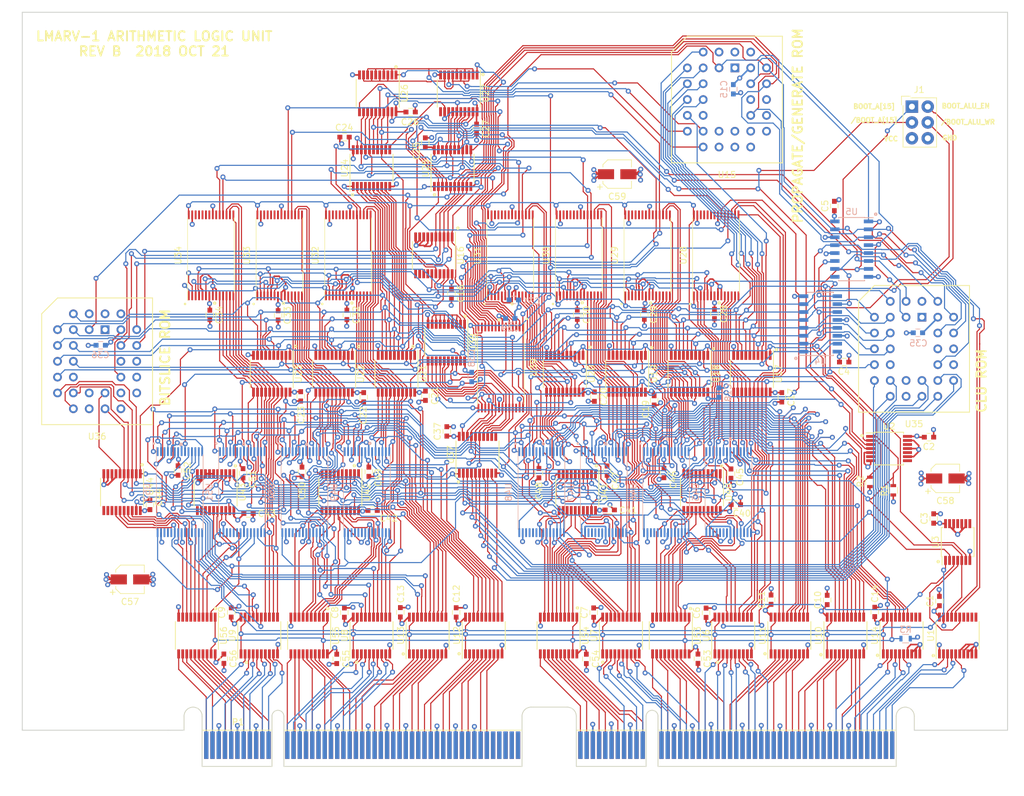
<source format=kicad_pcb>
(kicad_pcb (version 20171130) (host pcbnew "(5.0.0)")
  (layers (0 F.Cu signal) (1 In1.Cu power) (2 In2.Cu power) (31 B.Cu signal) (34 B.Paste user) (35 F.Paste user) (36 B.SilkS user) (37 F.SilkS user) (38 B.Mask user) (39 F.Mask user) (44 Edge.Cuts user))
  (net 0 "")
  (net 1 VCC)
  (net 2 /rdb[31])
  (net 3 /rdb[30])
  (net 4 /rdb[29])
  (net 5 /rdb[28])
  (net 6 /rdb[27])
  (net 7 /rdb[26])
  (net 8 /rdb[25])
  (net 9 /rdb[24])
  (net 10 /rs1b[31])
  (net 11 /rs1b[30])
  (net 12 /rs1b[29])
  (net 13 /rs1b[28])
  (net 14 /rs1b[27])
  (net 15 /rs1b[26])
  (net 16 /rs1b[25])
  (net 17 /rs1b[24])
  (net 18 /rdb[23])
  (net 19 /rdb[22])
  (net 20 /rdb[21])
  (net 21 /rdb[20])
  (net 22 /rdb[19])
  (net 23 /rdb[18])
  (net 24 /rdb[17])
  (net 25 /rdb[16])
  (net 26 /rs2b[31])
  (net 27 /rs2b[30])
  (net 28 /rs2b[29])
  (net 29 /rs2b[28])
  (net 30 /rs2b[27])
  (net 31 /rs2b[26])
  (net 32 /rs2b[25])
  (net 33 /rs2b[24])
  (net 34 /rs2b[23])
  (net 35 /rs2b[22])
  (net 36 /rs2b[21])
  (net 37 /rs2b[20])
  (net 38 /rs2b[19])
  (net 39 /rs2b[18])
  (net 40 /rs2b[17])
  (net 41 /rs2b[16])
  (net 42 "Net-(P1-Pad45)")
  (net 43 "Net-(P1-Pad46)")
  (net 44 "Net-(P1-Pad47)")
  (net 45 "Net-(P1-Pad48)")
  (net 46 "Net-(P1-Pad49)")
  (net 47 /rs1b[23])
  (net 48 /rs1b[22])
  (net 49 /rs1b[21])
  (net 50 /rs1b[20])
  (net 51 /rs1b[19])
  (net 52 /rs1b[18])
  (net 53 /rs1b[17])
  (net 54 /rs1b[16])
  (net 55 "Net-(P1-Pad121)")
  (net 56 "Net-(P1-Pad122)")
  (net 57 "Net-(P1-Pad124)")
  (net 58 "Net-(P1-Pad125)")
  (net 59 "Net-(P1-Pad127)")
  (net 60 "Net-(P1-Pad128)")
  (net 61 "Net-(P1-Pad130)")
  (net 62 "Net-(P1-Pad131)")
  (net 63 "Net-(P1-Pad132)")
  (net 64 /~alu_oe)
  (net 65 /alu_f[0])
  (net 66 /alu_f[1])
  (net 67 /alu_f[2])
  (net 68 /alu_f[3])
  (net 69 "Net-(P1-Pad141)")
  (net 70 "Net-(P1-Pad142)")
  (net 71 "Net-(P1-Pad143)")
  (net 72 "Net-(P1-Pad144)")
  (net 73 "Net-(P1-Pad145)")
  (net 74 "Net-(P1-Pad146)")
  (net 75 "Net-(P1-Pad147)")
  (net 76 /rdb[15])
  (net 77 /rdb[7])
  (net 78 "Net-(P1-Pad148)")
  (net 79 /rs1b[12])
  (net 80 /rdb[14])
  (net 81 /rdb[13])
  (net 82 /rdb[12])
  (net 83 /rdb[11])
  (net 84 /rdb[10])
  (net 85 /rdb[9])
  (net 86 /rdb[8])
  (net 87 /rdb[6])
  (net 88 /rdb[5])
  (net 89 /rdb[4])
  (net 90 /rdb[3])
  (net 91 /rdb[2])
  (net 92 /rdb[1])
  (net 93 /rdb[0])
  (net 94 /rs2b[15])
  (net 95 /rs2b[14])
  (net 96 /rs2b[13])
  (net 97 /rs2b[12])
  (net 98 /rs2b[11])
  (net 99 /rs2b[10])
  (net 100 /rs2b[9])
  (net 101 /rs2b[8])
  (net 102 /rs2b[7])
  (net 103 /rs2b[6])
  (net 104 /rs2b[5])
  (net 105 /rs2b[4])
  (net 106 /rs2b[3])
  (net 107 /rs2b[2])
  (net 108 /rs2b[1])
  (net 109 /rs2b[0])
  (net 110 "Net-(P1-Pad94)")
  (net 111 "Net-(P1-Pad95)")
  (net 112 "Net-(P1-Pad96)")
  (net 113 "Net-(P1-Pad97)")
  (net 114 "Net-(P1-Pad98)")
  (net 115 "Net-(P1-Pad149)")
  (net 116 "Net-(P1-Pad151)")
  (net 117 "Net-(P1-Pad152)")
  (net 118 "Net-(P1-Pad154)")
  (net 119 /rs1b[15])
  (net 120 /rs1b[14])
  (net 121 /rs1b[13])
  (net 122 /rs1b[11])
  (net 123 /rs1b[10])
  (net 124 /rs1b[9])
  (net 125 /rs1b[8])
  (net 126 /rs1b[7])
  (net 127 /rs1b[6])
  (net 128 /rs1b[5])
  (net 129 /rs1b[4])
  (net 130 /rs1b[3])
  (net 131 /rs1b[2])
  (net 132 /rs1b[1])
  (net 133 /rs1b[0])
  (net 134 "Net-(P1-Pad177)")
  (net 135 "Net-(P1-Pad179)")
  (net 136 "Net-(P1-Pad180)")
  (net 137 "Net-(P1-Pad181)")
  (net 138 "Net-(P1-Pad182)")
  (net 139 "Net-(P1-Pad184)")
  (net 140 "Net-(P1-Pad185)")
  (net 141 /~BOOT_WR)
  (net 142 /~BOOT_RST)
  (net 143 /BOOT_A[1])
  (net 144 /BOOT_A[2])
  (net 145 /BOOT_A[3])
  (net 146 /BOOT_A[4])
  (net 147 /BOOT_A[5])
  (net 148 /BOOT_A[6])
  (net 149 /BOOT_A[7])
  (net 150 /~BOOT_RCO)
  (net 151 /BOOT_A[0])
  (net 152 /BOOT_A[11])
  (net 153 "Net-(U2-Pad12)")
  (net 154 /BOOT_A[12])
  (net 155 /BOOT_A[10])
  (net 156 /BOOT_A[9])
  (net 157 /BOOT_A[8])
  (net 158 /BOOT_A[13])
  (net 159 /BOOT_A[14])
  (net 160 /BOOT_A[15])
  (net 161 /cin[0])
  (net 162 /p[0])
  (net 163 /g[0])
  (net 164 /p[6])
  (net 165 /p[1])
  (net 166 /g[1])
  (net 167 /g[4])
  (net 168 /p[5])
  (net 169 /p[4])
  (net 170 /g[3])
  (net 171 /g[5])
  (net 172 /g[2])
  (net 173 /p[2])
  (net 174 /cin[7])
  (net 175 /cin[6])
  (net 176 /cin[5])
  (net 177 /cin[4])
  (net 178 /cin[3])
  (net 179 /cin[2])
  (net 180 /cin[1])
  (net 181 "Net-(U37-Pad11)")
  (net 182 /BOOT_CLK)
  (net 183 /~BOOT_ALU_EN)
  (net 184 /~BOOT_A[15])
  (net 185 /~BOOT_ALU_WR)
  (net 186 "Net-(U30-Pad13)")
  (net 187 "Net-(U34-Pad13)")
  (net 188 /rd[31])
  (net 189 /rd[30])
  (net 190 /rd[29])
  (net 191 /rd[28])
  (net 192 /rd[27])
  (net 193 /rd[26])
  (net 194 /rd[25])
  (net 195 /rd[24])
  (net 196 /rs1[31])
  (net 197 /rs1[30])
  (net 198 /rs1[29])
  (net 199 /rs1[28])
  (net 200 /rs1[27])
  (net 201 /rs1[26])
  (net 202 /rs1[25])
  (net 203 /rs1[24])
  (net 204 /rd[23])
  (net 205 /rd[22])
  (net 206 /rd[21])
  (net 207 /rd[20])
  (net 208 /rd[19])
  (net 209 /rd[18])
  (net 210 /rd[17])
  (net 211 /rd[16])
  (net 212 /rs2[31])
  (net 213 /rs2[30])
  (net 214 /rs2[29])
  (net 215 /rs2[28])
  (net 216 /rs2[27])
  (net 217 /rs2[26])
  (net 218 /rs2[25])
  (net 219 /rs2[24])
  (net 220 /rs2[23])
  (net 221 /rs2[22])
  (net 222 /rs2[21])
  (net 223 /rs2[20])
  (net 224 /rs2[19])
  (net 225 /rs2[18])
  (net 226 /rs2[17])
  (net 227 /rs2[16])
  (net 228 /rs1[23])
  (net 229 /rs1[22])
  (net 230 /rs1[21])
  (net 231 /rs1[20])
  (net 232 /rs1[19])
  (net 233 /rs1[18])
  (net 234 /rs1[17])
  (net 235 /rs1[16])
  (net 236 /rd[15])
  (net 237 /rd[7])
  (net 238 /rs1[12])
  (net 239 /rd[14])
  (net 240 /rd[13])
  (net 241 /rd[12])
  (net 242 /rd[11])
  (net 243 /rd[10])
  (net 244 /rd[9])
  (net 245 /rd[8])
  (net 246 /rd[6])
  (net 247 /rd[5])
  (net 248 /rd[4])
  (net 249 /rd[3])
  (net 250 /rd[2])
  (net 251 /rd[1])
  (net 252 /rd[0])
  (net 253 /rs2[15])
  (net 254 /rs2[14])
  (net 255 /rs2[13])
  (net 256 /rs2[12])
  (net 257 /rs2[11])
  (net 258 /rs2[10])
  (net 259 /rs2[9])
  (net 260 /rs2[8])
  (net 261 /rs2[7])
  (net 262 /rs2[6])
  (net 263 /rs2[5])
  (net 264 /rs2[4])
  (net 265 /rs2[3])
  (net 266 /rs2[2])
  (net 267 /rs2[1])
  (net 268 /rs2[0])
  (net 269 /rs1[15])
  (net 270 /rs1[14])
  (net 271 /rs1[13])
  (net 272 /rs1[11])
  (net 273 /rs1[10])
  (net 274 /rs1[9])
  (net 275 /rs1[8])
  (net 276 /rs1[7])
  (net 277 /rs1[6])
  (net 278 /rs1[5])
  (net 279 /rs1[4])
  (net 280 /rs1[3])
  (net 281 /rs1[2])
  (net 282 /rs1[1])
  (net 283 /rs1[0])
  (net 284 /BOOT_CLK')
  (net 285 /rdb[0]')
  (net 286 "Net-(P1-Pad133)")
  (net 287 "Net-(P1-Pad135)")
  (net 288 "Net-(P1-Pad136)")
  (net 289 "Net-(P1-Pad138)")
  (net 290 "Net-(P1-Pad139)")
  (net 291 /~alu_oe')
  (net 292 /f[0])
  (net 293 /f[1])
  (net 294 /f[2])
  (net 295 /f[3])
  (net 296 /~BOOT_ALU_EN')
  (net 297 /~BOOT_RST')
  (net 298 /g[6])
  (net 299 /p[3])
  (net 300 /BOOT_ALU_EN)
  (net 301 "Net-(U43-Pad12)")
  (net 302 "Net-(U44-Pad11)")
  (net 303 GNDREF)
  (net 304 /~BOOT_WR')
  (net 305 "Net-(U1-Pad14)")
  (net 306 "Net-(U1-Pad13)")
  (net 307 "Net-(U1-Pad12)")
  (net 308 "Net-(U1-Pad11)")
  (net 309 "Net-(U2-Pad10)")
  (net 310 "Net-(U2-Pad8)")
  (net 311 "Net-(U2-Pad6)")
  (net 312 "Net-(U3-Pad8)")
  (net 313 "Net-(U3-Pad11)")
  (net 314 "Net-(U5-Pad9)")
  (net 315 "Net-(U14-Pad13)")
  (net 316 "Net-(U14-Pad12)")
  (net 317 "Net-(U14-Pad11)")
  (net 318 "Net-(U15-Pad30)")
  (net 319 "Net-(U15-Pad26)")
  (net 320 "Net-(U15-Pad22)")
  (net 321 "Net-(U15-Pad21)")
  (net 322 "Net-(U15-Pad20)")
  (net 323 "Net-(U15-Pad19)")
  (net 324 "Net-(U15-Pad18)")
  (net 325 "Net-(U15-Pad17)")
  (net 326 /SLICE1_CIN)
  (net 327 /SLICE1_P)
  (net 328 /SLICE1_G)
  (net 329 "Net-(U15-Pad12)")
  (net 330 "Net-(U15-Pad2)")
  (net 331 "Net-(U15-Pad1)")
  (net 332 "Net-(U16-Pad14)")
  (net 333 "Net-(U16-Pad13)")
  (net 334 "Net-(U16-Pad12)")
  (net 335 "Net-(U16-Pad11)")
  (net 336 "Net-(U27-Pad11)")
  (net 337 "Net-(U28-Pad15)")
  (net 338 "Net-(U28-Pad18)")
  (net 339 "Net-(U28-Pad19)")
  (net 340 "Net-(U28-Pad16)")
  (net 341 "Net-(U28-Pad17)")
  (net 342 "Net-(U29-Pad17)")
  (net 343 "Net-(U29-Pad16)")
  (net 344 "Net-(U29-Pad19)")
  (net 345 "Net-(U29-Pad18)")
  (net 346 "Net-(U29-Pad15)")
  (net 347 "Net-(U29-Pad13)")
  (net 348 "Net-(U30-Pad15)")
  (net 349 "Net-(U30-Pad18)")
  (net 350 "Net-(U30-Pad19)")
  (net 351 "Net-(U30-Pad16)")
  (net 352 "Net-(U30-Pad17)")
  (net 353 "Net-(U31-Pad17)")
  (net 354 "Net-(U31-Pad16)")
  (net 355 "Net-(U31-Pad19)")
  (net 356 "Net-(U31-Pad18)")
  (net 357 "Net-(U31-Pad15)")
  (net 358 "Net-(U31-Pad13)")
  (net 359 "Net-(U32-Pad13)")
  (net 360 "Net-(U32-Pad15)")
  (net 361 "Net-(U32-Pad18)")
  (net 362 "Net-(U32-Pad19)")
  (net 363 "Net-(U32-Pad16)")
  (net 364 "Net-(U32-Pad17)")
  (net 365 "Net-(U33-Pad17)")
  (net 366 "Net-(U33-Pad16)")
  (net 367 "Net-(U33-Pad19)")
  (net 368 "Net-(U33-Pad18)")
  (net 369 "Net-(U33-Pad15)")
  (net 370 "Net-(U33-Pad13)")
  (net 371 "Net-(U34-Pad15)")
  (net 372 "Net-(U34-Pad18)")
  (net 373 "Net-(U34-Pad19)")
  (net 374 "Net-(U34-Pad16)")
  (net 375 "Net-(U34-Pad17)")
  (net 376 "Net-(U35-Pad26)")
  (net 377 /CLU_D7)
  (net 378 /CLU_D6)
  (net 379 /CLU_D5)
  (net 380 /CLU_D4)
  (net 381 /CLU_D3)
  (net 382 "Net-(U35-Pad17)")
  (net 383 /CLU_D2)
  (net 384 /CLU_D1)
  (net 385 /CLU_D0)
  (net 386 "Net-(U35-Pad12)")
  (net 387 "Net-(U35-Pad1)")
  (net 388 "Net-(U36-Pad1)")
  (net 389 "Net-(U36-Pad2)")
  (net 390 "Net-(U36-Pad12)")
  (net 391 /SLICE2_D[0])
  (net 392 /SLICE2_D[1])
  (net 393 /SLICE2_D[2])
  (net 394 "Net-(U36-Pad17)")
  (net 395 /SLICE2_D[3])
  (net 396 /SLICE2_D[4])
  (net 397 "Net-(U36-Pad20)")
  (net 398 "Net-(U36-Pad21)")
  (net 399 "Net-(U36-Pad22)")
  (net 400 "Net-(U36-Pad26)")
  (net 401 "Net-(U36-Pad30)")
  (net 402 "Net-(U39-Pad19)")
  (net 403 "Net-(U43-Pad14)")
  (net 404 "Net-(U43-Pad13)")
  (net 405 "Net-(U43-Pad11)")
  (net 406 "Net-(U44-Pad12)")
  (net 407 "Net-(U44-Pad13)")
  (net 408 "Net-(U45-Pad17)")
  (net 409 "Net-(U45-Pad16)")
  (net 410 "Net-(U45-Pad19)")
  (net 411 "Net-(U45-Pad18)")
  (net 412 "Net-(U46-Pad17)")
  (net 413 "Net-(U46-Pad16)")
  (net 414 "Net-(U46-Pad19)")
  (net 415 "Net-(U46-Pad18)")
  (net 416 "Net-(U47-Pad18)")
  (net 417 "Net-(U47-Pad19)")
  (net 418 "Net-(U47-Pad16)")
  (net 419 "Net-(U47-Pad17)")
  (net 420 "Net-(U48-Pad17)")
  (net 421 "Net-(U48-Pad16)")
  (net 422 "Net-(U48-Pad19)")
  (net 423 "Net-(U48-Pad18)")
  (net 424 "Net-(U49-Pad18)")
  (net 425 "Net-(U49-Pad19)")
  (net 426 "Net-(U49-Pad16)")
  (net 427 "Net-(U49-Pad17)")
  (net 428 "Net-(U50-Pad17)")
  (net 429 "Net-(U50-Pad16)")
  (net 430 "Net-(U50-Pad19)")
  (net 431 "Net-(U50-Pad18)")
  (net 432 "Net-(U51-Pad18)")
  (net 433 "Net-(U51-Pad19)")
  (net 434 "Net-(U51-Pad16)")
  (net 435 "Net-(U51-Pad17)")
  (net 436 "Net-(U52-Pad17)")
  (net 437 "Net-(U52-Pad19)")
  (net 438 "Net-(U52-Pad18)")
  (net 439 "Net-(U25-Pad18)")
  (net 440 /cmp[7])
  (module Sockets:PLCC32 (layer F.Cu) (at 207 84)
    (fp_text reference U35 (at 0 12.065) (layer F.SilkS))
    (fp_text value AT28BV256B-20JU)
    (pad 30 thru_hole circle (at 3.81 -7.62) (size 1.397 1.397) (drill 0.8128) (layers *.Cu *.Mask) (net 158 /BOOT_A[13]))
    (pad 29 thru_hole circle (at 6.35 -5.08) (size 1.397 1.397) (drill 0.8128) (layers *.Cu *.Mask) (net 157 /BOOT_A[8]))
    (pad 32 thru_hole circle (at 1.27 -7.62) (size 1.397 1.397) (drill 0.8128) (layers *.Cu *.Mask) (net 1 VCC))
    (pad 31 thru_hole circle (at 3.81 -5.08) (size 1.397 1.397) (drill 0.8128) (layers *.Cu *.Mask) (net 1 VCC))
    (pad 28 thru_hole circle (at 3.81 -2.54) (size 1.397 1.397) (drill 0.8128) (layers *.Cu *.Mask) (net 156 /BOOT_A[9]))
    (pad 27 thru_hole circle (at 6.35 -2.54) (size 1.397 1.397) (drill 0.8128) (layers *.Cu *.Mask) (net 152 /BOOT_A[11]))
    (pad 26 thru_hole circle (at 3.81 0) (size 1.397 1.397) (drill 0.8128) (layers *.Cu *.Mask) (net 376 "Net-(U35-Pad26)"))
    (pad 25 thru_hole circle (at 6.35 0) (size 1.397 1.397) (drill 0.8128) (layers *.Cu *.Mask) (net 303 GNDREF))
    (pad 24 thru_hole circle (at 3.81 2.54) (size 1.397 1.397) (drill 0.8128) (layers *.Cu *.Mask) (net 155 /BOOT_A[10]))
    (pad 23 thru_hole circle (at 6.35 2.54) (size 1.397 1.397) (drill 0.8128) (layers *.Cu *.Mask) (net 303 GNDREF))
    (pad 22 thru_hole circle (at 3.81 5.08) (size 1.397 1.397) (drill 0.8128) (layers *.Cu *.Mask) (net 377 /CLU_D7))
    (pad 21 thru_hole circle (at 6.35 5.08) (size 1.397 1.397) (drill 0.8128) (layers *.Cu *.Mask) (net 378 /CLU_D6))
    (pad 20 thru_hole circle (at 3.81 7.62) (size 1.397 1.397) (drill 0.8128) (layers *.Cu *.Mask) (net 379 /CLU_D5))
    (pad 19 thru_hole circle (at 1.27 5.08) (size 1.397 1.397) (drill 0.8128) (layers *.Cu *.Mask) (net 380 /CLU_D4))
    (pad 18 thru_hole circle (at 1.27 7.62) (size 1.397 1.397) (drill 0.8128) (layers *.Cu *.Mask) (net 381 /CLU_D3))
    (pad 17 thru_hole circle (at -1.27 5.08) (size 1.397 1.397) (drill 0.8128) (layers *.Cu *.Mask) (net 382 "Net-(U35-Pad17)"))
    (pad 16 thru_hole circle (at -1.27 7.62) (size 1.397 1.397) (drill 0.8128) (layers *.Cu *.Mask) (net 303 GNDREF))
    (pad 15 thru_hole circle (at -3.81 5.08) (size 1.397 1.397) (drill 0.8128) (layers *.Cu *.Mask) (net 383 /CLU_D2))
    (pad 14 thru_hole circle (at -3.81 7.62) (size 1.397 1.397) (drill 0.8128) (layers *.Cu *.Mask) (net 384 /CLU_D1))
    (pad 13 thru_hole circle (at -6.35 5.08) (size 1.397 1.397) (drill 0.8128) (layers *.Cu *.Mask) (net 385 /CLU_D0))
    (pad 12 thru_hole circle (at -3.81 2.54) (size 1.397 1.397) (drill 0.8128) (layers *.Cu *.Mask) (net 386 "Net-(U35-Pad12)"))
    (pad 11 thru_hole circle (at -6.35 2.54) (size 1.397 1.397) (drill 0.8128) (layers *.Cu *.Mask) (net 151 /BOOT_A[0]))
    (pad 10 thru_hole circle (at -3.81 0) (size 1.397 1.397) (drill 0.8128) (layers *.Cu *.Mask) (net 143 /BOOT_A[1]))
    (pad 9 thru_hole circle (at -6.35 0) (size 1.397 1.397) (drill 0.8128) (layers *.Cu *.Mask) (net 144 /BOOT_A[2]))
    (pad 8 thru_hole circle (at -3.81 -2.54) (size 1.397 1.397) (drill 0.8128) (layers *.Cu *.Mask) (net 145 /BOOT_A[3]))
    (pad 7 thru_hole circle (at -6.35 -2.54) (size 1.397 1.397) (drill 0.8128) (layers *.Cu *.Mask) (net 146 /BOOT_A[4]))
    (pad 6 thru_hole circle (at -3.81 -5.08) (size 1.397 1.397) (drill 0.8128) (layers *.Cu *.Mask) (net 147 /BOOT_A[5]))
    (pad 5 thru_hole circle (at -6.35 -5.08) (size 1.397 1.397) (drill 0.8128) (layers *.Cu *.Mask) (net 148 /BOOT_A[6]))
    (pad 4 thru_hole circle (at -3.81 -7.62) (size 1.397 1.397) (drill 0.8128) (layers *.Cu *.Mask) (net 149 /BOOT_A[7]))
    (pad 3 thru_hole circle (at -1.27 -5.08) (size 1.397 1.397) (drill 0.8128) (layers *.Cu *.Mask) (net 154 /BOOT_A[12]))
    (pad 2 thru_hole circle (at -1.27 -7.62) (size 1.397 1.397) (drill 0.8128) (layers *.Cu *.Mask) (net 159 /BOOT_A[14]))
    (pad 1 thru_hole rect (at 1.27 -5.08) (size 1.397 1.397) (drill 0.8128) (layers *.Cu *.Mask) (net 387 "Net-(U35-Pad1)"))
  )
  (module Housings_SSOP:TSSOP-20_4.4x6.5mm_Pitch0.65mm (layer F.Cu) (at 132 83 270)
    (fp_text reference U38 (at 0 -4.3 270) (layer F.SilkS))
    (fp_text value 74LVC541_a)
    (pad 1 smd rect (at -2.95 -2.925 270) (size 1.45 0.45) (layers F.Cu F.Paste F.Mask) (net 183 /~BOOT_ALU_EN))
    (pad 2 smd rect (at -2.95 -2.275 270) (size 1.45 0.45) (layers F.Cu F.Paste F.Mask) (net 154 /BOOT_A[12]))
    (pad 3 smd rect (at -2.95 -1.625 270) (size 1.45 0.45) (layers F.Cu F.Paste F.Mask) (net 154 /BOOT_A[12]))
    (pad 4 smd rect (at -2.95 -0.975 270) (size 1.45 0.45) (layers F.Cu F.Paste F.Mask) (net 154 /BOOT_A[12]))
    (pad 5 smd rect (at -2.95 -0.325 270) (size 1.45 0.45) (layers F.Cu F.Paste F.Mask) (net 154 /BOOT_A[12]))
    (pad 6 smd rect (at -2.95 0.325 270) (size 1.45 0.45) (layers F.Cu F.Paste F.Mask) (net 154 /BOOT_A[12]))
    (pad 7 smd rect (at -2.95 0.975 270) (size 1.45 0.45) (layers F.Cu F.Paste F.Mask) (net 154 /BOOT_A[12]))
    (pad 8 smd rect (at -2.95 1.625 270) (size 1.45 0.45) (layers F.Cu F.Paste F.Mask) (net 154 /BOOT_A[12]))
    (pad 9 smd rect (at -2.95 2.275 270) (size 1.45 0.45) (layers F.Cu F.Paste F.Mask) (net 154 /BOOT_A[12]))
    (pad 10 smd rect (at -2.95 2.925 270) (size 1.45 0.45) (layers F.Cu F.Paste F.Mask) (net 303 GNDREF))
    (pad 11 smd rect (at 2.95 2.925 270) (size 1.45 0.45) (layers F.Cu F.Paste F.Mask) (net 161 /cin[0]))
    (pad 12 smd rect (at 2.95 2.275 270) (size 1.45 0.45) (layers F.Cu F.Paste F.Mask) (net 180 /cin[1]))
    (pad 13 smd rect (at 2.95 1.625 270) (size 1.45 0.45) (layers F.Cu F.Paste F.Mask) (net 179 /cin[2]))
    (pad 14 smd rect (at 2.95 0.975 270) (size 1.45 0.45) (layers F.Cu F.Paste F.Mask) (net 178 /cin[3]))
    (pad 15 smd rect (at 2.95 0.325 270) (size 1.45 0.45) (layers F.Cu F.Paste F.Mask) (net 177 /cin[4]))
    (pad 16 smd rect (at 2.95 -0.325 270) (size 1.45 0.45) (layers F.Cu F.Paste F.Mask) (net 176 /cin[5]))
    (pad 17 smd rect (at 2.95 -0.975 270) (size 1.45 0.45) (layers F.Cu F.Paste F.Mask) (net 175 /cin[6]))
    (pad 18 smd rect (at 2.95 -1.625 270) (size 1.45 0.45) (layers F.Cu F.Paste F.Mask) (net 174 /cin[7]))
    (pad 19 smd rect (at 2.95 -2.275 270) (size 1.45 0.45) (layers F.Cu F.Paste F.Mask) (net 160 /BOOT_A[15]))
    (pad 20 smd rect (at 2.95 -2.925 270) (size 1.45 0.45) (layers F.Cu F.Paste F.Mask) (net 1 VCC))
  )
  (module lmarv:TSOP-I-28_18.4x8mm_Pitch0.55mm (layer B.Cu) (at 177 107 270)
    (fp_text reference U45 (at 0 5 270) (layer B.SilkS) (effects (justify mirror)))
    (fp_text value IS61LV256AL)
    (pad 14 smd rect (at 6.5 -0.55 270) (size 1.4 0.3) (layers B.Cu B.Paste B.Mask) (net 303 GNDREF))
    (pad 17 smd rect (at 6.5 1.1 270) (size 1.4 0.3) (layers B.Cu B.Paste B.Mask) (net 408 "Net-(U45-Pad17)"))
    (pad 12 smd rect (at 6.5 -1.65 270) (size 1.4 0.3) (layers B.Cu B.Paste B.Mask) (net 92 /rdb[1]))
    (pad 11 smd rect (at 6.5 -2.2 270) (size 1.4 0.3) (layers B.Cu B.Paste B.Mask) (net 93 /rdb[0]))
    (pad 10 smd rect (at 6.5 -2.75 270) (size 1.4 0.3) (layers B.Cu B.Paste B.Mask) (net 133 /rs1b[0]))
    (pad 21 smd rect (at 6.5 3.3 270) (size 1.4 0.3) (layers B.Cu B.Paste B.Mask) (net 67 /alu_f[2]))
    (pad 16 smd rect (at 6.5 0.55 270) (size 1.4 0.3) (layers B.Cu B.Paste B.Mask) (net 409 "Net-(U45-Pad16)"))
    (pad 20 smd rect (at 6.5 2.75 270) (size 1.4 0.3) (layers B.Cu B.Paste B.Mask) (net 303 GNDREF))
    (pad 19 smd rect (at 6.5 2.2 270) (size 1.4 0.3) (layers B.Cu B.Paste B.Mask) (net 410 "Net-(U45-Pad19)"))
    (pad 18 smd rect (at 6.5 1.65 270) (size 1.4 0.3) (layers B.Cu B.Paste B.Mask) (net 411 "Net-(U45-Pad18)"))
    (pad 15 smd rect (at 6.5 0 270) (size 1.4 0.3) (layers B.Cu B.Paste B.Mask) (net 90 /rdb[3]))
    (pad 13 smd rect (at 6.5 -1.1 270) (size 1.4 0.3) (layers B.Cu B.Paste B.Mask) (net 91 /rdb[2]))
    (pad 9 smd rect (at 6.5 -3.3 270) (size 1.4 0.3) (layers B.Cu B.Paste B.Mask) (net 132 /rs1b[1]))
    (pad 8 smd rect (at 6.5 -3.85 270) (size 1.4 0.3) (layers B.Cu B.Paste B.Mask) (net 131 /rs1b[2]))
    (pad 7 smd rect (at -6.5 -3.85 270) (size 1.4 0.3) (layers B.Cu B.Paste B.Mask) (net 130 /rs1b[3]))
    (pad 22 smd rect (at -6.5 3.3 270) (size 1.4 0.3) (layers B.Cu B.Paste B.Mask) (net 300 /BOOT_ALU_EN))
    (pad 23 smd rect (at -6.5 2.75 270) (size 1.4 0.3) (layers B.Cu B.Paste B.Mask) (net 68 /alu_f[3]))
    (pad 24 smd rect (at -6.5 2.2 270) (size 1.4 0.3) (layers B.Cu B.Paste B.Mask) (net 66 /alu_f[1]))
    (pad 25 smd rect (at -6.5 1.65 270) (size 1.4 0.3) (layers B.Cu B.Paste B.Mask) (net 65 /alu_f[0]))
    (pad 26 smd rect (at -6.5 1.1 270) (size 1.4 0.3) (layers B.Cu B.Paste B.Mask) (net 303 GNDREF))
    (pad 27 smd rect (at -6.5 0.55 270) (size 1.4 0.3) (layers B.Cu B.Paste B.Mask) (net 185 /~BOOT_ALU_WR))
    (pad 28 smd rect (at -6.5 0 270) (size 1.4 0.3) (layers B.Cu B.Paste B.Mask) (net 1 VCC))
    (pad 1 smd rect (at -6.5 -0.55 270) (size 1.4 0.3) (layers B.Cu B.Paste B.Mask) (net 303 GNDREF))
    (pad 2 smd rect (at -6.5 -1.1 270) (size 1.4 0.3) (layers B.Cu B.Paste B.Mask) (net 161 /cin[0]))
    (pad 3 smd rect (at -6.5 -1.65 270) (size 1.4 0.3) (layers B.Cu B.Paste B.Mask) (net 106 /rs2b[3]))
    (pad 4 smd rect (at -6.5 -2.2 270) (size 1.4 0.3) (layers B.Cu B.Paste B.Mask) (net 107 /rs2b[2]))
    (pad 5 smd rect (at -6.5 -2.75 270) (size 1.4 0.3) (layers B.Cu B.Paste B.Mask) (net 108 /rs2b[1]))
    (pad 6 smd rect (at -6.5 -3.3 270) (size 1.4 0.3) (layers B.Cu B.Paste B.Mask) (net 109 /rs2b[0]))
  )
  (module Housings_SOIC:SOIC-16_3.9x9.9mm_Pitch1.27mm (layer B.Cu) (at 192 80)
    (fp_text reference U4 (at 0 6) (layer B.SilkS) (effects (justify mirror)))
    (fp_text value 74HC590)
    (pad 16 smd rect (at 2.7 4.445) (size 1.5 0.6) (layers B.Cu B.Paste B.Mask) (net 1 VCC))
    (pad 15 smd rect (at 2.7 3.175) (size 1.5 0.6) (layers B.Cu B.Paste B.Mask) (net 151 /BOOT_A[0]))
    (pad 14 smd rect (at 2.7 1.905) (size 1.5 0.6) (layers B.Cu B.Paste B.Mask) (net 303 GNDREF))
    (pad 13 smd rect (at 2.7 0.635) (size 1.5 0.6) (layers B.Cu B.Paste B.Mask) (net 182 /BOOT_CLK))
    (pad 12 smd rect (at 2.7 -0.635) (size 1.5 0.6) (layers B.Cu B.Paste B.Mask) (net 303 GNDREF))
    (pad 11 smd rect (at 2.7 -1.905) (size 1.5 0.6) (layers B.Cu B.Paste B.Mask) (net 182 /BOOT_CLK))
    (pad 10 smd rect (at 2.7 -3.175) (size 1.5 0.6) (layers B.Cu B.Paste B.Mask) (net 142 /~BOOT_RST))
    (pad 9 smd rect (at 2.7 -4.445) (size 1.5 0.6) (layers B.Cu B.Paste B.Mask) (net 150 /~BOOT_RCO))
    (pad 8 smd rect (at -2.7 -4.445) (size 1.5 0.6) (layers B.Cu B.Paste B.Mask) (net 303 GNDREF))
    (pad 7 smd rect (at -2.7 -3.175) (size 1.5 0.6) (layers B.Cu B.Paste B.Mask) (net 149 /BOOT_A[7]))
    (pad 6 smd rect (at -2.7 -1.905) (size 1.5 0.6) (layers B.Cu B.Paste B.Mask) (net 148 /BOOT_A[6]))
    (pad 5 smd rect (at -2.7 -0.635) (size 1.5 0.6) (layers B.Cu B.Paste B.Mask) (net 147 /BOOT_A[5]))
    (pad 4 smd rect (at -2.7 0.635) (size 1.5 0.6) (layers B.Cu B.Paste B.Mask) (net 146 /BOOT_A[4]))
    (pad 3 smd rect (at -2.7 1.905) (size 1.5 0.6) (layers B.Cu B.Paste B.Mask) (net 145 /BOOT_A[3]))
    (pad 2 smd rect (at -2.7 3.175) (size 1.5 0.6) (layers B.Cu B.Paste B.Mask) (net 144 /BOOT_A[2]))
    (pad 1 smd rect (at -2.7 4.445) (size 1.5 0.6) (layers B.Cu B.Paste B.Mask) (net 143 /BOOT_A[1]))
  )
  (module Capacitors_SMD:C_0603 (layer F.Cu) (at 211.075 124.475 90)
    (fp_text reference C1 (at 0 -1.5 90) (layer F.SilkS))
    (fp_text value 100n)
    (pad 2 smd rect (at 0.75 0 90) (size 0.8 0.75) (layers F.Cu F.Paste F.Mask) (net 303 GNDREF))
    (pad 1 smd rect (at -0.75 0 90) (size 0.8 0.75) (layers F.Cu F.Paste F.Mask) (net 1 VCC))
  )
  (module Capacitors_SMD:C_0603 (layer F.Cu) (at 209.4 98.175)
    (fp_text reference C2 (at -0.025 1.525) (layer F.SilkS))
    (fp_text value 100n)
    (pad 1 smd rect (at -0.75 0) (size 0.8 0.75) (layers F.Cu F.Paste F.Mask) (net 1 VCC))
    (pad 2 smd rect (at 0.75 0) (size 0.8 0.75) (layers F.Cu F.Paste F.Mask) (net 303 GNDREF))
  )
  (module Capacitors_SMD:C_0603 (layer F.Cu) (at 210.15 111.225 90)
    (fp_text reference C3 (at 0 -1.5 90) (layer F.SilkS))
    (fp_text value 100n)
    (pad 2 smd rect (at 0.75 0 90) (size 0.8 0.75) (layers F.Cu F.Paste F.Mask) (net 303 GNDREF))
    (pad 1 smd rect (at -0.75 0 90) (size 0.8 0.75) (layers F.Cu F.Paste F.Mask) (net 1 VCC))
  )
  (module Capacitors_SMD:C_0603 (layer F.Cu) (at 195.8 86.125)
    (fp_text reference C4 (at -0.05 1.525) (layer F.SilkS))
    (fp_text value 100n)
    (pad 1 smd rect (at -0.75 0) (size 0.8 0.75) (layers F.Cu F.Paste F.Mask) (net 1 VCC))
    (pad 2 smd rect (at 0.75 0) (size 0.8 0.75) (layers F.Cu F.Paste F.Mask) (net 303 GNDREF))
  )
  (module Capacitors_SMD:C_0603 (layer F.Cu) (at 194.225 61.075 90)
    (fp_text reference C5 (at 0 -1.5 90) (layer F.SilkS))
    (fp_text value 100n)
    (pad 2 smd rect (at 0.75 0 90) (size 0.8 0.75) (layers F.Cu F.Paste F.Mask) (net 303 GNDREF))
    (pad 1 smd rect (at -0.75 0 90) (size 0.8 0.75) (layers F.Cu F.Paste F.Mask) (net 1 VCC))
  )
  (module Capacitors_SMD:C_0603 (layer F.Cu) (at 173.65 126.35 90)
    (fp_text reference C6 (at 0 -1.5 90) (layer F.SilkS))
    (fp_text value 100n)
    (pad 1 smd rect (at -0.75 0 90) (size 0.8 0.75) (layers F.Cu F.Paste F.Mask) (net 1 VCC))
    (pad 2 smd rect (at 0.75 0 90) (size 0.8 0.75) (layers F.Cu F.Paste F.Mask) (net 303 GNDREF))
  )
  (module Capacitors_SMD:C_0603 (layer F.Cu) (at 155.625 126.325 90)
    (fp_text reference C7 (at 0 -1.5 90) (layer F.SilkS))
    (fp_text value 100n)
    (pad 2 smd rect (at 0.75 0 90) (size 0.8 0.75) (layers F.Cu F.Paste F.Mask) (net 303 GNDREF))
    (pad 1 smd rect (at -0.75 0 90) (size 0.8 0.75) (layers F.Cu F.Paste F.Mask) (net 1 VCC))
  )
  (module Capacitors_SMD:C_0603 (layer F.Cu) (at 115.65 126.325 90)
    (fp_text reference C8 (at 0 -1.5 90) (layer F.SilkS))
    (fp_text value 100n)
    (pad 2 smd rect (at 0.75 0 90) (size 0.8 0.75) (layers F.Cu F.Paste F.Mask) (net 303 GNDREF))
    (pad 1 smd rect (at -0.75 0 90) (size 0.8 0.75) (layers F.Cu F.Paste F.Mask) (net 1 VCC))
  )
  (module Capacitors_SMD:C_0603 (layer F.Cu) (at 97.5 126.3 90)
    (fp_text reference C9 (at 0 -1.5 90) (layer F.SilkS))
    (fp_text value 100n)
    (pad 2 smd rect (at 0.75 0 90) (size 0.8 0.75) (layers F.Cu F.Paste F.Mask) (net 303 GNDREF))
    (pad 1 smd rect (at -0.75 0 90) (size 0.8 0.75) (layers F.Cu F.Paste F.Mask) (net 1 VCC))
  )
  (module Capacitors_SMD:C_0603 (layer F.Cu) (at 193.075 124.3 90)
    (fp_text reference C10 (at 0 -1.5 90) (layer F.SilkS))
    (fp_text value 100n)
    (pad 1 smd rect (at -0.75 0 90) (size 0.8 0.75) (layers F.Cu F.Paste F.Mask) (net 1 VCC))
    (pad 2 smd rect (at 0.75 0 90) (size 0.8 0.75) (layers F.Cu F.Paste F.Mask) (net 303 GNDREF))
  )
  (module Capacitors_SMD:C_0603 (layer F.Cu) (at 184.075 124.25 90)
    (fp_text reference C11 (at 0 -1.5 90) (layer F.SilkS))
    (fp_text value 100n)
    (pad 1 smd rect (at -0.75 0 90) (size 0.8 0.75) (layers F.Cu F.Paste F.Mask) (net 1 VCC))
    (pad 2 smd rect (at 0.75 0 90) (size 0.8 0.75) (layers F.Cu F.Paste F.Mask) (net 303 GNDREF))
  )
  (module Capacitors_SMD:C_0603 (layer F.Cu) (at 133.575 126.3 90)
    (fp_text reference C12 (at 3 0.05 90) (layer F.SilkS))
    (fp_text value 100n)
    (pad 2 smd rect (at 0.75 0 90) (size 0.8 0.75) (layers F.Cu F.Paste F.Mask) (net 303 GNDREF))
    (pad 1 smd rect (at -0.75 0 90) (size 0.8 0.75) (layers F.Cu F.Paste F.Mask) (net 1 VCC))
  )
  (module Capacitors_SMD:C_0603 (layer F.Cu) (at 124.625 126.275 90)
    (fp_text reference C13 (at 2.925 0.075 90) (layer F.SilkS))
    (fp_text value 100n)
    (pad 1 smd rect (at -0.75 0 90) (size 0.8 0.75) (layers F.Cu F.Paste F.Mask) (net 1 VCC))
    (pad 2 smd rect (at 0.75 0 90) (size 0.8 0.75) (layers F.Cu F.Paste F.Mask) (net 303 GNDREF))
  )
  (module Capacitors_SMD:C_0603 (layer F.Cu) (at 200.7 126.225 90)
    (fp_text reference C14 (at 2.95 0.025 90) (layer F.SilkS))
    (fp_text value 100n)
    (pad 2 smd rect (at 0.75 0 90) (size 0.8 0.75) (layers F.Cu F.Paste F.Mask) (net 303 GNDREF))
    (pad 1 smd rect (at -0.75 0 90) (size 0.8 0.75) (layers F.Cu F.Paste F.Mask) (net 1 VCC))
  )
  (module Capacitors_SMD:C_0603 (layer B.Cu) (at 178.025 42.35 270)
    (fp_text reference C15 (at 0 1.5 270) (layer B.SilkS) (effects (justify mirror)))
    (fp_text value 100n)
    (pad 1 smd rect (at -0.75 0 270) (size 0.8 0.75) (layers B.Cu B.Paste B.Mask) (net 1 VCC))
    (pad 2 smd rect (at 0.75 0 270) (size 0.8 0.75) (layers B.Cu B.Paste B.Mask) (net 303 GNDREF))
  )
  (module Capacitors_SMD:C_0603 (layer F.Cu) (at 132.825 75.1 270)
    (fp_text reference C16 (at 0 -1.5 270) (layer F.SilkS))
    (fp_text value 100n)
    (pad 2 smd rect (at 0.75 0 270) (size 0.8 0.75) (layers F.Cu F.Paste F.Mask) (net 303 GNDREF))
    (pad 1 smd rect (at -0.75 0 270) (size 0.8 0.75) (layers F.Cu F.Paste F.Mask) (net 1 VCC))
  )
  (module Capacitors_SMD:C_0603 (layer F.Cu) (at 185.8 91.775 270)
    (fp_text reference C17 (at 0 -1.5 270) (layer F.SilkS))
    (fp_text value 100n)
    (pad 2 smd rect (at 0.75 0 270) (size 0.8 0.75) (layers F.Cu F.Paste F.Mask) (net 303 GNDREF))
    (pad 1 smd rect (at -0.75 0 270) (size 0.8 0.75) (layers F.Cu F.Paste F.Mask) (net 1 VCC))
  )
  (module Capacitors_SMD:C_0603 (layer B.Cu) (at 175.7 91.025 90)
    (fp_text reference C18 (at 0 1.5 90) (layer B.SilkS) (effects (justify mirror)))
    (fp_text value 100n)
    (pad 1 smd rect (at -0.75 0 90) (size 0.8 0.75) (layers B.Cu B.Paste B.Mask) (net 1 VCC))
    (pad 2 smd rect (at 0.75 0 90) (size 0.8 0.75) (layers B.Cu B.Paste B.Mask) (net 303 GNDREF))
  )
  (module Capacitors_SMD:C_0603 (layer F.Cu) (at 165.325 92.275 270)
    (fp_text reference C19 (at 1.4 1.35 270) (layer F.SilkS))
    (fp_text value 100n)
    (pad 1 smd rect (at -0.75 0 270) (size 0.8 0.75) (layers F.Cu F.Paste F.Mask) (net 1 VCC))
    (pad 2 smd rect (at 0.75 0 270) (size 0.8 0.75) (layers F.Cu F.Paste F.Mask) (net 303 GNDREF))
  )
  (module Capacitors_SMD:C_0603 (layer F.Cu) (at 155.75 91.675 270)
    (fp_text reference C20 (at 0 -1.5 270) (layer F.SilkS))
    (fp_text value 100n)
    (pad 1 smd rect (at -0.75 0 270) (size 0.8 0.75) (layers F.Cu F.Paste F.Mask) (net 1 VCC))
    (pad 2 smd rect (at 0.75 0 270) (size 0.8 0.75) (layers F.Cu F.Paste F.Mask) (net 303 GNDREF))
  )
  (module Capacitors_SMD:C_0603 (layer F.Cu) (at 128.65 91.525 270)
    (fp_text reference C21 (at 0 -1.5 270) (layer F.SilkS))
    (fp_text value 100n)
    (pad 2 smd rect (at 0.75 0 270) (size 0.8 0.75) (layers F.Cu F.Paste F.Mask) (net 303 GNDREF))
    (pad 1 smd rect (at -0.75 0 270) (size 0.8 0.75) (layers F.Cu F.Paste F.Mask) (net 1 VCC))
  )
  (module Capacitors_SMD:C_0603 (layer F.Cu) (at 118.75 91.775 270)
    (fp_text reference C22 (at 2.925 0.075 270) (layer F.SilkS))
    (fp_text value 100n)
    (pad 1 smd rect (at -0.75 0 270) (size 0.8 0.75) (layers F.Cu F.Paste F.Mask) (net 1 VCC))
    (pad 2 smd rect (at 0.75 0 270) (size 0.8 0.75) (layers F.Cu F.Paste F.Mask) (net 303 GNDREF))
  )
  (module Capacitors_SMD:C_0603 (layer F.Cu) (at 108.65 91.625 270)
    (fp_text reference C23 (at 3 -0.075 270) (layer F.SilkS))
    (fp_text value 100n)
    (pad 1 smd rect (at -0.75 0 270) (size 0.8 0.75) (layers F.Cu F.Paste F.Mask) (net 1 VCC))
    (pad 2 smd rect (at 0.75 0 270) (size 0.8 0.75) (layers F.Cu F.Paste F.Mask) (net 303 GNDREF))
  )
  (module Capacitors_SMD:C_0603 (layer F.Cu) (at 115.675 50.025 180)
    (fp_text reference C24 (at 0.05 1.525 180) (layer F.SilkS))
    (fp_text value 100n)
    (pad 2 smd rect (at 0.75 0 180) (size 0.8 0.75) (layers F.Cu F.Paste F.Mask) (net 303 GNDREF))
    (pad 1 smd rect (at -0.75 0 180) (size 0.8 0.75) (layers F.Cu F.Paste F.Mask) (net 1 VCC))
  )
  (module Capacitors_SMD:C_0603 (layer F.Cu) (at 128.625 50.9 90)
    (fp_text reference C25 (at -1.35 -1.4 90) (layer F.SilkS))
    (fp_text value 100n)
    (pad 2 smd rect (at 0.75 0 90) (size 0.8 0.75) (layers F.Cu F.Paste F.Mask) (net 303 GNDREF))
    (pad 1 smd rect (at -0.75 0 90) (size 0.8 0.75) (layers F.Cu F.Paste F.Mask) (net 1 VCC))
  )
  (module Capacitors_SMD:C_0603 (layer F.Cu) (at 126.275 46)
    (fp_text reference C26 (at -0.1 1.6) (layer F.SilkS))
    (fp_text value 100n)
    (pad 2 smd rect (at 0.75 0) (size 0.8 0.75) (layers F.Cu F.Paste F.Mask) (net 303 GNDREF))
    (pad 1 smd rect (at -0.75 0) (size 0.8 0.75) (layers F.Cu F.Paste F.Mask) (net 1 VCC))
  )
  (module Capacitors_SMD:C_0603 (layer F.Cu) (at 136.85 48.7 270)
    (fp_text reference C27 (at 0 -1.5 270) (layer F.SilkS))
    (fp_text value 100n)
    (pad 2 smd rect (at 0.75 0 270) (size 0.8 0.75) (layers F.Cu F.Paste F.Mask) (net 303 GNDREF))
    (pad 1 smd rect (at -0.75 0 270) (size 0.8 0.75) (layers F.Cu F.Paste F.Mask) (net 1 VCC))
  )
  (module Capacitors_SMD:C_0603 (layer F.Cu) (at 175 78.4 270)
    (fp_text reference C28 (at 0 -1.5 270) (layer F.SilkS))
    (fp_text value 100n)
    (pad 1 smd rect (at -0.75 0 270) (size 0.8 0.75) (layers F.Cu F.Paste F.Mask) (net 1 VCC))
    (pad 2 smd rect (at 0.75 0 270) (size 0.8 0.75) (layers F.Cu F.Paste F.Mask) (net 303 GNDREF))
  )
  (module Capacitors_SMD:C_0603 (layer F.Cu) (at 163.75 78.5 270)
    (fp_text reference C29 (at 0 -1.5 270) (layer F.SilkS))
    (fp_text value 100n)
    (pad 2 smd rect (at 0.75 0 270) (size 0.8 0.75) (layers F.Cu F.Paste F.Mask) (net 303 GNDREF))
    (pad 1 smd rect (at -0.75 0 270) (size 0.8 0.75) (layers F.Cu F.Paste F.Mask) (net 1 VCC))
  )
  (module Capacitors_SMD:C_0603 (layer F.Cu) (at 153 78.525 270)
    (fp_text reference C30 (at 0 -1.5 270) (layer F.SilkS))
    (fp_text value 100n)
    (pad 2 smd rect (at 0.75 0 270) (size 0.8 0.75) (layers F.Cu F.Paste F.Mask) (net 303 GNDREF))
    (pad 1 smd rect (at -0.75 0 270) (size 0.8 0.75) (layers F.Cu F.Paste F.Mask) (net 1 VCC))
  )
  (module Capacitors_SMD:C_0603 (layer B.Cu) (at 142.825 76.15)
    (fp_text reference C31 (at 2.825 0.225) (layer B.SilkS) (effects (justify mirror)))
    (fp_text value 100n)
    (pad 1 smd rect (at -0.75 0) (size 0.8 0.75) (layers B.Cu B.Paste B.Mask) (net 1 VCC))
    (pad 2 smd rect (at 0.75 0) (size 0.8 0.75) (layers B.Cu B.Paste B.Mask) (net 303 GNDREF))
  )
  (module Capacitors_SMD:C_0603 (layer F.Cu) (at 116.05 78.55 270)
    (fp_text reference C32 (at 0 -1.5 270) (layer F.SilkS))
    (fp_text value 100n)
    (pad 2 smd rect (at 0.75 0 270) (size 0.8 0.75) (layers F.Cu F.Paste F.Mask) (net 303 GNDREF))
    (pad 1 smd rect (at -0.75 0 270) (size 0.8 0.75) (layers F.Cu F.Paste F.Mask) (net 1 VCC))
  )
  (module Capacitors_SMD:C_0603 (layer F.Cu) (at 105.025 78.625 270)
    (fp_text reference C33 (at 0 -1.5 270) (layer F.SilkS))
    (fp_text value 100n)
    (pad 1 smd rect (at -0.75 0 270) (size 0.8 0.75) (layers F.Cu F.Paste F.Mask) (net 1 VCC))
    (pad 2 smd rect (at 0.75 0 270) (size 0.8 0.75) (layers F.Cu F.Paste F.Mask) (net 303 GNDREF))
  )
  (module Capacitors_SMD:C_0603 (layer F.Cu) (at 94.075 78.55 270)
    (fp_text reference C34 (at 0 -1.5 270) (layer F.SilkS))
    (fp_text value 100n)
    (pad 1 smd rect (at -0.75 0 270) (size 0.8 0.75) (layers F.Cu F.Paste F.Mask) (net 1 VCC))
    (pad 2 smd rect (at 0.75 0 270) (size 0.8 0.75) (layers F.Cu F.Paste F.Mask) (net 303 GNDREF))
  )
  (module Capacitors_SMD:C_0603 (layer B.Cu) (at 207.625 81.425 180)
    (fp_text reference C35 (at -0.075 -1.675 180) (layer B.SilkS) (effects (justify mirror)))
    (fp_text value 100n)
    (pad 2 smd rect (at 0.75 0 180) (size 0.8 0.75) (layers B.Cu B.Paste B.Mask) (net 303 GNDREF))
    (pad 1 smd rect (at -0.75 0 180) (size 0.8 0.75) (layers B.Cu B.Paste B.Mask) (net 1 VCC))
  )
  (module Capacitors_SMD:C_0603 (layer B.Cu) (at 76.575 83.425 180)
    (fp_text reference C36 (at 0.05 -1.55 180) (layer B.SilkS) (effects (justify mirror)))
    (fp_text value 100n)
    (pad 2 smd rect (at 0.75 0 180) (size 0.8 0.75) (layers B.Cu B.Paste B.Mask) (net 303 GNDREF))
    (pad 1 smd rect (at -0.75 0 180) (size 0.8 0.75) (layers B.Cu B.Paste B.Mask) (net 1 VCC))
  )
  (module Capacitors_SMD:C_0603 (layer F.Cu) (at 132.075 97.25 90)
    (fp_text reference C37 (at 0 -1.5 90) (layer F.SilkS))
    (fp_text value 100n)
    (pad 1 smd rect (at -0.75 0 90) (size 0.8 0.75) (layers F.Cu F.Paste F.Mask) (net 1 VCC))
    (pad 2 smd rect (at 0.75 0 90) (size 0.8 0.75) (layers F.Cu F.Paste F.Mask) (net 303 GNDREF))
  )
  (module Capacitors_SMD:C_0603 (layer B.Cu) (at 136.075 88.525 270)
    (fp_text reference C38 (at -3.025 0.025 270) (layer B.SilkS) (effects (justify mirror)))
    (fp_text value 100n)
    (pad 1 smd rect (at -0.75 0 270) (size 0.8 0.75) (layers B.Cu B.Paste B.Mask) (net 1 VCC))
    (pad 2 smd rect (at 0.75 0 270) (size 0.8 0.75) (layers B.Cu B.Paste B.Mask) (net 303 GNDREF))
  )
  (module Capacitors_SMD:C_0603 (layer B.Cu) (at 142.25 79.125)
    (fp_text reference C39 (at 0 1.5) (layer B.SilkS) (effects (justify mirror)))
    (fp_text value 100n)
    (pad 1 smd rect (at -0.75 0) (size 0.8 0.75) (layers B.Cu B.Paste B.Mask) (net 1 VCC))
    (pad 2 smd rect (at 0.75 0) (size 0.8 0.75) (layers B.Cu B.Paste B.Mask) (net 303 GNDREF))
  )
  (module Capacitors_SMD:C_0603 (layer F.Cu) (at 178.425 109)
    (fp_text reference C40 (at 0.95 1.4) (layer F.SilkS))
    (fp_text value 100n)
    (pad 1 smd rect (at -0.75 0) (size 0.8 0.75) (layers F.Cu F.Paste F.Mask) (net 1 VCC))
    (pad 2 smd rect (at 0.75 0) (size 0.8 0.75) (layers F.Cu F.Paste F.Mask) (net 303 GNDREF))
  )
  (module Capacitors_SMD:C_0603 (layer F.Cu) (at 158.2 109.85)
    (fp_text reference C41 (at 2.95 0.05) (layer F.SilkS))
    (fp_text value 100n)
    (pad 2 smd rect (at 0.75 0) (size 0.8 0.75) (layers F.Cu F.Paste F.Mask) (net 303 GNDREF))
    (pad 1 smd rect (at -0.75 0) (size 0.8 0.75) (layers F.Cu F.Paste F.Mask) (net 1 VCC))
  )
  (module Capacitors_SMD:C_0603 (layer F.Cu) (at 120.175 109.95)
    (fp_text reference C42 (at 2.575 1.25) (layer F.SilkS))
    (fp_text value 100n)
    (pad 1 smd rect (at -0.75 0) (size 0.8 0.75) (layers F.Cu F.Paste F.Mask) (net 1 VCC))
    (pad 2 smd rect (at 0.75 0) (size 0.8 0.75) (layers F.Cu F.Paste F.Mask) (net 303 GNDREF))
  )
  (module Capacitors_SMD:C_0603 (layer F.Cu) (at 100.275 110.425)
    (fp_text reference C43 (at 2.95 0.025) (layer F.SilkS))
    (fp_text value 100n)
    (pad 2 smd rect (at 0.75 0) (size 0.8 0.75) (layers F.Cu F.Paste F.Mask) (net 303 GNDREF))
    (pad 1 smd rect (at -0.75 0) (size 0.8 0.75) (layers F.Cu F.Paste F.Mask) (net 1 VCC))
  )
  (module Capacitors_SMD:C_0603 (layer F.Cu) (at 84.475 109.05 90)
    (fp_text reference C44 (at 1.225 1.425 90) (layer F.SilkS))
    (fp_text value 100n)
    (pad 2 smd rect (at 0.75 0 90) (size 0.8 0.75) (layers F.Cu F.Paste F.Mask) (net 303 GNDREF))
    (pad 1 smd rect (at -0.75 0 90) (size 0.8 0.75) (layers F.Cu F.Paste F.Mask) (net 1 VCC))
  )
  (module Capacitors_SMD:C_0603 (layer F.Cu) (at 177.65 104.025 270)
    (fp_text reference C45 (at 0.55 -1.45 270) (layer F.SilkS))
    (fp_text value 100n)
    (pad 2 smd rect (at 0.75 0 270) (size 0.8 0.75) (layers F.Cu F.Paste F.Mask) (net 303 GNDREF))
    (pad 1 smd rect (at -0.75 0 270) (size 0.8 0.75) (layers F.Cu F.Paste F.Mask) (net 1 VCC))
  )
  (module Capacitors_SMD:C_0603 (layer F.Cu) (at 166.9 103.925 270)
    (fp_text reference C46 (at 1.1 -1.5 270) (layer F.SilkS))
    (fp_text value 100n)
    (pad 1 smd rect (at -0.75 0 270) (size 0.8 0.75) (layers F.Cu F.Paste F.Mask) (net 1 VCC))
    (pad 2 smd rect (at 0.75 0 270) (size 0.8 0.75) (layers F.Cu F.Paste F.Mask) (net 303 GNDREF))
  )
  (module Capacitors_SMD:C_0603 (layer F.Cu) (at 157.775 103.55 270)
    (fp_text reference C47 (at 1.65 -1.375 270) (layer F.SilkS))
    (fp_text value 100n)
    (pad 2 smd rect (at 0.75 0 270) (size 0.8 0.75) (layers F.Cu F.Paste F.Mask) (net 303 GNDREF))
    (pad 1 smd rect (at -0.75 0 270) (size 0.8 0.75) (layers F.Cu F.Paste F.Mask) (net 1 VCC))
  )
  (module Capacitors_SMD:C_0603 (layer F.Cu) (at 146.85 103.95 270)
    (fp_text reference C48 (at 2.875 -0.025 270) (layer F.SilkS))
    (fp_text value 100n)
    (pad 1 smd rect (at -0.75 0 270) (size 0.8 0.75) (layers F.Cu F.Paste F.Mask) (net 1 VCC))
    (pad 2 smd rect (at 0.75 0 270) (size 0.8 0.75) (layers F.Cu F.Paste F.Mask) (net 303 GNDREF))
  )
  (module Capacitors_SMD:C_0603 (layer F.Cu) (at 119.575 103.725 270)
    (fp_text reference C49 (at 0.95 -1.5 270) (layer F.SilkS))
    (fp_text value 100n)
    (pad 1 smd rect (at -0.75 0 270) (size 0.8 0.75) (layers F.Cu F.Paste F.Mask) (net 1 VCC))
    (pad 2 smd rect (at 0.75 0 270) (size 0.8 0.75) (layers F.Cu F.Paste F.Mask) (net 303 GNDREF))
  )
  (module Capacitors_SMD:C_0603 (layer F.Cu) (at 108.85 103.725 270)
    (fp_text reference C50 (at 3.05 -0.025 270) (layer F.SilkS))
    (fp_text value 100n)
    (pad 1 smd rect (at -0.75 0 270) (size 0.8 0.75) (layers F.Cu F.Paste F.Mask) (net 1 VCC))
    (pad 2 smd rect (at 0.75 0 270) (size 0.8 0.75) (layers F.Cu F.Paste F.Mask) (net 303 GNDREF))
  )
  (module Capacitors_SMD:C_0603 (layer F.Cu) (at 99.4 103.975 270)
    (fp_text reference C51 (at 0.925 -1.525 270) (layer F.SilkS))
    (fp_text value 100n)
    (pad 2 smd rect (at 0.75 0 270) (size 0.8 0.75) (layers F.Cu F.Paste F.Mask) (net 303 GNDREF))
    (pad 1 smd rect (at -0.75 0 270) (size 0.8 0.75) (layers F.Cu F.Paste F.Mask) (net 1 VCC))
  )
  (module Capacitors_SMD:C_0603 (layer F.Cu) (at 88.975 103.525 270)
    (fp_text reference C52 (at 0 -1.5 270) (layer F.SilkS))
    (fp_text value 100n)
    (pad 2 smd rect (at 0.75 0 270) (size 0.8 0.75) (layers F.Cu F.Paste F.Mask) (net 303 GNDREF))
    (pad 1 smd rect (at -0.75 0 270) (size 0.8 0.75) (layers F.Cu F.Paste F.Mask) (net 1 VCC))
  )
  (module Capacitors_SMD:C_0603 (layer F.Cu) (at 172.35 133.725 270)
    (fp_text reference C53 (at 0 -1.5 270) (layer F.SilkS))
    (fp_text value 100n)
    (pad 1 smd rect (at -0.75 0 270) (size 0.8 0.75) (layers F.Cu F.Paste F.Mask) (net 1 VCC))
    (pad 2 smd rect (at 0.75 0 270) (size 0.8 0.75) (layers F.Cu F.Paste F.Mask) (net 303 GNDREF))
  )
  (module Capacitors_SMD:C_0603 (layer F.Cu) (at 154.45 133.75 270)
    (fp_text reference C54 (at 0 -1.5 270) (layer F.SilkS))
    (fp_text value 100n)
    (pad 2 smd rect (at 0.75 0 270) (size 0.8 0.75) (layers F.Cu F.Paste F.Mask) (net 303 GNDREF))
    (pad 1 smd rect (at -0.75 0 270) (size 0.8 0.75) (layers F.Cu F.Paste F.Mask) (net 1 VCC))
  )
  (module Capacitors_SMD:C_0603 (layer F.Cu) (at 114.425 133.75 270)
    (fp_text reference C55 (at 0 -1.5 270) (layer F.SilkS))
    (fp_text value 100n)
    (pad 1 smd rect (at -0.75 0 270) (size 0.8 0.75) (layers F.Cu F.Paste F.Mask) (net 1 VCC))
    (pad 2 smd rect (at 0.75 0 270) (size 0.8 0.75) (layers F.Cu F.Paste F.Mask) (net 303 GNDREF))
  )
  (module Capacitors_SMD:C_0603 (layer F.Cu) (at 96.325 133.725 270)
    (fp_text reference C56 (at 0 -1.5 270) (layer F.SilkS))
    (fp_text value 100n)
    (pad 1 smd rect (at -0.75 0 270) (size 0.8 0.75) (layers F.Cu F.Paste F.Mask) (net 1 VCC))
    (pad 2 smd rect (at 0.75 0 270) (size 0.8 0.75) (layers F.Cu F.Paste F.Mask) (net 303 GNDREF))
  )
  (module Capacitors_SMD:CP_Elec_4x4.5 (layer F.Cu) (at 81.275 121)
    (fp_text reference C57 (at 0 3.58 180) (layer F.SilkS))
    (fp_text value 1u)
    (fp_text user + (at -2.78 1.99 180) (layer F.SilkS))
    (pad 2 smd rect (at 1.8 0 180) (size 2.6 1.6) (layers F.Cu F.Paste F.Mask) (net 303 GNDREF))
    (pad 1 smd rect (at -1.8 0 180) (size 2.6 1.6) (layers F.Cu F.Paste F.Mask) (net 1 VCC))
  )
  (module Capacitors_SMD:CP_Elec_4x4.5 (layer F.Cu) (at 212.025 104.8)
    (fp_text reference C58 (at 0 3.58 180) (layer F.SilkS))
    (fp_text value 1u)
    (fp_text user + (at -2.78 1.99 180) (layer F.SilkS))
    (pad 2 smd rect (at 1.8 0 180) (size 2.6 1.6) (layers F.Cu F.Paste F.Mask) (net 303 GNDREF))
    (pad 1 smd rect (at -1.8 0 180) (size 2.6 1.6) (layers F.Cu F.Paste F.Mask) (net 1 VCC))
  )
  (module Capacitors_SMD:CP_Elec_4x4.5 (layer F.Cu) (at 159.4 55.975)
    (fp_text reference C59 (at 0 3.58 180) (layer F.SilkS))
    (fp_text value 1u)
    (fp_text user + (at -2.78 1.99 180) (layer F.SilkS))
    (pad 1 smd rect (at -1.8 0 180) (size 2.6 1.6) (layers F.Cu F.Paste F.Mask) (net 1 VCC))
    (pad 2 smd rect (at 1.8 0 180) (size 2.6 1.6) (layers F.Cu F.Paste F.Mask) (net 303 GNDREF))
  )
  (module Connectors_Samtec:SDL-106-X-XX_2x03 (layer F.Cu) (at 206.66 45.135)
    (fp_text reference J1 (at 1.165 -2.71 180) (layer F.SilkS))
    (fp_text value Conn_02x03_Odd_Even)
    (pad 6 thru_hole circle (at 2.54 5.08) (size 2 2) (drill 0.95) (layers *.Cu *.Mask) (net 303 GNDREF))
    (pad 4 thru_hole circle (at 2.54 2.54) (size 2 2) (drill 0.95) (layers *.Cu *.Mask) (net 185 /~BOOT_ALU_WR))
    (pad 2 thru_hole circle (at 2.54 0) (size 2 2) (drill 0.95) (layers *.Cu *.Mask) (net 300 /BOOT_ALU_EN))
    (pad 5 thru_hole circle (at 0 5.08) (size 2 2) (drill 0.95) (layers *.Cu *.Mask) (net 1 VCC))
    (pad 3 thru_hole circle (at 0 2.54) (size 2 2) (drill 0.95) (layers *.Cu *.Mask) (net 184 /~BOOT_A[15]))
    (pad 1 thru_hole rect (at 0 0) (size 2 2) (drill 0.95) (layers *.Cu *.Mask) (net 160 /BOOT_A[15]))
  )
  (module lmarv:PCI-EXPRESS (layer F.Cu) (at 105 151)
    (fp_text reference P1 (at -6.4 -7.11) (layer F.SilkS))
    (fp_text value dual-pcie-cardedge_split)
    (fp_line (start 0.937247 -0.00177) (end 39.137247 -0.00177) (layer Edge.Cuts) (width 0.12))
    (fp_line (start -15.062753 -8.05177) (end -15.062753 -5.80177) (layer Edge.Cuts) (width 0.12))
    (fp_arc (start -0.012753 -8.05177) (end -0.962753 -8.05177) (angle 180) (layer Edge.Cuts) (width 0.12))
    (fp_line (start 99.137247 -8.05177) (end 99.137247 -0.00177) (layer Edge.Cuts) (width 0.12))
    (fp_arc (start 100.587247 -8.05177) (end 99.137247 -8.05177) (angle 180) (layer Edge.Cuts) (width 0.12))
    (fp_arc (start -13.612753 -8.05177) (end -15.062753 -8.05177) (angle 180) (layer Edge.Cuts) (width 0.12))
    (fp_line (start -0.962753 -0.00177) (end -12.162753 -0.00177) (layer Edge.Cuts) (width 0.12))
    (fp_line (start 39.137247 -8.05177) (end 39.137247 -0.00177) (layer Edge.Cuts) (width 0.12))
    (fp_arc (start 59.987247 -8.05177) (end 59.037247 -8.05177) (angle 180) (layer Edge.Cuts) (width 0.12))
    (fp_arc (start 40.587247 -8.05177) (end 39.137247 -8.05177) (angle 90) (layer Edge.Cuts) (width 0.12))
    (fp_line (start 60.937247 -8.05177) (end 60.937247 -5.80177) (layer Edge.Cuts) (width 0.12))
    (fp_line (start 40.587247 -9.50177) (end 46.387247 -9.50177) (layer Edge.Cuts) (width 0.12))
    (fp_line (start -12.162753 -0.00177) (end -12.162753 -8.05177) (layer Edge.Cuts) (width 0.12))
    (fp_line (start 60.937247 -5.80177) (end 60.937247 -0.00177) (layer Edge.Cuts) (width 0.12))
    (fp_line (start 59.037247 -5.80177) (end 59.037247 -8.05177) (layer Edge.Cuts) (width 0.12))
    (fp_line (start 0.937247 -8.05177) (end 0.937247 -5.80177) (layer Edge.Cuts) (width 0.12))
    (fp_line (start 59.037247 -0.00177) (end 47.837247 -0.00177) (layer Edge.Cuts) (width 0.12))
    (fp_line (start -0.962753 -5.80177) (end -0.962753 -8.05177) (layer Edge.Cuts) (width 0.12))
    (fp_line (start 0.937247 -5.80177) (end 0.937247 -0.00177) (layer Edge.Cuts) (width 0.12))
    (fp_line (start -0.962753 -5.80177) (end -0.962753 -0.00177) (layer Edge.Cuts) (width 0.12))
    (fp_line (start 60.937247 -0.00177) (end 99.137247 -0.00177) (layer Edge.Cuts) (width 0.12))
    (fp_line (start 102.037247 -8.05177) (end 102.037247 -5.80177) (layer Edge.Cuts) (width 0.12))
    (fp_line (start 59.037247 -5.80177) (end 59.037247 -0.00177) (layer Edge.Cuts) (width 0.12))
    (fp_arc (start 46.387247 -8.05177) (end 46.387247 -9.50177) (angle 90) (layer Edge.Cuts) (width 0.12))
    (fp_line (start 47.837247 -0.00177) (end 47.837247 -8.05177) (layer Edge.Cuts) (width 0.12))
    (pad 1 connect rect (at -11.5 -3.4) (size 0.7 4.4) (layers F.Cu F.Mask) (net 188 /rd[31]))
    (pad 2 connect rect (at -10.5 -3.4) (size 0.7 4.4) (layers F.Cu F.Mask) (net 189 /rd[30]))
    (pad 3 connect rect (at -9.5 -3.4) (size 0.7 4.4) (layers F.Cu F.Mask) (net 303 GNDREF))
    (pad 4 connect rect (at -8.5 -3.4) (size 0.7 4.4) (layers F.Cu F.Mask) (net 190 /rd[29]))
    (pad 5 connect rect (at -7.5 -3.4) (size 0.7 4.4) (layers F.Cu F.Mask) (net 191 /rd[28]))
    (pad 6 connect rect (at -6.5 -3.4) (size 0.7 4.4) (layers F.Cu F.Mask) (net 1 VCC))
    (pad 7 connect rect (at -5.5 -3.4) (size 0.7 4.4) (layers F.Cu F.Mask) (net 192 /rd[27]))
    (pad 8 connect rect (at -4.5 -3.4) (size 0.7 4.4) (layers F.Cu F.Mask) (net 193 /rd[26]))
    (pad 9 connect rect (at -3.5 -3.4) (size 0.7 4.4) (layers F.Cu F.Mask) (net 303 GNDREF))
    (pad 10 connect rect (at -2.5 -3.4) (size 0.7 4.4) (layers F.Cu F.Mask) (net 194 /rd[25]))
    (pad 11 connect rect (at -1.5 -3.4) (size 0.7 4.4) (layers F.Cu F.Mask) (net 195 /rd[24]))
    (pad 99 connect rect (at -11.5 -3.4) (size 0.7 4.4) (layers B.Cu B.Mask) (net 196 /rs1[31]))
    (pad 100 connect rect (at -10.5 -3.4) (size 0.7 4.4) (layers B.Cu B.Mask) (net 197 /rs1[30]))
    (pad 101 connect rect (at -9.5 -3.4) (size 0.7 4.4) (layers B.Cu B.Mask) (net 303 GNDREF))
    (pad 102 connect rect (at -8.5 -3.4) (size 0.7 4.4) (layers B.Cu B.Mask) (net 198 /rs1[29]))
    (pad 103 connect rect (at -7.5 -3.4) (size 0.7 4.4) (layers B.Cu B.Mask) (net 199 /rs1[28]))
    (pad 104 connect rect (at -6.5 -3.4) (size 0.7 4.4) (layers B.Cu B.Mask) (net 1 VCC))
    (pad 105 connect rect (at -5.5 -3.4) (size 0.7 4.4) (layers B.Cu B.Mask) (net 200 /rs1[27]))
    (pad 106 connect rect (at -4.5 -3.4) (size 0.7 4.4) (layers B.Cu B.Mask) (net 201 /rs1[26]))
    (pad 107 connect rect (at -3.5 -3.4) (size 0.7 4.4) (layers B.Cu B.Mask) (net 303 GNDREF))
    (pad 108 connect rect (at -2.5 -3.4) (size 0.7 4.4) (layers B.Cu B.Mask) (net 202 /rs1[25]))
    (pad 109 connect rect (at -1.5 -3.4) (size 0.7 4.4) (layers B.Cu B.Mask) (net 203 /rs1[24]))
    (pad 12 connect rect (at 1.5 -3.4) (size 0.7 4.4) (layers F.Cu F.Mask) (net 204 /rd[23]))
    (pad 13 connect rect (at 2.5 -3.4) (size 0.7 4.4) (layers F.Cu F.Mask) (net 205 /rd[22]))
    (pad 14 connect rect (at 3.5 -3.4) (size 0.7 4.4) (layers F.Cu F.Mask) (net 303 GNDREF))
    (pad 15 connect rect (at 4.5 -3.4) (size 0.7 4.4) (layers F.Cu F.Mask) (net 206 /rd[21]))
    (pad 16 connect rect (at 5.5 -3.4) (size 0.7 4.4) (layers F.Cu F.Mask) (net 207 /rd[20]))
    (pad 17 connect rect (at 6.5 -3.4) (size 0.7 4.4) (layers F.Cu F.Mask) (net 1 VCC))
    (pad 18 connect rect (at 7.5 -3.4) (size 0.7 4.4) (layers F.Cu F.Mask) (net 208 /rd[19]))
    (pad 19 connect rect (at 8.5 -3.4) (size 0.7 4.4) (layers F.Cu F.Mask) (net 209 /rd[18]))
    (pad 20 connect rect (at 9.5 -3.4) (size 0.7 4.4) (layers F.Cu F.Mask) (net 303 GNDREF))
    (pad 21 connect rect (at 10.5 -3.4) (size 0.7 4.4) (layers F.Cu F.Mask) (net 210 /rd[17]))
    (pad 22 connect rect (at 11.5 -3.4) (size 0.7 4.4) (layers F.Cu F.Mask) (net 211 /rd[16]))
    (pad 23 connect rect (at 12.5 -3.4) (size 0.7 4.4) (layers F.Cu F.Mask) (net 212 /rs2[31]))
    (pad 24 connect rect (at 13.5 -3.4) (size 0.7 4.4) (layers F.Cu F.Mask) (net 213 /rs2[30]))
    (pad 25 connect rect (at 14.5 -3.4) (size 0.7 4.4) (layers F.Cu F.Mask) (net 303 GNDREF))
    (pad 26 connect rect (at 15.5 -3.4) (size 0.7 4.4) (layers F.Cu F.Mask) (net 214 /rs2[29]))
    (pad 27 connect rect (at 16.5 -3.4) (size 0.7 4.4) (layers F.Cu F.Mask) (net 215 /rs2[28]))
    (pad 28 connect rect (at 17.5 -3.4) (size 0.7 4.4) (layers F.Cu F.Mask) (net 1 VCC))
    (pad 29 connect rect (at 18.5 -3.4) (size 0.7 4.4) (layers F.Cu F.Mask) (net 216 /rs2[27]))
    (pad 30 connect rect (at 19.5 -3.4) (size 0.7 4.4) (layers F.Cu F.Mask) (net 217 /rs2[26]))
    (pad 31 connect rect (at 20.5 -3.4) (size 0.7 4.4) (layers F.Cu F.Mask) (net 303 GNDREF))
    (pad 32 connect rect (at 21.5 -3.4) (size 0.7 4.4) (layers F.Cu F.Mask) (net 218 /rs2[25]))
    (pad 33 connect rect (at 22.5 -3.4) (size 0.7 4.4) (layers F.Cu F.Mask) (net 219 /rs2[24]))
    (pad 34 connect rect (at 23.5 -3.4) (size 0.7 4.4) (layers F.Cu F.Mask) (net 220 /rs2[23]))
    (pad 35 connect rect (at 24.5 -3.4) (size 0.7 4.4) (layers F.Cu F.Mask) (net 221 /rs2[22]))
    (pad 36 connect rect (at 25.5 -3.4) (size 0.7 4.4) (layers F.Cu F.Mask) (net 303 GNDREF))
    (pad 37 connect rect (at 26.5 -3.4) (size 0.7 4.4) (layers F.Cu F.Mask) (net 222 /rs2[21]))
    (pad 38 connect rect (at 27.5 -3.4) (size 0.7 4.4) (layers F.Cu F.Mask) (net 223 /rs2[20]))
    (pad 39 connect rect (at 28.5 -3.4) (size 0.7 4.4) (layers F.Cu F.Mask) (net 1 VCC))
    (pad 40 connect rect (at 29.5 -3.4) (size 0.7 4.4) (layers F.Cu F.Mask) (net 224 /rs2[19]))
    (pad 41 connect rect (at 30.5 -3.4) (size 0.7 4.4) (layers F.Cu F.Mask) (net 225 /rs2[18]))
    (pad 42 connect rect (at 31.5 -3.4) (size 0.7 4.4) (layers F.Cu F.Mask) (net 303 GNDREF))
    (pad 43 connect rect (at 32.5 -3.4) (size 0.7 4.4) (layers F.Cu F.Mask) (net 226 /rs2[17]))
    (pad 44 connect rect (at 33.5 -3.4) (size 0.7 4.4) (layers F.Cu F.Mask) (net 227 /rs2[16]))
    (pad 45 connect rect (at 34.5 -3.4) (size 0.7 4.4) (layers F.Cu F.Mask) (net 42 "Net-(P1-Pad45)"))
    (pad 46 connect rect (at 35.5 -3.4) (size 0.7 4.4) (layers F.Cu F.Mask) (net 43 "Net-(P1-Pad46)"))
    (pad 47 connect rect (at 36.5 -3.4) (size 0.7 4.4) (layers F.Cu F.Mask) (net 44 "Net-(P1-Pad47)"))
    (pad 48 connect rect (at 37.5 -3.4) (size 0.7 4.4) (layers F.Cu F.Mask) (net 45 "Net-(P1-Pad48)"))
    (pad 49 connect rect (at 38.5 -3.4) (size 0.7 4.4) (layers F.Cu F.Mask) (net 46 "Net-(P1-Pad49)"))
    (pad 110 connect rect (at 1.5 -3.4) (size 0.7 4.4) (layers B.Cu B.Mask) (net 228 /rs1[23]))
    (pad 111 connect rect (at 2.5 -3.4) (size 0.7 4.4) (layers B.Cu B.Mask) (net 229 /rs1[22]))
    (pad 112 connect rect (at 3.5 -3.4) (size 0.7 4.4) (layers B.Cu B.Mask) (net 303 GNDREF))
    (pad 113 connect rect (at 4.5 -3.4) (size 0.7 4.4) (layers B.Cu B.Mask) (net 230 /rs1[21]))
    (pad 114 connect rect (at 5.5 -3.4) (size 0.7 4.4) (layers B.Cu B.Mask) (net 231 /rs1[20]))
    (pad 115 connect rect (at 6.5 -3.4) (size 0.7 4.4) (layers B.Cu B.Mask) (net 1 VCC))
    (pad 116 connect rect (at 7.5 -3.4) (size 0.7 4.4) (layers B.Cu B.Mask) (net 232 /rs1[19]))
    (pad 117 connect rect (at 8.5 -3.4) (size 0.7 4.4) (layers B.Cu B.Mask) (net 233 /rs1[18]))
    (pad 118 connect rect (at 9.5 -3.4) (size 0.7 4.4) (layers B.Cu B.Mask) (net 303 GNDREF))
    (pad 119 connect rect (at 10.5 -3.4) (size 0.7 4.4) (layers B.Cu B.Mask) (net 234 /rs1[17]))
    (pad 120 connect rect (at 11.5 -3.4) (size 0.7 4.4) (layers B.Cu B.Mask) (net 235 /rs1[16]))
    (pad 121 connect rect (at 12.5 -3.4) (size 0.7 4.4) (layers B.Cu B.Mask) (net 55 "Net-(P1-Pad121)"))
    (pad 122 connect rect (at 13.5 -3.4) (size 0.7 4.4) (layers B.Cu B.Mask) (net 56 "Net-(P1-Pad122)"))
    (pad 123 connect rect (at 14.5 -3.4) (size 0.7 4.4) (layers B.Cu B.Mask) (net 303 GNDREF))
    (pad 124 connect rect (at 15.5 -3.4) (size 0.7 4.4) (layers B.Cu B.Mask) (net 57 "Net-(P1-Pad124)"))
    (pad 125 connect rect (at 16.5 -3.4) (size 0.7 4.4) (layers B.Cu B.Mask) (net 58 "Net-(P1-Pad125)"))
    (pad 126 connect rect (at 17.5 -3.4) (size 0.7 4.4) (layers B.Cu B.Mask) (net 1 VCC))
    (pad 127 connect rect (at 18.5 -3.4) (size 0.7 4.4) (layers B.Cu B.Mask) (net 59 "Net-(P1-Pad127)"))
    (pad 128 connect rect (at 19.5 -3.4) (size 0.7 4.4) (layers B.Cu B.Mask) (net 60 "Net-(P1-Pad128)"))
    (pad 129 connect rect (at 20.5 -3.4) (size 0.7 4.4) (layers B.Cu B.Mask) (net 303 GNDREF))
    (pad 130 connect rect (at 21.5 -3.4) (size 0.7 4.4) (layers B.Cu B.Mask) (net 61 "Net-(P1-Pad130)"))
    (pad 131 connect rect (at 22.5 -3.4) (size 0.7 4.4) (layers B.Cu B.Mask) (net 62 "Net-(P1-Pad131)"))
    (pad 132 connect rect (at 23.5 -3.4) (size 0.7 4.4) (layers B.Cu B.Mask) (net 63 "Net-(P1-Pad132)"))
    (pad 133 connect rect (at 24.5 -3.4) (size 0.7 4.4) (layers B.Cu B.Mask) (net 286 "Net-(P1-Pad133)"))
    (pad 134 connect rect (at 25.5 -3.4) (size 0.7 4.4) (layers B.Cu B.Mask) (net 303 GNDREF))
    (pad 135 connect rect (at 26.5 -3.4) (size 0.7 4.4) (layers B.Cu B.Mask) (net 287 "Net-(P1-Pad135)"))
    (pad 136 connect rect (at 27.5 -3.4) (size 0.7 4.4) (layers B.Cu B.Mask) (net 288 "Net-(P1-Pad136)"))
    (pad 137 connect rect (at 28.5 -3.4) (size 0.7 4.4) (layers B.Cu B.Mask) (net 1 VCC))
    (pad 138 connect rect (at 29.5 -3.4) (size 0.7 4.4) (layers B.Cu B.Mask) (net 289 "Net-(P1-Pad138)"))
    (pad 139 connect rect (at 30.5 -3.4) (size 0.7 4.4) (layers B.Cu B.Mask) (net 290 "Net-(P1-Pad139)"))
    (pad 140 connect rect (at 31.5 -3.4) (size 0.7 4.4) (layers B.Cu B.Mask) (net 303 GNDREF))
    (pad 141 connect rect (at 32.5 -3.4) (size 0.7 4.4) (layers B.Cu B.Mask) (net 69 "Net-(P1-Pad141)"))
    (pad 142 connect rect (at 33.5 -3.4) (size 0.7 4.4) (layers B.Cu B.Mask) (net 70 "Net-(P1-Pad142)"))
    (pad 143 connect rect (at 34.5 -3.4) (size 0.7 4.4) (layers B.Cu B.Mask) (net 71 "Net-(P1-Pad143)"))
    (pad 144 connect rect (at 35.5 -3.4) (size 0.7 4.4) (layers B.Cu B.Mask) (net 72 "Net-(P1-Pad144)"))
    (pad 145 connect rect (at 36.5 -3.4) (size 0.7 4.4) (layers B.Cu B.Mask) (net 73 "Net-(P1-Pad145)"))
    (pad 146 connect rect (at 37.5 -3.4) (size 0.7 4.4) (layers B.Cu B.Mask) (net 74 "Net-(P1-Pad146)"))
    (pad 147 connect rect (at 38.5 -3.4) (size 0.7 4.4) (layers B.Cu B.Mask) (net 75 "Net-(P1-Pad147)"))
    (pad 50 connect rect (at 48.5 -3.4) (size 0.7 4.4) (layers F.Cu F.Mask) (net 236 /rd[15]))
    (pad 61 connect rect (at 61.5 -3.4) (size 0.7 4.4) (layers F.Cu F.Mask) (net 237 /rd[7]))
    (pad 148 connect rect (at 48.5 -3.4) (size 0.7 4.4) (layers B.Cu B.Mask) (net 78 "Net-(P1-Pad148)"))
    (pad 159 connect rect (at 61.5 -3.4) (size 0.7 4.4) (layers B.Cu B.Mask) (net 238 /rs1[12]))
    (pad 51 connect rect (at 49.5 -3.4) (size 0.7 4.4) (layers F.Cu F.Mask) (net 239 /rd[14]))
    (pad 52 connect rect (at 50.5 -3.4) (size 0.7 4.4) (layers F.Cu F.Mask) (net 303 GNDREF))
    (pad 53 connect rect (at 51.5 -3.4) (size 0.7 4.4) (layers F.Cu F.Mask) (net 240 /rd[13]))
    (pad 54 connect rect (at 52.5 -3.4) (size 0.7 4.4) (layers F.Cu F.Mask) (net 241 /rd[12]))
    (pad 55 connect rect (at 53.5 -3.4) (size 0.7 4.4) (layers F.Cu F.Mask) (net 1 VCC))
    (pad 56 connect rect (at 54.5 -3.4) (size 0.7 4.4) (layers F.Cu F.Mask) (net 242 /rd[11]))
    (pad 57 connect rect (at 55.5 -3.4) (size 0.7 4.4) (layers F.Cu F.Mask) (net 243 /rd[10]))
    (pad 58 connect rect (at 56.5 -3.4) (size 0.7 4.4) (layers F.Cu F.Mask) (net 303 GNDREF))
    (pad 59 connect rect (at 57.5 -3.4) (size 0.7 4.4) (layers F.Cu F.Mask) (net 244 /rd[9]))
    (pad 60 connect rect (at 58.5 -3.4) (size 0.7 4.4) (layers F.Cu F.Mask) (net 245 /rd[8]))
    (pad 62 connect rect (at 62.5 -3.4) (size 0.7 4.4) (layers F.Cu F.Mask) (net 246 /rd[6]))
    (pad 63 connect rect (at 63.5 -3.4) (size 0.7 4.4) (layers F.Cu F.Mask) (net 303 GNDREF))
    (pad 64 connect rect (at 64.5 -3.4) (size 0.7 4.4) (layers F.Cu F.Mask) (net 247 /rd[5]))
    (pad 65 connect rect (at 65.5 -3.4) (size 0.7 4.4) (layers F.Cu F.Mask) (net 248 /rd[4]))
    (pad 66 connect rect (at 66.5 -3.4) (size 0.7 4.4) (layers F.Cu F.Mask) (net 1 VCC))
    (pad 67 connect rect (at 67.5 -3.4) (size 0.7 4.4) (layers F.Cu F.Mask) (net 249 /rd[3]))
    (pad 68 connect rect (at 68.5 -3.4) (size 0.7 4.4) (layers F.Cu F.Mask) (net 250 /rd[2]))
    (pad 69 connect rect (at 69.5 -3.4) (size 0.7 4.4) (layers F.Cu F.Mask) (net 303 GNDREF))
    (pad 70 connect rect (at 70.5 -3.4) (size 0.7 4.4) (layers F.Cu F.Mask) (net 251 /rd[1]))
    (pad 71 connect rect (at 71.5 -3.4) (size 0.7 4.4) (layers F.Cu F.Mask) (net 252 /rd[0]))
    (pad 72 connect rect (at 72.5 -3.4) (size 0.7 4.4) (layers F.Cu F.Mask) (net 253 /rs2[15]))
    (pad 73 connect rect (at 73.5 -3.4) (size 0.7 4.4) (layers F.Cu F.Mask) (net 254 /rs2[14]))
    (pad 74 connect rect (at 74.5 -3.4) (size 0.7 4.4) (layers F.Cu F.Mask) (net 303 GNDREF))
    (pad 75 connect rect (at 75.5 -3.4) (size 0.7 4.4) (layers F.Cu F.Mask) (net 255 /rs2[13]))
    (pad 76 connect rect (at 76.5 -3.4) (size 0.7 4.4) (layers F.Cu F.Mask) (net 256 /rs2[12]))
    (pad 77 connect rect (at 77.5 -3.4) (size 0.7 4.4) (layers F.Cu F.Mask) (net 1 VCC))
    (pad 78 connect rect (at 78.5 -3.4) (size 0.7 4.4) (layers F.Cu F.Mask) (net 257 /rs2[11]))
    (pad 79 connect rect (at 79.5 -3.4) (size 0.7 4.4) (layers F.Cu F.Mask) (net 258 /rs2[10]))
    (pad 80 connect rect (at 80.5 -3.4) (size 0.7 4.4) (layers F.Cu F.Mask) (net 303 GNDREF))
    (pad 81 connect rect (at 81.5 -3.4) (size 0.7 4.4) (layers F.Cu F.Mask) (net 259 /rs2[9]))
    (pad 82 connect rect (at 82.5 -3.4) (size 0.7 4.4) (layers F.Cu F.Mask) (net 260 /rs2[8]))
    (pad 83 connect rect (at 83.5 -3.4) (size 0.7 4.4) (layers F.Cu F.Mask) (net 261 /rs2[7]))
    (pad 84 connect rect (at 84.5 -3.4) (size 0.7 4.4) (layers F.Cu F.Mask) (net 262 /rs2[6]))
    (pad 85 connect rect (at 85.5 -3.4) (size 0.7 4.4) (layers F.Cu F.Mask) (net 303 GNDREF))
    (pad 86 connect rect (at 86.5 -3.4) (size 0.7 4.4) (layers F.Cu F.Mask) (net 263 /rs2[5]))
    (pad 87 connect rect (at 87.5 -3.4) (size 0.7 4.4) (layers F.Cu F.Mask) (net 264 /rs2[4]))
    (pad 88 connect rect (at 88.5 -3.4) (size 0.7 4.4) (layers F.Cu F.Mask) (net 1 VCC))
    (pad 89 connect rect (at 89.5 -3.4) (size 0.7 4.4) (layers F.Cu F.Mask) (net 265 /rs2[3]))
    (pad 90 connect rect (at 90.5 -3.4) (size 0.7 4.4) (layers F.Cu F.Mask) (net 266 /rs2[2]))
    (pad 91 connect rect (at 91.5 -3.4) (size 0.7 4.4) (layers F.Cu F.Mask) (net 303 GNDREF))
    (pad 92 connect rect (at 92.5 -3.4) (size 0.7 4.4) (layers F.Cu F.Mask) (net 267 /rs2[1]))
    (pad 93 connect rect (at 93.5 -3.4) (size 0.7 4.4) (layers F.Cu F.Mask) (net 268 /rs2[0]))
    (pad 94 connect rect (at 94.5 -3.4) (size 0.7 4.4) (layers F.Cu F.Mask) (net 110 "Net-(P1-Pad94)"))
    (pad 95 connect rect (at 95.5 -3.4) (size 0.7 4.4) (layers F.Cu F.Mask) (net 111 "Net-(P1-Pad95)"))
    (pad 96 connect rect (at 96.5 -3.4) (size 0.7 4.4) (layers F.Cu F.Mask) (net 112 "Net-(P1-Pad96)"))
    (pad 97 connect rect (at 97.5 -3.4) (size 0.7 4.4) (layers F.Cu F.Mask) (net 113 "Net-(P1-Pad97)"))
    (pad 98 connect rect (at 98.5 -3.4) (size 0.7 4.4) (layers F.Cu F.Mask) (net 114 "Net-(P1-Pad98)"))
    (pad 149 connect rect (at 49.5 -3.4) (size 0.7 4.4) (layers B.Cu B.Mask) (net 115 "Net-(P1-Pad149)"))
    (pad 150 connect rect (at 50.5 -3.4) (size 0.7 4.4) (layers B.Cu B.Mask) (net 303 GNDREF))
    (pad 151 connect rect (at 51.5 -3.4) (size 0.7 4.4) (layers B.Cu B.Mask) (net 116 "Net-(P1-Pad151)"))
    (pad 152 connect rect (at 52.5 -3.4) (size 0.7 4.4) (layers B.Cu B.Mask) (net 117 "Net-(P1-Pad152)"))
    (pad 153 connect rect (at 53.5 -3.4) (size 0.7 4.4) (layers B.Cu B.Mask) (net 1 VCC))
    (pad 154 connect rect (at 54.5 -3.4) (size 0.7 4.4) (layers B.Cu B.Mask) (net 118 "Net-(P1-Pad154)"))
    (pad 155 connect rect (at 55.5 -3.4) (size 0.7 4.4) (layers B.Cu B.Mask) (net 269 /rs1[15]))
    (pad 156 connect rect (at 56.5 -3.4) (size 0.7 4.4) (layers B.Cu B.Mask) (net 303 GNDREF))
    (pad 157 connect rect (at 57.5 -3.4) (size 0.7 4.4) (layers B.Cu B.Mask) (net 270 /rs1[14]))
    (pad 158 connect rect (at 58.5 -3.4) (size 0.7 4.4) (layers B.Cu B.Mask) (net 271 /rs1[13]))
    (pad 160 connect rect (at 62.5 -3.4) (size 0.7 4.4) (layers B.Cu B.Mask) (net 272 /rs1[11]))
    (pad 161 connect rect (at 63.5 -3.4) (size 0.7 4.4) (layers B.Cu B.Mask) (net 303 GNDREF))
    (pad 162 connect rect (at 64.5 -3.4) (size 0.7 4.4) (layers B.Cu B.Mask) (net 273 /rs1[10]))
    (pad 163 connect rect (at 65.5 -3.4) (size 0.7 4.4) (layers B.Cu B.Mask) (net 274 /rs1[9]))
    (pad 164 connect rect (at 66.5 -3.4) (size 0.7 4.4) (layers B.Cu B.Mask) (net 1 VCC))
    (pad 165 connect rect (at 67.5 -3.4) (size 0.7 4.4) (layers B.Cu B.Mask) (net 275 /rs1[8]))
    (pad 166 connect rect (at 68.5 -3.4) (size 0.7 4.4) (layers B.Cu B.Mask) (net 276 /rs1[7]))
    (pad 167 connect rect (at 69.5 -3.4) (size 0.7 4.4) (layers B.Cu B.Mask) (net 303 GNDREF))
    (pad 168 connect rect (at 70.5 -3.4) (size 0.7 4.4) (layers B.Cu B.Mask) (net 277 /rs1[6]))
    (pad 169 connect rect (at 71.5 -3.4) (size 0.7 4.4) (layers B.Cu B.Mask) (net 278 /rs1[5]))
    (pad 170 connect rect (at 72.5 -3.4) (size 0.7 4.4) (layers B.Cu B.Mask) (net 279 /rs1[4]))
    (pad 171 connect rect (at 73.5 -3.4) (size 0.7 4.4) (layers B.Cu B.Mask) (net 280 /rs1[3]))
    (pad 172 connect rect (at 74.5 -3.4) (size 0.7 4.4) (layers B.Cu B.Mask) (net 303 GNDREF))
    (pad 173 connect rect (at 75.5 -3.4) (size 0.7 4.4) (layers B.Cu B.Mask) (net 281 /rs1[2]))
    (pad 174 connect rect (at 76.5 -3.4) (size 0.7 4.4) (layers B.Cu B.Mask) (net 282 /rs1[1]))
    (pad 175 connect rect (at 77.5 -3.4) (size 0.7 4.4) (layers B.Cu B.Mask) (net 1 VCC))
    (pad 176 connect rect (at 78.5 -3.4) (size 0.7 4.4) (layers B.Cu B.Mask) (net 283 /rs1[0]))
    (pad 177 connect rect (at 79.5 -3.4) (size 0.7 4.4) (layers B.Cu B.Mask) (net 134 "Net-(P1-Pad177)"))
    (pad 178 connect rect (at 80.5 -3.4) (size 0.7 4.4) (layers B.Cu B.Mask) (net 303 GNDREF))
    (pad 179 connect rect (at 81.5 -3.4) (size 0.7 4.4) (layers B.Cu B.Mask) (net 135 "Net-(P1-Pad179)"))
    (pad 180 connect rect (at 82.5 -3.4) (size 0.7 4.4) (layers B.Cu B.Mask) (net 136 "Net-(P1-Pad180)"))
    (pad 181 connect rect (at 83.5 -3.4) (size 0.7 4.4) (layers B.Cu B.Mask) (net 137 "Net-(P1-Pad181)"))
    (pad 182 connect rect (at 84.5 -3.4) (size 0.7 4.4) (layers B.Cu B.Mask) (net 138 "Net-(P1-Pad182)"))
    (pad 183 connect rect (at 85.5 -3.4) (size 0.7 4.4) (layers B.Cu B.Mask) (net 303 GNDREF))
    (pad 184 connect rect (at 86.5 -3.4) (size 0.7 4.4) (layers B.Cu B.Mask) (net 139 "Net-(P1-Pad184)"))
    (pad 185 connect rect (at 87.5 -3.4) (size 0.7 4.4) (layers B.Cu B.Mask) (net 140 "Net-(P1-Pad185)"))
    (pad 186 connect rect (at 88.5 -3.4) (size 0.7 4.4) (layers B.Cu B.Mask) (net 1 VCC))
    (pad 187 connect rect (at 89.5 -3.4) (size 0.7 4.4) (layers B.Cu B.Mask) (net 291 /~alu_oe'))
    (pad 188 connect rect (at 90.5 -3.4) (size 0.7 4.4) (layers B.Cu B.Mask) (net 292 /f[0]))
    (pad 189 connect rect (at 91.5 -3.4) (size 0.7 4.4) (layers B.Cu B.Mask) (net 303 GNDREF))
    (pad 190 connect rect (at 92.5 -3.4) (size 0.7 4.4) (layers B.Cu B.Mask) (net 293 /f[1]))
    (pad 191 connect rect (at 93.5 -3.4) (size 0.7 4.4) (layers B.Cu B.Mask) (net 294 /f[2]))
    (pad 192 connect rect (at 94.5 -3.4) (size 0.7 4.4) (layers B.Cu B.Mask) (net 295 /f[3]))
    (pad 193 connect rect (at 95.5 -3.4) (size 0.7 4.4) (layers B.Cu B.Mask) (net 296 /~BOOT_ALU_EN'))
    (pad 194 connect rect (at 96.5 -3.4) (size 0.7 4.4) (layers B.Cu B.Mask) (net 284 /BOOT_CLK'))
    (pad 195 connect rect (at 97.5 -3.4) (size 0.7 4.4) (layers B.Cu B.Mask) (net 297 /~BOOT_RST'))
    (pad 196 connect rect (at 98.5 -3.4) (size 0.7 4.4) (layers B.Cu B.Mask) (net 304 /~BOOT_WR'))
  )
  (module Resistors_SMD:R_0603 (layer F.Cu) (at 203.675 106.7 90)
    (fp_text reference R1 (at 0 -1.45 90) (layer F.SilkS))
    (fp_text value 10k)
    (pad 1 smd rect (at -0.75 0 90) (size 0.5 0.9) (layers F.Cu F.Paste F.Mask) (net 1 VCC))
    (pad 2 smd rect (at 0.75 0 90) (size 0.5 0.9) (layers F.Cu F.Paste F.Mask) (net 183 /~BOOT_ALU_EN))
  )
  (module Resistors_SMD:R_0603 (layer F.Cu) (at 199.925 105.35 270)
    (fp_text reference R2 (at -0.1 1.525 270) (layer F.SilkS))
    (fp_text value 10k)
    (pad 2 smd rect (at 0.75 0 270) (size 0.5 0.9) (layers F.Cu F.Paste F.Mask) (net 303 GNDREF))
    (pad 1 smd rect (at -0.75 0 270) (size 0.5 0.9) (layers F.Cu F.Paste F.Mask) (net 300 /BOOT_ALU_EN))
  )
  (module Resistors_SMD:R_0603 (layer B.Cu) (at 205.65 130.5 180)
    (fp_text reference R3 (at 0 1.45 180) (layer B.SilkS) (effects (justify mirror)))
    (fp_text value 10k)
    (pad 2 smd rect (at 0.75 0 180) (size 0.5 0.9) (layers B.Cu B.Paste B.Mask) (net 64 /~alu_oe))
    (pad 1 smd rect (at -0.75 0 180) (size 0.5 0.9) (layers B.Cu B.Paste B.Mask) (net 1 VCC))
  )
  (module Housings_SSOP:TSSOP-20_4.4x6.5mm_Pitch0.65mm (layer F.Cu) (at 214 130 90)
    (fp_text reference U1 (at 0 -4.3 90) (layer F.SilkS))
    (fp_text value 74LVC541)
    (pad 20 smd rect (at 2.95 -2.925 90) (size 1.45 0.45) (layers F.Cu F.Paste F.Mask) (net 1 VCC))
    (pad 19 smd rect (at 2.95 -2.275 90) (size 1.45 0.45) (layers F.Cu F.Paste F.Mask) (net 303 GNDREF))
    (pad 18 smd rect (at 2.95 -1.625 90) (size 1.45 0.45) (layers F.Cu F.Paste F.Mask) (net 183 /~BOOT_ALU_EN))
    (pad 17 smd rect (at 2.95 -0.975 90) (size 1.45 0.45) (layers F.Cu F.Paste F.Mask) (net 182 /BOOT_CLK))
    (pad 16 smd rect (at 2.95 -0.325 90) (size 1.45 0.45) (layers F.Cu F.Paste F.Mask) (net 142 /~BOOT_RST))
    (pad 15 smd rect (at 2.95 0.325 90) (size 1.45 0.45) (layers F.Cu F.Paste F.Mask) (net 141 /~BOOT_WR))
    (pad 14 smd rect (at 2.95 0.975 90) (size 1.45 0.45) (layers F.Cu F.Paste F.Mask) (net 305 "Net-(U1-Pad14)"))
    (pad 13 smd rect (at 2.95 1.625 90) (size 1.45 0.45) (layers F.Cu F.Paste F.Mask) (net 306 "Net-(U1-Pad13)"))
    (pad 12 smd rect (at 2.95 2.275 90) (size 1.45 0.45) (layers F.Cu F.Paste F.Mask) (net 307 "Net-(U1-Pad12)"))
    (pad 11 smd rect (at 2.95 2.925 90) (size 1.45 0.45) (layers F.Cu F.Paste F.Mask) (net 308 "Net-(U1-Pad11)"))
    (pad 10 smd rect (at -2.95 2.925 90) (size 1.45 0.45) (layers F.Cu F.Paste F.Mask) (net 303 GNDREF))
    (pad 9 smd rect (at -2.95 2.275 90) (size 1.45 0.45) (layers F.Cu F.Paste F.Mask) (net 303 GNDREF))
    (pad 8 smd rect (at -2.95 1.625 90) (size 1.45 0.45) (layers F.Cu F.Paste F.Mask) (net 303 GNDREF))
    (pad 7 smd rect (at -2.95 0.975 90) (size 1.45 0.45) (layers F.Cu F.Paste F.Mask) (net 303 GNDREF))
    (pad 6 smd rect (at -2.95 0.325 90) (size 1.45 0.45) (layers F.Cu F.Paste F.Mask) (net 303 GNDREF))
    (pad 5 smd rect (at -2.95 -0.325 90) (size 1.45 0.45) (layers F.Cu F.Paste F.Mask) (net 304 /~BOOT_WR'))
    (pad 4 smd rect (at -2.95 -0.975 90) (size 1.45 0.45) (layers F.Cu F.Paste F.Mask) (net 297 /~BOOT_RST'))
    (pad 3 smd rect (at -2.95 -1.625 90) (size 1.45 0.45) (layers F.Cu F.Paste F.Mask) (net 284 /BOOT_CLK'))
    (pad 2 smd rect (at -2.95 -2.275 90) (size 1.45 0.45) (layers F.Cu F.Paste F.Mask) (net 296 /~BOOT_ALU_EN'))
    (pad 1 smd rect (at -2.95 -2.925 90) (size 1.45 0.45) (layers F.Cu F.Paste F.Mask) (net 303 GNDREF))
  )
  (module Housings_SSOP:TSSOP-14_4.4x5mm_Pitch0.65mm (layer F.Cu) (at 203 100)
    (fp_text reference U2 (at 0 -3.55) (layer F.SilkS))
    (fp_text value 74LVC04)
    (pad 14 smd rect (at 2.95 -1.95) (size 1.45 0.45) (layers F.Cu F.Paste F.Mask) (net 1 VCC))
    (pad 13 smd rect (at 2.95 -1.3) (size 1.45 0.45) (layers F.Cu F.Paste F.Mask) (net 303 GNDREF))
    (pad 12 smd rect (at 2.95 -0.65) (size 1.45 0.45) (layers F.Cu F.Paste F.Mask) (net 153 "Net-(U2-Pad12)"))
    (pad 11 smd rect (at 2.95 0) (size 1.45 0.45) (layers F.Cu F.Paste F.Mask) (net 303 GNDREF))
    (pad 10 smd rect (at 2.95 0.65) (size 1.45 0.45) (layers F.Cu F.Paste F.Mask) (net 309 "Net-(U2-Pad10)"))
    (pad 9 smd rect (at 2.95 1.3) (size 1.45 0.45) (layers F.Cu F.Paste F.Mask) (net 303 GNDREF))
    (pad 8 smd rect (at 2.95 1.95) (size 1.45 0.45) (layers F.Cu F.Paste F.Mask) (net 310 "Net-(U2-Pad8)"))
    (pad 7 smd rect (at -2.95 1.95) (size 1.45 0.45) (layers F.Cu F.Paste F.Mask) (net 303 GNDREF))
    (pad 6 smd rect (at -2.95 1.3) (size 1.45 0.45) (layers F.Cu F.Paste F.Mask) (net 311 "Net-(U2-Pad6)"))
    (pad 5 smd rect (at -2.95 0.65) (size 1.45 0.45) (layers F.Cu F.Paste F.Mask) (net 303 GNDREF))
    (pad 4 smd rect (at -2.95 0) (size 1.45 0.45) (layers F.Cu F.Paste F.Mask) (net 184 /~BOOT_A[15]))
    (pad 3 smd rect (at -2.95 -0.65) (size 1.45 0.45) (layers F.Cu F.Paste F.Mask) (net 160 /BOOT_A[15]))
    (pad 2 smd rect (at -2.95 -1.3) (size 1.45 0.45) (layers F.Cu F.Paste F.Mask) (net 300 /BOOT_ALU_EN))
    (pad 1 smd rect (at -2.95 -1.95) (size 1.45 0.45) (layers F.Cu F.Paste F.Mask) (net 183 /~BOOT_ALU_EN))
  )
  (module Housings_SSOP:TSSOP-14_4.4x5mm_Pitch0.65mm (layer F.Cu) (at 214 115 90)
    (fp_text reference U3 (at 0 -3.55 90) (layer F.SilkS))
    (fp_text value 74LVC32)
    (pad 1 smd rect (at -2.95 -1.95 90) (size 1.45 0.45) (layers F.Cu F.Paste F.Mask) (net 440 /cmp[7]))
    (pad 2 smd rect (at -2.95 -1.3 90) (size 1.45 0.45) (layers F.Cu F.Paste F.Mask) (net 93 /rdb[0]))
    (pad 3 smd rect (at -2.95 -0.65 90) (size 1.45 0.45) (layers F.Cu F.Paste F.Mask) (net 285 /rdb[0]'))
    (pad 4 smd rect (at -2.95 0 90) (size 1.45 0.45) (layers F.Cu F.Paste F.Mask) (net 141 /~BOOT_WR))
    (pad 5 smd rect (at -2.95 0.65 90) (size 1.45 0.45) (layers F.Cu F.Paste F.Mask) (net 183 /~BOOT_ALU_EN))
    (pad 6 smd rect (at -2.95 1.3 90) (size 1.45 0.45) (layers F.Cu F.Paste F.Mask) (net 185 /~BOOT_ALU_WR))
    (pad 7 smd rect (at -2.95 1.95 90) (size 1.45 0.45) (layers F.Cu F.Paste F.Mask) (net 303 GNDREF))
    (pad 8 smd rect (at 2.95 1.95 90) (size 1.45 0.45) (layers F.Cu F.Paste F.Mask) (net 312 "Net-(U3-Pad8)"))
    (pad 9 smd rect (at 2.95 1.3 90) (size 1.45 0.45) (layers F.Cu F.Paste F.Mask) (net 303 GNDREF))
    (pad 10 smd rect (at 2.95 0.65 90) (size 1.45 0.45) (layers F.Cu F.Paste F.Mask) (net 303 GNDREF))
    (pad 11 smd rect (at 2.95 0 90) (size 1.45 0.45) (layers F.Cu F.Paste F.Mask) (net 313 "Net-(U3-Pad11)"))
    (pad 12 smd rect (at 2.95 -0.65 90) (size 1.45 0.45) (layers F.Cu F.Paste F.Mask) (net 303 GNDREF))
    (pad 13 smd rect (at 2.95 -1.3 90) (size 1.45 0.45) (layers F.Cu F.Paste F.Mask) (net 303 GNDREF))
    (pad 14 smd rect (at 2.95 -1.95 90) (size 1.45 0.45) (layers F.Cu F.Paste F.Mask) (net 1 VCC))
  )
  (module Housings_SOIC:SOIC-16_3.9x9.9mm_Pitch1.27mm (layer B.Cu) (at 197 68 180)
    (fp_text reference U5 (at 0 6 180) (layer B.SilkS) (effects (justify mirror)))
    (fp_text value 74HC590)
    (pad 1 smd rect (at -2.7 4.445 180) (size 1.5 0.6) (layers B.Cu B.Paste B.Mask) (net 156 /BOOT_A[9]))
    (pad 2 smd rect (at -2.7 3.175 180) (size 1.5 0.6) (layers B.Cu B.Paste B.Mask) (net 155 /BOOT_A[10]))
    (pad 3 smd rect (at -2.7 1.905 180) (size 1.5 0.6) (layers B.Cu B.Paste B.Mask) (net 152 /BOOT_A[11]))
    (pad 4 smd rect (at -2.7 0.635 180) (size 1.5 0.6) (layers B.Cu B.Paste B.Mask) (net 154 /BOOT_A[12]))
    (pad 5 smd rect (at -2.7 -0.635 180) (size 1.5 0.6) (layers B.Cu B.Paste B.Mask) (net 158 /BOOT_A[13]))
    (pad 6 smd rect (at -2.7 -1.905 180) (size 1.5 0.6) (layers B.Cu B.Paste B.Mask) (net 159 /BOOT_A[14]))
    (pad 7 smd rect (at -2.7 -3.175 180) (size 1.5 0.6) (layers B.Cu B.Paste B.Mask) (net 160 /BOOT_A[15]))
    (pad 8 smd rect (at -2.7 -4.445 180) (size 1.5 0.6) (layers B.Cu B.Paste B.Mask) (net 303 GNDREF))
    (pad 9 smd rect (at 2.7 -4.445 180) (size 1.5 0.6) (layers B.Cu B.Paste B.Mask) (net 314 "Net-(U5-Pad9)"))
    (pad 10 smd rect (at 2.7 -3.175 180) (size 1.5 0.6) (layers B.Cu B.Paste B.Mask) (net 142 /~BOOT_RST))
    (pad 11 smd rect (at 2.7 -1.905 180) (size 1.5 0.6) (layers B.Cu B.Paste B.Mask) (net 150 /~BOOT_RCO))
    (pad 12 smd rect (at 2.7 -0.635 180) (size 1.5 0.6) (layers B.Cu B.Paste B.Mask) (net 303 GNDREF))
    (pad 13 smd rect (at 2.7 0.635 180) (size 1.5 0.6) (layers B.Cu B.Paste B.Mask) (net 182 /BOOT_CLK))
    (pad 14 smd rect (at 2.7 1.905 180) (size 1.5 0.6) (layers B.Cu B.Paste B.Mask) (net 303 GNDREF))
    (pad 15 smd rect (at 2.7 3.175 180) (size 1.5 0.6) (layers B.Cu B.Paste B.Mask) (net 157 /BOOT_A[8]))
    (pad 16 smd rect (at 2.7 4.445 180) (size 1.5 0.6) (layers B.Cu B.Paste B.Mask) (net 1 VCC))
  )
  (module Housings_SSOP:TSSOP-20_4.4x6.5mm_Pitch0.65mm (layer F.Cu) (at 178 130 90)
    (fp_text reference U6 (at 0 -4.3 90) (layer F.SilkS))
    (fp_text value 74LVC541_a)
    (pad 20 smd rect (at 2.95 -2.925 90) (size 1.45 0.45) (layers F.Cu F.Paste F.Mask) (net 1 VCC))
    (pad 19 smd rect (at 2.95 -2.275 90) (size 1.45 0.45) (layers F.Cu F.Paste F.Mask) (net 300 /BOOT_ALU_EN))
    (pad 18 smd rect (at 2.95 -1.625 90) (size 1.45 0.45) (layers F.Cu F.Paste F.Mask) (net 126 /rs1b[7]))
    (pad 17 smd rect (at 2.95 -0.975 90) (size 1.45 0.45) (layers F.Cu F.Paste F.Mask) (net 127 /rs1b[6]))
    (pad 16 smd rect (at 2.95 -0.325 90) (size 1.45 0.45) (layers F.Cu F.Paste F.Mask) (net 128 /rs1b[5]))
    (pad 15 smd rect (at 2.95 0.325 90) (size 1.45 0.45) (layers F.Cu F.Paste F.Mask) (net 129 /rs1b[4]))
    (pad 14 smd rect (at 2.95 0.975 90) (size 1.45 0.45) (layers F.Cu F.Paste F.Mask) (net 130 /rs1b[3]))
    (pad 13 smd rect (at 2.95 1.625 90) (size 1.45 0.45) (layers F.Cu F.Paste F.Mask) (net 131 /rs1b[2]))
    (pad 12 smd rect (at 2.95 2.275 90) (size 1.45 0.45) (layers F.Cu F.Paste F.Mask) (net 132 /rs1b[1]))
    (pad 11 smd rect (at 2.95 2.925 90) (size 1.45 0.45) (layers F.Cu F.Paste F.Mask) (net 133 /rs1b[0]))
    (pad 10 smd rect (at -2.95 2.925 90) (size 1.45 0.45) (layers F.Cu F.Paste F.Mask) (net 303 GNDREF))
    (pad 9 smd rect (at -2.95 2.275 90) (size 1.45 0.45) (layers F.Cu F.Paste F.Mask) (net 283 /rs1[0]))
    (pad 8 smd rect (at -2.95 1.625 90) (size 1.45 0.45) (layers F.Cu F.Paste F.Mask) (net 282 /rs1[1]))
    (pad 7 smd rect (at -2.95 0.975 90) (size 1.45 0.45) (layers F.Cu F.Paste F.Mask) (net 281 /rs1[2]))
    (pad 6 smd rect (at -2.95 0.325 90) (size 1.45 0.45) (layers F.Cu F.Paste F.Mask) (net 280 /rs1[3]))
    (pad 5 smd rect (at -2.95 -0.325 90) (size 1.45 0.45) (layers F.Cu F.Paste F.Mask) (net 279 /rs1[4]))
    (pad 4 smd rect (at -2.95 -0.975 90) (size 1.45 0.45) (layers F.Cu F.Paste F.Mask) (net 278 /rs1[5]))
    (pad 3 smd rect (at -2.95 -1.625 90) (size 1.45 0.45) (layers F.Cu F.Paste F.Mask) (net 277 /rs1[6]))
    (pad 2 smd rect (at -2.95 -2.275 90) (size 1.45 0.45) (layers F.Cu F.Paste F.Mask) (net 276 /rs1[7]))
    (pad 1 smd rect (at -2.95 -2.925 90) (size 1.45 0.45) (layers F.Cu F.Paste F.Mask) (net 300 /BOOT_ALU_EN))
  )
  (module Housings_SSOP:TSSOP-20_4.4x6.5mm_Pitch0.65mm (layer F.Cu) (at 160 130 90)
    (fp_text reference U7 (at 0 -4.3 90) (layer F.SilkS))
    (fp_text value 74LVC541_a)
    (pad 1 smd rect (at -2.95 -2.925 90) (size 1.45 0.45) (layers F.Cu F.Paste F.Mask) (net 300 /BOOT_ALU_EN))
    (pad 2 smd rect (at -2.95 -2.275 90) (size 1.45 0.45) (layers F.Cu F.Paste F.Mask) (net 269 /rs1[15]))
    (pad 3 smd rect (at -2.95 -1.625 90) (size 1.45 0.45) (layers F.Cu F.Paste F.Mask) (net 270 /rs1[14]))
    (pad 4 smd rect (at -2.95 -0.975 90) (size 1.45 0.45) (layers F.Cu F.Paste F.Mask) (net 271 /rs1[13]))
    (pad 5 smd rect (at -2.95 -0.325 90) (size 1.45 0.45) (layers F.Cu F.Paste F.Mask) (net 238 /rs1[12]))
    (pad 6 smd rect (at -2.95 0.325 90) (size 1.45 0.45) (layers F.Cu F.Paste F.Mask) (net 272 /rs1[11]))
    (pad 7 smd rect (at -2.95 0.975 90) (size 1.45 0.45) (layers F.Cu F.Paste F.Mask) (net 273 /rs1[10]))
    (pad 8 smd rect (at -2.95 1.625 90) (size 1.45 0.45) (layers F.Cu F.Paste F.Mask) (net 274 /rs1[9]))
    (pad 9 smd rect (at -2.95 2.275 90) (size 1.45 0.45) (layers F.Cu F.Paste F.Mask) (net 275 /rs1[8]))
    (pad 10 smd rect (at -2.95 2.925 90) (size 1.45 0.45) (layers F.Cu F.Paste F.Mask) (net 303 GNDREF))
    (pad 11 smd rect (at 2.95 2.925 90) (size 1.45 0.45) (layers F.Cu F.Paste F.Mask) (net 125 /rs1b[8]))
    (pad 12 smd rect (at 2.95 2.275 90) (size 1.45 0.45) (layers F.Cu F.Paste F.Mask) (net 124 /rs1b[9]))
    (pad 13 smd rect (at 2.95 1.625 90) (size 1.45 0.45) (layers F.Cu F.Paste F.Mask) (net 123 /rs1b[10]))
    (pad 14 smd rect (at 2.95 0.975 90) (size 1.45 0.45) (layers F.Cu F.Paste F.Mask) (net 122 /rs1b[11]))
    (pad 15 smd rect (at 2.95 0.325 90) (size 1.45 0.45) (layers F.Cu F.Paste F.Mask) (net 79 /rs1b[12]))
    (pad 16 smd rect (at 2.95 -0.325 90) (size 1.45 0.45) (layers F.Cu F.Paste F.Mask) (net 121 /rs1b[13]))
    (pad 17 smd rect (at 2.95 -0.975 90) (size 1.45 0.45) (layers F.Cu F.Paste F.Mask) (net 120 /rs1b[14]))
    (pad 18 smd rect (at 2.95 -1.625 90) (size 1.45 0.45) (layers F.Cu F.Paste F.Mask) (net 119 /rs1b[15]))
    (pad 19 smd rect (at 2.95 -2.275 90) (size 1.45 0.45) (layers F.Cu F.Paste F.Mask) (net 300 /BOOT_ALU_EN))
    (pad 20 smd rect (at 2.95 -2.925 90) (size 1.45 0.45) (layers F.Cu F.Paste F.Mask) (net 1 VCC))
  )
  (module Housings_SSOP:TSSOP-20_4.4x6.5mm_Pitch0.65mm (layer F.Cu) (at 120 130 90)
    (fp_text reference U8 (at 0 -4.3 90) (layer F.SilkS))
    (fp_text value 74LVC541_a)
    (pad 20 smd rect (at 2.95 -2.925 90) (size 1.45 0.45) (layers F.Cu F.Paste F.Mask) (net 1 VCC))
    (pad 19 smd rect (at 2.95 -2.275 90) (size 1.45 0.45) (layers F.Cu F.Paste F.Mask) (net 300 /BOOT_ALU_EN))
    (pad 18 smd rect (at 2.95 -1.625 90) (size 1.45 0.45) (layers F.Cu F.Paste F.Mask) (net 47 /rs1b[23]))
    (pad 17 smd rect (at 2.95 -0.975 90) (size 1.45 0.45) (layers F.Cu F.Paste F.Mask) (net 48 /rs1b[22]))
    (pad 16 smd rect (at 2.95 -0.325 90) (size 1.45 0.45) (layers F.Cu F.Paste F.Mask) (net 49 /rs1b[21]))
    (pad 15 smd rect (at 2.95 0.325 90) (size 1.45 0.45) (layers F.Cu F.Paste F.Mask) (net 50 /rs1b[20]))
    (pad 14 smd rect (at 2.95 0.975 90) (size 1.45 0.45) (layers F.Cu F.Paste F.Mask) (net 51 /rs1b[19]))
    (pad 13 smd rect (at 2.95 1.625 90) (size 1.45 0.45) (layers F.Cu F.Paste F.Mask) (net 52 /rs1b[18]))
    (pad 12 smd rect (at 2.95 2.275 90) (size 1.45 0.45) (layers F.Cu F.Paste F.Mask) (net 53 /rs1b[17]))
    (pad 11 smd rect (at 2.95 2.925 90) (size 1.45 0.45) (layers F.Cu F.Paste F.Mask) (net 54 /rs1b[16]))
    (pad 10 smd rect (at -2.95 2.925 90) (size 1.45 0.45) (layers F.Cu F.Paste F.Mask) (net 303 GNDREF))
    (pad 9 smd rect (at -2.95 2.275 90) (size 1.45 0.45) (layers F.Cu F.Paste F.Mask) (net 235 /rs1[16]))
    (pad 8 smd rect (at -2.95 1.625 90) (size 1.45 0.45) (layers F.Cu F.Paste F.Mask) (net 234 /rs1[17]))
    (pad 7 smd rect (at -2.95 0.975 90) (size 1.45 0.45) (layers F.Cu F.Paste F.Mask) (net 233 /rs1[18]))
    (pad 6 smd rect (at -2.95 0.325 90) (size 1.45 0.45) (layers F.Cu F.Paste F.Mask) (net 232 /rs1[19]))
    (pad 5 smd rect (at -2.95 -0.325 90) (size 1.45 0.45) (layers F.Cu F.Paste F.Mask) (net 231 /rs1[20]))
    (pad 4 smd rect (at -2.95 -0.975 90) (size 1.45 0.45) (layers F.Cu F.Paste F.Mask) (net 230 /rs1[21]))
    (pad 3 smd rect (at -2.95 -1.625 90) (size 1.45 0.45) (layers F.Cu F.Paste F.Mask) (net 229 /rs1[22]))
    (pad 2 smd rect (at -2.95 -2.275 90) (size 1.45 0.45) (layers F.Cu F.Paste F.Mask) (net 228 /rs1[23]))
    (pad 1 smd rect (at -2.95 -2.925 90) (size 1.45 0.45) (layers F.Cu F.Paste F.Mask) (net 300 /BOOT_ALU_EN))
  )
  (module Housings_SSOP:TSSOP-20_4.4x6.5mm_Pitch0.65mm (layer F.Cu) (at 102 130 90)
    (fp_text reference U9 (at 0 -4.3 90) (layer F.SilkS))
    (fp_text value 74LVC541_a)
    (pad 1 smd rect (at -2.95 -2.925 90) (size 1.45 0.45) (layers F.Cu F.Paste F.Mask) (net 300 /BOOT_ALU_EN))
    (pad 2 smd rect (at -2.95 -2.275 90) (size 1.45 0.45) (layers F.Cu F.Paste F.Mask) (net 196 /rs1[31]))
    (pad 3 smd rect (at -2.95 -1.625 90) (size 1.45 0.45) (layers F.Cu F.Paste F.Mask) (net 197 /rs1[30]))
    (pad 4 smd rect (at -2.95 -0.975 90) (size 1.45 0.45) (layers F.Cu F.Paste F.Mask) (net 198 /rs1[29]))
    (pad 5 smd rect (at -2.95 -0.325 90) (size 1.45 0.45) (layers F.Cu F.Paste F.Mask) (net 199 /rs1[28]))
    (pad 6 smd rect (at -2.95 0.325 90) (size 1.45 0.45) (layers F.Cu F.Paste F.Mask) (net 200 /rs1[27]))
    (pad 7 smd rect (at -2.95 0.975 90) (size 1.45 0.45) (layers F.Cu F.Paste F.Mask) (net 201 /rs1[26]))
    (pad 8 smd rect (at -2.95 1.625 90) (size 1.45 0.45) (layers F.Cu F.Paste F.Mask) (net 202 /rs1[25]))
    (pad 9 smd rect (at -2.95 2.275 90) (size 1.45 0.45) (layers F.Cu F.Paste F.Mask) (net 203 /rs1[24]))
    (pad 10 smd rect (at -2.95 2.925 90) (size 1.45 0.45) (layers F.Cu F.Paste F.Mask) (net 303 GNDREF))
    (pad 11 smd rect (at 2.95 2.925 90) (size 1.45 0.45) (layers F.Cu F.Paste F.Mask) (net 17 /rs1b[24]))
    (pad 12 smd rect (at 2.95 2.275 90) (size 1.45 0.45) (layers F.Cu F.Paste F.Mask) (net 16 /rs1b[25]))
    (pad 13 smd rect (at 2.95 1.625 90) (size 1.45 0.45) (layers F.Cu F.Paste F.Mask) (net 15 /rs1b[26]))
    (pad 14 smd rect (at 2.95 0.975 90) (size 1.45 0.45) (layers F.Cu F.Paste F.Mask) (net 14 /rs1b[27]))
    (pad 15 smd rect (at 2.95 0.325 90) (size 1.45 0.45) (layers F.Cu F.Paste F.Mask) (net 13 /rs1b[28]))
    (pad 16 smd rect (at 2.95 -0.325 90) (size 1.45 0.45) (layers F.Cu F.Paste F.Mask) (net 12 /rs1b[29]))
    (pad 17 smd rect (at 2.95 -0.975 90) (size 1.45 0.45) (layers F.Cu F.Paste F.Mask) (net 11 /rs1b[30]))
    (pad 18 smd rect (at 2.95 -1.625 90) (size 1.45 0.45) (layers F.Cu F.Paste F.Mask) (net 10 /rs1b[31]))
    (pad 19 smd rect (at 2.95 -2.275 90) (size 1.45 0.45) (layers F.Cu F.Paste F.Mask) (net 300 /BOOT_ALU_EN))
    (pad 20 smd rect (at 2.95 -2.925 90) (size 1.45 0.45) (layers F.Cu F.Paste F.Mask) (net 1 VCC))
  )
  (module Housings_SSOP:TSSOP-20_4.4x6.5mm_Pitch0.65mm (layer F.Cu) (at 196 130 90)
    (fp_text reference U10 (at 0 -4.3 90) (layer F.SilkS))
    (fp_text value 74LVC541_a)
    (pad 20 smd rect (at 2.95 -2.925 90) (size 1.45 0.45) (layers F.Cu F.Paste F.Mask) (net 1 VCC))
    (pad 19 smd rect (at 2.95 -2.275 90) (size 1.45 0.45) (layers F.Cu F.Paste F.Mask) (net 300 /BOOT_ALU_EN))
    (pad 18 smd rect (at 2.95 -1.625 90) (size 1.45 0.45) (layers F.Cu F.Paste F.Mask) (net 102 /rs2b[7]))
    (pad 17 smd rect (at 2.95 -0.975 90) (size 1.45 0.45) (layers F.Cu F.Paste F.Mask) (net 103 /rs2b[6]))
    (pad 16 smd rect (at 2.95 -0.325 90) (size 1.45 0.45) (layers F.Cu F.Paste F.Mask) (net 104 /rs2b[5]))
    (pad 15 smd rect (at 2.95 0.325 90) (size 1.45 0.45) (layers F.Cu F.Paste F.Mask) (net 105 /rs2b[4]))
    (pad 14 smd rect (at 2.95 0.975 90) (size 1.45 0.45) (layers F.Cu F.Paste F.Mask) (net 106 /rs2b[3]))
    (pad 13 smd rect (at 2.95 1.625 90) (size 1.45 0.45) (layers F.Cu F.Paste F.Mask) (net 107 /rs2b[2]))
    (pad 12 smd rect (at 2.95 2.275 90) (size 1.45 0.45) (layers F.Cu F.Paste F.Mask) (net 108 /rs2b[1]))
    (pad 11 smd rect (at 2.95 2.925 90) (size 1.45 0.45) (layers F.Cu F.Paste F.Mask) (net 109 /rs2b[0]))
    (pad 10 smd rect (at -2.95 2.925 90) (size 1.45 0.45) (layers F.Cu F.Paste F.Mask) (net 303 GNDREF))
    (pad 9 smd rect (at -2.95 2.275 90) (size 1.45 0.45) (layers F.Cu F.Paste F.Mask) (net 268 /rs2[0]))
    (pad 8 smd rect (at -2.95 1.625 90) (size 1.45 0.45) (layers F.Cu F.Paste F.Mask) (net 267 /rs2[1]))
    (pad 7 smd rect (at -2.95 0.975 90) (size 1.45 0.45) (layers F.Cu F.Paste F.Mask) (net 266 /rs2[2]))
    (pad 6 smd rect (at -2.95 0.325 90) (size 1.45 0.45) (layers F.Cu F.Paste F.Mask) (net 265 /rs2[3]))
    (pad 5 smd rect (at -2.95 -0.325 90) (size 1.45 0.45) (layers F.Cu F.Paste F.Mask) (net 264 /rs2[4]))
    (pad 4 smd rect (at -2.95 -0.975 90) (size 1.45 0.45) (layers F.Cu F.Paste F.Mask) (net 263 /rs2[5]))
    (pad 3 smd rect (at -2.95 -1.625 90) (size 1.45 0.45) (layers F.Cu F.Paste F.Mask) (net 262 /rs2[6]))
    (pad 2 smd rect (at -2.95 -2.275 90) (size 1.45 0.45) (layers F.Cu F.Paste F.Mask) (net 261 /rs2[7]))
    (pad 1 smd rect (at -2.95 -2.925 90) (size 1.45 0.45) (layers F.Cu F.Paste F.Mask) (net 300 /BOOT_ALU_EN))
  )
  (module Housings_SSOP:TSSOP-20_4.4x6.5mm_Pitch0.65mm (layer F.Cu) (at 187 130 90)
    (fp_text reference U11 (at 0 -4.3 90) (layer F.SilkS))
    (fp_text value 74LVC541_a)
    (pad 1 smd rect (at -2.95 -2.925 90) (size 1.45 0.45) (layers F.Cu F.Paste F.Mask) (net 300 /BOOT_ALU_EN))
    (pad 2 smd rect (at -2.95 -2.275 90) (size 1.45 0.45) (layers F.Cu F.Paste F.Mask) (net 253 /rs2[15]))
    (pad 3 smd rect (at -2.95 -1.625 90) (size 1.45 0.45) (layers F.Cu F.Paste F.Mask) (net 254 /rs2[14]))
    (pad 4 smd rect (at -2.95 -0.975 90) (size 1.45 0.45) (layers F.Cu F.Paste F.Mask) (net 255 /rs2[13]))
    (pad 5 smd rect (at -2.95 -0.325 90) (size 1.45 0.45) (layers F.Cu F.Paste F.Mask) (net 256 /rs2[12]))
    (pad 6 smd rect (at -2.95 0.325 90) (size 1.45 0.45) (layers F.Cu F.Paste F.Mask) (net 257 /rs2[11]))
    (pad 7 smd rect (at -2.95 0.975 90) (size 1.45 0.45) (layers F.Cu F.Paste F.Mask) (net 258 /rs2[10]))
    (pad 8 smd rect (at -2.95 1.625 90) (size 1.45 0.45) (layers F.Cu F.Paste F.Mask) (net 259 /rs2[9]))
    (pad 9 smd rect (at -2.95 2.275 90) (size 1.45 0.45) (layers F.Cu F.Paste F.Mask) (net 260 /rs2[8]))
    (pad 10 smd rect (at -2.95 2.925 90) (size 1.45 0.45) (layers F.Cu F.Paste F.Mask) (net 303 GNDREF))
    (pad 11 smd rect (at 2.95 2.925 90) (size 1.45 0.45) (layers F.Cu F.Paste F.Mask) (net 101 /rs2b[8]))
    (pad 12 smd rect (at 2.95 2.275 90) (size 1.45 0.45) (layers F.Cu F.Paste F.Mask) (net 100 /rs2b[9]))
    (pad 13 smd rect (at 2.95 1.625 90) (size 1.45 0.45) (layers F.Cu F.Paste F.Mask) (net 99 /rs2b[10]))
    (pad 14 smd rect (at 2.95 0.975 90) (size 1.45 0.45) (layers F.Cu F.Paste F.Mask) (net 98 /rs2b[11]))
    (pad 15 smd rect (at 2.95 0.325 90) (size 1.45 0.45) (layers F.Cu F.Paste F.Mask) (net 97 /rs2b[12]))
    (pad 16 smd rect (at 2.95 -0.325 90) (size 1.45 0.45) (layers F.Cu F.Paste F.Mask) (net 96 /rs2b[13]))
    (pad 17 smd rect (at 2.95 -0.975 90) (size 1.45 0.45) (layers F.Cu F.Paste F.Mask) (net 95 /rs2b[14]))
    (pad 18 smd rect (at 2.95 -1.625 90) (size 1.45 0.45) (layers F.Cu F.Paste F.Mask) (net 94 /rs2b[15]))
    (pad 19 smd rect (at 2.95 -2.275 90) (size 1.45 0.45) (layers F.Cu F.Paste F.Mask) (net 300 /BOOT_ALU_EN))
    (pad 20 smd rect (at 2.95 -2.925 90) (size 1.45 0.45) (layers F.Cu F.Paste F.Mask) (net 1 VCC))
  )
  (module Housings_SSOP:TSSOP-20_4.4x6.5mm_Pitch0.65mm (layer F.Cu) (at 138 130 90)
    (fp_text reference U12 (at 0 -4.3 90) (layer F.SilkS))
    (fp_text value 74LVC541_a)
    (pad 20 smd rect (at 2.95 -2.925 90) (size 1.45 0.45) (layers F.Cu F.Paste F.Mask) (net 1 VCC))
    (pad 19 smd rect (at 2.95 -2.275 90) (size 1.45 0.45) (layers F.Cu F.Paste F.Mask) (net 300 /BOOT_ALU_EN))
    (pad 18 smd rect (at 2.95 -1.625 90) (size 1.45 0.45) (layers F.Cu F.Paste F.Mask) (net 34 /rs2b[23]))
    (pad 17 smd rect (at 2.95 -0.975 90) (size 1.45 0.45) (layers F.Cu F.Paste F.Mask) (net 35 /rs2b[22]))
    (pad 16 smd rect (at 2.95 -0.325 90) (size 1.45 0.45) (layers F.Cu F.Paste F.Mask) (net 36 /rs2b[21]))
    (pad 15 smd rect (at 2.95 0.325 90) (size 1.45 0.45) (layers F.Cu F.Paste F.Mask) (net 37 /rs2b[20]))
    (pad 14 smd rect (at 2.95 0.975 90) (size 1.45 0.45) (layers F.Cu F.Paste F.Mask) (net 38 /rs2b[19]))
    (pad 13 smd rect (at 2.95 1.625 90) (size 1.45 0.45) (layers F.Cu F.Paste F.Mask) (net 39 /rs2b[18]))
    (pad 12 smd rect (at 2.95 2.275 90) (size 1.45 0.45) (layers F.Cu F.Paste F.Mask) (net 40 /rs2b[17]))
    (pad 11 smd rect (at 2.95 2.925 90) (size 1.45 0.45) (layers F.Cu F.Paste F.Mask) (net 41 /rs2b[16]))
    (pad 10 smd rect (at -2.95 2.925 90) (size 1.45 0.45) (layers F.Cu F.Paste F.Mask) (net 303 GNDREF))
    (pad 9 smd rect (at -2.95 2.275 90) (size 1.45 0.45) (layers F.Cu F.Paste F.Mask) (net 227 /rs2[16]))
    (pad 8 smd rect (at -2.95 1.625 90) (size 1.45 0.45) (layers F.Cu F.Paste F.Mask) (net 226 /rs2[17]))
    (pad 7 smd rect (at -2.95 0.975 90) (size 1.45 0.45) (layers F.Cu F.Paste F.Mask) (net 225 /rs2[18]))
    (pad 6 smd rect (at -2.95 0.325 90) (size 1.45 0.45) (layers F.Cu F.Paste F.Mask) (net 224 /rs2[19]))
    (pad 5 smd rect (at -2.95 -0.325 90) (size 1.45 0.45) (layers F.Cu F.Paste F.Mask) (net 223 /rs2[20]))
    (pad 4 smd rect (at -2.95 -0.975 90) (size 1.45 0.45) (layers F.Cu F.Paste F.Mask) (net 222 /rs2[21]))
    (pad 3 smd rect (at -2.95 -1.625 90) (size 1.45 0.45) (layers F.Cu F.Paste F.Mask) (net 221 /rs2[22]))
    (pad 2 smd rect (at -2.95 -2.275 90) (size 1.45 0.45) (layers F.Cu F.Paste F.Mask) (net 220 /rs2[23]))
    (pad 1 smd rect (at -2.95 -2.925 90) (size 1.45 0.45) (layers F.Cu F.Paste F.Mask) (net 300 /BOOT_ALU_EN))
  )
  (module Housings_SSOP:TSSOP-20_4.4x6.5mm_Pitch0.65mm (layer F.Cu) (at 129 130 90)
    (fp_text reference U13 (at 0 -4.3 90) (layer F.SilkS))
    (fp_text value 74LVC541_a)
    (pad 1 smd rect (at -2.95 -2.925 90) (size 1.45 0.45) (layers F.Cu F.Paste F.Mask) (net 300 /BOOT_ALU_EN))
    (pad 2 smd rect (at -2.95 -2.275 90) (size 1.45 0.45) (layers F.Cu F.Paste F.Mask) (net 212 /rs2[31]))
    (pad 3 smd rect (at -2.95 -1.625 90) (size 1.45 0.45) (layers F.Cu F.Paste F.Mask) (net 213 /rs2[30]))
    (pad 4 smd rect (at -2.95 -0.975 90) (size 1.45 0.45) (layers F.Cu F.Paste F.Mask) (net 214 /rs2[29]))
    (pad 5 smd rect (at -2.95 -0.325 90) (size 1.45 0.45) (layers F.Cu F.Paste F.Mask) (net 215 /rs2[28]))
    (pad 6 smd rect (at -2.95 0.325 90) (size 1.45 0.45) (layers F.Cu F.Paste F.Mask) (net 216 /rs2[27]))
    (pad 7 smd rect (at -2.95 0.975 90) (size 1.45 0.45) (layers F.Cu F.Paste F.Mask) (net 217 /rs2[26]))
    (pad 8 smd rect (at -2.95 1.625 90) (size 1.45 0.45) (layers F.Cu F.Paste F.Mask) (net 218 /rs2[25]))
    (pad 9 smd rect (at -2.95 2.275 90) (size 1.45 0.45) (layers F.Cu F.Paste F.Mask) (net 219 /rs2[24]))
    (pad 10 smd rect (at -2.95 2.925 90) (size 1.45 0.45) (layers F.Cu F.Paste F.Mask) (net 303 GNDREF))
    (pad 11 smd rect (at 2.95 2.925 90) (size 1.45 0.45) (layers F.Cu F.Paste F.Mask) (net 33 /rs2b[24]))
    (pad 12 smd rect (at 2.95 2.275 90) (size 1.45 0.45) (layers F.Cu F.Paste F.Mask) (net 32 /rs2b[25]))
    (pad 13 smd rect (at 2.95 1.625 90) (size 1.45 0.45) (layers F.Cu F.Paste F.Mask) (net 31 /rs2b[26]))
    (pad 14 smd rect (at 2.95 0.975 90) (size 1.45 0.45) (layers F.Cu F.Paste F.Mask) (net 30 /rs2b[27]))
    (pad 15 smd rect (at 2.95 0.325 90) (size 1.45 0.45) (layers F.Cu F.Paste F.Mask) (net 29 /rs2b[28]))
    (pad 16 smd rect (at 2.95 -0.325 90) (size 1.45 0.45) (layers F.Cu F.Paste F.Mask) (net 28 /rs2b[29]))
    (pad 17 smd rect (at 2.95 -0.975 90) (size 1.45 0.45) (layers F.Cu F.Paste F.Mask) (net 27 /rs2b[30]))
    (pad 18 smd rect (at 2.95 -1.625 90) (size 1.45 0.45) (layers F.Cu F.Paste F.Mask) (net 26 /rs2b[31]))
    (pad 19 smd rect (at 2.95 -2.275 90) (size 1.45 0.45) (layers F.Cu F.Paste F.Mask) (net 300 /BOOT_ALU_EN))
    (pad 20 smd rect (at 2.95 -2.925 90) (size 1.45 0.45) (layers F.Cu F.Paste F.Mask) (net 1 VCC))
  )
  (module Housings_SSOP:TSSOP-20_4.4x6.5mm_Pitch0.65mm (layer F.Cu) (at 205 130 90)
    (fp_text reference U14 (at 0 -4.3 90) (layer F.SilkS))
    (fp_text value 74LVC541)
    (pad 20 smd rect (at 2.95 -2.925 90) (size 1.45 0.45) (layers F.Cu F.Paste F.Mask) (net 1 VCC))
    (pad 19 smd rect (at 2.95 -2.275 90) (size 1.45 0.45) (layers F.Cu F.Paste F.Mask) (net 300 /BOOT_ALU_EN))
    (pad 18 smd rect (at 2.95 -1.625 90) (size 1.45 0.45) (layers F.Cu F.Paste F.Mask) (net 64 /~alu_oe))
    (pad 17 smd rect (at 2.95 -0.975 90) (size 1.45 0.45) (layers F.Cu F.Paste F.Mask) (net 65 /alu_f[0]))
    (pad 16 smd rect (at 2.95 -0.325 90) (size 1.45 0.45) (layers F.Cu F.Paste F.Mask) (net 66 /alu_f[1]))
    (pad 15 smd rect (at 2.95 0.325 90) (size 1.45 0.45) (layers F.Cu F.Paste F.Mask) (net 67 /alu_f[2]))
    (pad 14 smd rect (at 2.95 0.975 90) (size 1.45 0.45) (layers F.Cu F.Paste F.Mask) (net 68 /alu_f[3]))
    (pad 13 smd rect (at 2.95 1.625 90) (size 1.45 0.45) (layers F.Cu F.Paste F.Mask) (net 315 "Net-(U14-Pad13)"))
    (pad 12 smd rect (at 2.95 2.275 90) (size 1.45 0.45) (layers F.Cu F.Paste F.Mask) (net 316 "Net-(U14-Pad12)"))
    (pad 11 smd rect (at 2.95 2.925 90) (size 1.45 0.45) (layers F.Cu F.Paste F.Mask) (net 317 "Net-(U14-Pad11)"))
    (pad 10 smd rect (at -2.95 2.925 90) (size 1.45 0.45) (layers F.Cu F.Paste F.Mask) (net 303 GNDREF))
    (pad 9 smd rect (at -2.95 2.275 90) (size 1.45 0.45) (layers F.Cu F.Paste F.Mask) (net 303 GNDREF))
    (pad 8 smd rect (at -2.95 1.625 90) (size 1.45 0.45) (layers F.Cu F.Paste F.Mask) (net 303 GNDREF))
    (pad 7 smd rect (at -2.95 0.975 90) (size 1.45 0.45) (layers F.Cu F.Paste F.Mask) (net 303 GNDREF))
    (pad 6 smd rect (at -2.95 0.325 90) (size 1.45 0.45) (layers F.Cu F.Paste F.Mask) (net 295 /f[3]))
    (pad 5 smd rect (at -2.95 -0.325 90) (size 1.45 0.45) (layers F.Cu F.Paste F.Mask) (net 294 /f[2]))
    (pad 4 smd rect (at -2.95 -0.975 90) (size 1.45 0.45) (layers F.Cu F.Paste F.Mask) (net 293 /f[1]))
    (pad 3 smd rect (at -2.95 -1.625 90) (size 1.45 0.45) (layers F.Cu F.Paste F.Mask) (net 292 /f[0]))
    (pad 2 smd rect (at -2.95 -2.275 90) (size 1.45 0.45) (layers F.Cu F.Paste F.Mask) (net 291 /~alu_oe'))
    (pad 1 smd rect (at -2.95 -2.925 90) (size 1.45 0.45) (layers F.Cu F.Paste F.Mask) (net 300 /BOOT_ALU_EN))
  )
  (module Sockets:PLCC32 (layer F.Cu) (at 177 44)
    (fp_text reference U15 (at 0 12.065) (layer F.SilkS))
    (fp_text value AT28BV64B-20JU)
    (pad 30 thru_hole circle (at 3.81 -7.62) (size 1.397 1.397) (drill 0.8128) (layers *.Cu *.Mask) (net 318 "Net-(U15-Pad30)"))
    (pad 29 thru_hole circle (at 6.35 -5.08) (size 1.397 1.397) (drill 0.8128) (layers *.Cu *.Mask) (net 157 /BOOT_A[8]))
    (pad 32 thru_hole circle (at 1.27 -7.62) (size 1.397 1.397) (drill 0.8128) (layers *.Cu *.Mask) (net 1 VCC))
    (pad 31 thru_hole circle (at 3.81 -5.08) (size 1.397 1.397) (drill 0.8128) (layers *.Cu *.Mask) (net 1 VCC))
    (pad 28 thru_hole circle (at 3.81 -2.54) (size 1.397 1.397) (drill 0.8128) (layers *.Cu *.Mask) (net 156 /BOOT_A[9]))
    (pad 27 thru_hole circle (at 6.35 -2.54) (size 1.397 1.397) (drill 0.8128) (layers *.Cu *.Mask) (net 152 /BOOT_A[11]))
    (pad 26 thru_hole circle (at 3.81 0) (size 1.397 1.397) (drill 0.8128) (layers *.Cu *.Mask) (net 319 "Net-(U15-Pad26)"))
    (pad 25 thru_hole circle (at 6.35 0) (size 1.397 1.397) (drill 0.8128) (layers *.Cu *.Mask) (net 303 GNDREF))
    (pad 24 thru_hole circle (at 3.81 2.54) (size 1.397 1.397) (drill 0.8128) (layers *.Cu *.Mask) (net 155 /BOOT_A[10]))
    (pad 23 thru_hole circle (at 6.35 2.54) (size 1.397 1.397) (drill 0.8128) (layers *.Cu *.Mask) (net 303 GNDREF))
    (pad 22 thru_hole circle (at 3.81 5.08) (size 1.397 1.397) (drill 0.8128) (layers *.Cu *.Mask) (net 320 "Net-(U15-Pad22)"))
    (pad 21 thru_hole circle (at 6.35 5.08) (size 1.397 1.397) (drill 0.8128) (layers *.Cu *.Mask) (net 321 "Net-(U15-Pad21)"))
    (pad 20 thru_hole circle (at 3.81 7.62) (size 1.397 1.397) (drill 0.8128) (layers *.Cu *.Mask) (net 322 "Net-(U15-Pad20)"))
    (pad 19 thru_hole circle (at 1.27 5.08) (size 1.397 1.397) (drill 0.8128) (layers *.Cu *.Mask) (net 323 "Net-(U15-Pad19)"))
    (pad 18 thru_hole circle (at 1.27 7.62) (size 1.397 1.397) (drill 0.8128) (layers *.Cu *.Mask) (net 324 "Net-(U15-Pad18)"))
    (pad 17 thru_hole circle (at -1.27 5.08) (size 1.397 1.397) (drill 0.8128) (layers *.Cu *.Mask) (net 325 "Net-(U15-Pad17)"))
    (pad 16 thru_hole circle (at -1.27 7.62) (size 1.397 1.397) (drill 0.8128) (layers *.Cu *.Mask) (net 303 GNDREF))
    (pad 15 thru_hole circle (at -3.81 5.08) (size 1.397 1.397) (drill 0.8128) (layers *.Cu *.Mask) (net 326 /SLICE1_CIN))
    (pad 14 thru_hole circle (at -3.81 7.62) (size 1.397 1.397) (drill 0.8128) (layers *.Cu *.Mask) (net 327 /SLICE1_P))
    (pad 13 thru_hole circle (at -6.35 5.08) (size 1.397 1.397) (drill 0.8128) (layers *.Cu *.Mask) (net 328 /SLICE1_G))
    (pad 12 thru_hole circle (at -3.81 2.54) (size 1.397 1.397) (drill 0.8128) (layers *.Cu *.Mask) (net 329 "Net-(U15-Pad12)"))
    (pad 11 thru_hole circle (at -6.35 2.54) (size 1.397 1.397) (drill 0.8128) (layers *.Cu *.Mask) (net 151 /BOOT_A[0]))
    (pad 10 thru_hole circle (at -3.81 0) (size 1.397 1.397) (drill 0.8128) (layers *.Cu *.Mask) (net 143 /BOOT_A[1]))
    (pad 9 thru_hole circle (at -6.35 0) (size 1.397 1.397) (drill 0.8128) (layers *.Cu *.Mask) (net 144 /BOOT_A[2]))
    (pad 8 thru_hole circle (at -3.81 -2.54) (size 1.397 1.397) (drill 0.8128) (layers *.Cu *.Mask) (net 145 /BOOT_A[3]))
    (pad 7 thru_hole circle (at -6.35 -2.54) (size 1.397 1.397) (drill 0.8128) (layers *.Cu *.Mask) (net 146 /BOOT_A[4]))
    (pad 6 thru_hole circle (at -3.81 -5.08) (size 1.397 1.397) (drill 0.8128) (layers *.Cu *.Mask) (net 147 /BOOT_A[5]))
    (pad 5 thru_hole circle (at -6.35 -5.08) (size 1.397 1.397) (drill 0.8128) (layers *.Cu *.Mask) (net 148 /BOOT_A[6]))
    (pad 4 thru_hole circle (at -3.81 -7.62) (size 1.397 1.397) (drill 0.8128) (layers *.Cu *.Mask) (net 149 /BOOT_A[7]))
    (pad 3 thru_hole circle (at -1.27 -5.08) (size 1.397 1.397) (drill 0.8128) (layers *.Cu *.Mask) (net 154 /BOOT_A[12]))
    (pad 2 thru_hole circle (at -1.27 -7.62) (size 1.397 1.397) (drill 0.8128) (layers *.Cu *.Mask) (net 330 "Net-(U15-Pad2)"))
    (pad 1 thru_hole rect (at 1.27 -5.08) (size 1.397 1.397) (drill 0.8128) (layers *.Cu *.Mask) (net 331 "Net-(U15-Pad1)"))
  )
  (module Housings_SSOP:TSSOP-20_4.4x6.5mm_Pitch0.65mm (layer F.Cu) (at 130 69 270)
    (fp_text reference U16 (at 0 -4.3 270) (layer F.SilkS))
    (fp_text value 74LVC541)
    (pad 20 smd rect (at 2.95 -2.925 270) (size 1.45 0.45) (layers F.Cu F.Paste F.Mask) (net 1 VCC))
    (pad 19 smd rect (at 2.95 -2.275 270) (size 1.45 0.45) (layers F.Cu F.Paste F.Mask) (net 160 /BOOT_A[15]))
    (pad 18 smd rect (at 2.95 -1.625 270) (size 1.45 0.45) (layers F.Cu F.Paste F.Mask) (net 65 /alu_f[0]))
    (pad 17 smd rect (at 2.95 -0.975 270) (size 1.45 0.45) (layers F.Cu F.Paste F.Mask) (net 66 /alu_f[1]))
    (pad 16 smd rect (at 2.95 -0.325 270) (size 1.45 0.45) (layers F.Cu F.Paste F.Mask) (net 67 /alu_f[2]))
    (pad 15 smd rect (at 2.95 0.325 270) (size 1.45 0.45) (layers F.Cu F.Paste F.Mask) (net 68 /alu_f[3]))
    (pad 14 smd rect (at 2.95 0.975 270) (size 1.45 0.45) (layers F.Cu F.Paste F.Mask) (net 332 "Net-(U16-Pad14)"))
    (pad 13 smd rect (at 2.95 1.625 270) (size 1.45 0.45) (layers F.Cu F.Paste F.Mask) (net 333 "Net-(U16-Pad13)"))
    (pad 12 smd rect (at 2.95 2.275 270) (size 1.45 0.45) (layers F.Cu F.Paste F.Mask) (net 334 "Net-(U16-Pad12)"))
    (pad 11 smd rect (at 2.95 2.925 270) (size 1.45 0.45) (layers F.Cu F.Paste F.Mask) (net 335 "Net-(U16-Pad11)"))
    (pad 10 smd rect (at -2.95 2.925 270) (size 1.45 0.45) (layers F.Cu F.Paste F.Mask) (net 303 GNDREF))
    (pad 9 smd rect (at -2.95 2.275 270) (size 1.45 0.45) (layers F.Cu F.Paste F.Mask) (net 303 GNDREF))
    (pad 8 smd rect (at -2.95 1.625 270) (size 1.45 0.45) (layers F.Cu F.Paste F.Mask) (net 303 GNDREF))
    (pad 7 smd rect (at -2.95 0.975 270) (size 1.45 0.45) (layers F.Cu F.Paste F.Mask) (net 303 GNDREF))
    (pad 6 smd rect (at -2.95 0.325 270) (size 1.45 0.45) (layers F.Cu F.Paste F.Mask) (net 303 GNDREF))
    (pad 5 smd rect (at -2.95 -0.325 270) (size 1.45 0.45) (layers F.Cu F.Paste F.Mask) (net 152 /BOOT_A[11]))
    (pad 4 smd rect (at -2.95 -0.975 270) (size 1.45 0.45) (layers F.Cu F.Paste F.Mask) (net 155 /BOOT_A[10]))
    (pad 3 smd rect (at -2.95 -1.625 270) (size 1.45 0.45) (layers F.Cu F.Paste F.Mask) (net 156 /BOOT_A[9]))
    (pad 2 smd rect (at -2.95 -2.275 270) (size 1.45 0.45) (layers F.Cu F.Paste F.Mask) (net 157 /BOOT_A[8]))
    (pad 1 smd rect (at -2.95 -2.925 270) (size 1.45 0.45) (layers F.Cu F.Paste F.Mask) (net 183 /~BOOT_ALU_EN))
  )
  (module Housings_SSOP:TSSOP-20_4.4x6.5mm_Pitch0.65mm (layer F.Cu) (at 181 88 270)
    (fp_text reference U17 (at 0 -4.3 270) (layer F.SilkS))
    (fp_text value 74LVC541)
    (pad 1 smd rect (at -2.95 -2.925 270) (size 1.45 0.45) (layers F.Cu F.Paste F.Mask) (net 183 /~BOOT_ALU_EN))
    (pad 2 smd rect (at -2.95 -2.275 270) (size 1.45 0.45) (layers F.Cu F.Paste F.Mask) (net 151 /BOOT_A[0]))
    (pad 3 smd rect (at -2.95 -1.625 270) (size 1.45 0.45) (layers F.Cu F.Paste F.Mask) (net 143 /BOOT_A[1]))
    (pad 4 smd rect (at -2.95 -0.975 270) (size 1.45 0.45) (layers F.Cu F.Paste F.Mask) (net 144 /BOOT_A[2]))
    (pad 5 smd rect (at -2.95 -0.325 270) (size 1.45 0.45) (layers F.Cu F.Paste F.Mask) (net 145 /BOOT_A[3]))
    (pad 6 smd rect (at -2.95 0.325 270) (size 1.45 0.45) (layers F.Cu F.Paste F.Mask) (net 146 /BOOT_A[4]))
    (pad 7 smd rect (at -2.95 0.975 270) (size 1.45 0.45) (layers F.Cu F.Paste F.Mask) (net 147 /BOOT_A[5]))
    (pad 8 smd rect (at -2.95 1.625 270) (size 1.45 0.45) (layers F.Cu F.Paste F.Mask) (net 148 /BOOT_A[6]))
    (pad 9 smd rect (at -2.95 2.275 270) (size 1.45 0.45) (layers F.Cu F.Paste F.Mask) (net 149 /BOOT_A[7]))
    (pad 10 smd rect (at -2.95 2.925 270) (size 1.45 0.45) (layers F.Cu F.Paste F.Mask) (net 303 GNDREF))
    (pad 11 smd rect (at 2.95 2.925 270) (size 1.45 0.45) (layers F.Cu F.Paste F.Mask) (net 106 /rs2b[3]))
    (pad 12 smd rect (at 2.95 2.275 270) (size 1.45 0.45) (layers F.Cu F.Paste F.Mask) (net 107 /rs2b[2]))
    (pad 13 smd rect (at 2.95 1.625 270) (size 1.45 0.45) (layers F.Cu F.Paste F.Mask) (net 108 /rs2b[1]))
    (pad 14 smd rect (at 2.95 0.975 270) (size 1.45 0.45) (layers F.Cu F.Paste F.Mask) (net 109 /rs2b[0]))
    (pad 15 smd rect (at 2.95 0.325 270) (size 1.45 0.45) (layers F.Cu F.Paste F.Mask) (net 130 /rs1b[3]))
    (pad 16 smd rect (at 2.95 -0.325 270) (size 1.45 0.45) (layers F.Cu F.Paste F.Mask) (net 131 /rs1b[2]))
    (pad 17 smd rect (at 2.95 -0.975 270) (size 1.45 0.45) (layers F.Cu F.Paste F.Mask) (net 132 /rs1b[1]))
    (pad 18 smd rect (at 2.95 -1.625 270) (size 1.45 0.45) (layers F.Cu F.Paste F.Mask) (net 133 /rs1b[0]))
    (pad 19 smd rect (at 2.95 -2.275 270) (size 1.45 0.45) (layers F.Cu F.Paste F.Mask) (net 160 /BOOT_A[15]))
    (pad 20 smd rect (at 2.95 -2.925 270) (size 1.45 0.45) (layers F.Cu F.Paste F.Mask) (net 1 VCC))
  )
  (module Housings_SSOP:TSSOP-20_4.4x6.5mm_Pitch0.65mm (layer F.Cu) (at 171 88 270)
    (fp_text reference U18 (at 0 -4.3 270) (layer F.SilkS))
    (fp_text value 74LVC541)
    (pad 1 smd rect (at -2.95 -2.925 270) (size 1.45 0.45) (layers F.Cu F.Paste F.Mask) (net 183 /~BOOT_ALU_EN))
    (pad 2 smd rect (at -2.95 -2.275 270) (size 1.45 0.45) (layers F.Cu F.Paste F.Mask) (net 151 /BOOT_A[0]))
    (pad 3 smd rect (at -2.95 -1.625 270) (size 1.45 0.45) (layers F.Cu F.Paste F.Mask) (net 143 /BOOT_A[1]))
    (pad 4 smd rect (at -2.95 -0.975 270) (size 1.45 0.45) (layers F.Cu F.Paste F.Mask) (net 144 /BOOT_A[2]))
    (pad 5 smd rect (at -2.95 -0.325 270) (size 1.45 0.45) (layers F.Cu F.Paste F.Mask) (net 145 /BOOT_A[3]))
    (pad 6 smd rect (at -2.95 0.325 270) (size 1.45 0.45) (layers F.Cu F.Paste F.Mask) (net 146 /BOOT_A[4]))
    (pad 7 smd rect (at -2.95 0.975 270) (size 1.45 0.45) (layers F.Cu F.Paste F.Mask) (net 147 /BOOT_A[5]))
    (pad 8 smd rect (at -2.95 1.625 270) (size 1.45 0.45) (layers F.Cu F.Paste F.Mask) (net 148 /BOOT_A[6]))
    (pad 9 smd rect (at -2.95 2.275 270) (size 1.45 0.45) (layers F.Cu F.Paste F.Mask) (net 149 /BOOT_A[7]))
    (pad 10 smd rect (at -2.95 2.925 270) (size 1.45 0.45) (layers F.Cu F.Paste F.Mask) (net 303 GNDREF))
    (pad 11 smd rect (at 2.95 2.925 270) (size 1.45 0.45) (layers F.Cu F.Paste F.Mask) (net 102 /rs2b[7]))
    (pad 12 smd rect (at 2.95 2.275 270) (size 1.45 0.45) (layers F.Cu F.Paste F.Mask) (net 103 /rs2b[6]))
    (pad 13 smd rect (at 2.95 1.625 270) (size 1.45 0.45) (layers F.Cu F.Paste F.Mask) (net 104 /rs2b[5]))
    (pad 14 smd rect (at 2.95 0.975 270) (size 1.45 0.45) (layers F.Cu F.Paste F.Mask) (net 105 /rs2b[4]))
    (pad 15 smd rect (at 2.95 0.325 270) (size 1.45 0.45) (layers F.Cu F.Paste F.Mask) (net 126 /rs1b[7]))
    (pad 16 smd rect (at 2.95 -0.325 270) (size 1.45 0.45) (layers F.Cu F.Paste F.Mask) (net 127 /rs1b[6]))
    (pad 17 smd rect (at 2.95 -0.975 270) (size 1.45 0.45) (layers F.Cu F.Paste F.Mask) (net 128 /rs1b[5]))
    (pad 18 smd rect (at 2.95 -1.625 270) (size 1.45 0.45) (layers F.Cu F.Paste F.Mask) (net 129 /rs1b[4]))
    (pad 19 smd rect (at 2.95 -2.275 270) (size 1.45 0.45) (layers F.Cu F.Paste F.Mask) (net 160 /BOOT_A[15]))
    (pad 20 smd rect (at 2.95 -2.925 270) (size 1.45 0.45) (layers F.Cu F.Paste F.Mask) (net 1 VCC))
  )
  (module Housings_SSOP:TSSOP-20_4.4x6.5mm_Pitch0.65mm (layer F.Cu) (at 161 88 270)
    (fp_text reference U19 (at 0 -4.3 270) (layer F.SilkS))
    (fp_text value 74LVC541)
    (pad 20 smd rect (at 2.95 -2.925 270) (size 1.45 0.45) (layers F.Cu F.Paste F.Mask) (net 1 VCC))
    (pad 19 smd rect (at 2.95 -2.275 270) (size 1.45 0.45) (layers F.Cu F.Paste F.Mask) (net 160 /BOOT_A[15]))
    (pad 18 smd rect (at 2.95 -1.625 270) (size 1.45 0.45) (layers F.Cu F.Paste F.Mask) (net 125 /rs1b[8]))
    (pad 17 smd rect (at 2.95 -0.975 270) (size 1.45 0.45) (layers F.Cu F.Paste F.Mask) (net 124 /rs1b[9]))
    (pad 16 smd rect (at 2.95 -0.325 270) (size 1.45 0.45) (layers F.Cu F.Paste F.Mask) (net 123 /rs1b[10]))
    (pad 15 smd rect (at 2.95 0.325 270) (size 1.45 0.45) (layers F.Cu F.Paste F.Mask) (net 122 /rs1b[11]))
    (pad 14 smd rect (at 2.95 0.975 270) (size 1.45 0.45) (layers F.Cu F.Paste F.Mask) (net 101 /rs2b[8]))
    (pad 13 smd rect (at 2.95 1.625 270) (size 1.45 0.45) (layers F.Cu F.Paste F.Mask) (net 100 /rs2b[9]))
    (pad 12 smd rect (at 2.95 2.275 270) (size 1.45 0.45) (layers F.Cu F.Paste F.Mask) (net 99 /rs2b[10]))
    (pad 11 smd rect (at 2.95 2.925 270) (size 1.45 0.45) (layers F.Cu F.Paste F.Mask) (net 98 /rs2b[11]))
    (pad 10 smd rect (at -2.95 2.925 270) (size 1.45 0.45) (layers F.Cu F.Paste F.Mask) (net 303 GNDREF))
    (pad 9 smd rect (at -2.95 2.275 270) (size 1.45 0.45) (layers F.Cu F.Paste F.Mask) (net 149 /BOOT_A[7]))
    (pad 8 smd rect (at -2.95 1.625 270) (size 1.45 0.45) (layers F.Cu F.Paste F.Mask) (net 148 /BOOT_A[6]))
    (pad 7 smd rect (at -2.95 0.975 270) (size 1.45 0.45) (layers F.Cu F.Paste F.Mask) (net 147 /BOOT_A[5]))
    (pad 6 smd rect (at -2.95 0.325 270) (size 1.45 0.45) (layers F.Cu F.Paste F.Mask) (net 146 /BOOT_A[4]))
    (pad 5 smd rect (at -2.95 -0.325 270) (size 1.45 0.45) (layers F.Cu F.Paste F.Mask) (net 145 /BOOT_A[3]))
    (pad 4 smd rect (at -2.95 -0.975 270) (size 1.45 0.45) (layers F.Cu F.Paste F.Mask) (net 144 /BOOT_A[2]))
    (pad 3 smd rect (at -2.95 -1.625 270) (size 1.45 0.45) (layers F.Cu F.Paste F.Mask) (net 143 /BOOT_A[1]))
    (pad 2 smd rect (at -2.95 -2.275 270) (size 1.45 0.45) (layers F.Cu F.Paste F.Mask) (net 151 /BOOT_A[0]))
    (pad 1 smd rect (at -2.95 -2.925 270) (size 1.45 0.45) (layers F.Cu F.Paste F.Mask) (net 183 /~BOOT_ALU_EN))
  )
  (module Housings_SSOP:TSSOP-20_4.4x6.5mm_Pitch0.65mm (layer F.Cu) (at 151 88 270)
    (fp_text reference U20 (at 0 -4.3 270) (layer F.SilkS))
    (fp_text value 74LVC541)
    (pad 20 smd rect (at 2.95 -2.925 270) (size 1.45 0.45) (layers F.Cu F.Paste F.Mask) (net 1 VCC))
    (pad 19 smd rect (at 2.95 -2.275 270) (size 1.45 0.45) (layers F.Cu F.Paste F.Mask) (net 160 /BOOT_A[15]))
    (pad 18 smd rect (at 2.95 -1.625 270) (size 1.45 0.45) (layers F.Cu F.Paste F.Mask) (net 79 /rs1b[12]))
    (pad 17 smd rect (at 2.95 -0.975 270) (size 1.45 0.45) (layers F.Cu F.Paste F.Mask) (net 121 /rs1b[13]))
    (pad 16 smd rect (at 2.95 -0.325 270) (size 1.45 0.45) (layers F.Cu F.Paste F.Mask) (net 120 /rs1b[14]))
    (pad 15 smd rect (at 2.95 0.325 270) (size 1.45 0.45) (layers F.Cu F.Paste F.Mask) (net 119 /rs1b[15]))
    (pad 14 smd rect (at 2.95 0.975 270) (size 1.45 0.45) (layers F.Cu F.Paste F.Mask) (net 97 /rs2b[12]))
    (pad 13 smd rect (at 2.95 1.625 270) (size 1.45 0.45) (layers F.Cu F.Paste F.Mask) (net 96 /rs2b[13]))
    (pad 12 smd rect (at 2.95 2.275 270) (size 1.45 0.45) (layers F.Cu F.Paste F.Mask) (net 95 /rs2b[14]))
    (pad 11 smd rect (at 2.95 2.925 270) (size 1.45 0.45) (layers F.Cu F.Paste F.Mask) (net 94 /rs2b[15]))
    (pad 10 smd rect (at -2.95 2.925 270) (size 1.45 0.45) (layers F.Cu F.Paste F.Mask) (net 303 GNDREF))
    (pad 9 smd rect (at -2.95 2.275 270) (size 1.45 0.45) (layers F.Cu F.Paste F.Mask) (net 149 /BOOT_A[7]))
    (pad 8 smd rect (at -2.95 1.625 270) (size 1.45 0.45) (layers F.Cu F.Paste F.Mask) (net 148 /BOOT_A[6]))
    (pad 7 smd rect (at -2.95 0.975 270) (size 1.45 0.45) (layers F.Cu F.Paste F.Mask) (net 147 /BOOT_A[5]))
    (pad 6 smd rect (at -2.95 0.325 270) (size 1.45 0.45) (layers F.Cu F.Paste F.Mask) (net 146 /BOOT_A[4]))
    (pad 5 smd rect (at -2.95 -0.325 270) (size 1.45 0.45) (layers F.Cu F.Paste F.Mask) (net 145 /BOOT_A[3]))
    (pad 4 smd rect (at -2.95 -0.975 270) (size 1.45 0.45) (layers F.Cu F.Paste F.Mask) (net 144 /BOOT_A[2]))
    (pad 3 smd rect (at -2.95 -1.625 270) (size 1.45 0.45) (layers F.Cu F.Paste F.Mask) (net 143 /BOOT_A[1]))
    (pad 2 smd rect (at -2.95 -2.275 270) (size 1.45 0.45) (layers F.Cu F.Paste F.Mask) (net 151 /BOOT_A[0]))
    (pad 1 smd rect (at -2.95 -2.925 270) (size 1.45 0.45) (layers F.Cu F.Paste F.Mask) (net 183 /~BOOT_ALU_EN))
  )
  (module Housings_SSOP:TSSOP-20_4.4x6.5mm_Pitch0.65mm (layer F.Cu) (at 124 88 270)
    (fp_text reference U21 (at 0 -4.3 270) (layer F.SilkS))
    (fp_text value 74LVC541)
    (pad 1 smd rect (at -2.95 -2.925 270) (size 1.45 0.45) (layers F.Cu F.Paste F.Mask) (net 183 /~BOOT_ALU_EN))
    (pad 2 smd rect (at -2.95 -2.275 270) (size 1.45 0.45) (layers F.Cu F.Paste F.Mask) (net 151 /BOOT_A[0]))
    (pad 3 smd rect (at -2.95 -1.625 270) (size 1.45 0.45) (layers F.Cu F.Paste F.Mask) (net 143 /BOOT_A[1]))
    (pad 4 smd rect (at -2.95 -0.975 270) (size 1.45 0.45) (layers F.Cu F.Paste F.Mask) (net 144 /BOOT_A[2]))
    (pad 5 smd rect (at -2.95 -0.325 270) (size 1.45 0.45) (layers F.Cu F.Paste F.Mask) (net 145 /BOOT_A[3]))
    (pad 6 smd rect (at -2.95 0.325 270) (size 1.45 0.45) (layers F.Cu F.Paste F.Mask) (net 146 /BOOT_A[4]))
    (pad 7 smd rect (at -2.95 0.975 270) (size 1.45 0.45) (layers F.Cu F.Paste F.Mask) (net 147 /BOOT_A[5]))
    (pad 8 smd rect (at -2.95 1.625 270) (size 1.45 0.45) (layers F.Cu F.Paste F.Mask) (net 148 /BOOT_A[6]))
    (pad 9 smd rect (at -2.95 2.275 270) (size 1.45 0.45) (layers F.Cu F.Paste F.Mask) (net 149 /BOOT_A[7]))
    (pad 10 smd rect (at -2.95 2.925 270) (size 1.45 0.45) (layers F.Cu F.Paste F.Mask) (net 303 GNDREF))
    (pad 11 smd rect (at 2.95 2.925 270) (size 1.45 0.45) (layers F.Cu F.Paste F.Mask) (net 38 /rs2b[19]))
    (pad 12 smd rect (at 2.95 2.275 270) (size 1.45 0.45) (layers F.Cu F.Paste F.Mask) (net 39 /rs2b[18]))
    (pad 13 smd rect (at 2.95 1.625 270) (size 1.45 0.45) (layers F.Cu F.Paste F.Mask) (net 40 /rs2b[17]))
    (pad 14 smd rect (at 2.95 0.975 270) (size 1.45 0.45) (layers F.Cu F.Paste F.Mask) (net 41 /rs2b[16]))
    (pad 15 smd rect (at 2.95 0.325 270) (size 1.45 0.45) (layers F.Cu F.Paste F.Mask) (net 51 /rs1b[19]))
    (pad 16 smd rect (at 2.95 -0.325 270) (size 1.45 0.45) (layers F.Cu F.Paste F.Mask) (net 52 /rs1b[18]))
    (pad 17 smd rect (at 2.95 -0.975 270) (size 1.45 0.45) (layers F.Cu F.Paste F.Mask) (net 53 /rs1b[17]))
    (pad 18 smd rect (at 2.95 -1.625 270) (size 1.45 0.45) (layers F.Cu F.Paste F.Mask) (net 54 /rs1b[16]))
    (pad 19 smd rect (at 2.95 -2.275 270) (size 1.45 0.45) (layers F.Cu F.Paste F.Mask) (net 160 /BOOT_A[15]))
    (pad 20 smd rect (at 2.95 -2.925 270) (size 1.45 0.45) (layers F.Cu F.Paste F.Mask) (net 1 VCC))
  )
  (module Housings_SSOP:TSSOP-20_4.4x6.5mm_Pitch0.65mm (layer F.Cu) (at 114 88 270)
    (fp_text reference U22 (at 0 -4.3 270) (layer F.SilkS))
    (fp_text value 74LVC541)
    (pad 1 smd rect (at -2.95 -2.925 270) (size 1.45 0.45) (layers F.Cu F.Paste F.Mask) (net 183 /~BOOT_ALU_EN))
    (pad 2 smd rect (at -2.95 -2.275 270) (size 1.45 0.45) (layers F.Cu F.Paste F.Mask) (net 151 /BOOT_A[0]))
    (pad 3 smd rect (at -2.95 -1.625 270) (size 1.45 0.45) (layers F.Cu F.Paste F.Mask) (net 143 /BOOT_A[1]))
    (pad 4 smd rect (at -2.95 -0.975 270) (size 1.45 0.45) (layers F.Cu F.Paste F.Mask) (net 144 /BOOT_A[2]))
    (pad 5 smd rect (at -2.95 -0.325 270) (size 1.45 0.45) (layers F.Cu F.Paste F.Mask) (net 145 /BOOT_A[3]))
    (pad 6 smd rect (at -2.95 0.325 270) (size 1.45 0.45) (layers F.Cu F.Paste F.Mask) (net 146 /BOOT_A[4]))
    (pad 7 smd rect (at -2.95 0.975 270) (size 1.45 0.45) (layers F.Cu F.Paste F.Mask) (net 147 /BOOT_A[5]))
    (pad 8 smd rect (at -2.95 1.625 270) (size 1.45 0.45) (layers F.Cu F.Paste F.Mask) (net 148 /BOOT_A[6]))
    (pad 9 smd rect (at -2.95 2.275 270) (size 1.45 0.45) (layers F.Cu F.Paste F.Mask) (net 149 /BOOT_A[7]))
    (pad 10 smd rect (at -2.95 2.925 270) (size 1.45 0.45) (layers F.Cu F.Paste F.Mask) (net 303 GNDREF))
    (pad 11 smd rect (at 2.95 2.925 270) (size 1.45 0.45) (layers F.Cu F.Paste F.Mask) (net 34 /rs2b[23]))
    (pad 12 smd rect (at 2.95 2.275 270) (size 1.45 0.45) (layers F.Cu F.Paste F.Mask) (net 35 /rs2b[22]))
    (pad 13 smd rect (at 2.95 1.625 270) (size 1.45 0.45) (layers F.Cu F.Paste F.Mask) (net 36 /rs2b[21]))
    (pad 14 smd rect (at 2.95 0.975 270) (size 1.45 0.45) (layers F.Cu F.Paste F.Mask) (net 37 /rs2b[20]))
    (pad 15 smd rect (at 2.95 0.325 270) (size 1.45 0.45) (layers F.Cu F.Paste F.Mask) (net 47 /rs1b[23]))
    (pad 16 smd rect (at 2.95 -0.325 270) (size 1.45 0.45) (layers F.Cu F.Paste F.Mask) (net 48 /rs1b[22]))
    (pad 17 smd rect (at 2.95 -0.975 270) (size 1.45 0.45) (layers F.Cu F.Paste F.Mask) (net 49 /rs1b[21]))
    (pad 18 smd rect (at 2.95 -1.625 270) (size 1.45 0.45) (layers F.Cu F.Paste F.Mask) (net 50 /rs1b[20]))
    (pad 19 smd rect (at 2.95 -2.275 270) (size 1.45 0.45) (layers F.Cu F.Paste F.Mask) (net 160 /BOOT_A[15]))
    (pad 20 smd rect (at 2.95 -2.925 270) (size 1.45 0.45) (layers F.Cu F.Paste F.Mask) (net 1 VCC))
  )
  (module Housings_SSOP:TSSOP-20_4.4x6.5mm_Pitch0.65mm (layer F.Cu) (at 104 88 270)
    (fp_text reference U23 (at 0 -4.3 270) (layer F.SilkS))
    (fp_text value 74LVC541)
    (pad 20 smd rect (at 2.95 -2.925 270) (size 1.45 0.45) (layers F.Cu F.Paste F.Mask) (net 1 VCC))
    (pad 19 smd rect (at 2.95 -2.275 270) (size 1.45 0.45) (layers F.Cu F.Paste F.Mask) (net 160 /BOOT_A[15]))
    (pad 18 smd rect (at 2.95 -1.625 270) (size 1.45 0.45) (layers F.Cu F.Paste F.Mask) (net 17 /rs1b[24]))
    (pad 17 smd rect (at 2.95 -0.975 270) (size 1.45 0.45) (layers F.Cu F.Paste F.Mask) (net 16 /rs1b[25]))
    (pad 16 smd rect (at 2.95 -0.325 270) (size 1.45 0.45) (layers F.Cu F.Paste F.Mask) (net 15 /rs1b[26]))
    (pad 15 smd rect (at 2.95 0.325 270) (size 1.45 0.45) (layers F.Cu F.Paste F.Mask) (net 14 /rs1b[27]))
    (pad 14 smd rect (at 2.95 0.975 270) (size 1.45 0.45) (layers F.Cu F.Paste F.Mask) (net 33 /rs2b[24]))
    (pad 13 smd rect (at 2.95 1.625 270) (size 1.45 0.45) (layers F.Cu F.Paste F.Mask) (net 32 /rs2b[25]))
    (pad 12 smd rect (at 2.95 2.275 270) (size 1.45 0.45) (layers F.Cu F.Paste F.Mask) (net 31 /rs2b[26]))
    (pad 11 smd rect (at 2.95 2.925 270) (size 1.45 0.45) (layers F.Cu F.Paste F.Mask) (net 30 /rs2b[27]))
    (pad 10 smd rect (at -2.95 2.925 270) (size 1.45 0.45) (layers F.Cu F.Paste F.Mask) (net 303 GNDREF))
    (pad 9 smd rect (at -2.95 2.275 270) (size 1.45 0.45) (layers F.Cu F.Paste F.Mask) (net 149 /BOOT_A[7]))
    (pad 8 smd rect (at -2.95 1.625 270) (size 1.45 0.45) (layers F.Cu F.Paste F.Mask) (net 148 /BOOT_A[6]))
    (pad 7 smd rect (at -2.95 0.975 270) (size 1.45 0.45) (layers F.Cu F.Paste F.Mask) (net 147 /BOOT_A[5]))
    (pad 6 smd rect (at -2.95 0.325 270) (size 1.45 0.45) (layers F.Cu F.Paste F.Mask) (net 146 /BOOT_A[4]))
    (pad 5 smd rect (at -2.95 -0.325 270) (size 1.45 0.45) (layers F.Cu F.Paste F.Mask) (net 145 /BOOT_A[3]))
    (pad 4 smd rect (at -2.95 -0.975 270) (size 1.45 0.45) (layers F.Cu F.Paste F.Mask) (net 144 /BOOT_A[2]))
    (pad 3 smd rect (at -2.95 -1.625 270) (size 1.45 0.45) (layers F.Cu F.Paste F.Mask) (net 143 /BOOT_A[1]))
    (pad 2 smd rect (at -2.95 -2.275 270) (size 1.45 0.45) (layers F.Cu F.Paste F.Mask) (net 151 /BOOT_A[0]))
    (pad 1 smd rect (at -2.95 -2.925 270) (size 1.45 0.45) (layers F.Cu F.Paste F.Mask) (net 183 /~BOOT_ALU_EN))
  )
  (module Housings_SSOP:TSSOP-20_4.4x6.5mm_Pitch0.65mm (layer F.Cu) (at 120 55 90)
    (fp_text reference U24 (at 0 -4.3 90) (layer F.SilkS))
    (fp_text value 74LVC541_a)
    (pad 20 smd rect (at 2.95 -2.925 90) (size 1.45 0.45) (layers F.Cu F.Paste F.Mask) (net 1 VCC))
    (pad 19 smd rect (at 2.95 -2.275 90) (size 1.45 0.45) (layers F.Cu F.Paste F.Mask) (net 184 /~BOOT_A[15]))
    (pad 18 smd rect (at 2.95 -1.625 90) (size 1.45 0.45) (layers F.Cu F.Paste F.Mask) (net 170 /g[3]))
    (pad 17 smd rect (at 2.95 -0.975 90) (size 1.45 0.45) (layers F.Cu F.Paste F.Mask) (net 173 /p[2]))
    (pad 16 smd rect (at 2.95 -0.325 90) (size 1.45 0.45) (layers F.Cu F.Paste F.Mask) (net 172 /g[2]))
    (pad 15 smd rect (at 2.95 0.325 90) (size 1.45 0.45) (layers F.Cu F.Paste F.Mask) (net 165 /p[1]))
    (pad 14 smd rect (at 2.95 0.975 90) (size 1.45 0.45) (layers F.Cu F.Paste F.Mask) (net 166 /g[1]))
    (pad 13 smd rect (at 2.95 1.625 90) (size 1.45 0.45) (layers F.Cu F.Paste F.Mask) (net 162 /p[0]))
    (pad 12 smd rect (at 2.95 2.275 90) (size 1.45 0.45) (layers F.Cu F.Paste F.Mask) (net 163 /g[0]))
    (pad 11 smd rect (at 2.95 2.925 90) (size 1.45 0.45) (layers F.Cu F.Paste F.Mask) (net 161 /cin[0]))
    (pad 10 smd rect (at -2.95 2.925 90) (size 1.45 0.45) (layers F.Cu F.Paste F.Mask) (net 303 GNDREF))
    (pad 9 smd rect (at -2.95 2.275 90) (size 1.45 0.45) (layers F.Cu F.Paste F.Mask) (net 151 /BOOT_A[0]))
    (pad 8 smd rect (at -2.95 1.625 90) (size 1.45 0.45) (layers F.Cu F.Paste F.Mask) (net 143 /BOOT_A[1]))
    (pad 7 smd rect (at -2.95 0.975 90) (size 1.45 0.45) (layers F.Cu F.Paste F.Mask) (net 144 /BOOT_A[2]))
    (pad 6 smd rect (at -2.95 0.325 90) (size 1.45 0.45) (layers F.Cu F.Paste F.Mask) (net 145 /BOOT_A[3]))
    (pad 5 smd rect (at -2.95 -0.325 90) (size 1.45 0.45) (layers F.Cu F.Paste F.Mask) (net 146 /BOOT_A[4]))
    (pad 4 smd rect (at -2.95 -0.975 90) (size 1.45 0.45) (layers F.Cu F.Paste F.Mask) (net 147 /BOOT_A[5]))
    (pad 3 smd rect (at -2.95 -1.625 90) (size 1.45 0.45) (layers F.Cu F.Paste F.Mask) (net 148 /BOOT_A[6]))
    (pad 2 smd rect (at -2.95 -2.275 90) (size 1.45 0.45) (layers F.Cu F.Paste F.Mask) (net 149 /BOOT_A[7]))
    (pad 1 smd rect (at -2.95 -2.925 90) (size 1.45 0.45) (layers F.Cu F.Paste F.Mask) (net 183 /~BOOT_ALU_EN))
  )
  (module Housings_SSOP:TSSOP-20_4.4x6.5mm_Pitch0.65mm (layer F.Cu) (at 133 55 90)
    (fp_text reference U25 (at 0 -4.3 90) (layer F.SilkS))
    (fp_text value 74LVC541_a)
    (pad 1 smd rect (at -2.95 -2.925 90) (size 1.45 0.45) (layers F.Cu F.Paste F.Mask) (net 183 /~BOOT_ALU_EN))
    (pad 2 smd rect (at -2.95 -2.275 90) (size 1.45 0.45) (layers F.Cu F.Paste F.Mask) (net 160 /BOOT_A[15]))
    (pad 3 smd rect (at -2.95 -1.625 90) (size 1.45 0.45) (layers F.Cu F.Paste F.Mask) (net 159 /BOOT_A[14]))
    (pad 4 smd rect (at -2.95 -0.975 90) (size 1.45 0.45) (layers F.Cu F.Paste F.Mask) (net 158 /BOOT_A[13]))
    (pad 5 smd rect (at -2.95 -0.325 90) (size 1.45 0.45) (layers F.Cu F.Paste F.Mask) (net 154 /BOOT_A[12]))
    (pad 6 smd rect (at -2.95 0.325 90) (size 1.45 0.45) (layers F.Cu F.Paste F.Mask) (net 152 /BOOT_A[11]))
    (pad 7 smd rect (at -2.95 0.975 90) (size 1.45 0.45) (layers F.Cu F.Paste F.Mask) (net 155 /BOOT_A[10]))
    (pad 8 smd rect (at -2.95 1.625 90) (size 1.45 0.45) (layers F.Cu F.Paste F.Mask) (net 156 /BOOT_A[9]))
    (pad 9 smd rect (at -2.95 2.275 90) (size 1.45 0.45) (layers F.Cu F.Paste F.Mask) (net 157 /BOOT_A[8]))
    (pad 10 smd rect (at -2.95 2.925 90) (size 1.45 0.45) (layers F.Cu F.Paste F.Mask) (net 303 GNDREF))
    (pad 11 smd rect (at 2.95 2.925 90) (size 1.45 0.45) (layers F.Cu F.Paste F.Mask) (net 299 /p[3]))
    (pad 12 smd rect (at 2.95 2.275 90) (size 1.45 0.45) (layers F.Cu F.Paste F.Mask) (net 167 /g[4]))
    (pad 13 smd rect (at 2.95 1.625 90) (size 1.45 0.45) (layers F.Cu F.Paste F.Mask) (net 169 /p[4]))
    (pad 14 smd rect (at 2.95 0.975 90) (size 1.45 0.45) (layers F.Cu F.Paste F.Mask) (net 171 /g[5]))
    (pad 15 smd rect (at 2.95 0.325 90) (size 1.45 0.45) (layers F.Cu F.Paste F.Mask) (net 168 /p[5]))
    (pad 16 smd rect (at 2.95 -0.325 90) (size 1.45 0.45) (layers F.Cu F.Paste F.Mask) (net 298 /g[6]))
    (pad 17 smd rect (at 2.95 -0.975 90) (size 1.45 0.45) (layers F.Cu F.Paste F.Mask) (net 164 /p[6]))
    (pad 18 smd rect (at 2.95 -1.625 90) (size 1.45 0.45) (layers F.Cu F.Paste F.Mask) (net 439 "Net-(U25-Pad18)"))
    (pad 19 smd rect (at 2.95 -2.275 90) (size 1.45 0.45) (layers F.Cu F.Paste F.Mask) (net 184 /~BOOT_A[15]))
    (pad 20 smd rect (at 2.95 -2.925 90) (size 1.45 0.45) (layers F.Cu F.Paste F.Mask) (net 1 VCC))
  )
  (module Housings_SSOP:TSSOP-20_4.4x6.5mm_Pitch0.65mm (layer F.Cu) (at 121 43 270)
    (fp_text reference U26 (at 0 -4.3 270) (layer F.SilkS))
    (fp_text value 74LVC541)
    (pad 1 smd rect (at -2.95 -2.925 270) (size 1.45 0.45) (layers F.Cu F.Paste F.Mask) (net 183 /~BOOT_ALU_EN))
    (pad 2 smd rect (at -2.95 -2.275 270) (size 1.45 0.45) (layers F.Cu F.Paste F.Mask) (net 328 /SLICE1_G))
    (pad 3 smd rect (at -2.95 -1.625 270) (size 1.45 0.45) (layers F.Cu F.Paste F.Mask) (net 327 /SLICE1_P))
    (pad 4 smd rect (at -2.95 -0.975 270) (size 1.45 0.45) (layers F.Cu F.Paste F.Mask) (net 328 /SLICE1_G))
    (pad 5 smd rect (at -2.95 -0.325 270) (size 1.45 0.45) (layers F.Cu F.Paste F.Mask) (net 327 /SLICE1_P))
    (pad 6 smd rect (at -2.95 0.325 270) (size 1.45 0.45) (layers F.Cu F.Paste F.Mask) (net 328 /SLICE1_G))
    (pad 7 smd rect (at -2.95 0.975 270) (size 1.45 0.45) (layers F.Cu F.Paste F.Mask) (net 327 /SLICE1_P))
    (pad 8 smd rect (at -2.95 1.625 270) (size 1.45 0.45) (layers F.Cu F.Paste F.Mask) (net 328 /SLICE1_G))
    (pad 9 smd rect (at -2.95 2.275 270) (size 1.45 0.45) (layers F.Cu F.Paste F.Mask) (net 327 /SLICE1_P))
    (pad 10 smd rect (at -2.95 2.925 270) (size 1.45 0.45) (layers F.Cu F.Paste F.Mask) (net 303 GNDREF))
    (pad 11 smd rect (at 2.95 2.925 270) (size 1.45 0.45) (layers F.Cu F.Paste F.Mask) (net 299 /p[3]))
    (pad 12 smd rect (at 2.95 2.275 270) (size 1.45 0.45) (layers F.Cu F.Paste F.Mask) (net 170 /g[3]))
    (pad 13 smd rect (at 2.95 1.625 270) (size 1.45 0.45) (layers F.Cu F.Paste F.Mask) (net 173 /p[2]))
    (pad 14 smd rect (at 2.95 0.975 270) (size 1.45 0.45) (layers F.Cu F.Paste F.Mask) (net 172 /g[2]))
    (pad 15 smd rect (at 2.95 0.325 270) (size 1.45 0.45) (layers F.Cu F.Paste F.Mask) (net 165 /p[1]))
    (pad 16 smd rect (at 2.95 -0.325 270) (size 1.45 0.45) (layers F.Cu F.Paste F.Mask) (net 166 /g[1]))
    (pad 17 smd rect (at 2.95 -0.975 270) (size 1.45 0.45) (layers F.Cu F.Paste F.Mask) (net 162 /p[0]))
    (pad 18 smd rect (at 2.95 -1.625 270) (size 1.45 0.45) (layers F.Cu F.Paste F.Mask) (net 163 /g[0]))
    (pad 19 smd rect (at 2.95 -2.275 270) (size 1.45 0.45) (layers F.Cu F.Paste F.Mask) (net 160 /BOOT_A[15]))
    (pad 20 smd rect (at 2.95 -2.925 270) (size 1.45 0.45) (layers F.Cu F.Paste F.Mask) (net 1 VCC))
  )
  (module Housings_SSOP:TSSOP-20_4.4x6.5mm_Pitch0.65mm (layer F.Cu) (at 134 43 270)
    (fp_text reference U27 (at 0 -4.3 270) (layer F.SilkS))
    (fp_text value 74LVC541)
    (pad 1 smd rect (at -2.95 -2.925 270) (size 1.45 0.45) (layers F.Cu F.Paste F.Mask) (net 183 /~BOOT_ALU_EN))
    (pad 2 smd rect (at -2.95 -2.275 270) (size 1.45 0.45) (layers F.Cu F.Paste F.Mask) (net 328 /SLICE1_G))
    (pad 3 smd rect (at -2.95 -1.625 270) (size 1.45 0.45) (layers F.Cu F.Paste F.Mask) (net 327 /SLICE1_P))
    (pad 4 smd rect (at -2.95 -0.975 270) (size 1.45 0.45) (layers F.Cu F.Paste F.Mask) (net 328 /SLICE1_G))
    (pad 5 smd rect (at -2.95 -0.325 270) (size 1.45 0.45) (layers F.Cu F.Paste F.Mask) (net 327 /SLICE1_P))
    (pad 6 smd rect (at -2.95 0.325 270) (size 1.45 0.45) (layers F.Cu F.Paste F.Mask) (net 328 /SLICE1_G))
    (pad 7 smd rect (at -2.95 0.975 270) (size 1.45 0.45) (layers F.Cu F.Paste F.Mask) (net 327 /SLICE1_P))
    (pad 8 smd rect (at -2.95 1.625 270) (size 1.45 0.45) (layers F.Cu F.Paste F.Mask) (net 326 /SLICE1_CIN))
    (pad 9 smd rect (at -2.95 2.275 270) (size 1.45 0.45) (layers F.Cu F.Paste F.Mask) (net 327 /SLICE1_P))
    (pad 10 smd rect (at -2.95 2.925 270) (size 1.45 0.45) (layers F.Cu F.Paste F.Mask) (net 303 GNDREF))
    (pad 11 smd rect (at 2.95 2.925 270) (size 1.45 0.45) (layers F.Cu F.Paste F.Mask) (net 336 "Net-(U27-Pad11)"))
    (pad 12 smd rect (at 2.95 2.275 270) (size 1.45 0.45) (layers F.Cu F.Paste F.Mask) (net 161 /cin[0]))
    (pad 13 smd rect (at 2.95 1.625 270) (size 1.45 0.45) (layers F.Cu F.Paste F.Mask) (net 164 /p[6]))
    (pad 14 smd rect (at 2.95 0.975 270) (size 1.45 0.45) (layers F.Cu F.Paste F.Mask) (net 298 /g[6]))
    (pad 15 smd rect (at 2.95 0.325 270) (size 1.45 0.45) (layers F.Cu F.Paste F.Mask) (net 168 /p[5]))
    (pad 16 smd rect (at 2.95 -0.325 270) (size 1.45 0.45) (layers F.Cu F.Paste F.Mask) (net 171 /g[5]))
    (pad 17 smd rect (at 2.95 -0.975 270) (size 1.45 0.45) (layers F.Cu F.Paste F.Mask) (net 169 /p[4]))
    (pad 18 smd rect (at 2.95 -1.625 270) (size 1.45 0.45) (layers F.Cu F.Paste F.Mask) (net 167 /g[4]))
    (pad 19 smd rect (at 2.95 -2.275 270) (size 1.45 0.45) (layers F.Cu F.Paste F.Mask) (net 160 /BOOT_A[15]))
    (pad 20 smd rect (at 2.95 -2.925 270) (size 1.45 0.45) (layers F.Cu F.Paste F.Mask) (net 1 VCC))
  )
  (module lmarv:TSOP-I-28_18.4x8mm_Pitch0.55mm (layer F.Cu) (at 175 69 90)
    (fp_text reference U28 (at 0 -5 90) (layer F.SilkS))
    (fp_text value IS61LV256AL)
    (pad 6 smd rect (at -6.5 3.3 90) (size 1.4 0.3) (layers F.Cu F.Paste F.Mask) (net 109 /rs2b[0]))
    (pad 5 smd rect (at -6.5 2.75 90) (size 1.4 0.3) (layers F.Cu F.Paste F.Mask) (net 108 /rs2b[1]))
    (pad 4 smd rect (at -6.5 2.2 90) (size 1.4 0.3) (layers F.Cu F.Paste F.Mask) (net 107 /rs2b[2]))
    (pad 3 smd rect (at -6.5 1.65 90) (size 1.4 0.3) (layers F.Cu F.Paste F.Mask) (net 106 /rs2b[3]))
    (pad 2 smd rect (at -6.5 1.1 90) (size 1.4 0.3) (layers F.Cu F.Paste F.Mask) (net 303 GNDREF))
    (pad 1 smd rect (at -6.5 0.55 90) (size 1.4 0.3) (layers F.Cu F.Paste F.Mask) (net 303 GNDREF))
    (pad 28 smd rect (at -6.5 0 90) (size 1.4 0.3) (layers F.Cu F.Paste F.Mask) (net 1 VCC))
    (pad 27 smd rect (at -6.5 -0.55 90) (size 1.4 0.3) (layers F.Cu F.Paste F.Mask) (net 185 /~BOOT_ALU_WR))
    (pad 26 smd rect (at -6.5 -1.1 90) (size 1.4 0.3) (layers F.Cu F.Paste F.Mask) (net 303 GNDREF))
    (pad 25 smd rect (at -6.5 -1.65 90) (size 1.4 0.3) (layers F.Cu F.Paste F.Mask) (net 65 /alu_f[0]))
    (pad 24 smd rect (at -6.5 -2.2 90) (size 1.4 0.3) (layers F.Cu F.Paste F.Mask) (net 66 /alu_f[1]))
    (pad 23 smd rect (at -6.5 -2.75 90) (size 1.4 0.3) (layers F.Cu F.Paste F.Mask) (net 68 /alu_f[3]))
    (pad 22 smd rect (at -6.5 -3.3 90) (size 1.4 0.3) (layers F.Cu F.Paste F.Mask) (net 300 /BOOT_ALU_EN))
    (pad 7 smd rect (at -6.5 3.85 90) (size 1.4 0.3) (layers F.Cu F.Paste F.Mask) (net 130 /rs1b[3]))
    (pad 8 smd rect (at 6.5 3.85 90) (size 1.4 0.3) (layers F.Cu F.Paste F.Mask) (net 131 /rs1b[2]))
    (pad 9 smd rect (at 6.5 3.3 90) (size 1.4 0.3) (layers F.Cu F.Paste F.Mask) (net 132 /rs1b[1]))
    (pad 13 smd rect (at 6.5 1.1 90) (size 1.4 0.3) (layers F.Cu F.Paste F.Mask) (net 161 /cin[0]))
    (pad 15 smd rect (at 6.5 0 90) (size 1.4 0.3) (layers F.Cu F.Paste F.Mask) (net 337 "Net-(U28-Pad15)"))
    (pad 18 smd rect (at 6.5 -1.65 90) (size 1.4 0.3) (layers F.Cu F.Paste F.Mask) (net 338 "Net-(U28-Pad18)"))
    (pad 19 smd rect (at 6.5 -2.2 90) (size 1.4 0.3) (layers F.Cu F.Paste F.Mask) (net 339 "Net-(U28-Pad19)"))
    (pad 20 smd rect (at 6.5 -2.75 90) (size 1.4 0.3) (layers F.Cu F.Paste F.Mask) (net 303 GNDREF))
    (pad 16 smd rect (at 6.5 -0.55 90) (size 1.4 0.3) (layers F.Cu F.Paste F.Mask) (net 340 "Net-(U28-Pad16)"))
    (pad 21 smd rect (at 6.5 -3.3 90) (size 1.4 0.3) (layers F.Cu F.Paste F.Mask) (net 67 /alu_f[2]))
    (pad 10 smd rect (at 6.5 2.75 90) (size 1.4 0.3) (layers F.Cu F.Paste F.Mask) (net 133 /rs1b[0]))
    (pad 11 smd rect (at 6.5 2.2 90) (size 1.4 0.3) (layers F.Cu F.Paste F.Mask) (net 163 /g[0]))
    (pad 12 smd rect (at 6.5 1.65 90) (size 1.4 0.3) (layers F.Cu F.Paste F.Mask) (net 162 /p[0]))
    (pad 17 smd rect (at 6.5 -1.1 90) (size 1.4 0.3) (layers F.Cu F.Paste F.Mask) (net 341 "Net-(U28-Pad17)"))
    (pad 14 smd rect (at 6.5 0.55 90) (size 1.4 0.3) (layers F.Cu F.Paste F.Mask) (net 303 GNDREF))
  )
  (module lmarv:TSOP-I-28_18.4x8mm_Pitch0.55mm (layer F.Cu) (at 164 69 90)
    (fp_text reference U29 (at 0 -5 90) (layer F.SilkS))
    (fp_text value IS61LV256AL)
    (pad 14 smd rect (at 6.5 0.55 90) (size 1.4 0.3) (layers F.Cu F.Paste F.Mask) (net 303 GNDREF))
    (pad 17 smd rect (at 6.5 -1.1 90) (size 1.4 0.3) (layers F.Cu F.Paste F.Mask) (net 342 "Net-(U29-Pad17)"))
    (pad 12 smd rect (at 6.5 1.65 90) (size 1.4 0.3) (layers F.Cu F.Paste F.Mask) (net 165 /p[1]))
    (pad 11 smd rect (at 6.5 2.2 90) (size 1.4 0.3) (layers F.Cu F.Paste F.Mask) (net 166 /g[1]))
    (pad 10 smd rect (at 6.5 2.75 90) (size 1.4 0.3) (layers F.Cu F.Paste F.Mask) (net 129 /rs1b[4]))
    (pad 21 smd rect (at 6.5 -3.3 90) (size 1.4 0.3) (layers F.Cu F.Paste F.Mask) (net 67 /alu_f[2]))
    (pad 16 smd rect (at 6.5 -0.55 90) (size 1.4 0.3) (layers F.Cu F.Paste F.Mask) (net 343 "Net-(U29-Pad16)"))
    (pad 20 smd rect (at 6.5 -2.75 90) (size 1.4 0.3) (layers F.Cu F.Paste F.Mask) (net 303 GNDREF))
    (pad 19 smd rect (at 6.5 -2.2 90) (size 1.4 0.3) (layers F.Cu F.Paste F.Mask) (net 344 "Net-(U29-Pad19)"))
    (pad 18 smd rect (at 6.5 -1.65 90) (size 1.4 0.3) (layers F.Cu F.Paste F.Mask) (net 345 "Net-(U29-Pad18)"))
    (pad 15 smd rect (at 6.5 0 90) (size 1.4 0.3) (layers F.Cu F.Paste F.Mask) (net 346 "Net-(U29-Pad15)"))
    (pad 13 smd rect (at 6.5 1.1 90) (size 1.4 0.3) (layers F.Cu F.Paste F.Mask) (net 347 "Net-(U29-Pad13)"))
    (pad 9 smd rect (at 6.5 3.3 90) (size 1.4 0.3) (layers F.Cu F.Paste F.Mask) (net 128 /rs1b[5]))
    (pad 8 smd rect (at 6.5 3.85 90) (size 1.4 0.3) (layers F.Cu F.Paste F.Mask) (net 127 /rs1b[6]))
    (pad 7 smd rect (at -6.5 3.85 90) (size 1.4 0.3) (layers F.Cu F.Paste F.Mask) (net 126 /rs1b[7]))
    (pad 22 smd rect (at -6.5 -3.3 90) (size 1.4 0.3) (layers F.Cu F.Paste F.Mask) (net 300 /BOOT_ALU_EN))
    (pad 23 smd rect (at -6.5 -2.75 90) (size 1.4 0.3) (layers F.Cu F.Paste F.Mask) (net 68 /alu_f[3]))
    (pad 24 smd rect (at -6.5 -2.2 90) (size 1.4 0.3) (layers F.Cu F.Paste F.Mask) (net 66 /alu_f[1]))
    (pad 25 smd rect (at -6.5 -1.65 90) (size 1.4 0.3) (layers F.Cu F.Paste F.Mask) (net 65 /alu_f[0]))
    (pad 26 smd rect (at -6.5 -1.1 90) (size 1.4 0.3) (layers F.Cu F.Paste F.Mask) (net 303 GNDREF))
    (pad 27 smd rect (at -6.5 -0.55 90) (size 1.4 0.3) (layers F.Cu F.Paste F.Mask) (net 185 /~BOOT_ALU_WR))
    (pad 28 smd rect (at -6.5 0 90) (size 1.4 0.3) (layers F.Cu F.Paste F.Mask) (net 1 VCC))
    (pad 1 smd rect (at -6.5 0.55 90) (size 1.4 0.3) (layers F.Cu F.Paste F.Mask) (net 303 GNDREF))
    (pad 2 smd rect (at -6.5 1.1 90) (size 1.4 0.3) (layers F.Cu F.Paste F.Mask) (net 303 GNDREF))
    (pad 3 smd rect (at -6.5 1.65 90) (size 1.4 0.3) (layers F.Cu F.Paste F.Mask) (net 102 /rs2b[7]))
    (pad 4 smd rect (at -6.5 2.2 90) (size 1.4 0.3) (layers F.Cu F.Paste F.Mask) (net 103 /rs2b[6]))
    (pad 5 smd rect (at -6.5 2.75 90) (size 1.4 0.3) (layers F.Cu F.Paste F.Mask) (net 104 /rs2b[5]))
    (pad 6 smd rect (at -6.5 3.3 90) (size 1.4 0.3) (layers F.Cu F.Paste F.Mask) (net 105 /rs2b[4]))
  )
  (module lmarv:TSOP-I-28_18.4x8mm_Pitch0.55mm (layer F.Cu) (at 153 69 90)
    (fp_text reference U30 (at 0 -5 90) (layer F.SilkS))
    (fp_text value IS61LV256AL)
    (pad 6 smd rect (at -6.5 3.3 90) (size 1.4 0.3) (layers F.Cu F.Paste F.Mask) (net 101 /rs2b[8]))
    (pad 5 smd rect (at -6.5 2.75 90) (size 1.4 0.3) (layers F.Cu F.Paste F.Mask) (net 100 /rs2b[9]))
    (pad 4 smd rect (at -6.5 2.2 90) (size 1.4 0.3) (layers F.Cu F.Paste F.Mask) (net 99 /rs2b[10]))
    (pad 3 smd rect (at -6.5 1.65 90) (size 1.4 0.3) (layers F.Cu F.Paste F.Mask) (net 98 /rs2b[11]))
    (pad 2 smd rect (at -6.5 1.1 90) (size 1.4 0.3) (layers F.Cu F.Paste F.Mask) (net 303 GNDREF))
    (pad 1 smd rect (at -6.5 0.55 90) (size 1.4 0.3) (layers F.Cu F.Paste F.Mask) (net 303 GNDREF))
    (pad 28 smd rect (at -6.5 0 90) (size 1.4 0.3) (layers F.Cu F.Paste F.Mask) (net 1 VCC))
    (pad 27 smd rect (at -6.5 -0.55 90) (size 1.4 0.3) (layers F.Cu F.Paste F.Mask) (net 185 /~BOOT_ALU_WR))
    (pad 26 smd rect (at -6.5 -1.1 90) (size 1.4 0.3) (layers F.Cu F.Paste F.Mask) (net 303 GNDREF))
    (pad 25 smd rect (at -6.5 -1.65 90) (size 1.4 0.3) (layers F.Cu F.Paste F.Mask) (net 65 /alu_f[0]))
    (pad 24 smd rect (at -6.5 -2.2 90) (size 1.4 0.3) (layers F.Cu F.Paste F.Mask) (net 66 /alu_f[1]))
    (pad 23 smd rect (at -6.5 -2.75 90) (size 1.4 0.3) (layers F.Cu F.Paste F.Mask) (net 68 /alu_f[3]))
    (pad 22 smd rect (at -6.5 -3.3 90) (size 1.4 0.3) (layers F.Cu F.Paste F.Mask) (net 300 /BOOT_ALU_EN))
    (pad 7 smd rect (at -6.5 3.85 90) (size 1.4 0.3) (layers F.Cu F.Paste F.Mask) (net 122 /rs1b[11]))
    (pad 8 smd rect (at 6.5 3.85 90) (size 1.4 0.3) (layers F.Cu F.Paste F.Mask) (net 123 /rs1b[10]))
    (pad 9 smd rect (at 6.5 3.3 90) (size 1.4 0.3) (layers F.Cu F.Paste F.Mask) (net 124 /rs1b[9]))
    (pad 13 smd rect (at 6.5 1.1 90) (size 1.4 0.3) (layers F.Cu F.Paste F.Mask) (net 186 "Net-(U30-Pad13)"))
    (pad 15 smd rect (at 6.5 0 90) (size 1.4 0.3) (layers F.Cu F.Paste F.Mask) (net 348 "Net-(U30-Pad15)"))
    (pad 18 smd rect (at 6.5 -1.65 90) (size 1.4 0.3) (layers F.Cu F.Paste F.Mask) (net 349 "Net-(U30-Pad18)"))
    (pad 19 smd rect (at 6.5 -2.2 90) (size 1.4 0.3) (layers F.Cu F.Paste F.Mask) (net 350 "Net-(U30-Pad19)"))
    (pad 20 smd rect (at 6.5 -2.75 90) (size 1.4 0.3) (layers F.Cu F.Paste F.Mask) (net 303 GNDREF))
    (pad 16 smd rect (at 6.5 -0.55 90) (size 1.4 0.3) (layers F.Cu F.Paste F.Mask) (net 351 "Net-(U30-Pad16)"))
    (pad 21 smd rect (at 6.5 -3.3 90) (size 1.4 0.3) (layers F.Cu F.Paste F.Mask) (net 67 /alu_f[2]))
    (pad 10 smd rect (at 6.5 2.75 90) (size 1.4 0.3) (layers F.Cu F.Paste F.Mask) (net 125 /rs1b[8]))
    (pad 11 smd rect (at 6.5 2.2 90) (size 1.4 0.3) (layers F.Cu F.Paste F.Mask) (net 172 /g[2]))
    (pad 12 smd rect (at 6.5 1.65 90) (size 1.4 0.3) (layers F.Cu F.Paste F.Mask) (net 173 /p[2]))
    (pad 17 smd rect (at 6.5 -1.1 90) (size 1.4 0.3) (layers F.Cu F.Paste F.Mask) (net 352 "Net-(U30-Pad17)"))
    (pad 14 smd rect (at 6.5 0.55 90) (size 1.4 0.3) (layers F.Cu F.Paste F.Mask) (net 303 GNDREF))
  )
  (module lmarv:TSOP-I-28_18.4x8mm_Pitch0.55mm (layer F.Cu) (at 142 69 90)
    (fp_text reference U31 (at 0 -5 90) (layer F.SilkS))
    (fp_text value IS61LV256AL)
    (pad 14 smd rect (at 6.5 0.55 90) (size 1.4 0.3) (layers F.Cu F.Paste F.Mask) (net 303 GNDREF))
    (pad 17 smd rect (at 6.5 -1.1 90) (size 1.4 0.3) (layers F.Cu F.Paste F.Mask) (net 353 "Net-(U31-Pad17)"))
    (pad 12 smd rect (at 6.5 1.65 90) (size 1.4 0.3) (layers F.Cu F.Paste F.Mask) (net 299 /p[3]))
    (pad 11 smd rect (at 6.5 2.2 90) (size 1.4 0.3) (layers F.Cu F.Paste F.Mask) (net 170 /g[3]))
    (pad 10 smd rect (at 6.5 2.75 90) (size 1.4 0.3) (layers F.Cu F.Paste F.Mask) (net 79 /rs1b[12]))
    (pad 21 smd rect (at 6.5 -3.3 90) (size 1.4 0.3) (layers F.Cu F.Paste F.Mask) (net 67 /alu_f[2]))
    (pad 16 smd rect (at 6.5 -0.55 90) (size 1.4 0.3) (layers F.Cu F.Paste F.Mask) (net 354 "Net-(U31-Pad16)"))
    (pad 20 smd rect (at 6.5 -2.75 90) (size 1.4 0.3) (layers F.Cu F.Paste F.Mask) (net 303 GNDREF))
    (pad 19 smd rect (at 6.5 -2.2 90) (size 1.4 0.3) (layers F.Cu F.Paste F.Mask) (net 355 "Net-(U31-Pad19)"))
    (pad 18 smd rect (at 6.5 -1.65 90) (size 1.4 0.3) (layers F.Cu F.Paste F.Mask) (net 356 "Net-(U31-Pad18)"))
    (pad 15 smd rect (at 6.5 0 90) (size 1.4 0.3) (layers F.Cu F.Paste F.Mask) (net 357 "Net-(U31-Pad15)"))
    (pad 13 smd rect (at 6.5 1.1 90) (size 1.4 0.3) (layers F.Cu F.Paste F.Mask) (net 358 "Net-(U31-Pad13)"))
    (pad 9 smd rect (at 6.5 3.3 90) (size 1.4 0.3) (layers F.Cu F.Paste F.Mask) (net 121 /rs1b[13]))
    (pad 8 smd rect (at 6.5 3.85 90) (size 1.4 0.3) (layers F.Cu F.Paste F.Mask) (net 120 /rs1b[14]))
    (pad 7 smd rect (at -6.5 3.85 90) (size 1.4 0.3) (layers F.Cu F.Paste F.Mask) (net 119 /rs1b[15]))
    (pad 22 smd rect (at -6.5 -3.3 90) (size 1.4 0.3) (layers F.Cu F.Paste F.Mask) (net 300 /BOOT_ALU_EN))
    (pad 23 smd rect (at -6.5 -2.75 90) (size 1.4 0.3) (layers F.Cu F.Paste F.Mask) (net 68 /alu_f[3]))
    (pad 24 smd rect (at -6.5 -2.2 90) (size 1.4 0.3) (layers F.Cu F.Paste F.Mask) (net 66 /alu_f[1]))
    (pad 25 smd rect (at -6.5 -1.65 90) (size 1.4 0.3) (layers F.Cu F.Paste F.Mask) (net 65 /alu_f[0]))
    (pad 26 smd rect (at -6.5 -1.1 90) (size 1.4 0.3) (layers F.Cu F.Paste F.Mask) (net 303 GNDREF))
    (pad 27 smd rect (at -6.5 -0.55 90) (size 1.4 0.3) (layers F.Cu F.Paste F.Mask) (net 185 /~BOOT_ALU_WR))
    (pad 28 smd rect (at -6.5 0 90) (size 1.4 0.3) (layers F.Cu F.Paste F.Mask) (net 1 VCC))
    (pad 1 smd rect (at -6.5 0.55 90) (size 1.4 0.3) (layers F.Cu F.Paste F.Mask) (net 303 GNDREF))
    (pad 2 smd rect (at -6.5 1.1 90) (size 1.4 0.3) (layers F.Cu F.Paste F.Mask) (net 303 GNDREF))
    (pad 3 smd rect (at -6.5 1.65 90) (size 1.4 0.3) (layers F.Cu F.Paste F.Mask) (net 94 /rs2b[15]))
    (pad 4 smd rect (at -6.5 2.2 90) (size 1.4 0.3) (layers F.Cu F.Paste F.Mask) (net 95 /rs2b[14]))
    (pad 5 smd rect (at -6.5 2.75 90) (size 1.4 0.3) (layers F.Cu F.Paste F.Mask) (net 96 /rs2b[13]))
    (pad 6 smd rect (at -6.5 3.3 90) (size 1.4 0.3) (layers F.Cu F.Paste F.Mask) (net 97 /rs2b[12]))
  )
  (module lmarv:TSOP-I-28_18.4x8mm_Pitch0.55mm (layer F.Cu) (at 116 69 90)
    (fp_text reference U32 (at 0 -5 90) (layer F.SilkS))
    (fp_text value IS61LV256AL)
    (pad 6 smd rect (at -6.5 3.3 90) (size 1.4 0.3) (layers F.Cu F.Paste F.Mask) (net 41 /rs2b[16]))
    (pad 5 smd rect (at -6.5 2.75 90) (size 1.4 0.3) (layers F.Cu F.Paste F.Mask) (net 40 /rs2b[17]))
    (pad 4 smd rect (at -6.5 2.2 90) (size 1.4 0.3) (layers F.Cu F.Paste F.Mask) (net 39 /rs2b[18]))
    (pad 3 smd rect (at -6.5 1.65 90) (size 1.4 0.3) (layers F.Cu F.Paste F.Mask) (net 38 /rs2b[19]))
    (pad 2 smd rect (at -6.5 1.1 90) (size 1.4 0.3) (layers F.Cu F.Paste F.Mask) (net 303 GNDREF))
    (pad 1 smd rect (at -6.5 0.55 90) (size 1.4 0.3) (layers F.Cu F.Paste F.Mask) (net 303 GNDREF))
    (pad 28 smd rect (at -6.5 0 90) (size 1.4 0.3) (layers F.Cu F.Paste F.Mask) (net 1 VCC))
    (pad 27 smd rect (at -6.5 -0.55 90) (size 1.4 0.3) (layers F.Cu F.Paste F.Mask) (net 185 /~BOOT_ALU_WR))
    (pad 26 smd rect (at -6.5 -1.1 90) (size 1.4 0.3) (layers F.Cu F.Paste F.Mask) (net 303 GNDREF))
    (pad 25 smd rect (at -6.5 -1.65 90) (size 1.4 0.3) (layers F.Cu F.Paste F.Mask) (net 65 /alu_f[0]))
    (pad 24 smd rect (at -6.5 -2.2 90) (size 1.4 0.3) (layers F.Cu F.Paste F.Mask) (net 66 /alu_f[1]))
    (pad 23 smd rect (at -6.5 -2.75 90) (size 1.4 0.3) (layers F.Cu F.Paste F.Mask) (net 68 /alu_f[3]))
    (pad 22 smd rect (at -6.5 -3.3 90) (size 1.4 0.3) (layers F.Cu F.Paste F.Mask) (net 300 /BOOT_ALU_EN))
    (pad 7 smd rect (at -6.5 3.85 90) (size 1.4 0.3) (layers F.Cu F.Paste F.Mask) (net 51 /rs1b[19]))
    (pad 8 smd rect (at 6.5 3.85 90) (size 1.4 0.3) (layers F.Cu F.Paste F.Mask) (net 52 /rs1b[18]))
    (pad 9 smd rect (at 6.5 3.3 90) (size 1.4 0.3) (layers F.Cu F.Paste F.Mask) (net 53 /rs1b[17]))
    (pad 13 smd rect (at 6.5 1.1 90) (size 1.4 0.3) (layers F.Cu F.Paste F.Mask) (net 359 "Net-(U32-Pad13)"))
    (pad 15 smd rect (at 6.5 0 90) (size 1.4 0.3) (layers F.Cu F.Paste F.Mask) (net 360 "Net-(U32-Pad15)"))
    (pad 18 smd rect (at 6.5 -1.65 90) (size 1.4 0.3) (layers F.Cu F.Paste F.Mask) (net 361 "Net-(U32-Pad18)"))
    (pad 19 smd rect (at 6.5 -2.2 90) (size 1.4 0.3) (layers F.Cu F.Paste F.Mask) (net 362 "Net-(U32-Pad19)"))
    (pad 20 smd rect (at 6.5 -2.75 90) (size 1.4 0.3) (layers F.Cu F.Paste F.Mask) (net 303 GNDREF))
    (pad 16 smd rect (at 6.5 -0.55 90) (size 1.4 0.3) (layers F.Cu F.Paste F.Mask) (net 363 "Net-(U32-Pad16)"))
    (pad 21 smd rect (at 6.5 -3.3 90) (size 1.4 0.3) (layers F.Cu F.Paste F.Mask) (net 67 /alu_f[2]))
    (pad 10 smd rect (at 6.5 2.75 90) (size 1.4 0.3) (layers F.Cu F.Paste F.Mask) (net 54 /rs1b[16]))
    (pad 11 smd rect (at 6.5 2.2 90) (size 1.4 0.3) (layers F.Cu F.Paste F.Mask) (net 167 /g[4]))
    (pad 12 smd rect (at 6.5 1.65 90) (size 1.4 0.3) (layers F.Cu F.Paste F.Mask) (net 169 /p[4]))
    (pad 17 smd rect (at 6.5 -1.1 90) (size 1.4 0.3) (layers F.Cu F.Paste F.Mask) (net 364 "Net-(U32-Pad17)"))
    (pad 14 smd rect (at 6.5 0.55 90) (size 1.4 0.3) (layers F.Cu F.Paste F.Mask) (net 303 GNDREF))
  )
  (module lmarv:TSOP-I-28_18.4x8mm_Pitch0.55mm (layer F.Cu) (at 105 69 90)
    (fp_text reference U33 (at 0 -5 90) (layer F.SilkS))
    (fp_text value IS61LV256AL)
    (pad 14 smd rect (at 6.5 0.55 90) (size 1.4 0.3) (layers F.Cu F.Paste F.Mask) (net 303 GNDREF))
    (pad 17 smd rect (at 6.5 -1.1 90) (size 1.4 0.3) (layers F.Cu F.Paste F.Mask) (net 365 "Net-(U33-Pad17)"))
    (pad 12 smd rect (at 6.5 1.65 90) (size 1.4 0.3) (layers F.Cu F.Paste F.Mask) (net 168 /p[5]))
    (pad 11 smd rect (at 6.5 2.2 90) (size 1.4 0.3) (layers F.Cu F.Paste F.Mask) (net 171 /g[5]))
    (pad 10 smd rect (at 6.5 2.75 90) (size 1.4 0.3) (layers F.Cu F.Paste F.Mask) (net 50 /rs1b[20]))
    (pad 21 smd rect (at 6.5 -3.3 90) (size 1.4 0.3) (layers F.Cu F.Paste F.Mask) (net 67 /alu_f[2]))
    (pad 16 smd rect (at 6.5 -0.55 90) (size 1.4 0.3) (layers F.Cu F.Paste F.Mask) (net 366 "Net-(U33-Pad16)"))
    (pad 20 smd rect (at 6.5 -2.75 90) (size 1.4 0.3) (layers F.Cu F.Paste F.Mask) (net 303 GNDREF))
    (pad 19 smd rect (at 6.5 -2.2 90) (size 1.4 0.3) (layers F.Cu F.Paste F.Mask) (net 367 "Net-(U33-Pad19)"))
    (pad 18 smd rect (at 6.5 -1.65 90) (size 1.4 0.3) (layers F.Cu F.Paste F.Mask) (net 368 "Net-(U33-Pad18)"))
    (pad 15 smd rect (at 6.5 0 90) (size 1.4 0.3) (layers F.Cu F.Paste F.Mask) (net 369 "Net-(U33-Pad15)"))
    (pad 13 smd rect (at 6.5 1.1 90) (size 1.4 0.3) (layers F.Cu F.Paste F.Mask) (net 370 "Net-(U33-Pad13)"))
    (pad 9 smd rect (at 6.5 3.3 90) (size 1.4 0.3) (layers F.Cu F.Paste F.Mask) (net 49 /rs1b[21]))
    (pad 8 smd rect (at 6.5 3.85 90) (size 1.4 0.3) (layers F.Cu F.Paste F.Mask) (net 48 /rs1b[22]))
    (pad 7 smd rect (at -6.5 3.85 90) (size 1.4 0.3) (layers F.Cu F.Paste F.Mask) (net 47 /rs1b[23]))
    (pad 22 smd rect (at -6.5 -3.3 90) (size 1.4 0.3) (layers F.Cu F.Paste F.Mask) (net 300 /BOOT_ALU_EN))
    (pad 23 smd rect (at -6.5 -2.75 90) (size 1.4 0.3) (layers F.Cu F.Paste F.Mask) (net 68 /alu_f[3]))
    (pad 24 smd rect (at -6.5 -2.2 90) (size 1.4 0.3) (layers F.Cu F.Paste F.Mask) (net 66 /alu_f[1]))
    (pad 25 smd rect (at -6.5 -1.65 90) (size 1.4 0.3) (layers F.Cu F.Paste F.Mask) (net 65 /alu_f[0]))
    (pad 26 smd rect (at -6.5 -1.1 90) (size 1.4 0.3) (layers F.Cu F.Paste F.Mask) (net 303 GNDREF))
    (pad 27 smd rect (at -6.5 -0.55 90) (size 1.4 0.3) (layers F.Cu F.Paste F.Mask) (net 185 /~BOOT_ALU_WR))
    (pad 28 smd rect (at -6.5 0 90) (size 1.4 0.3) (layers F.Cu F.Paste F.Mask) (net 1 VCC))
    (pad 1 smd rect (at -6.5 0.55 90) (size 1.4 0.3) (layers F.Cu F.Paste F.Mask) (net 303 GNDREF))
    (pad 2 smd rect (at -6.5 1.1 90) (size 1.4 0.3) (layers F.Cu F.Paste F.Mask) (net 303 GNDREF))
    (pad 3 smd rect (at -6.5 1.65 90) (size 1.4 0.3) (layers F.Cu F.Paste F.Mask) (net 34 /rs2b[23]))
    (pad 4 smd rect (at -6.5 2.2 90) (size 1.4 0.3) (layers F.Cu F.Paste F.Mask) (net 35 /rs2b[22]))
    (pad 5 smd rect (at -6.5 2.75 90) (size 1.4 0.3) (layers F.Cu F.Paste F.Mask) (net 36 /rs2b[21]))
    (pad 6 smd rect (at -6.5 3.3 90) (size 1.4 0.3) (layers F.Cu F.Paste F.Mask) (net 37 /rs2b[20]))
  )
  (module lmarv:TSOP-I-28_18.4x8mm_Pitch0.55mm (layer F.Cu) (at 94 69 90)
    (fp_text reference U34 (at 0 -5 90) (layer F.SilkS))
    (fp_text value IS61LV256AL)
    (pad 6 smd rect (at -6.5 3.3 90) (size 1.4 0.3) (layers F.Cu F.Paste F.Mask) (net 33 /rs2b[24]))
    (pad 5 smd rect (at -6.5 2.75 90) (size 1.4 0.3) (layers F.Cu F.Paste F.Mask) (net 32 /rs2b[25]))
    (pad 4 smd rect (at -6.5 2.2 90) (size 1.4 0.3) (layers F.Cu F.Paste F.Mask) (net 31 /rs2b[26]))
    (pad 3 smd rect (at -6.5 1.65 90) (size 1.4 0.3) (layers F.Cu F.Paste F.Mask) (net 30 /rs2b[27]))
    (pad 2 smd rect (at -6.5 1.1 90) (size 1.4 0.3) (layers F.Cu F.Paste F.Mask) (net 303 GNDREF))
    (pad 1 smd rect (at -6.5 0.55 90) (size 1.4 0.3) (layers F.Cu F.Paste F.Mask) (net 303 GNDREF))
    (pad 28 smd rect (at -6.5 0 90) (size 1.4 0.3) (layers F.Cu F.Paste F.Mask) (net 1 VCC))
    (pad 27 smd rect (at -6.5 -0.55 90) (size 1.4 0.3) (layers F.Cu F.Paste F.Mask) (net 185 /~BOOT_ALU_WR))
    (pad 26 smd rect (at -6.5 -1.1 90) (size 1.4 0.3) (layers F.Cu F.Paste F.Mask) (net 303 GNDREF))
    (pad 25 smd rect (at -6.5 -1.65 90) (size 1.4 0.3) (layers F.Cu F.Paste F.Mask) (net 65 /alu_f[0]))
    (pad 24 smd rect (at -6.5 -2.2 90) (size 1.4 0.3) (layers F.Cu F.Paste F.Mask) (net 66 /alu_f[1]))
    (pad 23 smd rect (at -6.5 -2.75 90) (size 1.4 0.3) (layers F.Cu F.Paste F.Mask) (net 68 /alu_f[3]))
    (pad 22 smd rect (at -6.5 -3.3 90) (size 1.4 0.3) (layers F.Cu F.Paste F.Mask) (net 300 /BOOT_ALU_EN))
    (pad 7 smd rect (at -6.5 3.85 90) (size 1.4 0.3) (layers F.Cu F.Paste F.Mask) (net 14 /rs1b[27]))
    (pad 8 smd rect (at 6.5 3.85 90) (size 1.4 0.3) (layers F.Cu F.Paste F.Mask) (net 15 /rs1b[26]))
    (pad 9 smd rect (at 6.5 3.3 90) (size 1.4 0.3) (layers F.Cu F.Paste F.Mask) (net 16 /rs1b[25]))
    (pad 13 smd rect (at 6.5 1.1 90) (size 1.4 0.3) (layers F.Cu F.Paste F.Mask) (net 187 "Net-(U34-Pad13)"))
    (pad 15 smd rect (at 6.5 0 90) (size 1.4 0.3) (layers F.Cu F.Paste F.Mask) (net 371 "Net-(U34-Pad15)"))
    (pad 18 smd rect (at 6.5 -1.65 90) (size 1.4 0.3) (layers F.Cu F.Paste F.Mask) (net 372 "Net-(U34-Pad18)"))
    (pad 19 smd rect (at 6.5 -2.2 90) (size 1.4 0.3) (layers F.Cu F.Paste F.Mask) (net 373 "Net-(U34-Pad19)"))
    (pad 20 smd rect (at 6.5 -2.75 90) (size 1.4 0.3) (layers F.Cu F.Paste F.Mask) (net 303 GNDREF))
    (pad 16 smd rect (at 6.5 -0.55 90) (size 1.4 0.3) (layers F.Cu F.Paste F.Mask) (net 374 "Net-(U34-Pad16)"))
    (pad 21 smd rect (at 6.5 -3.3 90) (size 1.4 0.3) (layers F.Cu F.Paste F.Mask) (net 67 /alu_f[2]))
    (pad 10 smd rect (at 6.5 2.75 90) (size 1.4 0.3) (layers F.Cu F.Paste F.Mask) (net 17 /rs1b[24]))
    (pad 11 smd rect (at 6.5 2.2 90) (size 1.4 0.3) (layers F.Cu F.Paste F.Mask) (net 298 /g[6]))
    (pad 12 smd rect (at 6.5 1.65 90) (size 1.4 0.3) (layers F.Cu F.Paste F.Mask) (net 164 /p[6]))
    (pad 17 smd rect (at 6.5 -1.1 90) (size 1.4 0.3) (layers F.Cu F.Paste F.Mask) (net 375 "Net-(U34-Pad17)"))
    (pad 14 smd rect (at 6.5 0.55 90) (size 1.4 0.3) (layers F.Cu F.Paste F.Mask) (net 303 GNDREF))
  )
  (module Sockets:PLCC32 (layer F.Cu) (at 76 86)
    (fp_text reference U36 (at 0 12.065) (layer F.SilkS))
    (fp_text value AT28BV64B-20JU)
    (pad 1 thru_hole rect (at 1.27 -5.08) (size 1.397 1.397) (drill 0.8128) (layers *.Cu *.Mask) (net 388 "Net-(U36-Pad1)"))
    (pad 2 thru_hole circle (at -1.27 -7.62) (size 1.397 1.397) (drill 0.8128) (layers *.Cu *.Mask) (net 389 "Net-(U36-Pad2)"))
    (pad 3 thru_hole circle (at -1.27 -5.08) (size 1.397 1.397) (drill 0.8128) (layers *.Cu *.Mask) (net 154 /BOOT_A[12]))
    (pad 4 thru_hole circle (at -3.81 -7.62) (size 1.397 1.397) (drill 0.8128) (layers *.Cu *.Mask) (net 149 /BOOT_A[7]))
    (pad 5 thru_hole circle (at -6.35 -5.08) (size 1.397 1.397) (drill 0.8128) (layers *.Cu *.Mask) (net 148 /BOOT_A[6]))
    (pad 6 thru_hole circle (at -3.81 -5.08) (size 1.397 1.397) (drill 0.8128) (layers *.Cu *.Mask) (net 147 /BOOT_A[5]))
    (pad 7 thru_hole circle (at -6.35 -2.54) (size 1.397 1.397) (drill 0.8128) (layers *.Cu *.Mask) (net 146 /BOOT_A[4]))
    (pad 8 thru_hole circle (at -3.81 -2.54) (size 1.397 1.397) (drill 0.8128) (layers *.Cu *.Mask) (net 145 /BOOT_A[3]))
    (pad 9 thru_hole circle (at -6.35 0) (size 1.397 1.397) (drill 0.8128) (layers *.Cu *.Mask) (net 144 /BOOT_A[2]))
    (pad 10 thru_hole circle (at -3.81 0) (size 1.397 1.397) (drill 0.8128) (layers *.Cu *.Mask) (net 143 /BOOT_A[1]))
    (pad 11 thru_hole circle (at -6.35 2.54) (size 1.397 1.397) (drill 0.8128) (layers *.Cu *.Mask) (net 151 /BOOT_A[0]))
    (pad 12 thru_hole circle (at -3.81 2.54) (size 1.397 1.397) (drill 0.8128) (layers *.Cu *.Mask) (net 390 "Net-(U36-Pad12)"))
    (pad 13 thru_hole circle (at -6.35 5.08) (size 1.397 1.397) (drill 0.8128) (layers *.Cu *.Mask) (net 391 /SLICE2_D[0]))
    (pad 14 thru_hole circle (at -3.81 7.62) (size 1.397 1.397) (drill 0.8128) (layers *.Cu *.Mask) (net 392 /SLICE2_D[1]))
    (pad 15 thru_hole circle (at -3.81 5.08) (size 1.397 1.397) (drill 0.8128) (layers *.Cu *.Mask) (net 393 /SLICE2_D[2]))
    (pad 16 thru_hole circle (at -1.27 7.62) (size 1.397 1.397) (drill 0.8128) (layers *.Cu *.Mask) (net 303 GNDREF))
    (pad 17 thru_hole circle (at -1.27 5.08) (size 1.397 1.397) (drill 0.8128) (layers *.Cu *.Mask) (net 394 "Net-(U36-Pad17)"))
    (pad 18 thru_hole circle (at 1.27 7.62) (size 1.397 1.397) (drill 0.8128) (layers *.Cu *.Mask) (net 395 /SLICE2_D[3]))
    (pad 19 thru_hole circle (at 1.27 5.08) (size 1.397 1.397) (drill 0.8128) (layers *.Cu *.Mask) (net 396 /SLICE2_D[4]))
    (pad 20 thru_hole circle (at 3.81 7.62) (size 1.397 1.397) (drill 0.8128) (layers *.Cu *.Mask) (net 397 "Net-(U36-Pad20)"))
    (pad 21 thru_hole circle (at 6.35 5.08) (size 1.397 1.397) (drill 0.8128) (layers *.Cu *.Mask) (net 398 "Net-(U36-Pad21)"))
    (pad 22 thru_hole circle (at 3.81 5.08) (size 1.397 1.397) (drill 0.8128) (layers *.Cu *.Mask) (net 399 "Net-(U36-Pad22)"))
    (pad 23 thru_hole circle (at 6.35 2.54) (size 1.397 1.397) (drill 0.8128) (layers *.Cu *.Mask) (net 303 GNDREF))
    (pad 24 thru_hole circle (at 3.81 2.54) (size 1.397 1.397) (drill 0.8128) (layers *.Cu *.Mask) (net 155 /BOOT_A[10]))
    (pad 25 thru_hole circle (at 6.35 0) (size 1.397 1.397) (drill 0.8128) (layers *.Cu *.Mask) (net 303 GNDREF))
    (pad 26 thru_hole circle (at 3.81 0) (size 1.397 1.397) (drill 0.8128) (layers *.Cu *.Mask) (net 400 "Net-(U36-Pad26)"))
    (pad 27 thru_hole circle (at 6.35 -2.54) (size 1.397 1.397) (drill 0.8128) (layers *.Cu *.Mask) (net 152 /BOOT_A[11]))
    (pad 28 thru_hole circle (at 3.81 -2.54) (size 1.397 1.397) (drill 0.8128) (layers *.Cu *.Mask) (net 156 /BOOT_A[9]))
    (pad 31 thru_hole circle (at 3.81 -5.08) (size 1.397 1.397) (drill 0.8128) (layers *.Cu *.Mask) (net 1 VCC))
    (pad 32 thru_hole circle (at 1.27 -7.62) (size 1.397 1.397) (drill 0.8128) (layers *.Cu *.Mask) (net 1 VCC))
    (pad 29 thru_hole circle (at 6.35 -5.08) (size 1.397 1.397) (drill 0.8128) (layers *.Cu *.Mask) (net 157 /BOOT_A[8]))
    (pad 30 thru_hole circle (at 3.81 -7.62) (size 1.397 1.397) (drill 0.8128) (layers *.Cu *.Mask) (net 401 "Net-(U36-Pad30)"))
  )
  (module Housings_SSOP:TSSOP-20_4.4x6.5mm_Pitch0.65mm (layer F.Cu) (at 137 101 90)
    (fp_text reference U37 (at 0 -4.3 90) (layer F.SilkS))
    (fp_text value 74LVC541)
    (pad 20 smd rect (at 2.95 -2.925 90) (size 1.45 0.45) (layers F.Cu F.Paste F.Mask) (net 1 VCC))
    (pad 19 smd rect (at 2.95 -2.275 90) (size 1.45 0.45) (layers F.Cu F.Paste F.Mask) (net 184 /~BOOT_A[15]))
    (pad 18 smd rect (at 2.95 -1.625 90) (size 1.45 0.45) (layers F.Cu F.Paste F.Mask) (net 180 /cin[1]))
    (pad 17 smd rect (at 2.95 -0.975 90) (size 1.45 0.45) (layers F.Cu F.Paste F.Mask) (net 179 /cin[2]))
    (pad 16 smd rect (at 2.95 -0.325 90) (size 1.45 0.45) (layers F.Cu F.Paste F.Mask) (net 178 /cin[3]))
    (pad 15 smd rect (at 2.95 0.325 90) (size 1.45 0.45) (layers F.Cu F.Paste F.Mask) (net 177 /cin[4]))
    (pad 14 smd rect (at 2.95 0.975 90) (size 1.45 0.45) (layers F.Cu F.Paste F.Mask) (net 176 /cin[5]))
    (pad 13 smd rect (at 2.95 1.625 90) (size 1.45 0.45) (layers F.Cu F.Paste F.Mask) (net 175 /cin[6]))
    (pad 12 smd rect (at 2.95 2.275 90) (size 1.45 0.45) (layers F.Cu F.Paste F.Mask) (net 174 /cin[7]))
    (pad 11 smd rect (at 2.95 2.925 90) (size 1.45 0.45) (layers F.Cu F.Paste F.Mask) (net 181 "Net-(U37-Pad11)"))
    (pad 10 smd rect (at -2.95 2.925 90) (size 1.45 0.45) (layers F.Cu F.Paste F.Mask) (net 303 GNDREF))
    (pad 9 smd rect (at -2.95 2.275 90) (size 1.45 0.45) (layers F.Cu F.Paste F.Mask) (net 377 /CLU_D7))
    (pad 8 smd rect (at -2.95 1.625 90) (size 1.45 0.45) (layers F.Cu F.Paste F.Mask) (net 378 /CLU_D6))
    (pad 7 smd rect (at -2.95 0.975 90) (size 1.45 0.45) (layers F.Cu F.Paste F.Mask) (net 379 /CLU_D5))
    (pad 6 smd rect (at -2.95 0.325 90) (size 1.45 0.45) (layers F.Cu F.Paste F.Mask) (net 380 /CLU_D4))
    (pad 5 smd rect (at -2.95 -0.325 90) (size 1.45 0.45) (layers F.Cu F.Paste F.Mask) (net 381 /CLU_D3))
    (pad 4 smd rect (at -2.95 -0.975 90) (size 1.45 0.45) (layers F.Cu F.Paste F.Mask) (net 383 /CLU_D2))
    (pad 3 smd rect (at -2.95 -1.625 90) (size 1.45 0.45) (layers F.Cu F.Paste F.Mask) (net 384 /CLU_D1))
    (pad 2 smd rect (at -2.95 -2.275 90) (size 1.45 0.45) (layers F.Cu F.Paste F.Mask) (net 385 /CLU_D0))
    (pad 1 smd rect (at -2.95 -2.925 90) (size 1.45 0.45) (layers F.Cu F.Paste F.Mask) (net 183 /~BOOT_ALU_EN))
  )
  (module lmarv:TSOP-I-28_18.4x8mm_Pitch0.55mm (layer F.Cu) (at 141 87 270)
    (fp_text reference U39 (at 0 -5 270) (layer F.SilkS))
    (fp_text value IS61LV256AL)
    (pad 6 smd rect (at -6.5 3.3 270) (size 1.4 0.3) (layers F.Cu F.Paste F.Mask) (net 165 /p[1]))
    (pad 5 smd rect (at -6.5 2.75 270) (size 1.4 0.3) (layers F.Cu F.Paste F.Mask) (net 172 /g[2]))
    (pad 4 smd rect (at -6.5 2.2 270) (size 1.4 0.3) (layers F.Cu F.Paste F.Mask) (net 173 /p[2]))
    (pad 3 smd rect (at -6.5 1.65 270) (size 1.4 0.3) (layers F.Cu F.Paste F.Mask) (net 170 /g[3]))
    (pad 2 smd rect (at -6.5 1.1 270) (size 1.4 0.3) (layers F.Cu F.Paste F.Mask) (net 168 /p[5]))
    (pad 1 smd rect (at -6.5 0.55 270) (size 1.4 0.3) (layers F.Cu F.Paste F.Mask) (net 164 /p[6]))
    (pad 28 smd rect (at -6.5 0 270) (size 1.4 0.3) (layers F.Cu F.Paste F.Mask) (net 1 VCC))
    (pad 27 smd rect (at -6.5 -0.55 270) (size 1.4 0.3) (layers F.Cu F.Paste F.Mask) (net 185 /~BOOT_ALU_WR))
    (pad 26 smd rect (at -6.5 -1.1 270) (size 1.4 0.3) (layers F.Cu F.Paste F.Mask) (net 298 /g[6]))
    (pad 25 smd rect (at -6.5 -1.65 270) (size 1.4 0.3) (layers F.Cu F.Paste F.Mask) (net 299 /p[3]))
    (pad 24 smd rect (at -6.5 -2.2 270) (size 1.4 0.3) (layers F.Cu F.Paste F.Mask) (net 167 /g[4]))
    (pad 23 smd rect (at -6.5 -2.75 270) (size 1.4 0.3) (layers F.Cu F.Paste F.Mask) (net 171 /g[5]))
    (pad 22 smd rect (at -6.5 -3.3 270) (size 1.4 0.3) (layers F.Cu F.Paste F.Mask) (net 300 /BOOT_ALU_EN))
    (pad 7 smd rect (at -6.5 3.85 270) (size 1.4 0.3) (layers F.Cu F.Paste F.Mask) (net 166 /g[1]))
    (pad 8 smd rect (at 6.5 3.85 270) (size 1.4 0.3) (layers F.Cu F.Paste F.Mask) (net 162 /p[0]))
    (pad 9 smd rect (at 6.5 3.3 270) (size 1.4 0.3) (layers F.Cu F.Paste F.Mask) (net 163 /g[0]))
    (pad 13 smd rect (at 6.5 1.1 270) (size 1.4 0.3) (layers F.Cu F.Paste F.Mask) (net 178 /cin[3]))
    (pad 15 smd rect (at 6.5 0 270) (size 1.4 0.3) (layers F.Cu F.Paste F.Mask) (net 177 /cin[4]))
    (pad 18 smd rect (at 6.5 -1.65 270) (size 1.4 0.3) (layers F.Cu F.Paste F.Mask) (net 174 /cin[7]))
    (pad 19 smd rect (at 6.5 -2.2 270) (size 1.4 0.3) (layers F.Cu F.Paste F.Mask) (net 402 "Net-(U39-Pad19)"))
    (pad 20 smd rect (at 6.5 -2.75 270) (size 1.4 0.3) (layers F.Cu F.Paste F.Mask) (net 303 GNDREF))
    (pad 16 smd rect (at 6.5 -0.55 270) (size 1.4 0.3) (layers F.Cu F.Paste F.Mask) (net 176 /cin[5]))
    (pad 21 smd rect (at 6.5 -3.3 270) (size 1.4 0.3) (layers F.Cu F.Paste F.Mask) (net 169 /p[4]))
    (pad 10 smd rect (at 6.5 2.75 270) (size 1.4 0.3) (layers F.Cu F.Paste F.Mask) (net 161 /cin[0]))
    (pad 11 smd rect (at 6.5 2.2 270) (size 1.4 0.3) (layers F.Cu F.Paste F.Mask) (net 180 /cin[1]))
    (pad 12 smd rect (at 6.5 1.65 270) (size 1.4 0.3) (layers F.Cu F.Paste F.Mask) (net 179 /cin[2]))
    (pad 17 smd rect (at 6.5 -1.1 270) (size 1.4 0.3) (layers F.Cu F.Paste F.Mask) (net 175 /cin[6]))
    (pad 14 smd rect (at 6.5 0.55 270) (size 1.4 0.3) (layers F.Cu F.Paste F.Mask) (net 303 GNDREF))
  )
  (module Housings_SSOP:TSSOP-20_4.4x6.5mm_Pitch0.65mm (layer F.Cu) (at 173 107 270)
    (fp_text reference U40 (at 0 -4.3 270) (layer F.SilkS))
    (fp_text value 74LVC541)
    (pad 1 smd rect (at -2.95 -2.925 270) (size 1.45 0.45) (layers F.Cu F.Paste F.Mask) (net 183 /~BOOT_ALU_EN))
    (pad 2 smd rect (at -2.95 -2.275 270) (size 1.45 0.45) (layers F.Cu F.Paste F.Mask) (net 391 /SLICE2_D[0]))
    (pad 3 smd rect (at -2.95 -1.625 270) (size 1.45 0.45) (layers F.Cu F.Paste F.Mask) (net 392 /SLICE2_D[1]))
    (pad 4 smd rect (at -2.95 -0.975 270) (size 1.45 0.45) (layers F.Cu F.Paste F.Mask) (net 393 /SLICE2_D[2]))
    (pad 5 smd rect (at -2.95 -0.325 270) (size 1.45 0.45) (layers F.Cu F.Paste F.Mask) (net 395 /SLICE2_D[3]))
    (pad 6 smd rect (at -2.95 0.325 270) (size 1.45 0.45) (layers F.Cu F.Paste F.Mask) (net 391 /SLICE2_D[0]))
    (pad 7 smd rect (at -2.95 0.975 270) (size 1.45 0.45) (layers F.Cu F.Paste F.Mask) (net 392 /SLICE2_D[1]))
    (pad 8 smd rect (at -2.95 1.625 270) (size 1.45 0.45) (layers F.Cu F.Paste F.Mask) (net 393 /SLICE2_D[2]))
    (pad 9 smd rect (at -2.95 2.275 270) (size 1.45 0.45) (layers F.Cu F.Paste F.Mask) (net 395 /SLICE2_D[3]))
    (pad 10 smd rect (at -2.95 2.925 270) (size 1.45 0.45) (layers F.Cu F.Paste F.Mask) (net 303 GNDREF))
    (pad 11 smd rect (at 2.95 2.925 270) (size 1.45 0.45) (layers F.Cu F.Paste F.Mask) (net 77 /rdb[7]))
    (pad 12 smd rect (at 2.95 2.275 270) (size 1.45 0.45) (layers F.Cu F.Paste F.Mask) (net 87 /rdb[6]))
    (pad 13 smd rect (at 2.95 1.625 270) (size 1.45 0.45) (layers F.Cu F.Paste F.Mask) (net 88 /rdb[5]))
    (pad 14 smd rect (at 2.95 0.975 270) (size 1.45 0.45) (layers F.Cu F.Paste F.Mask) (net 89 /rdb[4]))
    (pad 15 smd rect (at 2.95 0.325 270) (size 1.45 0.45) (layers F.Cu F.Paste F.Mask) (net 90 /rdb[3]))
    (pad 16 smd rect (at 2.95 -0.325 270) (size 1.45 0.45) (layers F.Cu F.Paste F.Mask) (net 91 /rdb[2]))
    (pad 17 smd rect (at 2.95 -0.975 270) (size 1.45 0.45) (layers F.Cu F.Paste F.Mask) (net 92 /rdb[1]))
    (pad 18 smd rect (at 2.95 -1.625 270) (size 1.45 0.45) (layers F.Cu F.Paste F.Mask) (net 93 /rdb[0]))
    (pad 19 smd rect (at 2.95 -2.275 270) (size 1.45 0.45) (layers F.Cu F.Paste F.Mask) (net 160 /BOOT_A[15]))
    (pad 20 smd rect (at 2.95 -2.925 270) (size 1.45 0.45) (layers F.Cu F.Paste F.Mask) (net 1 VCC))
  )
  (module Housings_SSOP:TSSOP-20_4.4x6.5mm_Pitch0.65mm (layer F.Cu) (at 153 107 270)
    (fp_text reference U41 (at 0 -4.3 270) (layer F.SilkS))
    (fp_text value 74LVC541)
    (pad 20 smd rect (at 2.95 -2.925 270) (size 1.45 0.45) (layers F.Cu F.Paste F.Mask) (net 1 VCC))
    (pad 19 smd rect (at 2.95 -2.275 270) (size 1.45 0.45) (layers F.Cu F.Paste F.Mask) (net 160 /BOOT_A[15]))
    (pad 18 smd rect (at 2.95 -1.625 270) (size 1.45 0.45) (layers F.Cu F.Paste F.Mask) (net 86 /rdb[8]))
    (pad 17 smd rect (at 2.95 -0.975 270) (size 1.45 0.45) (layers F.Cu F.Paste F.Mask) (net 85 /rdb[9]))
    (pad 16 smd rect (at 2.95 -0.325 270) (size 1.45 0.45) (layers F.Cu F.Paste F.Mask) (net 84 /rdb[10]))
    (pad 15 smd rect (at 2.95 0.325 270) (size 1.45 0.45) (layers F.Cu F.Paste F.Mask) (net 83 /rdb[11]))
    (pad 14 smd rect (at 2.95 0.975 270) (size 1.45 0.45) (layers F.Cu F.Paste F.Mask) (net 82 /rdb[12]))
    (pad 13 smd rect (at 2.95 1.625 270) (size 1.45 0.45) (layers F.Cu F.Paste F.Mask) (net 81 /rdb[13]))
    (pad 12 smd rect (at 2.95 2.275 270) (size 1.45 0.45) (layers F.Cu F.Paste F.Mask) (net 80 /rdb[14]))
    (pad 11 smd rect (at 2.95 2.925 270) (size 1.45 0.45) (layers F.Cu F.Paste F.Mask) (net 76 /rdb[15]))
    (pad 10 smd rect (at -2.95 2.925 270) (size 1.45 0.45) (layers F.Cu F.Paste F.Mask) (net 303 GNDREF))
    (pad 9 smd rect (at -2.95 2.275 270) (size 1.45 0.45) (layers F.Cu F.Paste F.Mask) (net 395 /SLICE2_D[3]))
    (pad 8 smd rect (at -2.95 1.625 270) (size 1.45 0.45) (layers F.Cu F.Paste F.Mask) (net 393 /SLICE2_D[2]))
    (pad 7 smd rect (at -2.95 0.975 270) (size 1.45 0.45) (layers F.Cu F.Paste F.Mask) (net 392 /SLICE2_D[1]))
    (pad 6 smd rect (at -2.95 0.325 270) (size 1.45 0.45) (layers F.Cu F.Paste F.Mask) (net 391 /SLICE2_D[0]))
    (pad 5 smd rect (at -2.95 -0.325 270) (size 1.45 0.45) (layers F.Cu F.Paste F.Mask) (net 395 /SLICE2_D[3]))
    (pad 4 smd rect (at -2.95 -0.975 270) (size 1.45 0.45) (layers F.Cu F.Paste F.Mask) (net 393 /SLICE2_D[2]))
    (pad 3 smd rect (at -2.95 -1.625 270) (size 1.45 0.45) (layers F.Cu F.Paste F.Mask) (net 392 /SLICE2_D[1]))
    (pad 2 smd rect (at -2.95 -2.275 270) (size 1.45 0.45) (layers F.Cu F.Paste F.Mask) (net 391 /SLICE2_D[0]))
    (pad 1 smd rect (at -2.95 -2.925 270) (size 1.45 0.45) (layers F.Cu F.Paste F.Mask) (net 183 /~BOOT_ALU_EN))
  )
  (module Housings_SSOP:TSSOP-20_4.4x6.5mm_Pitch0.65mm (layer F.Cu) (at 115 107 270)
    (fp_text reference U42 (at 0 -4.3 270) (layer F.SilkS))
    (fp_text value 74LVC541)
    (pad 20 smd rect (at 2.95 -2.925 270) (size 1.45 0.45) (layers F.Cu F.Paste F.Mask) (net 1 VCC))
    (pad 19 smd rect (at 2.95 -2.275 270) (size 1.45 0.45) (layers F.Cu F.Paste F.Mask) (net 160 /BOOT_A[15]))
    (pad 18 smd rect (at 2.95 -1.625 270) (size 1.45 0.45) (layers F.Cu F.Paste F.Mask) (net 25 /rdb[16]))
    (pad 17 smd rect (at 2.95 -0.975 270) (size 1.45 0.45) (layers F.Cu F.Paste F.Mask) (net 24 /rdb[17]))
    (pad 16 smd rect (at 2.95 -0.325 270) (size 1.45 0.45) (layers F.Cu F.Paste F.Mask) (net 23 /rdb[18]))
    (pad 15 smd rect (at 2.95 0.325 270) (size 1.45 0.45) (layers F.Cu F.Paste F.Mask) (net 22 /rdb[19]))
    (pad 14 smd rect (at 2.95 0.975 270) (size 1.45 0.45) (layers F.Cu F.Paste F.Mask) (net 21 /rdb[20]))
    (pad 13 smd rect (at 2.95 1.625 270) (size 1.45 0.45) (layers F.Cu F.Paste F.Mask) (net 20 /rdb[21]))
    (pad 12 smd rect (at 2.95 2.275 270) (size 1.45 0.45) (layers F.Cu F.Paste F.Mask) (net 19 /rdb[22]))
    (pad 11 smd rect (at 2.95 2.925 270) (size 1.45 0.45) (layers F.Cu F.Paste F.Mask) (net 18 /rdb[23]))
    (pad 10 smd rect (at -2.95 2.925 270) (size 1.45 0.45) (layers F.Cu F.Paste F.Mask) (net 303 GNDREF))
    (pad 9 smd rect (at -2.95 2.275 270) (size 1.45 0.45) (layers F.Cu F.Paste F.Mask) (net 395 /SLICE2_D[3]))
    (pad 8 smd rect (at -2.95 1.625 270) (size 1.45 0.45) (layers F.Cu F.Paste F.Mask) (net 393 /SLICE2_D[2]))
    (pad 7 smd rect (at -2.95 0.975 270) (size 1.45 0.45) (layers F.Cu F.Paste F.Mask) (net 392 /SLICE2_D[1]))
    (pad 6 smd rect (at -2.95 0.325 270) (size 1.45 0.45) (layers F.Cu F.Paste F.Mask) (net 391 /SLICE2_D[0]))
    (pad 5 smd rect (at -2.95 -0.325 270) (size 1.45 0.45) (layers F.Cu F.Paste F.Mask) (net 395 /SLICE2_D[3]))
    (pad 4 smd rect (at -2.95 -0.975 270) (size 1.45 0.45) (layers F.Cu F.Paste F.Mask) (net 393 /SLICE2_D[2]))
    (pad 3 smd rect (at -2.95 -1.625 270) (size 1.45 0.45) (layers F.Cu F.Paste F.Mask) (net 392 /SLICE2_D[1]))
    (pad 2 smd rect (at -2.95 -2.275 270) (size 1.45 0.45) (layers F.Cu F.Paste F.Mask) (net 391 /SLICE2_D[0]))
    (pad 1 smd rect (at -2.95 -2.925 270) (size 1.45 0.45) (layers F.Cu F.Paste F.Mask) (net 183 /~BOOT_ALU_EN))
  )
  (module Housings_SSOP:TSSOP-20_4.4x6.5mm_Pitch0.65mm (layer F.Cu) (at 95 107 270)
    (fp_text reference U43 (at 0 -4.3 270) (layer F.SilkS))
    (fp_text value 74LVC541)
    (pad 20 smd rect (at 2.95 -2.925 270) (size 1.45 0.45) (layers F.Cu F.Paste F.Mask) (net 1 VCC))
    (pad 19 smd rect (at 2.95 -2.275 270) (size 1.45 0.45) (layers F.Cu F.Paste F.Mask) (net 160 /BOOT_A[15]))
    (pad 18 smd rect (at 2.95 -1.625 270) (size 1.45 0.45) (layers F.Cu F.Paste F.Mask) (net 9 /rdb[24]))
    (pad 17 smd rect (at 2.95 -0.975 270) (size 1.45 0.45) (layers F.Cu F.Paste F.Mask) (net 8 /rdb[25]))
    (pad 16 smd rect (at 2.95 -0.325 270) (size 1.45 0.45) (layers F.Cu F.Paste F.Mask) (net 7 /rdb[26]))
    (pad 15 smd rect (at 2.95 0.325 270) (size 1.45 0.45) (layers F.Cu F.Paste F.Mask) (net 6 /rdb[27]))
    (pad 14 smd rect (at 2.95 0.975 270) (size 1.45 0.45) (layers F.Cu F.Paste F.Mask) (net 403 "Net-(U43-Pad14)"))
    (pad 13 smd rect (at 2.95 1.625 270) (size 1.45 0.45) (layers F.Cu F.Paste F.Mask) (net 404 "Net-(U43-Pad13)"))
    (pad 12 smd rect (at 2.95 2.275 270) (size 1.45 0.45) (layers F.Cu F.Paste F.Mask) (net 301 "Net-(U43-Pad12)"))
    (pad 11 smd rect (at 2.95 2.925 270) (size 1.45 0.45) (layers F.Cu F.Paste F.Mask) (net 405 "Net-(U43-Pad11)"))
    (pad 10 smd rect (at -2.95 2.925 270) (size 1.45 0.45) (layers F.Cu F.Paste F.Mask) (net 303 GNDREF))
    (pad 9 smd rect (at -2.95 2.275 270) (size 1.45 0.45) (layers F.Cu F.Paste F.Mask) (net 303 GNDREF))
    (pad 8 smd rect (at -2.95 1.625 270) (size 1.45 0.45) (layers F.Cu F.Paste F.Mask) (net 303 GNDREF))
    (pad 7 smd rect (at -2.95 0.975 270) (size 1.45 0.45) (layers F.Cu F.Paste F.Mask) (net 303 GNDREF))
    (pad 6 smd rect (at -2.95 0.325 270) (size 1.45 0.45) (layers F.Cu F.Paste F.Mask) (net 303 GNDREF))
    (pad 5 smd rect (at -2.95 -0.325 270) (size 1.45 0.45) (layers F.Cu F.Paste F.Mask) (net 395 /SLICE2_D[3]))
    (pad 4 smd rect (at -2.95 -0.975 270) (size 1.45 0.45) (layers F.Cu F.Paste F.Mask) (net 393 /SLICE2_D[2]))
    (pad 3 smd rect (at -2.95 -1.625 270) (size 1.45 0.45) (layers F.Cu F.Paste F.Mask) (net 392 /SLICE2_D[1]))
    (pad 2 smd rect (at -2.95 -2.275 270) (size 1.45 0.45) (layers F.Cu F.Paste F.Mask) (net 391 /SLICE2_D[0]))
    (pad 1 smd rect (at -2.95 -2.925 270) (size 1.45 0.45) (layers F.Cu F.Paste F.Mask) (net 183 /~BOOT_ALU_EN))
  )
  (module Housings_SSOP:TSSOP-20_4.4x6.5mm_Pitch0.65mm (layer F.Cu) (at 80 107 270)
    (fp_text reference U44 (at -0.925 -4.5 270) (layer F.SilkS))
    (fp_text value 74LVC541)
    (pad 1 smd rect (at -2.95 -2.925 270) (size 1.45 0.45) (layers F.Cu F.Paste F.Mask) (net 183 /~BOOT_ALU_EN))
    (pad 2 smd rect (at -2.95 -2.275 270) (size 1.45 0.45) (layers F.Cu F.Paste F.Mask) (net 391 /SLICE2_D[0]))
    (pad 3 smd rect (at -2.95 -1.625 270) (size 1.45 0.45) (layers F.Cu F.Paste F.Mask) (net 392 /SLICE2_D[1]))
    (pad 4 smd rect (at -2.95 -0.975 270) (size 1.45 0.45) (layers F.Cu F.Paste F.Mask) (net 393 /SLICE2_D[2]))
    (pad 5 smd rect (at -2.95 -0.325 270) (size 1.45 0.45) (layers F.Cu F.Paste F.Mask) (net 395 /SLICE2_D[3]))
    (pad 6 smd rect (at -2.95 0.325 270) (size 1.45 0.45) (layers F.Cu F.Paste F.Mask) (net 396 /SLICE2_D[4]))
    (pad 7 smd rect (at -2.95 0.975 270) (size 1.45 0.45) (layers F.Cu F.Paste F.Mask) (net 303 GNDREF))
    (pad 8 smd rect (at -2.95 1.625 270) (size 1.45 0.45) (layers F.Cu F.Paste F.Mask) (net 303 GNDREF))
    (pad 9 smd rect (at -2.95 2.275 270) (size 1.45 0.45) (layers F.Cu F.Paste F.Mask) (net 303 GNDREF))
    (pad 10 smd rect (at -2.95 2.925 270) (size 1.45 0.45) (layers F.Cu F.Paste F.Mask) (net 303 GNDREF))
    (pad 11 smd rect (at 2.95 2.925 270) (size 1.45 0.45) (layers F.Cu F.Paste F.Mask) (net 302 "Net-(U44-Pad11)"))
    (pad 12 smd rect (at 2.95 2.275 270) (size 1.45 0.45) (layers F.Cu F.Paste F.Mask) (net 406 "Net-(U44-Pad12)"))
    (pad 13 smd rect (at 2.95 1.625 270) (size 1.45 0.45) (layers F.Cu F.Paste F.Mask) (net 407 "Net-(U44-Pad13)"))
    (pad 14 smd rect (at 2.95 0.975 270) (size 1.45 0.45) (layers F.Cu F.Paste F.Mask) (net 440 /cmp[7]))
    (pad 15 smd rect (at 2.95 0.325 270) (size 1.45 0.45) (layers F.Cu F.Paste F.Mask) (net 2 /rdb[31]))
    (pad 16 smd rect (at 2.95 -0.325 270) (size 1.45 0.45) (layers F.Cu F.Paste F.Mask) (net 3 /rdb[30]))
    (pad 17 smd rect (at 2.95 -0.975 270) (size 1.45 0.45) (layers F.Cu F.Paste F.Mask) (net 4 /rdb[29]))
    (pad 18 smd rect (at 2.95 -1.625 270) (size 1.45 0.45) (layers F.Cu F.Paste F.Mask) (net 5 /rdb[28]))
    (pad 19 smd rect (at 2.95 -2.275 270) (size 1.45 0.45) (layers F.Cu F.Paste F.Mask) (net 160 /BOOT_A[15]))
    (pad 20 smd rect (at 2.95 -2.925 270) (size 1.45 0.45) (layers F.Cu F.Paste F.Mask) (net 1 VCC))
  )
  (module lmarv:TSOP-I-28_18.4x8mm_Pitch0.55mm (layer B.Cu) (at 167 107 270)
    (fp_text reference U46 (at 0 5 270) (layer B.SilkS) (effects (justify mirror)))
    (fp_text value IS61LV256AL)
    (pad 14 smd rect (at 6.5 -0.55 270) (size 1.4 0.3) (layers B.Cu B.Paste B.Mask) (net 303 GNDREF))
    (pad 17 smd rect (at 6.5 1.1 270) (size 1.4 0.3) (layers B.Cu B.Paste B.Mask) (net 412 "Net-(U46-Pad17)"))
    (pad 12 smd rect (at 6.5 -1.65 270) (size 1.4 0.3) (layers B.Cu B.Paste B.Mask) (net 88 /rdb[5]))
    (pad 11 smd rect (at 6.5 -2.2 270) (size 1.4 0.3) (layers B.Cu B.Paste B.Mask) (net 89 /rdb[4]))
    (pad 10 smd rect (at 6.5 -2.75 270) (size 1.4 0.3) (layers B.Cu B.Paste B.Mask) (net 129 /rs1b[4]))
    (pad 21 smd rect (at 6.5 3.3 270) (size 1.4 0.3) (layers B.Cu B.Paste B.Mask) (net 67 /alu_f[2]))
    (pad 16 smd rect (at 6.5 0.55 270) (size 1.4 0.3) (layers B.Cu B.Paste B.Mask) (net 413 "Net-(U46-Pad16)"))
    (pad 20 smd rect (at 6.5 2.75 270) (size 1.4 0.3) (layers B.Cu B.Paste B.Mask) (net 303 GNDREF))
    (pad 19 smd rect (at 6.5 2.2 270) (size 1.4 0.3) (layers B.Cu B.Paste B.Mask) (net 414 "Net-(U46-Pad19)"))
    (pad 18 smd rect (at 6.5 1.65 270) (size 1.4 0.3) (layers B.Cu B.Paste B.Mask) (net 415 "Net-(U46-Pad18)"))
    (pad 15 smd rect (at 6.5 0 270) (size 1.4 0.3) (layers B.Cu B.Paste B.Mask) (net 77 /rdb[7]))
    (pad 13 smd rect (at 6.5 -1.1 270) (size 1.4 0.3) (layers B.Cu B.Paste B.Mask) (net 87 /rdb[6]))
    (pad 9 smd rect (at 6.5 -3.3 270) (size 1.4 0.3) (layers B.Cu B.Paste B.Mask) (net 128 /rs1b[5]))
    (pad 8 smd rect (at 6.5 -3.85 270) (size 1.4 0.3) (layers B.Cu B.Paste B.Mask) (net 127 /rs1b[6]))
    (pad 7 smd rect (at -6.5 -3.85 270) (size 1.4 0.3) (layers B.Cu B.Paste B.Mask) (net 126 /rs1b[7]))
    (pad 22 smd rect (at -6.5 3.3 270) (size 1.4 0.3) (layers B.Cu B.Paste B.Mask) (net 300 /BOOT_ALU_EN))
    (pad 23 smd rect (at -6.5 2.75 270) (size 1.4 0.3) (layers B.Cu B.Paste B.Mask) (net 68 /alu_f[3]))
    (pad 24 smd rect (at -6.5 2.2 270) (size 1.4 0.3) (layers B.Cu B.Paste B.Mask) (net 66 /alu_f[1]))
    (pad 25 smd rect (at -6.5 1.65 270) (size 1.4 0.3) (layers B.Cu B.Paste B.Mask) (net 65 /alu_f[0]))
    (pad 26 smd rect (at -6.5 1.1 270) (size 1.4 0.3) (layers B.Cu B.Paste B.Mask) (net 303 GNDREF))
    (pad 27 smd rect (at -6.5 0.55 270) (size 1.4 0.3) (layers B.Cu B.Paste B.Mask) (net 185 /~BOOT_ALU_WR))
    (pad 28 smd rect (at -6.5 0 270) (size 1.4 0.3) (layers B.Cu B.Paste B.Mask) (net 1 VCC))
    (pad 1 smd rect (at -6.5 -0.55 270) (size 1.4 0.3) (layers B.Cu B.Paste B.Mask) (net 303 GNDREF))
    (pad 2 smd rect (at -6.5 -1.1 270) (size 1.4 0.3) (layers B.Cu B.Paste B.Mask) (net 180 /cin[1]))
    (pad 3 smd rect (at -6.5 -1.65 270) (size 1.4 0.3) (layers B.Cu B.Paste B.Mask) (net 102 /rs2b[7]))
    (pad 4 smd rect (at -6.5 -2.2 270) (size 1.4 0.3) (layers B.Cu B.Paste B.Mask) (net 103 /rs2b[6]))
    (pad 5 smd rect (at -6.5 -2.75 270) (size 1.4 0.3) (layers B.Cu B.Paste B.Mask) (net 104 /rs2b[5]))
    (pad 6 smd rect (at -6.5 -3.3 270) (size 1.4 0.3) (layers B.Cu B.Paste B.Mask) (net 105 /rs2b[4]))
  )
  (module lmarv:TSOP-I-28_18.4x8mm_Pitch0.55mm (layer B.Cu) (at 157 107 270)
    (fp_text reference U47 (at 0 5 270) (layer B.SilkS) (effects (justify mirror)))
    (fp_text value IS61LV256AL)
    (pad 6 smd rect (at -6.5 -3.3 270) (size 1.4 0.3) (layers B.Cu B.Paste B.Mask) (net 101 /rs2b[8]))
    (pad 5 smd rect (at -6.5 -2.75 270) (size 1.4 0.3) (layers B.Cu B.Paste B.Mask) (net 100 /rs2b[9]))
    (pad 4 smd rect (at -6.5 -2.2 270) (size 1.4 0.3) (layers B.Cu B.Paste B.Mask) (net 99 /rs2b[10]))
    (pad 3 smd rect (at -6.5 -1.65 270) (size 1.4 0.3) (layers B.Cu B.Paste B.Mask) (net 98 /rs2b[11]))
    (pad 2 smd rect (at -6.5 -1.1 270) (size 1.4 0.3) (layers B.Cu B.Paste B.Mask) (net 179 /cin[2]))
    (pad 1 smd rect (at -6.5 -0.55 270) (size 1.4 0.3) (layers B.Cu B.Paste B.Mask) (net 303 GNDREF))
    (pad 28 smd rect (at -6.5 0 270) (size 1.4 0.3) (layers B.Cu B.Paste B.Mask) (net 1 VCC))
    (pad 27 smd rect (at -6.5 0.55 270) (size 1.4 0.3) (layers B.Cu B.Paste B.Mask) (net 185 /~BOOT_ALU_WR))
    (pad 26 smd rect (at -6.5 1.1 270) (size 1.4 0.3) (layers B.Cu B.Paste B.Mask) (net 303 GNDREF))
    (pad 25 smd rect (at -6.5 1.65 270) (size 1.4 0.3) (layers B.Cu B.Paste B.Mask) (net 65 /alu_f[0]))
    (pad 24 smd rect (at -6.5 2.2 270) (size 1.4 0.3) (layers B.Cu B.Paste B.Mask) (net 66 /alu_f[1]))
    (pad 23 smd rect (at -6.5 2.75 270) (size 1.4 0.3) (layers B.Cu B.Paste B.Mask) (net 68 /alu_f[3]))
    (pad 22 smd rect (at -6.5 3.3 270) (size 1.4 0.3) (layers B.Cu B.Paste B.Mask) (net 300 /BOOT_ALU_EN))
    (pad 7 smd rect (at -6.5 -3.85 270) (size 1.4 0.3) (layers B.Cu B.Paste B.Mask) (net 122 /rs1b[11]))
    (pad 8 smd rect (at 6.5 -3.85 270) (size 1.4 0.3) (layers B.Cu B.Paste B.Mask) (net 123 /rs1b[10]))
    (pad 9 smd rect (at 6.5 -3.3 270) (size 1.4 0.3) (layers B.Cu B.Paste B.Mask) (net 124 /rs1b[9]))
    (pad 13 smd rect (at 6.5 -1.1 270) (size 1.4 0.3) (layers B.Cu B.Paste B.Mask) (net 84 /rdb[10]))
    (pad 15 smd rect (at 6.5 0 270) (size 1.4 0.3) (layers B.Cu B.Paste B.Mask) (net 83 /rdb[11]))
    (pad 18 smd rect (at 6.5 1.65 270) (size 1.4 0.3) (layers B.Cu B.Paste B.Mask) (net 416 "Net-(U47-Pad18)"))
    (pad 19 smd rect (at 6.5 2.2 270) (size 1.4 0.3) (layers B.Cu B.Paste B.Mask) (net 417 "Net-(U47-Pad19)"))
    (pad 20 smd rect (at 6.5 2.75 270) (size 1.4 0.3) (layers B.Cu B.Paste B.Mask) (net 303 GNDREF))
    (pad 16 smd rect (at 6.5 0.55 270) (size 1.4 0.3) (layers B.Cu B.Paste B.Mask) (net 418 "Net-(U47-Pad16)"))
    (pad 21 smd rect (at 6.5 3.3 270) (size 1.4 0.3) (layers B.Cu B.Paste B.Mask) (net 67 /alu_f[2]))
    (pad 10 smd rect (at 6.5 -2.75 270) (size 1.4 0.3) (layers B.Cu B.Paste B.Mask) (net 125 /rs1b[8]))
    (pad 11 smd rect (at 6.5 -2.2 270) (size 1.4 0.3) (layers B.Cu B.Paste B.Mask) (net 86 /rdb[8]))
    (pad 12 smd rect (at 6.5 -1.65 270) (size 1.4 0.3) (layers B.Cu B.Paste B.Mask) (net 85 /rdb[9]))
    (pad 17 smd rect (at 6.5 1.1 270) (size 1.4 0.3) (layers B.Cu B.Paste B.Mask) (net 419 "Net-(U47-Pad17)"))
    (pad 14 smd rect (at 6.5 -0.55 270) (size 1.4 0.3) (layers B.Cu B.Paste B.Mask) (net 303 GNDREF))
  )
  (module lmarv:TSOP-I-28_18.4x8mm_Pitch0.55mm (layer B.Cu) (at 147 107 270)
    (fp_text reference U48 (at 0 5 270) (layer B.SilkS) (effects (justify mirror)))
    (fp_text value IS61LV256AL)
    (pad 14 smd rect (at 6.5 -0.55 270) (size 1.4 0.3) (layers B.Cu B.Paste B.Mask) (net 303 GNDREF))
    (pad 17 smd rect (at 6.5 1.1 270) (size 1.4 0.3) (layers B.Cu B.Paste B.Mask) (net 420 "Net-(U48-Pad17)"))
    (pad 12 smd rect (at 6.5 -1.65 270) (size 1.4 0.3) (layers B.Cu B.Paste B.Mask) (net 81 /rdb[13]))
    (pad 11 smd rect (at 6.5 -2.2 270) (size 1.4 0.3) (layers B.Cu B.Paste B.Mask) (net 82 /rdb[12]))
    (pad 10 smd rect (at 6.5 -2.75 270) (size 1.4 0.3) (layers B.Cu B.Paste B.Mask) (net 79 /rs1b[12]))
    (pad 21 smd rect (at 6.5 3.3 270) (size 1.4 0.3) (layers B.Cu B.Paste B.Mask) (net 67 /alu_f[2]))
    (pad 16 smd rect (at 6.5 0.55 270) (size 1.4 0.3) (layers B.Cu B.Paste B.Mask) (net 421 "Net-(U48-Pad16)"))
    (pad 20 smd rect (at 6.5 2.75 270) (size 1.4 0.3) (layers B.Cu B.Paste B.Mask) (net 303 GNDREF))
    (pad 19 smd rect (at 6.5 2.2 270) (size 1.4 0.3) (layers B.Cu B.Paste B.Mask) (net 422 "Net-(U48-Pad19)"))
    (pad 18 smd rect (at 6.5 1.65 270) (size 1.4 0.3) (layers B.Cu B.Paste B.Mask) (net 423 "Net-(U48-Pad18)"))
    (pad 15 smd rect (at 6.5 0 270) (size 1.4 0.3) (layers B.Cu B.Paste B.Mask) (net 76 /rdb[15]))
    (pad 13 smd rect (at 6.5 -1.1 270) (size 1.4 0.3) (layers B.Cu B.Paste B.Mask) (net 80 /rdb[14]))
    (pad 9 smd rect (at 6.5 -3.3 270) (size 1.4 0.3) (layers B.Cu B.Paste B.Mask) (net 121 /rs1b[13]))
    (pad 8 smd rect (at 6.5 -3.85 270) (size 1.4 0.3) (layers B.Cu B.Paste B.Mask) (net 120 /rs1b[14]))
    (pad 7 smd rect (at -6.5 -3.85 270) (size 1.4 0.3) (layers B.Cu B.Paste B.Mask) (net 119 /rs1b[15]))
    (pad 22 smd rect (at -6.5 3.3 270) (size 1.4 0.3) (layers B.Cu B.Paste B.Mask) (net 300 /BOOT_ALU_EN))
    (pad 23 smd rect (at -6.5 2.75 270) (size 1.4 0.3) (layers B.Cu B.Paste B.Mask) (net 68 /alu_f[3]))
    (pad 24 smd rect (at -6.5 2.2 270) (size 1.4 0.3) (layers B.Cu B.Paste B.Mask) (net 66 /alu_f[1]))
    (pad 25 smd rect (at -6.5 1.65 270) (size 1.4 0.3) (layers B.Cu B.Paste B.Mask) (net 65 /alu_f[0]))
    (pad 26 smd rect (at -6.5 1.1 270) (size 1.4 0.3) (layers B.Cu B.Paste B.Mask) (net 303 GNDREF))
    (pad 27 smd rect (at -6.5 0.55 270) (size 1.4 0.3) (layers B.Cu B.Paste B.Mask) (net 185 /~BOOT_ALU_WR))
    (pad 28 smd rect (at -6.5 0 270) (size 1.4 0.3) (layers B.Cu B.Paste B.Mask) (net 1 VCC))
    (pad 1 smd rect (at -6.5 -0.55 270) (size 1.4 0.3) (layers B.Cu B.Paste B.Mask) (net 303 GNDREF))
    (pad 2 smd rect (at -6.5 -1.1 270) (size 1.4 0.3) (layers B.Cu B.Paste B.Mask) (net 178 /cin[3]))
    (pad 3 smd rect (at -6.5 -1.65 270) (size 1.4 0.3) (layers B.Cu B.Paste B.Mask) (net 94 /rs2b[15]))
    (pad 4 smd rect (at -6.5 -2.2 270) (size 1.4 0.3) (layers B.Cu B.Paste B.Mask) (net 95 /rs2b[14]))
    (pad 5 smd rect (at -6.5 -2.75 270) (size 1.4 0.3) (layers B.Cu B.Paste B.Mask) (net 96 /rs2b[13]))
    (pad 6 smd rect (at -6.5 -3.3 270) (size 1.4 0.3) (layers B.Cu B.Paste B.Mask) (net 97 /rs2b[12]))
  )
  (module lmarv:TSOP-I-28_18.4x8mm_Pitch0.55mm (layer B.Cu) (at 119 107 270)
    (fp_text reference U49 (at 0 5 270) (layer B.SilkS) (effects (justify mirror)))
    (fp_text value IS61LV256AL)
    (pad 6 smd rect (at -6.5 -3.3 270) (size 1.4 0.3) (layers B.Cu B.Paste B.Mask) (net 41 /rs2b[16]))
    (pad 5 smd rect (at -6.5 -2.75 270) (size 1.4 0.3) (layers B.Cu B.Paste B.Mask) (net 40 /rs2b[17]))
    (pad 4 smd rect (at -6.5 -2.2 270) (size 1.4 0.3) (layers B.Cu B.Paste B.Mask) (net 39 /rs2b[18]))
    (pad 3 smd rect (at -6.5 -1.65 270) (size 1.4 0.3) (layers B.Cu B.Paste B.Mask) (net 38 /rs2b[19]))
    (pad 2 smd rect (at -6.5 -1.1 270) (size 1.4 0.3) (layers B.Cu B.Paste B.Mask) (net 177 /cin[4]))
    (pad 1 smd rect (at -6.5 -0.55 270) (size 1.4 0.3) (layers B.Cu B.Paste B.Mask) (net 303 GNDREF))
    (pad 28 smd rect (at -6.5 0 270) (size 1.4 0.3) (layers B.Cu B.Paste B.Mask) (net 1 VCC))
    (pad 27 smd rect (at -6.5 0.55 270) (size 1.4 0.3) (layers B.Cu B.Paste B.Mask) (net 185 /~BOOT_ALU_WR))
    (pad 26 smd rect (at -6.5 1.1 270) (size 1.4 0.3) (layers B.Cu B.Paste B.Mask) (net 303 GNDREF))
    (pad 25 smd rect (at -6.5 1.65 270) (size 1.4 0.3) (layers B.Cu B.Paste B.Mask) (net 65 /alu_f[0]))
    (pad 24 smd rect (at -6.5 2.2 270) (size 1.4 0.3) (layers B.Cu B.Paste B.Mask) (net 66 /alu_f[1]))
    (pad 23 smd rect (at -6.5 2.75 270) (size 1.4 0.3) (layers B.Cu B.Paste B.Mask) (net 68 /alu_f[3]))
    (pad 22 smd rect (at -6.5 3.3 270) (size 1.4 0.3) (layers B.Cu B.Paste B.Mask) (net 300 /BOOT_ALU_EN))
    (pad 7 smd rect (at -6.5 -3.85 270) (size 1.4 0.3) (layers B.Cu B.Paste B.Mask) (net 51 /rs1b[19]))
    (pad 8 smd rect (at 6.5 -3.85 270) (size 1.4 0.3) (layers B.Cu B.Paste B.Mask) (net 52 /rs1b[18]))
    (pad 9 smd rect (at 6.5 -3.3 270) (size 1.4 0.3) (layers B.Cu B.Paste B.Mask) (net 53 /rs1b[17]))
    (pad 13 smd rect (at 6.5 -1.1 270) (size 1.4 0.3) (layers B.Cu B.Paste B.Mask) (net 23 /rdb[18]))
    (pad 15 smd rect (at 6.5 0 270) (size 1.4 0.3) (layers B.Cu B.Paste B.Mask) (net 22 /rdb[19]))
    (pad 18 smd rect (at 6.5 1.65 270) (size 1.4 0.3) (layers B.Cu B.Paste B.Mask) (net 424 "Net-(U49-Pad18)"))
    (pad 19 smd rect (at 6.5 2.2 270) (size 1.4 0.3) (layers B.Cu B.Paste B.Mask) (net 425 "Net-(U49-Pad19)"))
    (pad 20 smd rect (at 6.5 2.75 270) (size 1.4 0.3) (layers B.Cu B.Paste B.Mask) (net 303 GNDREF))
    (pad 16 smd rect (at 6.5 0.55 270) (size 1.4 0.3) (layers B.Cu B.Paste B.Mask) (net 426 "Net-(U49-Pad16)"))
    (pad 21 smd rect (at 6.5 3.3 270) (size 1.4 0.3) (layers B.Cu B.Paste B.Mask) (net 67 /alu_f[2]))
    (pad 10 smd rect (at 6.5 -2.75 270) (size 1.4 0.3) (layers B.Cu B.Paste B.Mask) (net 54 /rs1b[16]))
    (pad 11 smd rect (at 6.5 -2.2 270) (size 1.4 0.3) (layers B.Cu B.Paste B.Mask) (net 25 /rdb[16]))
    (pad 12 smd rect (at 6.5 -1.65 270) (size 1.4 0.3) (layers B.Cu B.Paste B.Mask) (net 24 /rdb[17]))
    (pad 17 smd rect (at 6.5 1.1 270) (size 1.4 0.3) (layers B.Cu B.Paste B.Mask) (net 427 "Net-(U49-Pad17)"))
    (pad 14 smd rect (at 6.5 -0.55 270) (size 1.4 0.3) (layers B.Cu B.Paste B.Mask) (net 303 GNDREF))
  )
  (module lmarv:TSOP-I-28_18.4x8mm_Pitch0.55mm (layer B.Cu) (at 109 107 270)
    (fp_text reference U50 (at 0 5 270) (layer B.SilkS) (effects (justify mirror)))
    (fp_text value IS61LV256AL)
    (pad 14 smd rect (at 6.5 -0.55 270) (size 1.4 0.3) (layers B.Cu B.Paste B.Mask) (net 303 GNDREF))
    (pad 17 smd rect (at 6.5 1.1 270) (size 1.4 0.3) (layers B.Cu B.Paste B.Mask) (net 428 "Net-(U50-Pad17)"))
    (pad 12 smd rect (at 6.5 -1.65 270) (size 1.4 0.3) (layers B.Cu B.Paste B.Mask) (net 20 /rdb[21]))
    (pad 11 smd rect (at 6.5 -2.2 270) (size 1.4 0.3) (layers B.Cu B.Paste B.Mask) (net 21 /rdb[20]))
    (pad 10 smd rect (at 6.5 -2.75 270) (size 1.4 0.3) (layers B.Cu B.Paste B.Mask) (net 50 /rs1b[20]))
    (pad 21 smd rect (at 6.5 3.3 270) (size 1.4 0.3) (layers B.Cu B.Paste B.Mask) (net 67 /alu_f[2]))
    (pad 16 smd rect (at 6.5 0.55 270) (size 1.4 0.3) (layers B.Cu B.Paste B.Mask) (net 429 "Net-(U50-Pad16)"))
    (pad 20 smd rect (at 6.5 2.75 270) (size 1.4 0.3) (layers B.Cu B.Paste B.Mask) (net 303 GNDREF))
    (pad 19 smd rect (at 6.5 2.2 270) (size 1.4 0.3) (layers B.Cu B.Paste B.Mask) (net 430 "Net-(U50-Pad19)"))
    (pad 18 smd rect (at 6.5 1.65 270) (size 1.4 0.3) (layers B.Cu B.Paste B.Mask) (net 431 "Net-(U50-Pad18)"))
    (pad 15 smd rect (at 6.5 0 270) (size 1.4 0.3) (layers B.Cu B.Paste B.Mask) (net 18 /rdb[23]))
    (pad 13 smd rect (at 6.5 -1.1 270) (size 1.4 0.3) (layers B.Cu B.Paste B.Mask) (net 19 /rdb[22]))
    (pad 9 smd rect (at 6.5 -3.3 270) (size 1.4 0.3) (layers B.Cu B.Paste B.Mask) (net 49 /rs1b[21]))
    (pad 8 smd rect (at 6.5 -3.85 270) (size 1.4 0.3) (layers B.Cu B.Paste B.Mask) (net 48 /rs1b[22]))
    (pad 7 smd rect (at -6.5 -3.85 270) (size 1.4 0.3) (layers B.Cu B.Paste B.Mask) (net 47 /rs1b[23]))
    (pad 22 smd rect (at -6.5 3.3 270) (size 1.4 0.3) (layers B.Cu B.Paste B.Mask) (net 300 /BOOT_ALU_EN))
    (pad 23 smd rect (at -6.5 2.75 270) (size 1.4 0.3) (layers B.Cu B.Paste B.Mask) (net 68 /alu_f[3]))
    (pad 24 smd rect (at -6.5 2.2 270) (size 1.4 0.3) (layers B.Cu B.Paste B.Mask) (net 66 /alu_f[1]))
    (pad 25 smd rect (at -6.5 1.65 270) (size 1.4 0.3) (layers B.Cu B.Paste B.Mask) (net 65 /alu_f[0]))
    (pad 26 smd rect (at -6.5 1.1 270) (size 1.4 0.3) (layers B.Cu B.Paste B.Mask) (net 303 GNDREF))
    (pad 27 smd rect (at -6.5 0.55 270) (size 1.4 0.3) (layers B.Cu B.Paste B.Mask) (net 185 /~BOOT_ALU_WR))
    (pad 28 smd rect (at -6.5 0 270) (size 1.4 0.3) (layers B.Cu B.Paste B.Mask) (net 1 VCC))
    (pad 1 smd rect (at -6.5 -0.55 270) (size 1.4 0.3) (layers B.Cu B.Paste B.Mask) (net 303 GNDREF))
    (pad 2 smd rect (at -6.5 -1.1 270) (size 1.4 0.3) (layers B.Cu B.Paste B.Mask) (net 176 /cin[5]))
    (pad 3 smd rect (at -6.5 -1.65 270) (size 1.4 0.3) (layers B.Cu B.Paste B.Mask) (net 34 /rs2b[23]))
    (pad 4 smd rect (at -6.5 -2.2 270) (size 1.4 0.3) (layers B.Cu B.Paste B.Mask) (net 35 /rs2b[22]))
    (pad 5 smd rect (at -6.5 -2.75 270) (size 1.4 0.3) (layers B.Cu B.Paste B.Mask) (net 36 /rs2b[21]))
    (pad 6 smd rect (at -6.5 -3.3 270) (size 1.4 0.3) (layers B.Cu B.Paste B.Mask) (net 37 /rs2b[20]))
  )
  (module lmarv:TSOP-I-28_18.4x8mm_Pitch0.55mm (layer B.Cu) (at 99 107 270)
    (fp_text reference U51 (at 0 5 270) (layer B.SilkS) (effects (justify mirror)))
    (fp_text value IS61LV256AL)
    (pad 6 smd rect (at -6.5 -3.3 270) (size 1.4 0.3) (layers B.Cu B.Paste B.Mask) (net 33 /rs2b[24]))
    (pad 5 smd rect (at -6.5 -2.75 270) (size 1.4 0.3) (layers B.Cu B.Paste B.Mask) (net 32 /rs2b[25]))
    (pad 4 smd rect (at -6.5 -2.2 270) (size 1.4 0.3) (layers B.Cu B.Paste B.Mask) (net 31 /rs2b[26]))
    (pad 3 smd rect (at -6.5 -1.65 270) (size 1.4 0.3) (layers B.Cu B.Paste B.Mask) (net 30 /rs2b[27]))
    (pad 2 smd rect (at -6.5 -1.1 270) (size 1.4 0.3) (layers B.Cu B.Paste B.Mask) (net 175 /cin[6]))
    (pad 1 smd rect (at -6.5 -0.55 270) (size 1.4 0.3) (layers B.Cu B.Paste B.Mask) (net 303 GNDREF))
    (pad 28 smd rect (at -6.5 0 270) (size 1.4 0.3) (layers B.Cu B.Paste B.Mask) (net 1 VCC))
    (pad 27 smd rect (at -6.5 0.55 270) (size 1.4 0.3) (layers B.Cu B.Paste B.Mask) (net 185 /~BOOT_ALU_WR))
    (pad 26 smd rect (at -6.5 1.1 270) (size 1.4 0.3) (layers B.Cu B.Paste B.Mask) (net 303 GNDREF))
    (pad 25 smd rect (at -6.5 1.65 270) (size 1.4 0.3) (layers B.Cu B.Paste B.Mask) (net 65 /alu_f[0]))
    (pad 24 smd rect (at -6.5 2.2 270) (size 1.4 0.3) (layers B.Cu B.Paste B.Mask) (net 66 /alu_f[1]))
    (pad 23 smd rect (at -6.5 2.75 270) (size 1.4 0.3) (layers B.Cu B.Paste B.Mask) (net 68 /alu_f[3]))
    (pad 22 smd rect (at -6.5 3.3 270) (size 1.4 0.3) (layers B.Cu B.Paste B.Mask) (net 300 /BOOT_ALU_EN))
    (pad 7 smd rect (at -6.5 -3.85 270) (size 1.4 0.3) (layers B.Cu B.Paste B.Mask) (net 14 /rs1b[27]))
    (pad 8 smd rect (at 6.5 -3.85 270) (size 1.4 0.3) (layers B.Cu B.Paste B.Mask) (net 15 /rs1b[26]))
    (pad 9 smd rect (at 6.5 -3.3 270) (size 1.4 0.3) (layers B.Cu B.Paste B.Mask) (net 16 /rs1b[25]))
    (pad 13 smd rect (at 6.5 -1.1 270) (size 1.4 0.3) (layers B.Cu B.Paste B.Mask) (net 7 /rdb[26]))
    (pad 15 smd rect (at 6.5 0 270) (size 1.4 0.3) (layers B.Cu B.Paste B.Mask) (net 6 /rdb[27]))
    (pad 18 smd rect (at 6.5 1.65 270) (size 1.4 0.3) (layers B.Cu B.Paste B.Mask) (net 432 "Net-(U51-Pad18)"))
    (pad 19 smd rect (at 6.5 2.2 270) (size 1.4 0.3) (layers B.Cu B.Paste B.Mask) (net 433 "Net-(U51-Pad19)"))
    (pad 20 smd rect (at 6.5 2.75 270) (size 1.4 0.3) (layers B.Cu B.Paste B.Mask) (net 303 GNDREF))
    (pad 16 smd rect (at 6.5 0.55 270) (size 1.4 0.3) (layers B.Cu B.Paste B.Mask) (net 434 "Net-(U51-Pad16)"))
    (pad 21 smd rect (at 6.5 3.3 270) (size 1.4 0.3) (layers B.Cu B.Paste B.Mask) (net 67 /alu_f[2]))
    (pad 10 smd rect (at 6.5 -2.75 270) (size 1.4 0.3) (layers B.Cu B.Paste B.Mask) (net 17 /rs1b[24]))
    (pad 11 smd rect (at 6.5 -2.2 270) (size 1.4 0.3) (layers B.Cu B.Paste B.Mask) (net 9 /rdb[24]))
    (pad 12 smd rect (at 6.5 -1.65 270) (size 1.4 0.3) (layers B.Cu B.Paste B.Mask) (net 8 /rdb[25]))
    (pad 17 smd rect (at 6.5 1.1 270) (size 1.4 0.3) (layers B.Cu B.Paste B.Mask) (net 435 "Net-(U51-Pad17)"))
    (pad 14 smd rect (at 6.5 -0.55 270) (size 1.4 0.3) (layers B.Cu B.Paste B.Mask) (net 303 GNDREF))
  )
  (module lmarv:TSOP-I-28_18.4x8mm_Pitch0.55mm (layer B.Cu) (at 89 107 270)
    (fp_text reference U52 (at 0 5 270) (layer B.SilkS) (effects (justify mirror)))
    (fp_text value IS61LV256AL)
    (pad 14 smd rect (at 6.5 -0.55 270) (size 1.4 0.3) (layers B.Cu B.Paste B.Mask) (net 303 GNDREF))
    (pad 17 smd rect (at 6.5 1.1 270) (size 1.4 0.3) (layers B.Cu B.Paste B.Mask) (net 436 "Net-(U52-Pad17)"))
    (pad 12 smd rect (at 6.5 -1.65 270) (size 1.4 0.3) (layers B.Cu B.Paste B.Mask) (net 4 /rdb[29]))
    (pad 11 smd rect (at 6.5 -2.2 270) (size 1.4 0.3) (layers B.Cu B.Paste B.Mask) (net 5 /rdb[28]))
    (pad 10 smd rect (at 6.5 -2.75 270) (size 1.4 0.3) (layers B.Cu B.Paste B.Mask) (net 13 /rs1b[28]))
    (pad 21 smd rect (at 6.5 3.3 270) (size 1.4 0.3) (layers B.Cu B.Paste B.Mask) (net 67 /alu_f[2]))
    (pad 16 smd rect (at 6.5 0.55 270) (size 1.4 0.3) (layers B.Cu B.Paste B.Mask) (net 440 /cmp[7]))
    (pad 20 smd rect (at 6.5 2.75 270) (size 1.4 0.3) (layers B.Cu B.Paste B.Mask) (net 303 GNDREF))
    (pad 19 smd rect (at 6.5 2.2 270) (size 1.4 0.3) (layers B.Cu B.Paste B.Mask) (net 437 "Net-(U52-Pad19)"))
    (pad 18 smd rect (at 6.5 1.65 270) (size 1.4 0.3) (layers B.Cu B.Paste B.Mask) (net 438 "Net-(U52-Pad18)"))
    (pad 15 smd rect (at 6.5 0 270) (size 1.4 0.3) (layers B.Cu B.Paste B.Mask) (net 2 /rdb[31]))
    (pad 13 smd rect (at 6.5 -1.1 270) (size 1.4 0.3) (layers B.Cu B.Paste B.Mask) (net 3 /rdb[30]))
    (pad 9 smd rect (at 6.5 -3.3 270) (size 1.4 0.3) (layers B.Cu B.Paste B.Mask) (net 12 /rs1b[29]))
    (pad 8 smd rect (at 6.5 -3.85 270) (size 1.4 0.3) (layers B.Cu B.Paste B.Mask) (net 11 /rs1b[30]))
    (pad 7 smd rect (at -6.5 -3.85 270) (size 1.4 0.3) (layers B.Cu B.Paste B.Mask) (net 10 /rs1b[31]))
    (pad 22 smd rect (at -6.5 3.3 270) (size 1.4 0.3) (layers B.Cu B.Paste B.Mask) (net 300 /BOOT_ALU_EN))
    (pad 23 smd rect (at -6.5 2.75 270) (size 1.4 0.3) (layers B.Cu B.Paste B.Mask) (net 68 /alu_f[3]))
    (pad 24 smd rect (at -6.5 2.2 270) (size 1.4 0.3) (layers B.Cu B.Paste B.Mask) (net 66 /alu_f[1]))
    (pad 25 smd rect (at -6.5 1.65 270) (size 1.4 0.3) (layers B.Cu B.Paste B.Mask) (net 65 /alu_f[0]))
    (pad 26 smd rect (at -6.5 1.1 270) (size 1.4 0.3) (layers B.Cu B.Paste B.Mask) (net 303 GNDREF))
    (pad 27 smd rect (at -6.5 0.55 270) (size 1.4 0.3) (layers B.Cu B.Paste B.Mask) (net 185 /~BOOT_ALU_WR))
    (pad 28 smd rect (at -6.5 0 270) (size 1.4 0.3) (layers B.Cu B.Paste B.Mask) (net 1 VCC))
    (pad 1 smd rect (at -6.5 -0.55 270) (size 1.4 0.3) (layers B.Cu B.Paste B.Mask) (net 303 GNDREF))
    (pad 2 smd rect (at -6.5 -1.1 270) (size 1.4 0.3) (layers B.Cu B.Paste B.Mask) (net 174 /cin[7]))
    (pad 3 smd rect (at -6.5 -1.65 270) (size 1.4 0.3) (layers B.Cu B.Paste B.Mask) (net 26 /rs2b[31]))
    (pad 4 smd rect (at -6.5 -2.2 270) (size 1.4 0.3) (layers B.Cu B.Paste B.Mask) (net 27 /rs2b[30]))
    (pad 5 smd rect (at -6.5 -2.75 270) (size 1.4 0.3) (layers B.Cu B.Paste B.Mask) (net 28 /rs2b[29]))
    (pad 6 smd rect (at -6.5 -3.3 270) (size 1.4 0.3) (layers B.Cu B.Paste B.Mask) (net 29 /rs2b[28]))
  )
  (module Housings_SSOP:TSSOP-20_4.4x6.5mm_Pitch0.65mm (layer F.Cu) (at 168 130 270)
    (fp_text reference U53 (at 0 -4.3 270) (layer F.SilkS))
    (fp_text value 74LVC541)
    (pad 1 smd rect (at -2.95 -2.925 270) (size 1.45 0.45) (layers F.Cu F.Paste F.Mask) (net 64 /~alu_oe))
    (pad 2 smd rect (at -2.95 -2.275 270) (size 1.45 0.45) (layers F.Cu F.Paste F.Mask) (net 285 /rdb[0]'))
    (pad 3 smd rect (at -2.95 -1.625 270) (size 1.45 0.45) (layers F.Cu F.Paste F.Mask) (net 92 /rdb[1]))
    (pad 4 smd rect (at -2.95 -0.975 270) (size 1.45 0.45) (layers F.Cu F.Paste F.Mask) (net 91 /rdb[2]))
    (pad 5 smd rect (at -2.95 -0.325 270) (size 1.45 0.45) (layers F.Cu F.Paste F.Mask) (net 90 /rdb[3]))
    (pad 6 smd rect (at -2.95 0.325 270) (size 1.45 0.45) (layers F.Cu F.Paste F.Mask) (net 89 /rdb[4]))
    (pad 7 smd rect (at -2.95 0.975 270) (size 1.45 0.45) (layers F.Cu F.Paste F.Mask) (net 88 /rdb[5]))
    (pad 8 smd rect (at -2.95 1.625 270) (size 1.45 0.45) (layers F.Cu F.Paste F.Mask) (net 87 /rdb[6]))
    (pad 9 smd rect (at -2.95 2.275 270) (size 1.45 0.45) (layers F.Cu F.Paste F.Mask) (net 77 /rdb[7]))
    (pad 10 smd rect (at -2.95 2.925 270) (size 1.45 0.45) (layers F.Cu F.Paste F.Mask) (net 303 GNDREF))
    (pad 11 smd rect (at 2.95 2.925 270) (size 1.45 0.45) (layers F.Cu F.Paste F.Mask) (net 237 /rd[7]))
    (pad 12 smd rect (at 2.95 2.275 270) (size 1.45 0.45) (layers F.Cu F.Paste F.Mask) (net 246 /rd[6]))
    (pad 13 smd rect (at 2.95 1.625 270) (size 1.45 0.45) (layers F.Cu F.Paste F.Mask) (net 247 /rd[5]))
    (pad 14 smd rect (at 2.95 0.975 270) (size 1.45 0.45) (layers F.Cu F.Paste F.Mask) (net 248 /rd[4]))
    (pad 15 smd rect (at 2.95 0.325 270) (size 1.45 0.45) (layers F.Cu F.Paste F.Mask) (net 249 /rd[3]))
    (pad 16 smd rect (at 2.95 -0.325 270) (size 1.45 0.45) (layers F.Cu F.Paste F.Mask) (net 250 /rd[2]))
    (pad 17 smd rect (at 2.95 -0.975 270) (size 1.45 0.45) (layers F.Cu F.Paste F.Mask) (net 251 /rd[1]))
    (pad 18 smd rect (at 2.95 -1.625 270) (size 1.45 0.45) (layers F.Cu F.Paste F.Mask) (net 252 /rd[0]))
    (pad 19 smd rect (at 2.95 -2.275 270) (size 1.45 0.45) (layers F.Cu F.Paste F.Mask) (net 64 /~alu_oe))
    (pad 20 smd rect (at 2.95 -2.925 270) (size 1.45 0.45) (layers F.Cu F.Paste F.Mask) (net 1 VCC))
  )
  (module Housings_SSOP:TSSOP-20_4.4x6.5mm_Pitch0.65mm (layer F.Cu) (at 150 130 270)
    (fp_text reference U54 (at 0 -4.3 270) (layer F.SilkS))
    (fp_text value 74LVC541)
    (pad 20 smd rect (at 2.95 -2.925 270) (size 1.45 0.45) (layers F.Cu F.Paste F.Mask) (net 1 VCC))
    (pad 19 smd rect (at 2.95 -2.275 270) (size 1.45 0.45) (layers F.Cu F.Paste F.Mask) (net 64 /~alu_oe))
    (pad 18 smd rect (at 2.95 -1.625 270) (size 1.45 0.45) (layers F.Cu F.Paste F.Mask) (net 245 /rd[8]))
    (pad 17 smd rect (at 2.95 -0.975 270) (size 1.45 0.45) (layers F.Cu F.Paste F.Mask) (net 244 /rd[9]))
    (pad 16 smd rect (at 2.95 -0.325 270) (size 1.45 0.45) (layers F.Cu F.Paste F.Mask) (net 243 /rd[10]))
    (pad 15 smd rect (at 2.95 0.325 270) (size 1.45 0.45) (layers F.Cu F.Paste F.Mask) (net 242 /rd[11]))
    (pad 14 smd rect (at 2.95 0.975 270) (size 1.45 0.45) (layers F.Cu F.Paste F.Mask) (net 241 /rd[12]))
    (pad 13 smd rect (at 2.95 1.625 270) (size 1.45 0.45) (layers F.Cu F.Paste F.Mask) (net 240 /rd[13]))
    (pad 12 smd rect (at 2.95 2.275 270) (size 1.45 0.45) (layers F.Cu F.Paste F.Mask) (net 239 /rd[14]))
    (pad 11 smd rect (at 2.95 2.925 270) (size 1.45 0.45) (layers F.Cu F.Paste F.Mask) (net 236 /rd[15]))
    (pad 10 smd rect (at -2.95 2.925 270) (size 1.45 0.45) (layers F.Cu F.Paste F.Mask) (net 303 GNDREF))
    (pad 9 smd rect (at -2.95 2.275 270) (size 1.45 0.45) (layers F.Cu F.Paste F.Mask) (net 76 /rdb[15]))
    (pad 8 smd rect (at -2.95 1.625 270) (size 1.45 0.45) (layers F.Cu F.Paste F.Mask) (net 80 /rdb[14]))
    (pad 7 smd rect (at -2.95 0.975 270) (size 1.45 0.45) (layers F.Cu F.Paste F.Mask) (net 81 /rdb[13]))
    (pad 6 smd rect (at -2.95 0.325 270) (size 1.45 0.45) (layers F.Cu F.Paste F.Mask) (net 82 /rdb[12]))
    (pad 5 smd rect (at -2.95 -0.325 270) (size 1.45 0.45) (layers F.Cu F.Paste F.Mask) (net 83 /rdb[11]))
    (pad 4 smd rect (at -2.95 -0.975 270) (size 1.45 0.45) (layers F.Cu F.Paste F.Mask) (net 84 /rdb[10]))
    (pad 3 smd rect (at -2.95 -1.625 270) (size 1.45 0.45) (layers F.Cu F.Paste F.Mask) (net 85 /rdb[9]))
    (pad 2 smd rect (at -2.95 -2.275 270) (size 1.45 0.45) (layers F.Cu F.Paste F.Mask) (net 86 /rdb[8]))
    (pad 1 smd rect (at -2.95 -2.925 270) (size 1.45 0.45) (layers F.Cu F.Paste F.Mask) (net 64 /~alu_oe))
  )
  (module Housings_SSOP:TSSOP-20_4.4x6.5mm_Pitch0.65mm (layer F.Cu) (at 110 130 270)
    (fp_text reference U55 (at 0 -4.3 270) (layer F.SilkS))
    (fp_text value 74LVC541)
    (pad 1 smd rect (at -2.95 -2.925 270) (size 1.45 0.45) (layers F.Cu F.Paste F.Mask) (net 64 /~alu_oe))
    (pad 2 smd rect (at -2.95 -2.275 270) (size 1.45 0.45) (layers F.Cu F.Paste F.Mask) (net 25 /rdb[16]))
    (pad 3 smd rect (at -2.95 -1.625 270) (size 1.45 0.45) (layers F.Cu F.Paste F.Mask) (net 24 /rdb[17]))
    (pad 4 smd rect (at -2.95 -0.975 270) (size 1.45 0.45) (layers F.Cu F.Paste F.Mask) (net 23 /rdb[18]))
    (pad 5 smd rect (at -2.95 -0.325 270) (size 1.45 0.45) (layers F.Cu F.Paste F.Mask) (net 22 /rdb[19]))
    (pad 6 smd rect (at -2.95 0.325 270) (size 1.45 0.45) (layers F.Cu F.Paste F.Mask) (net 21 /rdb[20]))
    (pad 7 smd rect (at -2.95 0.975 270) (size 1.45 0.45) (layers F.Cu F.Paste F.Mask) (net 20 /rdb[21]))
    (pad 8 smd rect (at -2.95 1.625 270) (size 1.45 0.45) (layers F.Cu F.Paste F.Mask) (net 19 /rdb[22]))
    (pad 9 smd rect (at -2.95 2.275 270) (size 1.45 0.45) (layers F.Cu F.Paste F.Mask) (net 18 /rdb[23]))
    (pad 10 smd rect (at -2.95 2.925 270) (size 1.45 0.45) (layers F.Cu F.Paste F.Mask) (net 303 GNDREF))
    (pad 11 smd rect (at 2.95 2.925 270) (size 1.45 0.45) (layers F.Cu F.Paste F.Mask) (net 204 /rd[23]))
    (pad 12 smd rect (at 2.95 2.275 270) (size 1.45 0.45) (layers F.Cu F.Paste F.Mask) (net 205 /rd[22]))
    (pad 13 smd rect (at 2.95 1.625 270) (size 1.45 0.45) (layers F.Cu F.Paste F.Mask) (net 206 /rd[21]))
    (pad 14 smd rect (at 2.95 0.975 270) (size 1.45 0.45) (layers F.Cu F.Paste F.Mask) (net 207 /rd[20]))
    (pad 15 smd rect (at 2.95 0.325 270) (size 1.45 0.45) (layers F.Cu F.Paste F.Mask) (net 208 /rd[19]))
    (pad 16 smd rect (at 2.95 -0.325 270) (size 1.45 0.45) (layers F.Cu F.Paste F.Mask) (net 209 /rd[18]))
    (pad 17 smd rect (at 2.95 -0.975 270) (size 1.45 0.45) (layers F.Cu F.Paste F.Mask) (net 210 /rd[17]))
    (pad 18 smd rect (at 2.95 -1.625 270) (size 1.45 0.45) (layers F.Cu F.Paste F.Mask) (net 211 /rd[16]))
    (pad 19 smd rect (at 2.95 -2.275 270) (size 1.45 0.45) (layers F.Cu F.Paste F.Mask) (net 64 /~alu_oe))
    (pad 20 smd rect (at 2.95 -2.925 270) (size 1.45 0.45) (layers F.Cu F.Paste F.Mask) (net 1 VCC))
  )
  (module Housings_SSOP:TSSOP-20_4.4x6.5mm_Pitch0.65mm (layer F.Cu) (at 92 130 270)
    (fp_text reference U56 (at 0 -4.3 270) (layer F.SilkS))
    (fp_text value 74LVC541)
    (pad 20 smd rect (at 2.95 -2.925 270) (size 1.45 0.45) (layers F.Cu F.Paste F.Mask) (net 1 VCC))
    (pad 19 smd rect (at 2.95 -2.275 270) (size 1.45 0.45) (layers F.Cu F.Paste F.Mask) (net 64 /~alu_oe))
    (pad 18 smd rect (at 2.95 -1.625 270) (size 1.45 0.45) (layers F.Cu F.Paste F.Mask) (net 195 /rd[24]))
    (pad 17 smd rect (at 2.95 -0.975 270) (size 1.45 0.45) (layers F.Cu F.Paste F.Mask) (net 194 /rd[25]))
    (pad 16 smd rect (at 2.95 -0.325 270) (size 1.45 0.45) (layers F.Cu F.Paste F.Mask) (net 193 /rd[26]))
    (pad 15 smd rect (at 2.95 0.325 270) (size 1.45 0.45) (layers F.Cu F.Paste F.Mask) (net 192 /rd[27]))
    (pad 14 smd rect (at 2.95 0.975 270) (size 1.45 0.45) (layers F.Cu F.Paste F.Mask) (net 191 /rd[28]))
    (pad 13 smd rect (at 2.95 1.625 270) (size 1.45 0.45) (layers F.Cu F.Paste F.Mask) (net 190 /rd[29]))
    (pad 12 smd rect (at 2.95 2.275 270) (size 1.45 0.45) (layers F.Cu F.Paste F.Mask) (net 189 /rd[30]))
    (pad 11 smd rect (at 2.95 2.925 270) (size 1.45 0.45) (layers F.Cu F.Paste F.Mask) (net 188 /rd[31]))
    (pad 10 smd rect (at -2.95 2.925 270) (size 1.45 0.45) (layers F.Cu F.Paste F.Mask) (net 303 GNDREF))
    (pad 9 smd rect (at -2.95 2.275 270) (size 1.45 0.45) (layers F.Cu F.Paste F.Mask) (net 2 /rdb[31]))
    (pad 8 smd rect (at -2.95 1.625 270) (size 1.45 0.45) (layers F.Cu F.Paste F.Mask) (net 3 /rdb[30]))
    (pad 7 smd rect (at -2.95 0.975 270) (size 1.45 0.45) (layers F.Cu F.Paste F.Mask) (net 4 /rdb[29]))
    (pad 6 smd rect (at -2.95 0.325 270) (size 1.45 0.45) (layers F.Cu F.Paste F.Mask) (net 5 /rdb[28]))
    (pad 5 smd rect (at -2.95 -0.325 270) (size 1.45 0.45) (layers F.Cu F.Paste F.Mask) (net 6 /rdb[27]))
    (pad 4 smd rect (at -2.95 -0.975 270) (size 1.45 0.45) (layers F.Cu F.Paste F.Mask) (net 7 /rdb[26]))
    (pad 3 smd rect (at -2.95 -1.625 270) (size 1.45 0.45) (layers F.Cu F.Paste F.Mask) (net 8 /rdb[25]))
    (pad 2 smd rect (at -2.95 -2.275 270) (size 1.45 0.45) (layers F.Cu F.Paste F.Mask) (net 9 /rdb[24]))
    (pad 1 smd rect (at -2.95 -2.925 270) (size 1.45 0.45) (layers F.Cu F.Paste F.Mask) (net 64 /~alu_oe))
  )
  (gr_text "PROPAGATE/GENERATE ROM" (at 188.35 48.2 90) (layer F.SilkS) (effects (font (size 1.5 1.5) (thickness 0.3))))
  (gr_text "CLU ROM" (at 217.825 89.125 90) (layer F.SilkS) (effects (font (size 1.5 1.5) (thickness 0.3))))
  (gr_text "BITSLICE ROM" (at 86.9 85.4 90) (layer F.SilkS) (effects (font (size 1.5 1.5) (thickness 0.3))))
  (gr_text "LMARV-1 ARITHMETIC LOGIC UNIT\nREV B  2018 OCT 21" (at 85.15 35.05) (layer F.SilkS) (effects (font (size 1.5 1.5) (thickness 0.3))))
  (gr_text VCC (at 203.3 50.3) (layer F.SilkS) (effects (font (size 0.762 0.762) (thickness 0.1905))))
  (gr_text GND (at 212.725 50.15) (layer F.SilkS) (effects (font (size 0.762 0.762) (thickness 0.1905))))
  (gr_text /BOOT_A[15] (at 200.6 47.3) (layer F.SilkS) (effects (font (size 0.762 0.762) (thickness 0.1905))))
  (gr_text BOOT_A[15] (at 200.6 45.1) (layer F.SilkS) (effects (font (size 0.762 0.762) (thickness 0.1905))))
  (gr_text /BOOT_ALU_WR (at 215.65 47.6) (layer F.SilkS) (effects (font (size 0.762 0.762) (thickness 0.1905))))
  (gr_text BOOT_ALU_EN (at 215.3 45.025) (layer F.SilkS) (effects (font (size 0.762 0.762) (thickness 0.1905))))
  (gr_circle (center 89.45 99.325) (end 89.45 99.4) (layer B.SilkS) (width 0.2))
  (gr_circle (center 99.5 99.325) (end 99.5 99.4) (layer B.SilkS) (width 0.2))
  (gr_circle (center 109.6 99.325) (end 109.6 99.4) (layer B.SilkS) (width 0.2))
  (gr_circle (center 119.725 99.175) (end 119.725 99.25) (layer B.SilkS) (width 0.2))
  (gr_circle (center 147.55 99.25) (end 147.55 99.325) (layer B.SilkS) (width 0.2))
  (gr_circle (center 157.575 99.25) (end 157.575 99.325) (layer B.SilkS) (width 0.2))
  (gr_circle (center 167.475 98.45) (end 167.475 98.525) (layer B.SilkS) (width 0.2))
  (gr_circle (center 177.55 98.5) (end 177.55 98.575) (layer B.SilkS) (width 0.2))
  (gr_circle (center 188.05 85.525) (end 188.05 85.6) (layer B.SilkS) (width 0.2))
  (gr_circle (center 200.85 62.4) (end 200.85 62.475) (layer B.SilkS) (width 0.2))
  (gr_circle (center 137.875 39.975) (end 137.875 39.9) (layer F.SilkS) (width 0.2))
  (gr_circle (center 123.925 38.75) (end 123.925 38.675) (layer F.SilkS) (width 0.2))
  (gr_circle (center 116.95 59.275) (end 116.95 59.2) (layer F.SilkS) (width 0.2))
  (gr_circle (center 130.1 59.275) (end 130.1 59.2) (layer F.SilkS) (width 0.2))
  (gr_circle (center 175.75 76.625) (end 175.75 76.55) (layer F.SilkS) (width 0.2))
  (gr_circle (center 164.75 76.65) (end 164.75 76.575) (layer F.SilkS) (width 0.2))
  (gr_circle (center 153.8 76.6) (end 153.8 76.525) (layer F.SilkS) (width 0.2))
  (gr_circle (center 142.55 76.775) (end 142.55 76.7) (layer F.SilkS) (width 0.2))
  (gr_circle (center 133.85 64.625) (end 133.85 64.55) (layer F.SilkS) (width 0.2))
  (gr_circle (center 116.85 76.65) (end 116.85 76.575) (layer F.SilkS) (width 0.2))
  (gr_circle (center 105.875 76.7) (end 105.875 76.625) (layer F.SilkS) (width 0.2))
  (gr_circle (center 94.85 76.675) (end 94.85 76.6) (layer F.SilkS) (width 0.2))
  (gr_circle (center 107.825 83.6) (end 107.825 83.525) (layer F.SilkS) (width 0.2))
  (gr_circle (center 117.925 83.625) (end 117.925 83.55) (layer F.SilkS) (width 0.2))
  (gr_circle (center 126.65 83.625) (end 126.65 83.55) (layer F.SilkS) (width 0.2))
  (gr_circle (center 135 78.775) (end 135 78.7) (layer F.SilkS) (width 0.2))
  (gr_circle (center 140.45 79.35) (end 140.45 79.275) (layer F.SilkS) (width 0.2))
  (gr_circle (center 155.025 83.725) (end 155.025 83.65) (layer F.SilkS) (width 0.2))
  (gr_circle (center 164.95 83.8) (end 164.95 83.725) (layer F.SilkS) (width 0.2))
  (gr_circle (center 174.85 84.025) (end 174.85 83.95) (layer F.SilkS) (width 0.2))
  (gr_circle (center 184.95 84.125) (end 184.95 84.05) (layer F.SilkS) (width 0.2))
  (gr_circle (center 210.875 118.15) (end 210.875 118.075) (layer F.SilkS) (width 0.2))
  (gr_circle (center 198.65 97.925) (end 198.65 97.85) (layer F.SilkS) (width 0.2))
  (gr_circle (center 176.175 102.8) (end 176.175 102.725) (layer F.SilkS) (width 0.2))
  (gr_circle (center 156.05 102.775) (end 156.05 102.7) (layer F.SilkS) (width 0.2))
  (gr_circle (center 133.95 105.35) (end 133.95 105.275) (layer F.SilkS) (width 0.2))
  (gr_circle (center 117.25 102.75) (end 117.25 102.675) (layer F.SilkS) (width 0.2))
  (gr_circle (center 98.175 102.775) (end 98.175 102.7) (layer F.SilkS) (width 0.2))
  (gr_circle (center 83.225 102.6) (end 83.225 102.525) (layer F.SilkS) (width 0.2))
  (gr_circle (center 95 125.675) (end 95 125.6) (layer F.SilkS) (width 0.2))
  (gr_circle (center 99.95 134.325) (end 99.95 134.25) (layer F.SilkS) (width 0.2))
  (gr_circle (center 113 125.7) (end 113 125.625) (layer F.SilkS) (width 0.2))
  (gr_circle (center 117.625 134.325) (end 117.625 134.25) (layer F.SilkS) (width 0.2))
  (gr_circle (center 125.1 132.95) (end 125.1 132.875) (layer F.SilkS) (width 0.2))
  (gr_circle (center 134.05 132.925) (end 134.05 132.85) (layer F.SilkS) (width 0.2))
  (gr_circle (center 153.025 125.575) (end 153.025 125.5) (layer F.SilkS) (width 0.2))
  (gr_circle (center 157.075 134.3) (end 157.075 134.225) (layer F.SilkS) (width 0.2))
  (gr_circle (center 171.15 125.675) (end 171.15 125.6) (layer F.SilkS) (width 0.2))
  (gr_circle (center 175.525 134.3) (end 175.525 134.225) (layer F.SilkS) (width 0.2))
  (gr_circle (center 183.1 132.925) (end 183.1 132.85) (layer F.SilkS) (width 0.2))
  (gr_circle (center 192.075 133.075) (end 192.075 133) (layer F.SilkS) (width 0.2))
  (gr_circle (center 201.15 133.175) (end 201.15 133.1) (layer F.SilkS) (width 0.2))
  (gr_circle (center 210.1 133.225) (end 210.1 133.15) (layer F.SilkS) (width 0.2))
  (gr_line (start 222 145.2) (end 222 145) (layer Edge.Cuts) (width 0.15))
  (gr_line (start 207.05 145.2) (end 222 145.2) (layer Edge.Cuts) (width 0.15))
  (gr_line (start 64 145.2) (end 64 145) (layer Edge.Cuts) (width 0.15))
  (gr_line (start 87.4 145.2) (end 64 145.2) (layer Edge.Cuts) (width 0.15))
  (gr_line (start 222 30) (end 222 145) (layer Edge.Cuts) (width 0.15))
  (gr_line (start 64 30) (end 222 30) (layer Edge.Cuts) (width 0.15))
  (gr_line (start 64 145) (end 64 30) (layer Edge.Cuts) (width 0.15))
  (gr_line (start 89.925 145.2) (end 87.4 145.2) (layer Edge.Cuts) (width 0.15))
  (via (at 98.5 144.45) (size 0.8) (drill 0.4) (layers F.Cu B.Cu) (net 1))
  (segment (start 98.5 147.6) (end 98.5 144.45) (width 0.254) (layer B.Cu) (net 1))
  (segment (start 98.5 144.45) (end 98.5 147.6) (width 0.254) (layer F.Cu) (net 1))
  (via (at 111.475 144.55) (size 0.8) (drill 0.4) (layers F.Cu B.Cu) (net 1))
  (segment (start 111.5 147.6) (end 111.5 144.575) (width 0.254) (layer F.Cu) (net 1))
  (segment (start 111.5 144.575) (end 111.475 144.55) (width 0.254) (layer F.Cu) (net 1))
  (segment (start 111.475 147.575) (end 111.5 147.6) (width 0.254) (layer B.Cu) (net 1))
  (segment (start 111.475 144.55) (end 111.475 147.575) (width 0.254) (layer B.Cu) (net 1))
  (via (at 122.475 144.425) (size 0.8) (drill 0.4) (layers F.Cu B.Cu) (net 1))
  (segment (start 122.5 147.6) (end 122.5 144.45) (width 0.254) (layer B.Cu) (net 1))
  (segment (start 122.5 144.45) (end 122.475 144.425) (width 0.254) (layer B.Cu) (net 1))
  (segment (start 122.475 147.575) (end 122.5 147.6) (width 0.254) (layer F.Cu) (net 1))
  (segment (start 122.475 144.425) (end 122.475 147.575) (width 0.254) (layer F.Cu) (net 1))
  (via (at 133.475 144.5) (size 0.8) (drill 0.4) (layers F.Cu B.Cu) (net 1))
  (segment (start 133.5 147.6) (end 133.5 144.525) (width 0.254) (layer F.Cu) (net 1))
  (segment (start 133.5 144.525) (end 133.475 144.5) (width 0.254) (layer F.Cu) (net 1))
  (segment (start 133.475 147.575) (end 133.5 147.6) (width 0.254) (layer B.Cu) (net 1))
  (segment (start 133.475 144.5) (end 133.475 147.575) (width 0.254) (layer B.Cu) (net 1))
  (via (at 158.45 144.175) (size 0.8) (drill 0.4) (layers F.Cu B.Cu) (net 1))
  (segment (start 158.5 147.6) (end 158.5 144.225) (width 0.254) (layer B.Cu) (net 1))
  (segment (start 158.5 144.225) (end 158.45 144.175) (width 0.254) (layer B.Cu) (net 1))
  (segment (start 158.45 147.55) (end 158.5 147.6) (width 0.254) (layer F.Cu) (net 1))
  (segment (start 158.45 144.175) (end 158.45 147.55) (width 0.254) (layer F.Cu) (net 1))
  (via (at 171.45 144.475) (size 0.8) (drill 0.4) (layers F.Cu B.Cu) (net 1))
  (segment (start 171.5 147.6) (end 171.5 144.525) (width 0.254) (layer F.Cu) (net 1))
  (segment (start 171.5 144.525) (end 171.45 144.475) (width 0.254) (layer F.Cu) (net 1))
  (segment (start 171.45 147.55) (end 171.5 147.6) (width 0.254) (layer B.Cu) (net 1))
  (segment (start 171.45 144.475) (end 171.45 147.55) (width 0.254) (layer B.Cu) (net 1))
  (via (at 182.5 144.425) (size 0.8) (drill 0.4) (layers F.Cu B.Cu) (net 1))
  (segment (start 182.5 147.6) (end 182.5 144.425) (width 0.254) (layer B.Cu) (net 1))
  (segment (start 182.5 144.425) (end 182.5 147.6) (width 0.254) (layer F.Cu) (net 1))
  (via (at 193.5 144.4) (size 0.8) (drill 0.4) (layers F.Cu B.Cu) (net 1))
  (segment (start 193.5 147.6) (end 193.5 144.4) (width 0.254) (layer F.Cu) (net 1))
  (segment (start 193.5 144.4) (end 193.5 147.6) (width 0.254) (layer B.Cu) (net 1))
  (segment (start 136.85 46.025) (end 136.925 45.95) (width 0.254) (layer F.Cu) (net 1))
  (segment (start 136.85 47.95) (end 136.85 46.025) (width 0.254) (layer F.Cu) (net 1))
  (segment (start 136.925 44.9) (end 136.575 44.55) (width 0.254) (layer F.Cu) (net 1))
  (segment (start 136.925 45.95) (end 136.925 44.9) (width 0.254) (layer F.Cu) (net 1))
  (via (at 136.575 44.55) (size 0.8) (drill 0.4) (layers F.Cu B.Cu) (net 1))
  (segment (start 125.475 45.95) (end 125.525 46) (width 0.254) (layer F.Cu) (net 1))
  (segment (start 123.925 45.95) (end 125.475 45.95) (width 0.254) (layer F.Cu) (net 1))
  (via (at 123.925 44.55) (size 0.8) (drill 0.4) (layers F.Cu B.Cu) (net 1))
  (segment (start 123.925 45.95) (end 123.925 44.55) (width 0.254) (layer F.Cu) (net 1))
  (segment (start 116.596 52.05) (end 117.075 52.05) (width 0.254) (layer F.Cu) (net 1))
  (segment (start 116.425 51.879) (end 116.596 52.05) (width 0.254) (layer F.Cu) (net 1))
  (segment (start 116.425 50.025) (end 116.425 51.879) (width 0.254) (layer F.Cu) (net 1))
  (via (at 117.075 53.5) (size 0.8) (drill 0.4) (layers F.Cu B.Cu) (net 1))
  (segment (start 117.075 52.05) (end 117.075 53.5) (width 0.254) (layer F.Cu) (net 1))
  (segment (start 129.675 51.65) (end 130.075 52.05) (width 0.254) (layer F.Cu) (net 1))
  (segment (start 128.625 51.65) (end 129.675 51.65) (width 0.254) (layer F.Cu) (net 1))
  (via (at 130.075 53.375) (size 0.8) (drill 0.4) (layers F.Cu B.Cu) (net 1))
  (segment (start 130.075 52.05) (end 130.075 53.375) (width 0.254) (layer F.Cu) (net 1))
  (via (at 155.65 55.25) (size 0.8) (drill 0.4) (layers F.Cu B.Cu) (net 1))
  (segment (start 157.6 55.975) (end 156.375 55.975) (width 0.254) (layer F.Cu) (net 1))
  (segment (start 156.375 55.975) (end 155.65 55.25) (width 0.254) (layer F.Cu) (net 1))
  (via (at 155.675 56.175) (size 0.8) (drill 0.4) (layers F.Cu B.Cu) (net 1))
  (segment (start 155.875 55.975) (end 155.675 56.175) (width 0.254) (layer F.Cu) (net 1))
  (segment (start 157.6 55.975) (end 155.875 55.975) (width 0.254) (layer F.Cu) (net 1))
  (via (at 155.65 56.975) (size 0.8) (drill 0.4) (layers F.Cu B.Cu) (net 1))
  (segment (start 156.65 55.975) (end 155.65 56.975) (width 0.254) (layer F.Cu) (net 1))
  (segment (start 157.6 55.975) (end 156.65 55.975) (width 0.254) (layer F.Cu) (net 1))
  (segment (start 180.68 38.92) (end 180.81 38.92) (width 0.254) (layer B.Cu) (net 1))
  (segment (start 178.025 41.6) (end 178.025 41.575) (width 0.254) (layer B.Cu) (net 1))
  (via (at 179.05 40.55) (size 0.8) (drill 0.4) (layers F.Cu B.Cu) (net 1))
  (segment (start 179.375 40.225) (end 179.05 40.55) (width 0.254) (layer B.Cu) (net 1))
  (segment (start 179.375 40.225) (end 180.68 38.92) (width 0.254) (layer B.Cu) (net 1))
  (segment (start 178.025 41.575) (end 179.05 40.55) (width 0.254) (layer B.Cu) (net 1))
  (via (at 194.225 62.7) (size 0.8) (drill 0.4) (layers F.Cu B.Cu) (net 1))
  (segment (start 194.225 61.825) (end 194.225 62.7) (width 0.254) (layer F.Cu) (net 1))
  (segment (start 194.225 63.48) (end 194.3 63.555) (width 0.254) (layer B.Cu) (net 1))
  (segment (start 194.225 62.7) (end 194.225 63.48) (width 0.254) (layer B.Cu) (net 1))
  (via (at 195.025 85.25) (size 0.8) (drill 0.4) (layers F.Cu B.Cu) (net 1))
  (segment (start 195.05 86.125) (end 195.05 85.275) (width 0.254) (layer F.Cu) (net 1))
  (segment (start 195.05 85.275) (end 195.025 85.25) (width 0.254) (layer F.Cu) (net 1))
  (segment (start 195.025 84.77) (end 194.7 84.445) (width 0.254) (layer B.Cu) (net 1))
  (segment (start 195.025 85.25) (end 195.025 84.77) (width 0.254) (layer B.Cu) (net 1))
  (via (at 175.004681 76.621674) (size 0.8) (drill 0.4) (layers F.Cu B.Cu) (net 1))
  (segment (start 175 76.616993) (end 175.004681 76.621674) (width 0.254) (layer F.Cu) (net 1))
  (segment (start 175 75.5) (end 175 76.616993) (width 0.254) (layer F.Cu) (net 1))
  (segment (start 175.025 76.641993) (end 175.004681 76.621674) (width 0.254) (layer F.Cu) (net 1))
  (segment (start 175.025 77.275) (end 175.025 76.641993) (width 0.254) (layer F.Cu) (net 1))
  (segment (start 175 76.626355) (end 175.004681 76.621674) (width 0.254) (layer F.Cu) (net 1))
  (segment (start 175 77.65) (end 175 76.626355) (width 0.254) (layer F.Cu) (net 1))
  (segment (start 164 76.580687) (end 163.869202 76.711485) (width 0.254) (layer F.Cu) (net 1))
  (via (at 163.869202 76.711485) (size 0.8) (drill 0.4) (layers F.Cu B.Cu) (net 1))
  (segment (start 164 75.5) (end 164 76.580687) (width 0.254) (layer F.Cu) (net 1))
  (segment (start 163.75 76.830687) (end 163.869202 76.711485) (width 0.254) (layer F.Cu) (net 1))
  (segment (start 163.75 77.75) (end 163.75 76.830687) (width 0.254) (layer F.Cu) (net 1))
  (via (at 153 76.7) (size 0.8) (drill 0.4) (layers F.Cu B.Cu) (net 1))
  (segment (start 153 75.5) (end 153 76.7) (width 0.254) (layer F.Cu) (net 1))
  (segment (start 153 77.775) (end 153 76.7) (width 0.254) (layer F.Cu) (net 1))
  (via (at 142.027247 74.21701) (size 0.8) (drill 0.4) (layers F.Cu B.Cu) (net 1))
  (segment (start 142 74.244257) (end 142.027247 74.21701) (width 0.254) (layer F.Cu) (net 1))
  (segment (start 142 75.5) (end 142 74.244257) (width 0.254) (layer F.Cu) (net 1))
  (segment (start 142.075 74.264763) (end 142.027247 74.21701) (width 0.254) (layer B.Cu) (net 1))
  (segment (start 142.075 76.15) (end 142.075 74.264763) (width 0.254) (layer B.Cu) (net 1))
  (segment (start 141 79.275231) (end 140.451902 78.727133) (width 0.254) (layer F.Cu) (net 1))
  (segment (start 141 80.5) (end 141 79.275231) (width 0.254) (layer F.Cu) (net 1))
  (via (at 140.451902 78.727133) (size 0.8) (drill 0.4) (layers F.Cu B.Cu) (net 1))
  (segment (start 141.102133 78.727133) (end 141.5 79.125) (width 0.254) (layer B.Cu) (net 1))
  (segment (start 140.451902 78.727133) (end 141.102133 78.727133) (width 0.254) (layer B.Cu) (net 1))
  (via (at 132.825 73.275) (size 0.8) (drill 0.4) (layers F.Cu B.Cu) (net 1))
  (segment (start 132.925 73.175) (end 132.825 73.275) (width 0.254) (layer F.Cu) (net 1))
  (segment (start 132.925 71.95) (end 132.925 73.175) (width 0.254) (layer F.Cu) (net 1))
  (segment (start 132.825 73.275) (end 132.825 74.35) (width 0.254) (layer F.Cu) (net 1))
  (segment (start 116 76.675) (end 116.05 76.725) (width 0.254) (layer F.Cu) (net 1))
  (segment (start 116 75.5) (end 116 76.675) (width 0.254) (layer F.Cu) (net 1))
  (via (at 116.05 76.725) (size 0.8) (drill 0.4) (layers F.Cu B.Cu) (net 1))
  (segment (start 116.05 77.8) (end 116.05 76.725) (width 0.254) (layer F.Cu) (net 1))
  (via (at 105.025 76.9) (size 0.8) (drill 0.4) (layers F.Cu B.Cu) (net 1))
  (segment (start 105.025 77.875) (end 105.025 76.9) (width 0.254) (layer F.Cu) (net 1))
  (segment (start 105 76.875) (end 105.025 76.9) (width 0.254) (layer F.Cu) (net 1))
  (segment (start 105 75.5) (end 105 76.875) (width 0.254) (layer F.Cu) (net 1))
  (via (at 94.025 76.75) (size 0.8) (drill 0.4) (layers F.Cu B.Cu) (net 1))
  (segment (start 94 75.5) (end 94 76.725) (width 0.254) (layer F.Cu) (net 1))
  (segment (start 94 76.725) (end 94.025 76.75) (width 0.254) (layer F.Cu) (net 1))
  (segment (start 94.075 76.8) (end 94.025 76.75) (width 0.254) (layer F.Cu) (net 1))
  (segment (start 94.075 77.8) (end 94.075 76.8) (width 0.254) (layer F.Cu) (net 1))
  (segment (start 77.668625 83.425) (end 78.185103 82.908522) (width 0.254) (layer B.Cu) (net 1))
  (segment (start 77.325 83.425) (end 77.668625 83.425) (width 0.254) (layer B.Cu) (net 1))
  (via (at 78.185103 82.908522) (size 0.8) (drill 0.4) (layers F.Cu B.Cu) (net 1))
  (segment (start 79.81 81.283625) (end 79.81 80.92) (width 0.254) (layer F.Cu) (net 1))
  (segment (start 78.185103 82.908522) (end 79.81 81.283625) (width 0.254) (layer F.Cu) (net 1))
  (via (at 184.725 91.025) (size 0.8) (drill 0.4) (layers F.Cu B.Cu) (net 1))
  (segment (start 183.925 90.95) (end 184.65 90.95) (width 0.254) (layer F.Cu) (net 1))
  (segment (start 184.65 90.95) (end 184.725 91.025) (width 0.254) (layer F.Cu) (net 1))
  (segment (start 185.8 91.025) (end 184.725 91.025) (width 0.254) (layer F.Cu) (net 1))
  (via (at 173.977029 92.001388) (size 0.8) (drill 0.4) (layers F.Cu B.Cu) (net 1))
  (segment (start 173.925 91.949359) (end 173.977029 92.001388) (width 0.254) (layer F.Cu) (net 1))
  (segment (start 173.925 90.95) (end 173.925 91.949359) (width 0.254) (layer F.Cu) (net 1))
  (segment (start 175.473612 92.001388) (end 175.7 91.775) (width 0.254) (layer B.Cu) (net 1))
  (segment (start 173.977029 92.001388) (end 175.473612 92.001388) (width 0.254) (layer B.Cu) (net 1))
  (segment (start 154.675 90.95) (end 154.75 91.025) (width 0.254) (layer F.Cu) (net 1))
  (segment (start 153.925 90.95) (end 154.675 90.95) (width 0.254) (layer F.Cu) (net 1))
  (via (at 154.75 91.025) (size 0.8) (drill 0.4) (layers F.Cu B.Cu) (net 1))
  (segment (start 155.65 91.025) (end 155.75 90.925) (width 0.254) (layer F.Cu) (net 1))
  (segment (start 154.75 91.025) (end 155.65 91.025) (width 0.254) (layer F.Cu) (net 1))
  (via (at 135 87.425) (size 0.8) (drill 0.4) (layers F.Cu B.Cu) (net 1))
  (segment (start 136.075 87.775) (end 135.35 87.775) (width 0.254) (layer B.Cu) (net 1))
  (segment (start 135.35 87.775) (end 135 87.425) (width 0.254) (layer B.Cu) (net 1))
  (segment (start 135 86.025) (end 134.925 85.95) (width 0.254) (layer F.Cu) (net 1))
  (segment (start 135 87.425) (end 135 86.025) (width 0.254) (layer F.Cu) (net 1))
  (segment (start 126.925 90.95) (end 127.625 90.95) (width 0.254) (layer F.Cu) (net 1))
  (via (at 127.675 91) (size 0.8) (drill 0.4) (layers F.Cu B.Cu) (net 1))
  (segment (start 127.625 90.95) (end 127.675 91) (width 0.254) (layer F.Cu) (net 1))
  (segment (start 128.425 91) (end 128.65 90.775) (width 0.254) (layer F.Cu) (net 1))
  (segment (start 127.675 91) (end 128.425 91) (width 0.254) (layer F.Cu) (net 1))
  (via (at 117.7 91.025) (size 0.8) (drill 0.4) (layers F.Cu B.Cu) (net 1))
  (segment (start 116.925 90.95) (end 117.625 90.95) (width 0.254) (layer F.Cu) (net 1))
  (segment (start 117.625 90.95) (end 117.7 91.025) (width 0.254) (layer F.Cu) (net 1))
  (segment (start 118.75 91.025) (end 117.7 91.025) (width 0.254) (layer F.Cu) (net 1))
  (via (at 107.65 90.95) (size 0.8) (drill 0.4) (layers F.Cu B.Cu) (net 1))
  (segment (start 106.925 90.95) (end 107.65 90.95) (width 0.254) (layer F.Cu) (net 1))
  (segment (start 107.725 90.875) (end 107.65 90.95) (width 0.254) (layer F.Cu) (net 1))
  (segment (start 108.65 90.875) (end 107.725 90.875) (width 0.254) (layer F.Cu) (net 1))
  (via (at 133.2 98.05) (size 0.8) (drill 0.4) (layers F.Cu B.Cu) (net 1))
  (segment (start 134.075 98.05) (end 133.2 98.05) (width 0.254) (layer F.Cu) (net 1))
  (segment (start 133.15 98) (end 133.2 98.05) (width 0.254) (layer F.Cu) (net 1))
  (segment (start 132.075 98) (end 133.15 98) (width 0.254) (layer F.Cu) (net 1))
  (via (at 89.05 101.725) (size 0.8) (drill 0.4) (layers F.Cu B.Cu) (net 1))
  (segment (start 89 100.5) (end 89 101.675) (width 0.254) (layer B.Cu) (net 1))
  (segment (start 89 101.675) (end 89.05 101.725) (width 0.254) (layer B.Cu) (net 1))
  (segment (start 89.05 102.7) (end 88.975 102.775) (width 0.254) (layer F.Cu) (net 1))
  (segment (start 89.05 101.725) (end 89.05 102.7) (width 0.254) (layer F.Cu) (net 1))
  (via (at 83.625 109.975) (size 0.8) (drill 0.4) (layers F.Cu B.Cu) (net 1))
  (segment (start 82.925 109.95) (end 83.6 109.95) (width 0.254) (layer F.Cu) (net 1))
  (segment (start 83.6 109.95) (end 83.625 109.975) (width 0.254) (layer F.Cu) (net 1))
  (segment (start 83.8 109.8) (end 83.625 109.975) (width 0.254) (layer F.Cu) (net 1))
  (segment (start 84.475 109.8) (end 83.8 109.8) (width 0.254) (layer F.Cu) (net 1))
  (segment (start 99 101.975) (end 98.95 102.025) (width 0.254) (layer B.Cu) (net 1))
  (segment (start 99 100.5) (end 99 101.975) (width 0.254) (layer B.Cu) (net 1))
  (via (at 98.95 102.025) (size 0.8) (drill 0.4) (layers F.Cu B.Cu) (net 1))
  (segment (start 98.95 102.775) (end 99.4 103.225) (width 0.254) (layer F.Cu) (net 1))
  (segment (start 98.95 102.025) (end 98.95 102.775) (width 0.254) (layer F.Cu) (net 1))
  (via (at 98.55 111.475) (size 0.8) (drill 0.4) (layers F.Cu B.Cu) (net 1))
  (segment (start 97.925 109.95) (end 97.925 110.85) (width 0.254) (layer F.Cu) (net 1))
  (segment (start 97.925 110.85) (end 98.55 111.475) (width 0.254) (layer F.Cu) (net 1))
  (segment (start 99.525 110.5) (end 98.55 111.475) (width 0.254) (layer F.Cu) (net 1))
  (segment (start 99.525 110.425) (end 99.525 110.5) (width 0.254) (layer F.Cu) (net 1))
  (segment (start 119 100.5) (end 119 101.4) (width 0.254) (layer B.Cu) (net 1))
  (via (at 119.5 101.9) (size 0.8) (drill 0.4) (layers F.Cu B.Cu) (net 1))
  (segment (start 119 101.4) (end 119.5 101.9) (width 0.254) (layer B.Cu) (net 1))
  (segment (start 119.5 102.9) (end 119.575 102.975) (width 0.254) (layer F.Cu) (net 1))
  (segment (start 119.5 101.9) (end 119.5 102.9) (width 0.254) (layer F.Cu) (net 1))
  (via (at 118.575 110.05) (size 0.8) (drill 0.4) (layers F.Cu B.Cu) (net 1))
  (segment (start 118.475 109.95) (end 118.575 110.05) (width 0.254) (layer F.Cu) (net 1))
  (segment (start 117.925 109.95) (end 118.475 109.95) (width 0.254) (layer F.Cu) (net 1))
  (segment (start 118.675 109.95) (end 118.575 110.05) (width 0.254) (layer F.Cu) (net 1))
  (segment (start 119.425 109.95) (end 118.675 109.95) (width 0.254) (layer F.Cu) (net 1))
  (via (at 146.775 102) (size 0.8) (drill 0.4) (layers F.Cu B.Cu) (net 1))
  (segment (start 147 100.5) (end 147 101.775) (width 0.254) (layer B.Cu) (net 1))
  (segment (start 147 101.775) (end 146.775 102) (width 0.254) (layer B.Cu) (net 1))
  (segment (start 146.775 103.125) (end 146.85 103.2) (width 0.254) (layer F.Cu) (net 1))
  (segment (start 146.775 102) (end 146.775 103.125) (width 0.254) (layer F.Cu) (net 1))
  (via (at 157.375 101.8) (size 0.8) (drill 0.4) (layers F.Cu B.Cu) (net 1))
  (segment (start 157 101.425) (end 157.375 101.8) (width 0.254) (layer B.Cu) (net 1))
  (segment (start 157 100.5) (end 157 101.425) (width 0.254) (layer B.Cu) (net 1))
  (segment (start 157.375 102.4) (end 157.775 102.8) (width 0.254) (layer F.Cu) (net 1))
  (segment (start 157.375 101.8) (end 157.375 102.4) (width 0.254) (layer F.Cu) (net 1))
  (via (at 156.575 109.9) (size 0.8) (drill 0.4) (layers F.Cu B.Cu) (net 1))
  (segment (start 155.925 109.95) (end 156.525 109.95) (width 0.254) (layer F.Cu) (net 1))
  (segment (start 156.525 109.95) (end 156.575 109.9) (width 0.254) (layer F.Cu) (net 1))
  (segment (start 156.625 109.85) (end 156.575 109.9) (width 0.254) (layer F.Cu) (net 1))
  (segment (start 157.45 109.85) (end 156.625 109.85) (width 0.254) (layer F.Cu) (net 1))
  (via (at 176.775 101.95) (size 0.8) (drill 0.4) (layers F.Cu B.Cu) (net 1))
  (segment (start 177 101.725) (end 176.775 101.95) (width 0.254) (layer B.Cu) (net 1))
  (segment (start 177 100.5) (end 177 101.725) (width 0.254) (layer B.Cu) (net 1))
  (segment (start 176.775 102.4) (end 177.65 103.275) (width 0.254) (layer F.Cu) (net 1))
  (segment (start 176.775 101.95) (end 176.775 102.4) (width 0.254) (layer F.Cu) (net 1))
  (via (at 207.45 98) (size 0.8) (drill 0.4) (layers F.Cu B.Cu) (net 1))
  (segment (start 205.95 98.05) (end 207.4 98.05) (width 0.254) (layer F.Cu) (net 1))
  (segment (start 207.4 98.05) (end 207.45 98) (width 0.254) (layer F.Cu) (net 1))
  (segment (start 207.625 98.175) (end 207.45 98) (width 0.254) (layer F.Cu) (net 1))
  (segment (start 208.65 98.175) (end 207.625 98.175) (width 0.254) (layer F.Cu) (net 1))
  (via (at 208.15 104.775) (size 0.8) (drill 0.4) (layers F.Cu B.Cu) (net 1))
  (segment (start 210.225 104.8) (end 208.175 104.8) (width 0.254) (layer F.Cu) (net 1))
  (segment (start 208.175 104.8) (end 208.15 104.775) (width 0.254) (layer F.Cu) (net 1))
  (via (at 208.15 103.925) (size 0.8) (drill 0.4) (layers F.Cu B.Cu) (net 1))
  (segment (start 208.15 104.279) (end 208.15 103.925) (width 0.254) (layer F.Cu) (net 1))
  (segment (start 210.225 104.8) (end 208.671 104.8) (width 0.254) (layer F.Cu) (net 1))
  (segment (start 208.671 104.8) (end 208.15 104.279) (width 0.254) (layer F.Cu) (net 1))
  (via (at 208.1 105.675) (size 0.8) (drill 0.4) (layers F.Cu B.Cu) (net 1))
  (segment (start 208.671 104.8) (end 208.1 105.371) (width 0.254) (layer F.Cu) (net 1))
  (segment (start 208.1 105.371) (end 208.1 105.675) (width 0.254) (layer F.Cu) (net 1))
  (via (at 203.703145 108.550847) (size 0.8) (drill 0.4) (layers F.Cu B.Cu) (net 1))
  (segment (start 203.675 107.45) (end 203.675 108.522702) (width 0.254) (layer F.Cu) (net 1))
  (segment (start 203.675 108.522702) (end 203.703145 108.550847) (width 0.254) (layer F.Cu) (net 1))
  (via (at 211.125 111.975) (size 0.8) (drill 0.4) (layers F.Cu B.Cu) (net 1))
  (segment (start 210.15 111.975) (end 211.125 111.975) (width 0.254) (layer F.Cu) (net 1))
  (segment (start 211.2 112.05) (end 211.125 111.975) (width 0.254) (layer F.Cu) (net 1))
  (segment (start 212.05 112.05) (end 211.2 112.05) (width 0.254) (layer F.Cu) (net 1))
  (via (at 210.2 126.1) (size 0.8) (drill 0.4) (layers F.Cu B.Cu) (net 1))
  (segment (start 211.075 125.225) (end 210.2 126.1) (width 0.254) (layer F.Cu) (net 1))
  (segment (start 211.075 126.975) (end 210.2 126.1) (width 0.254) (layer F.Cu) (net 1))
  (segment (start 211.075 127.05) (end 211.075 126.975) (width 0.254) (layer F.Cu) (net 1))
  (via (at 201.125 128.025) (size 0.8) (drill 0.4) (layers F.Cu B.Cu) (net 1))
  (segment (start 200.7 126.975) (end 200.7 127.6) (width 0.254) (layer F.Cu) (net 1))
  (segment (start 200.7 127.6) (end 201.125 128.025) (width 0.254) (layer F.Cu) (net 1))
  (segment (start 202.075 127.075) (end 201.125 128.025) (width 0.254) (layer F.Cu) (net 1))
  (segment (start 202.075 127.05) (end 202.075 127.075) (width 0.254) (layer F.Cu) (net 1))
  (via (at 207.575 130.25) (size 0.8) (drill 0.4) (layers F.Cu B.Cu) (net 1))
  (segment (start 206.4 130.5) (end 207.325 130.5) (width 0.254) (layer B.Cu) (net 1))
  (segment (start 207.325 130.5) (end 207.575 130.25) (width 0.254) (layer B.Cu) (net 1))
  (segment (start 193.075 127.05) (end 193.075 127.025) (width 0.254) (layer F.Cu) (net 1))
  (via (at 192.125 126.075) (size 0.8) (drill 0.4) (layers F.Cu B.Cu) (net 1))
  (segment (start 193.075 127.025) (end 192.125 126.075) (width 0.254) (layer F.Cu) (net 1))
  (segment (start 193.075 125.125) (end 192.125 126.075) (width 0.254) (layer F.Cu) (net 1))
  (segment (start 193.075 125.05) (end 193.075 125.125) (width 0.254) (layer F.Cu) (net 1))
  (via (at 183.15 125.975) (size 0.8) (drill 0.4) (layers F.Cu B.Cu) (net 1))
  (segment (start 184.075 127.05) (end 184.075 126.9) (width 0.254) (layer F.Cu) (net 1))
  (segment (start 184.075 126.9) (end 183.15 125.975) (width 0.254) (layer F.Cu) (net 1))
  (segment (start 183.15 125.925) (end 184.075 125) (width 0.254) (layer F.Cu) (net 1))
  (segment (start 183.15 125.975) (end 183.15 125.925) (width 0.254) (layer F.Cu) (net 1))
  (via (at 174 128.2) (size 0.8) (drill 0.4) (layers F.Cu B.Cu) (net 1))
  (segment (start 173.65 127.1) (end 173.65 127.85) (width 0.254) (layer F.Cu) (net 1))
  (segment (start 173.65 127.85) (end 174 128.2) (width 0.254) (layer F.Cu) (net 1))
  (segment (start 175.075 127.125) (end 174 128.2) (width 0.254) (layer F.Cu) (net 1))
  (segment (start 175.075 127.05) (end 175.075 127.125) (width 0.254) (layer F.Cu) (net 1))
  (via (at 171.975 131.825) (size 0.8) (drill 0.4) (layers F.Cu B.Cu) (net 1))
  (segment (start 170.925 132.95) (end 170.925 132.875) (width 0.254) (layer F.Cu) (net 1))
  (segment (start 170.925 132.875) (end 171.975 131.825) (width 0.254) (layer F.Cu) (net 1))
  (segment (start 172.35 132.2) (end 171.975 131.825) (width 0.254) (layer F.Cu) (net 1))
  (segment (start 172.35 132.975) (end 172.35 132.2) (width 0.254) (layer F.Cu) (net 1))
  (via (at 155.7 128.35) (size 0.8) (drill 0.4) (layers F.Cu B.Cu) (net 1))
  (segment (start 155.625 127.075) (end 155.625 128.275) (width 0.254) (layer F.Cu) (net 1))
  (segment (start 155.625 128.275) (end 155.7 128.35) (width 0.254) (layer F.Cu) (net 1))
  (segment (start 157 127.05) (end 155.7 128.35) (width 0.254) (layer F.Cu) (net 1))
  (segment (start 157.075 127.05) (end 157 127.05) (width 0.254) (layer F.Cu) (net 1))
  (via (at 153.975 131.975) (size 0.8) (drill 0.4) (layers F.Cu B.Cu) (net 1))
  (segment (start 152.925 132.95) (end 153 132.95) (width 0.254) (layer F.Cu) (net 1))
  (segment (start 153 132.95) (end 153.975 131.975) (width 0.254) (layer F.Cu) (net 1))
  (segment (start 154.45 132.45) (end 153.975 131.975) (width 0.254) (layer F.Cu) (net 1))
  (segment (start 154.45 133) (end 154.45 132.45) (width 0.254) (layer F.Cu) (net 1))
  (via (at 133.975 128.15) (size 0.8) (drill 0.4) (layers F.Cu B.Cu) (net 1))
  (segment (start 133.575 127.05) (end 133.575 127.75) (width 0.254) (layer F.Cu) (net 1))
  (segment (start 133.575 127.75) (end 133.975 128.15) (width 0.254) (layer F.Cu) (net 1))
  (segment (start 135.075 127.05) (end 133.975 128.15) (width 0.254) (layer F.Cu) (net 1))
  (via (at 124.875 128.1) (size 0.8) (drill 0.4) (layers F.Cu B.Cu) (net 1))
  (segment (start 124.625 127.025) (end 124.625 127.85) (width 0.254) (layer F.Cu) (net 1))
  (segment (start 124.625 127.85) (end 124.875 128.1) (width 0.254) (layer F.Cu) (net 1))
  (segment (start 125.925 127.05) (end 124.875 128.1) (width 0.254) (layer F.Cu) (net 1))
  (segment (start 126.075 127.05) (end 125.925 127.05) (width 0.254) (layer F.Cu) (net 1))
  (via (at 115.825 128.225) (size 0.8) (drill 0.4) (layers F.Cu B.Cu) (net 1))
  (segment (start 115.65 127.075) (end 115.65 128.05) (width 0.254) (layer F.Cu) (net 1))
  (segment (start 115.65 128.05) (end 115.825 128.225) (width 0.254) (layer F.Cu) (net 1))
  (segment (start 117 127.05) (end 115.825 128.225) (width 0.254) (layer F.Cu) (net 1))
  (segment (start 117.075 127.05) (end 117 127.05) (width 0.254) (layer F.Cu) (net 1))
  (via (at 114.1 131.975) (size 0.8) (drill 0.4) (layers F.Cu B.Cu) (net 1))
  (segment (start 112.925 132.95) (end 113.125 132.95) (width 0.254) (layer F.Cu) (net 1))
  (segment (start 113.125 132.95) (end 114.1 131.975) (width 0.254) (layer F.Cu) (net 1))
  (segment (start 114.425 132.3) (end 114.1 131.975) (width 0.254) (layer F.Cu) (net 1))
  (segment (start 114.425 133) (end 114.425 132.3) (width 0.254) (layer F.Cu) (net 1))
  (via (at 98.025 128.125) (size 0.8) (drill 0.4) (layers F.Cu B.Cu) (net 1))
  (segment (start 97.5 127.05) (end 97.5 127.6) (width 0.254) (layer F.Cu) (net 1))
  (segment (start 97.5 127.6) (end 98.025 128.125) (width 0.254) (layer F.Cu) (net 1))
  (segment (start 99.075 127.075) (end 98.025 128.125) (width 0.254) (layer F.Cu) (net 1))
  (segment (start 99.075 127.05) (end 99.075 127.075) (width 0.254) (layer F.Cu) (net 1))
  (via (at 95.05 134.325) (size 0.8) (drill 0.4) (layers F.Cu B.Cu) (net 1))
  (segment (start 94.925 132.95) (end 94.925 134.2) (width 0.254) (layer F.Cu) (net 1))
  (segment (start 94.925 134.2) (end 95.05 134.325) (width 0.254) (layer F.Cu) (net 1))
  (segment (start 96.325 133.05) (end 95.05 134.325) (width 0.254) (layer F.Cu) (net 1))
  (segment (start 96.325 132.975) (end 96.325 133.05) (width 0.254) (layer F.Cu) (net 1))
  (via (at 77.425 121) (size 0.8) (drill 0.4) (layers F.Cu B.Cu) (net 1))
  (segment (start 79.475 121) (end 77.425 121) (width 0.254) (layer F.Cu) (net 1))
  (via (at 77.5 120.225) (size 0.8) (drill 0.4) (layers F.Cu B.Cu) (net 1))
  (segment (start 79.475 121) (end 78.275 121) (width 0.254) (layer F.Cu) (net 1))
  (segment (start 78.275 121) (end 77.5 120.225) (width 0.254) (layer F.Cu) (net 1))
  (via (at 77.7 121.85) (size 0.8) (drill 0.4) (layers F.Cu B.Cu) (net 1))
  (segment (start 79.475 121) (end 78.55 121) (width 0.254) (layer F.Cu) (net 1))
  (segment (start 78.55 121) (end 77.7 121.85) (width 0.254) (layer F.Cu) (net 1))
  (segment (start 210.81 79.015) (end 210.81 78.92) (width 0.254) (layer B.Cu) (net 1))
  (segment (start 208.4 81.425) (end 210.81 79.015) (width 0.254) (layer B.Cu) (net 1))
  (segment (start 208.375 81.425) (end 208.4 81.425) (width 0.254) (layer B.Cu) (net 1))
  (segment (start 163.925 90.95) (end 164.700009 90.95) (width 0.254) (layer F.Cu) (net 1))
  (segment (start 165.220971 90.766971) (end 164.883038 90.766971) (width 0.254) (layer F.Cu) (net 1))
  (segment (start 165.325 91.525) (end 165.325 90.871) (width 0.254) (layer F.Cu) (net 1))
  (segment (start 164.700009 90.95) (end 164.883038 90.766971) (width 0.254) (layer F.Cu) (net 1))
  (via (at 164.883038 90.766971) (size 0.8) (drill 0.4) (layers F.Cu B.Cu) (net 1))
  (segment (start 165.325 90.871) (end 165.220971 90.766971) (width 0.254) (layer F.Cu) (net 1))
  (via (at 177.434143 110.099992) (size 0.8) (drill 0.4) (layers F.Cu B.Cu) (net 1))
  (segment (start 177.284151 109.95) (end 177.434143 110.099992) (width 0.254) (layer F.Cu) (net 1))
  (segment (start 177.675 109.859135) (end 177.434143 110.099992) (width 0.254) (layer F.Cu) (net 1))
  (segment (start 175.925 109.95) (end 177.284151 109.95) (width 0.254) (layer F.Cu) (net 1))
  (segment (start 177.675 109) (end 177.675 109.859135) (width 0.254) (layer F.Cu) (net 1))
  (segment (start 167 100.5) (end 167 101.652612) (width 0.254) (layer B.Cu) (net 1))
  (segment (start 166.9 101.797374) (end 166.877619 101.774993) (width 0.254) (layer F.Cu) (net 1))
  (segment (start 166.9 103.175) (end 166.9 101.797374) (width 0.254) (layer F.Cu) (net 1))
  (via (at 166.877619 101.774993) (size 0.8) (drill 0.4) (layers F.Cu B.Cu) (net 1))
  (segment (start 167 101.652612) (end 166.877619 101.774993) (width 0.254) (layer B.Cu) (net 1))
  (via (at 108.48931 102.094662) (size 0.8) (drill 0.4) (layers F.Cu B.Cu) (net 1))
  (segment (start 108.85 102.975) (end 108.85 102.321) (width 0.254) (layer F.Cu) (net 1))
  (segment (start 108.623662 102.094662) (end 108.48931 102.094662) (width 0.254) (layer F.Cu) (net 1))
  (segment (start 109 101.583972) (end 108.889309 101.694663) (width 0.254) (layer B.Cu) (net 1))
  (segment (start 108.889309 101.694663) (end 108.48931 102.094662) (width 0.254) (layer B.Cu) (net 1))
  (segment (start 109 100.5) (end 109 101.583972) (width 0.254) (layer B.Cu) (net 1))
  (segment (start 108.85 102.321) (end 108.623662 102.094662) (width 0.254) (layer F.Cu) (net 1))
  (segment (start 89 113.5) (end 89 114.682517) (width 0.178) (layer B.Cu) (net 2))
  (segment (start 89 114.682517) (end 88.672611 115.009906) (width 0.178) (layer B.Cu) (net 2))
  (via (at 88.672611 115.009906) (size 0.8) (drill 0.4) (layers F.Cu B.Cu) (net 2))
  (segment (start 89.725 116.062295) (end 88.672611 115.009906) (width 0.178) (layer F.Cu) (net 2))
  (segment (start 89.725 127.05) (end 89.725 116.062295) (width 0.178) (layer F.Cu) (net 2))
  (segment (start 84.977413 112.15) (end 85.162447 112.335034) (width 0.178) (layer F.Cu) (net 2))
  (segment (start 79.675 110.853) (end 80.972 112.15) (width 0.178) (layer F.Cu) (net 2))
  (segment (start 88.052802 111.460034) (end 88.412448 111.460034) (width 0.178) (layer F.Cu) (net 2))
  (segment (start 87.177802 112.335034) (end 88.052802 111.460034) (width 0.178) (layer F.Cu) (net 2))
  (segment (start 88.412448 111.460034) (end 89.07261 112.120196) (width 0.178) (layer F.Cu) (net 2))
  (segment (start 85.162447 112.335034) (end 87.177802 112.335034) (width 0.178) (layer F.Cu) (net 2))
  (segment (start 89.07261 112.120196) (end 89.07261 114.609907) (width 0.178) (layer F.Cu) (net 2))
  (segment (start 89.07261 114.609907) (end 88.672611 115.009906) (width 0.178) (layer F.Cu) (net 2))
  (segment (start 79.675 109.95) (end 79.675 110.853) (width 0.178) (layer F.Cu) (net 2))
  (segment (start 80.972 112.15) (end 84.977413 112.15) (width 0.178) (layer F.Cu) (net 2))
  (via (at 90.1 112.05) (size 0.8) (drill 0.4) (layers F.Cu B.Cu) (net 3))
  (segment (start 90.1 112.05) (end 90.1 113.5) (width 0.178) (layer B.Cu) (net 3))
  (segment (start 90.1 112.615685) (end 90.342001 112.857686) (width 0.178) (layer F.Cu) (net 3))
  (segment (start 90.375 116.487211) (end 90.375 127.05) (width 0.178) (layer F.Cu) (net 3))
  (segment (start 90.1 112.05) (end 90.1 112.615685) (width 0.178) (layer F.Cu) (net 3))
  (segment (start 90.342001 112.857686) (end 90.342001 116.454212) (width 0.178) (layer F.Cu) (net 3))
  (segment (start 90.342001 116.454212) (end 90.375 116.487211) (width 0.178) (layer F.Cu) (net 3))
  (segment (start 88.559912 111.104023) (end 89.505889 112.05) (width 0.178) (layer F.Cu) (net 3))
  (segment (start 80.325 109.95) (end 80.325 110.853) (width 0.178) (layer F.Cu) (net 3))
  (segment (start 80.325 110.853) (end 81.146999 111.674999) (width 0.178) (layer F.Cu) (net 3))
  (segment (start 87.030339 111.979023) (end 87.905339 111.104023) (width 0.178) (layer F.Cu) (net 3))
  (segment (start 85.005888 111.674999) (end 85.309911 111.979023) (width 0.178) (layer F.Cu) (net 3))
  (segment (start 87.905339 111.104023) (end 88.559912 111.104023) (width 0.178) (layer F.Cu) (net 3))
  (segment (start 85.309911 111.979023) (end 87.030339 111.979023) (width 0.178) (layer F.Cu) (net 3))
  (segment (start 89.534315 112.05) (end 90.1 112.05) (width 0.178) (layer F.Cu) (net 3))
  (segment (start 81.146999 111.674999) (end 85.005888 111.674999) (width 0.178) (layer F.Cu) (net 3))
  (segment (start 89.505889 112.05) (end 89.534315 112.05) (width 0.178) (layer F.Cu) (net 3))
  (via (at 91.009011 115.133273) (size 0.8) (drill 0.4) (layers F.Cu B.Cu) (net 4))
  (segment (start 90.65 114.774262) (end 91.009011 115.133273) (width 0.178) (layer B.Cu) (net 4))
  (segment (start 91.025 115.149262) (end 91.009011 115.133273) (width 0.178) (layer F.Cu) (net 4))
  (segment (start 91.025 127.05) (end 91.025 115.149262) (width 0.178) (layer F.Cu) (net 4))
  (segment (start 90.65 113.5) (end 90.65 114.774262) (width 0.178) (layer B.Cu) (net 4))
  (segment (start 90.767002 111.729838) (end 90.767002 114.325579) (width 0.178) (layer F.Cu) (net 4))
  (segment (start 85.457375 111.623012) (end 86.882875 111.623012) (width 0.178) (layer F.Cu) (net 4))
  (segment (start 81.440988 111.318988) (end 85.153352 111.318988) (width 0.178) (layer F.Cu) (net 4))
  (segment (start 80.975 110.853) (end 81.440988 111.318988) (width 0.178) (layer F.Cu) (net 4))
  (segment (start 91.009011 114.567588) (end 91.009011 115.133273) (width 0.178) (layer F.Cu) (net 4))
  (segment (start 89.132375 111.173012) (end 90.210176 111.173012) (width 0.178) (layer F.Cu) (net 4))
  (segment (start 88.707375 110.748012) (end 89.132375 111.173012) (width 0.178) (layer F.Cu) (net 4))
  (segment (start 90.767002 114.325579) (end 91.009011 114.567588) (width 0.178) (layer F.Cu) (net 4))
  (segment (start 90.210176 111.173012) (end 90.767002 111.729838) (width 0.178) (layer F.Cu) (net 4))
  (segment (start 86.882875 111.623012) (end 87.757875 110.748012) (width 0.178) (layer F.Cu) (net 4))
  (segment (start 85.153352 111.318988) (end 85.457375 111.623012) (width 0.178) (layer F.Cu) (net 4))
  (segment (start 80.975 109.95) (end 80.975 110.853) (width 0.178) (layer F.Cu) (net 4))
  (segment (start 87.757875 110.748012) (end 88.707375 110.748012) (width 0.178) (layer F.Cu) (net 4))
  (segment (start 91.2 113.5) (end 91.2 112.151022) (width 0.178) (layer B.Cu) (net 5))
  (via (at 91.434012 111.91701) (size 0.8) (drill 0.4) (layers F.Cu B.Cu) (net 5))
  (segment (start 91.2 112.151022) (end 91.434012 111.91701) (width 0.178) (layer B.Cu) (net 5))
  (segment (start 91.834011 115.295437) (end 91.834011 112.317009) (width 0.178) (layer F.Cu) (net 5))
  (segment (start 91.675 115.454448) (end 91.834011 115.295437) (width 0.178) (layer F.Cu) (net 5))
  (segment (start 91.834011 112.317009) (end 91.434012 111.91701) (width 0.178) (layer F.Cu) (net 5))
  (segment (start 91.675 127.05) (end 91.675 115.454448) (width 0.178) (layer F.Cu) (net 5))
  (segment (start 81.625 110.853) (end 81.734977 110.962977) (width 0.178) (layer F.Cu) (net 5))
  (segment (start 85.300815 110.962977) (end 85.604839 111.267001) (width 0.178) (layer F.Cu) (net 5))
  (segment (start 81.625 109.95) (end 81.625 110.853) (width 0.178) (layer F.Cu) (net 5))
  (segment (start 89.279839 110.817001) (end 90.899688 110.817001) (width 0.178) (layer F.Cu) (net 5))
  (segment (start 87.610411 110.392001) (end 88.854839 110.392001) (width 0.178) (layer F.Cu) (net 5))
  (segment (start 81.734977 110.962977) (end 85.300815 110.962977) (width 0.178) (layer F.Cu) (net 5))
  (segment (start 85.604839 111.267001) (end 86.735411 111.267001) (width 0.178) (layer F.Cu) (net 5))
  (segment (start 86.735411 111.267001) (end 87.610411 110.392001) (width 0.178) (layer F.Cu) (net 5))
  (segment (start 91.434012 111.351325) (end 91.434012 111.91701) (width 0.178) (layer F.Cu) (net 5))
  (segment (start 90.899688 110.817001) (end 91.434012 111.351325) (width 0.178) (layer F.Cu) (net 5))
  (segment (start 88.854839 110.392001) (end 89.279839 110.817001) (width 0.178) (layer F.Cu) (net 5))
  (segment (start 92.325 118.079267) (end 95.053238 115.351029) (width 0.178) (layer F.Cu) (net 6))
  (segment (start 95.053238 115.351029) (end 95.618923 115.351029) (width 0.178) (layer F.Cu) (net 6))
  (segment (start 94.675 114.407106) (end 95.218924 114.95103) (width 0.178) (layer F.Cu) (net 6))
  (segment (start 94.675 109.95) (end 94.675 114.407106) (width 0.178) (layer F.Cu) (net 6))
  (via (at 95.618923 115.351029) (size 0.8) (drill 0.4) (layers F.Cu B.Cu) (net 6))
  (segment (start 92.325 127.05) (end 92.325 118.079267) (width 0.178) (layer F.Cu) (net 6))
  (segment (start 95.218924 114.95103) (end 95.618923 115.351029) (width 0.178) (layer F.Cu) (net 6))
  (segment (start 96.184608 115.351029) (end 95.618923 115.351029) (width 0.178) (layer B.Cu) (net 6))
  (segment (start 99 113.5) (end 99 114.378) (width 0.178) (layer B.Cu) (net 6))
  (segment (start 98.195002 115.182998) (end 96.352639 115.182998) (width 0.178) (layer B.Cu) (net 6))
  (segment (start 96.352639 115.182998) (end 96.184608 115.351029) (width 0.178) (layer B.Cu) (net 6))
  (segment (start 99 114.378) (end 98.195002 115.182998) (width 0.178) (layer B.Cu) (net 6))
  (segment (start 92.975 120.109315) (end 97.109315 115.975) (width 0.178) (layer F.Cu) (net 7))
  (segment (start 97.109315 115.975) (end 97.675 115.975) (width 0.178) (layer F.Cu) (net 7))
  (segment (start 95.325 110.853) (end 95.226988 110.951012) (width 0.178) (layer F.Cu) (net 7))
  (via (at 97.675 115.975) (size 0.8) (drill 0.4) (layers F.Cu B.Cu) (net 7))
  (segment (start 95.226988 110.951012) (end 95.226988 113.526988) (width 0.178) (layer F.Cu) (net 7))
  (segment (start 92.975 127.05) (end 92.975 120.109315) (width 0.178) (layer F.Cu) (net 7))
  (segment (start 98.503 115.975) (end 98.240685 115.975) (width 0.178) (layer B.Cu) (net 7))
  (segment (start 100.1 113.5) (end 100.1 114.378) (width 0.178) (layer B.Cu) (net 7))
  (segment (start 100.1 114.378) (end 98.503 115.975) (width 0.178) (layer B.Cu) (net 7))
  (segment (start 97.275001 115.575001) (end 97.675 115.975) (width 0.178) (layer F.Cu) (net 7))
  (segment (start 95.226988 113.526988) (end 97.275001 115.575001) (width 0.178) (layer F.Cu) (net 7))
  (segment (start 98.240685 115.975) (end 97.675 115.975) (width 0.178) (layer B.Cu) (net 7))
  (segment (start 95.325 109.95) (end 95.325 110.853) (width 0.178) (layer F.Cu) (net 7))
  (via (at 96.7 117.475) (size 0.8) (drill 0.4) (layers F.Cu B.Cu) (net 8))
  (segment (start 93.625 120.55) (end 96.300001 117.874999) (width 0.178) (layer F.Cu) (net 8))
  (segment (start 97.553 117.475) (end 97.265685 117.475) (width 0.178) (layer B.Cu) (net 8))
  (segment (start 93.625 127.05) (end 93.625 120.55) (width 0.178) (layer F.Cu) (net 8))
  (segment (start 96.300001 117.874999) (end 96.7 117.475) (width 0.178) (layer F.Cu) (net 8))
  (segment (start 100.65 113.5) (end 100.65 114.378) (width 0.178) (layer B.Cu) (net 8))
  (segment (start 97.265685 117.475) (end 96.7 117.475) (width 0.178) (layer B.Cu) (net 8))
  (segment (start 100.65 114.378) (end 97.553 117.475) (width 0.178) (layer B.Cu) (net 8))
  (segment (start 95.582999 111.754839) (end 95.582999 113.170837) (width 0.178) (layer F.Cu) (net 8))
  (segment (start 95.582999 113.170837) (end 97.720161 115.307999) (width 0.178) (layer F.Cu) (net 8))
  (segment (start 97.720161 115.307999) (end 97.995161 115.307999) (width 0.178) (layer F.Cu) (net 8))
  (segment (start 97.995161 115.307999) (end 98.342001 115.654839) (width 0.178) (layer F.Cu) (net 8))
  (segment (start 98.342001 115.654839) (end 98.342001 116.398684) (width 0.178) (layer F.Cu) (net 8))
  (segment (start 97.265685 117.475) (end 96.7 117.475) (width 0.178) (layer F.Cu) (net 8))
  (segment (start 98.342001 116.398684) (end 97.265685 117.475) (width 0.178) (layer F.Cu) (net 8))
  (segment (start 95.975 109.95) (end 95.975 111.362838) (width 0.178) (layer F.Cu) (net 8))
  (segment (start 95.975 111.362838) (end 95.582999 111.754839) (width 0.178) (layer F.Cu) (net 8))
  (segment (start 101.2 113.5) (end 101.2 115.225) (width 0.178) (layer B.Cu) (net 9))
  (segment (start 99.124999 117.300001) (end 98.725 117.7) (width 0.178) (layer B.Cu) (net 9))
  (segment (start 94.275 127.05) (end 94.275 126.147) (width 0.178) (layer F.Cu) (net 9))
  (segment (start 94.275 126.147) (end 98.725 121.697) (width 0.178) (layer F.Cu) (net 9))
  (segment (start 98.725 118.265685) (end 98.725 117.7) (width 0.178) (layer F.Cu) (net 9))
  (segment (start 98.725 121.697) (end 98.725 118.265685) (width 0.178) (layer F.Cu) (net 9))
  (segment (start 98.725 117.134315) (end 98.725 117.7) (width 0.178) (layer F.Cu) (net 9))
  (segment (start 98.725 113.562838) (end 98.725 117.134315) (width 0.178) (layer F.Cu) (net 9))
  (segment (start 96.625 109.95) (end 96.625 111.462838) (width 0.178) (layer F.Cu) (net 9))
  (segment (start 101.2 115.225) (end 99.124999 117.300001) (width 0.178) (layer B.Cu) (net 9))
  (via (at 98.725 117.7) (size 0.8) (drill 0.4) (layers F.Cu B.Cu) (net 9))
  (segment (start 96.625 111.462838) (end 98.725 113.562838) (width 0.178) (layer F.Cu) (net 9))
  (via (at 84.125 98.6) (size 0.8) (drill 0.4) (layers F.Cu B.Cu) (net 10))
  (segment (start 84.592002 98.132998) (end 86.045162 98.132998) (width 0.178) (layer B.Cu) (net 10))
  (segment (start 86.045162 98.132998) (end 86.245162 98.332998) (width 0.178) (layer B.Cu) (net 10))
  (segment (start 86.245162 98.332998) (end 89.220162 98.332998) (width 0.178) (layer B.Cu) (net 10))
  (segment (start 89.220162 98.332998) (end 89.445162 98.557998) (width 0.178) (layer B.Cu) (net 10))
  (segment (start 91.785998 98.557998) (end 92.85 99.622) (width 0.178) (layer B.Cu) (net 10))
  (segment (start 89.445162 98.557998) (end 91.785998 98.557998) (width 0.178) (layer B.Cu) (net 10))
  (segment (start 92.85 99.622) (end 92.85 100.5) (width 0.178) (layer B.Cu) (net 10))
  (segment (start 84.125 98.6) (end 84.592002 98.132998) (width 0.178) (layer B.Cu) (net 10))
  (via (at 85.925 110.6) (size 0.8) (drill 0.4) (layers F.Cu B.Cu) (net 10))
  (segment (start 85.525001 110.200001) (end 85.925 110.6) (width 0.178) (layer F.Cu) (net 10))
  (segment (start 86.425 108.164561) (end 85.525001 109.06456) (width 0.178) (layer F.Cu) (net 10))
  (segment (start 86.425 104.412164) (end 86.425 108.164561) (width 0.178) (layer F.Cu) (net 10))
  (segment (start 85.525001 109.06456) (end 85.525001 110.200001) (width 0.178) (layer F.Cu) (net 10))
  (segment (start 84.125 98.6) (end 84.125 102.112164) (width 0.178) (layer F.Cu) (net 10))
  (segment (start 84.125 102.112164) (end 86.425 104.412164) (width 0.178) (layer F.Cu) (net 10))
  (segment (start 85.925 110.6) (end 86.55 111.225) (width 0.178) (layer B.Cu) (net 10))
  (segment (start 86.55 111.225) (end 92.55 111.225) (width 0.178) (layer B.Cu) (net 10))
  (segment (start 92.55 111.225) (end 93.4 112.075) (width 0.178) (layer B.Cu) (net 10))
  (segment (start 93.4 112.075) (end 93.4 117.723938) (width 0.178) (layer B.Cu) (net 10))
  (segment (start 99.059315 122.075) (end 99.625 122.075) (width 0.178) (layer B.Cu) (net 10))
  (segment (start 100.375 127.05) (end 100.375 122.825) (width 0.178) (layer F.Cu) (net 10))
  (segment (start 100.024999 122.474999) (end 99.625 122.075) (width 0.178) (layer F.Cu) (net 10))
  (segment (start 100.375 122.825) (end 100.024999 122.474999) (width 0.178) (layer F.Cu) (net 10))
  (segment (start 93.4 117.723938) (end 97.751062 122.075) (width 0.178) (layer B.Cu) (net 10))
  (segment (start 97.751062 122.075) (end 99.059315 122.075) (width 0.178) (layer B.Cu) (net 10))
  (via (at 99.625 122.075) (size 0.8) (drill 0.4) (layers F.Cu B.Cu) (net 10))
  (via (at 101.04201 123.475) (size 0.8) (drill 0.4) (layers F.Cu B.Cu) (net 11))
  (segment (start 101.025 127.05) (end 101.025 126.147) (width 0.178) (layer F.Cu) (net 11))
  (segment (start 100.9 124.182695) (end 101.04201 124.040685) (width 0.178) (layer F.Cu) (net 11))
  (segment (start 101.04201 124.040685) (end 101.04201 123.475) (width 0.178) (layer F.Cu) (net 11))
  (segment (start 100.9 126.022) (end 100.9 124.182695) (width 0.178) (layer F.Cu) (net 11))
  (segment (start 101.025 126.147) (end 100.9 126.022) (width 0.178) (layer F.Cu) (net 11))
  (segment (start 92.85 117.878474) (end 95.861492 120.889966) (width 0.178) (layer B.Cu) (net 11))
  (segment (start 92.85 113.5) (end 92.85 117.878474) (width 0.178) (layer B.Cu) (net 11))
  (segment (start 96.062553 120.889966) (end 98.647587 123.475) (width 0.178) (layer B.Cu) (net 11))
  (segment (start 95.861492 120.889966) (end 96.062553 120.889966) (width 0.178) (layer B.Cu) (net 11))
  (segment (start 98.647587 123.475) (end 100.476325 123.475) (width 0.178) (layer B.Cu) (net 11))
  (segment (start 100.476325 123.475) (end 101.04201 123.475) (width 0.178) (layer B.Cu) (net 11))
  (via (at 101.575 125.325) (size 0.8) (drill 0.4) (layers F.Cu B.Cu) (net 12))
  (segment (start 101.575 126.95) (end 101.675 127.05) (width 0.178) (layer F.Cu) (net 12))
  (segment (start 101.575 125.325) (end 101.575 126.95) (width 0.178) (layer F.Cu) (net 12))
  (segment (start 95.714028 121.245977) (end 95.915089 121.245977) (width 0.178) (layer B.Cu) (net 12))
  (segment (start 99.994112 125.325) (end 101.009315 125.325) (width 0.178) (layer B.Cu) (net 12))
  (segment (start 92.3 117.831949) (end 95.714028 121.245977) (width 0.178) (layer B.Cu) (net 12))
  (segment (start 92.3 113.5) (end 92.3 117.831949) (width 0.178) (layer B.Cu) (net 12))
  (segment (start 95.915089 121.245977) (end 99.994112 125.325) (width 0.178) (layer B.Cu) (net 12))
  (segment (start 101.009315 125.325) (end 101.575 125.325) (width 0.178) (layer B.Cu) (net 12))
  (via (at 102.25 128.55) (size 0.8) (drill 0.4) (layers F.Cu B.Cu) (net 13))
  (segment (start 102.25 127.125) (end 102.325 127.05) (width 0.178) (layer F.Cu) (net 13))
  (segment (start 102.25 128.55) (end 102.25 127.125) (width 0.178) (layer F.Cu) (net 13))
  (segment (start 101.850001 128.150001) (end 102.25 128.55) (width 0.178) (layer B.Cu) (net 13))
  (segment (start 91.75 113.5) (end 91.75 117.809363) (width 0.178) (layer B.Cu) (net 13))
  (segment (start 91.75 117.809363) (end 95.542625 121.601988) (width 0.178) (layer B.Cu) (net 13))
  (segment (start 95.542625 121.601988) (end 95.767625 121.601988) (width 0.178) (layer B.Cu) (net 13))
  (segment (start 95.767625 121.601988) (end 96.323012 122.157375) (width 0.178) (layer B.Cu) (net 13))
  (segment (start 96.323012 122.157375) (end 96.323012 123.860174) (width 0.178) (layer B.Cu) (net 13))
  (segment (start 96.323012 123.860174) (end 98.429839 125.967001) (width 0.178) (layer B.Cu) (net 13))
  (segment (start 98.429839 125.967001) (end 99.667001 125.967001) (width 0.178) (layer B.Cu) (net 13))
  (segment (start 99.667001 125.967001) (end 101.850001 128.150001) (width 0.178) (layer B.Cu) (net 13))
  (via (at 102.90799 99) (size 0.8) (drill 0.4) (layers F.Cu B.Cu) (net 14))
  (segment (start 102.85 99.05799) (end 102.90799 99) (width 0.178) (layer B.Cu) (net 14))
  (segment (start 102.85 100.5) (end 102.85 99.05799) (width 0.178) (layer B.Cu) (net 14))
  (segment (start 103.181969 92.492556) (end 103.181969 95.792393) (width 0.178) (layer F.Cu) (net 14))
  (segment (start 103.218989 98.689001) (end 102.90799 99) (width 0.178) (layer F.Cu) (net 14))
  (segment (start 103.218989 95.829413) (end 103.218989 98.689001) (width 0.178) (layer F.Cu) (net 14))
  (segment (start 103.675 91.999525) (end 103.181969 92.492556) (width 0.178) (layer F.Cu) (net 14))
  (segment (start 103.181969 95.792393) (end 103.218989 95.829413) (width 0.178) (layer F.Cu) (net 14))
  (segment (start 103.675 90.95) (end 103.675 91.999525) (width 0.178) (layer F.Cu) (net 14))
  (segment (start 103.675 90.95) (end 103.675 90.047) (width 0.178) (layer F.Cu) (net 14))
  (segment (start 103.675 90.047) (end 100.936954 87.308954) (width 0.178) (layer F.Cu) (net 14))
  (segment (start 97.85 85.097589) (end 97.85 75.5) (width 0.178) (layer F.Cu) (net 14))
  (segment (start 100.936954 87.308954) (end 100.160018 87.308954) (width 0.178) (layer F.Cu) (net 14))
  (segment (start 100.160018 87.308954) (end 99.536099 86.685035) (width 0.178) (layer F.Cu) (net 14))
  (segment (start 99.536099 86.685035) (end 99.437446 86.685035) (width 0.178) (layer F.Cu) (net 14))
  (segment (start 99.437446 86.685035) (end 97.85 85.097589) (width 0.178) (layer F.Cu) (net 14))
  (segment (start 102.989965 105.409856) (end 102.989965 104.162446) (width 0.178) (layer F.Cu) (net 14))
  (segment (start 102.989965 104.162446) (end 103.158955 103.993456) (width 0.178) (layer F.Cu) (net 14))
  (segment (start 102.975 127.05) (end 102.975 105.424821) (width 0.178) (layer F.Cu) (net 14))
  (segment (start 102.975 105.424821) (end 102.989965 105.409856) (width 0.178) (layer F.Cu) (net 14))
  (segment (start 103.158955 103.993456) (end 103.158955 99.81665) (width 0.178) (layer F.Cu) (net 14))
  (segment (start 103.158955 99.81665) (end 102.90799 99.565685) (width 0.178) (layer F.Cu) (net 14))
  (segment (start 102.90799 99.565685) (end 102.90799 99) (width 0.178) (layer F.Cu) (net 14))
  (via (at 103.64201 113.468689) (size 0.8) (drill 0.4) (layers F.Cu B.Cu) (net 15))
  (segment (start 102.85 113.5) (end 103.610699 113.5) (width 0.178) (layer B.Cu) (net 15))
  (segment (start 103.625 127.05) (end 103.625 113.485699) (width 0.178) (layer F.Cu) (net 15))
  (segment (start 103.625 113.485699) (end 103.64201 113.468689) (width 0.178) (layer F.Cu) (net 15))
  (segment (start 103.610699 113.5) (end 103.64201 113.468689) (width 0.178) (layer B.Cu) (net 15))
  (segment (start 104.325 90.047) (end 101.230943 86.952943) (width 0.178) (layer F.Cu) (net 15))
  (segment (start 99.58491 86.329024) (end 98.267001 85.011115) (width 0.178) (layer F.Cu) (net 15))
  (segment (start 98.267001 85.011115) (end 98.267001 63.795001) (width 0.178) (layer F.Cu) (net 15))
  (segment (start 98.267001 63.795001) (end 97.85 63.378) (width 0.178) (layer F.Cu) (net 15))
  (segment (start 97.85 63.378) (end 97.85 62.5) (width 0.178) (layer F.Cu) (net 15))
  (segment (start 99.683563 86.329024) (end 99.58491 86.329024) (width 0.178) (layer F.Cu) (net 15))
  (segment (start 100.307482 86.952943) (end 99.683563 86.329024) (width 0.178) (layer F.Cu) (net 15))
  (segment (start 101.230943 86.952943) (end 100.307482 86.952943) (width 0.178) (layer F.Cu) (net 15))
  (segment (start 104.325 90.95) (end 104.325 90.047) (width 0.178) (layer F.Cu) (net 15))
  (segment (start 104.325 90.95) (end 104.325 91.853) (width 0.178) (layer F.Cu) (net 15))
  (segment (start 103.575 92.603) (end 103.575 101.552413) (width 0.178) (layer F.Cu) (net 15))
  (segment (start 103.345976 111.22485) (end 103.331011 111.239815) (width 0.178) (layer F.Cu) (net 15))
  (segment (start 103.331011 111.239815) (end 103.331011 112.592005) (width 0.178) (layer F.Cu) (net 15))
  (segment (start 103.331011 112.592005) (end 103.64201 112.903004) (width 0.178) (layer F.Cu) (net 15))
  (segment (start 103.64201 112.903004) (end 103.64201 113.468689) (width 0.178) (layer F.Cu) (net 15))
  (segment (start 103.514966 101.612447) (end 103.514966 104.14092) (width 0.178) (layer F.Cu) (net 15))
  (segment (start 103.345976 104.30991) (end 103.345976 111.22485) (width 0.178) (layer F.Cu) (net 15))
  (segment (start 103.575 101.552413) (end 103.514966 101.612447) (width 0.178) (layer F.Cu) (net 15))
  (segment (start 104.325 91.853) (end 103.575 92.603) (width 0.178) (layer F.Cu) (net 15))
  (segment (start 103.514966 104.14092) (end 103.345976 104.30991) (width 0.178) (layer F.Cu) (net 15))
  (segment (start 103.397 111.525) (end 104.03299 111.525) (width 0.178) (layer B.Cu) (net 16))
  (via (at 104.03299 111.525) (size 0.8) (drill 0.4) (layers F.Cu B.Cu) (net 16))
  (segment (start 102.3 113.5) (end 102.3 112.622) (width 0.178) (layer B.Cu) (net 16))
  (segment (start 102.3 112.622) (end 103.397 111.525) (width 0.178) (layer B.Cu) (net 16))
  (segment (start 104.032998 116.320162) (end 104.032998 114.064865) (width 0.178) (layer F.Cu) (net 16))
  (segment (start 104.03299 112.090685) (end 104.03299 111.525) (width 0.178) (layer F.Cu) (net 16))
  (segment (start 104.032998 114.064865) (end 104.309012 113.788851) (width 0.178) (layer F.Cu) (net 16))
  (segment (start 104.275 127.05) (end 104.275 116.562164) (width 0.178) (layer F.Cu) (net 16))
  (segment (start 104.309012 113.788851) (end 104.309012 112.366707) (width 0.178) (layer F.Cu) (net 16))
  (segment (start 104.275 116.562164) (end 104.032998 116.320162) (width 0.178) (layer F.Cu) (net 16))
  (segment (start 104.309012 112.366707) (end 104.03299 112.090685) (width 0.178) (layer F.Cu) (net 16))
  (segment (start 98.375 61.125) (end 97.797 61.125) (width 0.178) (layer F.Cu) (net 16))
  (segment (start 97.3 61.622) (end 97.3 62.5) (width 0.178) (layer F.Cu) (net 16))
  (segment (start 97.797 61.125) (end 97.3 61.622) (width 0.178) (layer F.Cu) (net 16))
  (segment (start 98.725 61.475) (end 98.375 61.125) (width 0.178) (layer F.Cu) (net 16))
  (segment (start 98.725 84.965639) (end 98.725 61.475) (width 0.178) (layer F.Cu) (net 16))
  (segment (start 99.732374 85.973013) (end 98.725 84.965639) (width 0.178) (layer F.Cu) (net 16))
  (segment (start 99.831026 85.973013) (end 99.732374 85.973013) (width 0.178) (layer F.Cu) (net 16))
  (segment (start 100.454945 86.596932) (end 99.831026 85.973013) (width 0.178) (layer F.Cu) (net 16))
  (segment (start 101.524932 86.596932) (end 100.454945 86.596932) (width 0.178) (layer F.Cu) (net 16))
  (segment (start 104.975 90.047) (end 101.524932 86.596932) (width 0.178) (layer F.Cu) (net 16))
  (segment (start 104.975 90.95) (end 104.975 90.047) (width 0.178) (layer F.Cu) (net 16))
  (segment (start 104.975 91.853) (end 103.943991 92.884009) (width 0.178) (layer F.Cu) (net 16))
  (segment (start 103.939966 97.862447) (end 103.939966 99.387553) (width 0.178) (layer F.Cu) (net 16))
  (segment (start 103.939966 99.387553) (end 103.943991 99.391578) (width 0.178) (layer F.Cu) (net 16))
  (segment (start 103.943991 99.391578) (end 103.943991 101.686897) (width 0.178) (layer F.Cu) (net 16))
  (segment (start 103.870977 101.759911) (end 103.870977 104.688384) (width 0.178) (layer F.Cu) (net 16))
  (segment (start 103.701987 104.857374) (end 103.701987 110.628312) (width 0.178) (layer F.Cu) (net 16))
  (segment (start 104.975 90.95) (end 104.975 91.853) (width 0.178) (layer F.Cu) (net 16))
  (segment (start 103.943991 101.686897) (end 103.870977 101.759911) (width 0.178) (layer F.Cu) (net 16))
  (segment (start 103.870977 104.688384) (end 103.701987 104.857374) (width 0.178) (layer F.Cu) (net 16))
  (segment (start 104.03299 110.959315) (end 104.03299 111.525) (width 0.178) (layer F.Cu) (net 16))
  (segment (start 103.943991 92.884009) (end 103.943991 97.858422) (width 0.178) (layer F.Cu) (net 16))
  (segment (start 103.701987 110.628312) (end 104.03299 110.959315) (width 0.178) (layer F.Cu) (net 16))
  (segment (start 103.943991 97.858422) (end 103.939966 97.862447) (width 0.178) (layer F.Cu) (net 16))
  (via (at 104.7 116) (size 0.8) (drill 0.4) (layers F.Cu B.Cu) (net 17))
  (segment (start 101.75 114.378) (end 101.75 113.5) (width 0.178) (layer B.Cu) (net 17))
  (segment (start 102.972001 115.600001) (end 101.75 114.378) (width 0.178) (layer B.Cu) (net 17))
  (segment (start 104.300001 115.600001) (end 102.972001 115.600001) (width 0.178) (layer B.Cu) (net 17))
  (segment (start 104.7 116) (end 104.300001 115.600001) (width 0.178) (layer B.Cu) (net 17))
  (segment (start 104.925 116.790685) (end 104.925 127.05) (width 0.178) (layer F.Cu) (net 17))
  (segment (start 104.7 116.565685) (end 104.925 116.790685) (width 0.178) (layer F.Cu) (net 17))
  (segment (start 104.7 116) (end 104.7 116.565685) (width 0.178) (layer F.Cu) (net 17))
  (segment (start 99.15 84.887164) (end 99.15 61.275) (width 0.178) (layer F.Cu) (net 17))
  (segment (start 99.992002 85.617002) (end 99.879838 85.617002) (width 0.178) (layer F.Cu) (net 17))
  (segment (start 99.879838 85.617002) (end 99.15 84.887164) (width 0.178) (layer F.Cu) (net 17))
  (segment (start 105.625 90.047) (end 101.818921 86.240921) (width 0.178) (layer F.Cu) (net 17))
  (segment (start 105.625 90.95) (end 105.625 90.047) (width 0.178) (layer F.Cu) (net 17))
  (segment (start 101.818921 86.240921) (end 100.615921 86.240921) (width 0.178) (layer F.Cu) (net 17))
  (segment (start 98.625 60.75) (end 97.622 60.75) (width 0.178) (layer F.Cu) (net 17))
  (segment (start 97.622 60.75) (end 96.75 61.622) (width 0.178) (layer F.Cu) (net 17))
  (segment (start 99.15 61.275) (end 98.625 60.75) (width 0.178) (layer F.Cu) (net 17))
  (segment (start 96.75 61.622) (end 96.75 62.5) (width 0.178) (layer F.Cu) (net 17))
  (segment (start 100.615921 86.240921) (end 99.992002 85.617002) (width 0.178) (layer F.Cu) (net 17))
  (segment (start 105.625 91.853) (end 104.35 93.128) (width 0.178) (layer F.Cu) (net 17))
  (segment (start 104.35 93.128) (end 104.35 97.955888) (width 0.178) (layer F.Cu) (net 17))
  (segment (start 104.295977 98.009911) (end 104.295977 99.240089) (width 0.178) (layer F.Cu) (net 17))
  (segment (start 104.295977 99.240089) (end 104.301988 99.2461) (width 0.178) (layer F.Cu) (net 17))
  (segment (start 104.301988 101.832375) (end 104.226988 101.907375) (width 0.178) (layer F.Cu) (net 17))
  (segment (start 104.226988 104.935848) (end 104.057998 105.104838) (width 0.178) (layer F.Cu) (net 17))
  (segment (start 104.057998 110.207998) (end 104.7 110.85) (width 0.178) (layer F.Cu) (net 17))
  (segment (start 104.7 110.85) (end 104.7 115.434315) (width 0.178) (layer F.Cu) (net 17))
  (segment (start 104.7 115.434315) (end 104.7 116) (width 0.178) (layer F.Cu) (net 17))
  (segment (start 104.226988 101.907375) (end 104.226988 104.935848) (width 0.178) (layer F.Cu) (net 17))
  (segment (start 104.057998 105.104838) (end 104.057998 110.207998) (width 0.178) (layer F.Cu) (net 17))
  (segment (start 104.35 97.955888) (end 104.295977 98.009911) (width 0.178) (layer F.Cu) (net 17))
  (segment (start 104.301988 99.2461) (end 104.301988 101.832375) (width 0.178) (layer F.Cu) (net 17))
  (segment (start 105.625 90.95) (end 105.625 91.853) (width 0.178) (layer F.Cu) (net 17))
  (segment (start 111.237165 109.95) (end 109.399746 111.787419) (width 0.178) (layer F.Cu) (net 18))
  (segment (start 107.725 113.657254) (end 108.599748 112.782506) (width 0.178) (layer F.Cu) (net 18))
  (segment (start 109 112.38276) (end 108.999747 112.382507) (width 0.178) (layer B.Cu) (net 18))
  (via (at 108.999747 112.382507) (size 0.8) (drill 0.4) (layers F.Cu B.Cu) (net 18))
  (segment (start 107.725 127.05) (end 107.725 113.657254) (width 0.178) (layer F.Cu) (net 18))
  (segment (start 112.075 109.95) (end 111.237165 109.95) (width 0.178) (layer F.Cu) (net 18))
  (segment (start 109 113.5) (end 109 112.38276) (width 0.178) (layer B.Cu) (net 18))
  (segment (start 109.399746 111.982508) (end 108.999747 112.382507) (width 0.178) (layer F.Cu) (net 18))
  (segment (start 108.599748 112.782506) (end 108.999747 112.382507) (width 0.178) (layer F.Cu) (net 18))
  (segment (start 109.399746 111.787419) (end 109.399746 111.982508) (width 0.178) (layer F.Cu) (net 18))
  (segment (start 112.725 110.853) (end 112.154988 111.423012) (width 0.178) (layer F.Cu) (net 19))
  (segment (start 109.933121 111.854717) (end 109.933121 114.388951) (width 0.178) (layer F.Cu) (net 19))
  (segment (start 110.364826 111.423012) (end 109.933121 111.854717) (width 0.178) (layer F.Cu) (net 19))
  (segment (start 109.933121 114.388951) (end 109.933121 114.954636) (width 0.178) (layer F.Cu) (net 19))
  (segment (start 110.1 114.787757) (end 109.933121 114.954636) (width 0.178) (layer B.Cu) (net 19))
  (segment (start 112.154988 111.423012) (end 110.364826 111.423012) (width 0.178) (layer F.Cu) (net 19))
  (segment (start 109.533122 115.354635) (end 109.933121 114.954636) (width 0.178) (layer F.Cu) (net 19))
  (segment (start 108.375 127.05) (end 108.375 116.512757) (width 0.178) (layer F.Cu) (net 19))
  (via (at 109.933121 114.954636) (size 0.8) (drill 0.4) (layers F.Cu B.Cu) (net 19))
  (segment (start 108.375 116.512757) (end 109.533122 115.354635) (width 0.178) (layer F.Cu) (net 19))
  (segment (start 110.1 113.5) (end 110.1 114.787757) (width 0.178) (layer B.Cu) (net 19))
  (segment (start 112.725 109.95) (end 112.725 110.853) (width 0.178) (layer F.Cu) (net 19))
  (via (at 110.649616 112.382381) (size 0.8) (drill 0.4) (layers F.Cu B.Cu) (net 20))
  (segment (start 110.65 112.382765) (end 110.649616 112.382381) (width 0.178) (layer B.Cu) (net 20))
  (segment (start 111.215301 112.382381) (end 110.649616 112.382381) (width 0.178) (layer F.Cu) (net 20))
  (segment (start 111.845619 112.382381) (end 111.215301 112.382381) (width 0.178) (layer F.Cu) (net 20))
  (segment (start 113.375 110.853) (end 111.845619 112.382381) (width 0.178) (layer F.Cu) (net 20))
  (segment (start 110.65 113.5) (end 110.65 112.382765) (width 0.178) (layer B.Cu) (net 20))
  (segment (start 113.375 109.95) (end 113.375 110.853) (width 0.178) (layer F.Cu) (net 20))
  (segment (start 110.582999 115.745161) (end 110.582999 115.104839) (width 0.178) (layer F.Cu) (net 20))
  (segment (start 109.025 126.147) (end 110.625 124.547) (width 0.178) (layer F.Cu) (net 20))
  (segment (start 110.301988 117.417624) (end 110.301988 116.026172) (width 0.178) (layer F.Cu) (net 20))
  (segment (start 109.025 127.05) (end 109.025 126.147) (width 0.178) (layer F.Cu) (net 20))
  (segment (start 110.649616 115.038222) (end 110.649616 112.948066) (width 0.178) (layer F.Cu) (net 20))
  (segment (start 110.625 117.740636) (end 110.301988 117.417624) (width 0.178) (layer F.Cu) (net 20))
  (segment (start 110.582999 115.104839) (end 110.649616 115.038222) (width 0.178) (layer F.Cu) (net 20))
  (segment (start 110.625 124.547) (end 110.625 117.740636) (width 0.178) (layer F.Cu) (net 20))
  (segment (start 110.649616 112.948066) (end 110.649616 112.382381) (width 0.178) (layer F.Cu) (net 20))
  (segment (start 110.301988 116.026172) (end 110.582999 115.745161) (width 0.178) (layer F.Cu) (net 20))
  (segment (start 110.657999 117.270161) (end 110.657999 116.517001) (width 0.178) (layer F.Cu) (net 21))
  (segment (start 111.032999 124.789001) (end 111.032999 119.620161) (width 0.178) (layer F.Cu) (net 21))
  (segment (start 114.025 109.95) (end 114.025 111.862836) (width 0.178) (layer F.Cu) (net 21))
  (segment (start 110.98798 119.575142) (end 110.98798 117.600142) (width 0.178) (layer F.Cu) (net 21))
  (segment (start 114.025 111.862836) (end 111.7 114.187836) (width 0.178) (layer F.Cu) (net 21))
  (segment (start 111.7 114.909315) (end 111.7 115.475) (width 0.178) (layer F.Cu) (net 21))
  (segment (start 111.2 114.975) (end 111.300001 115.075001) (width 0.178) (layer B.Cu) (net 21))
  (segment (start 111.032999 119.620161) (end 110.98798 119.575142) (width 0.178) (layer F.Cu) (net 21))
  (segment (start 111.7 114.187836) (end 111.7 114.909315) (width 0.178) (layer F.Cu) (net 21))
  (via (at 111.7 115.475) (size 0.8) (drill 0.4) (layers F.Cu B.Cu) (net 21))
  (segment (start 111.300001 115.874999) (end 111.7 115.475) (width 0.178) (layer F.Cu) (net 21))
  (segment (start 110.657999 116.517001) (end 111.300001 115.874999) (width 0.178) (layer F.Cu) (net 21))
  (segment (start 109.675 127.05) (end 109.675 126.147) (width 0.178) (layer F.Cu) (net 21))
  (segment (start 110.98798 117.600142) (end 110.657999 117.270161) (width 0.178) (layer F.Cu) (net 21))
  (segment (start 111.2 113.5) (end 111.2 114.975) (width 0.178) (layer B.Cu) (net 21))
  (segment (start 109.675 126.147) (end 111.032999 124.789001) (width 0.178) (layer F.Cu) (net 21))
  (segment (start 111.300001 115.075001) (end 111.7 115.475) (width 0.178) (layer B.Cu) (net 21))
  (segment (start 114.675 110.853) (end 114.675 109.95) (width 0.178) (layer F.Cu) (net 22))
  (segment (start 114.675 110.853) (end 114.675 111.339014) (width 0.178) (layer F.Cu) (net 22))
  (segment (start 119 113.5) (end 119 114.408188) (width 0.178) (layer B.Cu) (net 22))
  (via (at 118.372087 115.036101) (size 0.8) (drill 0.4) (layers F.Cu B.Cu) (net 22))
  (segment (start 119 114.408188) (end 118.372087 115.036101) (width 0.178) (layer B.Cu) (net 22))
  (segment (start 114.675 111.339014) (end 118.372087 115.036101) (width 0.178) (layer F.Cu) (net 22))
  (segment (start 112.304999 124.167001) (end 112.395161 124.167001) (width 0.178) (layer F.Cu) (net 22))
  (segment (start 112.395161 124.167001) (end 112.470161 124.092001) (width 0.178) (layer F.Cu) (net 22))
  (segment (start 112.470161 124.092001) (end 113.795161 124.092001) (width 0.178) (layer F.Cu) (net 22))
  (segment (start 113.795161 124.092001) (end 114.167001 123.720161) (width 0.178) (layer F.Cu) (net 22))
  (segment (start 114.167001 123.720161) (end 114.167001 122.304999) (width 0.178) (layer F.Cu) (net 22))
  (segment (start 114.675 121.797) (end 114.675 118.708581) (width 0.178) (layer F.Cu) (net 22))
  (segment (start 114.917002 113.070162) (end 114.917002 111.095002) (width 0.178) (layer F.Cu) (net 22))
  (segment (start 114.917002 111.095002) (end 114.675 110.853) (width 0.178) (layer F.Cu) (net 22))
  (segment (start 114.675 113.312164) (end 114.917002 113.070162) (width 0.178) (layer F.Cu) (net 22))
  (segment (start 110.325 127.05) (end 110.325 126.147) (width 0.178) (layer F.Cu) (net 22))
  (segment (start 114.880298 118.503283) (end 114.880298 117.862961) (width 0.178) (layer F.Cu) (net 22))
  (segment (start 114.167001 122.304999) (end 114.675 121.797) (width 0.178) (layer F.Cu) (net 22))
  (segment (start 114.675 118.708581) (end 114.880298 118.503283) (width 0.178) (layer F.Cu) (net 22))
  (segment (start 114.880298 117.862961) (end 114.675 117.657663) (width 0.178) (layer F.Cu) (net 22))
  (segment (start 110.325 126.147) (end 112.304999 124.167001) (width 0.178) (layer F.Cu) (net 22))
  (segment (start 114.675 117.657663) (end 114.675 113.312164) (width 0.178) (layer F.Cu) (net 22))
  (via (at 119.698975 112.221989) (size 0.8) (drill 0.4) (layers F.Cu B.Cu) (net 23))
  (segment (start 115.325 109.95) (end 115.325 110.853) (width 0.178) (layer F.Cu) (net 23))
  (segment (start 117.154769 112.682769) (end 119.238195 112.682769) (width 0.178) (layer F.Cu) (net 23))
  (segment (start 115.325 110.853) (end 117.154769 112.682769) (width 0.178) (layer F.Cu) (net 23))
  (segment (start 119.238195 112.682769) (end 119.698975 112.221989) (width 0.178) (layer F.Cu) (net 23))
  (segment (start 120.1 113.5) (end 120.1 112.622) (width 0.178) (layer B.Cu) (net 23))
  (segment (start 119.699989 112.221989) (end 119.698975 112.221989) (width 0.178) (layer B.Cu) (net 23))
  (segment (start 120.1 112.622) (end 119.699989 112.221989) (width 0.178) (layer B.Cu) (net 23))
  (segment (start 114.523012 123.867625) (end 114.523012 122.491564) (width 0.178) (layer F.Cu) (net 23))
  (segment (start 110.975 126.147) (end 112.673988 124.448012) (width 0.178) (layer F.Cu) (net 23))
  (segment (start 119.967001 115.745161) (end 120.042001 115.670161) (width 0.178) (layer F.Cu) (net 23))
  (segment (start 120.042001 115.670161) (end 120.042001 114.704839) (width 0.178) (layer F.Cu) (net 23))
  (segment (start 120.042001 114.704839) (end 119.698975 114.361813) (width 0.178) (layer F.Cu) (net 23))
  (segment (start 113.942625 124.448012) (end 114.523012 123.867625) (width 0.178) (layer F.Cu) (net 23))
  (segment (start 119.698975 114.361813) (end 119.698975 112.221989) (width 0.178) (layer F.Cu) (net 23))
  (segment (start 114.523012 122.491564) (end 119.967001 117.047575) (width 0.178) (layer F.Cu) (net 23))
  (segment (start 112.673988 124.448012) (end 113.942625 124.448012) (width 0.178) (layer F.Cu) (net 23))
  (segment (start 110.975 127.05) (end 110.975 126.147) (width 0.178) (layer F.Cu) (net 23))
  (segment (start 119.967001 117.047575) (end 119.967001 115.745161) (width 0.178) (layer F.Cu) (net 23))
  (segment (start 117.853475 111.45) (end 120.075 111.45) (width 0.178) (layer F.Cu) (net 24))
  (segment (start 111.625 126.147) (end 112.967977 124.804023) (width 0.178) (layer F.Cu) (net 24))
  (segment (start 114.090089 124.804023) (end 114.879023 124.015089) (width 0.178) (layer F.Cu) (net 24))
  (segment (start 115.975 109.95) (end 115.975 110.853) (width 0.178) (layer F.Cu) (net 24))
  (segment (start 116.878011 111.756011) (end 117.547464 111.756011) (width 0.178) (layer F.Cu) (net 24))
  (segment (start 120.075 111.45) (end 120.365988 111.740988) (width 0.178) (layer F.Cu) (net 24))
  (segment (start 120.365988 111.740988) (end 120.365988 114.318552) (width 0.178) (layer F.Cu) (net 24))
  (segment (start 120.365988 114.318552) (end 120.726317 114.678881) (width 0.178) (layer F.Cu) (net 24))
  (segment (start 120.423012 115.867625) (end 120.423012 114.982186) (width 0.178) (layer F.Cu) (net 24))
  (segment (start 111.625 127.05) (end 111.625 126.147) (width 0.178) (layer F.Cu) (net 24))
  (segment (start 112.967977 124.804023) (end 114.090089 124.804023) (width 0.178) (layer F.Cu) (net 24))
  (segment (start 114.879023 122.639028) (end 120.323012 117.195039) (width 0.178) (layer F.Cu) (net 24))
  (segment (start 120.323012 115.967625) (end 120.423012 115.867625) (width 0.178) (layer F.Cu) (net 24))
  (segment (start 114.879023 124.015089) (end 114.879023 122.639028) (width 0.178) (layer F.Cu) (net 24))
  (segment (start 115.975 110.853) (end 116.878011 111.756011) (width 0.178) (layer F.Cu) (net 24))
  (segment (start 120.65 114.602564) (end 120.726317 114.678881) (width 0.178) (layer B.Cu) (net 24))
  (segment (start 120.423012 114.982186) (end 120.726317 114.678881) (width 0.178) (layer F.Cu) (net 24))
  (segment (start 120.323012 117.195039) (end 120.323012 115.967625) (width 0.178) (layer F.Cu) (net 24))
  (via (at 120.726317 114.678881) (size 0.8) (drill 0.4) (layers F.Cu B.Cu) (net 24))
  (segment (start 120.65 113.5) (end 120.65 114.602564) (width 0.178) (layer B.Cu) (net 24))
  (segment (start 117.547464 111.756011) (end 117.853475 111.45) (width 0.178) (layer F.Cu) (net 24))
  (via (at 121.03299 112) (size 0.8) (drill 0.4) (layers F.Cu B.Cu) (net 25))
  (segment (start 121.2 113.5) (end 121.2 112.16701) (width 0.178) (layer B.Cu) (net 25))
  (segment (start 121.03299 111.434315) (end 121.03299 112) (width 0.178) (layer F.Cu) (net 25))
  (segment (start 117.400001 111.4) (end 117.706011 111.09399) (width 0.178) (layer F.Cu) (net 25))
  (segment (start 116.625 109.95) (end 116.625 110.853) (width 0.178) (layer F.Cu) (net 25))
  (segment (start 120.692665 111.09399) (end 121.03299 111.434315) (width 0.178) (layer F.Cu) (net 25))
  (segment (start 121.2 112.16701) (end 121.03299 112) (width 0.178) (layer B.Cu) (net 25))
  (segment (start 117.706011 111.09399) (end 120.692665 111.09399) (width 0.178) (layer F.Cu) (net 25))
  (segment (start 117.172 111.4) (end 117.400001 111.4) (width 0.178) (layer F.Cu) (net 25))
  (segment (start 116.625 110.853) (end 117.172 111.4) (width 0.178) (layer F.Cu) (net 25))
  (segment (start 113.261966 125.160034) (end 114.237553 125.160034) (width 0.178) (layer F.Cu) (net 25))
  (segment (start 112.275 126.147) (end 113.261966 125.160034) (width 0.178) (layer F.Cu) (net 25))
  (segment (start 120.679023 116.115089) (end 120.779023 116.015089) (width 0.178) (layer F.Cu) (net 25))
  (segment (start 114.237553 125.160034) (end 115.235034 124.162553) (width 0.178) (layer F.Cu) (net 25))
  (segment (start 121.03299 113.99839) (end 121.03299 112) (width 0.178) (layer F.Cu) (net 25))
  (segment (start 115.235034 122.786492) (end 120.679023 117.342503) (width 0.178) (layer F.Cu) (net 25))
  (segment (start 121.393319 114.358719) (end 121.03299 113.99839) (width 0.178) (layer F.Cu) (net 25))
  (segment (start 115.235034 124.162553) (end 115.235034 122.786492) (width 0.178) (layer F.Cu) (net 25))
  (segment (start 120.779023 115.613339) (end 121.393319 114.999043) (width 0.178) (layer F.Cu) (net 25))
  (segment (start 112.275 127.05) (end 112.275 126.147) (width 0.178) (layer F.Cu) (net 25))
  (segment (start 120.779023 116.015089) (end 120.779023 115.613339) (width 0.178) (layer F.Cu) (net 25))
  (segment (start 121.393319 114.999043) (end 121.393319 114.358719) (width 0.178) (layer F.Cu) (net 25))
  (segment (start 120.679023 117.342503) (end 120.679023 116.115089) (width 0.178) (layer F.Cu) (net 25))
  (via (at 127.4 123.4) (size 0.8) (drill 0.4) (layers F.Cu B.Cu) (net 26))
  (segment (start 127.375 123.425) (end 127.4 123.4) (width 0.178) (layer F.Cu) (net 26))
  (segment (start 127.375 127.05) (end 127.375 123.425) (width 0.178) (layer F.Cu) (net 26))
  (via (at 87.082401 104.025281) (size 0.8) (drill 0.4) (layers F.Cu B.Cu) (net 26))
  (segment (start 87.349683 103.757999) (end 87.082401 104.025281) (width 0.178) (layer B.Cu) (net 26))
  (segment (start 90.65 101.378) (end 88.270001 103.757999) (width 0.178) (layer B.Cu) (net 26))
  (segment (start 88.270001 103.757999) (end 87.349683 103.757999) (width 0.178) (layer B.Cu) (net 26))
  (segment (start 90.65 100.5) (end 90.65 101.378) (width 0.178) (layer B.Cu) (net 26))
  (segment (start 87.082401 108.491496) (end 86.953153 108.620744) (width 0.178) (layer F.Cu) (net 26))
  (segment (start 86.953153 109.420742) (end 86.553154 109.020743) (width 0.178) (layer B.Cu) (net 26))
  (segment (start 127.000001 122.775001) (end 125.225 121) (width 0.178) (layer B.Cu) (net 26))
  (via (at 86.553154 109.020743) (size 0.8) (drill 0.4) (layers F.Cu B.Cu) (net 26))
  (segment (start 125.225 121) (end 99.028475 121) (width 0.178) (layer B.Cu) (net 26))
  (segment (start 87.082401 104.025281) (end 87.082401 108.491496) (width 0.178) (layer F.Cu) (net 26))
  (segment (start 127.000001 123.000001) (end 127.000001 122.775001) (width 0.178) (layer B.Cu) (net 26))
  (segment (start 92.697464 110.868989) (end 88.4014 110.868989) (width 0.178) (layer B.Cu) (net 26))
  (segment (start 88.4014 110.868989) (end 86.953153 109.420742) (width 0.178) (layer B.Cu) (net 26))
  (segment (start 93.756011 111.927536) (end 92.697464 110.868989) (width 0.178) (layer B.Cu) (net 26))
  (segment (start 93.756011 117.331011) (end 93.756011 111.927536) (width 0.178) (layer B.Cu) (net 26))
  (segment (start 97.318989 120.893989) (end 93.756011 117.331011) (width 0.178) (layer B.Cu) (net 26))
  (segment (start 99.028475 121) (end 98.922464 120.893989) (width 0.178) (layer B.Cu) (net 26))
  (segment (start 127.4 123.4) (end 127.000001 123.000001) (width 0.178) (layer B.Cu) (net 26))
  (segment (start 86.953153 108.620744) (end 86.553154 109.020743) (width 0.178) (layer F.Cu) (net 26))
  (segment (start 98.922464 120.893989) (end 97.318989 120.893989) (width 0.178) (layer B.Cu) (net 26))
  (via (at 128 122) (size 0.8) (drill 0.4) (layers F.Cu B.Cu) (net 27))
  (segment (start 128 122.565685) (end 128 122) (width 0.178) (layer F.Cu) (net 27))
  (segment (start 128.067002 123.720162) (end 128.067002 122.632687) (width 0.178) (layer F.Cu) (net 27))
  (segment (start 128.025 123.762164) (end 128.067002 123.720162) (width 0.178) (layer F.Cu) (net 27))
  (segment (start 128.025 127.05) (end 128.025 123.762164) (width 0.178) (layer F.Cu) (net 27))
  (segment (start 128.067002 122.632687) (end 128 122.565685) (width 0.178) (layer F.Cu) (net 27))
  (segment (start 125.372464 120.643989) (end 99.175939 120.643989) (width 0.178) (layer B.Cu) (net 27))
  (segment (start 128 122) (end 126.728475 122) (width 0.178) (layer B.Cu) (net 27))
  (segment (start 92.434079 110.102129) (end 89.58838 110.102129) (width 0.178) (layer B.Cu) (net 27))
  (segment (start 99.069928 120.537978) (end 97.466452 120.537978) (width 0.178) (layer B.Cu) (net 27))
  (segment (start 126.728475 122) (end 125.372464 120.643989) (width 0.178) (layer B.Cu) (net 27))
  (segment (start 97.466452 120.537978) (end 94.112022 117.183548) (width 0.178) (layer B.Cu) (net 27))
  (segment (start 99.175939 120.643989) (end 99.069928 120.537978) (width 0.178) (layer B.Cu) (net 27))
  (segment (start 94.112022 111.780072) (end 92.434079 110.102129) (width 0.178) (layer B.Cu) (net 27))
  (segment (start 94.112022 117.183548) (end 94.112022 111.780072) (width 0.178) (layer B.Cu) (net 27))
  (via (at 89.58838 110.102129) (size 0.8) (drill 0.4) (layers F.Cu B.Cu) (net 27))
  (segment (start 90.125 103.35) (end 90.125 104.159315) (width 0.178) (layer B.Cu) (net 27))
  (segment (start 91.2 102.275) (end 90.125 103.35) (width 0.178) (layer B.Cu) (net 27))
  (via (at 90.125 104.725) (size 0.8) (drill 0.4) (layers F.Cu B.Cu) (net 27))
  (segment (start 89.58838 105.26162) (end 89.725001 105.124999) (width 0.178) (layer F.Cu) (net 27))
  (segment (start 90.125 104.159315) (end 90.125 104.725) (width 0.178) (layer B.Cu) (net 27))
  (segment (start 89.725001 105.124999) (end 90.125 104.725) (width 0.178) (layer F.Cu) (net 27))
  (segment (start 89.58838 110.102129) (end 89.58838 105.26162) (width 0.178) (layer F.Cu) (net 27))
  (segment (start 91.2 100.5) (end 91.2 102.275) (width 0.178) (layer B.Cu) (net 27))
  (via (at 128.625 120.425) (size 0.8) (drill 0.4) (layers F.Cu B.Cu) (net 28))
  (segment (start 128.675 127.05) (end 128.675 120.475) (width 0.178) (layer F.Cu) (net 28))
  (segment (start 128.675 120.475) (end 128.625 120.425) (width 0.178) (layer F.Cu) (net 28))
  (via (at 88.2 109.625) (size 0.8) (drill 0.4) (layers F.Cu B.Cu) (net 28))
  (segment (start 94.468033 111.632608) (end 92.569437 109.734012) (width 0.178) (layer B.Cu) (net 28))
  (segment (start 99.323403 120.287978) (end 99.217392 120.181967) (width 0.178) (layer B.Cu) (net 28))
  (segment (start 90.346176 109.734012) (end 89.837165 109.225001) (width 0.178) (layer B.Cu) (net 28))
  (segment (start 99.217392 120.181967) (end 97.613915 120.181967) (width 0.178) (layer B.Cu) (net 28))
  (segment (start 125.519928 120.287978) (end 99.323403 120.287978) (width 0.178) (layer B.Cu) (net 28))
  (segment (start 92.569437 109.734012) (end 90.346176 109.734012) (width 0.178) (layer B.Cu) (net 28))
  (segment (start 94.468033 117.036084) (end 94.468033 111.632608) (width 0.178) (layer B.Cu) (net 28))
  (segment (start 125.65695 120.425) (end 125.519928 120.287978) (width 0.178) (layer B.Cu) (net 28))
  (segment (start 88.599999 109.225001) (end 88.2 109.625) (width 0.178) (layer B.Cu) (net 28))
  (segment (start 97.613915 120.181967) (end 94.468033 117.036084) (width 0.178) (layer B.Cu) (net 28))
  (segment (start 89.837165 109.225001) (end 88.599999 109.225001) (width 0.178) (layer B.Cu) (net 28))
  (segment (start 128.625 120.425) (end 125.65695 120.425) (width 0.178) (layer B.Cu) (net 28))
  (segment (start 88.999999 105.725001) (end 88.6 106.125) (width 0.178) (layer B.Cu) (net 28))
  (segment (start 90.592001 104.154839) (end 90.792001 104.354839) (width 0.178) (layer B.Cu) (net 28))
  (segment (start 90.792001 105.045161) (end 90.437161 105.400001) (width 0.178) (layer B.Cu) (net 28))
  (segment (start 89.324999 105.400001) (end 88.999999 105.725001) (width 0.178) (layer B.Cu) (net 28))
  (segment (start 91.75 102.24684) (end 90.592001 103.404839) (width 0.178) (layer B.Cu) (net 28))
  (segment (start 88.200001 106.524999) (end 88.6 106.125) (width 0.178) (layer F.Cu) (net 28))
  (segment (start 90.792001 104.354839) (end 90.792001 105.045161) (width 0.178) (layer B.Cu) (net 28))
  (segment (start 90.437161 105.400001) (end 89.324999 105.400001) (width 0.178) (layer B.Cu) (net 28))
  (segment (start 90.592001 103.404839) (end 90.592001 104.154839) (width 0.178) (layer B.Cu) (net 28))
  (segment (start 91.75 100.5) (end 91.75 102.24684) (width 0.178) (layer B.Cu) (net 28))
  (segment (start 88.2 109.625) (end 88.200001 106.524999) (width 0.178) (layer F.Cu) (net 28))
  (via (at 88.6 106.125) (size 0.8) (drill 0.4) (layers F.Cu B.Cu) (net 28))
  (segment (start 129.325 126.147) (end 129.425 126.047) (width 0.178) (layer F.Cu) (net 29))
  (segment (start 129.325 127.05) (end 129.325 126.147) (width 0.178) (layer F.Cu) (net 29))
  (segment (start 129.425 126.047) (end 129.425 115) (width 0.178) (layer F.Cu) (net 29))
  (via (at 125.075 110.475) (size 0.8) (drill 0.4) (layers F.Cu B.Cu) (net 29))
  (segment (start 125.075 110.65) (end 125.075 110.475) (width 0.178) (layer F.Cu) (net 29))
  (segment (start 129.425 115) (end 125.075 110.65) (width 0.178) (layer F.Cu) (net 29))
  (via (at 90.644847 109.06701) (size 0.8) (drill 0.4) (layers F.Cu B.Cu) (net 29))
  (segment (start 90.644847 109.06701) (end 91.271988 108.439869) (width 0.178) (layer F.Cu) (net 29))
  (via (at 91.271988 103.677096) (size 0.8) (drill 0.4) (layers F.Cu B.Cu) (net 29))
  (segment (start 92.3 102.649084) (end 91.671987 103.277097) (width 0.178) (layer B.Cu) (net 29))
  (segment (start 92.3 100.5) (end 92.3 102.649084) (width 0.178) (layer B.Cu) (net 29))
  (segment (start 91.671987 103.277097) (end 91.271988 103.677096) (width 0.178) (layer B.Cu) (net 29))
  (segment (start 91.271988 108.439869) (end 91.271988 104.242781) (width 0.178) (layer F.Cu) (net 29))
  (segment (start 91.271988 104.242781) (end 91.271988 103.677096) (width 0.178) (layer F.Cu) (net 29))
  (segment (start 112.103475 110.475) (end 111.138585 109.51011) (width 0.178) (layer B.Cu) (net 29))
  (segment (start 106.238934 110.488113) (end 105.59861 110.488113) (width 0.178) (layer B.Cu) (net 29))
  (segment (start 118.412837 110.874999) (end 118.012838 110.475) (width 0.178) (layer B.Cu) (net 29))
  (segment (start 91.210532 109.06701) (end 90.644847 109.06701) (width 0.178) (layer B.Cu) (net 29))
  (segment (start 124.675001 110.874999) (end 118.412837 110.874999) (width 0.178) (layer B.Cu) (net 29))
  (segment (start 118.012838 110.475) (end 112.103475 110.475) (width 0.178) (layer B.Cu) (net 29))
  (segment (start 111.138585 109.51011) (end 107.216937 109.51011) (width 0.178) (layer B.Cu) (net 29))
  (segment (start 125.075 110.475) (end 124.675001 110.874999) (width 0.178) (layer B.Cu) (net 29))
  (segment (start 92.463535 109.06701) (end 91.210532 109.06701) (width 0.178) (layer B.Cu) (net 29))
  (segment (start 107.216937 109.51011) (end 106.238934 110.488113) (width 0.178) (layer B.Cu) (net 29))
  (segment (start 93.777536 110.381011) (end 92.463535 109.06701) (width 0.178) (layer B.Cu) (net 29))
  (segment (start 105.491508 110.381011) (end 93.777536 110.381011) (width 0.178) (layer B.Cu) (net 29))
  (segment (start 105.59861 110.488113) (end 105.491508 110.381011) (width 0.178) (layer B.Cu) (net 29))
  (via (at 100.239967 99.031651) (size 0.8) (drill 0.4) (layers F.Cu B.Cu) (net 30))
  (segment (start 100.65 100.5) (end 100.65 99.441684) (width 0.178) (layer B.Cu) (net 30))
  (segment (start 100.65 99.441684) (end 100.239967 99.031651) (width 0.178) (layer B.Cu) (net 30))
  (segment (start 101.075 90.95) (end 101.075 91.853) (width 0.178) (layer F.Cu) (net 30))
  (segment (start 101.075 91.853) (end 100.239967 92.688033) (width 0.178) (layer F.Cu) (net 30))
  (segment (start 100.239967 92.688033) (end 100.239967 99.031651) (width 0.178) (layer F.Cu) (net 30))
  (via (at 123.425 109.38299) (size 0.8) (drill 0.4) (layers F.Cu B.Cu) (net 30))
  (segment (start 125.742002 110.154838) (end 125.395162 109.807998) (width 0.178) (layer F.Cu) (net 30))
  (segment (start 123.850008 109.807998) (end 123.425 109.38299) (width 0.178) (layer F.Cu) (net 30))
  (segment (start 125.395162 109.807998) (end 123.850008 109.807998) (width 0.178) (layer F.Cu) (net 30))
  (segment (start 125.742002 110.813528) (end 125.742002 110.154838) (width 0.178) (layer F.Cu) (net 30))
  (segment (start 130 115.071526) (end 125.742002 110.813528) (width 0.178) (layer F.Cu) (net 30))
  (segment (start 130 126.122) (end 130 115.071526) (width 0.178) (layer F.Cu) (net 30))
  (segment (start 129.975 126.147) (end 130 126.122) (width 0.178) (layer F.Cu) (net 30))
  (segment (start 129.975 127.05) (end 129.975 126.147) (width 0.178) (layer F.Cu) (net 30))
  (segment (start 100.672 90.047) (end 100.672 89.784836) (width 0.178) (layer F.Cu) (net 30))
  (segment (start 99.595162 88.707998) (end 98.429998 88.707998) (width 0.178) (layer F.Cu) (net 30))
  (segment (start 98.429998 88.707998) (end 95.65 85.928) (width 0.178) (layer F.Cu) (net 30))
  (segment (start 95.65 85.928) (end 95.65 75.5) (width 0.178) (layer F.Cu) (net 30))
  (segment (start 101.075 90.95) (end 101.075 90.45) (width 0.178) (layer F.Cu) (net 30))
  (segment (start 101.075 90.45) (end 100.672 90.047) (width 0.178) (layer F.Cu) (net 30))
  (segment (start 100.672 89.784836) (end 99.595162 88.707998) (width 0.178) (layer F.Cu) (net 30))
  (via (at 100.375 109.15799) (size 0.8) (drill 0.4) (layers F.Cu B.Cu) (net 30))
  (segment (start 118.895161 109.382999) (end 118.254839 109.382999) (width 0.178) (layer B.Cu) (net 30))
  (segment (start 117.854849 109.782989) (end 111.914939 109.782989) (width 0.178) (layer B.Cu) (net 30))
  (segment (start 123.425 109.38299) (end 123.025001 109.782989) (width 0.178) (layer B.Cu) (net 30))
  (segment (start 123.025001 109.782989) (end 119.295151 109.782989) (width 0.178) (layer B.Cu) (net 30))
  (segment (start 105.383739 109.154099) (end 104.979849 109.557989) (width 0.178) (layer B.Cu) (net 30))
  (segment (start 111.286049 109.154099) (end 105.383739 109.154099) (width 0.178) (layer B.Cu) (net 30))
  (segment (start 100.774999 109.557989) (end 100.375 109.15799) (width 0.178) (layer B.Cu) (net 30))
  (segment (start 104.979849 109.557989) (end 100.774999 109.557989) (width 0.178) (layer B.Cu) (net 30))
  (segment (start 111.914939 109.782989) (end 111.286049 109.154099) (width 0.178) (layer B.Cu) (net 30))
  (segment (start 118.254839 109.382999) (end 117.854849 109.782989) (width 0.178) (layer B.Cu) (net 30))
  (segment (start 119.295151 109.782989) (end 118.895161 109.382999) (width 0.178) (layer B.Cu) (net 30))
  (segment (start 101.112919 102.595584) (end 101.112919 103.349243) (width 0.178) (layer F.Cu) (net 30))
  (segment (start 101.112919 103.349243) (end 100.774999 103.687163) (width 0.178) (layer F.Cu) (net 30))
  (segment (start 100.239967 99.031651) (end 100.239967 101.722632) (width 0.178) (layer F.Cu) (net 30))
  (segment (start 100.239967 101.722632) (end 101.112919 102.595584) (width 0.178) (layer F.Cu) (net 30))
  (segment (start 100.774999 103.687163) (end 100.774999 108.757991) (width 0.178) (layer F.Cu) (net 30))
  (segment (start 100.774999 108.757991) (end 100.375 109.15799) (width 0.178) (layer F.Cu) (net 30))
  (segment (start 130.356011 115.952537) (end 130.356011 114.924062) (width 0.178) (layer F.Cu) (net 31))
  (segment (start 130.725 126.047) (end 130.725 116.321526) (width 0.178) (layer F.Cu) (net 31))
  (segment (start 126.098013 110.666064) (end 126.098013 110.007374) (width 0.178) (layer F.Cu) (net 31))
  (segment (start 130.725 116.321526) (end 130.356011 115.952537) (width 0.178) (layer F.Cu) (net 31))
  (segment (start 130.625 126.147) (end 130.725 126.047) (width 0.178) (layer F.Cu) (net 31))
  (segment (start 125.542626 109.451987) (end 124.608937 109.451987) (width 0.178) (layer F.Cu) (net 31))
  (segment (start 126.098013 110.007374) (end 125.542626 109.451987) (width 0.178) (layer F.Cu) (net 31))
  (segment (start 124.608937 109.451987) (end 124.185485 109.028535) (width 0.178) (layer F.Cu) (net 31))
  (via (at 124.185485 106.716204) (size 0.8) (drill 0.4) (layers F.Cu B.Cu) (net 31))
  (segment (start 130.356011 114.924062) (end 126.098013 110.666064) (width 0.178) (layer F.Cu) (net 31))
  (segment (start 124.185485 109.028535) (end 124.185485 106.716204) (width 0.178) (layer F.Cu) (net 31))
  (segment (start 130.625 127.05) (end 130.625 126.147) (width 0.178) (layer F.Cu) (net 31))
  (segment (start 101.725 90.95) (end 101.725 90.047) (width 0.178) (layer F.Cu) (net 31))
  (segment (start 101.725 90.047) (end 100.054987 88.376987) (width 0.178) (layer F.Cu) (net 31))
  (segment (start 100.054987 88.376987) (end 99.767626 88.376987) (width 0.178) (layer F.Cu) (net 31))
  (segment (start 99.767626 88.376987) (end 99.742626 88.351987) (width 0.178) (layer F.Cu) (net 31))
  (segment (start 99.742626 88.351987) (end 99.506137 88.351987) (width 0.178) (layer F.Cu) (net 31))
  (segment (start 99.506137 88.351987) (end 96.2 85.04585) (width 0.178) (layer F.Cu) (net 31))
  (segment (start 96.2 85.04585) (end 96.2 75.5) (width 0.178) (layer F.Cu) (net 31))
  (segment (start 101.157931 101.088158) (end 101.157931 101.653843) (width 0.178) (layer F.Cu) (net 31))
  (segment (start 101.2 100.5) (end 101.2 101.611774) (width 0.178) (layer B.Cu) (net 31))
  (segment (start 101.2 101.611774) (end 101.157931 101.653843) (width 0.178) (layer B.Cu) (net 31))
  (segment (start 101.725 96.912836) (end 100.857998 97.779838) (width 0.178) (layer F.Cu) (net 31))
  (segment (start 100.857998 98.770162) (end 101.157931 99.070095) (width 0.178) (layer F.Cu) (net 31))
  (segment (start 101.157931 99.070095) (end 101.157931 101.088158) (width 0.178) (layer F.Cu) (net 31))
  (segment (start 101.725 90.95) (end 101.725 96.912836) (width 0.178) (layer F.Cu) (net 31))
  (via (at 101.157931 101.653843) (size 0.8) (drill 0.4) (layers F.Cu B.Cu) (net 31))
  (segment (start 100.857998 97.779838) (end 100.857998 98.770162) (width 0.178) (layer F.Cu) (net 31))
  (via (at 101.866607 106.523507) (size 0.8) (drill 0.4) (layers F.Cu B.Cu) (net 31))
  (segment (start 116.312171 106.967001) (end 115.504839 106.967001) (width 0.178) (layer B.Cu) (net 31))
  (segment (start 112.91927 107.028767) (end 111.48272 107.028767) (width 0.178) (layer B.Cu) (net 31))
  (segment (start 104.028993 107.730055) (end 102.822445 106.523507) (width 0.178) (layer B.Cu) (net 31))
  (segment (start 115.504839 106.967001) (end 115.254731 106.716893) (width 0.178) (layer B.Cu) (net 31))
  (segment (start 111.48272 107.028767) (end 110.781432 107.730055) (width 0.178) (layer B.Cu) (net 31))
  (segment (start 117.377411 106.7) (end 116.579172 106.7) (width 0.178) (layer B.Cu) (net 31))
  (segment (start 119.737554 107.535035) (end 118.212446 107.535035) (width 0.178) (layer B.Cu) (net 31))
  (segment (start 113.231144 106.716893) (end 112.91927 107.028767) (width 0.178) (layer B.Cu) (net 31))
  (segment (start 120.556385 106.716204) (end 119.737554 107.535035) (width 0.178) (layer B.Cu) (net 31))
  (segment (start 116.579172 106.7) (end 116.312171 106.967001) (width 0.178) (layer B.Cu) (net 31))
  (segment (start 124.185485 106.716204) (end 120.556385 106.716204) (width 0.178) (layer B.Cu) (net 31))
  (segment (start 102.822445 106.523507) (end 102.432292 106.523507) (width 0.178) (layer B.Cu) (net 31))
  (segment (start 115.254731 106.716893) (end 113.231144 106.716893) (width 0.178) (layer B.Cu) (net 31))
  (segment (start 118.212446 107.535035) (end 117.377411 106.7) (width 0.178) (layer B.Cu) (net 31))
  (segment (start 102.432292 106.523507) (end 101.866607 106.523507) (width 0.178) (layer B.Cu) (net 31))
  (segment (start 110.781432 107.730055) (end 104.028993 107.730055) (width 0.178) (layer B.Cu) (net 31))
  (segment (start 101.299943 103.665694) (end 101.299943 105.956843) (width 0.178) (layer F.Cu) (net 31))
  (segment (start 101.299943 105.956843) (end 101.466608 106.123508) (width 0.178) (layer F.Cu) (net 31))
  (segment (start 101.157931 101.653843) (end 101.46893 101.964842) (width 0.178) (layer F.Cu) (net 31))
  (segment (start 101.46893 103.496707) (end 101.299943 103.665694) (width 0.178) (layer F.Cu) (net 31))
  (segment (start 101.466608 106.123508) (end 101.866607 106.523507) (width 0.178) (layer F.Cu) (net 31))
  (segment (start 101.46893 101.964842) (end 101.46893 103.496707) (width 0.178) (layer F.Cu) (net 31))
  (segment (start 126.454024 109.85991) (end 125.352945 108.758831) (width 0.178) (layer F.Cu) (net 32))
  (segment (start 126.454024 110.5186) (end 126.454024 109.85991) (width 0.178) (layer F.Cu) (net 32))
  (segment (start 131.275 126.147) (end 131.4 126.022) (width 0.178) (layer F.Cu) (net 32))
  (segment (start 131.275 127.05) (end 131.275 126.147) (width 0.178) (layer F.Cu) (net 32))
  (segment (start 131.4 126.022) (end 131.4 116.49305) (width 0.178) (layer F.Cu) (net 32))
  (segment (start 130.712022 114.776598) (end 126.454024 110.5186) (width 0.178) (layer F.Cu) (net 32))
  (segment (start 131.4 116.49305) (end 130.712022 115.805072) (width 0.178) (layer F.Cu) (net 32))
  (segment (start 125.352945 108.758831) (end 124.867906 108.758831) (width 0.178) (layer F.Cu) (net 32))
  (segment (start 130.712022 115.805072) (end 130.712022 114.776598) (width 0.178) (layer F.Cu) (net 32))
  (via (at 124.867906 108.758831) (size 0.8) (drill 0.4) (layers F.Cu B.Cu) (net 32))
  (segment (start 96.75 85.092375) (end 96.75 75.5) (width 0.178) (layer F.Cu) (net 32))
  (segment (start 102.375 90.95) (end 102.375 90.047) (width 0.178) (layer F.Cu) (net 32))
  (segment (start 102.375 90.047) (end 100.348976 88.020976) (width 0.178) (layer F.Cu) (net 32))
  (segment (start 99.91509 88.020976) (end 99.89009 87.995976) (width 0.178) (layer F.Cu) (net 32))
  (segment (start 99.89009 87.995976) (end 99.653601 87.995976) (width 0.178) (layer F.Cu) (net 32))
  (segment (start 99.653601 87.995976) (end 96.75 85.092375) (width 0.178) (layer F.Cu) (net 32))
  (segment (start 100.348976 88.020976) (end 99.91509 88.020976) (width 0.178) (layer F.Cu) (net 32))
  (segment (start 101.75 100.5) (end 101.75 98.25) (width 0.178) (layer B.Cu) (net 32))
  (segment (start 102.375 97.225) (end 101.949999 97.650001) (width 0.178) (layer F.Cu) (net 32))
  (segment (start 102.375 90.95) (end 102.375 97.225) (width 0.178) (layer F.Cu) (net 32))
  (segment (start 101.75 98.25) (end 101.55 98.05) (width 0.178) (layer B.Cu) (net 32))
  (segment (start 101.949999 97.650001) (end 101.55 98.05) (width 0.178) (layer F.Cu) (net 32))
  (via (at 101.55 98.05) (size 0.8) (drill 0.4) (layers F.Cu B.Cu) (net 32))
  (segment (start 101.824941 103.644171) (end 101.655954 103.813158) (width 0.178) (layer F.Cu) (net 32))
  (segment (start 101.655954 103.813158) (end 101.655954 105.153786) (width 0.178) (layer F.Cu) (net 32))
  (segment (start 118.107375 109.026988) (end 117.76135 109.373013) (width 0.178) (layer B.Cu) (net 32))
  (segment (start 101.55 98.05) (end 101.55 98.615685) (width 0.178) (layer F.Cu) (net 32))
  (segment (start 102.815685 108.625) (end 102.25 108.625) (width 0.178) (layer B.Cu) (net 32))
  (segment (start 124.259379 108.715989) (end 123.104839 108.715989) (width 0.178) (layer B.Cu) (net 32))
  (segment (start 102.599999 106.097831) (end 102.599999 107.709316) (width 0.178) (layer F.Cu) (net 32))
  (segment (start 120.336352 109.026988) (end 118.107375 109.026988) (width 0.178) (layer B.Cu) (net 32))
  (segment (start 101.55 98.615685) (end 101.824941 98.890626) (width 0.178) (layer F.Cu) (net 32))
  (segment (start 120.582375 109.273012) (end 120.336352 109.026988) (width 0.178) (layer B.Cu) (net 32))
  (segment (start 117.76135 109.373013) (end 112.008438 109.373013) (width 0.178) (layer B.Cu) (net 32))
  (segment (start 123.104839 108.715989) (end 122.547816 109.273012) (width 0.178) (layer B.Cu) (net 32))
  (segment (start 122.547816 109.273012) (end 120.582375 109.273012) (width 0.178) (layer B.Cu) (net 32))
  (segment (start 102.599999 107.709316) (end 102.25 108.059315) (width 0.178) (layer F.Cu) (net 32))
  (segment (start 124.867906 108.758831) (end 124.302221 108.758831) (width 0.178) (layer B.Cu) (net 32))
  (segment (start 101.655954 105.153786) (end 102.599999 106.097831) (width 0.178) (layer F.Cu) (net 32))
  (segment (start 112.008438 109.373013) (end 111.433513 108.798088) (width 0.178) (layer B.Cu) (net 32))
  (via (at 102.25 108.625) (size 0.8) (drill 0.4) (layers F.Cu B.Cu) (net 32))
  (segment (start 101.824941 98.890626) (end 101.824941 103.644171) (width 0.178) (layer F.Cu) (net 32))
  (segment (start 124.302221 108.758831) (end 124.259379 108.715989) (width 0.178) (layer B.Cu) (net 32))
  (segment (start 102.25 108.059315) (end 102.25 108.625) (width 0.178) (layer F.Cu) (net 32))
  (segment (start 111.433513 108.798088) (end 102.988773 108.798088) (width 0.178) (layer B.Cu) (net 32))
  (segment (start 102.988773 108.798088) (end 102.815685 108.625) (width 0.178) (layer B.Cu) (net 32))
  (segment (start 97.3 85.051064) (end 97.3 75.5) (width 0.178) (layer F.Cu) (net 33))
  (segment (start 103.025 90.047) (end 100.642965 87.664965) (width 0.178) (layer F.Cu) (net 33))
  (segment (start 99.888901 87.639965) (end 97.3 85.051064) (width 0.178) (layer F.Cu) (net 33))
  (segment (start 100.026065 87.664965) (end 100.001065 87.639965) (width 0.178) (layer F.Cu) (net 33))
  (segment (start 103.025 90.95) (end 103.025 90.047) (width 0.178) (layer F.Cu) (net 33))
  (segment (start 100.001065 87.639965) (end 99.888901 87.639965) (width 0.178) (layer F.Cu) (net 33))
  (segment (start 100.642965 87.664965) (end 100.026065 87.664965) (width 0.178) (layer F.Cu) (net 33))
  (via (at 125.47042 105.207651) (size 0.8) (drill 0.4) (layers F.Cu B.Cu) (net 33))
  (segment (start 131.925 116.514576) (end 131.068033 115.657609) (width 0.178) (layer F.Cu) (net 33))
  (segment (start 125.47042 105.773336) (end 125.47042 105.207651) (width 0.178) (layer F.Cu) (net 33))
  (segment (start 125.47042 108.372831) (end 125.47042 105.773336) (width 0.178) (layer F.Cu) (net 33))
  (segment (start 126.810035 109.712446) (end 125.47042 108.372831) (width 0.178) (layer F.Cu) (net 33))
  (segment (start 126.810035 110.371136) (end 126.810035 109.712446) (width 0.178) (layer F.Cu) (net 33))
  (segment (start 131.068033 114.629134) (end 126.810035 110.371136) (width 0.178) (layer F.Cu) (net 33))
  (segment (start 131.925 127.05) (end 131.925 116.514576) (width 0.178) (layer F.Cu) (net 33))
  (segment (start 131.068033 115.657609) (end 131.068033 114.629134) (width 0.178) (layer F.Cu) (net 33))
  (via (at 102.322955 104.833625) (size 0.8) (drill 0.4) (layers F.Cu B.Cu) (net 33))
  (segment (start 118.654838 106.467002) (end 118.307998 106.120162) (width 0.178) (layer B.Cu) (net 33))
  (segment (start 118.307998 106.120162) (end 118.307998 105.64516) (width 0.178) (layer B.Cu) (net 33))
  (segment (start 104.471385 106.662022) (end 102.642988 104.833625) (width 0.178) (layer B.Cu) (net 33))
  (segment (start 119.270162 106.467002) (end 118.654838 106.467002) (width 0.178) (layer B.Cu) (net 33))
  (segment (start 118.307998 105.64516) (end 117.595837 104.932999) (width 0.178) (layer B.Cu) (net 33))
  (segment (start 114.379839 104.932999) (end 114.187838 105.125) (width 0.178) (layer B.Cu) (net 33))
  (segment (start 111.407437 105.593625) (end 110.33904 106.662022) (width 0.178) (layer B.Cu) (net 33))
  (segment (start 110.33904 106.662022) (end 104.471385 106.662022) (width 0.178) (layer B.Cu) (net 33))
  (segment (start 125.47042 105.207651) (end 120.529513 105.207651) (width 0.178) (layer B.Cu) (net 33))
  (segment (start 120.529513 105.207651) (end 119.270162 106.467002) (width 0.178) (layer B.Cu) (net 33))
  (segment (start 112.389102 105.125) (end 111.920478 105.593625) (width 0.178) (layer B.Cu) (net 33))
  (segment (start 114.187838 105.125) (end 112.389102 105.125) (width 0.178) (layer B.Cu) (net 33))
  (segment (start 102.642988 104.833625) (end 102.322955 104.833625) (width 0.178) (layer B.Cu) (net 33))
  (segment (start 117.595837 104.932999) (end 114.379839 104.932999) (width 0.178) (layer B.Cu) (net 33))
  (segment (start 111.920478 105.593625) (end 111.407437 105.593625) (width 0.178) (layer B.Cu) (net 33))
  (segment (start 102.240988 101.95836) (end 102.491943 102.209315) (width 0.178) (layer F.Cu) (net 33))
  (segment (start 103.025 92.14605) (end 102.825958 92.345092) (width 0.178) (layer F.Cu) (net 33))
  (segment (start 102.825958 92.345092) (end 102.825958 95.939857) (width 0.178) (layer F.Cu) (net 33))
  (segment (start 102.862978 95.976877) (end 102.862978 98.057848) (width 0.178) (layer F.Cu) (net 33))
  (segment (start 102.862978 98.057848) (end 102.240988 98.679838) (width 0.178) (layer F.Cu) (net 33))
  (segment (start 102.3 102.583057) (end 102.491943 102.775) (width 0.178) (layer B.Cu) (net 33))
  (segment (start 102.322955 104.833625) (end 102.322955 102.943988) (width 0.178) (layer F.Cu) (net 33))
  (segment (start 102.825958 95.939857) (end 102.862978 95.976877) (width 0.178) (layer F.Cu) (net 33))
  (segment (start 102.322955 102.943988) (end 102.491943 102.775) (width 0.178) (layer F.Cu) (net 33))
  (segment (start 102.3 100.5) (end 102.3 102.583057) (width 0.178) (layer B.Cu) (net 33))
  (segment (start 102.491943 102.209315) (end 102.491943 102.775) (width 0.178) (layer F.Cu) (net 33))
  (segment (start 102.240988 98.679838) (end 102.240988 101.95836) (width 0.178) (layer F.Cu) (net 33))
  (segment (start 103.025 90.95) (end 103.025 92.14605) (width 0.178) (layer F.Cu) (net 33))
  (via (at 102.491943 102.775) (size 0.8) (drill 0.4) (layers F.Cu B.Cu) (net 33))
  (via (at 125.575 95.15) (size 0.8) (drill 0.4) (layers F.Cu B.Cu) (net 34))
  (via (at 111.075 95.1) (size 0.8) (drill 0.4) (layers F.Cu B.Cu) (net 34))
  (segment (start 111.075 90.95) (end 111.075 90.45) (width 0.178) (layer F.Cu) (net 34))
  (segment (start 111.075 90.45) (end 107.717002 87.092002) (width 0.178) (layer F.Cu) (net 34))
  (segment (start 107.432914 77.160914) (end 106.65 76.378) (width 0.178) (layer F.Cu) (net 34))
  (segment (start 107.432914 86.74575) (end 107.432914 77.160914) (width 0.178) (layer F.Cu) (net 34))
  (segment (start 106.65 76.378) (end 106.65 75.5) (width 0.178) (layer F.Cu) (net 34))
  (segment (start 107.717002 87.029838) (end 107.432914 86.74575) (width 0.178) (layer F.Cu) (net 34))
  (segment (start 107.717002 87.092002) (end 107.717002 87.029838) (width 0.178) (layer F.Cu) (net 34))
  (via (at 110.39765 99.145061) (size 0.8) (drill 0.4) (layers F.Cu B.Cu) (net 34))
  (segment (start 110.466134 99.076577) (end 110.39765 99.145061) (width 0.178) (layer F.Cu) (net 34))
  (segment (start 111.075 91.853) (end 110.235036 92.692964) (width 0.178) (layer F.Cu) (net 34))
  (segment (start 110.65 99.397411) (end 110.39765 99.145061) (width 0.178) (layer B.Cu) (net 34))
  (segment (start 111.075 90.95) (end 111.075 91.853) (width 0.178) (layer F.Cu) (net 34))
  (segment (start 110.65 100.5) (end 110.65 99.397411) (width 0.178) (layer B.Cu) (net 34))
  (segment (start 110.235036 98.845479) (end 110.466134 99.076577) (width 0.178) (layer F.Cu) (net 34))
  (segment (start 127.241046 109.639982) (end 126.137421 108.536357) (width 0.178) (layer F.Cu) (net 34))
  (segment (start 136.375 120.4611) (end 131.424044 115.510144) (width 0.178) (layer F.Cu) (net 34))
  (segment (start 131.424044 115.510144) (end 131.424044 114.48167) (width 0.178) (layer F.Cu) (net 34))
  (segment (start 131.424044 114.48167) (end 127.241046 110.298672) (width 0.178) (layer F.Cu) (net 34))
  (segment (start 127.241046 110.298672) (end 127.241046 109.639982) (width 0.178) (layer F.Cu) (net 34))
  (segment (start 125.175001 103.961304) (end 125.175001 95.549999) (width 0.178) (layer F.Cu) (net 34))
  (segment (start 136.375 127.05) (end 136.375 120.4611) (width 0.178) (layer F.Cu) (net 34))
  (segment (start 126.137421 108.536357) (end 126.137421 104.923724) (width 0.178) (layer F.Cu) (net 34))
  (segment (start 125.175001 95.549999) (end 125.575 95.15) (width 0.178) (layer F.Cu) (net 34))
  (segment (start 126.137421 104.923724) (end 125.175001 103.961304) (width 0.178) (layer F.Cu) (net 34))
  (segment (start 115.057374 95.123013) (end 115.034361 95.1) (width 0.178) (layer B.Cu) (net 34))
  (segment (start 116.092626 95.123013) (end 115.057374 95.123013) (width 0.178) (layer B.Cu) (net 34))
  (segment (start 115.034361 95.1) (end 111.640685 95.1) (width 0.178) (layer B.Cu) (net 34))
  (segment (start 124.959315 95.1) (end 117.783197 95.1) (width 0.178) (layer B.Cu) (net 34))
  (segment (start 125.575 95.15) (end 125.009315 95.15) (width 0.178) (layer B.Cu) (net 34))
  (segment (start 125.009315 95.15) (end 124.959315 95.1) (width 0.178) (layer B.Cu) (net 34))
  (segment (start 116.207648 95.238035) (end 116.092626 95.123013) (width 0.178) (layer B.Cu) (net 34))
  (segment (start 117.645162 95.238035) (end 116.207648 95.238035) (width 0.178) (layer B.Cu) (net 34))
  (segment (start 111.640685 95.1) (end 111.075 95.1) (width 0.178) (layer B.Cu) (net 34))
  (segment (start 117.783197 95.1) (end 117.645162 95.238035) (width 0.178) (layer B.Cu) (net 34))
  (segment (start 110.260036 95.1) (end 111.075 95.1) (width 0.178) (layer F.Cu) (net 34))
  (segment (start 110.235036 95.125) (end 110.260036 95.1) (width 0.178) (layer F.Cu) (net 34))
  (segment (start 110.235036 92.692964) (end 110.235036 95.125) (width 0.178) (layer F.Cu) (net 34))
  (segment (start 110.235036 95.125) (end 110.235036 98.845479) (width 0.178) (layer F.Cu) (net 34))
  (via (at 126.14201 98.325) (size 0.8) (drill 0.4) (layers F.Cu B.Cu) (net 35))
  (segment (start 107.2 76.378) (end 107.2 75.5) (width 0.178) (layer F.Cu) (net 35))
  (segment (start 107.788925 86.559775) (end 107.788925 76.966925) (width 0.178) (layer F.Cu) (net 35))
  (segment (start 111.725 90.047) (end 110.514066 88.836066) (width 0.178) (layer F.Cu) (net 35))
  (segment (start 107.788925 76.966925) (end 107.2 76.378) (width 0.178) (layer F.Cu) (net 35))
  (segment (start 110.514066 88.836066) (end 110.065216 88.836066) (width 0.178) (layer F.Cu) (net 35))
  (segment (start 110.065216 88.836066) (end 107.788925 86.559775) (width 0.178) (layer F.Cu) (net 35))
  (segment (start 111.725 90.95) (end 111.725 90.047) (width 0.178) (layer F.Cu) (net 35))
  (segment (start 110.680014 97.39908) (end 111.16813 96.910964) (width 0.178) (layer B.Cu) (net 35))
  (segment (start 110.680014 98.095973) (end 110.680014 97.39908) (width 0.178) (layer B.Cu) (net 35))
  (segment (start 125.742011 97.925001) (end 126.14201 98.325) (width 0.178) (layer B.Cu) (net 35))
  (segment (start 114.801603 96.910964) (end 115.292626 97.401987) (width 0.178) (layer B.Cu) (net 35))
  (segment (start 120.160175 97.226988) (end 120.674185 96.712978) (width 0.178) (layer B.Cu) (net 35))
  (segment (start 115.292626 97.401987) (end 119.432376 97.401987) (width 0.178) (layer B.Cu) (net 35))
  (segment (start 111.16813 96.910964) (end 114.801603 96.910964) (width 0.178) (layer B.Cu) (net 35))
  (segment (start 125.191314 97.925001) (end 125.742011 97.925001) (width 0.178) (layer B.Cu) (net 35))
  (segment (start 123.979291 96.712978) (end 125.191314 97.925001) (width 0.178) (layer B.Cu) (net 35))
  (segment (start 120.674185 96.712978) (end 123.979291 96.712978) (width 0.178) (layer B.Cu) (net 35))
  (segment (start 119.607375 97.226988) (end 120.160175 97.226988) (width 0.178) (layer B.Cu) (net 35))
  (segment (start 119.432376 97.401987) (end 119.607375 97.226988) (width 0.178) (layer B.Cu) (net 35))
  (segment (start 111.2 98.615959) (end 110.680014 98.095973) (width 0.178) (layer B.Cu) (net 35))
  (segment (start 111.2 100.5) (end 111.2 98.615959) (width 0.178) (layer B.Cu) (net 35))
  (segment (start 126.493432 108.388893) (end 126.493432 104.740026) (width 0.178) (layer F.Cu) (net 35))
  (segment (start 137.025 126.147) (end 137.125 126.047) (width 0.178) (layer F.Cu) (net 35))
  (segment (start 127.597057 109.492518) (end 126.493432 108.388893) (width 0.178) (layer F.Cu) (net 35))
  (segment (start 127.597057 110.151208) (end 127.597057 109.492518) (width 0.178) (layer F.Cu) (net 35))
  (segment (start 126.14201 104.388604) (end 126.14201 98.890685) (width 0.178) (layer F.Cu) (net 35))
  (segment (start 126.493432 104.740026) (end 126.14201 104.388604) (width 0.178) (layer F.Cu) (net 35))
  (segment (start 126.14201 98.890685) (end 126.14201 98.325) (width 0.178) (layer F.Cu) (net 35))
  (segment (start 131.780055 114.334206) (end 127.597057 110.151208) (width 0.178) (layer F.Cu) (net 35))
  (segment (start 131.780055 115.355055) (end 131.780055 114.334206) (width 0.178) (layer F.Cu) (net 35))
  (segment (start 137.025 127.05) (end 137.025 126.147) (width 0.178) (layer F.Cu) (net 35))
  (segment (start 137.125 126.047) (end 137.125 120.7) (width 0.178) (layer F.Cu) (net 35))
  (segment (start 137.125 120.7) (end 131.780055 115.355055) (width 0.178) (layer F.Cu) (net 35))
  (segment (start 111.6 99.404115) (end 111.6 101.659315) (width 0.178) (layer F.Cu) (net 35))
  (segment (start 111.2 100.5) (end 111.200001 101.825001) (width 0.178) (layer B.Cu) (net 35))
  (segment (start 111.200001 101.825001) (end 111.6 102.225) (width 0.178) (layer B.Cu) (net 35))
  (segment (start 111.725 90.95) (end 111.725 91.853) (width 0.178) (layer F.Cu) (net 35))
  (segment (start 110.591047 98.395162) (end 111.6 99.404115) (width 0.178) (layer F.Cu) (net 35))
  (segment (start 111.6 101.659315) (end 111.6 102.225) (width 0.178) (layer F.Cu) (net 35))
  (segment (start 110.591048 97.454099) (end 110.591047 98.395162) (width 0.178) (layer F.Cu) (net 35))
  (segment (start 111.742001 91.870001) (end 111.742001 96.303146) (width 0.178) (layer F.Cu) (net 35))
  (via (at 111.6 102.225) (size 0.8) (drill 0.4) (layers F.Cu B.Cu) (net 35))
  (segment (start 111.725 91.853) (end 111.742001 91.870001) (width 0.178) (layer F.Cu) (net 35))
  (segment (start 111.742001 96.303146) (end 110.591048 97.454099) (width 0.178) (layer F.Cu) (net 35))
  (via (at 127.1 99.5) (size 0.8) (drill 0.4) (layers F.Cu B.Cu) (net 36))
  (segment (start 127.1 104.596526) (end 127.1 99.5) (width 0.178) (layer F.Cu) (net 36))
  (segment (start 127.953068 110.003744) (end 127.953068 109.345055) (width 0.178) (layer F.Cu) (net 36))
  (segment (start 137.725 120.796526) (end 132.136066 115.207592) (width 0.178) (layer F.Cu) (net 36))
  (segment (start 137.675 126.147) (end 137.725 126.097) (width 0.178) (layer F.Cu) (net 36))
  (segment (start 127.953068 109.345055) (end 127.1 108.491987) (width 0.178) (layer F.Cu) (net 36))
  (segment (start 127.1 105.853474) (end 126.993991 105.747465) (width 0.178) (layer F.Cu) (net 36))
  (segment (start 126.993991 105.747465) (end 126.993991 104.702535) (width 0.178) (layer F.Cu) (net 36))
  (segment (start 132.136066 114.186742) (end 127.953068 110.003744) (width 0.178) (layer F.Cu) (net 36))
  (segment (start 137.675 127.05) (end 137.675 126.147) (width 0.178) (layer F.Cu) (net 36))
  (segment (start 137.725 126.097) (end 137.725 120.796526) (width 0.178) (layer F.Cu) (net 36))
  (segment (start 126.993991 104.702535) (end 127.1 104.596526) (width 0.178) (layer F.Cu) (net 36))
  (segment (start 127.1 108.491987) (end 127.1 105.853474) (width 0.178) (layer F.Cu) (net 36))
  (segment (start 132.136066 115.207592) (end 132.136066 114.186742) (width 0.178) (layer F.Cu) (net 36))
  (segment (start 110.808055 88.480055) (end 110.46268 88.480055) (width 0.178) (layer F.Cu) (net 36))
  (segment (start 112.375 90.95) (end 112.375 90.047) (width 0.178) (layer F.Cu) (net 36))
  (segment (start 112.375 90.047) (end 110.808055 88.480055) (width 0.178) (layer F.Cu) (net 36))
  (segment (start 110.46268 88.480055) (end 108.144936 86.162311) (width 0.178) (layer F.Cu) (net 36))
  (segment (start 107.75 76.378) (end 107.75 75.5) (width 0.178) (layer F.Cu) (net 36))
  (segment (start 108.144936 86.162311) (end 108.144936 76.772936) (width 0.178) (layer F.Cu) (net 36))
  (segment (start 108.144936 76.772936) (end 107.75 76.378) (width 0.178) (layer F.Cu) (net 36))
  (segment (start 111.75 97.967968) (end 111.436526 97.654494) (width 0.178) (layer B.Cu) (net 36))
  (segment (start 111.75 100.5) (end 111.75 97.967968) (width 0.178) (layer B.Cu) (net 36))
  (via (at 111.436526 97.654494) (size 0.8) (drill 0.4) (layers F.Cu B.Cu) (net 36))
  (segment (start 120.307639 97.582999) (end 119.754839 97.582999) (width 0.178) (layer B.Cu) (net 36))
  (segment (start 119.754839 97.582999) (end 119.57984 97.757998) (width 0.178) (layer B.Cu) (net 36))
  (segment (start 120.821649 97.068989) (end 120.307639 97.582999) (width 0.178) (layer B.Cu) (net 36))
  (segment (start 115.145162 97.757998) (end 114.895162 97.507998) (width 0.178) (layer B.Cu) (net 36))
  (segment (start 127.1 99.5) (end 126.262838 99.5) (width 0.178) (layer B.Cu) (net 36))
  (segment (start 112.148707 97.507998) (end 112.002211 97.654494) (width 0.178) (layer B.Cu) (net 36))
  (segment (start 114.895162 97.507998) (end 112.148707 97.507998) (width 0.178) (layer B.Cu) (net 36))
  (segment (start 126.262838 99.5) (end 123.831827 97.068989) (width 0.178) (layer B.Cu) (net 36))
  (segment (start 119.57984 97.757998) (end 115.145162 97.757998) (width 0.178) (layer B.Cu) (net 36))
  (segment (start 112.002211 97.654494) (end 111.436526 97.654494) (width 0.178) (layer B.Cu) (net 36))
  (segment (start 123.831827 97.068989) (end 120.821649 97.068989) (width 0.178) (layer B.Cu) (net 36))
  (segment (start 112.119889 92.831658) (end 112.119889 96.436644) (width 0.178) (layer F.Cu) (net 36))
  (segment (start 111.836525 96.720008) (end 111.836525 97.254495) (width 0.178) (layer F.Cu) (net 36))
  (segment (start 112.375 90.95) (end 112.375 92.576547) (width 0.178) (layer F.Cu) (net 36))
  (segment (start 111.836525 97.254495) (end 111.436526 97.654494) (width 0.178) (layer F.Cu) (net 36))
  (segment (start 112.375 92.576547) (end 112.119889 92.831658) (width 0.178) (layer F.Cu) (net 36))
  (segment (start 112.119889 96.436644) (end 111.836525 96.720008) (width 0.178) (layer F.Cu) (net 36))
  (via (at 127.816686 93.589075) (size 0.8) (drill 0.4) (layers F.Cu B.Cu) (net 37))
  (segment (start 128.231009 94.003398) (end 127.816686 93.589075) (width 0.178) (layer F.Cu) (net 37))
  (segment (start 138.325 120.775675) (end 132.492077 114.942752) (width 0.178) (layer F.Cu) (net 37))
  (segment (start 132.492077 114.942752) (end 132.492077 114.039278) (width 0.178) (layer F.Cu) (net 37))
  (segment (start 138.325 127.05) (end 138.325 120.775675) (width 0.178) (layer F.Cu) (net 37))
  (segment (start 132.492077 114.039278) (end 128.309079 109.85628) (width 0.178) (layer F.Cu) (net 37))
  (segment (start 128.231009 106.127534) (end 128.231009 94.003398) (width 0.178) (layer F.Cu) (net 37))
  (segment (start 128.567002 106.463527) (end 128.231009 106.127534) (width 0.178) (layer F.Cu) (net 37))
  (segment (start 128.567002 107.470162) (end 128.567002 106.463527) (width 0.178) (layer F.Cu) (net 37))
  (segment (start 128.309079 107.728085) (end 128.567002 107.470162) (width 0.178) (layer F.Cu) (net 37))
  (segment (start 128.309079 109.85628) (end 128.309079 107.728085) (width 0.178) (layer F.Cu) (net 37))
  (segment (start 110.610144 88.124044) (end 108.500947 86.014847) (width 0.178) (layer F.Cu) (net 37))
  (segment (start 113.025 90.047) (end 111.102044 88.124044) (width 0.178) (layer F.Cu) (net 37))
  (segment (start 108.500947 76.578947) (end 108.3 76.378) (width 0.178) (layer F.Cu) (net 37))
  (segment (start 108.3 76.378) (end 108.3 75.5) (width 0.178) (layer F.Cu) (net 37))
  (segment (start 108.500947 86.014847) (end 108.500947 76.578947) (width 0.178) (layer F.Cu) (net 37))
  (segment (start 113.025 90.95) (end 113.025 90.047) (width 0.178) (layer F.Cu) (net 37))
  (segment (start 111.102044 88.124044) (end 110.610144 88.124044) (width 0.178) (layer F.Cu) (net 37))
  (via (at 112.78689 93.151819) (size 0.8) (drill 0.4) (layers F.Cu B.Cu) (net 37))
  (segment (start 117.182375 93.548012) (end 116.826365 93.192002) (width 0.178) (layer B.Cu) (net 37))
  (segment (start 118.690637 93.025) (end 118.167625 93.548012) (width 0.178) (layer B.Cu) (net 37))
  (segment (start 126.451913 93.589075) (end 125.887838 93.025) (width 0.178) (layer B.Cu) (net 37))
  (segment (start 118.167625 93.548012) (end 117.182375 93.548012) (width 0.178) (layer B.Cu) (net 37))
  (segment (start 113.392758 93.192002) (end 113.352575 93.151819) (width 0.178) (layer B.Cu) (net 37))
  (segment (start 113.352575 93.151819) (end 112.78689 93.151819) (width 0.178) (layer B.Cu) (net 37))
  (segment (start 127.816686 93.589075) (end 126.451913 93.589075) (width 0.178) (layer B.Cu) (net 37))
  (segment (start 125.887838 93.025) (end 118.690637 93.025) (width 0.178) (layer B.Cu) (net 37))
  (segment (start 116.826365 93.192002) (end 113.392758 93.192002) (width 0.178) (layer B.Cu) (net 37))
  (segment (start 113.025 91.853) (end 113.025 90.95) (width 0.178) (layer F.Cu) (net 37))
  (segment (start 113.025 92.348024) (end 113.025 91.853) (width 0.178) (layer F.Cu) (net 37))
  (segment (start 112.78689 92.586134) (end 113.025 92.348024) (width 0.178) (layer F.Cu) (net 37))
  (segment (start 112.78689 93.151819) (end 112.78689 92.586134) (width 0.178) (layer F.Cu) (net 37))
  (via (at 113.125 102.375) (size 0.8) (drill 0.4) (layers F.Cu B.Cu) (net 37))
  (segment (start 112.3 100.5) (end 112.3 101.55) (width 0.178) (layer B.Cu) (net 37))
  (segment (start 112.3 101.55) (end 112.725001 101.975001) (width 0.178) (layer B.Cu) (net 37))
  (segment (start 112.78689 93.151819) (end 112.78689 93.717504) (width 0.178) (layer F.Cu) (net 37))
  (segment (start 112.725001 101.975001) (end 113.125 102.375) (width 0.178) (layer F.Cu) (net 37))
  (segment (start 112.725001 101.975001) (end 113.125 102.375) (width 0.178) (layer B.Cu) (net 37))
  (segment (start 112.210991 101.460991) (end 112.725001 101.975001) (width 0.178) (layer F.Cu) (net 37))
  (segment (start 112.210991 97.020639) (end 112.210991 101.460991) (width 0.178) (layer F.Cu) (net 37))
  (segment (start 113.025 96.20663) (end 112.210991 97.020639) (width 0.178) (layer F.Cu) (net 37))
  (segment (start 113.025 93.955614) (end 113.025 96.20663) (width 0.178) (layer F.Cu) (net 37))
  (segment (start 112.78689 93.717504) (end 113.025 93.955614) (width 0.178) (layer F.Cu) (net 37))
  (segment (start 121.075 90.45) (end 117.619948 86.994948) (width 0.178) (layer F.Cu) (net 38))
  (segment (start 117.65 76.378) (end 117.65 75.5) (width 0.178) (layer F.Cu) (net 38))
  (segment (start 117.619948 86.994948) (end 117.619948 76.408052) (width 0.178) (layer F.Cu) (net 38))
  (segment (start 121.075 90.95) (end 121.075 90.45) (width 0.178) (layer F.Cu) (net 38))
  (segment (start 117.619948 76.408052) (end 117.65 76.378) (width 0.178) (layer F.Cu) (net 38))
  (segment (start 128.986019 102.439113) (end 128.986019 101.873428) (width 0.178) (layer F.Cu) (net 38))
  (segment (start 138.975 127.05) (end 138.975 120.922201) (width 0.178) (layer F.Cu) (net 38))
  (segment (start 138.975 120.922201) (end 132.848088 114.795289) (width 0.178) (layer F.Cu) (net 38))
  (segment (start 128.952522 102.47261) (end 128.986019 102.439113) (width 0.178) (layer F.Cu) (net 38))
  (segment (start 132.848088 114.795289) (end 132.848088 113.891814) (width 0.178) (layer F.Cu) (net 38))
  (segment (start 128.952522 109.996248) (end 128.952522 102.47261) (width 0.178) (layer F.Cu) (net 38))
  (via (at 128.986019 101.873428) (size 0.8) (drill 0.4) (layers F.Cu B.Cu) (net 38))
  (segment (start 132.848088 113.891814) (end 128.952522 109.996248) (width 0.178) (layer F.Cu) (net 38))
  (segment (start 121.075 97.225) (end 120.449999 97.850001) (width 0.178) (layer F.Cu) (net 38))
  (segment (start 120.65 100.5) (end 120.65 98.85) (width 0.178) (layer B.Cu) (net 38))
  (segment (start 120.65 98.85) (end 120.449999 98.649999) (width 0.178) (layer B.Cu) (net 38))
  (segment (start 120.449999 98.649999) (end 120.05 98.25) (width 0.178) (layer B.Cu) (net 38))
  (segment (start 121.075 90.95) (end 121.075 97.225) (width 0.178) (layer F.Cu) (net 38))
  (via (at 120.05 98.25) (size 0.8) (drill 0.4) (layers F.Cu B.Cu) (net 38))
  (segment (start 120.449999 97.850001) (end 120.05 98.25) (width 0.178) (layer F.Cu) (net 38))
  (segment (start 128.986019 101.873428) (end 128.132791 101.873428) (width 0.178) (layer B.Cu) (net 38))
  (segment (start 128.132791 101.873428) (end 124.317361 98.057998) (width 0.178) (layer B.Cu) (net 38))
  (segment (start 120.615685 98.25) (end 120.05 98.25) (width 0.178) (layer B.Cu) (net 38))
  (segment (start 124.317361 98.057998) (end 122.629838 98.057998) (width 0.178) (layer B.Cu) (net 38))
  (segment (start 122.437836 98.25) (end 120.615685 98.25) (width 0.178) (layer B.Cu) (net 38))
  (segment (start 122.629838 98.057998) (end 122.437836 98.25) (width 0.178) (layer B.Cu) (net 38))
  (segment (start 117.975957 76.602043) (end 118.2 76.378) (width 0.178) (layer F.Cu) (net 39))
  (segment (start 117.975957 86.468332) (end 117.975957 76.602043) (width 0.178) (layer F.Cu) (net 39))
  (segment (start 121.725 90.217375) (end 117.975957 86.468332) (width 0.178) (layer F.Cu) (net 39))
  (segment (start 118.2 76.378) (end 118.2 75.5) (width 0.178) (layer F.Cu) (net 39))
  (segment (start 121.725 90.95) (end 121.725 90.217375) (width 0.178) (layer F.Cu) (net 39))
  (segment (start 121.2 100.5) (end 121.2 101.925485) (width 0.178) (layer B.Cu) (net 39))
  (via (at 121.043515 102.08197) (size 0.8) (drill 0.4) (layers F.Cu B.Cu) (net 39))
  (segment (start 121.2 101.925485) (end 121.043515 102.08197) (width 0.178) (layer B.Cu) (net 39))
  (via (at 129.625 103.85) (size 0.8) (drill 0.4) (layers F.Cu B.Cu) (net 39))
  (segment (start 139.625 127.05) (end 139.625 121.068725) (width 0.178) (layer F.Cu) (net 39))
  (segment (start 129.625 110.165251) (end 129.625 103.85) (width 0.178) (layer F.Cu) (net 39))
  (segment (start 133.204099 113.74435) (end 129.625 110.165251) (width 0.178) (layer F.Cu) (net 39))
  (segment (start 133.204099 114.647824) (end 133.204099 113.74435) (width 0.178) (layer F.Cu) (net 39))
  (segment (start 139.625 121.068725) (end 133.204099 114.647824) (width 0.178) (layer F.Cu) (net 39))
  (segment (start 129.625 103.85) (end 129.225001 103.450001) (width 0.178) (layer B.Cu) (net 39))
  (segment (start 121.043515 102.647655) (end 121.043515 102.08197) (width 0.178) (layer B.Cu) (net 39))
  (segment (start 129.225001 103.450001) (end 121.845861 103.450001) (width 0.178) (layer B.Cu) (net 39))
  (segment (start 121.845861 103.450001) (end 121.043515 102.647655) (width 0.178) (layer B.Cu) (net 39))
  (segment (start 121.725 90.95) (end 121.725 95.937031) (width 0.178) (layer F.Cu) (net 39))
  (segment (start 120.643516 101.681971) (end 121.043515 102.08197) (width 0.178) (layer F.Cu) (net 39))
  (segment (start 120.643516 99.006278) (end 120.643516 101.681971) (width 0.178) (layer F.Cu) (net 39))
  (segment (start 121.566944 98.08285) (end 120.643516 99.006278) (width 0.178) (layer F.Cu) (net 39))
  (segment (start 121.725 95.937031) (end 121.566944 96.095087) (width 0.178) (layer F.Cu) (net 39))
  (segment (start 121.566944 96.095087) (end 121.566944 98.08285) (width 0.178) (layer F.Cu) (net 39))
  (segment (start 118.75 76.378) (end 118.75 75.5) (width 0.178) (layer F.Cu) (net 40))
  (segment (start 122.375 90.95) (end 122.375 90.047) (width 0.178) (layer F.Cu) (net 40))
  (segment (start 122.375 90.047) (end 121.402044 89.074044) (width 0.178) (layer F.Cu) (net 40))
  (segment (start 121.402044 89.074044) (end 121.085144 89.074044) (width 0.178) (layer F.Cu) (net 40))
  (segment (start 118.331967 86.320867) (end 118.331967 76.796033) (width 0.178) (layer F.Cu) (net 40))
  (segment (start 121.085144 89.074044) (end 118.331967 86.320867) (width 0.178) (layer F.Cu) (net 40))
  (segment (start 118.331967 76.796033) (end 118.75 76.378) (width 0.178) (layer F.Cu) (net 40))
  (segment (start 121.75 100.5) (end 121.75 99.163044) (width 0.178) (layer B.Cu) (net 40))
  (segment (start 121.75 99.163044) (end 121.611956 99.025) (width 0.178) (layer B.Cu) (net 40))
  (via (at 121.611956 99.025) (size 0.8) (drill 0.4) (layers F.Cu B.Cu) (net 40))
  (via (at 131.175 103.35) (size 0.8) (drill 0.4) (layers F.Cu B.Cu) (net 40))
  (segment (start 130.609315 103.35) (end 130.334315 103.075) (width 0.178) (layer B.Cu) (net 40))
  (segment (start 131.175 103.35) (end 130.609315 103.35) (width 0.178) (layer B.Cu) (net 40))
  (segment (start 130.334315 103.075) (end 122.125 103.075) (width 0.178) (layer B.Cu) (net 40))
  (segment (start 121.75 102.7) (end 121.75 100.85) (width 0.178) (layer B.Cu) (net 40))
  (segment (start 122.125 103.075) (end 121.75 102.7) (width 0.178) (layer B.Cu) (net 40))
  (segment (start 121.75 100.85) (end 121.75 100.5) (width 0.178) (layer B.Cu) (net 40))
  (segment (start 131.175 111.211776) (end 131.175 103.35) (width 0.178) (layer F.Cu) (net 40))
  (segment (start 140.275 127.05) (end 140.275 121.21525) (width 0.178) (layer F.Cu) (net 40))
  (segment (start 133.56011 113.596886) (end 131.175 111.211776) (width 0.178) (layer F.Cu) (net 40))
  (segment (start 133.56011 114.50036) (end 133.56011 113.596886) (width 0.178) (layer F.Cu) (net 40))
  (segment (start 140.275 121.21525) (end 133.56011 114.50036) (width 0.178) (layer F.Cu) (net 40))
  (segment (start 121.922955 96.242551) (end 121.922955 98.714001) (width 0.178) (layer F.Cu) (net 40))
  (segment (start 121.922955 98.714001) (end 121.611956 99.025) (width 0.178) (layer F.Cu) (net 40))
  (segment (start 122.375 90.95) (end 122.375 95.790506) (width 0.178) (layer F.Cu) (net 40))
  (segment (start 122.375 95.790506) (end 121.922955 96.242551) (width 0.178) (layer F.Cu) (net 40))
  (segment (start 121.696033 88.718033) (end 121.232608 88.718033) (width 0.178) (layer F.Cu) (net 41))
  (segment (start 118.687978 86.173403) (end 118.687978 76.990022) (width 0.178) (layer F.Cu) (net 41))
  (segment (start 119.3 76.378) (end 119.3 75.5) (width 0.178) (layer F.Cu) (net 41))
  (segment (start 121.232608 88.718033) (end 118.687978 86.173403) (width 0.178) (layer F.Cu) (net 41))
  (segment (start 118.687978 76.990022) (end 119.3 76.378) (width 0.178) (layer F.Cu) (net 41))
  (segment (start 123.025 90.047) (end 121.696033 88.718033) (width 0.178) (layer F.Cu) (net 41))
  (segment (start 123.025 90.95) (end 123.025 90.047) (width 0.178) (layer F.Cu) (net 41))
  (via (at 132.075 102.2) (size 0.8) (drill 0.4) (layers F.Cu B.Cu) (net 41))
  (via (at 122.41701 102.060311) (size 0.8) (drill 0.4) (layers F.Cu B.Cu) (net 41))
  (segment (start 122.3 100.5) (end 122.3 101.943301) (width 0.178) (layer B.Cu) (net 41))
  (segment (start 122.3 101.943301) (end 122.41701 102.060311) (width 0.178) (layer B.Cu) (net 41))
  (segment (start 122.956698 102.599999) (end 122.41701 102.060311) (width 0.178) (layer B.Cu) (net 41))
  (segment (start 131.675001 102.599999) (end 122.956698 102.599999) (width 0.178) (layer B.Cu) (net 41))
  (segment (start 132.075 102.2) (end 131.675001 102.599999) (width 0.178) (layer B.Cu) (net 41))
  (segment (start 132.075 111.608301) (end 132.075 102.2) (width 0.178) (layer F.Cu) (net 41))
  (segment (start 140.925 127.05) (end 140.925 121.361775) (width 0.178) (layer F.Cu) (net 41))
  (segment (start 140.925 121.361775) (end 133.916121 114.352896) (width 0.178) (layer F.Cu) (net 41))
  (segment (start 133.916121 113.449422) (end 132.075 111.608301) (width 0.178) (layer F.Cu) (net 41))
  (segment (start 133.916121 114.352896) (end 133.916121 113.449422) (width 0.178) (layer F.Cu) (net 41))
  (segment (start 122.41701 101.494626) (end 122.41701 102.060311) (width 0.178) (layer F.Cu) (net 41))
  (segment (start 122.278966 96.390015) (end 122.278966 101.356582) (width 0.178) (layer F.Cu) (net 41))
  (segment (start 122.278966 101.356582) (end 122.41701 101.494626) (width 0.178) (layer F.Cu) (net 41))
  (segment (start 122.808959 92.069041) (end 122.808959 95.860022) (width 0.178) (layer F.Cu) (net 41))
  (segment (start 123.025 90.95) (end 123.025 91.853) (width 0.178) (layer F.Cu) (net 41))
  (segment (start 123.025 91.853) (end 122.808959 92.069041) (width 0.178) (layer F.Cu) (net 41))
  (segment (start 122.808959 95.860022) (end 122.278966 96.390015) (width 0.178) (layer F.Cu) (net 41))
  (via (at 118.35 125.15) (size 0.8) (drill 0.4) (layers F.Cu B.Cu) (net 47))
  (segment (start 118.375 127.05) (end 118.375 125.175) (width 0.178) (layer F.Cu) (net 47))
  (segment (start 118.375 125.175) (end 118.35 125.15) (width 0.178) (layer F.Cu) (net 47))
  (via (at 111.7 123.425) (size 0.8) (drill 0.4) (layers F.Cu B.Cu) (net 47))
  (via (at 114 112.875) (size 0.8) (drill 0.4) (layers F.Cu B.Cu) (net 47))
  (via (at 110 104) (size 0.8) (drill 0.4) (layers F.Cu B.Cu) (net 47))
  (segment (start 108.856958 76.384958) (end 108.85 76.378) (width 0.178) (layer F.Cu) (net 47))
  (segment (start 111.396033 87.768033) (end 110.757608 87.768033) (width 0.178) (layer F.Cu) (net 47))
  (segment (start 110.757608 87.768033) (end 108.856958 85.867383) (width 0.178) (layer F.Cu) (net 47))
  (segment (start 108.856958 85.867383) (end 108.856958 76.384958) (width 0.178) (layer F.Cu) (net 47))
  (segment (start 113.675 90.95) (end 113.675 90.047) (width 0.178) (layer F.Cu) (net 47))
  (segment (start 108.85 76.378) (end 108.85 75.5) (width 0.178) (layer F.Cu) (net 47))
  (segment (start 113.675 90.047) (end 111.396033 87.768033) (width 0.178) (layer F.Cu) (net 47))
  (segment (start 113.425 125.15) (end 112.099999 123.824999) (width 0.178) (layer B.Cu) (net 47))
  (segment (start 112.099999 123.824999) (end 111.7 123.425) (width 0.178) (layer B.Cu) (net 47))
  (segment (start 116.362838 125.15) (end 113.425 125.15) (width 0.178) (layer B.Cu) (net 47))
  (segment (start 116.762837 124.750001) (end 116.362838 125.15) (width 0.178) (layer B.Cu) (net 47))
  (segment (start 118.35 125.15) (end 117.950001 124.750001) (width 0.178) (layer B.Cu) (net 47))
  (segment (start 117.950001 124.750001) (end 116.762837 124.750001) (width 0.178) (layer B.Cu) (net 47))
  (segment (start 112.85 100.5) (end 112.85 99.442504) (width 0.178) (layer B.Cu) (net 47))
  (via (at 113.018338 99.274166) (size 0.8) (drill 0.4) (layers F.Cu B.Cu) (net 47))
  (segment (start 112.85 99.442504) (end 113.018338 99.274166) (width 0.178) (layer B.Cu) (net 47))
  (segment (start 112.586134 97.14897) (end 112.586134 98.841962) (width 0.178) (layer F.Cu) (net 47))
  (segment (start 113.648513 93.0789) (end 113.439966 93.287447) (width 0.178) (layer F.Cu) (net 47))
  (segment (start 112.618339 98.874167) (end 113.018338 99.274166) (width 0.178) (layer F.Cu) (net 47))
  (segment (start 113.675 90.95) (end 113.675 93.052414) (width 0.178) (layer F.Cu) (net 47))
  (segment (start 113.439966 96.295138) (end 112.586134 97.14897) (width 0.178) (layer F.Cu) (net 47))
  (segment (start 112.586134 98.841962) (end 112.618339 98.874167) (width 0.178) (layer F.Cu) (net 47))
  (segment (start 113.675 93.052414) (end 113.648513 93.0789) (width 0.178) (layer F.Cu) (net 47))
  (segment (start 113.439966 93.287447) (end 113.439966 96.295138) (width 0.178) (layer F.Cu) (net 47))
  (segment (start 111.477332 110.352332) (end 110.455057 110.352332) (width 0.178) (layer B.Cu) (net 47))
  (segment (start 110 110.241704) (end 109.889372 110.352332) (width 0.178) (layer F.Cu) (net 47))
  (via (at 109.889372 110.352332) (size 0.8) (drill 0.4) (layers F.Cu B.Cu) (net 47))
  (segment (start 114 112.875) (end 111.477332 110.352332) (width 0.178) (layer B.Cu) (net 47))
  (segment (start 110 104) (end 110 110.241704) (width 0.178) (layer F.Cu) (net 47))
  (segment (start 110.455057 110.352332) (end 109.889372 110.352332) (width 0.178) (layer B.Cu) (net 47))
  (segment (start 111.170835 102.757999) (end 110.676316 102.757999) (width 0.178) (layer B.Cu) (net 47))
  (segment (start 112.120162 103.067002) (end 111.970162 102.917002) (width 0.178) (layer B.Cu) (net 47))
  (segment (start 111.329838 102.917002) (end 111.170835 102.757999) (width 0.178) (layer B.Cu) (net 47))
  (segment (start 111.970162 102.917002) (end 111.329838 102.917002) (width 0.178) (layer B.Cu) (net 47))
  (segment (start 113.420162 103.067002) (end 112.120162 103.067002) (width 0.178) (layer B.Cu) (net 47))
  (segment (start 110.676316 102.757999) (end 110 103.434315) (width 0.178) (layer B.Cu) (net 47))
  (segment (start 110 103.434315) (end 110 104) (width 0.178) (layer B.Cu) (net 47))
  (segment (start 112.85 101.05) (end 113.792002 101.992002) (width 0.178) (layer B.Cu) (net 47))
  (segment (start 113.792002 101.992002) (end 113.792002 102.695162) (width 0.178) (layer B.Cu) (net 47))
  (segment (start 112.85 100.5) (end 112.85 101.05) (width 0.178) (layer B.Cu) (net 47))
  (segment (start 113.792002 102.695162) (end 113.420162 103.067002) (width 0.178) (layer B.Cu) (net 47))
  (segment (start 111.7 120.589823) (end 112.452651 119.837172) (width 0.178) (layer F.Cu) (net 47))
  (segment (start 112.067001 117.370161) (end 112.067001 116.095163) (width 0.178) (layer F.Cu) (net 47))
  (segment (start 112.067001 116.095163) (end 114 114.162164) (width 0.178) (layer F.Cu) (net 47))
  (segment (start 114 113.440685) (end 114 112.875) (width 0.178) (layer F.Cu) (net 47))
  (segment (start 112.452651 119.837172) (end 112.452651 117.755811) (width 0.178) (layer F.Cu) (net 47))
  (segment (start 114 114.162164) (end 114 113.440685) (width 0.178) (layer F.Cu) (net 47))
  (segment (start 112.452651 117.755811) (end 112.067001 117.370161) (width 0.178) (layer F.Cu) (net 47))
  (segment (start 111.7 123.425) (end 111.7 120.589823) (width 0.178) (layer F.Cu) (net 47))
  (via (at 118.975 123.475) (size 0.8) (drill 0.4) (layers F.Cu B.Cu) (net 48))
  (segment (start 119.025 127.05) (end 119.025 123.525) (width 0.178) (layer F.Cu) (net 48))
  (segment (start 119.025 123.525) (end 118.975 123.475) (width 0.178) (layer F.Cu) (net 48))
  (via (at 113.5 123.4) (size 0.8) (drill 0.4) (layers F.Cu B.Cu) (net 48))
  (segment (start 113.575 123.475) (end 113.5 123.4) (width 0.178) (layer B.Cu) (net 48))
  (segment (start 118.975 123.475) (end 113.575 123.475) (width 0.178) (layer B.Cu) (net 48))
  (segment (start 109.287977 83.667909) (end 109.287977 71.919926) (width 0.178) (layer F.Cu) (net 48))
  (segment (start 111.690022 87.412022) (end 110.905072 87.412022) (width 0.178) (layer F.Cu) (net 48))
  (segment (start 110.905072 87.412022) (end 109.212969 85.719919) (width 0.178) (layer F.Cu) (net 48))
  (segment (start 109.212969 83.742917) (end 109.287977 83.667909) (width 0.178) (layer F.Cu) (net 48))
  (segment (start 108.85 71.481949) (end 108.85 62.5) (width 0.178) (layer F.Cu) (net 48))
  (segment (start 114.325 90.047) (end 111.690022 87.412022) (width 0.178) (layer F.Cu) (net 48))
  (segment (start 109.212969 85.719919) (end 109.212969 83.742917) (width 0.178) (layer F.Cu) (net 48))
  (segment (start 114.325 90.95) (end 114.325 90.047) (width 0.178) (layer F.Cu) (net 48))
  (segment (start 109.287977 71.919926) (end 108.85 71.481949) (width 0.178) (layer F.Cu) (net 48))
  (segment (start 114.213297 117.617305) (end 114.213297 118.18299) (width 0.178) (layer B.Cu) (net 48))
  (via (at 114.213297 118.18299) (size 0.8) (drill 0.4) (layers F.Cu B.Cu) (net 48))
  (segment (start 113.5 118.896287) (end 113.813298 118.582989) (width 0.178) (layer F.Cu) (net 48))
  (segment (start 113.813298 118.582989) (end 114.213297 118.18299) (width 0.178) (layer F.Cu) (net 48))
  (segment (start 114.213297 115.741297) (end 114.213297 117.617305) (width 0.178) (layer B.Cu) (net 48))
  (segment (start 112.85 114.378) (end 114.213297 115.741297) (width 0.178) (layer B.Cu) (net 48))
  (segment (start 112.85 113.5) (end 112.85 114.378) (width 0.178) (layer B.Cu) (net 48))
  (segment (start 113.5 123.4) (end 113.5 118.896287) (width 0.178) (layer F.Cu) (net 48))
  (via (at 108.275 110.17712) (size 0.8) (drill 0.4) (layers F.Cu B.Cu) (net 48))
  (segment (start 109.678352 111.067002) (end 109.614703 111.003353) (width 0.178) (layer B.Cu) (net 48))
  (segment (start 108.674999 110.577119) (end 108.275 110.17712) (width 0.178) (layer B.Cu) (net 48))
  (segment (start 112.85 112.228475) (end 111.624882 111.003357) (width 0.178) (layer B.Cu) (net 48))
  (segment (start 111.624882 111.003357) (end 110.034526 111.003357) (width 0.178) (layer B.Cu) (net 48))
  (segment (start 109.101233 111.003353) (end 108.674999 110.577119) (width 0.178) (layer B.Cu) (net 48))
  (segment (start 109.970881 111.067002) (end 109.678352 111.067002) (width 0.178) (layer B.Cu) (net 48))
  (segment (start 112.85 113.5) (end 112.85 112.228475) (width 0.178) (layer B.Cu) (net 48))
  (segment (start 110.034526 111.003357) (end 109.970881 111.067002) (width 0.178) (layer B.Cu) (net 48))
  (segment (start 109.614703 111.003353) (end 109.101233 111.003353) (width 0.178) (layer B.Cu) (net 48))
  (via (at 113.578014 100.725) (size 0.8) (drill 0.4) (layers F.Cu B.Cu) (net 48))
  (segment (start 113.795977 96.298511) (end 113.868023 96.370557) (width 0.178) (layer F.Cu) (net 48))
  (segment (start 113.868023 96.370557) (end 113.868023 99.19134) (width 0.178) (layer F.Cu) (net 48))
  (segment (start 113.826988 99.232375) (end 113.826988 99.910341) (width 0.178) (layer F.Cu) (net 48))
  (segment (start 114.325 92.905889) (end 113.795977 93.434911) (width 0.178) (layer F.Cu) (net 48))
  (segment (start 113.795977 93.434911) (end 113.795977 96.298511) (width 0.178) (layer F.Cu) (net 48))
  (segment (start 113.826988 99.910341) (end 113.578014 100.159315) (width 0.178) (layer F.Cu) (net 48))
  (segment (start 114.325 90.95) (end 114.325 92.905889) (width 0.178) (layer F.Cu) (net 48))
  (segment (start 113.578014 100.159315) (end 113.578014 100.725) (width 0.178) (layer F.Cu) (net 48))
  (segment (start 113.868023 99.19134) (end 113.826988 99.232375) (width 0.178) (layer F.Cu) (net 48))
  (via (at 107.3 103.825) (size 0.8) (drill 0.4) (layers F.Cu B.Cu) (net 48))
  (segment (start 108.275 106.389181) (end 106.900001 105.014182) (width 0.178) (layer F.Cu) (net 48))
  (segment (start 108.275 110.17712) (end 108.275 106.389181) (width 0.178) (layer F.Cu) (net 48))
  (segment (start 109.912162 105.05) (end 109.425 105.05) (width 0.178) (layer B.Cu) (net 48))
  (segment (start 107.865685 103.825) (end 107.3 103.825) (width 0.178) (layer B.Cu) (net 48))
  (segment (start 108.2 103.825) (end 107.865685 103.825) (width 0.178) (layer B.Cu) (net 48))
  (segment (start 109.425 105.05) (end 108.2 103.825) (width 0.178) (layer B.Cu) (net 48))
  (segment (start 113.578014 100.725) (end 114.148013 101.294999) (width 0.178) (layer B.Cu) (net 48))
  (segment (start 111.294449 104.169581) (end 110.792581 104.169581) (width 0.178) (layer B.Cu) (net 48))
  (segment (start 113.567626 103.423013) (end 112.041017 103.423013) (width 0.178) (layer B.Cu) (net 48))
  (segment (start 112.041017 103.423013) (end 111.294449 104.169581) (width 0.178) (layer B.Cu) (net 48))
  (segment (start 110.792581 104.169581) (end 109.912162 105.05) (width 0.178) (layer B.Cu) (net 48))
  (segment (start 106.900001 104.224999) (end 107.3 103.825) (width 0.178) (layer F.Cu) (net 48))
  (segment (start 114.148013 101.294999) (end 114.148013 102.842626) (width 0.178) (layer B.Cu) (net 48))
  (segment (start 106.900001 105.014182) (end 106.900001 104.224999) (width 0.178) (layer F.Cu) (net 48))
  (segment (start 114.148013 102.842626) (end 113.567626 103.423013) (width 0.178) (layer B.Cu) (net 48))
  (via (at 119.55 121.9) (size 0.8) (drill 0.4) (layers F.Cu B.Cu) (net 49))
  (segment (start 119.675 127.05) (end 119.675 122.025) (width 0.178) (layer F.Cu) (net 49))
  (segment (start 119.675 122.025) (end 119.55 121.9) (width 0.178) (layer F.Cu) (net 49))
  (via (at 112.6 122.125) (size 0.8) (drill 0.4) (layers F.Cu B.Cu) (net 49))
  (segment (start 119.55 121.9) (end 112.825 121.9) (width 0.178) (layer B.Cu) (net 49))
  (segment (start 112.825 121.9) (end 112.6 122.125) (width 0.178) (layer B.Cu) (net 49))
  (segment (start 112.881009 121.278306) (end 112.881009 117.804189) (width 0.178) (layer F.Cu) (net 49))
  (segment (start 112.8679 117.79108) (end 112.8679 117.225395) (width 0.178) (layer F.Cu) (net 49))
  (segment (start 112.881009 117.804189) (end 112.8679 117.79108) (width 0.178) (layer F.Cu) (net 49))
  (via (at 112.8679 117.225395) (size 0.8) (drill 0.4) (layers F.Cu B.Cu) (net 49))
  (segment (start 112.6 121.559315) (end 112.881009 121.278306) (width 0.178) (layer F.Cu) (net 49))
  (segment (start 112.6 122.125) (end 112.6 121.559315) (width 0.178) (layer F.Cu) (net 49))
  (segment (start 109.56898 83.890381) (end 109.643988 83.815373) (width 0.178) (layer F.Cu) (net 49))
  (segment (start 109.482999 61.532999) (end 108.389001 61.532999) (width 0.178) (layer F.Cu) (net 49))
  (segment (start 109.643988 61.693988) (end 109.482999 61.532999) (width 0.178) (layer F.Cu) (net 49))
  (segment (start 109.643988 83.815373) (end 109.643988 61.693988) (width 0.178) (layer F.Cu) (net 49))
  (segment (start 108.389001 61.532999) (end 108.3 61.622) (width 0.178) (layer F.Cu) (net 49))
  (segment (start 114.975 90.047) (end 111.984011 87.056011) (width 0.178) (layer F.Cu) (net 49))
  (segment (start 109.56898 85.572455) (end 109.56898 83.890381) (width 0.178) (layer F.Cu) (net 49))
  (segment (start 111.052536 87.056011) (end 109.56898 85.572455) (width 0.178) (layer F.Cu) (net 49))
  (segment (start 114.975 90.95) (end 114.975 90.047) (width 0.178) (layer F.Cu) (net 49))
  (segment (start 108.3 61.622) (end 108.3 62.5) (width 0.178) (layer F.Cu) (net 49))
  (segment (start 111.984011 87.056011) (end 111.052536 87.056011) (width 0.178) (layer F.Cu) (net 49))
  (via (at 114.575 98.175) (size 0.8) (drill 0.4) (layers F.Cu B.Cu) (net 49))
  (segment (start 114.975 90.95) (end 114.975 92.759363) (width 0.178) (layer F.Cu) (net 49))
  (segment (start 114.226988 94.592625) (end 114.226988 97.826988) (width 0.178) (layer F.Cu) (net 49))
  (segment (start 114.975 92.759363) (end 114.151988 93.582375) (width 0.178) (layer F.Cu) (net 49))
  (segment (start 114.151988 93.582375) (end 114.151988 94.517625) (width 0.178) (layer F.Cu) (net 49))
  (segment (start 114.151988 94.517625) (end 114.226988 94.592625) (width 0.178) (layer F.Cu) (net 49))
  (segment (start 114.226988 97.826988) (end 114.575 98.175) (width 0.178) (layer F.Cu) (net 49))
  (via (at 105.925 104.3) (size 0.8) (drill 0.4) (layers F.Cu B.Cu) (net 49))
  (via (at 107.05 111.175) (size 0.8) (drill 0.4) (layers F.Cu B.Cu) (net 49))
  (segment (start 112.3 113.5) (end 112.3 112.542126) (width 0.178) (layer B.Cu) (net 49))
  (segment (start 111.117242 111.359368) (end 110.18199 111.359368) (width 0.178) (layer B.Cu) (net 49))
  (segment (start 112.3 112.542126) (end 111.117242 111.359368) (width 0.178) (layer B.Cu) (net 49))
  (segment (start 110.118345 111.423013) (end 109.530892 111.423013) (width 0.178) (layer B.Cu) (net 49))
  (segment (start 110.18199 111.359368) (end 110.118345 111.423013) (width 0.178) (layer B.Cu) (net 49))
  (segment (start 109.530892 111.423013) (end 109.467373 111.359494) (width 0.178) (layer B.Cu) (net 49))
  (segment (start 109.467373 111.359494) (end 107.800179 111.359494) (width 0.178) (layer B.Cu) (net 49))
  (segment (start 107.800179 111.359494) (end 107.615685 111.175) (width 0.178) (layer B.Cu) (net 49))
  (segment (start 107.615685 111.175) (end 107.05 111.175) (width 0.178) (layer B.Cu) (net 49))
  (segment (start 105.925 104.3) (end 106.324999 104.699999) (width 0.178) (layer F.Cu) (net 49))
  (segment (start 112.033473 103.970205) (end 111.478086 104.525592) (width 0.178) (layer B.Cu) (net 49))
  (segment (start 106.324999 104.942655) (end 107.05 105.667656) (width 0.178) (layer F.Cu) (net 49))
  (segment (start 106.324999 104.699999) (end 106.324999 104.942655) (width 0.178) (layer F.Cu) (net 49))
  (segment (start 107.05 105.667656) (end 107.05 110.609315) (width 0.178) (layer F.Cu) (net 49))
  (segment (start 106.324999 104.699999) (end 105.925 104.3) (width 0.178) (layer B.Cu) (net 49))
  (segment (start 110.940045 104.525592) (end 110.048005 105.417632) (width 0.178) (layer B.Cu) (net 49))
  (segment (start 114.175001 98.574999) (end 114.175001 100.359821) (width 0.178) (layer B.Cu) (net 49))
  (segment (start 110.048005 105.417632) (end 107.042632 105.417632) (width 0.178) (layer B.Cu) (net 49))
  (segment (start 114.575 98.175) (end 114.175001 98.574999) (width 0.178) (layer B.Cu) (net 49))
  (segment (start 114.175001 100.359821) (end 114.504024 100.688844) (width 0.178) (layer B.Cu) (net 49))
  (segment (start 114.504024 100.688844) (end 114.504024 102.99009) (width 0.178) (layer B.Cu) (net 49))
  (segment (start 111.478086 104.525592) (end 110.940045 104.525592) (width 0.178) (layer B.Cu) (net 49))
  (segment (start 114.504024 102.99009) (end 113.523909 103.970205) (width 0.178) (layer B.Cu) (net 49))
  (segment (start 113.523909 103.970205) (end 112.033473 103.970205) (width 0.178) (layer B.Cu) (net 49))
  (segment (start 107.05 110.609315) (end 107.05 111.175) (width 0.178) (layer F.Cu) (net 49))
  (segment (start 107.042632 105.417632) (end 106.324999 104.699999) (width 0.178) (layer B.Cu) (net 49))
  (segment (start 112.3 113.5) (end 112.3 114.584363) (width 0.178) (layer B.Cu) (net 49))
  (segment (start 112.8679 116.65971) (end 112.8679 117.225395) (width 0.178) (layer B.Cu) (net 49))
  (segment (start 112.8679 115.152263) (end 112.8679 116.65971) (width 0.178) (layer B.Cu) (net 49))
  (segment (start 112.3 114.584363) (end 112.8679 115.152263) (width 0.178) (layer B.Cu) (net 49))
  (segment (start 120.325 119.275) (end 120.35 119.25) (width 0.178) (layer F.Cu) (net 50))
  (via (at 120.35 119.25) (size 0.8) (drill 0.4) (layers F.Cu B.Cu) (net 50))
  (segment (start 120.325 127.05) (end 120.325 119.275) (width 0.178) (layer F.Cu) (net 50))
  (segment (start 109.999999 61.546524) (end 109.603475 61.15) (width 0.178) (layer F.Cu) (net 50))
  (segment (start 109.603475 61.15) (end 108.222 61.15) (width 0.178) (layer F.Cu) (net 50))
  (segment (start 109.924991 84.037845) (end 109.999999 83.962837) (width 0.178) (layer F.Cu) (net 50))
  (segment (start 108.222 61.15) (end 107.75 61.622) (width 0.178) (layer F.Cu) (net 50))
  (segment (start 109.999999 83.962837) (end 109.999999 61.546524) (width 0.178) (layer F.Cu) (net 50))
  (segment (start 112.278 86.7) (end 111.2 86.7) (width 0.178) (layer F.Cu) (net 50))
  (segment (start 109.924991 85.424991) (end 109.924991 84.037845) (width 0.178) (layer F.Cu) (net 50))
  (segment (start 115.625 90.95) (end 115.625 90.047) (width 0.178) (layer F.Cu) (net 50))
  (segment (start 115.625 90.047) (end 112.278 86.7) (width 0.178) (layer F.Cu) (net 50))
  (segment (start 111.2 86.7) (end 109.924991 85.424991) (width 0.178) (layer F.Cu) (net 50))
  (segment (start 107.75 61.622) (end 107.75 62.5) (width 0.178) (layer F.Cu) (net 50))
  (via (at 111.785649 119.51701) (size 0.8) (drill 0.4) (layers F.Cu B.Cu) (net 50))
  (segment (start 112.351334 119.51701) (end 111.785649 119.51701) (width 0.178) (layer B.Cu) (net 50))
  (segment (start 113.776035 119.51701) (end 112.351334 119.51701) (width 0.178) (layer B.Cu) (net 50))
  (segment (start 120.35 119.25) (end 114.043045 119.25) (width 0.178) (layer B.Cu) (net 50))
  (segment (start 114.043045 119.25) (end 113.776035 119.51701) (width 0.178) (layer B.Cu) (net 50))
  (via (at 104.725 105.425) (size 0.8) (drill 0.4) (layers F.Cu B.Cu) (net 50))
  (segment (start 108.679585 111.715505) (end 108.44509 111.95) (width 0.178) (layer B.Cu) (net 50))
  (segment (start 106.390685 111.95) (end 105.825 111.95) (width 0.178) (layer B.Cu) (net 50))
  (segment (start 109.319909 111.715505) (end 108.679585 111.715505) (width 0.178) (layer B.Cu) (net 50))
  (segment (start 109.383428 111.779024) (end 109.319909 111.715505) (width 0.178) (layer B.Cu) (net 50))
  (segment (start 110.265809 111.779024) (end 109.383428 111.779024) (width 0.178) (layer B.Cu) (net 50))
  (segment (start 111.75 113.5) (end 111.75 112.495602) (width 0.178) (layer B.Cu) (net 50))
  (segment (start 110.329454 111.715379) (end 110.265809 111.779024) (width 0.178) (layer B.Cu) (net 50))
  (segment (start 105.124999 111.249999) (end 105.425001 111.550001) (width 0.178) (layer F.Cu) (net 50))
  (segment (start 110.969778 111.715379) (end 110.329454 111.715379) (width 0.178) (layer B.Cu) (net 50))
  (segment (start 105.124999 105.824999) (end 105.124999 111.249999) (width 0.178) (layer F.Cu) (net 50))
  (segment (start 104.725 105.425) (end 105.124999 105.824999) (width 0.178) (layer F.Cu) (net 50))
  (segment (start 105.425001 111.550001) (end 105.825 111.95) (width 0.178) (layer F.Cu) (net 50))
  (segment (start 111.75 112.495602) (end 110.969778 111.715379) (width 0.178) (layer B.Cu) (net 50))
  (segment (start 108.44509 111.95) (end 106.390685 111.95) (width 0.178) (layer B.Cu) (net 50))
  (via (at 105.825 111.95) (size 0.8) (drill 0.4) (layers F.Cu B.Cu) (net 50))
  (via (at 115.425 102.600002) (size 0.8) (drill 0.4) (layers F.Cu B.Cu) (net 50))
  (segment (start 115.625 92.612838) (end 114.507999 93.729839) (width 0.178) (layer F.Cu) (net 50))
  (segment (start 114.507999 93.729839) (end 114.507999 94.370161) (width 0.178) (layer F.Cu) (net 50))
  (segment (start 114.582999 94.445161) (end 114.582999 97.220837) (width 0.178) (layer F.Cu) (net 50))
  (segment (start 114.507999 94.370161) (end 114.582999 94.445161) (width 0.178) (layer F.Cu) (net 50))
  (segment (start 114.554839 99.007999) (end 114.182999 99.379839) (width 0.178) (layer F.Cu) (net 50))
  (segment (start 115.267001 98.470837) (end 114.729839 99.007999) (width 0.178) (layer F.Cu) (net 50))
  (segment (start 115.425 101.262162) (end 115.425 102.034317) (width 0.178) (layer F.Cu) (net 50))
  (segment (start 114.729839 99.007999) (end 114.554839 99.007999) (width 0.178) (layer F.Cu) (net 50))
  (segment (start 114.582999 97.220837) (end 115.267001 97.904839) (width 0.178) (layer F.Cu) (net 50))
  (segment (start 115.625 90.95) (end 115.625 92.612838) (width 0.178) (layer F.Cu) (net 50))
  (segment (start 115.267001 97.904839) (end 115.267001 98.470837) (width 0.178) (layer F.Cu) (net 50))
  (segment (start 114.182999 100.020161) (end 115.425 101.262162) (width 0.178) (layer F.Cu) (net 50))
  (segment (start 115.425 102.034317) (end 115.425 102.600002) (width 0.178) (layer F.Cu) (net 50))
  (segment (start 114.182999 99.379839) (end 114.182999 100.020161) (width 0.178) (layer F.Cu) (net 50))
  (segment (start 115.025001 103.000001) (end 115.425 102.600002) (width 0.178) (layer B.Cu) (net 50))
  (segment (start 111.62555 104.881603) (end 112.142063 104.365089) (width 0.178) (layer B.Cu) (net 50))
  (segment (start 105.124999 105.824999) (end 110.169113 105.824999) (width 0.178) (layer B.Cu) (net 50))
  (segment (start 110.169113 105.824999) (end 111.112509 104.881603) (width 0.178) (layer B.Cu) (net 50))
  (segment (start 111.112509 104.881603) (end 111.62555 104.881603) (width 0.178) (layer B.Cu) (net 50))
  (segment (start 113.659913 104.365089) (end 115.025001 103.000001) (width 0.178) (layer B.Cu) (net 50))
  (segment (start 112.142063 104.365089) (end 113.659913 104.365089) (width 0.178) (layer B.Cu) (net 50))
  (segment (start 104.725 105.425) (end 105.124999 105.824999) (width 0.178) (layer B.Cu) (net 50))
  (segment (start 111.4 118.565676) (end 111.4 117.615685) (width 0.178) (layer F.Cu) (net 50))
  (via (at 111.4 117.05) (size 0.8) (drill 0.4) (layers F.Cu B.Cu) (net 50))
  (segment (start 111.4 117.615685) (end 111.4 117.05) (width 0.178) (layer F.Cu) (net 50))
  (segment (start 111.785649 118.951325) (end 111.4 118.565676) (width 0.178) (layer F.Cu) (net 50))
  (segment (start 111.785649 119.51701) (end 111.785649 118.951325) (width 0.178) (layer F.Cu) (net 50))
  (segment (start 112.367001 115.154839) (end 112.367001 116.082999) (width 0.178) (layer B.Cu) (net 50))
  (segment (start 112.367001 116.082999) (end 111.799999 116.650001) (width 0.178) (layer B.Cu) (net 50))
  (segment (start 111.75 113.5) (end 111.75 114.537838) (width 0.178) (layer B.Cu) (net 50))
  (segment (start 111.799999 116.650001) (end 111.4 117.05) (width 0.178) (layer B.Cu) (net 50))
  (segment (start 111.75 114.537838) (end 112.367001 115.154839) (width 0.178) (layer B.Cu) (net 50))
  (segment (start 123.675 90.95) (end 123.675 90.047) (width 0.178) (layer F.Cu) (net 51))
  (segment (start 119.043989 77.184011) (end 119.85 76.378) (width 0.178) (layer F.Cu) (net 51))
  (segment (start 119.043989 86.025939) (end 119.043989 77.184011) (width 0.178) (layer F.Cu) (net 51))
  (segment (start 121.336083 88.318033) (end 119.043989 86.025939) (width 0.178) (layer F.Cu) (net 51))
  (segment (start 119.85 76.378) (end 119.85 75.5) (width 0.178) (layer F.Cu) (net 51))
  (segment (start 121.946033 88.318033) (end 121.336083 88.318033) (width 0.178) (layer F.Cu) (net 51))
  (segment (start 123.675 90.047) (end 121.946033 88.318033) (width 0.178) (layer F.Cu) (net 51))
  (segment (start 123.675 98.625) (end 123.425 98.875) (width 0.178) (layer F.Cu) (net 51))
  (via (at 123.425 98.875) (size 0.8) (drill 0.4) (layers F.Cu B.Cu) (net 51))
  (segment (start 121.74933 110.221919) (end 121.689965 110.162554) (width 0.178) (layer F.Cu) (net 51))
  (segment (start 121.689965 110.162554) (end 121.689965 108.647199) (width 0.178) (layer F.Cu) (net 51))
  (segment (start 122.85 99.45) (end 123.025001 99.274999) (width 0.178) (layer B.Cu) (net 51))
  (segment (start 121.817002 108.520162) (end 121.817002 103.647481) (width 0.178) (layer F.Cu) (net 51))
  (segment (start 121.817002 103.647481) (end 123.425 102.039483) (width 0.178) (layer F.Cu) (net 51))
  (segment (start 123.425 99.440685) (end 123.425 98.875) (width 0.178) (layer F.Cu) (net 51))
  (segment (start 120.975 119.612164) (end 121.193943 119.393221) (width 0.178) (layer F.Cu) (net 51))
  (segment (start 123.425 102.039483) (end 123.425 99.440685) (width 0.178) (layer F.Cu) (net 51))
  (segment (start 121.74933 115.146507) (end 121.74933 110.221919) (width 0.178) (layer F.Cu) (net 51))
  (segment (start 122.85 100.5) (end 122.85 99.45) (width 0.178) (layer B.Cu) (net 51))
  (segment (start 121.193943 115.701894) (end 121.74933 115.146507) (width 0.178) (layer F.Cu) (net 51))
  (segment (start 121.193943 119.393221) (end 121.193943 115.701894) (width 0.178) (layer F.Cu) (net 51))
  (segment (start 120.975 127.05) (end 120.975 119.612164) (width 0.178) (layer F.Cu) (net 51))
  (segment (start 121.689965 108.647199) (end 121.817002 108.520162) (width 0.178) (layer F.Cu) (net 51))
  (segment (start 123.025001 99.274999) (end 123.425 98.875) (width 0.178) (layer B.Cu) (net 51))
  (segment (start 123.675 90.95) (end 123.675 98.625) (width 0.178) (layer F.Cu) (net 51))
  (segment (start 124.325 90.95) (end 124.325 90.047) (width 0.178) (layer F.Cu) (net 52))
  (segment (start 121.483547 87.962022) (end 119.4 85.878475) (width 0.178) (layer F.Cu) (net 52))
  (segment (start 119.4 85.878475) (end 119.4 77.343052) (width 0.178) (layer F.Cu) (net 52))
  (segment (start 119.85 68.175) (end 119.85 62.5) (width 0.178) (layer F.Cu) (net 52))
  (segment (start 120.267001 76.476051) (end 120.267001 68.592001) (width 0.178) (layer F.Cu) (net 52))
  (segment (start 122.240022 87.962022) (end 121.483547 87.962022) (width 0.178) (layer F.Cu) (net 52))
  (segment (start 120.267001 68.592001) (end 119.85 68.175) (width 0.178) (layer F.Cu) (net 52))
  (segment (start 119.4 77.343052) (end 120.267001 76.476051) (width 0.178) (layer F.Cu) (net 52))
  (segment (start 124.325 90.047) (end 122.240022 87.962022) (width 0.178) (layer F.Cu) (net 52))
  (segment (start 122.925 114.200002) (end 122.925 114.875) (width 0.178) (layer F.Cu) (net 52))
  (segment (start 122.85 114.8) (end 122.925 114.875) (width 0.178) (layer B.Cu) (net 52))
  (via (at 122.925 114.875) (size 0.8) (drill 0.4) (layers F.Cu B.Cu) (net 52))
  (segment (start 123.050001 114.075001) (end 122.925 114.200002) (width 0.178) (layer F.Cu) (net 52))
  (segment (start 122.85 113.5) (end 122.85 114.8) (width 0.178) (layer B.Cu) (net 52))
  (segment (start 123.050001 114.687163) (end 123.050001 114.075001) (width 0.178) (layer F.Cu) (net 52))
  (segment (start 121.625 116.112164) (end 123.050001 114.687163) (width 0.178) (layer F.Cu) (net 52))
  (segment (start 121.625 127.05) (end 121.625 116.112164) (width 0.178) (layer F.Cu) (net 52))
  (segment (start 123.050001 111.019115) (end 123.050001 114.075001) (width 0.178) (layer F.Cu) (net 52))
  (segment (start 122.173013 106.732873) (end 122.173013 108.667626) (width 0.178) (layer F.Cu) (net 52))
  (segment (start 124.325 90.95) (end 124.325 92.14605) (width 0.178) (layer F.Cu) (net 52))
  (segment (start 122.173013 108.667626) (end 122.045976 108.794663) (width 0.178) (layer F.Cu) (net 52))
  (segment (start 122.045976 110.01509) (end 123.050001 111.019115) (width 0.178) (layer F.Cu) (net 52))
  (segment (start 122.045976 108.794663) (end 122.045976 110.01509) (width 0.178) (layer F.Cu) (net 52))
  (segment (start 124.325 92.14605) (end 124.1 92.37105) (width 0.178) (layer F.Cu) (net 52))
  (segment (start 124.1 92.37105) (end 124.1 104.805886) (width 0.178) (layer F.Cu) (net 52))
  (segment (start 124.1 104.805886) (end 122.173013 106.732873) (width 0.178) (layer F.Cu) (net 52))
  (segment (start 120.129524 61.532999) (end 119.389001 61.532999) (width 0.178) (layer F.Cu) (net 53))
  (segment (start 124.975 90.95) (end 124.975 90.047) (width 0.178) (layer F.Cu) (net 53))
  (segment (start 121.627536 87.556011) (end 119.85 85.778475) (width 0.178) (layer F.Cu) (net 53))
  (segment (start 119.85 85.778475) (end 119.85 77.396526) (width 0.178) (layer F.Cu) (net 53))
  (segment (start 119.3 61.622) (end 119.3 62.5) (width 0.178) (layer F.Cu) (net 53))
  (segment (start 124.975 90.047) (end 122.484011 87.556011) (width 0.178) (layer F.Cu) (net 53))
  (segment (start 119.85 77.396526) (end 120.623012 76.623514) (width 0.178) (layer F.Cu) (net 53))
  (segment (start 120.623012 76.623514) (end 120.623012 62.026487) (width 0.178) (layer F.Cu) (net 53))
  (segment (start 122.484011 87.556011) (end 121.627536 87.556011) (width 0.178) (layer F.Cu) (net 53))
  (segment (start 119.389001 61.532999) (end 119.3 61.622) (width 0.178) (layer F.Cu) (net 53))
  (segment (start 120.623012 62.026487) (end 120.129524 61.532999) (width 0.178) (layer F.Cu) (net 53))
  (via (at 122.434148 116.365852) (size 0.8) (drill 0.4) (layers F.Cu B.Cu) (net 53))
  (segment (start 122.275 116.525) (end 122.434148 116.365852) (width 0.178) (layer F.Cu) (net 53))
  (segment (start 122.275 127.05) (end 122.275 116.525) (width 0.178) (layer F.Cu) (net 53))
  (segment (start 122.434148 115.800167) (end 122.434148 116.365852) (width 0.178) (layer B.Cu) (net 53))
  (segment (start 122.106011 115.47203) (end 122.434148 115.800167) (width 0.178) (layer B.Cu) (net 53))
  (segment (start 122.106011 114.571989) (end 122.106011 115.47203) (width 0.178) (layer B.Cu) (net 53))
  (segment (start 122.3 114.378) (end 122.106011 114.571989) (width 0.178) (layer B.Cu) (net 53))
  (segment (start 122.3 113.5) (end 122.3 114.378) (width 0.178) (layer B.Cu) (net 53))
  (segment (start 124.456011 92.518514) (end 124.456011 104.95335) (width 0.178) (layer F.Cu) (net 53))
  (segment (start 122.834147 115.965853) (end 122.434148 116.365852) (width 0.178) (layer F.Cu) (net 53))
  (segment (start 124.975 90.95) (end 124.975 91.999525) (width 0.178) (layer F.Cu) (net 53))
  (segment (start 123.657999 115.142001) (end 122.834147 115.965853) (width 0.178) (layer F.Cu) (net 53))
  (segment (start 123.657999 111.123639) (end 123.657999 115.142001) (width 0.178) (layer F.Cu) (net 53))
  (segment (start 122.401987 109.867627) (end 123.657999 111.123639) (width 0.178) (layer F.Cu) (net 53))
  (segment (start 123.162472 108.181641) (end 122.401987 108.942127) (width 0.178) (layer F.Cu) (net 53))
  (segment (start 123.162472 106.246888) (end 123.162472 108.181641) (width 0.178) (layer F.Cu) (net 53))
  (segment (start 124.456011 104.95335) (end 123.162472 106.246888) (width 0.178) (layer F.Cu) (net 53))
  (segment (start 124.975 91.999525) (end 124.456011 92.518514) (width 0.178) (layer F.Cu) (net 53))
  (segment (start 122.401987 108.942127) (end 122.401987 109.867627) (width 0.178) (layer F.Cu) (net 53))
  (segment (start 120.275 77.475) (end 121.070903 76.679097) (width 0.178) (layer F.Cu) (net 54))
  (segment (start 121.070903 61.770903) (end 120.476988 61.176988) (width 0.178) (layer F.Cu) (net 54))
  (segment (start 120.275 85.680602) (end 120.275 77.475) (width 0.178) (layer F.Cu) (net 54))
  (segment (start 121.794398 87.2) (end 120.275 85.680602) (width 0.178) (layer F.Cu) (net 54))
  (segment (start 120.476988 61.176988) (end 119.195012 61.176988) (width 0.178) (layer F.Cu) (net 54))
  (segment (start 118.75 61.622) (end 118.75 62.5) (width 0.178) (layer F.Cu) (net 54))
  (segment (start 125.625 90.95) (end 125.625 90.047) (width 0.178) (layer F.Cu) (net 54))
  (segment (start 125.625 90.047) (end 122.778 87.2) (width 0.178) (layer F.Cu) (net 54))
  (segment (start 119.195012 61.176988) (end 118.75 61.622) (width 0.178) (layer F.Cu) (net 54))
  (segment (start 122.778 87.2) (end 121.794398 87.2) (width 0.178) (layer F.Cu) (net 54))
  (segment (start 121.070903 76.679097) (end 121.070903 61.770903) (width 0.178) (layer F.Cu) (net 54))
  (segment (start 124.275001 116.824999) (end 124.675 116.425) (width 0.178) (layer B.Cu) (net 54))
  (segment (start 122.925 118.175) (end 124.275001 116.824999) (width 0.178) (layer F.Cu) (net 54))
  (segment (start 124.275001 116.824999) (end 124.675 116.425) (width 0.178) (layer F.Cu) (net 54))
  (via (at 124.675 116.425) (size 0.8) (drill 0.4) (layers F.Cu B.Cu) (net 54))
  (segment (start 123.518482 108.329105) (end 122.757997 109.08959) (width 0.178) (layer F.Cu) (net 54))
  (segment (start 124.675 111.637166) (end 124.675 115.859315) (width 0.178) (layer F.Cu) (net 54))
  (segment (start 122.925 127.05) (end 122.925 118.175) (width 0.178) (layer F.Cu) (net 54))
  (segment (start 123.518482 106.394351) (end 123.518482 108.329105) (width 0.178) (layer F.Cu) (net 54))
  (segment (start 121.75 116.625) (end 122.25 117.125) (width 0.178) (layer B.Cu) (net 54))
  (segment (start 121.75 113.5) (end 121.75 116.625) (width 0.178) (layer B.Cu) (net 54))
  (segment (start 122.757997 109.720163) (end 124.675 111.637166) (width 0.178) (layer F.Cu) (net 54))
  (segment (start 122.757997 109.08959) (end 122.757997 109.720163) (width 0.178) (layer F.Cu) (net 54))
  (segment (start 124.675 115.859315) (end 124.675 116.425) (width 0.178) (layer F.Cu) (net 54))
  (segment (start 124.812021 92.665979) (end 124.812021 105.100814) (width 0.178) (layer F.Cu) (net 54))
  (segment (start 123.975 117.125) (end 124.275001 116.824999) (width 0.178) (layer B.Cu) (net 54))
  (segment (start 122.25 117.125) (end 123.975 117.125) (width 0.178) (layer B.Cu) (net 54))
  (segment (start 124.812021 105.100814) (end 123.518482 106.394351) (width 0.178) (layer F.Cu) (net 54))
  (segment (start 125.625 90.95) (end 125.625 91.853) (width 0.178) (layer F.Cu) (net 54))
  (segment (start 125.625 91.853) (end 124.812021 92.665979) (width 0.178) (layer F.Cu) (net 54))
  (segment (start 94.925 131.397) (end 94.925 127.05) (width 0.178) (layer F.Cu) (net 64))
  (segment (start 94.275 132.047) (end 94.925 131.397) (width 0.178) (layer F.Cu) (net 64))
  (segment (start 94.275 132.95) (end 94.275 132.047) (width 0.178) (layer F.Cu) (net 64))
  (segment (start 112.925 127.953) (end 112.275 128.603) (width 0.178) (layer F.Cu) (net 64))
  (segment (start 112.925 127.05) (end 112.925 127.953) (width 0.178) (layer F.Cu) (net 64))
  (segment (start 152.925 127.953) (end 152.275 128.603) (width 0.178) (layer F.Cu) (net 64))
  (segment (start 152.925 127.05) (end 152.925 127.953) (width 0.178) (layer F.Cu) (net 64))
  (segment (start 170.275 130.8) (end 170.275 132.95) (width 0.178) (layer F.Cu) (net 64))
  (segment (start 170.925 127.953) (end 170.275 128.603) (width 0.178) (layer F.Cu) (net 64))
  (segment (start 170.925 127.05) (end 170.925 127.953) (width 0.178) (layer F.Cu) (net 64))
  (via (at 170.275 130.8) (size 0.8) (drill 0.4) (layers F.Cu B.Cu) (net 64))
  (segment (start 170.275 128.603) (end 170.275 130.8) (width 0.178) (layer F.Cu) (net 64))
  (via (at 152.275 130.775) (size 0.8) (drill 0.4) (layers F.Cu B.Cu) (net 64))
  (segment (start 152.3 130.8) (end 152.275 130.775) (width 0.178) (layer B.Cu) (net 64))
  (segment (start 170.275 130.8) (end 152.3 130.8) (width 0.178) (layer B.Cu) (net 64))
  (segment (start 152.275 128.603) (end 152.275 130.775) (width 0.178) (layer F.Cu) (net 64))
  (segment (start 152.275 130.775) (end 152.275 132.95) (width 0.178) (layer F.Cu) (net 64))
  (via (at 112.275 130.8) (size 0.8) (drill 0.4) (layers F.Cu B.Cu) (net 64))
  (segment (start 112.3 130.775) (end 112.275 130.8) (width 0.178) (layer B.Cu) (net 64))
  (segment (start 152.275 130.775) (end 112.3 130.775) (width 0.178) (layer B.Cu) (net 64))
  (segment (start 112.275 128.603) (end 112.275 130.8) (width 0.178) (layer F.Cu) (net 64))
  (segment (start 112.275 130.8) (end 112.275 132.95) (width 0.178) (layer F.Cu) (net 64))
  (via (at 94.925 130.75) (size 0.8) (drill 0.4) (layers F.Cu B.Cu) (net 64))
  (via (at 203.45 130.65) (size 0.8) (drill 0.4) (layers F.Cu B.Cu) (net 64))
  (segment (start 170.275 130.8) (end 203.3 130.8) (width 0.178) (layer B.Cu) (net 64))
  (segment (start 203.3 130.8) (end 203.45 130.65) (width 0.178) (layer B.Cu) (net 64))
  (segment (start 203.45 127.125) (end 203.375 127.05) (width 0.178) (layer F.Cu) (net 64))
  (segment (start 203.45 130.65) (end 203.45 127.125) (width 0.178) (layer F.Cu) (net 64))
  (segment (start 104.687838 130.75) (end 94.925 130.75) (width 0.178) (layer B.Cu) (net 64))
  (segment (start 105.037837 130.400001) (end 104.687838 130.75) (width 0.178) (layer B.Cu) (net 64))
  (segment (start 111.875001 130.400001) (end 105.037837 130.400001) (width 0.178) (layer B.Cu) (net 64))
  (segment (start 112.275 130.8) (end 111.875001 130.400001) (width 0.178) (layer B.Cu) (net 64))
  (segment (start 203.6 130.5) (end 203.45 130.65) (width 0.178) (layer B.Cu) (net 64))
  (segment (start 204.9 130.5) (end 203.6 130.5) (width 0.178) (layer B.Cu) (net 64))
  (via (at 162.690482 72.13299) (size 0.8) (drill 0.4) (layers F.Cu B.Cu) (net 65))
  (via (at 114.325 71.225) (size 0.8) (drill 0.4) (layers F.Cu B.Cu) (net 65))
  (via (at 103.45 71.15) (size 0.8) (drill 0.4) (layers F.Cu B.Cu) (net 65))
  (segment (start 114.325 71.225) (end 103.525 71.225) (width 0.178) (layer B.Cu) (net 65))
  (segment (start 103.525 71.225) (end 103.45 71.15) (width 0.178) (layer B.Cu) (net 65))
  (via (at 92.325 71.15) (size 0.8) (drill 0.4) (layers F.Cu B.Cu) (net 65))
  (segment (start 103.45 71.15) (end 92.325 71.15) (width 0.178) (layer B.Cu) (net 65))
  (via (at 107.325 94.425) (size 0.8) (drill 0.4) (layers F.Cu B.Cu) (net 65))
  (via (at 97.35 94.425) (size 0.8) (drill 0.4) (layers F.Cu B.Cu) (net 65))
  (segment (start 107.325 94.425) (end 97.35 94.425) (width 0.178) (layer B.Cu) (net 65))
  (segment (start 97.35 99.01701) (end 97.39201 98.975) (width 0.178) (layer B.Cu) (net 65))
  (via (at 97.39201 98.975) (size 0.8) (drill 0.4) (layers F.Cu B.Cu) (net 65))
  (segment (start 97.35 100.5) (end 97.35 99.01701) (width 0.178) (layer B.Cu) (net 65))
  (segment (start 97.35 94.425) (end 97.749999 94.824999) (width 0.178) (layer F.Cu) (net 65))
  (segment (start 97.749999 98.617011) (end 97.39201 98.975) (width 0.178) (layer F.Cu) (net 65))
  (segment (start 97.749999 94.824999) (end 97.749999 98.617011) (width 0.178) (layer F.Cu) (net 65))
  (via (at 87.596943 94.767009) (size 0.8) (drill 0.4) (layers F.Cu B.Cu) (net 65))
  (segment (start 94.261466 94.767009) (end 87.596943 94.767009) (width 0.178) (layer B.Cu) (net 65))
  (segment (start 94.603475 94.425) (end 94.261466 94.767009) (width 0.178) (layer B.Cu) (net 65))
  (segment (start 97.35 94.425) (end 94.603475 94.425) (width 0.178) (layer B.Cu) (net 65))
  (via (at 107.584327 98.971008) (size 0.8) (drill 0.4) (layers F.Cu B.Cu) (net 65))
  (segment (start 107.724999 98.830336) (end 107.584327 98.971008) (width 0.178) (layer F.Cu) (net 65))
  (segment (start 107.325 94.425) (end 107.724999 94.824999) (width 0.178) (layer F.Cu) (net 65))
  (segment (start 107.724999 94.824999) (end 107.724999 98.830336) (width 0.178) (layer F.Cu) (net 65))
  (segment (start 107.35 99.205335) (end 107.584327 98.971008) (width 0.178) (layer B.Cu) (net 65))
  (segment (start 107.35 100.5) (end 107.35 99.205335) (width 0.178) (layer B.Cu) (net 65))
  (via (at 87.510136 99.043827) (size 0.8) (drill 0.4) (layers F.Cu B.Cu) (net 65))
  (segment (start 87.35 99.203963) (end 87.510136 99.043827) (width 0.178) (layer B.Cu) (net 65))
  (segment (start 87.596943 98.95702) (end 87.510136 99.043827) (width 0.178) (layer F.Cu) (net 65))
  (segment (start 87.35 100.5) (end 87.35 99.203963) (width 0.178) (layer B.Cu) (net 65))
  (segment (start 87.596943 94.767009) (end 87.596943 98.95702) (width 0.178) (layer F.Cu) (net 65))
  (segment (start 162.480991 74.491009) (end 162.480991 74.134799) (width 0.178) (layer F.Cu) (net 65))
  (segment (start 162.35 74.622) (end 162.480991 74.491009) (width 0.178) (layer F.Cu) (net 65))
  (segment (start 162.480991 74.134799) (end 162.459246 74.113054) (width 0.178) (layer F.Cu) (net 65))
  (segment (start 162.459246 74.113054) (end 162.459246 72.929911) (width 0.178) (layer F.Cu) (net 65))
  (segment (start 162.35 75.5) (end 162.35 74.622) (width 0.178) (layer F.Cu) (net 65))
  (segment (start 162.690482 72.698675) (end 162.690482 72.13299) (width 0.178) (layer F.Cu) (net 65))
  (segment (start 162.459246 72.929911) (end 162.690482 72.698675) (width 0.178) (layer F.Cu) (net 65))
  (segment (start 92.35 74.622) (end 92.35 75.5) (width 0.178) (layer F.Cu) (net 65))
  (segment (start 92.180989 74.452989) (end 92.35 74.622) (width 0.178) (layer F.Cu) (net 65))
  (segment (start 92.180989 71.859696) (end 92.180989 74.452989) (width 0.178) (layer F.Cu) (net 65))
  (segment (start 92.325 71.15) (end 92.325 71.715685) (width 0.178) (layer F.Cu) (net 65))
  (segment (start 92.325 71.715685) (end 92.180989 71.859696) (width 0.178) (layer F.Cu) (net 65))
  (segment (start 175.35 100.5) (end 175.35 99.143392) (width 0.178) (layer B.Cu) (net 65))
  (via (at 175.606657 98.886735) (size 0.8) (drill 0.4) (layers F.Cu B.Cu) (net 65))
  (segment (start 175.35 99.143392) (end 175.606657 98.886735) (width 0.178) (layer B.Cu) (net 65))
  (via (at 130.83299 73.867914) (size 0.8) (drill 0.4) (layers F.Cu B.Cu) (net 65))
  (segment (start 130.432991 73.467915) (end 130.83299 73.867914) (width 0.178) (layer B.Cu) (net 65))
  (segment (start 114.325 71.225) (end 128.190076 71.225) (width 0.178) (layer B.Cu) (net 65))
  (segment (start 131.625 72.999525) (end 130.83299 73.791535) (width 0.178) (layer F.Cu) (net 65))
  (segment (start 130.83299 73.791535) (end 130.83299 73.867914) (width 0.178) (layer F.Cu) (net 65))
  (segment (start 131.625 71.95) (end 131.625 72.999525) (width 0.178) (layer F.Cu) (net 65))
  (segment (start 128.190076 71.225) (end 130.432991 73.467915) (width 0.178) (layer B.Cu) (net 65))
  (via (at 165.593937 96.856574) (size 0.8) (drill 0.4) (layers F.Cu B.Cu) (net 65))
  (via (at 117.325 94.571033) (size 0.8) (drill 0.4) (layers F.Cu B.Cu) (net 65))
  (via (at 145.401713 95.520057) (size 0.8) (drill 0.4) (layers F.Cu B.Cu) (net 65))
  (via (at 173.775 71.775) (size 0.8) (drill 0.4) (layers F.Cu B.Cu) (net 65))
  (segment (start 162.690482 72.13299) (end 163.256167 72.13299) (width 0.178) (layer B.Cu) (net 65))
  (segment (start 173.775 72.340685) (end 173.775 71.775) (width 0.178) (layer F.Cu) (net 65))
  (segment (start 173.442475 74.529525) (end 173.442475 72.67321) (width 0.178) (layer F.Cu) (net 65))
  (segment (start 173.442475 72.67321) (end 173.775 72.340685) (width 0.178) (layer F.Cu) (net 65))
  (segment (start 173.35 74.622) (end 173.442475 74.529525) (width 0.178) (layer F.Cu) (net 65))
  (segment (start 173.35 75.5) (end 173.35 74.622) (width 0.178) (layer F.Cu) (net 65))
  (segment (start 163.614157 71.775) (end 173.775 71.775) (width 0.178) (layer B.Cu) (net 65))
  (segment (start 163.256167 72.13299) (end 163.614157 71.775) (width 0.178) (layer B.Cu) (net 65))
  (segment (start 152.049999 72.099999) (end 151.65 71.7) (width 0.178) (layer B.Cu) (net 65))
  (segment (start 151.35 75.5) (end 151.35 74.622) (width 0.178) (layer F.Cu) (net 65))
  (segment (start 152.08299 72.13299) (end 152.049999 72.099999) (width 0.178) (layer B.Cu) (net 65))
  (segment (start 151.65 72.265685) (end 151.65 71.7) (width 0.178) (layer F.Cu) (net 65))
  (via (at 151.65 71.7) (size 0.8) (drill 0.4) (layers F.Cu B.Cu) (net 65))
  (segment (start 151.480991 74.491009) (end 151.480991 72.434694) (width 0.178) (layer F.Cu) (net 65))
  (segment (start 151.35 74.622) (end 151.480991 74.491009) (width 0.178) (layer F.Cu) (net 65))
  (segment (start 162.690482 72.13299) (end 152.08299 72.13299) (width 0.178) (layer B.Cu) (net 65))
  (segment (start 151.480991 72.434694) (end 151.65 72.265685) (width 0.178) (layer F.Cu) (net 65))
  (via (at 140.425 71.475) (size 0.8) (drill 0.4) (layers F.Cu B.Cu) (net 65))
  (segment (start 142.77356 71.64869) (end 142.199871 71.075001) (width 0.178) (layer B.Cu) (net 65))
  (segment (start 139.859315 71.475) (end 140.425 71.475) (width 0.178) (layer B.Cu) (net 65))
  (segment (start 151.033005 71.64869) (end 142.77356 71.64869) (width 0.178) (layer B.Cu) (net 65))
  (segment (start 151.084315 71.7) (end 151.033005 71.64869) (width 0.178) (layer B.Cu) (net 65))
  (segment (start 151.65 71.7) (end 151.084315 71.7) (width 0.178) (layer B.Cu) (net 65))
  (segment (start 140.824999 71.075001) (end 140.425 71.475) (width 0.178) (layer B.Cu) (net 65))
  (segment (start 131.472762 73.942001) (end 136.357999 73.942001) (width 0.178) (layer B.Cu) (net 65))
  (segment (start 142.199871 71.075001) (end 140.824999 71.075001) (width 0.178) (layer B.Cu) (net 65))
  (segment (start 138.825 71.475) (end 139.859315 71.475) (width 0.178) (layer B.Cu) (net 65))
  (segment (start 136.357999 73.942001) (end 138.825 71.475) (width 0.178) (layer B.Cu) (net 65))
  (segment (start 131.398675 73.867914) (end 131.472762 73.942001) (width 0.178) (layer B.Cu) (net 65))
  (segment (start 130.83299 73.867914) (end 131.398675 73.867914) (width 0.178) (layer B.Cu) (net 65))
  (segment (start 140.824999 71.874999) (end 140.425 71.475) (width 0.178) (layer F.Cu) (net 65))
  (segment (start 140.35 75.5) (end 140.35 74.437162) (width 0.178) (layer F.Cu) (net 65))
  (segment (start 141.192001 73.595161) (end 141.192001 72.242001) (width 0.178) (layer F.Cu) (net 65))
  (segment (start 141.192001 72.242001) (end 140.824999 71.874999) (width 0.178) (layer F.Cu) (net 65))
  (segment (start 140.35 74.437162) (end 141.192001 73.595161) (width 0.178) (layer F.Cu) (net 65))
  (segment (start 114.892002 73.895162) (end 114.35 74.437164) (width 0.178) (layer F.Cu) (net 65))
  (segment (start 114.892002 73.254838) (end 114.892002 73.895162) (width 0.178) (layer F.Cu) (net 65))
  (segment (start 114.35 74.437164) (end 114.35 74.622) (width 0.178) (layer F.Cu) (net 65))
  (segment (start 114.325 71.225) (end 114.325 72.687836) (width 0.178) (layer F.Cu) (net 65))
  (segment (start 114.325 72.687836) (end 114.892002 73.254838) (width 0.178) (layer F.Cu) (net 65))
  (segment (start 114.35 74.622) (end 114.35 75.5) (width 0.178) (layer F.Cu) (net 65))
  (segment (start 103.35 74.037164) (end 103.35 74.622) (width 0.178) (layer F.Cu) (net 65))
  (segment (start 103.45 71.715685) (end 103.767002 72.032687) (width 0.178) (layer F.Cu) (net 65))
  (segment (start 103.767002 73.620162) (end 103.35 74.037164) (width 0.178) (layer F.Cu) (net 65))
  (segment (start 103.35 74.622) (end 103.35 75.5) (width 0.178) (layer F.Cu) (net 65))
  (segment (start 103.767002 72.032687) (end 103.767002 73.620162) (width 0.178) (layer F.Cu) (net 65))
  (segment (start 103.45 71.15) (end 103.45 71.715685) (width 0.178) (layer F.Cu) (net 65))
  (segment (start 173.35 75.5) (end 173.35 80.127414) (width 0.178) (layer F.Cu) (net 65))
  (segment (start 173.35 80.127414) (end 175.602943 82.380357) (width 0.178) (layer F.Cu) (net 65))
  (segment (start 175.712064 98.215643) (end 175.606657 98.32105) (width 0.178) (layer F.Cu) (net 65))
  (segment (start 175.851988 88.230462) (end 175.851988 90.395599) (width 0.178) (layer F.Cu) (net 65))
  (segment (start 175.602943 87.981416) (end 175.851988 88.230462) (width 0.178) (layer F.Cu) (net 65))
  (segment (start 175.851988 90.395599) (end 175.712064 90.535523) (width 0.178) (layer F.Cu) (net 65))
  (segment (start 175.602943 82.380357) (end 175.602943 87.981416) (width 0.178) (layer F.Cu) (net 65))
  (segment (start 175.712064 90.535523) (end 175.712064 98.215643) (width 0.178) (layer F.Cu) (net 65))
  (segment (start 175.606657 98.32105) (end 175.606657 98.886735) (width 0.178) (layer F.Cu) (net 65))
  (segment (start 117.325 94.571033) (end 118.370737 95.61677) (width 0.178) (layer F.Cu) (net 65))
  (segment (start 117.875 97.859315) (end 117.875 98.425) (width 0.178) (layer F.Cu) (net 65))
  (segment (start 117.35 100.5) (end 117.35 98.95) (width 0.178) (layer B.Cu) (net 65))
  (segment (start 117.35 98.95) (end 117.475001 98.824999) (width 0.178) (layer B.Cu) (net 65))
  (segment (start 117.475001 98.824999) (end 117.875 98.425) (width 0.178) (layer B.Cu) (net 65))
  (segment (start 118.370737 95.61677) (end 118.370737 96.774127) (width 0.178) (layer F.Cu) (net 65))
  (segment (start 118.370737 96.774127) (end 117.875 97.269864) (width 0.178) (layer F.Cu) (net 65))
  (via (at 117.875 98.425) (size 0.8) (drill 0.4) (layers F.Cu B.Cu) (net 65))
  (segment (start 117.875 97.269864) (end 117.875 97.859315) (width 0.178) (layer F.Cu) (net 65))
  (segment (start 107.325 94.425) (end 114.562836 94.425) (width 0.178) (layer B.Cu) (net 65))
  (segment (start 116.759315 94.571033) (end 117.325 94.571033) (width 0.178) (layer B.Cu) (net 65))
  (segment (start 114.854838 94.717002) (end 116.613346 94.717002) (width 0.178) (layer B.Cu) (net 65))
  (segment (start 114.562836 94.425) (end 114.854838 94.717002) (width 0.178) (layer B.Cu) (net 65))
  (segment (start 116.613346 94.717002) (end 116.759315 94.571033) (width 0.178) (layer B.Cu) (net 65))
  (segment (start 117.990685 94.471033) (end 125.883195 94.471033) (width 0.178) (layer B.Cu) (net 65))
  (segment (start 142.831951 98.374999) (end 144.625001 98.374999) (width 0.178) (layer B.Cu) (net 65))
  (segment (start 127.877045 96.464883) (end 127.877045 97.779458) (width 0.178) (layer B.Cu) (net 65))
  (segment (start 145.35 98.1) (end 145.125 97.875) (width 0.178) (layer B.Cu) (net 65))
  (segment (start 135.30991 99.020976) (end 136.59009 99.020976) (width 0.178) (layer B.Cu) (net 65))
  (segment (start 136.59009 99.020976) (end 137.501081 99.931967) (width 0.178) (layer B.Cu) (net 65))
  (segment (start 134.068864 100.262022) (end 135.30991 99.020976) (width 0.178) (layer B.Cu) (net 65))
  (segment (start 117.325 94.571033) (end 117.890685 94.571033) (width 0.178) (layer B.Cu) (net 65))
  (segment (start 145.401713 97.598287) (end 145.125 97.875) (width 0.178) (layer F.Cu) (net 65))
  (segment (start 130.359609 100.262022) (end 134.068864 100.262022) (width 0.178) (layer B.Cu) (net 65))
  (segment (start 137.501081 99.931967) (end 141.274983 99.931967) (width 0.178) (layer B.Cu) (net 65))
  (segment (start 144.625001 98.374999) (end 144.725001 98.274999) (width 0.178) (layer B.Cu) (net 65))
  (segment (start 145.35 100.5) (end 145.35 98.1) (width 0.178) (layer B.Cu) (net 65))
  (segment (start 145.401713 95.520057) (end 145.401713 97.598287) (width 0.178) (layer F.Cu) (net 65))
  (via (at 145.125 97.875) (size 0.8) (drill 0.4) (layers F.Cu B.Cu) (net 65))
  (segment (start 117.890685 94.571033) (end 117.990685 94.471033) (width 0.178) (layer B.Cu) (net 65))
  (segment (start 144.725001 98.274999) (end 145.125 97.875) (width 0.178) (layer B.Cu) (net 65))
  (segment (start 127.877045 97.779458) (end 130.359609 100.262022) (width 0.178) (layer B.Cu) (net 65))
  (segment (start 141.274983 99.931967) (end 142.831951 98.374999) (width 0.178) (layer B.Cu) (net 65))
  (segment (start 125.883195 94.471033) (end 127.877045 96.464883) (width 0.178) (layer B.Cu) (net 65))
  (segment (start 146.14677 94.775) (end 150.359315 94.775) (width 0.178) (layer B.Cu) (net 65))
  (segment (start 150.359315 94.775) (end 150.925 94.775) (width 0.178) (layer B.Cu) (net 65))
  (segment (start 145.401713 95.520057) (end 146.14677 94.775) (width 0.178) (layer B.Cu) (net 65))
  (via (at 150.925 94.775) (size 0.8) (drill 0.4) (layers F.Cu B.Cu) (net 65))
  (segment (start 155.700001 95.175001) (end 156.1 95.575) (width 0.178) (layer F.Cu) (net 65))
  (segment (start 155.3 94.775) (end 155.700001 95.175001) (width 0.178) (layer F.Cu) (net 65))
  (via (at 156.1 95.575) (size 0.8) (drill 0.4) (layers F.Cu B.Cu) (net 65))
  (segment (start 150.925 94.775) (end 155.3 94.775) (width 0.178) (layer F.Cu) (net 65))
  (via (at 155.35 97.55) (size 0.8) (drill 0.4) (layers F.Cu B.Cu) (net 65))
  (segment (start 155.35 100.5) (end 155.35 97.55) (width 0.178) (layer B.Cu) (net 65))
  (segment (start 156.1 95.575) (end 156.1 96.8) (width 0.178) (layer F.Cu) (net 65))
  (segment (start 156.1 96.8) (end 155.749999 97.150001) (width 0.178) (layer F.Cu) (net 65))
  (segment (start 155.749999 97.150001) (end 155.35 97.55) (width 0.178) (layer F.Cu) (net 65))
  (segment (start 165.593937 96.856574) (end 165.193938 96.456575) (width 0.178) (layer B.Cu) (net 65))
  (segment (start 156.965684 95.275001) (end 156.665685 95.575) (width 0.178) (layer B.Cu) (net 65))
  (segment (start 165.193938 96.173437) (end 164.295502 95.275001) (width 0.178) (layer B.Cu) (net 65))
  (segment (start 164.295502 95.275001) (end 156.965684 95.275001) (width 0.178) (layer B.Cu) (net 65))
  (segment (start 156.665685 95.575) (end 156.1 95.575) (width 0.178) (layer B.Cu) (net 65))
  (segment (start 165.193938 96.456575) (end 165.193938 96.173437) (width 0.178) (layer B.Cu) (net 65))
  (via (at 196.775 100.375) (size 0.8) (drill 0.4) (layers F.Cu B.Cu) (net 65))
  (segment (start 176.629585 98.413176) (end 176.696586 98.346175) (width 0.178) (layer B.Cu) (net 65))
  (segment (start 204.025 127.05) (end 204.025 125.312838) (width 0.178) (layer F.Cu) (net 65))
  (segment (start 175.606657 98.886735) (end 176.080216 98.413176) (width 0.178) (layer B.Cu) (net 65))
  (segment (start 196.375001 100.774999) (end 196.775 100.375) (width 0.178) (layer B.Cu) (net 65))
  (segment (start 202.107524 124.082999) (end 196.878966 118.854441) (width 0.178) (layer F.Cu) (net 65))
  (segment (start 176.080216 98.413176) (end 176.629585 98.413176) (width 0.178) (layer B.Cu) (net 65))
  (segment (start 176.696586 98.346175) (end 181.033117 98.346175) (width 0.178) (layer B.Cu) (net 65))
  (segment (start 183.461941 100.774999) (end 196.375001 100.774999) (width 0.178) (layer B.Cu) (net 65))
  (segment (start 197.174999 100.774999) (end 196.775 100.375) (width 0.178) (layer F.Cu) (net 65))
  (segment (start 197.773013 101.373013) (end 197.174999 100.774999) (width 0.178) (layer F.Cu) (net 65))
  (segment (start 181.033117 98.346175) (end 183.461941 100.774999) (width 0.178) (layer B.Cu) (net 65))
  (segment (start 197.773013 104.196101) (end 197.773013 101.373013) (width 0.178) (layer F.Cu) (net 65))
  (segment (start 204.025 125.312838) (end 202.795161 124.082999) (width 0.178) (layer F.Cu) (net 65))
  (segment (start 196.878966 118.854441) (end 196.878966 105.090148) (width 0.178) (layer F.Cu) (net 65))
  (segment (start 202.795161 124.082999) (end 202.107524 124.082999) (width 0.178) (layer F.Cu) (net 65))
  (segment (start 196.878966 105.090148) (end 197.773013 104.196101) (width 0.178) (layer F.Cu) (net 65))
  (via (at 165.319172 99.355257) (size 0.8) (drill 0.4) (layers F.Cu B.Cu) (net 65))
  (segment (start 165.593937 99.080492) (end 165.319172 99.355257) (width 0.178) (layer F.Cu) (net 65))
  (segment (start 165.593937 96.856574) (end 165.593937 99.080492) (width 0.178) (layer F.Cu) (net 65))
  (segment (start 165.35 99.386085) (end 165.319172 99.355257) (width 0.178) (layer B.Cu) (net 65))
  (segment (start 165.35 100.5) (end 165.35 99.386085) (width 0.178) (layer B.Cu) (net 65))
  (segment (start 174.214965 104.285035) (end 171.362552 104.285035) (width 0.178) (layer B.Cu) (net 65))
  (segment (start 171.362552 104.285035) (end 169.912553 105.735034) (width 0.178) (layer B.Cu) (net 65))
  (segment (start 169.912553 105.735034) (end 165.289966 105.735034) (width 0.178) (layer B.Cu) (net 65))
  (segment (start 175.35 100.5) (end 175.35 101.5764) (width 0.178) (layer B.Cu) (net 65))
  (via (at 164.825 106.2) (size 0.8) (drill 0.4) (layers F.Cu B.Cu) (net 65))
  (segment (start 165.289966 105.735034) (end 165.224999 105.800001) (width 0.178) (layer B.Cu) (net 65))
  (segment (start 175.142239 101.784161) (end 175.142239 103.357761) (width 0.178) (layer B.Cu) (net 65))
  (segment (start 175.35 101.5764) (end 175.142239 101.784161) (width 0.178) (layer B.Cu) (net 65))
  (segment (start 165.224999 105.800001) (end 164.825 106.2) (width 0.178) (layer B.Cu) (net 65))
  (segment (start 175.142239 103.357761) (end 174.214965 104.285035) (width 0.178) (layer B.Cu) (net 65))
  (segment (start 165.131071 103.988042) (end 164.425001 104.694112) (width 0.178) (layer F.Cu) (net 65))
  (segment (start 164.425001 104.694112) (end 164.425001 105.800001) (width 0.178) (layer F.Cu) (net 65))
  (segment (start 165.319172 99.920942) (end 165.131071 100.109043) (width 0.178) (layer F.Cu) (net 65))
  (segment (start 164.425001 105.800001) (end 164.825 106.2) (width 0.178) (layer F.Cu) (net 65))
  (segment (start 165.131071 100.109043) (end 165.131071 103.988042) (width 0.178) (layer F.Cu) (net 65))
  (segment (start 165.319172 99.355257) (end 165.319172 99.920942) (width 0.178) (layer F.Cu) (net 65))
  (via (at 150.79201 74.133733) (size 0.8) (drill 0.4) (layers F.Cu B.Cu) (net 66))
  (segment (start 150.8 75.5) (end 150.8 74.141723) (width 0.178) (layer F.Cu) (net 66))
  (segment (start 150.8 74.141723) (end 150.79201 74.133733) (width 0.178) (layer F.Cu) (net 66))
  (via (at 106.775 97.15) (size 0.8) (drill 0.4) (layers F.Cu B.Cu) (net 66))
  (via (at 96.825 97.175) (size 0.8) (drill 0.4) (layers F.Cu B.Cu) (net 66))
  (via (at 86.9 97.375) (size 0.8) (drill 0.4) (layers F.Cu B.Cu) (net 66))
  (segment (start 87.499999 96.775001) (end 86.9 97.375) (width 0.178) (layer B.Cu) (net 66))
  (segment (start 96.825 97.175) (end 96.425001 96.775001) (width 0.178) (layer B.Cu) (net 66))
  (segment (start 96.425001 96.775001) (end 87.499999 96.775001) (width 0.178) (layer B.Cu) (net 66))
  (via (at 172.712063 74.24312) (size 0.8) (drill 0.4) (layers F.Cu B.Cu) (net 66))
  (segment (start 172.8 75.5) (end 172.8 74.331057) (width 0.178) (layer F.Cu) (net 66))
  (segment (start 172.8 74.331057) (end 172.712063 74.24312) (width 0.178) (layer F.Cu) (net 66))
  (via (at 161.79328 74.150376) (size 0.8) (drill 0.4) (layers F.Cu B.Cu) (net 66))
  (segment (start 162.193279 74.550375) (end 161.79328 74.150376) (width 0.178) (layer B.Cu) (net 66))
  (segment (start 166.130282 74.24312) (end 165.220161 73.332999) (width 0.178) (layer B.Cu) (net 66))
  (segment (start 161.8 75.5) (end 161.8 74.157096) (width 0.178) (layer F.Cu) (net 66))
  (segment (start 161.8 74.157096) (end 161.79328 74.150376) (width 0.178) (layer F.Cu) (net 66))
  (segment (start 164.331698 73.60614) (end 164.331698 73.825171) (width 0.178) (layer B.Cu) (net 66))
  (segment (start 164.331698 73.825171) (end 163.606494 74.550375) (width 0.178) (layer B.Cu) (net 66))
  (segment (start 164.604839 73.332999) (end 164.331698 73.60614) (width 0.178) (layer B.Cu) (net 66))
  (segment (start 165.220161 73.332999) (end 164.604839 73.332999) (width 0.178) (layer B.Cu) (net 66))
  (segment (start 172.712063 74.24312) (end 166.130282 74.24312) (width 0.178) (layer B.Cu) (net 66))
  (segment (start 163.606494 74.550375) (end 162.193279 74.550375) (width 0.178) (layer B.Cu) (net 66))
  (via (at 91.513979 73.194642) (size 0.8) (drill 0.4) (layers F.Cu B.Cu) (net 66))
  (segment (start 91.8 73.480663) (end 91.513979 73.194642) (width 0.178) (layer F.Cu) (net 66))
  (segment (start 91.8 75.5) (end 91.8 73.480663) (width 0.178) (layer F.Cu) (net 66))
  (segment (start 154.448741 102.265085) (end 154.448741 101.62918) (width 0.178) (layer B.Cu) (net 66))
  (segment (start 154.448741 101.62918) (end 154.8 101.277921) (width 0.178) (layer B.Cu) (net 66))
  (segment (start 155.783656 103.6) (end 154.448741 102.265085) (width 0.178) (layer B.Cu) (net 66))
  (segment (start 156.325 103.6) (end 155.783656 103.6) (width 0.178) (layer B.Cu) (net 66))
  (segment (start 154.8 101.277921) (end 154.8 100.5) (width 0.178) (layer B.Cu) (net 66))
  (via (at 95.85 101.9) (size 0.8) (drill 0.4) (layers F.Cu B.Cu) (net 66))
  (segment (start 96.825 97.175) (end 96.825 97.740685) (width 0.178) (layer F.Cu) (net 66))
  (segment (start 96.674999 101.075001) (end 96.249999 101.500001) (width 0.178) (layer F.Cu) (net 66))
  (segment (start 96.8 101.378) (end 96.278 101.9) (width 0.178) (layer B.Cu) (net 66))
  (segment (start 96.278 101.9) (end 95.85 101.9) (width 0.178) (layer B.Cu) (net 66))
  (segment (start 96.8 100.5) (end 96.8 101.378) (width 0.178) (layer B.Cu) (net 66))
  (segment (start 96.249999 101.500001) (end 95.85 101.9) (width 0.178) (layer F.Cu) (net 66))
  (segment (start 96.674999 97.890686) (end 96.674999 101.075001) (width 0.178) (layer F.Cu) (net 66))
  (segment (start 96.825 97.740685) (end 96.674999 97.890686) (width 0.178) (layer F.Cu) (net 66))
  (segment (start 130.701219 74.992251) (end 130.701219 75.557936) (width 0.178) (layer F.Cu) (net 66))
  (segment (start 130.975 71.95) (end 130.975 72.73874) (width 0.178) (layer F.Cu) (net 66))
  (segment (start 130.165988 73.547752) (end 130.165988 74.188076) (width 0.178) (layer F.Cu) (net 66))
  (segment (start 130.165988 74.188076) (end 130.701219 74.723307) (width 0.178) (layer F.Cu) (net 66))
  (segment (start 130.975 72.73874) (end 130.165988 73.547752) (width 0.178) (layer F.Cu) (net 66))
  (via (at 130.701219 75.557936) (size 0.8) (drill 0.4) (layers F.Cu B.Cu) (net 66))
  (segment (start 130.701219 74.723307) (end 130.701219 74.992251) (width 0.178) (layer F.Cu) (net 66))
  (via (at 174.475229 101.969667) (size 0.8) (drill 0.4) (layers F.Cu B.Cu) (net 66))
  (segment (start 174.8 100.5) (end 174.8 101.644896) (width 0.178) (layer B.Cu) (net 66))
  (segment (start 174.8 101.644896) (end 174.475229 101.969667) (width 0.178) (layer B.Cu) (net 66))
  (segment (start 155.212538 74.150376) (end 161.227595 74.150376) (width 0.178) (layer B.Cu) (net 66))
  (segment (start 153.391015 73.94121) (end 153.391015 73.771823) (width 0.178) (layer B.Cu) (net 66))
  (segment (start 153.391015 73.771823) (end 153.804839 73.357999) (width 0.178) (layer B.Cu) (net 66))
  (segment (start 151.192009 74.533732) (end 152.798493 74.533732) (width 0.178) (layer B.Cu) (net 66))
  (segment (start 153.804839 73.357999) (end 154.420161 73.357999) (width 0.178) (layer B.Cu) (net 66))
  (segment (start 161.227595 74.150376) (end 161.79328 74.150376) (width 0.178) (layer B.Cu) (net 66))
  (segment (start 150.79201 74.133733) (end 151.192009 74.533732) (width 0.178) (layer B.Cu) (net 66))
  (segment (start 154.420161 73.357999) (end 155.212538 74.150376) (width 0.178) (layer B.Cu) (net 66))
  (segment (start 152.798493 74.533732) (end 153.391015 73.94121) (width 0.178) (layer B.Cu) (net 66))
  (segment (start 139.854904 73.404411) (end 139.959315 73.3) (width 0.178) (layer B.Cu) (net 66))
  (via (at 140.525 73.3) (size 0.8) (drill 0.4) (layers F.Cu B.Cu) (net 66))
  (segment (start 139.986123 73.838877) (end 140.125001 73.699999) (width 0.178) (layer F.Cu) (net 66))
  (segment (start 138.633078 73.404411) (end 139.854904 73.404411) (width 0.178) (layer B.Cu) (net 66))
  (segment (start 144.787208 74.133733) (end 143.772464 73.118989) (width 0.178) (layer B.Cu) (net 66))
  (segment (start 139.8 74.766858) (end 139.986123 74.580735) (width 0.178) (layer F.Cu) (net 66))
  (segment (start 143.772464 73.118989) (end 141.271696 73.118989) (width 0.178) (layer B.Cu) (net 66))
  (segment (start 141.271696 73.118989) (end 141.090685 73.3) (width 0.178) (layer B.Cu) (net 66))
  (segment (start 150.79201 74.133733) (end 144.787208 74.133733) (width 0.178) (layer B.Cu) (net 66))
  (segment (start 140.125001 73.699999) (end 140.525 73.3) (width 0.178) (layer F.Cu) (net 66))
  (segment (start 139.986123 74.580735) (end 139.986123 73.838877) (width 0.178) (layer F.Cu) (net 66))
  (segment (start 141.090685 73.3) (end 140.525 73.3) (width 0.178) (layer B.Cu) (net 66))
  (segment (start 136.479553 75.557936) (end 138.633078 73.404411) (width 0.178) (layer B.Cu) (net 66))
  (segment (start 130.701219 75.557936) (end 136.479553 75.557936) (width 0.178) (layer B.Cu) (net 66))
  (segment (start 139.8 75.5) (end 139.8 74.766858) (width 0.178) (layer F.Cu) (net 66))
  (segment (start 139.959315 73.3) (end 140.525 73.3) (width 0.178) (layer B.Cu) (net 66))
  (segment (start 130.701219 75.557936) (end 130.482168 75.776987) (width 0.178) (layer B.Cu) (net 66))
  (segment (start 130.482168 75.776987) (end 125.008936 75.776987) (width 0.178) (layer B.Cu) (net 66))
  (segment (start 116.612568 72.841649) (end 116.612568 73.126266) (width 0.178) (layer B.Cu) (net 66))
  (segment (start 116.612568 73.126266) (end 116.163834 73.575) (width 0.178) (layer B.Cu) (net 66))
  (segment (start 116.163834 73.575) (end 114.790685 73.575) (width 0.178) (layer B.Cu) (net 66))
  (segment (start 114.790685 73.575) (end 114.225 73.575) (width 0.178) (layer B.Cu) (net 66))
  (segment (start 117.12723 72.326987) (end 116.612568 72.841649) (width 0.178) (layer B.Cu) (net 66))
  (segment (start 121.558936 72.326987) (end 117.12723 72.326987) (width 0.178) (layer B.Cu) (net 66))
  (segment (start 125.008936 75.776987) (end 121.558936 72.326987) (width 0.178) (layer B.Cu) (net 66))
  (segment (start 113.825001 73.974999) (end 114.225 73.575) (width 0.178) (layer F.Cu) (net 66))
  (segment (start 113.8 75.5) (end 113.8 74) (width 0.178) (layer F.Cu) (net 66))
  (segment (start 113.8 74) (end 113.825001 73.974999) (width 0.178) (layer F.Cu) (net 66))
  (via (at 114.225 73.575) (size 0.8) (drill 0.4) (layers F.Cu B.Cu) (net 66))
  (segment (start 105.186184 73.728607) (end 103.453607 73.728607) (width 0.178) (layer B.Cu) (net 66))
  (segment (start 102.209316 73.599999) (end 102.484315 73.325) (width 0.178) (layer B.Cu) (net 66))
  (segment (start 107.090637 73.5) (end 106.467625 72.876988) (width 0.178) (layer B.Cu) (net 66))
  (segment (start 106.467625 72.876988) (end 106.037803 72.876988) (width 0.178) (layer B.Cu) (net 66))
  (segment (start 95.187161 73.599999) (end 102.209316 73.599999) (width 0.178) (layer B.Cu) (net 66))
  (segment (start 91.913978 73.594641) (end 93.768197 73.594641) (width 0.178) (layer B.Cu) (net 66))
  (segment (start 103.449999 73.724999) (end 103.05 73.325) (width 0.178) (layer B.Cu) (net 66))
  (segment (start 91.513979 73.194642) (end 91.913978 73.594641) (width 0.178) (layer B.Cu) (net 66))
  (segment (start 102.8 73.575) (end 103.05 73.325) (width 0.178) (layer F.Cu) (net 66))
  (segment (start 94.845161 73.257999) (end 95.187161 73.599999) (width 0.178) (layer B.Cu) (net 66))
  (segment (start 93.768197 73.594641) (end 94.104839 73.257999) (width 0.178) (layer B.Cu) (net 66))
  (segment (start 94.104839 73.257999) (end 94.845161 73.257999) (width 0.178) (layer B.Cu) (net 66))
  (segment (start 113.659315 73.575) (end 113.584315 73.5) (width 0.178) (layer B.Cu) (net 66))
  (segment (start 103.453607 73.728607) (end 103.449999 73.724999) (width 0.178) (layer B.Cu) (net 66))
  (segment (start 102.484315 73.325) (end 103.05 73.325) (width 0.178) (layer B.Cu) (net 66))
  (segment (start 114.225 73.575) (end 113.659315 73.575) (width 0.178) (layer B.Cu) (net 66))
  (segment (start 113.584315 73.5) (end 107.090637 73.5) (width 0.178) (layer B.Cu) (net 66))
  (segment (start 102.8 75.5) (end 102.8 73.575) (width 0.178) (layer F.Cu) (net 66))
  (via (at 103.05 73.325) (size 0.8) (drill 0.4) (layers F.Cu B.Cu) (net 66))
  (segment (start 106.037803 72.876988) (end 105.186184 73.728607) (width 0.178) (layer B.Cu) (net 66))
  (segment (start 172.8 80.080888) (end 175.246932 82.52782) (width 0.178) (layer F.Cu) (net 66))
  (segment (start 175.495977 90.248135) (end 175.356053 90.388059) (width 0.178) (layer F.Cu) (net 66))
  (segment (start 174.939655 101.505241) (end 174.875228 101.569668) (width 0.178) (layer F.Cu) (net 66))
  (segment (start 175.356053 94.925896) (end 174.939655 95.342294) (width 0.178) (layer F.Cu) (net 66))
  (segment (start 175.246932 88.128881) (end 175.495977 88.377926) (width 0.178) (layer F.Cu) (net 66))
  (segment (start 172.8 75.5) (end 172.8 80.080888) (width 0.178) (layer F.Cu) (net 66))
  (segment (start 175.246932 82.52782) (end 175.246932 88.128881) (width 0.178) (layer F.Cu) (net 66))
  (segment (start 174.875228 101.569668) (end 174.475229 101.969667) (width 0.178) (layer F.Cu) (net 66))
  (segment (start 175.356053 90.388059) (end 175.356053 94.925896) (width 0.178) (layer F.Cu) (net 66))
  (segment (start 175.495977 88.377926) (end 175.495977 90.248135) (width 0.178) (layer F.Cu) (net 66))
  (segment (start 174.939655 95.342294) (end 174.939655 101.505241) (width 0.178) (layer F.Cu) (net 66))
  (segment (start 106.375001 96.750001) (end 97.249999 96.750001) (width 0.178) (layer B.Cu) (net 66))
  (segment (start 97.249999 96.750001) (end 97.224999 96.775001) (width 0.178) (layer B.Cu) (net 66))
  (segment (start 97.224999 96.775001) (end 96.825 97.175) (width 0.178) (layer B.Cu) (net 66))
  (segment (start 106.775 97.15) (end 106.375001 96.750001) (width 0.178) (layer B.Cu) (net 66))
  (via (at 117.703736 96.378966) (size 0.8) (drill 0.4) (layers F.Cu B.Cu) (net 66))
  (segment (start 117.138051 96.378966) (end 117.703736 96.378966) (width 0.178) (layer B.Cu) (net 66))
  (segment (start 117.059992 96.457025) (end 117.138051 96.378966) (width 0.178) (layer B.Cu) (net 66))
  (segment (start 107.738374 96.186626) (end 115.189648 96.186626) (width 0.178) (layer B.Cu) (net 66))
  (segment (start 115.460047 96.457025) (end 117.059992 96.457025) (width 0.178) (layer B.Cu) (net 66))
  (segment (start 106.775 97.15) (end 107.738374 96.186626) (width 0.178) (layer B.Cu) (net 66))
  (segment (start 115.189648 96.186626) (end 115.460047 96.457025) (width 0.178) (layer B.Cu) (net 66))
  (via (at 195.85 99.15) (size 0.8) (drill 0.4) (layers F.Cu B.Cu) (net 66))
  (segment (start 196.515685 99.15) (end 196.415685 99.15) (width 0.178) (layer F.Cu) (net 66))
  (segment (start 198.129024 100.763339) (end 196.515685 99.15) (width 0.178) (layer F.Cu) (net 66))
  (segment (start 204.675 127.05) (end 204.675 125.459363) (width 0.178) (layer F.Cu) (net 66))
  (segment (start 202.254988 123.726988) (end 197.234977 118.706977) (width 0.178) (layer F.Cu) (net 66))
  (segment (start 175.449781 98.057165) (end 176.482121 98.057165) (width 0.178) (layer B.Cu) (net 66))
  (segment (start 176.549122 97.990164) (end 181.180581 97.990164) (width 0.178) (layer B.Cu) (net 66))
  (segment (start 181.180581 97.990164) (end 183.486451 100.296034) (width 0.178) (layer B.Cu) (net 66))
  (segment (start 183.486451 100.296034) (end 194.703966 100.296034) (width 0.178) (layer B.Cu) (net 66))
  (segment (start 174.939656 99.482344) (end 174.939656 98.56729) (width 0.178) (layer B.Cu) (net 66))
  (segment (start 195.450001 99.549999) (end 195.85 99.15) (width 0.178) (layer B.Cu) (net 66))
  (segment (start 194.703966 100.296034) (end 195.450001 99.549999) (width 0.178) (layer B.Cu) (net 66))
  (segment (start 174.8 99.622) (end 174.939656 99.482344) (width 0.178) (layer B.Cu) (net 66))
  (segment (start 174.8 100.5) (end 174.8 99.622) (width 0.178) (layer B.Cu) (net 66))
  (segment (start 196.415685 99.15) (end 195.85 99.15) (width 0.178) (layer F.Cu) (net 66))
  (segment (start 198.129024 104.343565) (end 198.129024 100.763339) (width 0.178) (layer F.Cu) (net 66))
  (segment (start 202.942625 123.726988) (end 202.254988 123.726988) (width 0.178) (layer F.Cu) (net 66))
  (segment (start 197.234977 118.706977) (end 197.234977 105.237612) (width 0.178) (layer F.Cu) (net 66))
  (segment (start 204.675 125.459363) (end 202.942625 123.726988) (width 0.178) (layer F.Cu) (net 66))
  (segment (start 197.234977 105.237612) (end 198.129024 104.343565) (width 0.178) (layer F.Cu) (net 66))
  (segment (start 176.482121 98.057165) (end 176.549122 97.990164) (width 0.178) (layer B.Cu) (net 66))
  (segment (start 174.939656 98.56729) (end 175.449781 98.057165) (width 0.178) (layer B.Cu) (net 66))
  (segment (start 164.35172 101.872744) (end 164.407077 101.872744) (width 0.178) (layer B.Cu) (net 66))
  (segment (start 172.973712 103.471184) (end 171.672928 103.471184) (width 0.178) (layer B.Cu) (net 66))
  (segment (start 171.672928 103.471184) (end 169.765089 105.379023) (width 0.178) (layer B.Cu) (net 66))
  (segment (start 164.328967 101.849991) (end 164.35172 101.872744) (width 0.178) (layer B.Cu) (net 66))
  (segment (start 164.8 100.5) (end 164.8 101.378958) (width 0.178) (layer B.Cu) (net 66))
  (via (at 164.407077 101.872744) (size 0.8) (drill 0.4) (layers F.Cu B.Cu) (net 66))
  (segment (start 169.765089 105.379023) (end 168.334911 105.379023) (width 0.178) (layer B.Cu) (net 66))
  (segment (start 167.030889 104.075001) (end 164.419361 104.075001) (width 0.178) (layer B.Cu) (net 66))
  (segment (start 164.419361 104.075001) (end 163.679479 104.814883) (width 0.178) (layer B.Cu) (net 66))
  (segment (start 174.475229 101.969667) (end 172.973712 103.471184) (width 0.178) (layer B.Cu) (net 66))
  (segment (start 164.8 101.378958) (end 164.328967 101.849991) (width 0.178) (layer B.Cu) (net 66))
  (segment (start 163.679479 104.814883) (end 163.27948 105.214882) (width 0.178) (layer B.Cu) (net 66))
  (segment (start 168.334911 105.379023) (end 167.030889 104.075001) (width 0.178) (layer B.Cu) (net 66))
  (via (at 163.27948 105.214882) (size 0.8) (drill 0.4) (layers F.Cu B.Cu) (net 66))
  (segment (start 164.623013 103.992626) (end 163.800756 104.814883) (width 0.178) (layer F.Cu) (net 66))
  (segment (start 164.407077 102.438429) (end 164.623013 102.654365) (width 0.178) (layer F.Cu) (net 66))
  (segment (start 163.679479 104.814883) (end 163.27948 105.214882) (width 0.178) (layer F.Cu) (net 66))
  (segment (start 164.407077 101.872744) (end 164.407077 102.438429) (width 0.178) (layer F.Cu) (net 66))
  (segment (start 163.800756 104.814883) (end 163.679479 104.814883) (width 0.178) (layer F.Cu) (net 66))
  (segment (start 164.623013 102.654365) (end 164.623013 103.992626) (width 0.178) (layer F.Cu) (net 66))
  (segment (start 159.385363 105.039266) (end 162.538179 105.039266) (width 0.178) (layer B.Cu) (net 66))
  (segment (start 157.946097 103.6) (end 159.385363 105.039266) (width 0.178) (layer B.Cu) (net 66))
  (segment (start 162.538179 105.039266) (end 162.713795 105.214882) (width 0.178) (layer B.Cu) (net 66))
  (segment (start 162.713795 105.214882) (end 163.27948 105.214882) (width 0.178) (layer B.Cu) (net 66))
  (segment (start 156.325 103.6) (end 157.946097 103.6) (width 0.178) (layer B.Cu) (net 66))
  (segment (start 124.231263 95.958) (end 124.711243 96.43798) (width 0.178) (layer B.Cu) (net 66))
  (segment (start 130.165637 101.075) (end 134.312836 101.075) (width 0.178) (layer B.Cu) (net 66))
  (segment (start 143.565685 102.525) (end 143 102.525) (width 0.178) (layer B.Cu) (net 66))
  (segment (start 124.711243 96.43798) (end 125.745629 96.43798) (width 0.178) (layer B.Cu) (net 66))
  (segment (start 135.654838 99.732998) (end 136.270162 99.732998) (width 0.178) (layer B.Cu) (net 66))
  (segment (start 144.8 101.290685) (end 143.565685 102.525) (width 0.178) (layer B.Cu) (net 66))
  (segment (start 134.312836 101.075) (end 135.654838 99.732998) (width 0.178) (layer B.Cu) (net 66))
  (segment (start 127.165023 98.074386) (end 130.165637 101.075) (width 0.178) (layer B.Cu) (net 66))
  (segment (start 117.703736 96.378966) (end 118.124702 95.958) (width 0.178) (layer B.Cu) (net 66))
  (segment (start 137.181153 100.643989) (end 141.118989 100.643989) (width 0.178) (layer B.Cu) (net 66))
  (segment (start 136.270162 99.732998) (end 137.181153 100.643989) (width 0.178) (layer B.Cu) (net 66))
  (segment (start 142.600001 102.125001) (end 143 102.525) (width 0.178) (layer B.Cu) (net 66))
  (segment (start 127.165023 97.857374) (end 127.165023 98.074386) (width 0.178) (layer B.Cu) (net 66))
  (segment (start 125.745629 96.43798) (end 127.165023 97.857374) (width 0.178) (layer B.Cu) (net 66))
  (segment (start 118.124702 95.958) (end 124.231263 95.958) (width 0.178) (layer B.Cu) (net 66))
  (segment (start 141.118989 100.643989) (end 142.600001 102.125001) (width 0.178) (layer B.Cu) (net 66))
  (segment (start 144.8 100.5) (end 144.8 101.290685) (width 0.178) (layer B.Cu) (net 66))
  (segment (start 143.85799 103.38299) (end 143 102.525) (width 0.178) (layer B.Cu) (net 66))
  (segment (start 156.10799 103.38299) (end 148.904172 103.38299) (width 0.178) (layer B.Cu) (net 66))
  (segment (start 156.325 103.6) (end 156.10799 103.38299) (width 0.178) (layer B.Cu) (net 66))
  (segment (start 148.904172 103.38299) (end 148.795161 103.492001) (width 0.178) (layer B.Cu) (net 66))
  (segment (start 148.795161 103.492001) (end 148.129839 103.492001) (width 0.178) (layer B.Cu) (net 66))
  (segment (start 148.129839 103.492001) (end 148.020828 103.38299) (width 0.178) (layer B.Cu) (net 66))
  (segment (start 148.020828 103.38299) (end 143.85799 103.38299) (width 0.178) (layer B.Cu) (net 66))
  (via (at 105.25 102.375) (size 0.8) (drill 0.4) (layers F.Cu B.Cu) (net 66))
  (segment (start 106.917325 100.707675) (end 105.649999 101.975001) (width 0.178) (layer F.Cu) (net 66))
  (segment (start 106.917325 97.85801) (end 106.917325 100.707675) (width 0.178) (layer F.Cu) (net 66))
  (segment (start 106.775 97.715685) (end 106.917325 97.85801) (width 0.178) (layer F.Cu) (net 66))
  (segment (start 105.649999 101.975001) (end 105.25 102.375) (width 0.178) (layer F.Cu) (net 66))
  (segment (start 106.775 97.15) (end 106.775 97.715685) (width 0.178) (layer F.Cu) (net 66))
  (segment (start 117.149999 100.909314) (end 116.799998 101.259315) (width 0.178) (layer F.Cu) (net 66))
  (segment (start 116.799998 101.259315) (end 116.799998 101.825) (width 0.178) (layer F.Cu) (net 66))
  (segment (start 117.149999 96.932703) (end 117.149999 100.909314) (width 0.178) (layer F.Cu) (net 66))
  (segment (start 116.8 101.824998) (end 116.799998 101.825) (width 0.178) (layer B.Cu) (net 66))
  (segment (start 116.8 100.5) (end 116.8 101.824998) (width 0.178) (layer B.Cu) (net 66))
  (via (at 116.799998 101.825) (size 0.8) (drill 0.4) (layers F.Cu B.Cu) (net 66))
  (segment (start 117.703736 96.378966) (end 117.149999 96.932703) (width 0.178) (layer F.Cu) (net 66))
  (segment (start 106.142001 101.482999) (end 105.649999 101.975001) (width 0.178) (layer B.Cu) (net 66))
  (segment (start 106.695001 101.482999) (end 106.142001 101.482999) (width 0.178) (layer B.Cu) (net 66))
  (segment (start 106.8 100.5) (end 106.8 101.378) (width 0.178) (layer B.Cu) (net 66))
  (segment (start 106.8 101.378) (end 106.695001 101.482999) (width 0.178) (layer B.Cu) (net 66))
  (segment (start 105.649999 101.975001) (end 105.25 102.375) (width 0.178) (layer B.Cu) (net 66))
  (segment (start 85.874999 102.075001) (end 85.475 102.475) (width 0.178) (layer F.Cu) (net 66))
  (segment (start 86.500001 101.449999) (end 85.874999 102.075001) (width 0.178) (layer F.Cu) (net 66))
  (segment (start 86.500001 97.774999) (end 86.500001 101.449999) (width 0.178) (layer F.Cu) (net 66))
  (via (at 85.475 102.475) (size 0.8) (drill 0.4) (layers F.Cu B.Cu) (net 66))
  (segment (start 86.9 97.375) (end 86.500001 97.774999) (width 0.178) (layer F.Cu) (net 66))
  (segment (start 85.703 102.475) (end 85.475 102.475) (width 0.178) (layer B.Cu) (net 66))
  (segment (start 86.8 101.378) (end 85.703 102.475) (width 0.178) (layer B.Cu) (net 66))
  (segment (start 86.8 100.5) (end 86.8 101.378) (width 0.178) (layer B.Cu) (net 66))
  (segment (start 173.7 113.5) (end 173.7 112.622) (width 0.178) (layer B.Cu) (net 67))
  (segment (start 173.7 112.622) (end 176.072 110.25) (width 0.178) (layer B.Cu) (net 67))
  (segment (start 163.7 110.775) (end 163.7 113.5) (width 0.178) (layer B.Cu) (net 67))
  (segment (start 163.8 110.675) (end 163.7 110.775) (width 0.178) (layer B.Cu) (net 67))
  (segment (start 153.7 112.175) (end 153.7 113.5) (width 0.178) (layer B.Cu) (net 67))
  (segment (start 155.2 110.675) (end 153.7 112.175) (width 0.178) (layer B.Cu) (net 67))
  (segment (start 163.8 110.675) (end 155.45 110.675) (width 0.178) (layer B.Cu) (net 67))
  (segment (start 155.45 110.675) (end 155.2 110.675) (width 0.178) (layer B.Cu) (net 67))
  (segment (start 143.7 111.575) (end 143.7 113.5) (width 0.178) (layer B.Cu) (net 67))
  (segment (start 146.375 108.9) (end 143.7 111.575) (width 0.178) (layer B.Cu) (net 67))
  (via (at 138.675 61.025) (size 0.8) (drill 0.4) (layers F.Cu B.Cu) (net 67))
  (segment (start 138.675 62.475) (end 138.7 62.5) (width 0.178) (layer F.Cu) (net 67))
  (segment (start 138.675 61.025) (end 138.675 62.475) (width 0.178) (layer F.Cu) (net 67))
  (via (at 149.6 60.975) (size 0.8) (drill 0.4) (layers F.Cu B.Cu) (net 67))
  (segment (start 149.6 62.4) (end 149.7 62.5) (width 0.178) (layer F.Cu) (net 67))
  (segment (start 149.6 60.975) (end 149.6 62.4) (width 0.178) (layer F.Cu) (net 67))
  (via (at 160.6 60.95) (size 0.8) (drill 0.4) (layers F.Cu B.Cu) (net 67))
  (segment (start 160.6 62.4) (end 160.7 62.5) (width 0.178) (layer F.Cu) (net 67))
  (segment (start 160.6 60.95) (end 160.6 62.4) (width 0.178) (layer F.Cu) (net 67))
  (via (at 171.625 60.975) (size 0.8) (drill 0.4) (layers F.Cu B.Cu) (net 67))
  (segment (start 171.625 62.425) (end 171.7 62.5) (width 0.178) (layer F.Cu) (net 67))
  (segment (start 171.625 60.975) (end 171.625 62.425) (width 0.178) (layer F.Cu) (net 67))
  (via (at 112.7 60.975) (size 0.8) (drill 0.4) (layers F.Cu B.Cu) (net 67))
  (segment (start 112.7 60.975) (end 112.7 62.5) (width 0.178) (layer F.Cu) (net 67))
  (via (at 101.725 60.975) (size 0.8) (drill 0.4) (layers F.Cu B.Cu) (net 67))
  (segment (start 101.725 62.475) (end 101.7 62.5) (width 0.178) (layer F.Cu) (net 67))
  (segment (start 101.725 60.975) (end 101.725 62.475) (width 0.178) (layer F.Cu) (net 67))
  (via (at 90.65 61.025) (size 0.8) (drill 0.4) (layers F.Cu B.Cu) (net 67))
  (segment (start 90.65 62.45) (end 90.7 62.5) (width 0.178) (layer F.Cu) (net 67))
  (segment (start 90.65 61.025) (end 90.65 62.45) (width 0.178) (layer F.Cu) (net 67))
  (via (at 126.173021 61.061554) (size 0.8) (drill 0.4) (layers F.Cu B.Cu) (net 67))
  (segment (start 138.675 61.025) (end 126.209575 61.025) (width 0.178) (layer B.Cu) (net 67))
  (segment (start 126.209575 61.025) (end 126.173021 61.061554) (width 0.178) (layer B.Cu) (net 67))
  (via (at 197.901979 109.181971) (size 0.8) (drill 0.4) (layers F.Cu B.Cu) (net 67))
  (segment (start 205.325 125.605888) (end 203.090089 123.370977) (width 0.178) (layer F.Cu) (net 67))
  (segment (start 202.548977 123.370977) (end 197.901979 118.723979) (width 0.178) (layer F.Cu) (net 67))
  (segment (start 197.901979 118.723979) (end 197.901979 109.181971) (width 0.178) (layer F.Cu) (net 67))
  (segment (start 203.090089 123.370977) (end 202.548977 123.370977) (width 0.178) (layer F.Cu) (net 67))
  (segment (start 205.325 127.05) (end 205.325 125.605888) (width 0.178) (layer F.Cu) (net 67))
  (segment (start 101.725 60.975) (end 101.157999 60.407999) (width 0.178) (layer B.Cu) (net 67))
  (segment (start 101.157999 60.407999) (end 91.267001 60.407999) (width 0.178) (layer B.Cu) (net 67))
  (segment (start 91.267001 60.407999) (end 90.65 61.025) (width 0.178) (layer B.Cu) (net 67))
  (segment (start 112.7 60.975) (end 112.132999 60.407999) (width 0.178) (layer B.Cu) (net 67))
  (segment (start 112.132999 60.407999) (end 102.292001 60.407999) (width 0.178) (layer B.Cu) (net 67))
  (segment (start 102.292001 60.407999) (end 101.725 60.975) (width 0.178) (layer B.Cu) (net 67))
  (segment (start 112.7 60.975) (end 113.142001 60.532999) (width 0.178) (layer B.Cu) (net 67))
  (segment (start 113.142001 60.532999) (end 125.644466 60.532999) (width 0.178) (layer B.Cu) (net 67))
  (segment (start 125.644466 60.532999) (end 126.173021 61.061554) (width 0.178) (layer B.Cu) (net 67))
  (segment (start 138.675 61.025) (end 139.167001 60.532999) (width 0.178) (layer B.Cu) (net 67))
  (segment (start 139.167001 60.532999) (end 149.157999 60.532999) (width 0.178) (layer B.Cu) (net 67))
  (segment (start 149.157999 60.532999) (end 149.6 60.975) (width 0.178) (layer B.Cu) (net 67))
  (segment (start 150.042001 60.532999) (end 160.182999 60.532999) (width 0.178) (layer B.Cu) (net 67))
  (segment (start 160.182999 60.532999) (end 160.6 60.95) (width 0.178) (layer B.Cu) (net 67))
  (segment (start 149.6 60.975) (end 150.042001 60.532999) (width 0.178) (layer B.Cu) (net 67))
  (segment (start 171.107999 60.457999) (end 171.625 60.975) (width 0.178) (layer B.Cu) (net 67))
  (segment (start 161.092001 60.457999) (end 171.107999 60.457999) (width 0.178) (layer B.Cu) (net 67))
  (segment (start 160.6 60.95) (end 161.092001 60.457999) (width 0.178) (layer B.Cu) (net 67))
  (segment (start 125.768989 67.897464) (end 125.768989 64.877536) (width 0.178) (layer F.Cu) (net 67))
  (segment (start 130.325 71.047) (end 130.134011 70.856011) (width 0.178) (layer F.Cu) (net 67))
  (segment (start 128.727536 70.856011) (end 125.768989 67.897464) (width 0.178) (layer F.Cu) (net 67))
  (segment (start 126.173021 64.473504) (end 126.173021 61.061554) (width 0.178) (layer F.Cu) (net 67))
  (segment (start 130.325 71.95) (end 130.325 71.047) (width 0.178) (layer F.Cu) (net 67))
  (segment (start 130.134011 70.856011) (end 128.727536 70.856011) (width 0.178) (layer F.Cu) (net 67))
  (segment (start 125.768989 64.877536) (end 126.173021 64.473504) (width 0.178) (layer F.Cu) (net 67))
  (segment (start 115.7 114.378) (end 115.725 114.403) (width 0.178) (layer B.Cu) (net 67))
  (segment (start 115.7 113.5) (end 115.7 114.378) (width 0.178) (layer B.Cu) (net 67))
  (segment (start 115.725 114.403) (end 115.725 117.725) (width 0.178) (layer B.Cu) (net 67))
  (segment (start 115.725 117.725) (end 116.3 118.3) (width 0.178) (layer B.Cu) (net 67))
  (segment (start 116.3 118.3) (end 127.975 118.3) (width 0.178) (layer B.Cu) (net 67))
  (segment (start 127.975 118.3) (end 133.475 112.8) (width 0.178) (layer B.Cu) (net 67))
  (segment (start 133.475 112.8) (end 133.475 108.625) (width 0.178) (layer B.Cu) (net 67))
  (segment (start 133.475 108.625) (end 134.325 107.775) (width 0.178) (layer B.Cu) (net 67))
  (segment (start 135.426719 108.218032) (end 135.443032 108.218032) (width 0.178) (layer B.Cu) (net 67))
  (segment (start 134.325 107.775) (end 134.983688 107.775) (width 0.178) (layer B.Cu) (net 67))
  (segment (start 134.983688 107.775) (end 135.426719 108.218032) (width 0.178) (layer B.Cu) (net 67))
  (segment (start 136.125 108.9) (end 146.375 108.9) (width 0.178) (layer B.Cu) (net 67))
  (segment (start 135.443032 108.218032) (end 136.125 108.9) (width 0.178) (layer B.Cu) (net 67))
  (segment (start 105.7 114.378) (end 105.675 114.403) (width 0.178) (layer B.Cu) (net 67))
  (segment (start 105.7 113.5) (end 105.7 114.378) (width 0.178) (layer B.Cu) (net 67))
  (segment (start 105.675 114.403) (end 105.675 117.05) (width 0.178) (layer B.Cu) (net 67))
  (segment (start 105.675 117.05) (end 107.475 118.85) (width 0.178) (layer B.Cu) (net 67))
  (segment (start 115.75 118.85) (end 116.3 118.3) (width 0.178) (layer B.Cu) (net 67))
  (segment (start 107.475 118.85) (end 115.75 118.85) (width 0.178) (layer B.Cu) (net 67))
  (segment (start 94.925 116.95) (end 96.825 118.85) (width 0.178) (layer B.Cu) (net 67))
  (segment (start 94.925 113.947) (end 94.925 116.95) (width 0.178) (layer B.Cu) (net 67))
  (segment (start 95.7 113.5) (end 95.372 113.5) (width 0.178) (layer B.Cu) (net 67))
  (segment (start 95.372 113.5) (end 94.925 113.947) (width 0.178) (layer B.Cu) (net 67))
  (via (at 97.625 118.85) (size 0.8) (drill 0.4) (layers F.Cu B.Cu) (net 67))
  (segment (start 96.825 118.85) (end 97.625 118.85) (width 0.178) (layer B.Cu) (net 67))
  (segment (start 97.625 118.85) (end 107.475 118.85) (width 0.178) (layer B.Cu) (net 67))
  (via (at 95.3 122.625) (size 0.8) (drill 0.4) (layers F.Cu B.Cu) (net 67))
  (segment (start 97.625 120.3) (end 95.3 122.625) (width 0.178) (layer F.Cu) (net 67))
  (segment (start 97.625 118.85) (end 97.625 120.3) (width 0.178) (layer F.Cu) (net 67))
  (segment (start 94.734315 122.625) (end 94.634315 122.525) (width 0.178) (layer B.Cu) (net 67))
  (segment (start 95.3 122.625) (end 94.734315 122.625) (width 0.178) (layer B.Cu) (net 67))
  (segment (start 94.634315 122.525) (end 90.4 122.525) (width 0.178) (layer B.Cu) (net 67))
  (segment (start 85.7 117.825) (end 85.7 113.5) (width 0.178) (layer B.Cu) (net 67))
  (segment (start 90.4 122.525) (end 85.7 117.825) (width 0.178) (layer B.Cu) (net 67))
  (segment (start 179.016286 109.181971) (end 177.85 108.015685) (width 0.178) (layer B.Cu) (net 67))
  (segment (start 176.072 110.25) (end 177.85 108.472) (width 0.178) (layer B.Cu) (net 67))
  (segment (start 197.901979 109.181971) (end 179.016286 109.181971) (width 0.178) (layer B.Cu) (net 67))
  (segment (start 177.85 108.472) (end 177.85 108.015685) (width 0.178) (layer B.Cu) (net 67))
  (via (at 178.325 107.3) (size 0.8) (drill 0.4) (layers F.Cu B.Cu) (net 67))
  (segment (start 177.925001 107.699999) (end 178.325 107.3) (width 0.178) (layer B.Cu) (net 67))
  (segment (start 177.85 107.775) (end 177.925001 107.699999) (width 0.178) (layer B.Cu) (net 67))
  (segment (start 177.85 108.015685) (end 177.85 107.775) (width 0.178) (layer B.Cu) (net 67))
  (segment (start 171.7 62.5) (end 171.7 63.378) (width 0.178) (layer F.Cu) (net 67))
  (segment (start 171.7 63.378) (end 170.957998 64.120002) (width 0.178) (layer F.Cu) (net 67))
  (segment (start 170.957998 64.120002) (end 170.957998 79.245836) (width 0.178) (layer F.Cu) (net 67))
  (segment (start 176.129402 102.771324) (end 176.925 103.566922) (width 0.178) (layer F.Cu) (net 67))
  (segment (start 170.957998 79.245836) (end 174.53491 82.822748) (width 0.178) (layer F.Cu) (net 67))
  (segment (start 174.644031 92.32155) (end 173.3 93.665581) (width 0.178) (layer F.Cu) (net 67))
  (segment (start 177.925001 106.900001) (end 178.325 107.3) (width 0.178) (layer F.Cu) (net 67))
  (segment (start 174.53491 88.423809) (end 174.783955 88.672854) (width 0.178) (layer F.Cu) (net 67))
  (segment (start 174.783955 88.672854) (end 174.783955 89.953207) (width 0.178) (layer F.Cu) (net 67))
  (segment (start 174.53491 82.822748) (end 174.53491 88.423809) (width 0.178) (layer F.Cu) (net 67))
  (segment (start 173.3 101.95) (end 174.121324 102.771324) (width 0.178) (layer F.Cu) (net 67))
  (segment (start 177.292002 106.267002) (end 177.925001 106.900001) (width 0.178) (layer F.Cu) (net 67))
  (segment (start 177.292002 105.754838) (end 177.292002 106.267002) (width 0.178) (layer F.Cu) (net 67))
  (segment (start 174.121324 102.771324) (end 176.129402 102.771324) (width 0.178) (layer F.Cu) (net 67))
  (segment (start 174.644031 90.093131) (end 174.644031 92.32155) (width 0.178) (layer F.Cu) (net 67))
  (segment (start 176.925 105.387836) (end 177.292002 105.754838) (width 0.178) (layer F.Cu) (net 67))
  (segment (start 174.783955 89.953207) (end 174.644031 90.093131) (width 0.178) (layer F.Cu) (net 67))
  (segment (start 176.925 103.566922) (end 176.925 105.387836) (width 0.178) (layer F.Cu) (net 67))
  (segment (start 173.3 93.665581) (end 173.3 101.95) (width 0.178) (layer F.Cu) (net 67))
  (segment (start 168.480055 108.705055) (end 166.302959 108.705055) (width 0.178) (layer B.Cu) (net 67))
  (segment (start 170.025 110.25) (end 168.480055 108.705055) (width 0.178) (layer B.Cu) (net 67))
  (segment (start 176.072 110.25) (end 170.025 110.25) (width 0.178) (layer B.Cu) (net 67))
  (segment (start 166.302959 108.705055) (end 164.333014 110.675) (width 0.178) (layer B.Cu) (net 67))
  (segment (start 164.333014 110.675) (end 163.8 110.675) (width 0.178) (layer B.Cu) (net 67))
  (segment (start 155.45 110.675) (end 151.3 110.675) (width 0.178) (layer B.Cu) (net 67))
  (segment (start 149.007998 108.382998) (end 147.654838 108.382998) (width 0.178) (layer B.Cu) (net 67))
  (segment (start 147.137836 108.9) (end 146.375 108.9) (width 0.178) (layer B.Cu) (net 67))
  (segment (start 147.654838 108.382998) (end 147.137836 108.9) (width 0.178) (layer B.Cu) (net 67))
  (segment (start 151.3 110.675) (end 149.007998 108.382998) (width 0.178) (layer B.Cu) (net 67))
  (via (at 196.02999 96.775) (size 0.8) (drill 0.4) (layers F.Cu B.Cu) (net 68))
  (segment (start 174.25 100.5) (end 174.25 99.196771) (width 0.178) (layer B.Cu) (net 68))
  (segment (start 174.25 99.196771) (end 174.26978 99.176991) (width 0.178) (layer B.Cu) (net 68))
  (via (at 174.26978 99.176991) (size 0.8) (drill 0.4) (layers F.Cu B.Cu) (net 68))
  (via (at 154.075 96.05) (size 0.8) (drill 0.4) (layers F.Cu B.Cu) (net 68))
  (via (at 149.525 95.95) (size 0.8) (drill 0.4) (layers F.Cu B.Cu) (net 68))
  (via (at 150.125 72.775) (size 0.8) (drill 0.4) (layers F.Cu B.Cu) (net 68))
  (segment (start 150.125 75.375) (end 150.25 75.5) (width 0.178) (layer F.Cu) (net 68))
  (segment (start 150.125 72.775) (end 150.125 75.375) (width 0.178) (layer F.Cu) (net 68))
  (via (at 161.225 72.8) (size 0.8) (drill 0.4) (layers F.Cu B.Cu) (net 68))
  (segment (start 161.25 74.622) (end 161.25 75.5) (width 0.178) (layer F.Cu) (net 68))
  (segment (start 160.825001 74.197001) (end 161.25 74.622) (width 0.178) (layer F.Cu) (net 68))
  (segment (start 160.825001 73.199999) (end 160.825001 74.197001) (width 0.178) (layer F.Cu) (net 68))
  (segment (start 161.225 72.8) (end 160.825001 73.199999) (width 0.178) (layer F.Cu) (net 68))
  (via (at 172.175 72.725) (size 0.8) (drill 0.4) (layers F.Cu B.Cu) (net 68))
  (via (at 96.275 95.8) (size 0.8) (drill 0.4) (layers F.Cu B.Cu) (net 68))
  (via (at 86.35 95.85) (size 0.8) (drill 0.4) (layers F.Cu B.Cu) (net 68))
  (segment (start 96.275 95.8) (end 86.4 95.8) (width 0.178) (layer B.Cu) (net 68))
  (segment (start 86.4 95.8) (end 86.35 95.85) (width 0.178) (layer B.Cu) (net 68))
  (segment (start 196.02999 97.458465) (end 196.02999 96.775) (width 0.178) (layer F.Cu) (net 68))
  (segment (start 205.975 127.05) (end 205.975 125.752413) (width 0.178) (layer F.Cu) (net 68))
  (segment (start 198.568989 99.997464) (end 196.02999 97.458465) (width 0.178) (layer F.Cu) (net 68))
  (segment (start 198.568989 118.887515) (end 198.568989 99.997464) (width 0.178) (layer F.Cu) (net 68))
  (segment (start 202.69644 123.014966) (end 198.568989 118.887515) (width 0.178) (layer F.Cu) (net 68))
  (segment (start 203.237553 123.014966) (end 202.69644 123.014966) (width 0.178) (layer F.Cu) (net 68))
  (segment (start 205.975 125.752413) (end 203.237553 123.014966) (width 0.178) (layer F.Cu) (net 68))
  (segment (start 144.25 100.5) (end 144.25 99.285881) (width 0.178) (layer B.Cu) (net 68))
  (via (at 144.009502 99.045383) (size 0.8) (drill 0.4) (layers F.Cu B.Cu) (net 68))
  (segment (start 144.25 99.285881) (end 144.009502 99.045383) (width 0.178) (layer B.Cu) (net 68))
  (segment (start 172.175 72.725) (end 171.775001 73.124999) (width 0.178) (layer F.Cu) (net 68))
  (segment (start 171.775001 73.124999) (end 171.775001 74.293222) (width 0.178) (layer F.Cu) (net 68))
  (segment (start 172.25 74.768221) (end 172.25 75.5) (width 0.178) (layer F.Cu) (net 68))
  (segment (start 171.775001 74.293222) (end 172.25 74.768221) (width 0.178) (layer F.Cu) (net 68))
  (segment (start 163.377159 72.620977) (end 165.515089 72.620977) (width 0.178) (layer B.Cu) (net 68))
  (segment (start 161.225 72.8) (end 163.198136 72.8) (width 0.178) (layer B.Cu) (net 68))
  (segment (start 165.515089 72.620977) (end 165.619112 72.725) (width 0.178) (layer B.Cu) (net 68))
  (segment (start 165.619112 72.725) (end 172.175 72.725) (width 0.178) (layer B.Cu) (net 68))
  (segment (start 163.198136 72.8) (end 163.377159 72.620977) (width 0.178) (layer B.Cu) (net 68))
  (segment (start 154.740089 72.645977) (end 154.894112 72.8) (width 0.178) (layer B.Cu) (net 68))
  (segment (start 154.894112 72.8) (end 161.225 72.8) (width 0.178) (layer B.Cu) (net 68))
  (segment (start 152.152751 72.775) (end 152.281774 72.645977) (width 0.178) (layer B.Cu) (net 68))
  (segment (start 152.281774 72.645977) (end 154.740089 72.645977) (width 0.178) (layer B.Cu) (net 68))
  (segment (start 150.125 72.775) (end 152.152751 72.775) (width 0.178) (layer B.Cu) (net 68))
  (segment (start 113.046979 72.878566) (end 113.163933 72.761612) (width 0.178) (layer F.Cu) (net 68))
  (segment (start 113.25 75.5) (end 113.25 74.012255) (width 0.178) (layer F.Cu) (net 68))
  (segment (start 113.25 74.012255) (end 113.046979 73.809234) (width 0.178) (layer F.Cu) (net 68))
  (via (at 113.163933 72.195927) (size 0.8) (drill 0.4) (layers F.Cu B.Cu) (net 68))
  (segment (start 113.163933 72.761612) (end 113.163933 72.195927) (width 0.178) (layer F.Cu) (net 68))
  (segment (start 113.046979 73.809234) (end 113.046979 72.878566) (width 0.178) (layer F.Cu) (net 68))
  (segment (start 144.009502 99.045383) (end 144.009502 96.56787) (width 0.178) (layer F.Cu) (net 68))
  (segment (start 149.525 95.95) (end 149.046926 96.428074) (width 0.178) (layer B.Cu) (net 68))
  (segment (start 144.714983 96.428074) (end 144.149298 96.428074) (width 0.178) (layer B.Cu) (net 68))
  (segment (start 149.046926 96.428074) (end 144.714983 96.428074) (width 0.178) (layer B.Cu) (net 68))
  (segment (start 144.009502 96.56787) (end 144.149298 96.428074) (width 0.178) (layer F.Cu) (net 68))
  (via (at 144.149298 96.428074) (size 0.8) (drill 0.4) (layers F.Cu B.Cu) (net 68))
  (via (at 139.155027 72.38139) (size 0.8) (drill 0.4) (layers F.Cu B.Cu) (net 68))
  (segment (start 139.155027 72.947075) (end 139.155027 72.38139) (width 0.178) (layer F.Cu) (net 68))
  (segment (start 139.155027 73.317864) (end 139.155027 72.947075) (width 0.178) (layer F.Cu) (net 68))
  (segment (start 139.630113 74.433271) (end 139.630113 73.79295) (width 0.178) (layer F.Cu) (net 68))
  (segment (start 139.630113 73.79295) (end 139.155027 73.317864) (width 0.178) (layer F.Cu) (net 68))
  (segment (start 139.25 74.813384) (end 139.630113 74.433271) (width 0.178) (layer F.Cu) (net 68))
  (segment (start 139.25 75.5) (end 139.25 74.813384) (width 0.178) (layer F.Cu) (net 68))
  (segment (start 142.406374 71.784978) (end 141.334635 71.784978) (width 0.178) (layer B.Cu) (net 68))
  (segment (start 139.720712 72.38139) (end 139.155027 72.38139) (width 0.178) (layer B.Cu) (net 68))
  (segment (start 142.626097 72.004701) (end 142.406374 71.784978) (width 0.178) (layer B.Cu) (net 68))
  (segment (start 140.917626 72.201987) (end 139.900115 72.201987) (width 0.178) (layer B.Cu) (net 68))
  (segment (start 141.334635 71.784978) (end 140.917626 72.201987) (width 0.178) (layer B.Cu) (net 68))
  (segment (start 139.900115 72.201987) (end 139.720712 72.38139) (width 0.178) (layer B.Cu) (net 68))
  (segment (start 150.125 72.775) (end 149.354701 72.004701) (width 0.178) (layer B.Cu) (net 68))
  (segment (start 149.354701 72.004701) (end 142.626097 72.004701) (width 0.178) (layer B.Cu) (net 68))
  (segment (start 136.435817 74.534915) (end 129.8256 74.534915) (width 0.178) (layer B.Cu) (net 68))
  (segment (start 139.155027 72.38139) (end 138.589342 72.38139) (width 0.178) (layer B.Cu) (net 68))
  (segment (start 128.850001 74.125001) (end 129.25 74.525) (width 0.178) (layer B.Cu) (net 68))
  (segment (start 126.339965 71.614965) (end 128.850001 74.125001) (width 0.178) (layer B.Cu) (net 68))
  (segment (start 129.8256 74.534915) (end 129.815685 74.525) (width 0.178) (layer B.Cu) (net 68))
  (segment (start 115.608253 71.614965) (end 126.339965 71.614965) (width 0.178) (layer B.Cu) (net 68))
  (segment (start 138.589342 72.38139) (end 136.435817 74.534915) (width 0.178) (layer B.Cu) (net 68))
  (segment (start 115.027291 72.195927) (end 115.608253 71.614965) (width 0.178) (layer B.Cu) (net 68))
  (segment (start 129.649999 74.125001) (end 129.25 74.525) (width 0.178) (layer F.Cu) (net 68))
  (segment (start 113.163933 72.195927) (end 115.027291 72.195927) (width 0.178) (layer B.Cu) (net 68))
  (segment (start 129.675 74.1) (end 129.649999 74.125001) (width 0.178) (layer F.Cu) (net 68))
  (segment (start 129.675 71.95) (end 129.675 74.1) (width 0.178) (layer F.Cu) (net 68))
  (via (at 129.25 74.525) (size 0.8) (drill 0.4) (layers F.Cu B.Cu) (net 68))
  (segment (start 129.815685 74.525) (end 129.25 74.525) (width 0.178) (layer B.Cu) (net 68))
  (segment (start 113.163933 72.195927) (end 112.598248 72.195927) (width 0.178) (layer B.Cu) (net 68))
  (segment (start 102.885321 71.836766) (end 102.72936 71.992727) (width 0.178) (layer B.Cu) (net 68))
  (segment (start 112.598248 72.195927) (end 112.239087 71.836766) (width 0.178) (layer B.Cu) (net 68))
  (via (at 102.163675 71.992727) (size 0.8) (drill 0.4) (layers F.Cu B.Cu) (net 68))
  (segment (start 102.163675 74.535675) (end 102.163675 71.992727) (width 0.178) (layer F.Cu) (net 68))
  (segment (start 112.239087 71.836766) (end 102.885321 71.836766) (width 0.178) (layer B.Cu) (net 68))
  (segment (start 102.72936 71.992727) (end 102.163675 71.992727) (width 0.178) (layer B.Cu) (net 68))
  (segment (start 102.25 75.5) (end 102.25 74.622) (width 0.178) (layer F.Cu) (net 68))
  (segment (start 102.25 74.622) (end 102.163675 74.535675) (width 0.178) (layer F.Cu) (net 68))
  (segment (start 91.25 73.917827) (end 90.675 73.342827) (width 0.178) (layer F.Cu) (net 68))
  (segment (start 102.163675 71.992727) (end 90.842727 71.992727) (width 0.178) (layer B.Cu) (net 68))
  (segment (start 91.25 75.5) (end 91.25 73.917827) (width 0.178) (layer F.Cu) (net 68))
  (segment (start 90.842727 71.992727) (end 90.675 71.825) (width 0.178) (layer B.Cu) (net 68))
  (segment (start 90.675 72.390685) (end 90.675 71.825) (width 0.178) (layer F.Cu) (net 68))
  (segment (start 90.675 73.342827) (end 90.675 72.390685) (width 0.178) (layer F.Cu) (net 68))
  (via (at 90.675 71.825) (size 0.8) (drill 0.4) (layers F.Cu B.Cu) (net 68))
  (segment (start 174.890921 82.675284) (end 174.890921 88.276345) (width 0.178) (layer F.Cu) (net 68))
  (segment (start 172.25 75.5) (end 172.25 76.378) (width 0.178) (layer F.Cu) (net 68))
  (segment (start 174.890921 88.276345) (end 175.139966 88.52539) (width 0.178) (layer F.Cu) (net 68))
  (segment (start 175.139966 90.100671) (end 175.000042 90.240595) (width 0.178) (layer F.Cu) (net 68))
  (segment (start 175.139966 88.52539) (end 175.139966 90.100671) (width 0.178) (layer F.Cu) (net 68))
  (segment (start 172.25 76.378) (end 172.342002 76.470002) (width 0.178) (layer F.Cu) (net 68))
  (segment (start 172.342002 76.470002) (end 172.342002 80.126365) (width 0.178) (layer F.Cu) (net 68))
  (segment (start 174.26978 93.220859) (end 174.26978 98.611306) (width 0.178) (layer F.Cu) (net 68))
  (segment (start 172.342002 80.126365) (end 174.890921 82.675284) (width 0.178) (layer F.Cu) (net 68))
  (segment (start 175.000042 90.240595) (end 175.000042 92.490597) (width 0.178) (layer F.Cu) (net 68))
  (segment (start 175.000042 92.490597) (end 174.26978 93.220859) (width 0.178) (layer F.Cu) (net 68))
  (segment (start 174.26978 98.611306) (end 174.26978 99.176991) (width 0.178) (layer F.Cu) (net 68))
  (segment (start 86.25 99.325) (end 86.124999 99.199999) (width 0.178) (layer B.Cu) (net 68))
  (segment (start 86.35 95.85) (end 85.725 96.475) (width 0.178) (layer F.Cu) (net 68))
  (segment (start 86.25 100.5) (end 86.25 99.325) (width 0.178) (layer B.Cu) (net 68))
  (segment (start 86.124999 99.199999) (end 85.725 98.8) (width 0.178) (layer B.Cu) (net 68))
  (segment (start 85.725 96.475) (end 85.725 98.234315) (width 0.178) (layer F.Cu) (net 68))
  (segment (start 85.725 98.234315) (end 85.725 98.8) (width 0.178) (layer F.Cu) (net 68))
  (via (at 85.725 98.8) (size 0.8) (drill 0.4) (layers F.Cu B.Cu) (net 68))
  (via (at 95.625 98.625) (size 0.8) (drill 0.4) (layers F.Cu B.Cu) (net 68))
  (segment (start 96.25 99.25) (end 96.024999 99.024999) (width 0.178) (layer B.Cu) (net 68))
  (segment (start 96.024999 99.024999) (end 95.625 98.625) (width 0.178) (layer B.Cu) (net 68))
  (segment (start 96.25 100.5) (end 96.25 99.25) (width 0.178) (layer B.Cu) (net 68))
  (segment (start 96.275 95.8) (end 95.625 96.45) (width 0.178) (layer F.Cu) (net 68))
  (segment (start 95.625 96.45) (end 95.625 98.059315) (width 0.178) (layer F.Cu) (net 68))
  (segment (start 95.625 98.059315) (end 95.625 98.625) (width 0.178) (layer F.Cu) (net 68))
  (via (at 105.975 95.35) (size 0.8) (drill 0.4) (layers F.Cu B.Cu) (net 68))
  (segment (start 105.575001 95.749999) (end 105.975 95.35) (width 0.178) (layer B.Cu) (net 68))
  (segment (start 105.525 95.8) (end 105.575001 95.749999) (width 0.178) (layer B.Cu) (net 68))
  (segment (start 96.275 95.8) (end 105.525 95.8) (width 0.178) (layer B.Cu) (net 68))
  (via (at 116.284537 98.977993) (size 0.8) (drill 0.4) (layers F.Cu B.Cu) (net 68))
  (segment (start 116.25 100.5) (end 116.25 99.01253) (width 0.178) (layer B.Cu) (net 68))
  (segment (start 116.25 99.01253) (end 116.284537 98.977993) (width 0.178) (layer B.Cu) (net 68))
  (segment (start 134.216328 100.618033) (end 130.212145 100.618033) (width 0.178) (layer B.Cu) (net 68))
  (segment (start 135.457374 99.376987) (end 134.216328 100.618033) (width 0.178) (layer B.Cu) (net 68))
  (segment (start 117.711672 95.675) (end 116.460917 95.675) (width 0.178) (layer B.Cu) (net 68))
  (segment (start 116.460917 95.675) (end 116.345894 95.790023) (width 0.178) (layer B.Cu) (net 68))
  (via (at 115.780209 95.790023) (size 0.8) (drill 0.4) (layers F.Cu B.Cu) (net 68))
  (segment (start 116.284537 98.977993) (end 116.284537 96.294351) (width 0.178) (layer F.Cu) (net 68))
  (segment (start 136.442626 99.376987) (end 135.457374 99.376987) (width 0.178) (layer B.Cu) (net 68))
  (segment (start 124.461865 95.524027) (end 117.862645 95.524027) (width 0.178) (layer B.Cu) (net 68))
  (segment (start 142.665042 99.045383) (end 141.422447 100.287978) (width 0.178) (layer B.Cu) (net 68))
  (segment (start 137.353617 100.287978) (end 136.442626 99.376987) (width 0.178) (layer B.Cu) (net 68))
  (segment (start 127.521034 97.70991) (end 125.628125 95.817001) (width 0.178) (layer B.Cu) (net 68))
  (segment (start 106.415023 95.790023) (end 115.214524 95.790023) (width 0.178) (layer B.Cu) (net 68))
  (segment (start 141.422447 100.287978) (end 137.353617 100.287978) (width 0.178) (layer B.Cu) (net 68))
  (segment (start 115.214524 95.790023) (end 115.780209 95.790023) (width 0.178) (layer B.Cu) (net 68))
  (segment (start 117.862645 95.524027) (end 117.711672 95.675) (width 0.178) (layer B.Cu) (net 68))
  (segment (start 116.284537 96.294351) (end 116.180208 96.190022) (width 0.178) (layer F.Cu) (net 68))
  (segment (start 144.009502 99.045383) (end 142.665042 99.045383) (width 0.178) (layer B.Cu) (net 68))
  (segment (start 116.180208 96.190022) (end 115.780209 95.790023) (width 0.178) (layer F.Cu) (net 68))
  (segment (start 116.345894 95.790023) (end 115.780209 95.790023) (width 0.178) (layer B.Cu) (net 68))
  (segment (start 105.975 95.35) (end 106.415023 95.790023) (width 0.178) (layer B.Cu) (net 68))
  (segment (start 124.754839 95.817001) (end 124.461865 95.524027) (width 0.178) (layer B.Cu) (net 68))
  (segment (start 127.521034 97.926922) (end 127.521034 97.70991) (width 0.178) (layer B.Cu) (net 68))
  (segment (start 125.628125 95.817001) (end 124.754839 95.817001) (width 0.178) (layer B.Cu) (net 68))
  (segment (start 130.212145 100.618033) (end 127.521034 97.926922) (width 0.178) (layer B.Cu) (net 68))
  (segment (start 154.25 100.5) (end 154.25 99.10482) (width 0.178) (layer B.Cu) (net 68))
  (segment (start 154.075 96.05) (end 154.075 98.712124) (width 0.178) (layer F.Cu) (net 68))
  (segment (start 154.25 99.10482) (end 154.358848 98.995972) (width 0.178) (layer B.Cu) (net 68))
  (segment (start 154.075 98.712124) (end 154.358848 98.995972) (width 0.178) (layer F.Cu) (net 68))
  (via (at 154.358848 98.995972) (size 0.8) (drill 0.4) (layers F.Cu B.Cu) (net 68))
  (segment (start 150.090685 95.95) (end 149.525 95.95) (width 0.178) (layer F.Cu) (net 68))
  (segment (start 150.212269 95.828416) (end 150.090685 95.95) (width 0.178) (layer F.Cu) (net 68))
  (segment (start 153.287731 95.828416) (end 150.212269 95.828416) (width 0.178) (layer F.Cu) (net 68))
  (segment (start 153.509315 96.05) (end 153.287731 95.828416) (width 0.178) (layer F.Cu) (net 68))
  (segment (start 154.075 96.05) (end 153.509315 96.05) (width 0.178) (layer F.Cu) (net 68))
  (segment (start 163.475 96.726593) (end 163.728639 96.472954) (width 0.178) (layer F.Cu) (net 68))
  (segment (start 163.874999 98.874999) (end 163.475 98.475) (width 0.178) (layer B.Cu) (net 68))
  (segment (start 164.25 99.25) (end 163.874999 98.874999) (width 0.178) (layer B.Cu) (net 68))
  (segment (start 163.562953 96.072955) (end 164.128638 96.072955) (width 0.178) (layer B.Cu) (net 68))
  (via (at 163.475 98.475) (size 0.8) (drill 0.4) (layers F.Cu B.Cu) (net 68))
  (segment (start 164.25 100.5) (end 164.25 99.25) (width 0.178) (layer B.Cu) (net 68))
  (via (at 164.128638 96.072955) (size 0.8) (drill 0.4) (layers F.Cu B.Cu) (net 68))
  (segment (start 156.162165 96.449999) (end 156.514209 96.097955) (width 0.178) (layer B.Cu) (net 68))
  (segment (start 156.514209 96.097955) (end 163.537953 96.097955) (width 0.178) (layer B.Cu) (net 68))
  (segment (start 163.537953 96.097955) (end 163.562953 96.072955) (width 0.178) (layer B.Cu) (net 68))
  (segment (start 163.728639 96.472954) (end 164.128638 96.072955) (width 0.178) (layer F.Cu) (net 68))
  (segment (start 154.474999 96.449999) (end 156.162165 96.449999) (width 0.178) (layer B.Cu) (net 68))
  (segment (start 163.475 98.475) (end 163.475 96.726593) (width 0.178) (layer F.Cu) (net 68))
  (segment (start 154.075 96.05) (end 154.474999 96.449999) (width 0.178) (layer B.Cu) (net 68))
  (segment (start 174.26978 98.732975) (end 174.26978 99.176991) (width 0.178) (layer B.Cu) (net 68))
  (segment (start 193.430652 99.940023) (end 183.633915 99.940023) (width 0.178) (layer B.Cu) (net 68))
  (segment (start 176.401658 97.634153) (end 176.334657 97.701154) (width 0.178) (layer B.Cu) (net 68))
  (segment (start 196.02999 97.340685) (end 193.430652 99.940023) (width 0.178) (layer B.Cu) (net 68))
  (segment (start 176.334657 97.701154) (end 175.301601 97.701154) (width 0.178) (layer B.Cu) (net 68))
  (segment (start 196.02999 96.775) (end 196.02999 97.340685) (width 0.178) (layer B.Cu) (net 68))
  (segment (start 183.633915 99.940023) (end 181.328045 97.634153) (width 0.178) (layer B.Cu) (net 68))
  (segment (start 175.301601 97.701154) (end 174.26978 98.732975) (width 0.178) (layer B.Cu) (net 68))
  (segment (start 181.328045 97.634153) (end 176.401658 97.634153) (width 0.178) (layer B.Cu) (net 68))
  (segment (start 172.710934 102.746798) (end 171.893839 102.746798) (width 0.178) (layer B.Cu) (net 68))
  (segment (start 169.617625 105.023012) (end 168.482375 105.023012) (width 0.178) (layer B.Cu) (net 68))
  (segment (start 174.25 100.5) (end 174.25 101.207732) (width 0.178) (layer B.Cu) (net 68))
  (segment (start 171.893839 102.746798) (end 169.617625 105.023012) (width 0.178) (layer B.Cu) (net 68))
  (segment (start 168.482375 105.023012) (end 167.009363 103.55) (width 0.178) (layer B.Cu) (net 68))
  (segment (start 163.475 98.475) (end 163.075001 98.874999) (width 0.178) (layer F.Cu) (net 68))
  (segment (start 174.25 101.207732) (end 172.710934 102.746798) (width 0.178) (layer B.Cu) (net 68))
  (segment (start 163.075001 101.923937) (end 163.441046 102.289982) (width 0.178) (layer F.Cu) (net 68))
  (via (at 163.55 103.55) (size 0.8) (drill 0.4) (layers F.Cu B.Cu) (net 68))
  (segment (start 163.55 102.984315) (end 163.55 103.55) (width 0.178) (layer F.Cu) (net 68))
  (segment (start 163.441046 102.875361) (end 163.55 102.984315) (width 0.178) (layer F.Cu) (net 68))
  (segment (start 164.115685 103.55) (end 163.55 103.55) (width 0.178) (layer B.Cu) (net 68))
  (segment (start 163.075001 98.874999) (end 163.075001 101.923937) (width 0.178) (layer F.Cu) (net 68))
  (segment (start 167.009363 103.55) (end 164.115685 103.55) (width 0.178) (layer B.Cu) (net 68))
  (segment (start 163.441046 102.289982) (end 163.441046 102.875361) (width 0.178) (layer F.Cu) (net 68))
  (via (at 105.675 98.6) (size 0.8) (drill 0.4) (layers F.Cu B.Cu) (net 68))
  (segment (start 106.074999 98.999999) (end 105.675 98.6) (width 0.178) (layer B.Cu) (net 68))
  (segment (start 106.25 100.5) (end 106.25 99.175) (width 0.178) (layer B.Cu) (net 68))
  (segment (start 105.975 95.35) (end 105.975 98.3) (width 0.178) (layer F.Cu) (net 68))
  (segment (start 105.975 98.3) (end 105.675 98.6) (width 0.178) (layer F.Cu) (net 68))
  (segment (start 106.25 99.175) (end 106.074999 98.999999) (width 0.178) (layer B.Cu) (net 68))
  (via (at 146.95 112.15) (size 0.8) (drill 0.4) (layers F.Cu B.Cu) (net 76))
  (segment (start 146.95 113.45) (end 147 113.5) (width 0.178) (layer B.Cu) (net 76))
  (segment (start 146.95 112.15) (end 146.95 113.45) (width 0.178) (layer B.Cu) (net 76))
  (segment (start 147.725 127.05) (end 147.725 126.147) (width 0.178) (layer F.Cu) (net 76))
  (segment (start 147.775 115.845239) (end 147.317001 115.38724) (width 0.178) (layer F.Cu) (net 76))
  (segment (start 147.317001 113.082686) (end 146.95 112.715685) (width 0.178) (layer F.Cu) (net 76))
  (segment (start 146.95 112.715685) (end 146.95 112.15) (width 0.178) (layer F.Cu) (net 76))
  (segment (start 147.317001 115.38724) (end 147.317001 113.082686) (width 0.178) (layer F.Cu) (net 76))
  (segment (start 147.775 126.097) (end 147.775 115.845239) (width 0.178) (layer F.Cu) (net 76))
  (segment (start 147.725 126.147) (end 147.775 126.097) (width 0.178) (layer F.Cu) (net 76))
  (segment (start 147.682327 110.851988) (end 146.95 111.584315) (width 0.178) (layer F.Cu) (net 76))
  (segment (start 150.075 110.45) (end 149.645981 110.879019) (width 0.178) (layer F.Cu) (net 76))
  (segment (start 150.075 109.95) (end 150.075 110.45) (width 0.178) (layer F.Cu) (net 76))
  (segment (start 148.951827 110.879019) (end 148.924796 110.851988) (width 0.178) (layer F.Cu) (net 76))
  (segment (start 148.924796 110.851988) (end 147.682327 110.851988) (width 0.178) (layer F.Cu) (net 76))
  (segment (start 149.645981 110.879019) (end 148.951827 110.879019) (width 0.178) (layer F.Cu) (net 76))
  (segment (start 146.95 111.584315) (end 146.95 112.15) (width 0.178) (layer F.Cu) (net 76))
  (via (at 167 112.075) (size 0.8) (drill 0.4) (layers F.Cu B.Cu) (net 77))
  (segment (start 170.075 109.95) (end 169.125 109.95) (width 0.178) (layer F.Cu) (net 77))
  (segment (start 169.125 109.95) (end 167 112.075) (width 0.178) (layer F.Cu) (net 77))
  (segment (start 167 112.075) (end 167 113.5) (width 0.178) (layer B.Cu) (net 77))
  (segment (start 165.725 127.05) (end 165.725 113.35) (width 0.178) (layer F.Cu) (net 77))
  (segment (start 165.725 113.35) (end 167 112.075) (width 0.178) (layer F.Cu) (net 77))
  (via (at 147.075 110.325) (size 0.8) (drill 0.4) (layers F.Cu B.Cu) (net 79))
  (segment (start 152.600959 88.49802) (end 152.035273 88.498021) (width 0.178) (layer B.Cu) (net 79))
  (via (at 145.550479 88.498021) (size 0.8) (drill 0.4) (layers F.Cu B.Cu) (net 79))
  (via (at 152.600959 88.49802) (size 0.8) (drill 0.4) (layers F.Cu B.Cu) (net 79))
  (segment (start 152.035273 88.498021) (end 145.550479 88.498021) (width 0.178) (layer B.Cu) (net 79))
  (segment (start 152.625 88.522061) (end 152.600959 88.49802) (width 0.178) (layer F.Cu) (net 79))
  (segment (start 152.625 90.95) (end 152.625 88.522061) (width 0.178) (layer F.Cu) (net 79))
  (via (at 152.175 117.952935) (size 0.8) (drill 0.4) (layers F.Cu B.Cu) (net 79))
  (segment (start 160.325 127.05) (end 160.325 126.102935) (width 0.178) (layer F.Cu) (net 79))
  (segment (start 160.325 126.102935) (end 152.175 117.952935) (width 0.178) (layer F.Cu) (net 79))
  (segment (start 149.75 114.561556) (end 152.175 116.986556) (width 0.178) (layer B.Cu) (net 79))
  (segment (start 152.175 116.986556) (end 152.175 117.952935) (width 0.178) (layer B.Cu) (net 79))
  (segment (start 149.75 113.5) (end 149.75 114.561556) (width 0.178) (layer B.Cu) (net 79))
  (segment (start 152.20096 88.098021) (end 152.600959 88.49802) (width 0.178) (layer F.Cu) (net 79))
  (segment (start 150.160862 86.057923) (end 152.20096 88.098021) (width 0.178) (layer F.Cu) (net 79))
  (segment (start 147.432998 83.479838) (end 147.432998 85.758673) (width 0.178) (layer F.Cu) (net 79))
  (segment (start 148.031011 78.392001) (end 148.031011 82.881825) (width 0.178) (layer F.Cu) (net 79))
  (segment (start 147.682999 78.043989) (end 148.031011 78.392001) (width 0.178) (layer F.Cu) (net 79))
  (segment (start 147.432998 85.758673) (end 147.732248 86.057923) (width 0.178) (layer F.Cu) (net 79))
  (segment (start 147.732248 86.057923) (end 150.160862 86.057923) (width 0.178) (layer F.Cu) (net 79))
  (segment (start 148.031011 82.881825) (end 147.432998 83.479838) (width 0.178) (layer F.Cu) (net 79))
  (segment (start 144.75 62.5) (end 144.75 61.622) (width 0.178) (layer F.Cu) (net 79))
  (segment (start 148.031011 75.162958) (end 147.682999 75.51097) (width 0.178) (layer F.Cu) (net 79))
  (segment (start 148.031011 62.077536) (end 148.031011 75.162958) (width 0.178) (layer F.Cu) (net 79))
  (segment (start 146.647464 60.693989) (end 148.031011 62.077536) (width 0.178) (layer F.Cu) (net 79))
  (segment (start 145.678011 60.693989) (end 146.647464 60.693989) (width 0.178) (layer F.Cu) (net 79))
  (segment (start 144.75 61.622) (end 145.678011 60.693989) (width 0.178) (layer F.Cu) (net 79))
  (segment (start 147.682999 75.51097) (end 147.682999 78.043989) (width 0.178) (layer F.Cu) (net 79))
  (segment (start 144.740988 103.791391) (end 144.740988 102.520162) (width 0.178) (layer F.Cu) (net 79))
  (segment (start 144.740988 102.520162) (end 144.465988 102.245162) (width 0.178) (layer F.Cu) (net 79))
  (segment (start 146.068715 95.840219) (end 146.068715 95.126621) (width 0.178) (layer F.Cu) (net 79))
  (segment (start 145.550479 89.063706) (end 145.550479 88.498021) (width 0.178) (layer F.Cu) (net 79))
  (segment (start 147.075 110.325) (end 144.201379 107.451379) (width 0.178) (layer F.Cu) (net 79))
  (segment (start 144.465988 102.245162) (end 144.465988 99.946174) (width 0.178) (layer F.Cu) (net 79))
  (segment (start 144.201379 104.331) (end 144.740988 103.791391) (width 0.178) (layer F.Cu) (net 79))
  (segment (start 145.612022 94.669928) (end 145.612022 91.105072) (width 0.178) (layer F.Cu) (net 79))
  (segment (start 146.068715 95.126621) (end 145.612022 94.669928) (width 0.178) (layer F.Cu) (net 79))
  (segment (start 145.550479 91.043529) (end 145.550479 89.063706) (width 0.178) (layer F.Cu) (net 79))
  (segment (start 145.817001 98.595161) (end 145.817001 96.091933) (width 0.178) (layer F.Cu) (net 79))
  (segment (start 145.612022 91.105072) (end 145.550479 91.043529) (width 0.178) (layer F.Cu) (net 79))
  (segment (start 144.201379 107.451379) (end 144.201379 104.331) (width 0.178) (layer F.Cu) (net 79))
  (segment (start 145.817001 96.091933) (end 146.068715 95.840219) (width 0.178) (layer F.Cu) (net 79))
  (segment (start 144.465988 99.946174) (end 145.817001 98.595161) (width 0.178) (layer F.Cu) (net 79))
  (segment (start 147.075 110.325) (end 148.118344 110.325) (width 0.178) (layer B.Cu) (net 79))
  (segment (start 149.75 111.956656) (end 149.75 112.622) (width 0.178) (layer B.Cu) (net 79))
  (segment (start 149.75 112.622) (end 149.75 113.5) (width 0.178) (layer B.Cu) (net 79))
  (segment (start 148.118344 110.325) (end 149.75 111.956656) (width 0.178) (layer B.Cu) (net 79))
  (via (at 147.984011 114.969971) (size 0.8) (drill 0.4) (layers F.Cu B.Cu) (net 80))
  (segment (start 148.375 119.868439) (end 148.278899 119.772338) (width 0.178) (layer F.Cu) (net 80))
  (segment (start 148.375 127.05) (end 148.375 119.868439) (width 0.178) (layer F.Cu) (net 80))
  (segment (start 147.984011 115.535656) (end 147.984011 114.969971) (width 0.178) (layer F.Cu) (net 80))
  (segment (start 148.278899 115.830544) (end 147.984011 115.535656) (width 0.178) (layer F.Cu) (net 80))
  (segment (start 148.1 114.853982) (end 147.984011 114.969971) (width 0.178) (layer B.Cu) (net 80))
  (segment (start 148.1 113.5) (end 148.1 114.853982) (width 0.178) (layer B.Cu) (net 80))
  (segment (start 148.278899 119.772338) (end 148.278899 115.830544) (width 0.178) (layer F.Cu) (net 80))
  (segment (start 148.379839 111.207999) (end 147.984011 111.603827) (width 0.178) (layer F.Cu) (net 80))
  (segment (start 147.984011 114.404286) (end 147.984011 114.969971) (width 0.178) (layer F.Cu) (net 80))
  (segment (start 147.984011 111.603827) (end 147.984011 114.404286) (width 0.178) (layer F.Cu) (net 80))
  (segment (start 148.777332 111.207999) (end 148.379839 111.207999) (width 0.178) (layer F.Cu) (net 80))
  (segment (start 148.804363 111.23503) (end 148.777332 111.207999) (width 0.178) (layer F.Cu) (net 80))
  (segment (start 150.34297 111.23503) (end 148.804363 111.23503) (width 0.178) (layer F.Cu) (net 80))
  (segment (start 150.725 110.853) (end 150.34297 111.23503) (width 0.178) (layer F.Cu) (net 80))
  (segment (start 150.725 109.95) (end 150.725 110.853) (width 0.178) (layer F.Cu) (net 80))
  (segment (start 148.65 111.943836) (end 148.700009 111.893827) (width 0.178) (layer B.Cu) (net 81))
  (via (at 148.700009 111.893827) (size 0.8) (drill 0.4) (layers F.Cu B.Cu) (net 81))
  (segment (start 149.025 120.014963) (end 148.63491 119.624873) (width 0.178) (layer F.Cu) (net 81))
  (segment (start 148.651013 115.290133) (end 148.651013 112.508508) (width 0.178) (layer F.Cu) (net 81))
  (segment (start 148.700009 112.459512) (end 148.700009 111.893827) (width 0.178) (layer F.Cu) (net 81))
  (segment (start 148.63491 115.306236) (end 148.651013 115.290133) (width 0.178) (layer F.Cu) (net 81))
  (segment (start 151.375 109.95) (end 151.375 110.853) (width 0.178) (layer F.Cu) (net 81))
  (segment (start 151.375 110.853) (end 150.334173 111.893827) (width 0.178) (layer F.Cu) (net 81))
  (segment (start 148.651013 112.508508) (end 148.700009 112.459512) (width 0.178) (layer F.Cu) (net 81))
  (segment (start 148.63491 119.624873) (end 148.63491 115.306236) (width 0.178) (layer F.Cu) (net 81))
  (segment (start 149.025 127.05) (end 149.025 120.014963) (width 0.178) (layer F.Cu) (net 81))
  (segment (start 150.334173 111.893827) (end 149.265694 111.893827) (width 0.178) (layer F.Cu) (net 81))
  (segment (start 149.265694 111.893827) (end 148.700009 111.893827) (width 0.178) (layer F.Cu) (net 81))
  (segment (start 148.65 113.5) (end 148.65 111.943836) (width 0.178) (layer B.Cu) (net 81))
  (via (at 149.318023 115.116741) (size 0.8) (drill 0.4) (layers F.Cu B.Cu) (net 82))
  (segment (start 149.675 127.05) (end 149.675 120.161488) (width 0.178) (layer F.Cu) (net 82))
  (segment (start 152.025 112.409764) (end 149.318023 115.116741) (width 0.178) (layer F.Cu) (net 82))
  (segment (start 148.990921 119.477409) (end 148.990921 116.009528) (width 0.178) (layer F.Cu) (net 82))
  (segment (start 149.318023 115.682426) (end 149.318023 115.116741) (width 0.178) (layer F.Cu) (net 82))
  (segment (start 148.990921 116.009528) (end 149.318023 115.682426) (width 0.178) (layer F.Cu) (net 82))
  (segment (start 152.025 109.95) (end 152.025 112.409764) (width 0.178) (layer F.Cu) (net 82))
  (segment (start 149.675 120.161488) (end 148.990921 119.477409) (width 0.178) (layer F.Cu) (net 82))
  (segment (start 149.2 114.998718) (end 149.318023 115.116741) (width 0.178) (layer B.Cu) (net 82))
  (segment (start 149.2 113.5) (end 149.2 114.998718) (width 0.178) (layer B.Cu) (net 82))
  (segment (start 149.346932 119.329946) (end 149.346932 116.639168) (width 0.178) (layer F.Cu) (net 83))
  (segment (start 157 114.378) (end 156.503 114.875) (width 0.178) (layer B.Cu) (net 83))
  (segment (start 156.503 114.875) (end 156.275 114.875) (width 0.178) (layer B.Cu) (net 83))
  (segment (start 150.325 127.05) (end 150.325 120.308013) (width 0.178) (layer F.Cu) (net 83))
  (segment (start 155.875001 114.475001) (end 156.275 114.875) (width 0.178) (layer F.Cu) (net 83))
  (segment (start 157 113.5) (end 157 114.378) (width 0.178) (layer B.Cu) (net 83))
  (segment (start 149.346932 116.639168) (end 151.511099 114.475001) (width 0.178) (layer F.Cu) (net 83))
  (via (at 156.275 114.875) (size 0.8) (drill 0.4) (layers F.Cu B.Cu) (net 83))
  (segment (start 150.325 120.308013) (end 149.346932 119.329946) (width 0.178) (layer F.Cu) (net 83))
  (segment (start 154.425001 114.475001) (end 154.525 114.475001) (width 0.178) (layer F.Cu) (net 83))
  (segment (start 152.675 112.725) (end 154.425001 114.475001) (width 0.178) (layer F.Cu) (net 83))
  (segment (start 152.675 109.95) (end 152.675 112.725) (width 0.178) (layer F.Cu) (net 83))
  (segment (start 151.511099 114.475001) (end 154.525 114.475001) (width 0.178) (layer F.Cu) (net 83))
  (segment (start 154.525 114.475001) (end 155.875001 114.475001) (width 0.178) (layer F.Cu) (net 83))
  (segment (start 155.221793 114.908955) (end 155.954839 115.642001) (width 0.178) (layer F.Cu) (net 84))
  (via (at 157.65 111.575) (size 0.8) (drill 0.4) (layers F.Cu B.Cu) (net 84))
  (segment (start 149.702943 116.786632) (end 151.58062 114.908955) (width 0.178) (layer F.Cu) (net 84))
  (segment (start 158.049999 111.974999) (end 157.65 111.575) (width 0.178) (layer F.Cu) (net 84))
  (segment (start 158.192001 112.117001) (end 158.049999 111.974999) (width 0.178) (layer F.Cu) (net 84))
  (segment (start 158.192001 115.295161) (end 158.192001 112.117001) (width 0.178) (layer F.Cu) (net 84))
  (segment (start 157.250001 111.974999) (end 157.65 111.575) (width 0.178) (layer F.Cu) (net 84))
  (segment (start 157.845161 115.642001) (end 158.192001 115.295161) (width 0.178) (layer F.Cu) (net 84))
  (segment (start 155.954839 115.642001) (end 157.845161 115.642001) (width 0.178) (layer F.Cu) (net 84))
  (segment (start 150.975 127.05) (end 150.975 120.454539) (width 0.178) (layer F.Cu) (net 84))
  (segment (start 150.975 120.454539) (end 149.702943 119.182482) (width 0.178) (layer F.Cu) (net 84))
  (segment (start 151.58062 114.908955) (end 155.221793 114.908955) (width 0.178) (layer F.Cu) (net 84))
  (segment (start 149.702943 119.182482) (end 149.702943 116.786632) (width 0.178) (layer F.Cu) (net 84))
  (segment (start 153.325 110.853) (end 154.521999 112.049999) (width 0.178) (layer F.Cu) (net 84))
  (segment (start 153.325 109.95) (end 153.325 110.853) (width 0.178) (layer F.Cu) (net 84))
  (segment (start 157.175001 112.049999) (end 157.250001 111.974999) (width 0.178) (layer F.Cu) (net 84))
  (segment (start 158.1 113.5) (end 158.1 112.025) (width 0.178) (layer B.Cu) (net 84))
  (segment (start 158.049999 111.974999) (end 157.65 111.575) (width 0.178) (layer B.Cu) (net 84))
  (segment (start 158.1 112.025) (end 158.049999 111.974999) (width 0.178) (layer B.Cu) (net 84))
  (segment (start 154.521999 112.049999) (end 157.175001 112.049999) (width 0.178) (layer F.Cu) (net 84))
  (via (at 158.859011 114.975) (size 0.8) (drill 0.4) (layers F.Cu B.Cu) (net 85))
  (segment (start 156.057375 116.248012) (end 158.151684 116.248012) (width 0.178) (layer F.Cu) (net 85))
  (segment (start 151.625 127.05) (end 151.625 120.601064) (width 0.178) (layer F.Cu) (net 85))
  (segment (start 150.058954 119.035018) (end 150.058954 116.934096) (width 0.178) (layer F.Cu) (net 85))
  (segment (start 150.058954 116.934096) (end 151.728084 115.264966) (width 0.178) (layer F.Cu) (net 85))
  (segment (start 151.728084 115.264966) (end 155.074329 115.264966) (width 0.178) (layer F.Cu) (net 85))
  (segment (start 158.859011 115.540685) (end 158.859011 114.975) (width 0.178) (layer F.Cu) (net 85))
  (segment (start 158.151684 116.248012) (end 158.859011 115.540685) (width 0.178) (layer F.Cu) (net 85))
  (segment (start 155.074329 115.264966) (end 156.057375 116.248012) (width 0.178) (layer F.Cu) (net 85))
  (segment (start 158.65 114.765989) (end 158.859011 114.975) (width 0.178) (layer B.Cu) (net 85))
  (segment (start 158.65 113.5) (end 158.65 114.765989) (width 0.178) (layer B.Cu) (net 85))
  (segment (start 151.625 120.601064) (end 150.058954 119.035018) (width 0.178) (layer F.Cu) (net 85))
  (segment (start 158.859011 114.409315) (end 158.859011 114.975) (width 0.178) (layer F.Cu) (net 85))
  (segment (start 158.665988 114.216292) (end 158.859011 114.409315) (width 0.178) (layer F.Cu) (net 85))
  (segment (start 157.354838 110.907998) (end 158.045162 110.907998) (width 0.178) (layer F.Cu) (net 85))
  (segment (start 153.975 110.853) (end 154.522 111.4) (width 0.178) (layer F.Cu) (net 85))
  (segment (start 158.045162 110.907998) (end 158.665988 111.528824) (width 0.178) (layer F.Cu) (net 85))
  (segment (start 154.522 111.4) (end 156.862836 111.4) (width 0.178) (layer F.Cu) (net 85))
  (segment (start 153.975 109.95) (end 153.975 110.853) (width 0.178) (layer F.Cu) (net 85))
  (segment (start 156.862836 111.4) (end 157.354838 110.907998) (width 0.178) (layer F.Cu) (net 85))
  (segment (start 158.665988 111.528824) (end 158.665988 114.216292) (width 0.178) (layer F.Cu) (net 85))
  (segment (start 159.2 112.10799) (end 159.33299 111.975) (width 0.178) (layer B.Cu) (net 86))
  (via (at 159.33299 111.975) (size 0.8) (drill 0.4) (layers F.Cu B.Cu) (net 86))
  (segment (start 150.414965 118.887554) (end 150.414965 117.08156) (width 0.178) (layer F.Cu) (net 86))
  (segment (start 159.320977 116.604023) (end 159.526013 116.398987) (width 0.178) (layer F.Cu) (net 86))
  (segment (start 154.926865 115.620977) (end 155.909911 116.604023) (width 0.178) (layer F.Cu) (net 86))
  (segment (start 152.275 127.05) (end 152.275 120.747589) (width 0.178) (layer F.Cu) (net 86))
  (segment (start 159.526013 112.733708) (end 159.33299 112.540685) (width 0.178) (layer F.Cu) (net 86))
  (segment (start 159.33299 112.540685) (end 159.33299 111.975) (width 0.178) (layer F.Cu) (net 86))
  (segment (start 159.526013 116.398987) (end 159.526013 112.733708) (width 0.178) (layer F.Cu) (net 86))
  (segment (start 155.909911 116.604023) (end 159.320977 116.604023) (width 0.178) (layer F.Cu) (net 86))
  (segment (start 151.875548 115.620977) (end 154.926865 115.620977) (width 0.178) (layer F.Cu) (net 86))
  (segment (start 150.414965 117.08156) (end 151.875548 115.620977) (width 0.178) (layer F.Cu) (net 86))
  (segment (start 152.275 120.747589) (end 150.414965 118.887554) (width 0.178) (layer F.Cu) (net 86))
  (segment (start 159.2 113.5) (end 159.2 112.10799) (width 0.178) (layer B.Cu) (net 86))
  (segment (start 158.475662 110.551987) (end 159.33299 111.409315) (width 0.178) (layer F.Cu) (net 86))
  (segment (start 157.207374 110.551987) (end 158.475662 110.551987) (width 0.178) (layer F.Cu) (net 86))
  (segment (start 154.625 110.853) (end 154.773987 111.001987) (width 0.178) (layer F.Cu) (net 86))
  (segment (start 159.33299 111.409315) (end 159.33299 111.975) (width 0.178) (layer F.Cu) (net 86))
  (segment (start 156.757374 111.001987) (end 157.207374 110.551987) (width 0.178) (layer F.Cu) (net 86))
  (segment (start 154.773987 111.001987) (end 156.757374 111.001987) (width 0.178) (layer F.Cu) (net 86))
  (segment (start 154.625 109.95) (end 154.625 110.853) (width 0.178) (layer F.Cu) (net 86))
  (segment (start 168.525 111.35) (end 168.025001 111.849999) (width 0.178) (layer F.Cu) (net 87))
  (segment (start 170.725 110.853) (end 170.228 111.35) (width 0.178) (layer F.Cu) (net 87))
  (segment (start 168.025001 115.225003) (end 167.824999 115.425005) (width 0.178) (layer F.Cu) (net 87))
  (via (at 167.425 115.825004) (size 0.8) (drill 0.4) (layers F.Cu B.Cu) (net 87))
  (segment (start 168.1 113.5) (end 168.1 115.150004) (width 0.178) (layer B.Cu) (net 87))
  (segment (start 166.375 116.875004) (end 167.025001 116.225003) (width 0.178) (layer F.Cu) (net 87))
  (segment (start 167.025001 116.225003) (end 167.425 115.825004) (width 0.178) (layer F.Cu) (net 87))
  (segment (start 168.1 115.150004) (end 167.824999 115.425005) (width 0.178) (layer B.Cu) (net 87))
  (segment (start 167.824999 115.425005) (end 167.425 115.825004) (width 0.178) (layer F.Cu) (net 87))
  (segment (start 170.725 109.95) (end 170.725 110.853) (width 0.178) (layer F.Cu) (net 87))
  (segment (start 168.025001 111.849999) (end 168.025001 115.225003) (width 0.178) (layer F.Cu) (net 87))
  (segment (start 170.228 111.35) (end 168.525 111.35) (width 0.178) (layer F.Cu) (net 87))
  (segment (start 167.824999 115.425005) (end 167.425 115.825004) (width 0.178) (layer B.Cu) (net 87))
  (segment (start 166.375 127.05) (end 166.375 116.875004) (width 0.178) (layer F.Cu) (net 87))
  (segment (start 168.65 112.276158) (end 168.79201 112.134148) (width 0.178) (layer B.Cu) (net 88))
  (segment (start 170.093852 112.134148) (end 168.79201 112.134148) (width 0.178) (layer F.Cu) (net 88))
  (segment (start 168.65 113.5) (end 168.65 112.276158) (width 0.178) (layer B.Cu) (net 88))
  (segment (start 171.375 110.853) (end 170.093852 112.134148) (width 0.178) (layer F.Cu) (net 88))
  (segment (start 171.375 109.95) (end 171.375 110.853) (width 0.178) (layer F.Cu) (net 88))
  (via (at 168.79201 112.134148) (size 0.8) (drill 0.4) (layers F.Cu B.Cu) (net 88))
  (segment (start 168.79201 112.699833) (end 168.79201 112.134148) (width 0.178) (layer F.Cu) (net 88))
  (segment (start 167.025 127.05) (end 167.025 117.237164) (width 0.178) (layer F.Cu) (net 88))
  (segment (start 168.69299 115.469174) (end 168.69299 112.798853) (width 0.178) (layer F.Cu) (net 88))
  (segment (start 167.025 117.237164) (end 168.317002 115.945162) (width 0.178) (layer F.Cu) (net 88))
  (segment (start 168.317002 115.945162) (end 168.317002 115.845162) (width 0.178) (layer F.Cu) (net 88))
  (segment (start 168.317002 115.845162) (end 168.69299 115.469174) (width 0.178) (layer F.Cu) (net 88))
  (segment (start 168.69299 112.798853) (end 168.79201 112.699833) (width 0.178) (layer F.Cu) (net 88))
  (segment (start 172.025 109.95) (end 172.025 112.162558) (width 0.178) (layer F.Cu) (net 89))
  (segment (start 169.2 114.667574) (end 169.359992 114.827566) (width 0.178) (layer B.Cu) (net 89))
  (segment (start 172.025 112.162558) (end 169.359992 114.827566) (width 0.178) (layer F.Cu) (net 89))
  (via (at 169.359992 114.827566) (size 0.8) (drill 0.4) (layers F.Cu B.Cu) (net 89))
  (segment (start 169.2 113.5) (end 169.2 114.667574) (width 0.178) (layer B.Cu) (net 89))
  (segment (start 167.675 127.05) (end 167.675 117.090639) (width 0.178) (layer F.Cu) (net 89))
  (segment (start 169.359992 115.305647) (end 169.359992 114.827566) (width 0.178) (layer F.Cu) (net 89))
  (segment (start 167.675 117.090639) (end 168.673013 116.092626) (width 0.178) (layer F.Cu) (net 89))
  (segment (start 168.673013 115.992626) (end 169.359992 115.305647) (width 0.178) (layer F.Cu) (net 89))
  (segment (start 168.673013 116.092626) (end 168.673013 115.992626) (width 0.178) (layer F.Cu) (net 89))
  (segment (start 172.675 109.95) (end 172.675 110.95) (width 0.178) (layer F.Cu) (net 90))
  (via (at 176 114.85) (size 0.8) (drill 0.4) (layers F.Cu B.Cu) (net 90))
  (segment (start 175.600001 113.875001) (end 172.675 110.95) (width 0.178) (layer F.Cu) (net 90))
  (segment (start 175.600001 114.450001) (end 175.600001 113.875001) (width 0.178) (layer F.Cu) (net 90))
  (segment (start 176 114.85) (end 175.600001 114.450001) (width 0.178) (layer F.Cu) (net 90))
  (segment (start 176.337836 114.85) (end 176 114.85) (width 0.178) (layer B.Cu) (net 90))
  (segment (start 177 113.5) (end 177 114.187836) (width 0.178) (layer B.Cu) (net 90))
  (segment (start 177 114.187836) (end 176.337836 114.85) (width 0.178) (layer B.Cu) (net 90))
  (segment (start 169.029024 116.24009) (end 169.029024 116.14009) (width 0.178) (layer F.Cu) (net 90))
  (segment (start 168.325 116.944114) (end 169.029024 116.24009) (width 0.178) (layer F.Cu) (net 90))
  (segment (start 170.704149 114.464965) (end 172.658971 114.464965) (width 0.178) (layer F.Cu) (net 90))
  (segment (start 173.014982 114.108954) (end 175.258954 114.108954) (width 0.178) (layer F.Cu) (net 90))
  (segment (start 172.658971 114.464965) (end 173.014982 114.108954) (width 0.178) (layer F.Cu) (net 90))
  (segment (start 168.325 127.05) (end 168.325 116.944114) (width 0.178) (layer F.Cu) (net 90))
  (segment (start 175.258954 114.108954) (end 175.600001 114.450001) (width 0.178) (layer F.Cu) (net 90))
  (segment (start 169.029024 116.14009) (end 170.704149 114.464965) (width 0.178) (layer F.Cu) (net 90))
  (segment (start 178.1 113.5) (end 178.1 112.489925) (width 0.178) (layer B.Cu) (net 91))
  (segment (start 178.1 112.489925) (end 177.800085 112.19001) (width 0.178) (layer B.Cu) (net 91))
  (segment (start 173.325 109.95) (end 173.325 110.853) (width 0.178) (layer F.Cu) (net 91))
  (segment (start 173.325 110.853) (end 174.262011 111.790011) (width 0.178) (layer F.Cu) (net 91))
  (segment (start 176.834401 111.790011) (end 177.400086 111.790011) (width 0.178) (layer F.Cu) (net 91))
  (segment (start 174.262011 111.790011) (end 176.834401 111.790011) (width 0.178) (layer F.Cu) (net 91))
  (via (at 177.400086 111.790011) (size 0.8) (drill 0.4) (layers F.Cu B.Cu) (net 91))
  (segment (start 177.800085 112.19001) (end 177.400086 111.790011) (width 0.178) (layer B.Cu) (net 91))
  (segment (start 168.975 126.147) (end 168.834599 126.006599) (width 0.178) (layer F.Cu) (net 91))
  (segment (start 168.834599 121.540401) (end 169.476987 120.898013) (width 0.178) (layer F.Cu) (net 91))
  (segment (start 169.476987 116.195602) (end 170.851613 114.820976) (width 0.178) (layer F.Cu) (net 91))
  (segment (start 178.192001 115.220161) (end 178.192001 112.581926) (width 0.178) (layer F.Cu) (net 91))
  (segment (start 170.851613 114.820976) (end 172.806436 114.820976) (width 0.178) (layer F.Cu) (net 91))
  (segment (start 175.779839 115.592001) (end 177.820161 115.592001) (width 0.178) (layer F.Cu) (net 91))
  (segment (start 177.800085 112.19001) (end 177.400086 111.790011) (width 0.178) (layer F.Cu) (net 91))
  (segment (start 173.162446 114.464965) (end 174.652803 114.464965) (width 0.178) (layer F.Cu) (net 91))
  (segment (start 177.820161 115.592001) (end 178.192001 115.220161) (width 0.178) (layer F.Cu) (net 91))
  (segment (start 168.834599 126.006599) (end 168.834599 121.540401) (width 0.178) (layer F.Cu) (net 91))
  (segment (start 178.192001 112.581926) (end 177.800085 112.19001) (width 0.178) (layer F.Cu) (net 91))
  (segment (start 174.652803 114.464965) (end 175.779839 115.592001) (width 0.178) (layer F.Cu) (net 91))
  (segment (start 172.806436 114.820976) (end 173.162446 114.464965) (width 0.178) (layer F.Cu) (net 91))
  (segment (start 169.476987 120.898013) (end 169.476987 116.195602) (width 0.178) (layer F.Cu) (net 91))
  (segment (start 168.975 127.05) (end 168.975 126.147) (width 0.178) (layer F.Cu) (net 91))
  (via (at 179.425 115.225) (size 0.8) (drill 0.4) (layers F.Cu B.Cu) (net 92))
  (segment (start 178.65 114.45) (end 179.425 115.225) (width 0.178) (layer B.Cu) (net 92))
  (segment (start 178.65 113.5) (end 178.65 114.45) (width 0.178) (layer B.Cu) (net 92))
  (segment (start 178.006212 111.12301) (end 178.623012 111.73981) (width 0.178) (layer F.Cu) (net 92))
  (segment (start 178.623012 114.423012) (end 179.025001 114.825001) (width 0.178) (layer F.Cu) (net 92))
  (segment (start 176.809964 111.39297) (end 177.079924 111.12301) (width 0.178) (layer F.Cu) (net 92))
  (segment (start 173.975 109.95) (end 173.975 110.853) (width 0.178) (layer F.Cu) (net 92))
  (segment (start 173.975 110.853) (end 174.51497 111.39297) (width 0.178) (layer F.Cu) (net 92))
  (segment (start 177.079924 111.12301) (end 178.006212 111.12301) (width 0.178) (layer F.Cu) (net 92))
  (segment (start 179.025001 114.825001) (end 179.425 115.225) (width 0.178) (layer F.Cu) (net 92))
  (segment (start 178.623012 111.73981) (end 178.623012 114.423012) (width 0.178) (layer F.Cu) (net 92))
  (segment (start 174.51497 111.39297) (end 176.809964 111.39297) (width 0.178) (layer F.Cu) (net 92))
  (segment (start 169.625 125.712164) (end 169.19061 125.277774) (width 0.178) (layer F.Cu) (net 92))
  (segment (start 170.999077 115.176987) (end 172.9539 115.176987) (width 0.178) (layer F.Cu) (net 92))
  (segment (start 175.982376 116.298013) (end 178.351987 116.298013) (width 0.178) (layer F.Cu) (net 92))
  (segment (start 178.351987 116.298013) (end 179.025001 115.624999) (width 0.178) (layer F.Cu) (net 92))
  (segment (start 173.309911 114.820976) (end 174.505339 114.820976) (width 0.178) (layer F.Cu) (net 92))
  (segment (start 169.19061 125.277774) (end 169.19061 121.90939) (width 0.178) (layer F.Cu) (net 92))
  (segment (start 174.505339 114.820976) (end 175.982376 116.298013) (width 0.178) (layer F.Cu) (net 92))
  (segment (start 169.625 127.05) (end 169.625 125.712164) (width 0.178) (layer F.Cu) (net 92))
  (segment (start 179.025001 115.624999) (end 179.425 115.225) (width 0.178) (layer F.Cu) (net 92))
  (segment (start 169.832998 116.343066) (end 170.999077 115.176987) (width 0.178) (layer F.Cu) (net 92))
  (segment (start 172.9539 115.176987) (end 173.309911 114.820976) (width 0.178) (layer F.Cu) (net 92))
  (segment (start 169.832998 121.267002) (end 169.832998 116.343066) (width 0.178) (layer F.Cu) (net 92))
  (segment (start 169.19061 121.90939) (end 169.832998 121.267002) (width 0.178) (layer F.Cu) (net 92))
  (segment (start 211.828 116.175) (end 205.787789 116.175) (width 0.178) (layer F.Cu) (net 93))
  (via (at 199.834265 110.221476) (size 0.8) (drill 0.4) (layers F.Cu B.Cu) (net 93))
  (segment (start 212.7 117.047) (end 211.828 116.175) (width 0.178) (layer F.Cu) (net 93))
  (segment (start 205.787789 116.175) (end 199.834265 110.221476) (width 0.178) (layer F.Cu) (net 93))
  (segment (start 212.7 117.95) (end 212.7 117.047) (width 0.178) (layer F.Cu) (net 93))
  (segment (start 179.745161 114.557999) (end 180.037161 114.849999) (width 0.178) (layer B.Cu) (net 93))
  (segment (start 179.2 113.5) (end 179.2 114.378) (width 0.178) (layer B.Cu) (net 93))
  (segment (start 179.2 114.378) (end 179.379999 114.557999) (width 0.178) (layer B.Cu) (net 93))
  (segment (start 179.379999 114.557999) (end 179.745161 114.557999) (width 0.178) (layer B.Cu) (net 93))
  (segment (start 180.037161 114.849999) (end 195.205742 114.849999) (width 0.178) (layer B.Cu) (net 93))
  (segment (start 195.205742 114.849999) (end 199.834265 110.221476) (width 0.178) (layer B.Cu) (net 93))
  (segment (start 179.2 112.114351) (end 179.290022 112.024329) (width 0.178) (layer B.Cu) (net 93))
  (via (at 179.290022 112.024329) (size 0.8) (drill 0.4) (layers F.Cu B.Cu) (net 93))
  (segment (start 179.2 113.5) (end 179.2 112.114351) (width 0.178) (layer B.Cu) (net 93))
  (segment (start 174.808959 111.036959) (end 176.662504 111.036959) (width 0.178) (layer F.Cu) (net 93))
  (segment (start 174.625 109.95) (end 174.625 110.853) (width 0.178) (layer F.Cu) (net 93))
  (segment (start 174.625 110.853) (end 174.808959 111.036959) (width 0.178) (layer F.Cu) (net 93))
  (segment (start 178.59838 110.767002) (end 179.290022 111.458644) (width 0.178) (layer F.Cu) (net 93))
  (segment (start 176.662504 111.036959) (end 176.93246 110.767002) (width 0.178) (layer F.Cu) (net 93))
  (segment (start 179.290022 111.458644) (end 179.290022 112.024329) (width 0.178) (layer F.Cu) (net 93))
  (segment (start 176.93246 110.767002) (end 178.59838 110.767002) (width 0.178) (layer F.Cu) (net 93))
  (segment (start 148.65 100.5) (end 148.65 99.295623) (width 0.178) (layer B.Cu) (net 94))
  (segment (start 148.65 99.295623) (end 148.298979 98.944602) (width 0.178) (layer B.Cu) (net 94))
  (via (at 148.298979 98.944602) (size 0.8) (drill 0.4) (layers F.Cu B.Cu) (net 94))
  (segment (start 148.075 90.95) (end 148.075 94.398936) (width 0.178) (layer F.Cu) (net 94))
  (segment (start 148.075 94.398936) (end 147.433954 95.039982) (width 0.178) (layer F.Cu) (net 94))
  (segment (start 147.433954 95.039982) (end 147.433954 97.513892) (width 0.178) (layer F.Cu) (net 94))
  (segment (start 148.298979 98.378917) (end 148.298979 98.944602) (width 0.178) (layer F.Cu) (net 94))
  (segment (start 147.433954 97.513892) (end 148.298979 98.378917) (width 0.178) (layer F.Cu) (net 94))
  (segment (start 148.075 90.047) (end 144.940921 86.912921) (width 0.178) (layer F.Cu) (net 94))
  (segment (start 143.65 76.312838) (end 143.65 75.5) (width 0.178) (layer F.Cu) (net 94))
  (segment (start 145 77.662838) (end 143.65 76.312838) (width 0.178) (layer F.Cu) (net 94))
  (segment (start 148.075 90.95) (end 148.075 90.047) (width 0.178) (layer F.Cu) (net 94))
  (segment (start 145 82.388511) (end 145 77.662838) (width 0.178) (layer F.Cu) (net 94))
  (segment (start 144.940921 82.44759) (end 145 82.388511) (width 0.178) (layer F.Cu) (net 94))
  (segment (start 144.940921 86.912921) (end 144.940921 82.44759) (width 0.178) (layer F.Cu) (net 94))
  (via (at 185.474912 94.076728) (size 0.8) (drill 0.4) (layers F.Cu B.Cu) (net 94))
  (segment (start 185.375 127.05) (end 185.375 94.17664) (width 0.178) (layer F.Cu) (net 94))
  (segment (start 185.375 94.17664) (end 185.474912 94.076728) (width 0.178) (layer F.Cu) (net 94))
  (segment (start 155.140389 93.837022) (end 155.212446 93.764965) (width 0.178) (layer B.Cu) (net 94))
  (segment (start 171.743179 94.404023) (end 173.07419 93.073011) (width 0.178) (layer B.Cu) (net 94))
  (segment (start 174.417626 93.073011) (end 174.484627 93.00601) (width 0.178) (layer B.Cu) (net 94))
  (segment (start 151.967002 95.276579) (end 153.406559 93.837022) (width 0.178) (layer B.Cu) (net 94))
  (segment (start 173.07419 93.073011) (end 174.417626 93.073011) (width 0.178) (layer B.Cu) (net 94))
  (segment (start 168.503294 94.404023) (end 171.743179 94.404023) (width 0.178) (layer B.Cu) (net 94))
  (segment (start 149.706134 97.537447) (end 150.814964 97.537447) (width 0.178) (layer B.Cu) (net 94))
  (segment (start 156.809611 93.837022) (end 165.016466 93.837022) (width 0.178) (layer B.Cu) (net 94))
  (segment (start 155.212446 93.764965) (end 156.737554 93.764965) (width 0.178) (layer B.Cu) (net 94))
  (segment (start 183.83851 93.006011) (end 184.909227 94.076728) (width 0.178) (layer B.Cu) (net 94))
  (segment (start 165.016466 93.837022) (end 166.428291 95.248847) (width 0.178) (layer B.Cu) (net 94))
  (segment (start 148.65 98.593581) (end 149.706134 97.537447) (width 0.178) (layer B.Cu) (net 94))
  (segment (start 153.406559 93.837022) (end 155.140389 93.837022) (width 0.178) (layer B.Cu) (net 94))
  (segment (start 167.658471 95.248847) (end 168.503294 94.404023) (width 0.178) (layer B.Cu) (net 94))
  (segment (start 150.814964 97.537447) (end 151.967001 96.38541) (width 0.178) (layer B.Cu) (net 94))
  (segment (start 184.909227 94.076728) (end 185.474912 94.076728) (width 0.178) (layer B.Cu) (net 94))
  (segment (start 166.428291 95.248847) (end 167.658471 95.248847) (width 0.178) (layer B.Cu) (net 94))
  (segment (start 156.737554 93.764965) (end 156.809611 93.837022) (width 0.178) (layer B.Cu) (net 94))
  (segment (start 174.484627 93.00601) (end 183.83851 93.006011) (width 0.178) (layer B.Cu) (net 94))
  (segment (start 148.65 100.5) (end 148.65 98.593581) (width 0.178) (layer B.Cu) (net 94))
  (segment (start 151.967001 96.38541) (end 151.967002 95.276579) (width 0.178) (layer B.Cu) (net 94))
  (segment (start 146.871989 88.193989) (end 146.847464 88.193989) (width 0.178) (layer F.Cu) (net 95))
  (segment (start 145.425 82.466986) (end 145.425 77.584363) (width 0.178) (layer F.Cu) (net 95))
  (segment (start 145.296932 86.643457) (end 145.296932 82.595054) (width 0.178) (layer F.Cu) (net 95))
  (segment (start 145.425 77.584363) (end 144.2 76.359363) (width 0.178) (layer F.Cu) (net 95))
  (segment (start 145.296932 82.595054) (end 145.425 82.466986) (width 0.178) (layer F.Cu) (net 95))
  (segment (start 148.725 90.95) (end 148.725 90.047) (width 0.178) (layer F.Cu) (net 95))
  (segment (start 144.2 76.359363) (end 144.2 75.5) (width 0.178) (layer F.Cu) (net 95))
  (segment (start 148.725 90.047) (end 146.871989 88.193989) (width 0.178) (layer F.Cu) (net 95))
  (segment (start 146.847464 88.193989) (end 145.296932 86.643457) (width 0.178) (layer F.Cu) (net 95))
  (segment (start 164.869002 94.193033) (end 166.280827 95.604858) (width 0.178) (layer B.Cu) (net 95))
  (segment (start 183.361344 93.362021) (end 184.75533 94.756009) (width 0.178) (layer B.Cu) (net 95))
  (segment (start 150.051987 97.948013) (end 150.907873 97.948013) (width 0.178) (layer B.Cu) (net 95))
  (segment (start 186.025 95.065674) (end 187.236429 93.854245) (width 0.178) (layer F.Cu) (net 95))
  (segment (start 153.806967 94.193033) (end 155.287853 94.193033) (width 0.178) (layer B.Cu) (net 95))
  (segment (start 174.56509 93.429022) (end 174.632091 93.362021) (width 0.178) (layer B.Cu) (net 95))
  (segment (start 174.632091 93.362021) (end 183.361344 93.362021) (width 0.178) (layer B.Cu) (net 95))
  (segment (start 149.2 100.5) (end 149.2 98.8) (width 0.178) (layer B.Cu) (net 95))
  (segment (start 152.323012 95.676987) (end 153.806967 94.193033) (width 0.178) (layer B.Cu) (net 95))
  (segment (start 171.890643 94.760034) (end 173.221654 93.429022) (width 0.178) (layer B.Cu) (net 95))
  (segment (start 167.805935 95.604858) (end 168.650758 94.760034) (width 0.178) (layer B.Cu) (net 95))
  (segment (start 187.236429 93.854245) (end 187.636428 93.454246) (width 0.178) (layer F.Cu) (net 95))
  (segment (start 186.334665 94.756009) (end 187.236429 93.854245) (width 0.178) (layer B.Cu) (net 95))
  (segment (start 187.236429 93.854245) (end 187.636428 93.454246) (width 0.178) (layer B.Cu) (net 95))
  (segment (start 184.75533 94.756009) (end 186.334665 94.756009) (width 0.178) (layer B.Cu) (net 95))
  (segment (start 186.025 127.05) (end 186.025 95.065674) (width 0.178) (layer F.Cu) (net 95))
  (segment (start 155.287853 94.193033) (end 155.35991 94.120976) (width 0.178) (layer B.Cu) (net 95))
  (via (at 187.636428 93.454246) (size 0.8) (drill 0.4) (layers F.Cu B.Cu) (net 95))
  (segment (start 155.35991 94.120976) (end 156.59009 94.120976) (width 0.178) (layer B.Cu) (net 95))
  (segment (start 166.280827 95.604858) (end 167.805935 95.604858) (width 0.178) (layer B.Cu) (net 95))
  (segment (start 152.323012 96.532874) (end 152.323012 95.676987) (width 0.178) (layer B.Cu) (net 95))
  (segment (start 149.2 98.8) (end 150.051987 97.948013) (width 0.178) (layer B.Cu) (net 95))
  (segment (start 156.662147 94.193033) (end 164.869002 94.193033) (width 0.178) (layer B.Cu) (net 95))
  (segment (start 173.221654 93.429022) (end 174.56509 93.429022) (width 0.178) (layer B.Cu) (net 95))
  (segment (start 156.59009 94.120976) (end 156.662147 94.193033) (width 0.178) (layer B.Cu) (net 95))
  (segment (start 168.650758 94.760034) (end 171.890643 94.760034) (width 0.178) (layer B.Cu) (net 95))
  (segment (start 150.907873 97.948013) (end 152.323012 96.532874) (width 0.178) (layer B.Cu) (net 95))
  (segment (start 149.2 101.675) (end 149.500001 101.975001) (width 0.178) (layer B.Cu) (net 95))
  (segment (start 147.789965 95.187446) (end 147.789965 96.812551) (width 0.178) (layer F.Cu) (net 95))
  (segment (start 147.789965 96.812551) (end 148.965989 97.988575) (width 0.178) (layer F.Cu) (net 95))
  (segment (start 148.965989 97.988575) (end 148.965989 101.440989) (width 0.178) (layer F.Cu) (net 95))
  (segment (start 149.500001 101.975001) (end 149.9 102.375) (width 0.178) (layer B.Cu) (net 95))
  (segment (start 148.725 90.95) (end 148.725 94.252411) (width 0.178) (layer F.Cu) (net 95))
  (segment (start 148.725 94.252411) (end 147.789965 95.187446) (width 0.178) (layer F.Cu) (net 95))
  (segment (start 148.965989 101.440989) (end 149.500001 101.975001) (width 0.178) (layer F.Cu) (net 95))
  (segment (start 149.2 100.5) (end 149.2 101.675) (width 0.178) (layer B.Cu) (net 95))
  (segment (start 149.500001 101.975001) (end 149.9 102.375) (width 0.178) (layer F.Cu) (net 95))
  (via (at 149.9 102.375) (size 0.8) (drill 0.4) (layers F.Cu B.Cu) (net 95))
  (via (at 149.86701 99.257256) (size 0.8) (drill 0.4) (layers F.Cu B.Cu) (net 96))
  (segment (start 149.75 100.5) (end 149.75 99.374266) (width 0.178) (layer B.Cu) (net 96))
  (segment (start 149.75 99.374266) (end 149.86701 99.257256) (width 0.178) (layer B.Cu) (net 96))
  (segment (start 148.145976 96.665088) (end 149.86701 98.386122) (width 0.178) (layer F.Cu) (net 96))
  (segment (start 149.86701 98.386122) (end 149.86701 99.257256) (width 0.178) (layer F.Cu) (net 96))
  (segment (start 148.145976 95.33491) (end 148.145976 96.665088) (width 0.178) (layer F.Cu) (net 96))
  (segment (start 149.375 94.105886) (end 148.145976 95.33491) (width 0.178) (layer F.Cu) (net 96))
  (segment (start 149.375 90.95) (end 149.375 94.105886) (width 0.178) (layer F.Cu) (net 96))
  (segment (start 145.652943 82.742518) (end 145.781011 82.61445) (width 0.178) (layer F.Cu) (net 96))
  (segment (start 149.375 90.95) (end 149.375 90.047) (width 0.178) (layer F.Cu) (net 96))
  (segment (start 149.375 90.047) (end 147.165978 87.837978) (width 0.178) (layer F.Cu) (net 96))
  (segment (start 145.652943 86.495993) (end 145.652943 82.742518) (width 0.178) (layer F.Cu) (net 96))
  (segment (start 145.781011 82.61445) (end 145.781011 77.409011) (width 0.178) (layer F.Cu) (net 96))
  (segment (start 146.994928 87.837978) (end 145.652943 86.495993) (width 0.178) (layer F.Cu) (net 96))
  (segment (start 144.75 76.378) (end 144.75 75.5) (width 0.178) (layer F.Cu) (net 96))
  (segment (start 147.165978 87.837978) (end 146.994928 87.837978) (width 0.178) (layer F.Cu) (net 96))
  (segment (start 145.781011 77.409011) (end 144.75 76.378) (width 0.178) (layer F.Cu) (net 96))
  (segment (start 156.442626 94.476987) (end 156.514683 94.549044) (width 0.178) (layer B.Cu) (net 96))
  (segment (start 187.075 94.828474) (end 187.478475 94.424999) (width 0.178) (layer F.Cu) (net 96))
  (segment (start 155.507374 94.476987) (end 156.442626 94.476987) (width 0.178) (layer B.Cu) (net 96))
  (segment (start 187.075 95.675) (end 187.075 94.828474) (width 0.178) (layer F.Cu) (net 96))
  (segment (start 155.435317 94.549044) (end 155.507374 94.476987) (width 0.178) (layer B.Cu) (net 96))
  (segment (start 187.478475 94.424999) (end 188.825001 94.424999) (width 0.178) (layer B.Cu) (net 96))
  (segment (start 188.825001 94.424999) (end 189.175001 94.074999) (width 0.178) (layer B.Cu) (net 96))
  (via (at 189.575 93.675) (size 0.8) (drill 0.4) (layers F.Cu B.Cu) (net 96))
  (segment (start 152.679023 96.680338) (end 152.679023 95.824451) (width 0.178) (layer B.Cu) (net 96))
  (segment (start 173.369118 93.785033) (end 174.712554 93.785033) (width 0.178) (layer B.Cu) (net 96))
  (segment (start 164.721538 94.549044) (end 166.133363 95.960869) (width 0.178) (layer B.Cu) (net 96))
  (segment (start 186.791453 95.112021) (end 187.478475 94.424999) (width 0.178) (layer B.Cu) (net 96))
  (segment (start 189.175001 94.074999) (end 189.575 93.675) (width 0.178) (layer F.Cu) (net 96))
  (segment (start 188.075 96.675) (end 187.075 95.675) (width 0.178) (layer F.Cu) (net 96))
  (segment (start 172.038107 95.116045) (end 173.369118 93.785033) (width 0.178) (layer B.Cu) (net 96))
  (segment (start 189.175001 94.074999) (end 189.575 93.675) (width 0.178) (layer B.Cu) (net 96))
  (segment (start 187.478475 94.424999) (end 188.825001 94.424999) (width 0.178) (layer F.Cu) (net 96))
  (segment (start 156.514683 94.549044) (end 164.721538 94.549044) (width 0.178) (layer B.Cu) (net 96))
  (segment (start 184.607866 95.112019) (end 186.791453 95.112021) (width 0.178) (layer B.Cu) (net 96))
  (segment (start 152.679023 95.824451) (end 153.954431 94.549044) (width 0.178) (layer B.Cu) (net 96))
  (segment (start 188.825001 94.424999) (end 189.175001 94.074999) (width 0.178) (layer F.Cu) (net 96))
  (segment (start 186.675 126.147) (end 188.075 124.747) (width 0.178) (layer F.Cu) (net 96))
  (segment (start 174.779555 93.718032) (end 183.21388 93.718032) (width 0.178) (layer B.Cu) (net 96))
  (segment (start 188.075 124.747) (end 188.075 96.675) (width 0.178) (layer F.Cu) (net 96))
  (segment (start 150.502104 98.857257) (end 152.679023 96.680338) (width 0.178) (layer B.Cu) (net 96))
  (segment (start 149.86701 99.257256) (end 150.267009 98.857257) (width 0.178) (layer B.Cu) (net 96))
  (segment (start 167.953399 95.960869) (end 168.798222 95.116045) (width 0.178) (layer B.Cu) (net 96))
  (segment (start 168.798222 95.116045) (end 172.038107 95.116045) (width 0.178) (layer B.Cu) (net 96))
  (segment (start 150.267009 98.857257) (end 150.502104 98.857257) (width 0.178) (layer B.Cu) (net 96))
  (segment (start 186.675 127.05) (end 186.675 126.147) (width 0.178) (layer F.Cu) (net 96))
  (segment (start 166.133363 95.960869) (end 167.953399 95.960869) (width 0.178) (layer B.Cu) (net 96))
  (segment (start 183.21388 93.718032) (end 184.607866 95.112019) (width 0.178) (layer B.Cu) (net 96))
  (segment (start 153.954431 94.549044) (end 155.435317 94.549044) (width 0.178) (layer B.Cu) (net 96))
  (segment (start 174.712554 93.785033) (end 174.779555 93.718032) (width 0.178) (layer B.Cu) (net 96))
  (via (at 187.775 95.233946) (size 0.8) (drill 0.4) (layers F.Cu B.Cu) (net 97))
  (segment (start 187.325 126.000475) (end 188.431011 124.894464) (width 0.178) (layer F.Cu) (net 97))
  (segment (start 188.431011 95.889957) (end 187.775 95.233946) (width 0.178) (layer F.Cu) (net 97))
  (segment (start 187.325 127.05) (end 187.325 126.000475) (width 0.178) (layer F.Cu) (net 97))
  (segment (start 188.431011 124.894464) (end 188.431011 95.889957) (width 0.178) (layer F.Cu) (net 97))
  (segment (start 146.137022 82.761914) (end 146.137022 77.215022) (width 0.178) (layer F.Cu) (net 97))
  (segment (start 150.025 90.95) (end 150.025 90.047) (width 0.178) (layer F.Cu) (net 97))
  (segment (start 146.008954 82.889982) (end 146.137022 82.761914) (width 0.178) (layer F.Cu) (net 97))
  (segment (start 147.142392 87.481967) (end 146.008954 86.348529) (width 0.178) (layer F.Cu) (net 97))
  (segment (start 146.137022 77.215022) (end 145.3 76.378) (width 0.178) (layer F.Cu) (net 97))
  (segment (start 145.3 76.378) (end 145.3 75.5) (width 0.178) (layer F.Cu) (net 97))
  (segment (start 150.025 90.047) (end 147.459967 87.481967) (width 0.178) (layer F.Cu) (net 97))
  (segment (start 147.459967 87.481967) (end 147.142392 87.481967) (width 0.178) (layer F.Cu) (net 97))
  (segment (start 146.008954 86.348529) (end 146.008954 82.889982) (width 0.178) (layer F.Cu) (net 97))
  (segment (start 154.232781 94.905055) (end 155.582781 94.905055) (width 0.178) (layer B.Cu) (net 97))
  (segment (start 184.537318 95.544945) (end 186.898316 95.544945) (width 0.178) (layer B.Cu) (net 97))
  (segment (start 174.927019 94.074043) (end 183.066416 94.074043) (width 0.178) (layer B.Cu) (net 97))
  (segment (start 150.534012 99.577418) (end 150.534012 99.328824) (width 0.178) (layer B.Cu) (net 97))
  (segment (start 168.100863 96.31688) (end 168.945686 95.472056) (width 0.178) (layer B.Cu) (net 97))
  (segment (start 165.985899 96.31688) (end 168.100863 96.31688) (width 0.178) (layer B.Cu) (net 97))
  (segment (start 164.574074 94.905055) (end 165.985899 96.31688) (width 0.178) (layer B.Cu) (net 97))
  (segment (start 156.295162 94.832998) (end 156.367219 94.905055) (width 0.178) (layer B.Cu) (net 97))
  (segment (start 150.3 100.5) (end 150.3 99.81143) (width 0.178) (layer B.Cu) (net 97))
  (segment (start 183.066416 94.074043) (end 184.537318 95.544945) (width 0.178) (layer B.Cu) (net 97))
  (segment (start 186.898316 95.544945) (end 187.209315 95.233946) (width 0.178) (layer B.Cu) (net 97))
  (segment (start 150.534012 99.328824) (end 153.407998 96.454838) (width 0.178) (layer B.Cu) (net 97))
  (segment (start 173.516583 94.141044) (end 174.860018 94.141044) (width 0.178) (layer B.Cu) (net 97))
  (segment (start 172.185571 95.472056) (end 173.516583 94.141044) (width 0.178) (layer B.Cu) (net 97))
  (segment (start 155.582781 94.905055) (end 155.654838 94.832998) (width 0.178) (layer B.Cu) (net 97))
  (segment (start 153.407998 96.454838) (end 153.407998 95.729838) (width 0.178) (layer B.Cu) (net 97))
  (segment (start 174.860018 94.141044) (end 174.927019 94.074043) (width 0.178) (layer B.Cu) (net 97))
  (segment (start 187.209315 95.233946) (end 187.775 95.233946) (width 0.178) (layer B.Cu) (net 97))
  (segment (start 168.945686 95.472056) (end 172.185571 95.472056) (width 0.178) (layer B.Cu) (net 97))
  (segment (start 153.407998 95.729838) (end 154.232781 94.905055) (width 0.178) (layer B.Cu) (net 97))
  (segment (start 155.654838 94.832998) (end 156.295162 94.832998) (width 0.178) (layer B.Cu) (net 97))
  (segment (start 150.3 99.81143) (end 150.534012 99.577418) (width 0.178) (layer B.Cu) (net 97))
  (segment (start 156.367219 94.905055) (end 164.574074 94.905055) (width 0.178) (layer B.Cu) (net 97))
  (segment (start 150.651012 98.666649) (end 150.651012 100.976012) (width 0.178) (layer F.Cu) (net 97))
  (via (at 151.775 102.1) (size 0.8) (drill 0.4) (layers F.Cu B.Cu) (net 97))
  (segment (start 150.3 100.5) (end 150.3 101.378) (width 0.178) (layer B.Cu) (net 97))
  (segment (start 148.501987 96.517624) (end 150.651012 98.666649) (width 0.178) (layer F.Cu) (net 97))
  (segment (start 151.022 102.1) (end 151.209315 102.1) (width 0.178) (layer B.Cu) (net 97))
  (segment (start 150.3 101.378) (end 151.022 102.1) (width 0.178) (layer B.Cu) (net 97))
  (segment (start 151.375001 101.700001) (end 151.775 102.1) (width 0.178) (layer F.Cu) (net 97))
  (segment (start 150.025 93.959361) (end 148.501987 95.482374) (width 0.178) (layer F.Cu) (net 97))
  (segment (start 148.501987 95.482374) (end 148.501987 96.517624) (width 0.178) (layer F.Cu) (net 97))
  (segment (start 150.025 90.95) (end 150.025 93.959361) (width 0.178) (layer F.Cu) (net 97))
  (segment (start 151.209315 102.1) (end 151.775 102.1) (width 0.178) (layer B.Cu) (net 97))
  (segment (start 150.651012 100.976012) (end 151.375001 101.700001) (width 0.178) (layer F.Cu) (net 97))
  (via (at 191.5 94.525) (size 0.8) (drill 0.4) (layers F.Cu B.Cu) (net 98))
  (segment (start 154.65 86.579923) (end 154.65 75.5) (width 0.178) (layer F.Cu) (net 98))
  (segment (start 156.920162 88.657998) (end 156.728075 88.657998) (width 0.178) (layer F.Cu) (net 98))
  (segment (start 156.728075 88.657998) (end 154.65 86.579923) (width 0.178) (layer F.Cu) (net 98))
  (segment (start 158.075 89.812836) (end 156.920162 88.657998) (width 0.178) (layer F.Cu) (net 98))
  (segment (start 158.075 90.95) (end 158.075 89.812836) (width 0.178) (layer F.Cu) (net 98))
  (segment (start 158.65 100.5) (end 158.65 99.32047) (width 0.178) (layer B.Cu) (net 98))
  (segment (start 158.65 99.32047) (end 158.369486 99.039956) (width 0.178) (layer B.Cu) (net 98))
  (segment (start 158.369486 98.474271) (end 158.369486 99.039956) (width 0.178) (layer F.Cu) (net 98))
  (segment (start 158.190648 97.691347) (end 158.190648 98.295433) (width 0.178) (layer F.Cu) (net 98))
  (segment (start 158.075 90.95) (end 158.075 97.575699) (width 0.178) (layer F.Cu) (net 98))
  (segment (start 158.190648 98.295433) (end 158.369486 98.474271) (width 0.178) (layer F.Cu) (net 98))
  (via (at 158.369486 99.039956) (size 0.8) (drill 0.4) (layers F.Cu B.Cu) (net 98))
  (segment (start 158.075 97.575699) (end 158.190648 97.691347) (width 0.178) (layer F.Cu) (net 98))
  (segment (start 187.975 125.85395) (end 188.787022 125.041928) (width 0.178) (layer F.Cu) (net 98))
  (segment (start 166.764782 96.672891) (end 165.914098 97.523575) (width 0.178) (layer B.Cu) (net 98))
  (segment (start 160.355604 96.914965) (end 160.342626 96.901987) (width 0.178) (layer B.Cu) (net 98))
  (segment (start 182.91895 94.430054) (end 175.074483 94.430054) (width 0.178) (layer B.Cu) (net 98))
  (segment (start 160.342626 96.901987) (end 159.382372 96.901987) (width 0.178) (layer B.Cu) (net 98))
  (segment (start 165.914098 97.523575) (end 165.270375 97.523575) (width 0.178) (layer B.Cu) (net 98))
  (segment (start 162.712446 96.739965) (end 162.537446 96.914965) (width 0.178) (layer B.Cu) (net 98))
  (segment (start 164.486765 96.739965) (end 162.712446 96.739965) (width 0.178) (layer B.Cu) (net 98))
  (segment (start 158.65 97.634359) (end 158.65 99.622) (width 0.178) (layer B.Cu) (net 98))
  (segment (start 191.5 94.525) (end 190.934315 94.525) (width 0.178) (layer B.Cu) (net 98))
  (segment (start 168.248327 96.672891) (end 166.764782 96.672891) (width 0.178) (layer B.Cu) (net 98))
  (segment (start 187.975 127.05) (end 187.975 125.85395) (width 0.178) (layer F.Cu) (net 98))
  (segment (start 172.310144 95.850958) (end 169.070259 95.850958) (width 0.178) (layer B.Cu) (net 98))
  (segment (start 191.100001 94.125001) (end 191.5 94.525) (width 0.178) (layer F.Cu) (net 98))
  (segment (start 188.787022 95.446647) (end 190.108668 94.125001) (width 0.178) (layer F.Cu) (net 98))
  (segment (start 190.934315 94.525) (end 190.850304 94.440989) (width 0.178) (layer B.Cu) (net 98))
  (segment (start 173.664047 94.497055) (end 172.310144 95.850958) (width 0.178) (layer B.Cu) (net 98))
  (segment (start 190.850304 94.440989) (end 189.609011 94.440989) (width 0.178) (layer B.Cu) (net 98))
  (segment (start 190.108668 94.125001) (end 191.100001 94.125001) (width 0.178) (layer F.Cu) (net 98))
  (segment (start 169.070259 95.850958) (end 168.248327 96.672891) (width 0.178) (layer B.Cu) (net 98))
  (segment (start 162.537446 96.914965) (end 160.355604 96.914965) (width 0.178) (layer B.Cu) (net 98))
  (segment (start 165.270375 97.523575) (end 164.486765 96.739965) (width 0.178) (layer B.Cu) (net 98))
  (segment (start 188.149044 95.900956) (end 184.389852 95.900956) (width 0.178) (layer B.Cu) (net 98))
  (segment (start 184.389852 95.900956) (end 182.91895 94.430054) (width 0.178) (layer B.Cu) (net 98))
  (segment (start 158.65 99.622) (end 158.65 100.5) (width 0.178) (layer B.Cu) (net 98))
  (segment (start 159.382372 96.901987) (end 158.65 97.634359) (width 0.178) (layer B.Cu) (net 98))
  (segment (start 175.074483 94.430054) (end 175.007482 94.497055) (width 0.178) (layer B.Cu) (net 98))
  (segment (start 189.609011 94.440989) (end 188.149044 95.900956) (width 0.178) (layer B.Cu) (net 98))
  (segment (start 175.007482 94.497055) (end 173.664047 94.497055) (width 0.178) (layer B.Cu) (net 98))
  (segment (start 188.787022 125.041928) (end 188.787022 95.446647) (width 0.178) (layer F.Cu) (net 98))
  (segment (start 158.725 89.959361) (end 157.067626 88.301987) (width 0.178) (layer F.Cu) (net 99))
  (segment (start 158.725 90.95) (end 158.725 89.959361) (width 0.178) (layer F.Cu) (net 99))
  (segment (start 157.067626 88.301987) (end 156.875539 88.301987) (width 0.178) (layer F.Cu) (net 99))
  (segment (start 156.875539 88.301987) (end 155.2 86.626448) (width 0.178) (layer F.Cu) (net 99))
  (segment (start 155.2 86.626448) (end 155.2 75.5) (width 0.178) (layer F.Cu) (net 99))
  (segment (start 164.339301 97.095976) (end 165.122911 97.879586) (width 0.178) (layer B.Cu) (net 99))
  (segment (start 188.398181 96.256967) (end 189.547158 95.10799) (width 0.178) (layer B.Cu) (net 99))
  (via (at 190.112843 95.10799) (size 0.8) (drill 0.4) (layers F.Cu B.Cu) (net 99))
  (segment (start 159.529836 97.257998) (end 160.195162 97.257998) (width 0.178) (layer B.Cu) (net 99))
  (segment (start 159.182996 99.604996) (end 159.182996 97.604838) (width 0.178) (layer B.Cu) (net 99))
  (segment (start 159.2 100.5) (end 159.2 99.622) (width 0.178) (layer B.Cu) (net 99))
  (segment (start 188.625 127.05) (end 188.625 126.000475) (width 0.178) (layer F.Cu) (net 99))
  (segment (start 184.242388 96.256967) (end 188.398181 96.256967) (width 0.178) (layer B.Cu) (net 99))
  (segment (start 173.911508 94.853066) (end 175.154945 94.853066) (width 0.178) (layer B.Cu) (net 99))
  (segment (start 182.771486 94.786065) (end 184.242388 96.256967) (width 0.178) (layer B.Cu) (net 99))
  (segment (start 189.143033 125.482442) (end 189.143033 96.0778) (width 0.178) (layer F.Cu) (net 99))
  (segment (start 162.368808 97.587079) (end 162.85991 97.095976) (width 0.178) (layer B.Cu) (net 99))
  (segment (start 189.712844 95.507989) (end 190.112843 95.10799) (width 0.178) (layer F.Cu) (net 99))
  (segment (start 159.2 99.622) (end 159.182996 99.604996) (width 0.178) (layer B.Cu) (net 99))
  (segment (start 160.195162 97.257998) (end 160.524243 97.587079) (width 0.178) (layer B.Cu) (net 99))
  (segment (start 159.182996 97.604838) (end 159.529836 97.257998) (width 0.178) (layer B.Cu) (net 99))
  (segment (start 175.154945 94.853066) (end 175.221946 94.786065) (width 0.178) (layer B.Cu) (net 99))
  (segment (start 166.559965 97.412079) (end 168.611856 97.412079) (width 0.178) (layer B.Cu) (net 99))
  (segment (start 166.092458 97.879586) (end 166.559965 97.412079) (width 0.178) (layer B.Cu) (net 99))
  (segment (start 189.143033 96.0778) (end 189.712844 95.507989) (width 0.178) (layer F.Cu) (net 99))
  (segment (start 175.221946 94.786065) (end 182.771486 94.786065) (width 0.178) (layer B.Cu) (net 99))
  (segment (start 165.122911 97.879586) (end 166.092458 97.879586) (width 0.178) (layer B.Cu) (net 99))
  (segment (start 189.547158 95.10799) (end 190.112843 95.10799) (width 0.178) (layer B.Cu) (net 99))
  (segment (start 168.611856 97.412079) (end 169.816966 96.206969) (width 0.178) (layer B.Cu) (net 99))
  (segment (start 172.557606 96.206969) (end 173.911508 94.853066) (width 0.178) (layer B.Cu) (net 99))
  (segment (start 188.625 126.000475) (end 189.143033 125.482442) (width 0.178) (layer F.Cu) (net 99))
  (segment (start 162.85991 97.095976) (end 164.339301 97.095976) (width 0.178) (layer B.Cu) (net 99))
  (segment (start 160.524243 97.587079) (end 162.368808 97.587079) (width 0.178) (layer B.Cu) (net 99))
  (segment (start 169.816966 96.206969) (end 172.557606 96.206969) (width 0.178) (layer B.Cu) (net 99))
  (segment (start 158.725 90.95) (end 158.725 98.408308) (width 0.178) (layer F.Cu) (net 99))
  (segment (start 158.725 98.408308) (end 159.570348 99.253656) (width 0.178) (layer F.Cu) (net 99))
  (segment (start 159.2 101.482365) (end 159.570348 101.852713) (width 0.178) (layer B.Cu) (net 99))
  (segment (start 159.570348 99.253656) (end 159.570348 101.287028) (width 0.178) (layer F.Cu) (net 99))
  (segment (start 159.2 100.5) (end 159.2 101.482365) (width 0.178) (layer B.Cu) (net 99))
  (segment (start 159.570348 101.287028) (end 159.570348 101.852713) (width 0.178) (layer F.Cu) (net 99))
  (via (at 159.570348 101.852713) (size 0.8) (drill 0.4) (layers F.Cu B.Cu) (net 99))
  (segment (start 159.375 90.047) (end 157.150056 87.822056) (width 0.178) (layer F.Cu) (net 100))
  (segment (start 155.677943 76.450057) (end 155.75 76.378) (width 0.178) (layer F.Cu) (net 100))
  (segment (start 159.375 90.95) (end 159.375 90.047) (width 0.178) (layer F.Cu) (net 100))
  (segment (start 155.677943 86.60092) (end 155.677943 76.450057) (width 0.178) (layer F.Cu) (net 100))
  (segment (start 156.899079 87.822056) (end 155.677943 86.60092) (width 0.178) (layer F.Cu) (net 100))
  (segment (start 157.150056 87.822056) (end 156.899079 87.822056) (width 0.178) (layer F.Cu) (net 100))
  (segment (start 155.75 76.378) (end 155.75 75.5) (width 0.178) (layer F.Cu) (net 100))
  (segment (start 159.75 98.025004) (end 159.850004 97.925) (width 0.178) (layer B.Cu) (net 100))
  (segment (start 159.375 90.95) (end 159.375 97.449996) (width 0.178) (layer F.Cu) (net 100))
  (segment (start 159.75 100.5) (end 159.75 98.025004) (width 0.178) (layer B.Cu) (net 100))
  (segment (start 159.375 97.449996) (end 159.450005 97.525001) (width 0.178) (layer F.Cu) (net 100))
  (via (at 159.850004 97.925) (size 0.8) (drill 0.4) (layers F.Cu B.Cu) (net 100))
  (segment (start 159.450005 97.525001) (end 159.850004 97.925) (width 0.178) (layer F.Cu) (net 100))
  (segment (start 189.499044 96.383211) (end 190.107255 95.775) (width 0.178) (layer F.Cu) (net 100))
  (segment (start 166.239922 98.235597) (end 166.707429 97.76809) (width 0.178) (layer B.Cu) (net 100))
  (segment (start 189.275 125.85395) (end 189.499044 125.629906) (width 0.178) (layer F.Cu) (net 100))
  (segment (start 189.275 127.05) (end 189.275 125.85395) (width 0.178) (layer F.Cu) (net 100))
  (segment (start 192.034315 95.775) (end 192.109315 95.7) (width 0.178) (layer F.Cu) (net 100))
  (segment (start 192.259315 95.7) (end 192.825 95.7) (width 0.178) (layer F.Cu) (net 100))
  (segment (start 192.109315 95.7) (end 192.259315 95.7) (width 0.178) (layer B.Cu) (net 100))
  (segment (start 189.509315 95.775) (end 192.034315 95.775) (width 0.178) (layer B.Cu) (net 100))
  (segment (start 192.034315 95.775) (end 192.109315 95.7) (width 0.178) (layer B.Cu) (net 100))
  (segment (start 184.094924 96.612978) (end 188.671337 96.612978) (width 0.178) (layer B.Cu) (net 100))
  (segment (start 192.259315 95.7) (end 192.825 95.7) (width 0.178) (layer B.Cu) (net 100))
  (segment (start 189.499044 125.629906) (end 189.499044 96.383211) (width 0.178) (layer F.Cu) (net 100))
  (segment (start 188.671337 96.612978) (end 189.509315 95.775) (width 0.178) (layer B.Cu) (net 100))
  (segment (start 172.70507 96.56298) (end 174.058972 95.209077) (width 0.178) (layer B.Cu) (net 100))
  (segment (start 175.302409 95.209077) (end 175.36941 95.142076) (width 0.178) (layer B.Cu) (net 100))
  (segment (start 164.191837 97.451987) (end 164.975447 98.235597) (width 0.178) (layer B.Cu) (net 100))
  (segment (start 168.759319 97.76809) (end 169.964429 96.56298) (width 0.178) (layer B.Cu) (net 100))
  (segment (start 164.975447 98.235597) (end 166.239922 98.235597) (width 0.178) (layer B.Cu) (net 100))
  (segment (start 166.707429 97.76809) (end 168.759319 97.76809) (width 0.178) (layer B.Cu) (net 100))
  (segment (start 163.007374 97.451987) (end 164.191837 97.451987) (width 0.178) (layer B.Cu) (net 100))
  (segment (start 169.964429 96.56298) (end 172.70507 96.56298) (width 0.178) (layer B.Cu) (net 100))
  (via (at 192.825 95.7) (size 0.8) (drill 0.4) (layers F.Cu B.Cu) (net 100))
  (segment (start 159.850004 97.925) (end 159.868095 97.943091) (width 0.178) (layer B.Cu) (net 100))
  (segment (start 159.868095 97.943091) (end 162.516271 97.94309) (width 0.178) (layer B.Cu) (net 100))
  (segment (start 192.109315 95.7) (end 192.259315 95.7) (width 0.178) (layer F.Cu) (net 100))
  (segment (start 182.624022 95.142076) (end 184.094924 96.612978) (width 0.178) (layer B.Cu) (net 100))
  (segment (start 162.516271 97.94309) (end 163.007374 97.451987) (width 0.178) (layer B.Cu) (net 100))
  (segment (start 174.058972 95.209077) (end 175.302409 95.209077) (width 0.178) (layer B.Cu) (net 100))
  (segment (start 190.107255 95.775) (end 192.034315 95.775) (width 0.178) (layer F.Cu) (net 100))
  (segment (start 175.36941 95.142076) (end 182.624022 95.142076) (width 0.178) (layer B.Cu) (net 100))
  (via (at 190.166054 96.70799) (size 0.8) (drill 0.4) (layers F.Cu B.Cu) (net 101))
  (segment (start 190.166054 97.273675) (end 190.166054 96.70799) (width 0.178) (layer F.Cu) (net 101))
  (segment (start 189.89399 97.545739) (end 190.166054 97.273675) (width 0.178) (layer F.Cu) (net 101))
  (segment (start 189.89399 104.797465) (end 189.89399 97.545739) (width 0.178) (layer F.Cu) (net 101))
  (segment (start 189.925 127.05) (end 189.925 104.828475) (width 0.178) (layer F.Cu) (net 101))
  (segment (start 189.925 104.828475) (end 189.89399 104.797465) (width 0.178) (layer F.Cu) (net 101))
  (segment (start 157.046543 87.466045) (end 156.033954 86.453456) (width 0.178) (layer F.Cu) (net 101))
  (segment (start 156.3 76.378) (end 156.3 75.5) (width 0.178) (layer F.Cu) (net 101))
  (segment (start 156.033954 86.453456) (end 156.033954 76.644046) (width 0.178) (layer F.Cu) (net 101))
  (segment (start 160.025 90.95) (end 160.025 90.047) (width 0.178) (layer F.Cu) (net 101))
  (segment (start 157.444045 87.466045) (end 157.046543 87.466045) (width 0.178) (layer F.Cu) (net 101))
  (segment (start 160.025 90.047) (end 157.444045 87.466045) (width 0.178) (layer F.Cu) (net 101))
  (segment (start 156.033954 76.644046) (end 156.3 76.378) (width 0.178) (layer F.Cu) (net 101))
  (segment (start 189.600369 96.70799) (end 190.166054 96.70799) (width 0.178) (layer B.Cu) (net 101))
  (segment (start 166.854893 98.124101) (end 168.906783 98.124101) (width 0.178) (layer B.Cu) (net 101))
  (segment (start 164.044373 97.807998) (end 164.827983 98.591608) (width 0.178) (layer B.Cu) (net 101))
  (segment (start 170.111893 96.918991) (end 172.852534 96.918991) (width 0.178) (layer B.Cu) (net 101))
  (segment (start 175.449873 95.565088) (end 175.516874 95.498087) (width 0.178) (layer B.Cu) (net 101))
  (segment (start 189.33937 96.968989) (end 189.600369 96.70799) (width 0.178) (layer B.Cu) (net 101))
  (segment (start 164.827983 98.591608) (end 166.387386 98.591608) (width 0.178) (layer B.Cu) (net 101))
  (segment (start 166.387386 98.591608) (end 166.854893 98.124101) (width 0.178) (layer B.Cu) (net 101))
  (segment (start 172.852534 96.918991) (end 174.206436 95.565088) (width 0.178) (layer B.Cu) (net 101))
  (segment (start 163.154838 97.807998) (end 164.044373 97.807998) (width 0.178) (layer B.Cu) (net 101))
  (segment (start 182.476558 95.498087) (end 183.94746 96.968989) (width 0.178) (layer B.Cu) (net 101))
  (segment (start 168.906783 98.124101) (end 170.111893 96.918991) (width 0.178) (layer B.Cu) (net 101))
  (segment (start 162.663735 98.299101) (end 163.154838 97.807998) (width 0.178) (layer B.Cu) (net 101))
  (segment (start 183.94746 96.968989) (end 189.33937 96.968989) (width 0.178) (layer B.Cu) (net 101))
  (segment (start 160.3 100.5) (end 160.3 99.012164) (width 0.178) (layer B.Cu) (net 101))
  (segment (start 161.013063 98.299101) (end 162.663735 98.299101) (width 0.178) (layer B.Cu) (net 101))
  (segment (start 174.206436 95.565088) (end 175.449873 95.565088) (width 0.178) (layer B.Cu) (net 101))
  (segment (start 160.3 99.012164) (end 161.013063 98.299101) (width 0.178) (layer B.Cu) (net 101))
  (segment (start 175.516874 95.498087) (end 182.476558 95.498087) (width 0.178) (layer B.Cu) (net 101))
  (segment (start 160.567001 98.745161) (end 160.478696 98.833466) (width 0.178) (layer F.Cu) (net 101))
  (segment (start 160.025 97.087838) (end 160.567001 97.629839) (width 0.178) (layer F.Cu) (net 101))
  (segment (start 160.567001 97.629839) (end 160.567001 98.745161) (width 0.178) (layer F.Cu) (net 101))
  (segment (start 160.478696 102.53074) (end 160.747956 102.8) (width 0.178) (layer F.Cu) (net 101))
  (segment (start 160.3 100.5) (end 160.3 102.352044) (width 0.178) (layer B.Cu) (net 101))
  (segment (start 160.3 102.352044) (end 160.747956 102.8) (width 0.178) (layer B.Cu) (net 101))
  (segment (start 160.747956 102.8) (end 161.147955 103.199999) (width 0.178) (layer B.Cu) (net 101))
  (segment (start 160.025 90.95) (end 160.025 97.087838) (width 0.178) (layer F.Cu) (net 101))
  (segment (start 160.478696 98.833466) (end 160.478696 102.53074) (width 0.178) (layer F.Cu) (net 101))
  (via (at 161.147955 103.199999) (size 0.8) (drill 0.4) (layers F.Cu B.Cu) (net 101))
  (segment (start 160.747956 102.8) (end 161.147955 103.199999) (width 0.178) (layer F.Cu) (net 101))
  (segment (start 194.375 127.05) (end 194.375 120.9) (width 0.178) (layer F.Cu) (net 102))
  (segment (start 194.375 120.9) (end 192.825 119.35) (width 0.178) (layer F.Cu) (net 102))
  (segment (start 192.825 119.35) (end 192.825 106.575) (width 0.178) (layer F.Cu) (net 102))
  (segment (start 192.15 105.9) (end 191.5 105.9) (width 0.178) (layer F.Cu) (net 102))
  (segment (start 192.825 106.575) (end 192.15 105.9) (width 0.178) (layer F.Cu) (net 102))
  (via (at 190.65 98.1) (size 0.8) (drill 0.4) (layers F.Cu B.Cu) (net 102))
  (segment (start 190.250001 104.650001) (end 191.5 105.9) (width 0.178) (layer F.Cu) (net 102))
  (segment (start 190.250001 98.499999) (end 190.250001 104.650001) (width 0.178) (layer F.Cu) (net 102))
  (segment (start 190.65 98.1) (end 190.250001 98.499999) (width 0.178) (layer F.Cu) (net 102))
  (via (at 168.790024 98.834847) (size 0.8) (drill 0.4) (layers F.Cu B.Cu) (net 102))
  (segment (start 168.65 98.974871) (end 168.790024 98.834847) (width 0.178) (layer B.Cu) (net 102))
  (segment (start 168.65 100.5) (end 168.65 98.974871) (width 0.178) (layer B.Cu) (net 102))
  (segment (start 168.075 90.95) (end 168.075 91.853) (width 0.178) (layer F.Cu) (net 102))
  (segment (start 168.075 91.853) (end 168.636289 92.414289) (width 0.178) (layer F.Cu) (net 102))
  (segment (start 168.636289 92.414289) (end 168.975842 92.414289) (width 0.178) (layer F.Cu) (net 102))
  (segment (start 168.790024 98.269162) (end 168.790024 98.834847) (width 0.178) (layer F.Cu) (net 102))
  (segment (start 168.975842 92.414289) (end 169.322682 92.761129) (width 0.178) (layer F.Cu) (net 102))
  (segment (start 169.322682 97.736504) (end 168.790024 98.269162) (width 0.178) (layer F.Cu) (net 102))
  (segment (start 169.322682 92.761129) (end 169.322682 97.736504) (width 0.178) (layer F.Cu) (net 102))
  (segment (start 168.075 90.95) (end 168.075 90.047) (width 0.178) (layer F.Cu) (net 102))
  (segment (start 165.65 76.378) (end 165.65 75.5) (width 0.178) (layer F.Cu) (net 102))
  (segment (start 164.819947 86.749874) (end 164.819947 77.208053) (width 0.178) (layer F.Cu) (net 102))
  (segment (start 168.217001 88.954839) (end 167.79624 88.534078) (width 0.178) (layer F.Cu) (net 102))
  (segment (start 168.217001 89.904999) (end 168.217001 88.954839) (width 0.178) (layer F.Cu) (net 102))
  (segment (start 167.79624 88.534078) (end 166.604151 88.534078) (width 0.178) (layer F.Cu) (net 102))
  (segment (start 166.604151 88.534078) (end 164.819947 86.749874) (width 0.178) (layer F.Cu) (net 102))
  (segment (start 164.819947 77.208053) (end 165.65 76.378) (width 0.178) (layer F.Cu) (net 102))
  (segment (start 168.075 90.047) (end 168.217001 89.904999) (width 0.178) (layer F.Cu) (net 102))
  (segment (start 190.65 98.1) (end 189.925 97.375) (width 0.178) (layer B.Cu) (net 102))
  (segment (start 169.190023 98.434848) (end 168.790024 98.834847) (width 0.178) (layer B.Cu) (net 102))
  (segment (start 172.950002 97.324998) (end 170.209361 97.324998) (width 0.178) (layer B.Cu) (net 102))
  (segment (start 182.304099 95.854098) (end 175.664338 95.854098) (width 0.178) (layer B.Cu) (net 102))
  (segment (start 189.925 97.375) (end 189.441312 97.374999) (width 0.178) (layer B.Cu) (net 102))
  (segment (start 183.824999 97.374999) (end 182.304099 95.854098) (width 0.178) (layer B.Cu) (net 102))
  (segment (start 169.190023 98.344336) (end 169.190023 98.434848) (width 0.178) (layer B.Cu) (net 102))
  (segment (start 189.441312 97.374999) (end 183.824999 97.374999) (width 0.178) (layer B.Cu) (net 102))
  (segment (start 174.3539 95.921099) (end 172.950002 97.324998) (width 0.178) (layer B.Cu) (net 102))
  (segment (start 175.597337 95.921099) (end 174.3539 95.921099) (width 0.178) (layer B.Cu) (net 102))
  (segment (start 170.209361 97.324998) (end 169.190023 98.344336) (width 0.178) (layer B.Cu) (net 102))
  (segment (start 175.664338 95.854098) (end 175.597337 95.921099) (width 0.178) (layer B.Cu) (net 102))
  (via (at 192.05 97.3) (size 0.8) (drill 0.4) (layers F.Cu B.Cu) (net 103))
  (segment (start 190.756009 101.127535) (end 190.756009 98.981153) (width 0.178) (layer F.Cu) (net 103))
  (segment (start 190.756009 98.981153) (end 191.650001 98.087161) (width 0.178) (layer F.Cu) (net 103))
  (segment (start 195.025 120.925) (end 193.25 119.15) (width 0.178) (layer F.Cu) (net 103))
  (segment (start 193.25 103.621526) (end 190.756009 101.127535) (width 0.178) (layer F.Cu) (net 103))
  (segment (start 191.650001 97.699999) (end 192.05 97.3) (width 0.178) (layer F.Cu) (net 103))
  (segment (start 193.25 119.15) (end 193.25 103.621526) (width 0.178) (layer F.Cu) (net 103))
  (segment (start 195.025 127.05) (end 195.025 120.925) (width 0.178) (layer F.Cu) (net 103))
  (segment (start 191.650001 98.087161) (end 191.650001 97.699999) (width 0.178) (layer F.Cu) (net 103))
  (segment (start 165.246932 77.331068) (end 166.2 76.378) (width 0.178) (layer F.Cu) (net 103))
  (segment (start 165.246932 86.673384) (end 165.246932 77.331068) (width 0.178) (layer F.Cu) (net 103))
  (segment (start 167.943704 88.178067) (end 166.751615 88.178067) (width 0.178) (layer F.Cu) (net 103))
  (segment (start 168.725 90.95) (end 168.725 88.959363) (width 0.178) (layer F.Cu) (net 103))
  (segment (start 166.2 76.378) (end 166.2 75.5) (width 0.178) (layer F.Cu) (net 103))
  (segment (start 168.725 88.959363) (end 167.943704 88.178067) (width 0.178) (layer F.Cu) (net 103))
  (segment (start 166.751615 88.178067) (end 165.246932 86.673384) (width 0.178) (layer F.Cu) (net 103))
  (segment (start 170.356825 97.681009) (end 173.097465 97.681009) (width 0.178) (layer B.Cu) (net 103))
  (segment (start 191.650001 97.699999) (end 192.05 97.3) (width 0.178) (layer B.Cu) (net 103))
  (segment (start 190.329839 98.767001) (end 190.970161 98.767001) (width 0.178) (layer B.Cu) (net 103))
  (segment (start 190.970161 98.767001) (end 191.650001 98.087161) (width 0.178) (layer B.Cu) (net 103))
  (segment (start 169.732997 98.304837) (end 170.356825 97.681009) (width 0.178) (layer B.Cu) (net 103))
  (segment (start 189.293848 97.73101) (end 190.329839 98.767001) (width 0.178) (layer B.Cu) (net 103))
  (segment (start 191.650001 98.087161) (end 191.650001 97.699999) (width 0.178) (layer B.Cu) (net 103))
  (segment (start 175.811802 96.210109) (end 182.156635 96.210109) (width 0.178) (layer B.Cu) (net 103))
  (segment (start 182.156635 96.210109) (end 183.677535 97.73101) (width 0.178) (layer B.Cu) (net 103))
  (segment (start 169.2 100.5) (end 169.2 99.412033) (width 0.178) (layer B.Cu) (net 103))
  (segment (start 183.677535 97.73101) (end 189.293848 97.73101) (width 0.178) (layer B.Cu) (net 103))
  (segment (start 175.744801 96.27711) (end 175.811802 96.210109) (width 0.178) (layer B.Cu) (net 103))
  (segment (start 169.732997 98.879036) (end 169.732997 98.304837) (width 0.178) (layer B.Cu) (net 103))
  (segment (start 173.097465 97.681009) (end 174.501364 96.27711) (width 0.178) (layer B.Cu) (net 103))
  (segment (start 169.2 99.412033) (end 169.732997 98.879036) (width 0.178) (layer B.Cu) (net 103))
  (segment (start 174.501364 96.27711) (end 175.744801 96.27711) (width 0.178) (layer B.Cu) (net 103))
  (segment (start 169.699349 101.877349) (end 169.83348 101.877349) (width 0.178) (layer B.Cu) (net 103))
  (segment (start 168.725 91.659972) (end 169.678693 92.613665) (width 0.178) (layer F.Cu) (net 103))
  (segment (start 169.2 101.378) (end 169.699349 101.877349) (width 0.178) (layer B.Cu) (net 103))
  (segment (start 169.2 100.5) (end 169.2 101.378) (width 0.178) (layer B.Cu) (net 103))
  (segment (start 169.83348 101.311664) (end 169.83348 101.877349) (width 0.178) (layer F.Cu) (net 103))
  (segment (start 168.725 90.95) (end 168.725 91.659972) (width 0.178) (layer F.Cu) (net 103))
  (via (at 169.83348 101.877349) (size 0.8) (drill 0.4) (layers F.Cu B.Cu) (net 103))
  (segment (start 169.678693 101.156877) (end 169.83348 101.311664) (width 0.178) (layer F.Cu) (net 103))
  (segment (start 169.678693 92.613665) (end 169.678693 101.156877) (width 0.178) (layer F.Cu) (net 103))
  (segment (start 169.375 89.105888) (end 168.091168 87.822056) (width 0.178) (layer F.Cu) (net 104))
  (segment (start 168.091168 87.822056) (end 166.899079 87.822056) (width 0.178) (layer F.Cu) (net 104))
  (segment (start 166.899079 87.822056) (end 165.602943 86.52592) (width 0.178) (layer F.Cu) (net 104))
  (segment (start 169.375 90.95) (end 169.375 89.105888) (width 0.178) (layer F.Cu) (net 104))
  (segment (start 165.602943 77.525057) (end 166.75 76.378) (width 0.178) (layer F.Cu) (net 104))
  (segment (start 166.75 76.378) (end 166.75 75.5) (width 0.178) (layer F.Cu) (net 104))
  (segment (start 165.602943 86.52592) (end 165.602943 77.525057) (width 0.178) (layer F.Cu) (net 104))
  (segment (start 169.375 91.806497) (end 170.034704 92.466201) (width 0.178) (layer F.Cu) (net 104))
  (segment (start 169.375 90.95) (end 169.375 91.806497) (width 0.178) (layer F.Cu) (net 104))
  (segment (start 170.034704 92.466201) (end 170.034704 98.059704) (width 0.178) (layer F.Cu) (net 104))
  (segment (start 170.034704 98.059704) (end 170.200001 98.225001) (width 0.178) (layer F.Cu) (net 104))
  (via (at 170.6 98.625) (size 0.8) (drill 0.4) (layers F.Cu B.Cu) (net 104))
  (segment (start 169.75 100.5) (end 169.75 99.475) (width 0.178) (layer B.Cu) (net 104))
  (segment (start 170.200001 98.225001) (end 170.6 98.625) (width 0.178) (layer F.Cu) (net 104))
  (segment (start 170.200001 99.024999) (end 170.6 98.625) (width 0.178) (layer B.Cu) (net 104))
  (segment (start 169.75 99.475) (end 170.200001 99.024999) (width 0.178) (layer B.Cu) (net 104))
  (segment (start 181.770437 96.56612) (end 183.404317 98.2) (width 0.178) (layer B.Cu) (net 104))
  (segment (start 193.334315 98.2) (end 193.9 98.2) (width 0.178) (layer F.Cu) (net 104))
  (segment (start 174.720354 96.633121) (end 175.892265 96.633121) (width 0.178) (layer B.Cu) (net 104))
  (segment (start 189.234361 98.2) (end 190.157374 99.123013) (width 0.178) (layer B.Cu) (net 104))
  (segment (start 195.675 127.05) (end 195.675 120.95) (width 0.178) (layer F.Cu) (net 104))
  (via (at 193.9 98.2) (size 0.8) (drill 0.4) (layers F.Cu B.Cu) (net 104))
  (segment (start 175.892265 96.633121) (end 175.959266 96.56612) (width 0.178) (layer B.Cu) (net 104))
  (segment (start 170.6 98.625) (end 171.187978 98.037022) (width 0.178) (layer B.Cu) (net 104))
  (segment (start 183.404317 98.2) (end 189.234361 98.2) (width 0.178) (layer B.Cu) (net 104))
  (segment (start 192.040637 98.2) (end 193.334315 98.2) (width 0.178) (layer F.Cu) (net 104))
  (segment (start 193.917002 119.192002) (end 193.917002 102.404166) (width 0.178) (layer F.Cu) (net 104))
  (segment (start 191.117625 99.123012) (end 192.040637 98.2) (width 0.178) (layer F.Cu) (net 104))
  (segment (start 195.675 120.95) (end 193.917002 119.192002) (width 0.178) (layer F.Cu) (net 104))
  (segment (start 171.187978 98.037022) (end 173.316453 98.037022) (width 0.178) (layer B.Cu) (net 104))
  (segment (start 191.117625 99.123012) (end 192.040637 98.2) (width 0.178) (layer B.Cu) (net 104))
  (segment (start 173.316453 98.037022) (end 174.720354 96.633121) (width 0.178) (layer B.Cu) (net 104))
  (segment (start 190.157374 99.123013) (end 191.117625 99.123012) (width 0.178) (layer B.Cu) (net 104))
  (segment (start 192.040637 98.2) (end 193.334315 98.2) (width 0.178) (layer B.Cu) (net 104))
  (segment (start 193.917002 102.404166) (end 191.117625 99.604789) (width 0.178) (layer F.Cu) (net 104))
  (segment (start 193.334315 98.2) (end 193.9 98.2) (width 0.178) (layer B.Cu) (net 104))
  (segment (start 175.959266 96.56612) (end 181.770437 96.56612) (width 0.178) (layer B.Cu) (net 104))
  (segment (start 191.117625 99.604789) (end 191.117625 99.123012) (width 0.178) (layer F.Cu) (net 104))
  (segment (start 194.273013 118.998013) (end 194.273013 101.398013) (width 0.178) (layer F.Cu) (net 105))
  (segment (start 196.325 121.05) (end 194.273013 118.998013) (width 0.178) (layer F.Cu) (net 105))
  (segment (start 194.273013 101.398013) (end 192.029466 99.154466) (width 0.178) (layer F.Cu) (net 105))
  (segment (start 196.325 127.05) (end 196.325 121.05) (width 0.178) (layer F.Cu) (net 105))
  (via (at 192.029466 99.154466) (size 0.8) (drill 0.4) (layers F.Cu B.Cu) (net 105))
  (segment (start 170.025 90.95) (end 170.025 89.240164) (width 0.178) (layer F.Cu) (net 105))
  (segment (start 167.046543 87.466045) (end 165.958954 86.378456) (width 0.178) (layer F.Cu) (net 105))
  (segment (start 170.025 89.240164) (end 168.250881 87.466045) (width 0.178) (layer F.Cu) (net 105))
  (segment (start 165.958954 77.719046) (end 167.3 76.378) (width 0.178) (layer F.Cu) (net 105))
  (segment (start 168.250881 87.466045) (end 167.046543 87.466045) (width 0.178) (layer F.Cu) (net 105))
  (segment (start 167.3 76.378) (end 167.3 75.5) (width 0.178) (layer F.Cu) (net 105))
  (segment (start 165.958954 86.378456) (end 165.958954 77.719046) (width 0.178) (layer F.Cu) (net 105))
  (segment (start 170.3 100.5) (end 170.3 99.622) (width 0.178) (layer B.Cu) (net 105))
  (segment (start 189.136897 98.606011) (end 190.085351 99.554465) (width 0.178) (layer B.Cu) (net 105))
  (segment (start 191.629467 99.554465) (end 192.029466 99.154466) (width 0.178) (layer B.Cu) (net 105))
  (segment (start 172.056563 98.431011) (end 173.547464 98.431011) (width 0.178) (layer B.Cu) (net 105))
  (segment (start 173.547464 98.431011) (end 174.989343 96.989132) (width 0.178) (layer B.Cu) (net 105))
  (segment (start 190.085351 99.554465) (end 191.629467 99.554465) (width 0.178) (layer B.Cu) (net 105))
  (segment (start 181.622973 96.922131) (end 183.306853 98.606011) (width 0.178) (layer B.Cu) (net 105))
  (segment (start 170.954575 99.532999) (end 172.056563 98.431011) (width 0.178) (layer B.Cu) (net 105))
  (segment (start 176.10673 96.922131) (end 181.622973 96.922131) (width 0.178) (layer B.Cu) (net 105))
  (segment (start 183.306853 98.606011) (end 189.136897 98.606011) (width 0.178) (layer B.Cu) (net 105))
  (segment (start 170.3 99.622) (end 170.389001 99.532999) (width 0.178) (layer B.Cu) (net 105))
  (segment (start 176.039729 96.989132) (end 176.10673 96.922131) (width 0.178) (layer B.Cu) (net 105))
  (segment (start 170.389001 99.532999) (end 170.954575 99.532999) (width 0.178) (layer B.Cu) (net 105))
  (segment (start 174.989343 96.989132) (end 176.039729 96.989132) (width 0.178) (layer B.Cu) (net 105))
  (segment (start 171.825 98.837838) (end 171.825 101.084315) (width 0.178) (layer F.Cu) (net 105))
  (segment (start 170.3 101.378) (end 170.572 101.65) (width 0.178) (layer B.Cu) (net 105))
  (segment (start 170.572 101.65) (end 171.259315 101.65) (width 0.178) (layer B.Cu) (net 105))
  (segment (start 170.3 100.5) (end 170.3 101.378) (width 0.178) (layer B.Cu) (net 105))
  (segment (start 170.025 90.95) (end 170.025 91.953022) (width 0.178) (layer F.Cu) (net 105))
  (segment (start 171.259315 101.65) (end 171.825 101.65) (width 0.178) (layer B.Cu) (net 105))
  (segment (start 170.390715 92.318737) (end 170.390715 97.403553) (width 0.178) (layer F.Cu) (net 105))
  (via (at 171.825 101.65) (size 0.8) (drill 0.4) (layers F.Cu B.Cu) (net 105))
  (segment (start 170.025 91.953022) (end 170.390715 92.318737) (width 0.178) (layer F.Cu) (net 105))
  (segment (start 171.825 101.084315) (end 171.825 101.65) (width 0.178) (layer F.Cu) (net 105))
  (segment (start 170.390715 97.403553) (end 171.825 98.837838) (width 0.178) (layer F.Cu) (net 105))
  (via (at 195.075002 104.3) (size 0.8) (drill 0.4) (layers F.Cu B.Cu) (net 106))
  (segment (start 196.975 120.964375) (end 195.075002 119.064377) (width 0.178) (layer F.Cu) (net 106))
  (segment (start 196.975 127.05) (end 196.975 120.964375) (width 0.178) (layer F.Cu) (net 106))
  (segment (start 195.075002 119.064377) (end 195.075002 104.3) (width 0.178) (layer F.Cu) (net 106))
  (segment (start 178.075 88.612836) (end 175.958954 86.49679) (width 0.178) (layer F.Cu) (net 106))
  (segment (start 176.149044 76.878956) (end 176.65 76.378) (width 0.178) (layer F.Cu) (net 106))
  (segment (start 176.149044 82.399892) (end 176.149044 76.878956) (width 0.178) (layer F.Cu) (net 106))
  (segment (start 176.65 76.378) (end 176.65 75.5) (width 0.178) (layer F.Cu) (net 106))
  (segment (start 178.075 90.95) (end 178.075 88.612836) (width 0.178) (layer F.Cu) (net 106))
  (segment (start 175.958954 86.49679) (end 175.958954 82.589982) (width 0.178) (layer F.Cu) (net 106))
  (segment (start 175.958954 82.589982) (end 176.149044 82.399892) (width 0.178) (layer F.Cu) (net 106))
  (segment (start 178.65 99.514798) (end 178.593596 99.458394) (width 0.178) (layer B.Cu) (net 106))
  (via (at 178.193597 99.058395) (size 0.8) (drill 0.4) (layers F.Cu B.Cu) (net 106))
  (segment (start 178.65 100.5) (end 178.65 99.514798) (width 0.178) (layer B.Cu) (net 106))
  (segment (start 178.593596 99.458394) (end 178.193597 99.058395) (width 0.178) (layer B.Cu) (net 106))
  (segment (start 178.075 98.939798) (end 178.193597 99.058395) (width 0.178) (layer F.Cu) (net 106))
  (segment (start 178.075 90.95) (end 178.075 98.939798) (width 0.178) (layer F.Cu) (net 106))
  (segment (start 179.907998 102.345832) (end 179.907998 103.870162) (width 0.178) (layer B.Cu) (net 106))
  (segment (start 194.509317 104.3) (end 195.075002 104.3) (width 0.178) (layer B.Cu) (net 106))
  (segment (start 179.238935 101.823012) (end 179.385178 101.823012) (width 0.178) (layer B.Cu) (net 106))
  (segment (start 179.907998 103.870162) (end 180.337836 104.3) (width 0.178) (layer B.Cu) (net 106))
  (segment (start 178.65 100.5) (end 178.65 101.234077) (width 0.178) (layer B.Cu) (net 106))
  (segment (start 178.65 101.234077) (end 179.238935 101.823012) (width 0.178) (layer B.Cu) (net 106))
  (segment (start 180.337836 104.3) (end 194.509317 104.3) (width 0.178) (layer B.Cu) (net 106))
  (segment (start 179.385178 101.823012) (end 179.907998 102.345832) (width 0.178) (layer B.Cu) (net 106))
  (via (at 196.375 103.6) (size 0.8) (drill 0.4) (layers F.Cu B.Cu) (net 107))
  (segment (start 197.625 127.05) (end 197.625 121.1109) (width 0.178) (layer F.Cu) (net 107))
  (segment (start 197.625 121.1109) (end 195.810933 119.296833) (width 0.178) (layer F.Cu) (net 107))
  (segment (start 195.810933 104.164067) (end 196.375 103.6) (width 0.178) (layer F.Cu) (net 107))
  (segment (start 195.810933 119.296833) (end 195.810933 104.164067) (width 0.178) (layer F.Cu) (net 107))
  (segment (start 178.725 88.759362) (end 178.725 90.95) (width 0.178) (layer F.Cu) (net 107))
  (segment (start 176.314965 82.737446) (end 176.314965 86.349327) (width 0.178) (layer F.Cu) (net 107))
  (segment (start 176.505055 77.072945) (end 176.505055 82.547356) (width 0.178) (layer F.Cu) (net 107))
  (segment (start 176.314965 86.349327) (end 178.725 88.759362) (width 0.178) (layer F.Cu) (net 107))
  (segment (start 177.2 75.5) (end 177.2 76.378) (width 0.178) (layer F.Cu) (net 107))
  (segment (start 176.505055 82.547356) (end 176.314965 82.737446) (width 0.178) (layer F.Cu) (net 107))
  (segment (start 177.2 76.378) (end 176.505055 77.072945) (width 0.178) (layer F.Cu) (net 107))
  (segment (start 178.860598 91.988598) (end 178.860598 100.969913) (width 0.178) (layer F.Cu) (net 107))
  (via (at 180.625004 103.575) (size 0.8) (drill 0.4) (layers F.Cu B.Cu) (net 107))
  (segment (start 180.625004 103.009315) (end 180.625004 103.575) (width 0.178) (layer B.Cu) (net 107))
  (segment (start 179.2 100.5) (end 179.2 101.280602) (width 0.178) (layer B.Cu) (net 107))
  (segment (start 180.650004 103.6) (end 180.625004 103.575) (width 0.178) (layer B.Cu) (net 107))
  (segment (start 179.386399 101.467001) (end 179.532641 101.467001) (width 0.178) (layer B.Cu) (net 107))
  (segment (start 179.532641 101.467001) (end 180.625004 102.559364) (width 0.178) (layer B.Cu) (net 107))
  (segment (start 180.625004 102.559364) (end 180.625004 103.009315) (width 0.178) (layer B.Cu) (net 107))
  (segment (start 178.725 91.853) (end 178.860598 91.988598) (width 0.178) (layer F.Cu) (net 107))
  (segment (start 178.860598 100.969913) (end 180.625004 102.734319) (width 0.178) (layer F.Cu) (net 107))
  (segment (start 196.375 103.6) (end 180.650004 103.6) (width 0.178) (layer B.Cu) (net 107))
  (segment (start 179.2 101.280602) (end 179.386399 101.467001) (width 0.178) (layer B.Cu) (net 107))
  (segment (start 180.625004 102.734319) (end 180.625004 103.009315) (width 0.178) (layer F.Cu) (net 107))
  (segment (start 178.725 90.95) (end 178.725 91.853) (width 0.178) (layer F.Cu) (net 107))
  (segment (start 180.625004 103.009315) (end 180.625004 103.575) (width 0.178) (layer F.Cu) (net 107))
  (via (at 195 102.675) (size 0.8) (drill 0.4) (layers F.Cu B.Cu) (net 108))
  (segment (start 196.487164 102.675) (end 195 102.675) (width 0.178) (layer F.Cu) (net 108))
  (segment (start 197.042002 103.229838) (end 196.487164 102.675) (width 0.178) (layer F.Cu) (net 108))
  (segment (start 196.166944 119.149369) (end 196.166944 104.79522) (width 0.178) (layer F.Cu) (net 108))
  (segment (start 197.042002 103.920162) (end 197.042002 103.229838) (width 0.178) (layer F.Cu) (net 108))
  (segment (start 198.275 127.05) (end 198.275 121.257425) (width 0.178) (layer F.Cu) (net 108))
  (segment (start 196.166944 104.79522) (end 197.042002 103.920162) (width 0.178) (layer F.Cu) (net 108))
  (segment (start 198.275 121.257425) (end 196.166944 119.149369) (width 0.178) (layer F.Cu) (net 108))
  (segment (start 176.670976 86.201863) (end 179.375 88.905887) (width 0.178) (layer F.Cu) (net 108))
  (segment (start 177.75 76.378) (end 176.861066 77.266934) (width 0.178) (layer F.Cu) (net 108))
  (segment (start 179.375 88.905887) (end 179.375 90.95) (width 0.178) (layer F.Cu) (net 108))
  (segment (start 176.861066 77.266934) (end 176.861066 82.69482) (width 0.178) (layer F.Cu) (net 108))
  (segment (start 176.670976 82.88491) (end 176.670976 86.201863) (width 0.178) (layer F.Cu) (net 108))
  (segment (start 176.861066 82.69482) (end 176.670976 82.88491) (width 0.178) (layer F.Cu) (net 108))
  (segment (start 177.75 75.5) (end 177.75 76.378) (width 0.178) (layer F.Cu) (net 108))
  (segment (start 181.117002 102.279838) (end 181.117002 102.329836) (width 0.178) (layer B.Cu) (net 108))
  (segment (start 191.148215 102.675) (end 194.434315 102.675) (width 0.178) (layer B.Cu) (net 108))
  (segment (start 181.338122 102.550956) (end 191.024171 102.550956) (width 0.178) (layer B.Cu) (net 108))
  (segment (start 191.024171 102.550956) (end 191.148215 102.675) (width 0.178) (layer B.Cu) (net 108))
  (segment (start 179.75 100.5) (end 179.75 101.180886) (width 0.178) (layer B.Cu) (net 108))
  (segment (start 180.502112 101.932998) (end 180.770162 101.932998) (width 0.178) (layer B.Cu) (net 108))
  (segment (start 181.117002 102.329836) (end 181.338122 102.550956) (width 0.178) (layer B.Cu) (net 108))
  (segment (start 194.434315 102.675) (end 195 102.675) (width 0.178) (layer B.Cu) (net 108))
  (segment (start 179.75 101.180886) (end 180.502112 101.932998) (width 0.178) (layer B.Cu) (net 108))
  (segment (start 180.770162 101.932998) (end 181.117002 102.279838) (width 0.178) (layer B.Cu) (net 108))
  (via (at 179.527608 99.063827) (size 0.8) (drill 0.4) (layers F.Cu B.Cu) (net 108))
  (segment (start 179.75 99.286219) (end 179.527608 99.063827) (width 0.178) (layer B.Cu) (net 108))
  (segment (start 179.375 98.911219) (end 179.527608 99.063827) (width 0.178) (layer F.Cu) (net 108))
  (segment (start 179.75 100.5) (end 179.75 99.286219) (width 0.178) (layer B.Cu) (net 108))
  (segment (start 179.375 90.95) (end 179.375 98.911219) (width 0.178) (layer F.Cu) (net 108))
  (via (at 196.45 101.975) (size 0.8) (drill 0.4) (layers F.Cu B.Cu) (net 109))
  (segment (start 198.925 127.05) (end 198.925 121.40395) (width 0.178) (layer F.Cu) (net 109))
  (segment (start 198.925 121.40395) (end 196.522955 119.001905) (width 0.178) (layer F.Cu) (net 109))
  (segment (start 196.522955 104.942684) (end 197.398013 104.067626) (width 0.178) (layer F.Cu) (net 109))
  (segment (start 197.398013 102.923013) (end 196.45 101.975) (width 0.178) (layer F.Cu) (net 109))
  (segment (start 196.522955 119.001905) (end 196.522955 104.942684) (width 0.178) (layer F.Cu) (net 109))
  (segment (start 197.398013 104.067626) (end 197.398013 102.923013) (width 0.178) (layer F.Cu) (net 109))
  (segment (start 178.3 76.378) (end 177.217077 77.460923) (width 0.178) (layer F.Cu) (net 109))
  (segment (start 180.025 89.052412) (end 180.025 90.95) (width 0.178) (layer F.Cu) (net 109))
  (segment (start 177.026987 83.032374) (end 177.026987 86.054399) (width 0.178) (layer F.Cu) (net 109))
  (segment (start 177.217077 82.842284) (end 177.026987 83.032374) (width 0.178) (layer F.Cu) (net 109))
  (segment (start 178.3 75.5) (end 178.3 76.378) (width 0.178) (layer F.Cu) (net 109))
  (segment (start 177.217077 77.460923) (end 177.217077 82.842284) (width 0.178) (layer F.Cu) (net 109))
  (segment (start 177.026987 86.054399) (end 180.025 89.052412) (width 0.178) (layer F.Cu) (net 109))
  (via (at 181.633335 101.857578) (size 0.8) (drill 0.4) (layers F.Cu B.Cu) (net 109))
  (segment (start 181.750757 101.975) (end 181.633335 101.857578) (width 0.178) (layer B.Cu) (net 109))
  (segment (start 196.45 101.975) (end 181.750757 101.975) (width 0.178) (layer B.Cu) (net 109))
  (segment (start 180.549575 101.476987) (end 181.252744 101.476987) (width 0.178) (layer B.Cu) (net 109))
  (segment (start 181.252744 101.476987) (end 181.633335 101.857578) (width 0.178) (layer B.Cu) (net 109))
  (segment (start 180.3 100.5) (end 180.3 101.227412) (width 0.178) (layer B.Cu) (net 109))
  (segment (start 180.3 101.227412) (end 180.549575 101.476987) (width 0.178) (layer B.Cu) (net 109))
  (segment (start 180.025 90.95) (end 180.025 98.574055) (width 0.178) (layer F.Cu) (net 109))
  (segment (start 180.19461 98.743665) (end 180.19461 100.418853) (width 0.178) (layer F.Cu) (net 109))
  (segment (start 180.19461 100.418853) (end 181.233336 101.457579) (width 0.178) (layer F.Cu) (net 109))
  (segment (start 181.233336 101.457579) (end 181.633335 101.857578) (width 0.178) (layer F.Cu) (net 109))
  (segment (start 180.025 98.574055) (end 180.19461 98.743665) (width 0.178) (layer F.Cu) (net 109))
  (via (at 151.575396 99.327043) (size 0.8) (drill 0.4) (layers F.Cu B.Cu) (net 119))
  (segment (start 150.675 90.95) (end 150.675 93.812836) (width 0.178) (layer F.Cu) (net 119))
  (segment (start 150.85 100.5) (end 150.85 99.95) (width 0.178) (layer B.Cu) (net 119))
  (segment (start 151.175397 98.687559) (end 151.175397 98.927044) (width 0.178) (layer F.Cu) (net 119))
  (segment (start 148.857998 96.37016) (end 151.175397 98.687559) (width 0.178) (layer F.Cu) (net 119))
  (segment (start 148.857998 95.629838) (end 148.857998 96.37016) (width 0.178) (layer F.Cu) (net 119))
  (segment (start 150.675 93.812836) (end 148.857998 95.629838) (width 0.178) (layer F.Cu) (net 119))
  (segment (start 151.472957 99.327043) (end 151.575396 99.327043) (width 0.178) (layer B.Cu) (net 119))
  (segment (start 151.175397 98.927044) (end 151.575396 99.327043) (width 0.178) (layer F.Cu) (net 119))
  (segment (start 150.85 99.95) (end 151.472957 99.327043) (width 0.178) (layer B.Cu) (net 119))
  (segment (start 145.85 76.378) (end 145.85 75.5) (width 0.178) (layer F.Cu) (net 119))
  (segment (start 150.675 90.95) (end 150.675 90.047) (width 0.178) (layer F.Cu) (net 119))
  (segment (start 150.675 90.047) (end 147.753956 87.125956) (width 0.178) (layer F.Cu) (net 119))
  (segment (start 146.364965 86.201065) (end 146.364965 83.037446) (width 0.178) (layer F.Cu) (net 119))
  (segment (start 146.493033 82.909378) (end 146.493033 77.021033) (width 0.178) (layer F.Cu) (net 119))
  (segment (start 146.364965 83.037446) (end 146.493033 82.909378) (width 0.178) (layer F.Cu) (net 119))
  (segment (start 147.289856 87.125956) (end 146.364965 86.201065) (width 0.178) (layer F.Cu) (net 119))
  (segment (start 147.753956 87.125956) (end 147.289856 87.125956) (width 0.178) (layer F.Cu) (net 119))
  (segment (start 146.493033 77.021033) (end 145.85 76.378) (width 0.178) (layer F.Cu) (net 119))
  (segment (start 152.141081 99.327043) (end 152.51608 99.702042) (width 0.178) (layer F.Cu) (net 119))
  (segment (start 158.375 126.087836) (end 158.375 126.147) (width 0.178) (layer F.Cu) (net 119))
  (segment (start 152.51608 99.702042) (end 154.377042 99.702042) (width 0.178) (layer F.Cu) (net 119))
  (segment (start 151.575396 99.327043) (end 152.141081 99.327043) (width 0.178) (layer F.Cu) (net 119))
  (segment (start 155.782714 101.937684) (end 156.775 102.92997) (width 0.178) (layer F.Cu) (net 119))
  (segment (start 156.775 104.862836) (end 160 108.087836) (width 0.178) (layer F.Cu) (net 119))
  (segment (start 151.60991 119.579024) (end 151.807024 119.579024) (width 0.178) (layer F.Cu) (net 119))
  (segment (start 154.779401 115.976988) (end 152.023012 115.976988) (width 0.178) (layer F.Cu) (net 119))
  (segment (start 160 116.85) (end 159.717002 117.132998) (width 0.178) (layer F.Cu) (net 119))
  (segment (start 157.060998 124.832998) (end 157.120162 124.832998) (width 0.178) (layer F.Cu) (net 119))
  (segment (start 157.120162 124.832998) (end 158.375 126.087836) (width 0.178) (layer F.Cu) (net 119))
  (segment (start 158.375 126.147) (end 158.375 127.05) (width 0.178) (layer F.Cu) (net 119))
  (segment (start 151.807024 119.579024) (end 157.060998 124.832998) (width 0.178) (layer F.Cu) (net 119))
  (segment (start 160 108.087836) (end 160 116.85) (width 0.178) (layer F.Cu) (net 119))
  (segment (start 150.770976 118.74009) (end 151.60991 119.579024) (width 0.178) (layer F.Cu) (net 119))
  (segment (start 150.770976 117.229024) (end 150.770976 118.74009) (width 0.178) (layer F.Cu) (net 119))
  (segment (start 152.023012 115.976988) (end 150.770976 117.229024) (width 0.178) (layer F.Cu) (net 119))
  (segment (start 155.935411 117.132998) (end 154.779401 115.976988) (width 0.178) (layer F.Cu) (net 119))
  (segment (start 159.717002 117.132998) (end 155.935411 117.132998) (width 0.178) (layer F.Cu) (net 119))
  (segment (start 156.775 102.92997) (end 156.775 104.862836) (width 0.178) (layer F.Cu) (net 119))
  (segment (start 154.377042 99.702042) (end 155.782714 101.107714) (width 0.178) (layer F.Cu) (net 119))
  (segment (start 155.782714 101.107714) (end 155.782714 101.937684) (width 0.178) (layer F.Cu) (net 119))
  (via (at 151.39201 89.246027) (size 0.8) (drill 0.4) (layers F.Cu B.Cu) (net 120))
  (segment (start 151.325 89.313037) (end 151.39201 89.246027) (width 0.178) (layer F.Cu) (net 120))
  (segment (start 151.325 90.95) (end 151.325 89.313037) (width 0.178) (layer F.Cu) (net 120))
  (segment (start 151.757374 119.223013) (end 151.126987 118.592626) (width 0.178) (layer F.Cu) (net 120))
  (via (at 154.942059 117.082942) (size 0.8) (drill 0.4) (layers F.Cu B.Cu) (net 120))
  (segment (start 150.85 113.5) (end 151.359117 113.5) (width 0.178) (layer B.Cu) (net 120))
  (segment (start 151.126987 117.510309) (end 152.304297 116.332999) (width 0.178) (layer F.Cu) (net 120))
  (segment (start 151.359117 113.5) (end 154.942059 117.082942) (width 0.178) (layer B.Cu) (net 120))
  (segment (start 154.192116 116.332999) (end 154.942059 117.082942) (width 0.178) (layer F.Cu) (net 120))
  (segment (start 152.044538 119.223013) (end 151.757374 119.223013) (width 0.178) (layer F.Cu) (net 120))
  (segment (start 152.304297 116.332999) (end 154.192116 116.332999) (width 0.178) (layer F.Cu) (net 120))
  (segment (start 151.126987 118.592626) (end 151.126987 117.510309) (width 0.178) (layer F.Cu) (net 120))
  (segment (start 159.025 127.05) (end 159.024999 126.203474) (width 0.178) (layer F.Cu) (net 120))
  (segment (start 159.024999 126.203474) (end 152.044538 119.223013) (width 0.178) (layer F.Cu) (net 120))
  (segment (start 146.720976 83.18491) (end 146.720976 86.053601) (width 0.178) (layer F.Cu) (net 120))
  (segment (start 148.915928 86.769945) (end 151.39201 89.246027) (width 0.178) (layer F.Cu) (net 120))
  (segment (start 147.43732 86.769945) (end 148.915928 86.769945) (width 0.178) (layer F.Cu) (net 120))
  (segment (start 146.85 68.875) (end 146.85 78.332626) (width 0.178) (layer F.Cu) (net 120))
  (segment (start 146.85 78.332626) (end 147.080053 78.562679) (width 0.178) (layer F.Cu) (net 120))
  (segment (start 147.080053 78.562679) (end 147.080053 82.825834) (width 0.178) (layer F.Cu) (net 120))
  (segment (start 145.85 67.875) (end 146.85 68.875) (width 0.178) (layer F.Cu) (net 120))
  (segment (start 145.85 62.5) (end 145.85 67.875) (width 0.178) (layer F.Cu) (net 120))
  (segment (start 146.720976 86.053601) (end 147.43732 86.769945) (width 0.178) (layer F.Cu) (net 120))
  (segment (start 147.080053 82.825834) (end 146.720976 83.18491) (width 0.178) (layer F.Cu) (net 120))
  (via (at 146.625 90.250002) (size 0.8) (drill 0.4) (layers F.Cu B.Cu) (net 120))
  (segment (start 147.024999 89.850003) (end 146.625 90.250002) (width 0.178) (layer B.Cu) (net 120))
  (segment (start 147.628975 89.246027) (end 147.024999 89.850003) (width 0.178) (layer B.Cu) (net 120))
  (segment (start 151.39201 89.246027) (end 147.628975 89.246027) (width 0.178) (layer B.Cu) (net 120))
  (segment (start 147.170929 90.795931) (end 147.170929 94.799532) (width 0.178) (layer F.Cu) (net 120))
  (segment (start 147.077943 94.892518) (end 147.077943 98.190781) (width 0.178) (layer F.Cu) (net 120))
  (segment (start 148.949999 105.462163) (end 148.949999 108.050001) (width 0.178) (layer F.Cu) (net 120))
  (segment (start 148.949999 108.050001) (end 148.349999 108.650001) (width 0.178) (layer F.Cu) (net 120))
  (segment (start 148.349999 108.650001) (end 147.95 109.05) (width 0.178) (layer F.Cu) (net 120))
  (segment (start 147.567001 100.554837) (end 149.142002 102.129838) (width 0.178) (layer F.Cu) (net 120))
  (segment (start 148.482998 104.995162) (end 148.949999 105.462163) (width 0.178) (layer F.Cu) (net 120))
  (segment (start 147.077943 98.190781) (end 147.567001 98.679839) (width 0.178) (layer F.Cu) (net 120))
  (segment (start 147.567001 98.679839) (end 147.567001 100.554837) (width 0.178) (layer F.Cu) (net 120))
  (segment (start 146.625 90.250002) (end 147.170929 90.795931) (width 0.178) (layer F.Cu) (net 120))
  (via (at 147.95 109.05) (size 0.8) (drill 0.4) (layers F.Cu B.Cu) (net 120))
  (segment (start 148.482998 103.804166) (end 148.482998 104.995162) (width 0.178) (layer F.Cu) (net 120))
  (segment (start 149.142002 102.129838) (end 149.142002 103.145162) (width 0.178) (layer F.Cu) (net 120))
  (segment (start 147.170929 94.799532) (end 147.077943 94.892518) (width 0.178) (layer F.Cu) (net 120))
  (segment (start 149.142002 103.145162) (end 148.482998 103.804166) (width 0.178) (layer F.Cu) (net 120))
  (segment (start 150.85 110.802866) (end 149.097134 109.05) (width 0.178) (layer B.Cu) (net 120))
  (segment (start 149.097134 109.05) (end 148.515685 109.05) (width 0.178) (layer B.Cu) (net 120))
  (segment (start 148.515685 109.05) (end 147.95 109.05) (width 0.178) (layer B.Cu) (net 120))
  (segment (start 150.85 113.5) (end 150.85 110.802866) (width 0.178) (layer B.Cu) (net 120))
  (segment (start 150.3 114.378) (end 152.947 117.025) (width 0.178) (layer B.Cu) (net 121))
  (segment (start 152.947 117.025) (end 153.299998 117.025) (width 0.178) (layer B.Cu) (net 121))
  (segment (start 150.3 113.5) (end 150.3 114.378) (width 0.178) (layer B.Cu) (net 121))
  (via (at 153.299998 117.025) (size 0.8) (drill 0.4) (layers F.Cu B.Cu) (net 121))
  (segment (start 159.517001 127.05) (end 159.517001 126.111399) (width 0.178) (layer F.Cu) (net 121))
  (segment (start 159.38101 126.057999) (end 159.381009 126.056009) (width 0.178) (layer F.Cu) (net 121))
  (segment (start 159.381009 126.056009) (end 152.192002 118.867002) (width 0.178) (layer F.Cu) (net 121))
  (segment (start 151.507998 117.632773) (end 152.115771 117.025) (width 0.178) (layer F.Cu) (net 121))
  (segment (start 152.192002 118.867002) (end 151.904838 118.867002) (width 0.178) (layer F.Cu) (net 121))
  (segment (start 152.115771 117.025) (end 153.299998 117.025) (width 0.178) (layer F.Cu) (net 121))
  (segment (start 151.904838 118.867002) (end 151.507998 118.470162) (width 0.178) (layer F.Cu) (net 121))
  (segment (start 159.463601 126.057999) (end 159.38101 126.057999) (width 0.178) (layer F.Cu) (net 121))
  (segment (start 159.675 127.05) (end 159.517001 127.05) (width 0.178) (layer F.Cu) (net 121))
  (segment (start 151.507998 118.470162) (end 151.507998 117.632773) (width 0.178) (layer F.Cu) (net 121))
  (segment (start 159.517001 126.111399) (end 159.463601 126.057999) (width 0.178) (layer F.Cu) (net 121))
  (segment (start 151.975 90.95) (end 151.975 92.60799) (width 0.178) (layer F.Cu) (net 121))
  (via (at 151.95 92.63299) (size 0.8) (drill 0.4) (layers F.Cu B.Cu) (net 121))
  (segment (start 151.975 92.60799) (end 151.95 92.63299) (width 0.178) (layer F.Cu) (net 121))
  (via (at 146.503927 92.581815) (size 0.8) (drill 0.4) (layers F.Cu B.Cu) (net 121))
  (segment (start 151.95 92.63299) (end 146.555102 92.63299) (width 0.178) (layer B.Cu) (net 121))
  (segment (start 146.555102 92.63299) (end 146.503927 92.581815) (width 0.178) (layer B.Cu) (net 121))
  (segment (start 151.975 90.95) (end 151.975 90.047) (width 0.178) (layer F.Cu) (net 121))
  (segment (start 147.584784 86.413934) (end 147.076987 85.906137) (width 0.178) (layer F.Cu) (net 121))
  (segment (start 147.675 78.540637) (end 147.326988 78.192625) (width 0.178) (layer F.Cu) (net 121))
  (segment (start 145.872 61.05) (end 145.3 61.622) (width 0.178) (layer F.Cu) (net 121))
  (segment (start 147.076987 83.332374) (end 147.675 82.734361) (width 0.178) (layer F.Cu) (net 121))
  (segment (start 151.944285 88.708861) (end 149.649358 86.413934) (width 0.178) (layer F.Cu) (net 121))
  (segment (start 152.059012 89.962988) (end 152.059012 88.887754) (width 0.178) (layer F.Cu) (net 121))
  (segment (start 151.944285 88.773027) (end 151.944285 88.708861) (width 0.178) (layer F.Cu) (net 121))
  (segment (start 147.675 74.955441) (end 147.675 62.225) (width 0.178) (layer F.Cu) (net 121))
  (segment (start 147.326988 78.192625) (end 147.326988 75.303453) (width 0.178) (layer F.Cu) (net 121))
  (segment (start 146.5 61.05) (end 145.872 61.05) (width 0.178) (layer F.Cu) (net 121))
  (segment (start 152.059012 88.887754) (end 151.944285 88.773027) (width 0.178) (layer F.Cu) (net 121))
  (segment (start 147.326988 75.303453) (end 147.675 74.955441) (width 0.178) (layer F.Cu) (net 121))
  (segment (start 147.076987 85.906137) (end 147.076987 83.332374) (width 0.178) (layer F.Cu) (net 121))
  (segment (start 147.675 82.734361) (end 147.675 78.540637) (width 0.178) (layer F.Cu) (net 121))
  (segment (start 151.975 90.047) (end 152.059012 89.962988) (width 0.178) (layer F.Cu) (net 121))
  (segment (start 147.675 62.225) (end 146.5 61.05) (width 0.178) (layer F.Cu) (net 121))
  (segment (start 149.649358 86.413934) (end 147.584784 86.413934) (width 0.178) (layer F.Cu) (net 121))
  (segment (start 145.3 61.622) (end 145.3 62.5) (width 0.178) (layer F.Cu) (net 121))
  (via (at 149.271988 110.212018) (size 0.8) (drill 0.4) (layers F.Cu B.Cu) (net 121))
  (segment (start 145.307998 105.154838) (end 145.307998 107.426254) (width 0.178) (layer F.Cu) (net 121))
  (segment (start 148.093762 110.212018) (end 148.706303 110.212018) (width 0.178) (layer F.Cu) (net 121))
  (segment (start 150.3 113.5) (end 150.3 111.24003) (width 0.178) (layer B.Cu) (net 121))
  (segment (start 150.3 111.24003) (end 149.671987 110.612017) (width 0.178) (layer B.Cu) (net 121))
  (segment (start 148.706303 110.212018) (end 149.271988 110.212018) (width 0.178) (layer F.Cu) (net 121))
  (segment (start 149.671987 110.612017) (end 149.271988 110.212018) (width 0.178) (layer B.Cu) (net 121))
  (segment (start 146.503927 92.581815) (end 146.503927 98.308911) (width 0.178) (layer F.Cu) (net 121))
  (segment (start 146.007999 98.957638) (end 146.007999 104.454837) (width 0.178) (layer F.Cu) (net 121))
  (segment (start 146.007999 104.454837) (end 145.307998 105.154838) (width 0.178) (layer F.Cu) (net 121))
  (segment (start 146.173012 98.792625) (end 146.007999 98.957638) (width 0.178) (layer F.Cu) (net 121))
  (segment (start 146.503927 98.308911) (end 146.173012 98.639826) (width 0.178) (layer F.Cu) (net 121))
  (segment (start 145.307998 107.426254) (end 148.093762 110.212018) (width 0.178) (layer F.Cu) (net 121))
  (segment (start 146.173012 98.639826) (end 146.173012 98.792625) (width 0.178) (layer F.Cu) (net 121))
  (via (at 161.167668 99.278551) (size 0.8) (drill 0.4) (layers F.Cu B.Cu) (net 122))
  (segment (start 160.85 100.5) (end 160.85 99.596219) (width 0.178) (layer B.Cu) (net 122))
  (segment (start 160.85 99.596219) (end 161.167668 99.278551) (width 0.178) (layer B.Cu) (net 122))
  (segment (start 156.85 76.378) (end 156.85 75.5) (width 0.178) (layer F.Cu) (net 122))
  (segment (start 157.194007 87.110034) (end 156.389965 86.305992) (width 0.178) (layer F.Cu) (net 122))
  (segment (start 160.675 90.047) (end 157.738034 87.110034) (width 0.178) (layer F.Cu) (net 122))
  (segment (start 156.389965 76.838035) (end 156.85 76.378) (width 0.178) (layer F.Cu) (net 122))
  (segment (start 156.389965 86.305992) (end 156.389965 76.838035) (width 0.178) (layer F.Cu) (net 122))
  (segment (start 157.738034 87.110034) (end 157.194007 87.110034) (width 0.178) (layer F.Cu) (net 122))
  (segment (start 160.675 90.95) (end 160.675 90.047) (width 0.178) (layer F.Cu) (net 122))
  (segment (start 160.675 90.95) (end 160.675 91.853) (width 0.178) (layer F.Cu) (net 122))
  (segment (start 160.923012 99.033895) (end 161.167668 99.278551) (width 0.178) (layer F.Cu) (net 122))
  (segment (start 160.675 91.853) (end 160.923012 92.101012) (width 0.178) (layer F.Cu) (net 122))
  (segment (start 160.923012 92.101012) (end 160.923012 99.033895) (width 0.178) (layer F.Cu) (net 122))
  (segment (start 161.167668 99.844236) (end 161.167668 99.278551) (width 0.178) (layer F.Cu) (net 122))
  (segment (start 161.814965 102.677801) (end 161.167668 102.030504) (width 0.178) (layer F.Cu) (net 122))
  (segment (start 160.975 127.05) (end 160.975 126.147) (width 0.178) (layer F.Cu) (net 122))
  (segment (start 160.975 126.147) (end 161.075 126.047) (width 0.178) (layer F.Cu) (net 122))
  (segment (start 161.167668 102.030504) (end 161.167668 99.844236) (width 0.178) (layer F.Cu) (net 122))
  (segment (start 161.075 114.2) (end 160.95 114.075) (width 0.178) (layer F.Cu) (net 122))
  (segment (start 161.814965 103.722201) (end 161.814965 102.677801) (width 0.178) (layer F.Cu) (net 122))
  (segment (start 160.95 105.886465) (end 160.842127 105.778592) (width 0.178) (layer F.Cu) (net 122))
  (segment (start 161.075 126.047) (end 161.075 114.2) (width 0.178) (layer F.Cu) (net 122))
  (segment (start 160.842127 104.695039) (end 161.814965 103.722201) (width 0.178) (layer F.Cu) (net 122))
  (segment (start 160.842127 105.778592) (end 160.842127 104.695039) (width 0.178) (layer F.Cu) (net 122))
  (segment (start 160.95 114.075) (end 160.95 105.886465) (width 0.178) (layer F.Cu) (net 122))
  (via (at 161.61701 113.45) (size 0.8) (drill 0.4) (layers F.Cu B.Cu) (net 123))
  (segment (start 161.431011 115.802537) (end 161.431011 113.635999) (width 0.178) (layer F.Cu) (net 123))
  (segment (start 161.56701 113.5) (end 161.61701 113.45) (width 0.178) (layer B.Cu) (net 123))
  (segment (start 161.431011 113.635999) (end 161.61701 113.45) (width 0.178) (layer F.Cu) (net 123))
  (segment (start 161.625 115.996526) (end 161.431011 115.802537) (width 0.178) (layer F.Cu) (net 123))
  (segment (start 161.625 127.05) (end 161.625 115.996526) (width 0.178) (layer F.Cu) (net 123))
  (segment (start 160.85 113.5) (end 161.56701 113.5) (width 0.178) (layer B.Cu) (net 123))
  (segment (start 157.341471 86.754023) (end 156.745976 86.158528) (width 0.178) (layer F.Cu) (net 123))
  (segment (start 156.85 64.225) (end 156.85 62.5) (width 0.178) (layer F.Cu) (net 123))
  (segment (start 157.267001 64.642001) (end 156.85 64.225) (width 0.178) (layer F.Cu) (net 123))
  (segment (start 157.267001 76.786473) (end 157.267001 64.642001) (width 0.178) (layer F.Cu) (net 123))
  (segment (start 156.745976 77.307498) (end 157.267001 76.786473) (width 0.178) (layer F.Cu) (net 123))
  (segment (start 158.032023 86.754023) (end 157.341471 86.754023) (width 0.178) (layer F.Cu) (net 123))
  (segment (start 161.325 90.95) (end 161.325 90.047) (width 0.178) (layer F.Cu) (net 123))
  (segment (start 161.325 90.047) (end 158.032023 86.754023) (width 0.178) (layer F.Cu) (net 123))
  (segment (start 156.745976 86.158528) (end 156.745976 77.307498) (width 0.178) (layer F.Cu) (net 123))
  (segment (start 161.834669 102.194031) (end 162.170976 102.530338) (width 0.178) (layer F.Cu) (net 123))
  (segment (start 162.170976 102.530338) (end 162.170976 103.869665) (width 0.178) (layer F.Cu) (net 123))
  (segment (start 161.61701 112.884315) (end 161.61701 113.45) (width 0.178) (layer F.Cu) (net 123))
  (segment (start 161.198138 105.631128) (end 161.306011 105.739001) (width 0.178) (layer F.Cu) (net 123))
  (segment (start 161.834669 98.958391) (end 161.834669 102.194031) (width 0.178) (layer F.Cu) (net 123))
  (segment (start 161.306011 112.573316) (end 161.61701 112.884315) (width 0.178) (layer F.Cu) (net 123))
  (segment (start 161.198138 104.842503) (end 161.198138 105.631128) (width 0.178) (layer F.Cu) (net 123))
  (segment (start 162.170976 103.869665) (end 161.198138 104.842503) (width 0.178) (layer F.Cu) (net 123))
  (segment (start 161.325 98.448721) (end 161.834669 98.958391) (width 0.178) (layer F.Cu) (net 123))
  (segment (start 161.325 90.95) (end 161.325 98.448721) (width 0.178) (layer F.Cu) (net 123))
  (segment (start 161.306011 105.739001) (end 161.306011 112.573316) (width 0.178) (layer F.Cu) (net 123))
  (via (at 161.973021 111.475) (size 0.8) (drill 0.4) (layers F.Cu B.Cu) (net 124))
  (segment (start 162.275 127.05) (end 162.275 116.14305) (width 0.178) (layer F.Cu) (net 124))
  (segment (start 162.275 116.14305) (end 161.787022 115.655072) (width 0.178) (layer F.Cu) (net 124))
  (segment (start 161.787022 115.655072) (end 161.787022 114.267152) (width 0.178) (layer F.Cu) (net 124))
  (segment (start 161.787022 114.267152) (end 162.37302 113.681154) (width 0.178) (layer F.Cu) (net 124))
  (segment (start 162.37302 113.681154) (end 162.37302 111.874999) (width 0.178) (layer F.Cu) (net 124))
  (segment (start 162.37302 111.874999) (end 161.973021 111.475) (width 0.178) (layer F.Cu) (net 124))
  (segment (start 160.3 112.622) (end 161.447 111.475) (width 0.178) (layer B.Cu) (net 124))
  (segment (start 161.447 111.475) (end 161.973021 111.475) (width 0.178) (layer B.Cu) (net 124))
  (segment (start 160.3 113.5) (end 160.3 112.622) (width 0.178) (layer B.Cu) (net 124))
  (segment (start 160.332373 86.398012) (end 157.488935 86.398012) (width 0.178) (layer F.Cu) (net 124))
  (segment (start 157.623012 61.94241) (end 157.213601 61.532999) (width 0.178) (layer F.Cu) (net 124))
  (segment (start 156.3 61.622) (end 156.3 62.5) (width 0.178) (layer F.Cu) (net 124))
  (segment (start 161.975 90.95) (end 161.975 90.047) (width 0.178) (layer F.Cu) (net 124))
  (segment (start 157.213601 61.532999) (end 156.389001 61.532999) (width 0.178) (layer F.Cu) (net 124))
  (segment (start 162 88.065639) (end 160.332373 86.398012) (width 0.178) (layer F.Cu) (net 124))
  (segment (start 162 90.022) (end 162 88.065639) (width 0.178) (layer F.Cu) (net 124))
  (segment (start 157.101987 86.011064) (end 157.101987 77.454962) (width 0.178) (layer F.Cu) (net 124))
  (segment (start 157.488935 86.398012) (end 157.101987 86.011064) (width 0.178) (layer F.Cu) (net 124))
  (segment (start 161.975 90.047) (end 162 90.022) (width 0.178) (layer F.Cu) (net 124))
  (segment (start 157.623012 76.933937) (end 157.623012 61.94241) (width 0.178) (layer F.Cu) (net 124))
  (segment (start 157.101987 77.454962) (end 157.623012 76.933937) (width 0.178) (layer F.Cu) (net 124))
  (segment (start 156.389001 61.532999) (end 156.3 61.622) (width 0.178) (layer F.Cu) (net 124))
  (segment (start 162.526987 104.017129) (end 161.554149 104.989967) (width 0.178) (layer F.Cu) (net 124))
  (segment (start 161.975 98.595246) (end 162.19068 98.810927) (width 0.178) (layer F.Cu) (net 124))
  (segment (start 161.975 90.95) (end 161.975 98.595246) (width 0.178) (layer F.Cu) (net 124))
  (segment (start 162.526987 102.382873) (end 162.526987 104.017129) (width 0.178) (layer F.Cu) (net 124))
  (segment (start 161.973021 105.902535) (end 161.973021 110.909315) (width 0.178) (layer F.Cu) (net 124))
  (segment (start 162.19068 98.810927) (end 162.19068 102.046566) (width 0.178) (layer F.Cu) (net 124))
  (segment (start 162.19068 102.046566) (end 162.526987 102.382873) (width 0.178) (layer F.Cu) (net 124))
  (segment (start 161.554149 104.989967) (end 161.554149 105.483664) (width 0.178) (layer F.Cu) (net 124))
  (segment (start 161.973021 110.909315) (end 161.973021 111.475) (width 0.178) (layer F.Cu) (net 124))
  (segment (start 161.554149 105.483664) (end 161.973021 105.902535) (width 0.178) (layer F.Cu) (net 124))
  (segment (start 160.492916 115.120916) (end 162.454032 115.120916) (width 0.178) (layer B.Cu) (net 125))
  (via (at 162.454032 115.120916) (size 0.8) (drill 0.4) (layers F.Cu B.Cu) (net 125))
  (segment (start 162.925 127.05) (end 162.925 115.591884) (width 0.178) (layer F.Cu) (net 125))
  (segment (start 159.75 113.5) (end 159.75 114.378) (width 0.178) (layer B.Cu) (net 125))
  (segment (start 162.925 115.591884) (end 162.454032 115.120916) (width 0.178) (layer F.Cu) (net 125))
  (segment (start 159.75 114.378) (end 160.492916 115.120916) (width 0.178) (layer B.Cu) (net 125))
  (segment (start 158.043031 77.017393) (end 158.043031 76.863919) (width 0.178) (layer F.Cu) (net 125))
  (segment (start 157.636399 86.042001) (end 157.457998 85.8636) (width 0.178) (layer F.Cu) (net 125))
  (segment (start 162.65 90.022) (end 162.65 88.212164) (width 0.178) (layer F.Cu) (net 125))
  (segment (start 156.522 60.85) (end 155.75 61.622) (width 0.178) (layer F.Cu) (net 125))
  (segment (start 155.75 61.622) (end 155.75 62.5) (width 0.178) (layer F.Cu) (net 125))
  (segment (start 158.075 60.85) (end 156.522 60.85) (width 0.178) (layer F.Cu) (net 125))
  (segment (start 158.487022 76.419928) (end 158.487022 61.262022) (width 0.178) (layer F.Cu) (net 125))
  (segment (start 158.487022 61.262022) (end 158.075 60.85) (width 0.178) (layer F.Cu) (net 125))
  (segment (start 162.625 90.047) (end 162.65 90.022) (width 0.178) (layer F.Cu) (net 125))
  (segment (start 157.457998 85.8636) (end 157.457998 77.602426) (width 0.178) (layer F.Cu) (net 125))
  (segment (start 158.043031 76.863919) (end 158.487022 76.419928) (width 0.178) (layer F.Cu) (net 125))
  (segment (start 162.625 90.95) (end 162.625 90.047) (width 0.178) (layer F.Cu) (net 125))
  (segment (start 160.479837 86.042001) (end 157.636399 86.042001) (width 0.178) (layer F.Cu) (net 125))
  (segment (start 162.65 88.212164) (end 160.479837 86.042001) (width 0.178) (layer F.Cu) (net 125))
  (segment (start 157.457998 77.602426) (end 158.043031 77.017393) (width 0.178) (layer F.Cu) (net 125))
  (segment (start 162.625 90.95) (end 162.625 101.977411) (width 0.178) (layer F.Cu) (net 125))
  (segment (start 161.91016 105.137431) (end 161.91016 105.336199) (width 0.178) (layer F.Cu) (net 125))
  (segment (start 162.854031 114.720917) (end 162.454032 115.120916) (width 0.178) (layer F.Cu) (net 125))
  (segment (start 162.625 101.977411) (end 162.882998 102.235409) (width 0.178) (layer F.Cu) (net 125))
  (segment (start 162.882998 102.235409) (end 162.882998 104.164593) (width 0.178) (layer F.Cu) (net 125))
  (segment (start 162.854031 106.28007) (end 162.854031 114.720917) (width 0.178) (layer F.Cu) (net 125))
  (segment (start 162.882998 104.164593) (end 161.91016 105.137431) (width 0.178) (layer F.Cu) (net 125))
  (segment (start 161.91016 105.336199) (end 162.854031 106.28007) (width 0.178) (layer F.Cu) (net 125))
  (via (at 183.95 99.273021) (size 0.8) (drill 0.4) (layers F.Cu B.Cu) (net 126))
  (via (at 176.425 128.5) (size 0.8) (drill 0.4) (layers F.Cu B.Cu) (net 126))
  (segment (start 176.375 127.05) (end 176.375 128.45) (width 0.178) (layer F.Cu) (net 126))
  (segment (start 176.375 128.45) (end 176.425 128.5) (width 0.178) (layer F.Cu) (net 126))
  (via (at 182.575 128.375) (size 0.8) (drill 0.4) (layers F.Cu B.Cu) (net 126))
  (segment (start 176.425 128.5) (end 182.45 128.5) (width 0.178) (layer B.Cu) (net 126))
  (segment (start 182.45 128.5) (end 182.575 128.375) (width 0.178) (layer B.Cu) (net 126))
  (segment (start 182.575 128.375) (end 182.175001 127.975001) (width 0.178) (layer F.Cu) (net 126))
  (segment (start 183.975 121.575) (end 183.975 103.02045) (width 0.178) (layer F.Cu) (net 126))
  (segment (start 182.575 122.975) (end 183.975 121.575) (width 0.178) (layer F.Cu) (net 126))
  (segment (start 184.349999 102.645451) (end 184.349999 99.67302) (width 0.178) (layer F.Cu) (net 126))
  (segment (start 184.349999 99.67302) (end 183.95 99.273021) (width 0.178) (layer F.Cu) (net 126))
  (segment (start 182.575 125.562836) (end 182.575 122.975) (width 0.178) (layer F.Cu) (net 126))
  (segment (start 183.975 103.02045) (end 184.349999 102.645451) (width 0.178) (layer F.Cu) (net 126))
  (segment (start 182.175001 125.962835) (end 182.575 125.562836) (width 0.178) (layer F.Cu) (net 126))
  (segment (start 182.175001 127.975001) (end 182.175001 125.962835) (width 0.178) (layer F.Cu) (net 126))
  (segment (start 166.314965 86.230992) (end 166.314965 77.88156) (width 0.178) (layer F.Cu) (net 126))
  (segment (start 166.314965 77.88156) (end 167.85 76.346526) (width 0.178) (layer F.Cu) (net 126))
  (segment (start 168.429467 87.110034) (end 167.194007 87.110034) (width 0.178) (layer F.Cu) (net 126))
  (segment (start 170.675 90.95) (end 170.675 89.355567) (width 0.178) (layer F.Cu) (net 126))
  (segment (start 167.194007 87.110034) (end 166.314965 86.230992) (width 0.178) (layer F.Cu) (net 126))
  (segment (start 170.675 89.355567) (end 168.429467 87.110034) (width 0.178) (layer F.Cu) (net 126))
  (segment (start 167.85 76.346526) (end 167.85 75.5) (width 0.178) (layer F.Cu) (net 126))
  (segment (start 183.95 99.273021) (end 183.470388 99.273021) (width 0.178) (layer B.Cu) (net 126))
  (segment (start 173.190685 99.15) (end 172.625 99.15) (width 0.178) (layer B.Cu) (net 126))
  (segment (start 175.154137 97.345143) (end 173.34928 99.15) (width 0.178) (layer B.Cu) (net 126))
  (segment (start 183.470388 99.273021) (end 181.475509 97.278142) (width 0.178) (layer B.Cu) (net 126))
  (segment (start 176.254194 97.278142) (end 176.187193 97.345143) (width 0.178) (layer B.Cu) (net 126))
  (segment (start 181.475509 97.278142) (end 176.254194 97.278142) (width 0.178) (layer B.Cu) (net 126))
  (segment (start 176.187193 97.345143) (end 175.154137 97.345143) (width 0.178) (layer B.Cu) (net 126))
  (segment (start 173.34928 99.15) (end 173.190685 99.15) (width 0.178) (layer B.Cu) (net 126))
  (via (at 172.625 99.15) (size 0.8) (drill 0.4) (layers F.Cu B.Cu) (net 126))
  (segment (start 172.625 98.584315) (end 172.625 99.15) (width 0.178) (layer F.Cu) (net 126))
  (segment (start 170.746726 91.924726) (end 170.746726 96.706041) (width 0.178) (layer F.Cu) (net 126))
  (segment (start 170.675 90.95) (end 170.675 91.853) (width 0.178) (layer F.Cu) (net 126))
  (segment (start 170.675 91.853) (end 170.746726 91.924726) (width 0.178) (layer F.Cu) (net 126))
  (segment (start 170.746726 96.706041) (end 172.625 98.584315) (width 0.178) (layer F.Cu) (net 126))
  (segment (start 171.800001 99.549999) (end 172.225001 99.549999) (width 0.178) (layer B.Cu) (net 126))
  (segment (start 170.85 100.5) (end 171.800001 99.549999) (width 0.178) (layer B.Cu) (net 126))
  (segment (start 172.225001 99.549999) (end 172.625 99.15) (width 0.178) (layer B.Cu) (net 126))
  (segment (start 171.325 91.853) (end 171.375 91.903) (width 0.178) (layer F.Cu) (net 127))
  (segment (start 171.325 90.95) (end 171.325 91.853) (width 0.178) (layer F.Cu) (net 127))
  (via (at 167.902729 109.747271) (size 0.8) (drill 0.4) (layers F.Cu B.Cu) (net 127))
  (segment (start 168.90422 109.747271) (end 167.902729 109.747271) (width 0.178) (layer B.Cu) (net 127))
  (segment (start 170.85 113.5) (end 170.85 111.693051) (width 0.178) (layer B.Cu) (net 127))
  (segment (start 170.85 111.693051) (end 168.90422 109.747271) (width 0.178) (layer B.Cu) (net 127))
  (via (at 170.235473 87.807988) (size 0.8) (drill 0.4) (layers F.Cu B.Cu) (net 127))
  (segment (start 171.325 88.897515) (end 170.235473 87.807988) (width 0.178) (layer F.Cu) (net 127))
  (segment (start 171.325 90.95) (end 171.325 88.897515) (width 0.178) (layer F.Cu) (net 127))
  (segment (start 177.024999 123.637163) (end 177.024999 119.290881) (width 0.178) (layer F.Cu) (net 127))
  (segment (start 176.9 123.762162) (end 177.024999 123.637163) (width 0.178) (layer F.Cu) (net 127))
  (segment (start 177.025 127.05) (end 177.025 126.147) (width 0.178) (layer F.Cu) (net 127))
  (via (at 174.054559 116.320441) (size 0.8) (drill 0.4) (layers F.Cu B.Cu) (net 127))
  (segment (start 176.9 126.022) (end 176.9 123.762162) (width 0.178) (layer F.Cu) (net 127))
  (segment (start 171.234118 113.5) (end 174.054559 116.320441) (width 0.178) (layer B.Cu) (net 127))
  (segment (start 177.024999 119.290881) (end 174.054559 116.320441) (width 0.178) (layer F.Cu) (net 127))
  (segment (start 177.025 126.147) (end 176.9 126.022) (width 0.178) (layer F.Cu) (net 127))
  (segment (start 170.85 113.5) (end 171.234118 113.5) (width 0.178) (layer B.Cu) (net 127))
  (segment (start 166.670976 78.029024) (end 166.670976 86.083528) (width 0.178) (layer F.Cu) (net 127))
  (segment (start 166.670976 86.083528) (end 167.341471 86.754023) (width 0.178) (layer F.Cu) (net 127))
  (segment (start 167.341471 86.754023) (end 169.181508 86.754023) (width 0.178) (layer F.Cu) (net 127))
  (segment (start 168.267001 63.795001) (end 168.267001 76.432999) (width 0.178) (layer F.Cu) (net 127))
  (segment (start 169.181508 86.754023) (end 169.835474 87.407989) (width 0.178) (layer F.Cu) (net 127))
  (segment (start 168.267001 76.432999) (end 166.670976 78.029024) (width 0.178) (layer F.Cu) (net 127))
  (segment (start 167.85 63.378) (end 168.267001 63.795001) (width 0.178) (layer F.Cu) (net 127))
  (segment (start 167.85 62.5) (end 167.85 63.378) (width 0.178) (layer F.Cu) (net 127))
  (segment (start 169.835474 87.407989) (end 170.235473 87.807988) (width 0.178) (layer F.Cu) (net 127))
  (segment (start 166.324999 89.000001) (end 165.925 89.4) (width 0.178) (layer B.Cu) (net 127))
  (segment (start 167.517012 87.807988) (end 166.324999 89.000001) (width 0.178) (layer B.Cu) (net 127))
  (via (at 165.925 89.4) (size 0.8) (drill 0.4) (layers F.Cu B.Cu) (net 127))
  (segment (start 170.235473 87.807988) (end 167.517012 87.807988) (width 0.178) (layer B.Cu) (net 127))
  (segment (start 167.902729 107.812092) (end 165.276781 105.186144) (width 0.178) (layer F.Cu) (net 127))
  (segment (start 167.710382 93.549662) (end 167.373013 93.212293) (width 0.178) (layer F.Cu) (net 127))
  (segment (start 166.407999 98.779839) (end 167.392001 97.795837) (width 0.178) (layer F.Cu) (net 127))
  (segment (start 167.373013 92.182374) (end 167.048013 91.857375) (width 0.178) (layer F.Cu) (net 127))
  (segment (start 166.147663 101.4165) (end 166.407999 101.156164) (width 0.178) (layer F.Cu) (net 127))
  (segment (start 165.276781 104.849282) (end 166.147663 103.9784) (width 0.178) (layer F.Cu) (net 127))
  (segment (start 167.048013 90.523013) (end 166.324999 89.799999) (width 0.178) (layer F.Cu) (net 127))
  (segment (start 167.902729 109.747271) (end 167.902729 107.812092) (width 0.178) (layer F.Cu) (net 127))
  (segment (start 165.276781 105.186144) (end 165.276781 104.849282) (width 0.178) (layer F.Cu) (net 127))
  (segment (start 167.048013 91.857375) (end 167.048013 90.523013) (width 0.178) (layer F.Cu) (net 127))
  (segment (start 167.392001 97.795837) (end 167.392001 94.508365) (width 0.178) (layer F.Cu) (net 127))
  (segment (start 166.147663 103.9784) (end 166.147663 101.4165) (width 0.178) (layer F.Cu) (net 127))
  (segment (start 167.710382 94.189984) (end 167.710382 93.549662) (width 0.178) (layer F.Cu) (net 127))
  (segment (start 167.392001 94.508365) (end 167.710382 94.189984) (width 0.178) (layer F.Cu) (net 127))
  (segment (start 166.324999 89.799999) (end 165.925 89.4) (width 0.178) (layer F.Cu) (net 127))
  (segment (start 167.373013 93.212293) (end 167.373013 92.182374) (width 0.178) (layer F.Cu) (net 127))
  (segment (start 166.407999 101.156164) (end 166.407999 98.779839) (width 0.178) (layer F.Cu) (net 127))
  (segment (start 171.805082 92.102642) (end 171.805082 92.764568) (width 0.178) (layer F.Cu) (net 128))
  (segment (start 171.975 90.95) (end 171.975 91.932724) (width 0.178) (layer F.Cu) (net 128))
  (via (at 171.805082 92.764568) (size 0.8) (drill 0.4) (layers F.Cu B.Cu) (net 128))
  (segment (start 171.975 91.932724) (end 171.805082 92.102642) (width 0.178) (layer F.Cu) (net 128))
  (segment (start 170.3 114.184315) (end 171.675001 115.559316) (width 0.178) (layer B.Cu) (net 128))
  (via (at 172.075 116.2) (size 0.8) (drill 0.4) (layers F.Cu B.Cu) (net 128))
  (segment (start 171.675001 115.800001) (end 172.075 116.2) (width 0.178) (layer B.Cu) (net 128))
  (segment (start 170.3 113.5) (end 170.3 114.184315) (width 0.178) (layer B.Cu) (net 128))
  (segment (start 171.675001 115.559316) (end 171.675001 115.800001) (width 0.178) (layer B.Cu) (net 128))
  (segment (start 177.675 127.05) (end 177.675 118.997587) (width 0.178) (layer F.Cu) (net 128))
  (segment (start 173.829838 115.532998) (end 173.162836 116.2) (width 0.178) (layer F.Cu) (net 128))
  (segment (start 177.675 118.997587) (end 174.210411 115.532998) (width 0.178) (layer F.Cu) (net 128))
  (segment (start 173.162836 116.2) (end 172.075 116.2) (width 0.178) (layer F.Cu) (net 128))
  (segment (start 174.210411 115.532998) (end 173.829838 115.532998) (width 0.178) (layer F.Cu) (net 128))
  (via (at 167.043381 93.869823) (size 0.8) (drill 0.4) (layers F.Cu B.Cu) (net 128))
  (segment (start 167.863042 92.364569) (end 166.9896 93.238011) (width 0.178) (layer B.Cu) (net 128))
  (segment (start 171.805082 92.764568) (end 171.405083 92.364569) (width 0.178) (layer B.Cu) (net 128))
  (segment (start 166.9896 93.238011) (end 166.9896 93.806322) (width 0.178) (layer B.Cu) (net 128))
  (segment (start 171.405083 92.364569) (end 167.863042 92.364569) (width 0.178) (layer B.Cu) (net 128))
  (segment (start 166.9896 93.816042) (end 167.043381 93.869823) (width 0.178) (layer B.Cu) (net 128))
  (segment (start 166.9896 93.806322) (end 166.9896 93.816042) (width 0.178) (layer B.Cu) (net 128))
  (segment (start 169.810848 86.398012) (end 167.488935 86.398012) (width 0.178) (layer F.Cu) (net 128))
  (segment (start 167.3 61.622) (end 167.3 62.5) (width 0.178) (layer F.Cu) (net 128))
  (segment (start 169.15 61.8) (end 168.4 61.05) (width 0.178) (layer F.Cu) (net 128))
  (segment (start 168.4 61.05) (end 167.872 61.05) (width 0.178) (layer F.Cu) (net 128))
  (segment (start 167.488935 86.398012) (end 167.026987 85.936064) (width 0.178) (layer F.Cu) (net 128))
  (segment (start 167.026987 85.936064) (end 167.026987 78.226487) (width 0.178) (layer F.Cu) (net 128))
  (segment (start 171.257998 87.845162) (end 169.810848 86.398012) (width 0.178) (layer F.Cu) (net 128))
  (segment (start 167.872 61.05) (end 167.3 61.622) (width 0.178) (layer F.Cu) (net 128))
  (segment (start 171.975 90.95) (end 171.975 88.837164) (width 0.178) (layer F.Cu) (net 128))
  (segment (start 169.15 76.103474) (end 169.15 61.8) (width 0.178) (layer F.Cu) (net 128))
  (segment (start 171.975 88.837164) (end 171.257998 88.120162) (width 0.178) (layer F.Cu) (net 128))
  (segment (start 167.026987 78.226487) (end 169.15 76.103474) (width 0.178) (layer F.Cu) (net 128))
  (segment (start 171.257998 88.120162) (end 171.257998 87.845162) (width 0.178) (layer F.Cu) (net 128))
  (segment (start 167.771923 110.718988) (end 166.902121 109.849186) (width 0.178) (layer B.Cu) (net 128))
  (segment (start 170.3 113.5) (end 170.3 111.646525) (width 0.178) (layer B.Cu) (net 128))
  (segment (start 169.372463 110.718988) (end 167.771923 110.718988) (width 0.178) (layer B.Cu) (net 128))
  (segment (start 170.3 111.646525) (end 169.372463 110.718988) (width 0.178) (layer B.Cu) (net 128))
  (segment (start 166.902121 109.849186) (end 166.502122 109.449187) (width 0.178) (layer B.Cu) (net 128))
  (via (at 166.502122 109.449187) (size 0.8) (drill 0.4) (layers F.Cu B.Cu) (net 128))
  (segment (start 164.92077 104.701818) (end 164.92077 105.333608) (width 0.178) (layer F.Cu) (net 128))
  (segment (start 166.051988 100.807374) (end 165.487082 101.37228) (width 0.178) (layer F.Cu) (net 128))
  (segment (start 166.051988 98.632375) (end 166.051988 100.807374) (width 0.178) (layer F.Cu) (net 128))
  (segment (start 166.641941 94.271263) (end 166.641941 98.042422) (width 0.178) (layer F.Cu) (net 128))
  (segment (start 167.043381 93.869823) (end 166.641941 94.271263) (width 0.178) (layer F.Cu) (net 128))
  (segment (start 165.487082 101.37228) (end 165.487082 104.135506) (width 0.178) (layer F.Cu) (net 128))
  (segment (start 166.502122 106.91496) (end 166.502122 108.883502) (width 0.178) (layer F.Cu) (net 128))
  (segment (start 165.487082 104.135506) (end 164.92077 104.701818) (width 0.178) (layer F.Cu) (net 128))
  (segment (start 164.92077 105.333608) (end 166.502122 106.91496) (width 0.178) (layer F.Cu) (net 128))
  (segment (start 166.641941 98.042422) (end 166.051988 98.632375) (width 0.178) (layer F.Cu) (net 128))
  (segment (start 166.502122 108.883502) (end 166.502122 109.449187) (width 0.178) (layer F.Cu) (net 128))
  (via (at 170.5 116.625) (size 0.8) (drill 0.4) (layers F.Cu B.Cu) (net 129))
  (segment (start 178.325 119.144112) (end 174.357875 115.176987) (width 0.178) (layer F.Cu) (net 129))
  (segment (start 171.592002 115.532998) (end 170.5 116.625) (width 0.178) (layer F.Cu) (net 129))
  (segment (start 173.457375 115.176987) (end 173.101364 115.532998) (width 0.178) (layer F.Cu) (net 129))
  (segment (start 173.101364 115.532998) (end 171.592002 115.532998) (width 0.178) (layer F.Cu) (net 129))
  (segment (start 174.357875 115.176987) (end 173.457375 115.176987) (width 0.178) (layer F.Cu) (net 129))
  (segment (start 178.325 127.05) (end 178.325 119.144112) (width 0.178) (layer F.Cu) (net 129))
  (segment (start 170.5 114.943128) (end 170.5 116.625) (width 0.178) (layer B.Cu) (net 129))
  (segment (start 169.75 113.5) (end 169.75 114.193128) (width 0.178) (layer B.Cu) (net 129))
  (segment (start 169.75 114.193128) (end 170.5 114.943128) (width 0.178) (layer B.Cu) (net 129))
  (via (at 171.925 87.8) (size 0.8) (drill 0.4) (layers F.Cu B.Cu) (net 129))
  (segment (start 172.625 90.95) (end 172.625 88.5) (width 0.178) (layer F.Cu) (net 129))
  (segment (start 172.625 88.5) (end 172.324999 88.199999) (width 0.178) (layer F.Cu) (net 129))
  (segment (start 172.324999 88.199999) (end 171.925 87.8) (width 0.178) (layer F.Cu) (net 129))
  (segment (start 167.382998 78.373951) (end 167.382998 85.7886) (width 0.178) (layer F.Cu) (net 129))
  (segment (start 169.506011 76.250938) (end 167.382998 78.373951) (width 0.178) (layer F.Cu) (net 129))
  (segment (start 168.547464 60.693989) (end 169.506011 61.652536) (width 0.178) (layer F.Cu) (net 129))
  (segment (start 170.167001 86.042001) (end 171.525001 87.400001) (width 0.178) (layer F.Cu) (net 129))
  (segment (start 165.9473 87.265987) (end 165.227883 87.985404) (width 0.178) (layer B.Cu) (net 129))
  (segment (start 166.75 62.5) (end 166.75 61.622) (width 0.178) (layer F.Cu) (net 129))
  (segment (start 169.915312 87.140987) (end 169.790312 87.265987) (width 0.178) (layer B.Cu) (net 129))
  (segment (start 171.525001 87.400001) (end 171.925 87.8) (width 0.178) (layer F.Cu) (net 129))
  (segment (start 171.265987 87.140987) (end 169.915312 87.140987) (width 0.178) (layer B.Cu) (net 129))
  (segment (start 167.678011 60.693989) (end 168.547464 60.693989) (width 0.178) (layer F.Cu) (net 129))
  (segment (start 167.382998 85.7886) (end 167.636399 86.042001) (width 0.178) (layer F.Cu) (net 129))
  (segment (start 166.75 61.622) (end 167.678011 60.693989) (width 0.178) (layer F.Cu) (net 129))
  (segment (start 165.227883 87.985404) (end 164.827884 88.385403) (width 0.178) (layer B.Cu) (net 129))
  (via (at 164.827884 88.385403) (size 0.8) (drill 0.4) (layers F.Cu B.Cu) (net 129))
  (segment (start 167.636399 86.042001) (end 170.167001 86.042001) (width 0.178) (layer F.Cu) (net 129))
  (segment (start 169.506011 61.652536) (end 169.506011 76.250938) (width 0.178) (layer F.Cu) (net 129))
  (segment (start 171.925 87.8) (end 171.265987 87.140987) (width 0.178) (layer B.Cu) (net 129))
  (segment (start 169.790312 87.265987) (end 165.9473 87.265987) (width 0.178) (layer B.Cu) (net 129))
  (via (at 165.625 110.9) (size 0.8) (drill 0.4) (layers F.Cu B.Cu) (net 129))
  (segment (start 169.75 113.5) (end 169.75 111.6) (width 0.178) (layer B.Cu) (net 129))
  (segment (start 166.099999 111.374999) (end 166.024999 111.299999) (width 0.178) (layer B.Cu) (net 129))
  (segment (start 169.75 111.6) (end 169.524999 111.374999) (width 0.178) (layer B.Cu) (net 129))
  (segment (start 169.524999 111.374999) (end 166.099999 111.374999) (width 0.178) (layer B.Cu) (net 129))
  (segment (start 166.024999 111.299999) (end 165.625 110.9) (width 0.178) (layer B.Cu) (net 129))
  (segment (start 166.670162 93.317002) (end 166.598717 93.317002) (width 0.178) (layer F.Cu) (net 129))
  (segment (start 166.598717 93.317002) (end 164.960897 94.954822) (width 0.178) (layer F.Cu) (net 129))
  (segment (start 163.661964 99.443604) (end 163.661964 102.007425) (width 0.178) (layer F.Cu) (net 129))
  (segment (start 165.625 108.547565) (end 165.625 110.334315) (width 0.178) (layer F.Cu) (net 129))
  (segment (start 164.827884 88.385403) (end 164.827884 89.277884) (width 0.178) (layer F.Cu) (net 129))
  (segment (start 166.692002 91.142002) (end 166.692002 92.004838) (width 0.178) (layer F.Cu) (net 129))
  (segment (start 164.242002 102.814496) (end 164.242002 103.870162) (width 0.178) (layer F.Cu) (net 129))
  (segment (start 163.661964 102.007425) (end 163.797057 102.142518) (width 0.178) (layer F.Cu) (net 129))
  (segment (start 165.625 110.334315) (end 165.625 110.9) (width 0.178) (layer F.Cu) (net 129))
  (segment (start 162.314252 105.236814) (end 165.625 108.547565) (width 0.178) (layer F.Cu) (net 129))
  (segment (start 163.895162 104.217002) (end 163.334064 104.217002) (width 0.178) (layer F.Cu) (net 129))
  (segment (start 164.960897 94.954822) (end 164.960897 96.512621) (width 0.178) (layer F.Cu) (net 129))
  (segment (start 163.797057 102.369551) (end 164.242002 102.814496) (width 0.178) (layer F.Cu) (net 129))
  (segment (start 166.692002 92.004838) (end 167.017002 92.329838) (width 0.178) (layer F.Cu) (net 129))
  (segment (start 167.017002 92.329838) (end 167.017002 92.970162) (width 0.178) (layer F.Cu) (net 129))
  (segment (start 164.827884 89.277884) (end 166.692002 91.142002) (width 0.178) (layer F.Cu) (net 129))
  (segment (start 164.242002 103.870162) (end 163.895162 104.217002) (width 0.178) (layer F.Cu) (net 129))
  (segment (start 167.017002 92.970162) (end 166.670162 93.317002) (width 0.178) (layer F.Cu) (net 129))
  (segment (start 164.960897 96.512621) (end 164.690372 96.783146) (width 0.178) (layer F.Cu) (net 129))
  (segment (start 164.690372 98.415196) (end 163.661964 99.443604) (width 0.178) (layer F.Cu) (net 129))
  (segment (start 163.334064 104.217002) (end 162.314252 105.236814) (width 0.178) (layer F.Cu) (net 129))
  (segment (start 164.690372 96.783146) (end 164.690372 98.415196) (width 0.178) (layer F.Cu) (net 129))
  (segment (start 163.797057 102.142518) (end 163.797057 102.369551) (width 0.178) (layer F.Cu) (net 129))
  (segment (start 180.675 89) (end 180.675 90.95) (width 0.178) (layer F.Cu) (net 130))
  (segment (start 177.382998 85.707998) (end 180.675 89) (width 0.178) (layer F.Cu) (net 130))
  (segment (start 177.573088 77.654912) (end 177.573088 82.989748) (width 0.178) (layer F.Cu) (net 130))
  (segment (start 177.382998 83.179838) (end 177.382998 85.707998) (width 0.178) (layer F.Cu) (net 130))
  (segment (start 177.573088 82.989748) (end 177.382998 83.179838) (width 0.178) (layer F.Cu) (net 130))
  (segment (start 178.85 76.378) (end 177.573088 77.654912) (width 0.178) (layer F.Cu) (net 130))
  (segment (start 178.85 75.5) (end 178.85 76.378) (width 0.178) (layer F.Cu) (net 130))
  (segment (start 180.675 98.940635) (end 180.86162 99.127255) (width 0.178) (layer F.Cu) (net 130))
  (via (at 180.86162 99.127255) (size 0.8) (drill 0.4) (layers F.Cu B.Cu) (net 130))
  (segment (start 180.85 100.5) (end 180.85 99.138875) (width 0.178) (layer B.Cu) (net 130))
  (segment (start 180.85 99.138875) (end 180.86162 99.127255) (width 0.178) (layer B.Cu) (net 130))
  (segment (start 180.675 90.95) (end 180.675 98.940635) (width 0.178) (layer F.Cu) (net 130))
  (segment (start 180.86162 99.69294) (end 180.86162 99.127255) (width 0.178) (layer F.Cu) (net 130))
  (segment (start 180.95 123.625) (end 180.95 104.237166) (width 0.178) (layer F.Cu) (net 130))
  (segment (start 180.86162 100.098701) (end 180.86162 99.69294) (width 0.178) (layer F.Cu) (net 130))
  (segment (start 181.292005 103.895161) (end 181.292005 103.18607) (width 0.178) (layer F.Cu) (net 130))
  (segment (start 181.292005 103.18607) (end 182.300336 102.177739) (width 0.178) (layer F.Cu) (net 130))
  (segment (start 180.95 104.237166) (end 181.292005 103.895161) (width 0.178) (layer F.Cu) (net 130))
  (segment (start 178.975 125.6) (end 180.95 123.625) (width 0.178) (layer F.Cu) (net 130))
  (segment (start 182.300336 101.537417) (end 180.86162 100.098701) (width 0.178) (layer F.Cu) (net 130))
  (segment (start 182.300336 102.177739) (end 182.300336 101.537417) (width 0.178) (layer F.Cu) (net 130))
  (segment (start 178.975 127.05) (end 178.975 125.6) (width 0.178) (layer F.Cu) (net 130))
  (via (at 181.875 113.425) (size 0.8) (drill 0.4) (layers F.Cu B.Cu) (net 131))
  (segment (start 180.925 113.425) (end 180.85 113.5) (width 0.178) (layer B.Cu) (net 131))
  (segment (start 181.875 113.425) (end 180.925 113.425) (width 0.178) (layer B.Cu) (net 131))
  (segment (start 179.625 126.147) (end 181.425 124.347) (width 0.178) (layer F.Cu) (net 131))
  (segment (start 179.625 127.05) (end 179.625 126.147) (width 0.178) (layer F.Cu) (net 131))
  (segment (start 181.425 113.875) (end 181.875 113.425) (width 0.178) (layer F.Cu) (net 131))
  (segment (start 181.425 124.347) (end 181.425 113.875) (width 0.178) (layer F.Cu) (net 131))
  (segment (start 181.325 90.047) (end 181.35 90.022) (width 0.178) (layer F.Cu) (net 131))
  (segment (start 181.325 90.95) (end 181.325 90.047) (width 0.178) (layer F.Cu) (net 131))
  (segment (start 181.35 90.022) (end 181.35 89.275) (width 0.178) (layer F.Cu) (net 131))
  (segment (start 181.35 89.275) (end 182.775 87.85) (width 0.178) (layer F.Cu) (net 131))
  (segment (start 182.775 87.85) (end 185.075 87.85) (width 0.178) (layer F.Cu) (net 131))
  (segment (start 185.075 87.85) (end 185.525 87.4) (width 0.178) (layer F.Cu) (net 131))
  (segment (start 185.525 87.4) (end 185.525 66.025) (width 0.178) (layer F.Cu) (net 131))
  (segment (start 182 62.5) (end 178.85 62.5) (width 0.178) (layer F.Cu) (net 131))
  (segment (start 185.525 66.025) (end 182 62.5) (width 0.178) (layer F.Cu) (net 131))
  (segment (start 181.475001 113.025001) (end 181.875 113.425) (width 0.178) (layer F.Cu) (net 131))
  (segment (start 181.528622 98.807093) (end 181.528622 100.262228) (width 0.178) (layer F.Cu) (net 131))
  (segment (start 181.325 98.603471) (end 181.528622 98.807093) (width 0.178) (layer F.Cu) (net 131))
  (segment (start 181.325 104.365636) (end 181.325 111.287836) (width 0.178) (layer F.Cu) (net 131))
  (segment (start 181.528622 100.262228) (end 182.656347 101.389953) (width 0.178) (layer F.Cu) (net 131))
  (segment (start 181.648012 103.333538) (end 181.648012 104.042625) (width 0.178) (layer F.Cu) (net 131))
  (segment (start 181.306011 112.856011) (end 181.475001 113.025001) (width 0.178) (layer F.Cu) (net 131))
  (segment (start 181.325 90.95) (end 181.325 98.603471) (width 0.178) (layer F.Cu) (net 131))
  (segment (start 181.325 111.287836) (end 181.306011 111.306825) (width 0.178) (layer F.Cu) (net 131))
  (segment (start 181.306011 111.306825) (end 181.306011 112.856011) (width 0.178) (layer F.Cu) (net 131))
  (segment (start 182.656347 101.389953) (end 182.656347 102.325203) (width 0.178) (layer F.Cu) (net 131))
  (segment (start 182.656347 102.325203) (end 181.648012 103.333538) (width 0.178) (layer F.Cu) (net 131))
  (segment (start 181.648012 104.042625) (end 181.325 104.365636) (width 0.178) (layer F.Cu) (net 131))
  (via (at 181.973021 111.71818) (size 0.8) (drill 0.4) (layers F.Cu B.Cu) (net 132))
  (segment (start 181.400433 111.71818) (end 181.973021 111.71818) (width 0.178) (layer B.Cu) (net 132))
  (segment (start 180.3 112.818613) (end 181.400433 111.71818) (width 0.178) (layer B.Cu) (net 132))
  (segment (start 180.3 113.5) (end 180.3 112.818613) (width 0.178) (layer B.Cu) (net 132))
  (segment (start 186.025 65.775) (end 186.025 87.096526) (width 0.178) (layer F.Cu) (net 132))
  (segment (start 181.975 89.2) (end 181.975 90.95) (width 0.178) (layer F.Cu) (net 132))
  (segment (start 185.272464 88.231011) (end 182.943989 88.231011) (width 0.178) (layer F.Cu) (net 132))
  (segment (start 178.3 61.622) (end 178.897 61.025) (width 0.178) (layer F.Cu) (net 132))
  (segment (start 178.897 61.025) (end 181.275 61.025) (width 0.178) (layer F.Cu) (net 132))
  (segment (start 186.025 87.096526) (end 186.031009 87.102535) (width 0.178) (layer F.Cu) (net 132))
  (segment (start 178.3 62.5) (end 178.3 61.622) (width 0.178) (layer F.Cu) (net 132))
  (segment (start 182.943989 88.231011) (end 181.975 89.2) (width 0.178) (layer F.Cu) (net 132))
  (segment (start 186.031009 87.472466) (end 185.272464 88.231011) (width 0.178) (layer F.Cu) (net 132))
  (segment (start 186.031009 87.102535) (end 186.031009 87.472466) (width 0.178) (layer F.Cu) (net 132))
  (segment (start 181.275 61.025) (end 186.025 65.775) (width 0.178) (layer F.Cu) (net 132))
  (segment (start 180.275 126.06805) (end 181.862978 124.480072) (width 0.178) (layer F.Cu) (net 132))
  (segment (start 182.593989 112.339148) (end 182.37302 112.118179) (width 0.178) (layer F.Cu) (net 132))
  (segment (start 182.37302 112.118179) (end 181.973021 111.71818) (width 0.178) (layer F.Cu) (net 132))
  (segment (start 182.593989 113.956011) (end 182.593989 112.339148) (width 0.178) (layer F.Cu) (net 132))
  (segment (start 181.875 114.675) (end 182.593989 113.956011) (width 0.178) (layer F.Cu) (net 132))
  (segment (start 180.275 127.05) (end 180.275 126.06805) (width 0.178) (layer F.Cu) (net 132))
  (segment (start 181.862978 124.480072) (end 181.862978 122.730072) (width 0.178) (layer F.Cu) (net 132))
  (segment (start 181.862978 122.730072) (end 181.875 122.71805) (width 0.178) (layer F.Cu) (net 132))
  (segment (start 181.875 122.71805) (end 181.875 114.675) (width 0.178) (layer F.Cu) (net 132))
  (segment (start 181.975 100.205131) (end 183.012358 101.242489) (width 0.178) (layer F.Cu) (net 132))
  (segment (start 182.004023 104.190089) (end 181.973021 104.221091) (width 0.178) (layer F.Cu) (net 132))
  (segment (start 181.973021 111.152495) (end 181.973021 111.71818) (width 0.178) (layer F.Cu) (net 132))
  (segment (start 183.012358 101.242489) (end 183.012358 102.472667) (width 0.178) (layer F.Cu) (net 132))
  (segment (start 181.973021 104.221091) (end 181.973021 111.152495) (width 0.178) (layer F.Cu) (net 132))
  (segment (start 182.004023 103.481002) (end 182.004023 104.190089) (width 0.178) (layer F.Cu) (net 132))
  (segment (start 183.012358 102.472667) (end 182.004023 103.481002) (width 0.178) (layer F.Cu) (net 132))
  (segment (start 181.975 90.95) (end 181.975 100.205131) (width 0.178) (layer F.Cu) (net 132))
  (via (at 182.675 109.89201) (size 0.8) (drill 0.4) (layers F.Cu B.Cu) (net 133))
  (segment (start 179.75 112.622) (end 182.47999 109.89201) (width 0.178) (layer B.Cu) (net 133))
  (segment (start 182.47999 109.89201) (end 182.675 109.89201) (width 0.178) (layer B.Cu) (net 133))
  (segment (start 179.75 113.5) (end 179.75 112.622) (width 0.178) (layer B.Cu) (net 133))
  (segment (start 186.381011 65.306011) (end 181.6 60.525) (width 0.178) (layer F.Cu) (net 133))
  (segment (start 186.381011 86.949062) (end 186.381011 65.306011) (width 0.178) (layer F.Cu) (net 133))
  (segment (start 182.625 89.053474) (end 183.091452 88.587022) (width 0.178) (layer F.Cu) (net 133))
  (segment (start 182.625 90.95) (end 182.625 89.053474) (width 0.178) (layer F.Cu) (net 133))
  (segment (start 183.091452 88.587022) (end 185.419928 88.587022) (width 0.178) (layer F.Cu) (net 133))
  (segment (start 186.38702 87.61993) (end 186.38702 86.955071) (width 0.178) (layer F.Cu) (net 133))
  (segment (start 178.847 60.525) (end 177.75 61.622) (width 0.178) (layer F.Cu) (net 133))
  (segment (start 181.6 60.525) (end 178.847 60.525) (width 0.178) (layer F.Cu) (net 133))
  (segment (start 177.75 61.622) (end 177.75 62.5) (width 0.178) (layer F.Cu) (net 133))
  (segment (start 185.419928 88.587022) (end 186.38702 87.61993) (width 0.178) (layer F.Cu) (net 133))
  (segment (start 186.38702 86.955071) (end 186.381011 86.949062) (width 0.178) (layer F.Cu) (net 133))
  (segment (start 182.218989 124.627537) (end 182.218989 122.827536) (width 0.178) (layer F.Cu) (net 133))
  (segment (start 182.218989 122.827536) (end 183.074999 121.971526) (width 0.178) (layer F.Cu) (net 133))
  (segment (start 183.074999 121.971526) (end 183.074999 110.292009) (width 0.178) (layer F.Cu) (net 133))
  (segment (start 180.925 125.921526) (end 182.218989 124.627537) (width 0.178) (layer F.Cu) (net 133))
  (segment (start 180.925 127.05) (end 180.925 125.921526) (width 0.178) (layer F.Cu) (net 133))
  (segment (start 183.074999 110.292009) (end 182.675 109.89201) (width 0.178) (layer F.Cu) (net 133))
  (segment (start 182.625 90.95) (end 182.625 100.351657) (width 0.178) (layer F.Cu) (net 133))
  (segment (start 182.625 100.351657) (end 183.368369 101.095025) (width 0.178) (layer F.Cu) (net 133))
  (segment (start 183.368369 102.620131) (end 182.625 103.363499) (width 0.178) (layer F.Cu) (net 133))
  (segment (start 183.368369 101.095025) (end 183.368369 102.620131) (width 0.178) (layer F.Cu) (net 133))
  (segment (start 182.675 109.326325) (end 182.675 109.89201) (width 0.178) (layer F.Cu) (net 133))
  (segment (start 182.625 103.363499) (end 182.625 106.845826) (width 0.178) (layer F.Cu) (net 133))
  (segment (start 182.615988 109.267313) (end 182.675 109.326325) (width 0.178) (layer F.Cu) (net 133))
  (segment (start 182.615988 106.854838) (end 182.615988 109.267313) (width 0.178) (layer F.Cu) (net 133))
  (segment (start 182.625 106.845826) (end 182.615988 106.854838) (width 0.178) (layer F.Cu) (net 133))
  (segment (start 209.532998 123.129838) (end 210.704838 121.957998) (width 0.178) (layer F.Cu) (net 141))
  (segment (start 210.895002 121.957998) (end 214 118.853) (width 0.178) (layer F.Cu) (net 141))
  (segment (start 214 118.853) (end 214 117.95) (width 0.178) (layer F.Cu) (net 141))
  (segment (start 214.325 127.05) (end 214.325 127.953) (width 0.178) (layer F.Cu) (net 141))
  (segment (start 213.160998 129.117002) (end 211.454838 129.117002) (width 0.178) (layer F.Cu) (net 141))
  (segment (start 209.532998 127.195162) (end 209.532998 123.129838) (width 0.178) (layer F.Cu) (net 141))
  (segment (start 214.325 127.953) (end 213.160998 129.117002) (width 0.178) (layer F.Cu) (net 141))
  (segment (start 211.454838 129.117002) (end 209.532998 127.195162) (width 0.178) (layer F.Cu) (net 141))
  (segment (start 210.704838 121.957998) (end 210.895002 121.957998) (width 0.178) (layer F.Cu) (net 141))
  (segment (start 213.675 126.147) (end 217.525 122.297) (width 0.178) (layer F.Cu) (net 142))
  (segment (start 213.675 127.05) (end 213.675 126.147) (width 0.178) (layer F.Cu) (net 142))
  (segment (start 194.3 71.175) (end 195.5 71.175) (width 0.178) (layer B.Cu) (net 142))
  (segment (start 195.5 71.175) (end 196.584148 72.259148) (width 0.178) (layer B.Cu) (net 142))
  (via (at 196.584148 72.259148) (size 0.8) (drill 0.4) (layers F.Cu B.Cu) (net 142))
  (segment (start 217.525 83.25) (end 217.525 81.525) (width 0.178) (layer F.Cu) (net 142))
  (segment (start 217.525 122.297) (end 217.525 83.25) (width 0.178) (layer F.Cu) (net 142))
  (segment (start 217.525 83.25) (end 217.525 83.15) (width 0.178) (layer F.Cu) (net 142))
  (segment (start 217.525 81.525) (end 218.25 80.8) (width 0.178) (layer F.Cu) (net 142))
  (segment (start 218.25 80.8) (end 218.25 79.525) (width 0.178) (layer F.Cu) (net 142))
  (segment (start 217.9 79.175) (end 216.525 79.175) (width 0.178) (layer F.Cu) (net 142))
  (segment (start 218.25 79.525) (end 217.9 79.175) (width 0.178) (layer F.Cu) (net 142))
  (via (at 216.525 79.175) (size 0.8) (drill 0.4) (layers F.Cu B.Cu) (net 142))
  (segment (start 196.541473 76.825) (end 196.633483 76.73299) (width 0.178) (layer B.Cu) (net 142))
  (via (at 196.633483 76.73299) (size 0.8) (drill 0.4) (layers F.Cu B.Cu) (net 142))
  (segment (start 194.7 76.825) (end 196.541473 76.825) (width 0.178) (layer B.Cu) (net 142))
  (segment (start 196.584148 76.683655) (end 196.633483 76.73299) (width 0.178) (layer F.Cu) (net 142))
  (segment (start 196.584148 72.259148) (end 196.584148 76.683655) (width 0.178) (layer F.Cu) (net 142))
  (segment (start 207.395162 67.457998) (end 207.742002 67.804838) (width 0.178) (layer B.Cu) (net 142))
  (segment (start 204.070835 69.617001) (end 206.229838 67.457998) (width 0.178) (layer B.Cu) (net 142))
  (segment (start 207.742002 67.804838) (end 207.742002 68.313528) (width 0.178) (layer B.Cu) (net 142))
  (segment (start 201.754839 69.617001) (end 204.070835 69.617001) (width 0.178) (layer B.Cu) (net 142))
  (segment (start 198.620161 69.207999) (end 201.345837 69.207999) (width 0.178) (layer B.Cu) (net 142))
  (segment (start 211.412428 71.983955) (end 212.135017 71.983955) (width 0.178) (layer B.Cu) (net 142))
  (segment (start 198.306873 68.894711) (end 198.620161 69.207999) (width 0.178) (layer B.Cu) (net 142))
  (segment (start 197.538928 68.894711) (end 198.306873 68.894711) (width 0.178) (layer B.Cu) (net 142))
  (segment (start 195.258639 71.175) (end 197.538928 68.894711) (width 0.178) (layer B.Cu) (net 142))
  (segment (start 216.525 78.609315) (end 216.525 79.175) (width 0.178) (layer B.Cu) (net 142))
  (segment (start 216.525 77.073938) (end 216.525 78.609315) (width 0.178) (layer B.Cu) (net 142))
  (segment (start 194.3 71.175) (end 195.258639 71.175) (width 0.178) (layer B.Cu) (net 142))
  (segment (start 212.135017 71.983955) (end 213.316045 73.164983) (width 0.178) (layer B.Cu) (net 142))
  (segment (start 206.229838 67.457998) (end 207.395162 67.457998) (width 0.178) (layer B.Cu) (net 142))
  (segment (start 213.316045 73.864983) (end 216.525 77.073938) (width 0.178) (layer B.Cu) (net 142))
  (segment (start 207.742002 68.313528) (end 211.412428 71.983955) (width 0.178) (layer B.Cu) (net 142))
  (segment (start 201.345837 69.207999) (end 201.754839 69.617001) (width 0.178) (layer B.Cu) (net 142))
  (segment (start 213.316045 73.164983) (end 213.316045 73.864983) (width 0.178) (layer B.Cu) (net 142))
  (via (at 182.625 68.725) (size 0.8) (drill 0.4) (layers F.Cu B.Cu) (net 143))
  (segment (start 184.59598 84.445) (end 182.6 86.44098) (width 0.178) (layer B.Cu) (net 143))
  (segment (start 182.625 85.05) (end 182.625 86.41598) (width 0.178) (layer F.Cu) (net 143))
  (segment (start 182.625 86.41598) (end 182.6 86.44098) (width 0.178) (layer F.Cu) (net 143))
  (via (at 182.6 86.44098) (size 0.8) (drill 0.4) (layers F.Cu B.Cu) (net 143))
  (via (at 172.6 86.4) (size 0.8) (drill 0.4) (layers F.Cu B.Cu) (net 143))
  (segment (start 172.625 85.05) (end 172.625 86.375) (width 0.178) (layer F.Cu) (net 143))
  (segment (start 172.625 86.375) (end 172.6 86.4) (width 0.178) (layer F.Cu) (net 143))
  (segment (start 182.55902 86.4) (end 182.6 86.44098) (width 0.178) (layer B.Cu) (net 143))
  (segment (start 172.6 86.4) (end 182.55902 86.4) (width 0.178) (layer B.Cu) (net 143))
  (via (at 152.7 86.5) (size 0.8) (drill 0.4) (layers F.Cu B.Cu) (net 143))
  (segment (start 152.625 85.05) (end 152.625 86.425) (width 0.178) (layer F.Cu) (net 143))
  (segment (start 152.625 86.425) (end 152.7 86.5) (width 0.178) (layer F.Cu) (net 143))
  (via (at 125.6 86.35) (size 0.8) (drill 0.4) (layers F.Cu B.Cu) (net 143))
  (segment (start 125.6 85.075) (end 125.625 85.05) (width 0.178) (layer F.Cu) (net 143))
  (segment (start 125.6 86.35) (end 125.6 85.075) (width 0.178) (layer F.Cu) (net 143))
  (via (at 115.475 86.375) (size 0.8) (drill 0.4) (layers F.Cu B.Cu) (net 143))
  (segment (start 125.6 86.35) (end 115.5 86.35) (width 0.178) (layer B.Cu) (net 143))
  (segment (start 115.5 86.35) (end 115.475 86.375) (width 0.178) (layer B.Cu) (net 143))
  (segment (start 115.475 85.2) (end 115.625 85.05) (width 0.178) (layer F.Cu) (net 143))
  (segment (start 115.475 86.375) (end 115.475 85.2) (width 0.178) (layer F.Cu) (net 143))
  (via (at 105.60799 86.422069) (size 0.8) (drill 0.4) (layers F.Cu B.Cu) (net 143))
  (segment (start 105.625 85.05) (end 105.625 86.405059) (width 0.178) (layer F.Cu) (net 143))
  (segment (start 105.625 86.405059) (end 105.60799 86.422069) (width 0.178) (layer F.Cu) (net 143))
  (segment (start 105.064558 86.965501) (end 105.60799 86.422069) (width 0.178) (layer B.Cu) (net 143))
  (segment (start 73.155501 86.965501) (end 105.064558 86.965501) (width 0.178) (layer B.Cu) (net 143))
  (segment (start 72.19 86) (end 73.155501 86.965501) (width 0.178) (layer B.Cu) (net 143))
  (segment (start 105.655059 86.375) (end 105.60799 86.422069) (width 0.178) (layer B.Cu) (net 143))
  (segment (start 115.475 86.375) (end 105.655059 86.375) (width 0.178) (layer B.Cu) (net 143))
  (segment (start 184.59598 84.445) (end 189.3 84.445) (width 0.178) (layer B.Cu) (net 143))
  (segment (start 170.328068 54.720053) (end 182.625 67.016986) (width 0.178) (layer B.Cu) (net 143))
  (segment (start 170.075 45.15) (end 168.675 46.55) (width 0.178) (layer B.Cu) (net 143))
  (segment (start 182.625 67.016986) (end 182.625 68.725) (width 0.178) (layer B.Cu) (net 143))
  (segment (start 168.675 46.55) (end 168.675 52.766986) (width 0.178) (layer B.Cu) (net 143))
  (segment (start 172.04 45.15) (end 170.075 45.15) (width 0.178) (layer B.Cu) (net 143))
  (segment (start 173.19 44) (end 172.04 45.15) (width 0.178) (layer B.Cu) (net 143))
  (segment (start 168.675 52.766986) (end 170.328068 54.420054) (width 0.178) (layer B.Cu) (net 143))
  (segment (start 170.328068 54.420054) (end 170.328068 54.720053) (width 0.178) (layer B.Cu) (net 143))
  (segment (start 152.7 86.5) (end 151.964682 85.764682) (width 0.178) (layer B.Cu) (net 143))
  (segment (start 127.142594 86.35) (end 125.6 86.35) (width 0.178) (layer B.Cu) (net 143))
  (segment (start 151.964682 85.764682) (end 127.727912 85.764682) (width 0.178) (layer B.Cu) (net 143))
  (segment (start 127.727912 85.764682) (end 127.142594 86.35) (width 0.178) (layer B.Cu) (net 143))
  (segment (start 191.56046 84.445) (end 189.3 84.445) (width 0.178) (layer B.Cu) (net 143))
  (segment (start 195.837836 82.6) (end 193.40546 82.6) (width 0.178) (layer B.Cu) (net 143))
  (segment (start 203.19 84) (end 202.224499 84.965501) (width 0.178) (layer B.Cu) (net 143))
  (segment (start 202.224499 84.965501) (end 198.203337 84.965501) (width 0.178) (layer B.Cu) (net 143))
  (segment (start 198.203337 84.965501) (end 195.837836 82.6) (width 0.178) (layer B.Cu) (net 143))
  (segment (start 193.40546 82.6) (end 191.56046 84.445) (width 0.178) (layer B.Cu) (net 143))
  (segment (start 121.932247 58.957923) (end 122.057248 58.957923) (width 0.178) (layer F.Cu) (net 143))
  (segment (start 123.56298 67.755354) (end 124.437978 68.630352) (width 0.178) (layer F.Cu) (net 143))
  (segment (start 124.437978 74.869928) (end 125.962978 76.394927) (width 0.178) (layer F.Cu) (net 143))
  (segment (start 125.625 84.147) (end 125.625 85.05) (width 0.178) (layer F.Cu) (net 143))
  (segment (start 122.057248 58.957923) (end 123.56298 60.463655) (width 0.178) (layer F.Cu) (net 143))
  (segment (start 124.437978 68.630352) (end 124.437978 74.869928) (width 0.178) (layer F.Cu) (net 143))
  (segment (start 125.962978 83.809022) (end 125.625 84.147) (width 0.178) (layer F.Cu) (net 143))
  (segment (start 123.56298 60.463655) (end 123.56298 67.755354) (width 0.178) (layer F.Cu) (net 143))
  (segment (start 121.625 58.650676) (end 121.932247 58.957923) (width 0.178) (layer F.Cu) (net 143))
  (segment (start 125.962978 76.394927) (end 125.962978 83.809022) (width 0.178) (layer F.Cu) (net 143))
  (segment (start 121.625 57.95) (end 121.625 58.650676) (width 0.178) (layer F.Cu) (net 143))
  (segment (start 182.625 69.290685) (end 182.625 68.725) (width 0.178) (layer F.Cu) (net 143))
  (segment (start 182.861066 83.360118) (end 182.861066 71.893691) (width 0.178) (layer F.Cu) (net 143))
  (segment (start 182.625 71.657625) (end 182.625 69.290685) (width 0.178) (layer F.Cu) (net 143))
  (segment (start 182.625 85.05) (end 182.625 83.596184) (width 0.178) (layer F.Cu) (net 143))
  (segment (start 182.861066 71.893691) (end 182.625 71.657625) (width 0.178) (layer F.Cu) (net 143))
  (segment (start 182.625 83.596184) (end 182.861066 83.360118) (width 0.178) (layer F.Cu) (net 143))
  (segment (start 161.925 86.5) (end 162.175 86.75) (width 0.178) (layer B.Cu) (net 143))
  (via (at 162.175 86.75) (size 0.8) (drill 0.4) (layers F.Cu B.Cu) (net 143))
  (segment (start 172.6 86.4) (end 162.525 86.4) (width 0.178) (layer B.Cu) (net 143))
  (segment (start 162.625 86.3) (end 162.574999 86.350001) (width 0.178) (layer F.Cu) (net 143))
  (segment (start 162.525 86.4) (end 162.175 86.75) (width 0.178) (layer B.Cu) (net 143))
  (segment (start 162.625 85.05) (end 162.625 86.3) (width 0.178) (layer F.Cu) (net 143))
  (segment (start 152.7 86.5) (end 161.925 86.5) (width 0.178) (layer B.Cu) (net 143))
  (segment (start 162.574999 86.350001) (end 162.175 86.75) (width 0.178) (layer F.Cu) (net 143))
  (via (at 181.910885 70.464115) (size 0.8) (drill 0.4) (layers F.Cu B.Cu) (net 144))
  (segment (start 171.975 83.21701) (end 171.99201 83.2) (width 0.178) (layer F.Cu) (net 144))
  (segment (start 171.975 85.05) (end 171.975 83.21701) (width 0.178) (layer F.Cu) (net 144))
  (via (at 171.99201 83.2) (size 0.8) (drill 0.4) (layers F.Cu B.Cu) (net 144))
  (via (at 162.025 83.1) (size 0.8) (drill 0.4) (layers F.Cu B.Cu) (net 144))
  (segment (start 161.975 85.05) (end 161.975 83.15) (width 0.178) (layer F.Cu) (net 144))
  (segment (start 161.975 83.15) (end 162.025 83.1) (width 0.178) (layer F.Cu) (net 144))
  (segment (start 162.025 83.1) (end 162.424999 82.700001) (width 0.178) (layer B.Cu) (net 144))
  (segment (start 171.492011 82.700001) (end 171.99201 83.2) (width 0.178) (layer B.Cu) (net 144))
  (segment (start 162.424999 82.700001) (end 171.492011 82.700001) (width 0.178) (layer B.Cu) (net 144))
  (via (at 152.025 83.1) (size 0.8) (drill 0.4) (layers F.Cu B.Cu) (net 144))
  (segment (start 151.975 85.05) (end 151.975 83.15) (width 0.178) (layer F.Cu) (net 144))
  (segment (start 151.975 83.15) (end 152.025 83.1) (width 0.178) (layer F.Cu) (net 144))
  (segment (start 161.625001 82.700001) (end 162.025 83.1) (width 0.178) (layer B.Cu) (net 144))
  (segment (start 152.424999 82.700001) (end 161.625001 82.700001) (width 0.178) (layer B.Cu) (net 144))
  (segment (start 152.025 83.1) (end 152.424999 82.700001) (width 0.178) (layer B.Cu) (net 144))
  (via (at 125 83.6) (size 0.8) (drill 0.4) (layers F.Cu B.Cu) (net 144))
  (segment (start 124.975 83.625) (end 125 83.6) (width 0.178) (layer F.Cu) (net 144))
  (segment (start 124.975 85.05) (end 124.975 83.625) (width 0.178) (layer F.Cu) (net 144))
  (via (at 105.1 83.475) (size 0.8) (drill 0.4) (layers F.Cu B.Cu) (net 144))
  (segment (start 105.1 84.925) (end 104.975 85.05) (width 0.178) (layer F.Cu) (net 144))
  (segment (start 105.1 83.475) (end 105.1 84.925) (width 0.178) (layer F.Cu) (net 144))
  (segment (start 105.1 83.475) (end 86.275 83.475) (width 0.178) (layer B.Cu) (net 144))
  (segment (start 70.615501 85.034499) (end 69.65 86) (width 0.178) (layer B.Cu) (net 144))
  (segment (start 84.715501 85.034499) (end 70.615501 85.034499) (width 0.178) (layer B.Cu) (net 144))
  (segment (start 86.275 83.475) (end 84.715501 85.034499) (width 0.178) (layer B.Cu) (net 144))
  (via (at 114.91701 83.55) (size 0.8) (drill 0.4) (layers F.Cu B.Cu) (net 144))
  (segment (start 114.975 83.60799) (end 114.91701 83.55) (width 0.178) (layer F.Cu) (net 144))
  (segment (start 114.975 85.05) (end 114.975 83.60799) (width 0.178) (layer F.Cu) (net 144))
  (segment (start 170.65 44) (end 168.230055 46.419945) (width 0.178) (layer B.Cu) (net 144))
  (segment (start 168.230055 46.419945) (end 168.230055 52.825516) (width 0.178) (layer B.Cu) (net 144))
  (segment (start 169.972057 54.567518) (end 169.972057 54.867517) (width 0.178) (layer B.Cu) (net 144))
  (segment (start 181.910885 66.806346) (end 181.910885 70.464115) (width 0.178) (layer B.Cu) (net 144))
  (segment (start 168.230055 52.825516) (end 169.972057 54.567518) (width 0.178) (layer B.Cu) (net 144))
  (segment (start 169.972057 54.867517) (end 181.910885 66.806346) (width 0.178) (layer B.Cu) (net 144))
  (segment (start 134.315216 83.386066) (end 134.090217 83.386066) (width 0.178) (layer B.Cu) (net 144))
  (segment (start 135.822181 84.893031) (end 134.315216 83.386066) (width 0.178) (layer B.Cu) (net 144))
  (segment (start 127.212974 81.269058) (end 125.399999 83.082033) (width 0.178) (layer B.Cu) (net 144))
  (segment (start 150.231969 84.893031) (end 135.822181 84.893031) (width 0.178) (layer B.Cu) (net 144))
  (segment (start 129.542236 82.957998) (end 127.853296 81.269058) (width 0.178) (layer B.Cu) (net 144))
  (segment (start 152.025 83.1) (end 150.231969 84.893031) (width 0.178) (layer B.Cu) (net 144))
  (segment (start 133.662149 82.957998) (end 129.542236 82.957998) (width 0.178) (layer B.Cu) (net 144))
  (segment (start 134.090217 83.386066) (end 133.662149 82.957998) (width 0.178) (layer B.Cu) (net 144))
  (segment (start 125.399999 83.200001) (end 125 83.6) (width 0.178) (layer B.Cu) (net 144))
  (segment (start 127.853296 81.269058) (end 127.212974 81.269058) (width 0.178) (layer B.Cu) (net 144))
  (segment (start 125.399999 83.082033) (end 125.399999 83.200001) (width 0.178) (layer B.Cu) (net 144))
  (segment (start 117.607999 82.857999) (end 117.525 82.775) (width 0.178) (layer B.Cu) (net 144))
  (segment (start 125 83.6) (end 122.137162 83.6) (width 0.178) (layer B.Cu) (net 144))
  (segment (start 115.69201 82.775) (end 114.91701 83.55) (width 0.178) (layer B.Cu) (net 144))
  (segment (start 117.525 82.775) (end 115.69201 82.775) (width 0.178) (layer B.Cu) (net 144))
  (segment (start 120.654839 82.857999) (end 117.607999 82.857999) (width 0.178) (layer B.Cu) (net 144))
  (segment (start 121.345161 82.807999) (end 120.704839 82.807999) (width 0.178) (layer B.Cu) (net 144))
  (segment (start 122.137162 83.6) (end 121.345161 82.807999) (width 0.178) (layer B.Cu) (net 144))
  (segment (start 120.704839 82.807999) (end 120.654839 82.857999) (width 0.178) (layer B.Cu) (net 144))
  (segment (start 196.570162 81.257998) (end 195.854838 81.257998) (width 0.178) (layer B.Cu) (net 144))
  (segment (start 195.854838 81.257998) (end 195.774837 81.337999) (width 0.178) (layer B.Cu) (net 144))
  (segment (start 192.986518 81.337999) (end 192.091262 82.233255) (width 0.178) (layer B.Cu) (net 144))
  (segment (start 192.091262 82.233255) (end 191.841745 82.233255) (width 0.178) (layer B.Cu) (net 144))
  (segment (start 190.9 83.175) (end 189.3 83.175) (width 0.178) (layer B.Cu) (net 144))
  (segment (start 191.841745 82.233255) (end 190.9 83.175) (width 0.178) (layer B.Cu) (net 144))
  (segment (start 199.312164 84) (end 196.570162 81.257998) (width 0.178) (layer B.Cu) (net 144))
  (segment (start 200.65 84) (end 199.312164 84) (width 0.178) (layer B.Cu) (net 144))
  (segment (start 195.774837 81.337999) (end 192.986518 81.337999) (width 0.178) (layer B.Cu) (net 144))
  (segment (start 124.081967 68.777816) (end 124.081967 75.017392) (width 0.178) (layer F.Cu) (net 144))
  (segment (start 125 75.935425) (end 125 83.6) (width 0.178) (layer F.Cu) (net 144))
  (segment (start 121.659783 59.313934) (end 121.909784 59.313934) (width 0.178) (layer F.Cu) (net 144))
  (segment (start 120.975 57.95) (end 120.975 58.629151) (width 0.178) (layer F.Cu) (net 144))
  (segment (start 124.081967 75.017392) (end 125 75.935425) (width 0.178) (layer F.Cu) (net 144))
  (segment (start 120.975 58.629151) (end 121.659783 59.313934) (width 0.178) (layer F.Cu) (net 144))
  (segment (start 121.909784 59.313934) (end 123.206969 60.611119) (width 0.178) (layer F.Cu) (net 144))
  (segment (start 123.206969 60.611119) (end 123.206969 67.902818) (width 0.178) (layer F.Cu) (net 144))
  (segment (start 123.206969 67.902818) (end 124.081967 68.777816) (width 0.178) (layer F.Cu) (net 144))
  (segment (start 114.351325 83.55) (end 114.91701 83.55) (width 0.178) (layer B.Cu) (net 144))
  (segment (start 113.612836 83.55) (end 114.351325 83.55) (width 0.178) (layer B.Cu) (net 144))
  (segment (start 112.589824 82.526988) (end 113.612836 83.55) (width 0.178) (layer B.Cu) (net 144))
  (segment (start 106.048012 82.526988) (end 112.589824 82.526988) (width 0.178) (layer B.Cu) (net 144))
  (segment (start 105.1 83.475) (end 106.048012 82.526988) (width 0.178) (layer B.Cu) (net 144))
  (segment (start 184.437162 83.175) (end 184.087163 82.825001) (width 0.178) (layer B.Cu) (net 144))
  (segment (start 181.910885 71.446986) (end 182.505055 72.041156) (width 0.178) (layer F.Cu) (net 144))
  (segment (start 181.910885 70.464115) (end 181.910885 71.446986) (width 0.178) (layer F.Cu) (net 144))
  (segment (start 182.505055 82.728965) (end 182.409019 82.825001) (width 0.178) (layer F.Cu) (net 144))
  (segment (start 181.584021 82.800001) (end 181.609021 82.825001) (width 0.178) (layer B.Cu) (net 144))
  (segment (start 181.975 85.05) (end 181.975 83.25902) (width 0.178) (layer F.Cu) (net 144))
  (segment (start 184.087163 82.825001) (end 182.409019 82.825001) (width 0.178) (layer B.Cu) (net 144))
  (segment (start 181.609021 82.825001) (end 182.00902 83.225) (width 0.178) (layer B.Cu) (net 144))
  (segment (start 182.409019 82.825001) (end 182.00902 83.225) (width 0.178) (layer B.Cu) (net 144))
  (segment (start 171.99201 83.2) (end 172.392009 82.800001) (width 0.178) (layer B.Cu) (net 144))
  (segment (start 172.392009 82.800001) (end 181.584021 82.800001) (width 0.178) (layer B.Cu) (net 144))
  (via (at 182.00902 83.225) (size 0.8) (drill 0.4) (layers F.Cu B.Cu) (net 144))
  (segment (start 182.505055 72.041156) (end 182.505055 82.728965) (width 0.178) (layer F.Cu) (net 144))
  (segment (start 189.3 83.175) (end 184.437162 83.175) (width 0.178) (layer B.Cu) (net 144))
  (segment (start 181.975 83.25902) (end 182.00902 83.225) (width 0.178) (layer F.Cu) (net 144))
  (segment (start 182.409019 82.825001) (end 182.00902 83.225) (width 0.178) (layer F.Cu) (net 144))
  (via (at 180.875 68.65) (size 0.8) (drill 0.4) (layers F.Cu B.Cu) (net 145))
  (segment (start 124.325 82.293296) (end 124.278352 82.246648) (width 0.178) (layer F.Cu) (net 145))
  (via (at 124.278352 82.246648) (size 0.8) (drill 0.4) (layers F.Cu B.Cu) (net 145))
  (segment (start 124.325 85.05) (end 124.325 82.293296) (width 0.178) (layer F.Cu) (net 145))
  (segment (start 167.874044 45.250956) (end 167.874044 52.97298) (width 0.178) (layer B.Cu) (net 145))
  (segment (start 180.875 66.273936) (end 180.875 68.65) (width 0.178) (layer B.Cu) (net 145))
  (segment (start 173.19 41.46) (end 172.224499 42.425501) (width 0.178) (layer B.Cu) (net 145))
  (segment (start 167.874044 52.97298) (end 169.616046 54.714982) (width 0.178) (layer B.Cu) (net 145))
  (segment (start 170.699499 42.425501) (end 167.874044 45.250956) (width 0.178) (layer B.Cu) (net 145))
  (segment (start 172.224499 42.425501) (end 170.699499 42.425501) (width 0.178) (layer B.Cu) (net 145))
  (segment (start 169.616046 54.714982) (end 169.616046 55.014982) (width 0.178) (layer B.Cu) (net 145))
  (segment (start 169.616046 55.014982) (end 180.875 66.273936) (width 0.178) (layer B.Cu) (net 145))
  (segment (start 198.85 82.625) (end 196.317002 80.092002) (width 0.178) (layer B.Cu) (net 145))
  (segment (start 191.433462 80.991011) (end 190.663989 80.991011) (width 0.178) (layer B.Cu) (net 145))
  (segment (start 190.663989 80.991011) (end 189.75 81.905) (width 0.178) (layer B.Cu) (net 145))
  (segment (start 189.75 81.905) (end 189.3 81.905) (width 0.178) (layer B.Cu) (net 145))
  (segment (start 203.19 81.46) (end 202.025 82.625) (width 0.178) (layer B.Cu) (net 145))
  (segment (start 202.025 82.625) (end 198.85 82.625) (width 0.178) (layer B.Cu) (net 145))
  (segment (start 196.317002 80.092002) (end 195.829838 80.092002) (width 0.178) (layer B.Cu) (net 145))
  (segment (start 192.492472 79.932001) (end 191.433462 80.991011) (width 0.178) (layer B.Cu) (net 145))
  (segment (start 195.829838 80.092002) (end 195.669837 79.932001) (width 0.178) (layer B.Cu) (net 145))
  (segment (start 195.669837 79.932001) (end 192.492472 79.932001) (width 0.178) (layer B.Cu) (net 145))
  (segment (start 124.500956 75.939855) (end 124.500956 81.458359) (width 0.178) (layer F.Cu) (net 145))
  (segment (start 124.500956 81.458359) (end 124.278352 81.680963) (width 0.178) (layer F.Cu) (net 145))
  (segment (start 122.850958 68.050282) (end 123.725956 68.92528) (width 0.178) (layer F.Cu) (net 145))
  (segment (start 123.725956 68.92528) (end 123.725956 75.164856) (width 0.178) (layer F.Cu) (net 145))
  (segment (start 123.725956 75.164856) (end 124.500956 75.939855) (width 0.178) (layer F.Cu) (net 145))
  (segment (start 120.325 57.95) (end 120.325 58.853) (width 0.178) (layer F.Cu) (net 145))
  (segment (start 124.278352 81.680963) (end 124.278352 82.246648) (width 0.178) (layer F.Cu) (net 145))
  (segment (start 120.96232 59.144945) (end 122.850958 61.033583) (width 0.178) (layer F.Cu) (net 145))
  (segment (start 120.616945 59.144945) (end 120.96232 59.144945) (width 0.178) (layer F.Cu) (net 145))
  (segment (start 120.325 58.853) (end 120.616945 59.144945) (width 0.178) (layer F.Cu) (net 145))
  (segment (start 122.850958 61.033583) (end 122.850958 68.050282) (width 0.178) (layer F.Cu) (net 145))
  (segment (start 73.155501 84.425501) (end 84.499499 84.425501) (width 0.178) (layer B.Cu) (net 145))
  (segment (start 103.034315 82.45) (end 103.6 82.45) (width 0.178) (layer B.Cu) (net 145))
  (via (at 103.6 82.45) (size 0.8) (drill 0.4) (layers F.Cu B.Cu) (net 145))
  (segment (start 84.499499 84.425501) (end 86.475 82.45) (width 0.178) (layer B.Cu) (net 145))
  (segment (start 103.999999 82.849999) (end 103.6 82.45) (width 0.178) (layer F.Cu) (net 145))
  (segment (start 104.325 85.05) (end 104.325 83.175) (width 0.178) (layer F.Cu) (net 145))
  (segment (start 104.325 83.175) (end 103.999999 82.849999) (width 0.178) (layer F.Cu) (net 145))
  (segment (start 86.475 82.45) (end 103.034315 82.45) (width 0.178) (layer B.Cu) (net 145))
  (segment (start 72.19 83.46) (end 73.155501 84.425501) (width 0.178) (layer B.Cu) (net 145))
  (segment (start 103.999999 82.050001) (end 113.075001 82.050001) (width 0.178) (layer B.Cu) (net 145))
  (segment (start 103.6 82.45) (end 103.999999 82.050001) (width 0.178) (layer B.Cu) (net 145))
  (segment (start 113.6 83.422) (end 113.6 83.140685) (width 0.178) (layer F.Cu) (net 145))
  (segment (start 114.325 84.147) (end 113.6 83.422) (width 0.178) (layer F.Cu) (net 145))
  (segment (start 113.6 83.140685) (end 113.6 82.575) (width 0.178) (layer F.Cu) (net 145))
  (segment (start 124.278352 82.246648) (end 113.928352 82.246648) (width 0.178) (layer B.Cu) (net 145))
  (segment (start 114.325 85.05) (end 114.325 84.147) (width 0.178) (layer F.Cu) (net 145))
  (via (at 113.6 82.575) (size 0.8) (drill 0.4) (layers F.Cu B.Cu) (net 145))
  (segment (start 113.200001 82.175001) (end 113.6 82.575) (width 0.178) (layer B.Cu) (net 145))
  (segment (start 113.075001 82.050001) (end 113.200001 82.175001) (width 0.178) (layer B.Cu) (net 145))
  (segment (start 113.928352 82.246648) (end 113.6 82.575) (width 0.178) (layer B.Cu) (net 145))
  (segment (start 151.325 82.709315) (end 152.309315 81.725) (width 0.178) (layer F.Cu) (net 145))
  (segment (start 125.731909 82.246648) (end 127.06551 80.913047) (width 0.178) (layer B.Cu) (net 145))
  (via (at 152.875 81.725) (size 0.8) (drill 0.4) (layers F.Cu B.Cu) (net 145))
  (segment (start 149.447295 84.53702) (end 152.259315 81.725) (width 0.178) (layer B.Cu) (net 145))
  (segment (start 134.46268 83.030055) (end 135.969645 84.53702) (width 0.178) (layer B.Cu) (net 145))
  (segment (start 152.309315 81.725) (end 152.875 81.725) (width 0.178) (layer F.Cu) (net 145))
  (segment (start 129.779092 82.601987) (end 133.809613 82.601987) (width 0.178) (layer B.Cu) (net 145))
  (segment (start 134.237682 83.030055) (end 134.46268 83.030055) (width 0.178) (layer B.Cu) (net 145))
  (segment (start 135.969645 84.53702) (end 149.447295 84.53702) (width 0.178) (layer B.Cu) (net 145))
  (segment (start 124.278352 82.246648) (end 125.731909 82.246648) (width 0.178) (layer B.Cu) (net 145))
  (segment (start 152.309315 81.725) (end 152.875 81.725) (width 0.178) (layer B.Cu) (net 145))
  (segment (start 152.259315 81.725) (end 152.309315 81.725) (width 0.178) (layer B.Cu) (net 145))
  (segment (start 133.809613 82.601987) (end 134.237682 83.030055) (width 0.178) (layer B.Cu) (net 145))
  (segment (start 151.325 85.05) (end 151.325 82.709315) (width 0.178) (layer F.Cu) (net 145))
  (segment (start 127.06551 80.913047) (end 128.090152 80.913047) (width 0.178) (layer B.Cu) (net 145))
  (segment (start 128.090152 80.913047) (end 129.779092 82.601987) (width 0.178) (layer B.Cu) (net 145))
  (segment (start 162.9 81.725) (end 162.975 81.65) (width 0.178) (layer B.Cu) (net 145))
  (segment (start 162.409315 81.65) (end 162.975 81.65) (width 0.178) (layer F.Cu) (net 145))
  (segment (start 161.325 82.734315) (end 162.409315 81.65) (width 0.178) (layer F.Cu) (net 145))
  (segment (start 161.325 85.05) (end 161.325 82.734315) (width 0.178) (layer F.Cu) (net 145))
  (segment (start 152.875 81.725) (end 162.9 81.725) (width 0.178) (layer B.Cu) (net 145))
  (via (at 162.975 81.65) (size 0.8) (drill 0.4) (layers F.Cu B.Cu) (net 145))
  (segment (start 162.975 81.65) (end 172.35 81.65) (width 0.178) (layer B.Cu) (net 145))
  (segment (start 171.325 82.675) (end 171.975001 82.024999) (width 0.178) (layer F.Cu) (net 145))
  (via (at 172.375 81.625) (size 0.8) (drill 0.4) (layers F.Cu B.Cu) (net 145))
  (segment (start 171.975001 82.024999) (end 172.375 81.625) (width 0.178) (layer F.Cu) (net 145))
  (segment (start 171.325 85.05) (end 171.325 82.675) (width 0.178) (layer F.Cu) (net 145))
  (segment (start 172.35 81.65) (end 172.375 81.625) (width 0.178) (layer B.Cu) (net 145))
  (segment (start 181.30098 81.9) (end 181.34201 81.9) (width 0.178) (layer B.Cu) (net 145))
  (segment (start 181.34701 81.905) (end 181.34201 81.9) (width 0.178) (layer B.Cu) (net 145))
  (segment (start 181.067002 71.106577) (end 182.149044 72.188619) (width 0.178) (layer F.Cu) (net 145))
  (segment (start 181.29598 81.905) (end 181.30098 81.9) (width 0.178) (layer B.Cu) (net 145))
  (segment (start 181.06701 81.625) (end 181.34201 81.9) (width 0.178) (layer B.Cu) (net 145))
  (via (at 181.34201 81.9) (size 0.8) (drill 0.4) (layers F.Cu B.Cu) (net 145))
  (segment (start 181.742009 81.500001) (end 181.34201 81.9) (width 0.178) (layer F.Cu) (net 145))
  (segment (start 172.375 81.625) (end 181.06701 81.625) (width 0.178) (layer B.Cu) (net 145))
  (segment (start 180.875 68.65) (end 180.875 69.215685) (width 0.178) (layer F.Cu) (net 145))
  (segment (start 189.3 81.905) (end 181.34701 81.905) (width 0.178) (layer B.Cu) (net 145))
  (segment (start 181.067002 69.407687) (end 181.067002 71.106577) (width 0.178) (layer F.Cu) (net 145))
  (segment (start 182.149044 81.092966) (end 181.742009 81.500001) (width 0.178) (layer F.Cu) (net 145))
  (segment (start 182.149044 72.188619) (end 182.149044 81.092966) (width 0.178) (layer F.Cu) (net 145))
  (segment (start 181.325 81.91701) (end 181.34201 81.9) (width 0.178) (layer F.Cu) (net 145))
  (segment (start 181.325 85.05) (end 181.325 81.91701) (width 0.178) (layer F.Cu) (net 145))
  (segment (start 180.875 69.215685) (end 181.067002 69.407687) (width 0.178) (layer F.Cu) (net 145))
  (via (at 180.4 70.4) (size 0.8) (drill 0.4) (layers F.Cu B.Cu) (net 146))
  (segment (start 170.675 80.69201) (end 170.69201 80.675) (width 0.178) (layer F.Cu) (net 146))
  (segment (start 170.675 85.05) (end 170.675 80.69201) (width 0.178) (layer F.Cu) (net 146))
  (via (at 170.69201 80.675) (size 0.8) (drill 0.4) (layers F.Cu B.Cu) (net 146))
  (via (at 160.8 80.6) (size 0.8) (drill 0.4) (layers F.Cu B.Cu) (net 146))
  (segment (start 160.675 80.725) (end 160.8 80.6) (width 0.178) (layer F.Cu) (net 146))
  (segment (start 160.675 85.05) (end 160.675 80.725) (width 0.178) (layer F.Cu) (net 146))
  (via (at 150.875 80.55) (size 0.8) (drill 0.4) (layers F.Cu B.Cu) (net 146))
  (segment (start 150.675 85.05) (end 150.675 80.75) (width 0.178) (layer F.Cu) (net 146))
  (segment (start 150.675 80.75) (end 150.875 80.55) (width 0.178) (layer F.Cu) (net 146))
  (segment (start 123.61135 81.926486) (end 123.61135 84.08335) (width 0.178) (layer F.Cu) (net 146))
  (segment (start 123.675 81.862836) (end 123.61135 81.926486) (width 0.178) (layer F.Cu) (net 146))
  (segment (start 123.675 84.147) (end 123.675 85.05) (width 0.178) (layer F.Cu) (net 146))
  (segment (start 123.61135 84.08335) (end 123.675 84.147) (width 0.178) (layer F.Cu) (net 146))
  (via (at 123.675 80.825) (size 0.8) (drill 0.4) (layers F.Cu B.Cu) (net 146))
  (segment (start 123.675 81.5) (end 123.675 80.825) (width 0.178) (layer F.Cu) (net 146))
  (segment (start 123.675 81.5) (end 123.675 81.862836) (width 0.178) (layer F.Cu) (net 146))
  (via (at 113.6 80.825) (size 0.8) (drill 0.4) (layers F.Cu B.Cu) (net 146))
  (via (at 103.775 80.775) (size 0.8) (drill 0.4) (layers F.Cu B.Cu) (net 146))
  (segment (start 179.967001 69.967001) (end 179.967001 65.869412) (width 0.178) (layer B.Cu) (net 146))
  (segment (start 167.518033 44.591967) (end 170.65 41.46) (width 0.178) (layer B.Cu) (net 146))
  (segment (start 180.4 70.4) (end 179.967001 69.967001) (width 0.178) (layer B.Cu) (net 146))
  (segment (start 167.518033 53.120444) (end 167.518033 44.591967) (width 0.178) (layer B.Cu) (net 146))
  (segment (start 179.967001 65.869412) (end 169.260035 55.162446) (width 0.178) (layer B.Cu) (net 146))
  (segment (start 169.260035 55.162446) (end 169.260035 54.862446) (width 0.178) (layer B.Cu) (net 146))
  (segment (start 169.260035 54.862446) (end 167.518033 53.120444) (width 0.178) (layer B.Cu) (net 146))
  (segment (start 150.875 80.55) (end 150.309315 80.55) (width 0.178) (layer B.Cu) (net 146))
  (segment (start 150.309315 80.55) (end 146.853306 84.006009) (width 0.178) (layer B.Cu) (net 146))
  (segment (start 146.853306 84.006009) (end 135.942109 84.006009) (width 0.178) (layer B.Cu) (net 146))
  (segment (start 124.317289 81.467289) (end 123.675 80.825) (width 0.178) (layer B.Cu) (net 146))
  (segment (start 135.942109 84.006009) (end 134.610144 82.674044) (width 0.178) (layer B.Cu) (net 146))
  (segment (start 126.918046 80.557036) (end 126.007793 81.467289) (width 0.178) (layer B.Cu) (net 146))
  (segment (start 126.007793 81.467289) (end 124.317289 81.467289) (width 0.178) (layer B.Cu) (net 146))
  (segment (start 129.926556 82.245976) (end 128.237616 80.557036) (width 0.178) (layer B.Cu) (net 146))
  (segment (start 134.610144 82.674044) (end 134.385145 82.674044) (width 0.178) (layer B.Cu) (net 146))
  (segment (start 133.957077 82.245976) (end 129.926556 82.245976) (width 0.178) (layer B.Cu) (net 146))
  (segment (start 134.385145 82.674044) (end 133.957077 82.245976) (width 0.178) (layer B.Cu) (net 146))
  (segment (start 128.237616 80.557036) (end 126.918046 80.557036) (width 0.178) (layer B.Cu) (net 146))
  (segment (start 200.65 81.46) (end 199.297164 81.46) (width 0.178) (layer B.Cu) (net 146))
  (segment (start 199.297164 81.46) (end 196.520162 78.682998) (width 0.178) (layer B.Cu) (net 146))
  (segment (start 191.285998 80.635) (end 189.3 80.635) (width 0.178) (layer B.Cu) (net 146))
  (segment (start 193.238 78.682998) (end 191.285998 80.635) (width 0.178) (layer B.Cu) (net 146))
  (segment (start 196.520162 78.682998) (end 193.238 78.682998) (width 0.178) (layer B.Cu) (net 146))
  (segment (start 122.494947 68.197746) (end 123.369945 69.072744) (width 0.178) (layer F.Cu) (net 146))
  (segment (start 120.814856 59.500956) (end 122.494947 61.181047) (width 0.178) (layer F.Cu) (net 146))
  (segment (start 123.369945 69.072744) (end 123.369945 75.31232) (width 0.178) (layer F.Cu) (net 146))
  (segment (start 122.494947 61.181047) (end 122.494947 68.197746) (width 0.178) (layer F.Cu) (net 146))
  (segment (start 123.369945 75.31232) (end 123.675 75.617375) (width 0.178) (layer F.Cu) (net 146))
  (segment (start 119.675 57.95) (end 119.675 58.853) (width 0.178) (layer F.Cu) (net 146))
  (segment (start 123.675 75.617375) (end 123.675 81.5) (width 0.178) (layer F.Cu) (net 146))
  (segment (start 120.322956 59.500956) (end 120.814856 59.500956) (width 0.178) (layer F.Cu) (net 146))
  (segment (start 119.675 58.853) (end 120.322956 59.500956) (width 0.178) (layer F.Cu) (net 146))
  (segment (start 160.400001 80.999999) (end 160.8 80.6) (width 0.178) (layer B.Cu) (net 146))
  (segment (start 151.342001 81.017001) (end 160.382999 81.017001) (width 0.178) (layer B.Cu) (net 146))
  (segment (start 150.875 80.55) (end 151.342001 81.017001) (width 0.178) (layer B.Cu) (net 146))
  (segment (start 160.382999 81.017001) (end 160.400001 80.999999) (width 0.178) (layer B.Cu) (net 146))
  (segment (start 113.999999 81.224999) (end 113.817001 81.042001) (width 0.178) (layer B.Cu) (net 146))
  (segment (start 123.275001 81.224999) (end 113.999999 81.224999) (width 0.178) (layer B.Cu) (net 146))
  (segment (start 123.675 80.825) (end 123.275001 81.224999) (width 0.178) (layer B.Cu) (net 146))
  (segment (start 113.817001 81.042001) (end 113.6 80.825) (width 0.178) (layer B.Cu) (net 146))
  (segment (start 104.224999 81.224999) (end 104.174999 81.174999) (width 0.178) (layer B.Cu) (net 146))
  (segment (start 104.174999 81.174999) (end 103.775 80.775) (width 0.178) (layer B.Cu) (net 146))
  (segment (start 113.200001 81.224999) (end 104.224999 81.224999) (width 0.178) (layer B.Cu) (net 146))
  (segment (start 113.6 80.825) (end 113.200001 81.224999) (width 0.178) (layer B.Cu) (net 146))
  (segment (start 78.632222 82.356011) (end 78.517723 82.241512) (width 0.178) (layer B.Cu) (net 146))
  (segment (start 78.517723 82.241512) (end 77.852484 82.241512) (width 0.178) (layer B.Cu) (net 146))
  (segment (start 103.375001 81.174999) (end 93.887837 81.174999) (width 0.178) (layer B.Cu) (net 146))
  (segment (start 84.427417 80.775) (end 82.846406 82.356011) (width 0.178) (layer B.Cu) (net 146))
  (segment (start 70.348499 82.761501) (end 69.65 83.46) (width 0.178) (layer B.Cu) (net 146))
  (segment (start 82.846406 82.356011) (end 78.632222 82.356011) (width 0.178) (layer B.Cu) (net 146))
  (segment (start 70.753989 82.356011) (end 70.348499 82.761501) (width 0.178) (layer B.Cu) (net 146))
  (segment (start 103.775 80.775) (end 103.375001 81.174999) (width 0.178) (layer B.Cu) (net 146))
  (segment (start 93.487838 80.775) (end 84.427417 80.775) (width 0.178) (layer B.Cu) (net 146))
  (segment (start 77.737985 82.356011) (end 70.753989 82.356011) (width 0.178) (layer B.Cu) (net 146))
  (segment (start 77.852484 82.241512) (end 77.737985 82.356011) (width 0.178) (layer B.Cu) (net 146))
  (segment (start 93.887837 81.174999) (end 93.487838 80.775) (width 0.178) (layer B.Cu) (net 146))
  (segment (start 103.775 80.775) (end 103.775 81.287836) (width 0.178) (layer F.Cu) (net 146))
  (segment (start 103.775 81.287836) (end 102.932998 82.129838) (width 0.178) (layer F.Cu) (net 146))
  (segment (start 102.932998 83.404998) (end 103.675 84.147) (width 0.178) (layer F.Cu) (net 146))
  (segment (start 102.932998 82.129838) (end 102.932998 83.404998) (width 0.178) (layer F.Cu) (net 146))
  (segment (start 103.675 84.147) (end 103.675 85.05) (width 0.178) (layer F.Cu) (net 146))
  (segment (start 113.6 80.825) (end 112.932999 81.492001) (width 0.178) (layer F.Cu) (net 146))
  (segment (start 112.932999 81.492001) (end 112.932999 83.404999) (width 0.178) (layer F.Cu) (net 146))
  (segment (start 113.675 84.147) (end 113.675 85.05) (width 0.178) (layer F.Cu) (net 146))
  (segment (start 112.932999 83.404999) (end 113.675 84.147) (width 0.178) (layer F.Cu) (net 146))
  (segment (start 164.087163 80.999999) (end 164.412162 80.675) (width 0.178) (layer B.Cu) (net 146))
  (segment (start 163.312163 80.999999) (end 164.087163 80.999999) (width 0.178) (layer B.Cu) (net 146))
  (segment (start 170.126325 80.675) (end 170.69201 80.675) (width 0.178) (layer B.Cu) (net 146))
  (segment (start 162.912164 80.6) (end 163.312163 80.999999) (width 0.178) (layer B.Cu) (net 146))
  (segment (start 160.8 80.6) (end 162.912164 80.6) (width 0.178) (layer B.Cu) (net 146))
  (segment (start 164.412162 80.675) (end 170.126325 80.675) (width 0.178) (layer B.Cu) (net 146))
  (segment (start 180.825001 80.749995) (end 181.225 80.349996) (width 0.178) (layer F.Cu) (net 146))
  (segment (start 180.816399 80.635) (end 181.101403 80.349996) (width 0.178) (layer B.Cu) (net 146))
  (segment (start 181.101403 80.349996) (end 181.225 80.349996) (width 0.178) (layer B.Cu) (net 146))
  (segment (start 180.4 70.4) (end 180.4 70.94305) (width 0.178) (layer F.Cu) (net 146))
  (segment (start 180.675 80.899996) (end 180.825001 80.749995) (width 0.178) (layer F.Cu) (net 146))
  (segment (start 181.793033 72.336083) (end 181.793033 79.781963) (width 0.178) (layer F.Cu) (net 146))
  (segment (start 181.510004 80.635) (end 181.225 80.349996) (width 0.178) (layer B.Cu) (net 146))
  (segment (start 181.793033 79.781963) (end 181.624999 79.949997) (width 0.178) (layer F.Cu) (net 146))
  (segment (start 181.624999 79.949997) (end 181.225 80.349996) (width 0.178) (layer F.Cu) (net 146))
  (segment (start 180.724993 80.850003) (end 180.825001 80.749995) (width 0.178) (layer B.Cu) (net 146))
  (segment (start 174.512838 80.675) (end 174.687841 80.850003) (width 0.178) (layer B.Cu) (net 146))
  (segment (start 180.4 70.94305) (end 181.793033 72.336083) (width 0.178) (layer F.Cu) (net 146))
  (segment (start 174.687841 80.850003) (end 180.724993 80.850003) (width 0.178) (layer B.Cu) (net 146))
  (segment (start 170.69201 80.675) (end 174.512838 80.675) (width 0.178) (layer B.Cu) (net 146))
  (segment (start 189.3 80.635) (end 181.510004 80.635) (width 0.178) (layer B.Cu) (net 146))
  (via (at 181.225 80.349996) (size 0.8) (drill 0.4) (layers F.Cu B.Cu) (net 146))
  (segment (start 180.825001 80.749995) (end 181.225 80.349996) (width 0.178) (layer B.Cu) (net 146))
  (segment (start 180.675 85.05) (end 180.675 80.899996) (width 0.178) (layer F.Cu) (net 146))
  (via (at 180.025 79.374996) (size 0.8) (drill 0.4) (layers F.Cu B.Cu) (net 147))
  (segment (start 180.034996 79.365) (end 180.025 79.374996) (width 0.178) (layer B.Cu) (net 147))
  (segment (start 179.625001 80.754708) (end 179.625001 79.774995) (width 0.178) (layer F.Cu) (net 147))
  (segment (start 180.025 81.154707) (end 179.625001 80.754708) (width 0.178) (layer F.Cu) (net 147))
  (segment (start 180.025 85.05) (end 180.025 81.154707) (width 0.178) (layer F.Cu) (net 147))
  (segment (start 179.625001 79.774995) (end 180.025 79.374996) (width 0.178) (layer F.Cu) (net 147))
  (via (at 179.3 68.675) (size 0.8) (drill 0.4) (layers F.Cu B.Cu) (net 147))
  (segment (start 170.062389 79.374996) (end 170.046988 79.359595) (width 0.178) (layer B.Cu) (net 147))
  (segment (start 170.025 85.05) (end 170.025 79.381583) (width 0.178) (layer F.Cu) (net 147))
  (segment (start 170.025 79.381583) (end 170.046988 79.359595) (width 0.178) (layer F.Cu) (net 147))
  (segment (start 180.025 79.374996) (end 170.062389 79.374996) (width 0.178) (layer B.Cu) (net 147))
  (via (at 170.046988 79.359595) (size 0.8) (drill 0.4) (layers F.Cu B.Cu) (net 147))
  (via (at 122.848851 79.325) (size 0.8) (drill 0.4) (layers F.Cu B.Cu) (net 147))
  (via (at 103.1 79.375) (size 0.8) (drill 0.4) (layers F.Cu B.Cu) (net 147))
  (segment (start 189.290004 79.374996) (end 189.3 79.365) (width 0.178) (layer B.Cu) (net 147))
  (segment (start 180.025 79.374996) (end 189.290004 79.374996) (width 0.178) (layer B.Cu) (net 147))
  (segment (start 202.224499 79.885501) (end 198.460501 79.885501) (width 0.178) (layer B.Cu) (net 147))
  (segment (start 203.19 78.92) (end 202.224499 79.885501) (width 0.178) (layer B.Cu) (net 147))
  (segment (start 195.967001 77.392001) (end 191.557999 77.392001) (width 0.178) (layer B.Cu) (net 147))
  (segment (start 198.460501 79.885501) (end 195.967001 77.392001) (width 0.178) (layer B.Cu) (net 147))
  (segment (start 191.557999 77.392001) (end 190.725 78.225) (width 0.178) (layer B.Cu) (net 147))
  (segment (start 189.75 79.365) (end 189.3 79.365) (width 0.178) (layer B.Cu) (net 147))
  (segment (start 190.725 78.39) (end 189.75 79.365) (width 0.178) (layer B.Cu) (net 147))
  (segment (start 190.725 78.225) (end 190.725 78.39) (width 0.178) (layer B.Cu) (net 147))
  (segment (start 179.3 68.675) (end 179.3 65.705886) (width 0.178) (layer B.Cu) (net 147))
  (segment (start 169.578975 40.494499) (end 171.615501 40.494499) (width 0.178) (layer B.Cu) (net 147))
  (segment (start 167.162022 53.267908) (end 167.162022 42.911452) (width 0.178) (layer B.Cu) (net 147))
  (segment (start 171.615501 40.494499) (end 173.19 38.92) (width 0.178) (layer B.Cu) (net 147))
  (segment (start 167.162022 42.911452) (end 169.578975 40.494499) (width 0.178) (layer B.Cu) (net 147))
  (segment (start 168.904024 55.00991) (end 167.162022 53.267908) (width 0.178) (layer B.Cu) (net 147))
  (segment (start 168.904024 55.30991) (end 168.904024 55.00991) (width 0.178) (layer B.Cu) (net 147))
  (segment (start 179.3 65.705886) (end 168.904024 55.30991) (width 0.178) (layer B.Cu) (net 147))
  (segment (start 123.025 81.355458) (end 123.025 85.05) (width 0.178) (layer F.Cu) (net 147))
  (segment (start 122.848851 81.179309) (end 123.025 81.355458) (width 0.178) (layer F.Cu) (net 147))
  (segment (start 122.848851 73.275133) (end 122.848851 81.179309) (width 0.178) (layer F.Cu) (net 147))
  (segment (start 120.667392 59.856967) (end 122.138936 61.328511) (width 0.178) (layer F.Cu) (net 147))
  (segment (start 119.025 57.95) (end 119.025 58.853) (width 0.178) (layer F.Cu) (net 147))
  (segment (start 119.025 58.853) (end 120.028967 59.856967) (width 0.178) (layer F.Cu) (net 147))
  (segment (start 120.028967 59.856967) (end 120.667392 59.856967) (width 0.178) (layer F.Cu) (net 147))
  (segment (start 122.138936 72.565218) (end 122.848851 73.275133) (width 0.178) (layer F.Cu) (net 147))
  (segment (start 122.138936 61.328511) (end 122.138936 72.565218) (width 0.178) (layer F.Cu) (net 147))
  (segment (start 103.1 79.375) (end 85.323942 79.375) (width 0.178) (layer B.Cu) (net 147))
  (segment (start 77.70502 81.885501) (end 77.688534 81.901987) (width 0.178) (layer B.Cu) (net 147))
  (segment (start 85.323942 79.375) (end 82.698942 82) (width 0.178) (layer B.Cu) (net 147))
  (segment (start 82.698942 82) (end 78.779686 82) (width 0.178) (layer B.Cu) (net 147))
  (segment (start 78.779686 82) (end 78.665187 81.885501) (width 0.178) (layer B.Cu) (net 147))
  (segment (start 78.665187 81.885501) (end 77.70502 81.885501) (width 0.178) (layer B.Cu) (net 147))
  (segment (start 77.688534 81.901987) (end 73.171987 81.901987) (width 0.178) (layer B.Cu) (net 147))
  (segment (start 73.171987 81.901987) (end 72.888499 81.618499) (width 0.178) (layer B.Cu) (net 147))
  (segment (start 72.888499 81.618499) (end 72.19 80.92) (width 0.178) (layer B.Cu) (net 147))
  (segment (start 103.025 84.147) (end 103.025 85.05) (width 0.178) (layer F.Cu) (net 147))
  (segment (start 103.1 81.459361) (end 102.576987 81.982374) (width 0.178) (layer F.Cu) (net 147))
  (segment (start 103.1 79.375) (end 103.1 81.459361) (width 0.178) (layer F.Cu) (net 147))
  (segment (start 102.576987 81.982374) (end 102.576987 83.698987) (width 0.178) (layer F.Cu) (net 147))
  (segment (start 102.576987 83.698987) (end 103.025 84.147) (width 0.178) (layer F.Cu) (net 147))
  (via (at 113.7 79.2) (size 0.8) (drill 0.4) (layers F.Cu B.Cu) (net 147))
  (segment (start 113.300001 79.599999) (end 113.7 79.2) (width 0.178) (layer F.Cu) (net 147))
  (segment (start 113.825 79.325) (end 113.7 79.2) (width 0.178) (layer B.Cu) (net 147))
  (segment (start 112.525001 80.374999) (end 113.300001 79.599999) (width 0.178) (layer F.Cu) (net 147))
  (segment (start 122.848851 79.325) (end 113.825 79.325) (width 0.178) (layer B.Cu) (net 147))
  (segment (start 112.525001 83.647001) (end 112.525001 80.374999) (width 0.178) (layer F.Cu) (net 147))
  (segment (start 113.025 85.05) (end 113.025 84.147) (width 0.178) (layer F.Cu) (net 147))
  (segment (start 113.025 84.147) (end 112.525001 83.647001) (width 0.178) (layer F.Cu) (net 147))
  (segment (start 103.1 79.375) (end 113.525 79.375) (width 0.178) (layer B.Cu) (net 147))
  (segment (start 113.525 79.375) (end 113.7 79.2) (width 0.178) (layer B.Cu) (net 147))
  (segment (start 130.07402 81.889965) (end 134.32954 81.889965) (width 0.178) (layer B.Cu) (net 147))
  (segment (start 134.32954 81.889965) (end 136.045586 83.606011) (width 0.178) (layer B.Cu) (net 147))
  (segment (start 146.203304 83.606011) (end 150.734315 79.075) (width 0.178) (layer B.Cu) (net 147))
  (segment (start 136.045586 83.606011) (end 146.203304 83.606011) (width 0.178) (layer B.Cu) (net 147))
  (segment (start 150.959315 79.075) (end 151.525 79.075) (width 0.178) (layer B.Cu) (net 147))
  (segment (start 150.734315 79.075) (end 150.959315 79.075) (width 0.178) (layer B.Cu) (net 147))
  (segment (start 128.38508 80.201025) (end 130.07402 81.889965) (width 0.178) (layer B.Cu) (net 147))
  (segment (start 124.44755 80.201025) (end 128.38508 80.201025) (width 0.178) (layer B.Cu) (net 147))
  (segment (start 122.848851 79.325) (end 123.571525 79.325) (width 0.178) (layer B.Cu) (net 147))
  (segment (start 150.025 85.05) (end 150.025 80.009315) (width 0.178) (layer F.Cu) (net 147))
  (segment (start 150.025 80.009315) (end 150.959315 79.075) (width 0.178) (layer F.Cu) (net 147))
  (segment (start 150.959315 79.075) (end 151.525 79.075) (width 0.178) (layer F.Cu) (net 147))
  (segment (start 123.571525 79.325) (end 124.44755 80.201025) (width 0.178) (layer B.Cu) (net 147))
  (via (at 151.525 79.075) (size 0.8) (drill 0.4) (layers F.Cu B.Cu) (net 147))
  (via (at 161.275 78.924998) (size 0.8) (drill 0.4) (layers F.Cu B.Cu) (net 147))
  (segment (start 160.025 85.05) (end 160.025 80.174998) (width 0.178) (layer F.Cu) (net 147))
  (segment (start 160.875001 79.324997) (end 161.275 78.924998) (width 0.178) (layer F.Cu) (net 147))
  (segment (start 160.025 80.174998) (end 160.875001 79.324997) (width 0.178) (layer F.Cu) (net 147))
  (segment (start 160.482997 79.717001) (end 160.875001 79.324997) (width 0.178) (layer B.Cu) (net 147))
  (segment (start 158.437838 79.075) (end 159.079839 79.717001) (width 0.178) (layer B.Cu) (net 147))
  (segment (start 160.875001 79.324997) (end 161.275 78.924998) (width 0.178) (layer B.Cu) (net 147))
  (segment (start 151.525 79.075) (end 158.437838 79.075) (width 0.178) (layer B.Cu) (net 147))
  (segment (start 159.079839 79.717001) (end 160.482997 79.717001) (width 0.178) (layer B.Cu) (net 147))
  (segment (start 170.046988 79.359595) (end 169.646989 79.759594) (width 0.178) (layer B.Cu) (net 147))
  (segment (start 161.840685 78.924998) (end 161.275 78.924998) (width 0.178) (layer B.Cu) (net 147))
  (segment (start 169.646989 79.759594) (end 168.397432 79.759594) (width 0.178) (layer B.Cu) (net 147))
  (segment (start 168.397432 79.759594) (end 167.562836 78.924998) (width 0.178) (layer B.Cu) (net 147))
  (segment (start 167.562836 78.924998) (end 161.840685 78.924998) (width 0.178) (layer B.Cu) (net 147))
  (segment (start 181.437022 72.483547) (end 179.699999 70.746524) (width 0.178) (layer F.Cu) (net 147))
  (segment (start 180.025 79.374996) (end 181.437022 77.962974) (width 0.178) (layer F.Cu) (net 147))
  (segment (start 181.437022 77.962974) (end 181.437022 72.483547) (width 0.178) (layer F.Cu) (net 147))
  (segment (start 179.699999 69.074999) (end 179.3 68.675) (width 0.178) (layer F.Cu) (net 147))
  (segment (start 179.699999 70.746524) (end 179.699999 69.074999) (width 0.178) (layer F.Cu) (net 147))
  (via (at 178.8 70.55) (size 0.8) (drill 0.4) (layers F.Cu B.Cu) (net 148))
  (via (at 122.18185 77.35) (size 0.8) (drill 0.4) (layers F.Cu B.Cu) (net 148))
  (via (at 102.25 78.1) (size 0.8) (drill 0.4) (layers F.Cu B.Cu) (net 148))
  (via (at 112.39201 78.1) (size 0.8) (drill 0.4) (layers F.Cu B.Cu) (net 148))
  (segment (start 112.375 85.05) (end 112.375 84.147) (width 0.178) (layer F.Cu) (net 148))
  (segment (start 112.081011 83.853011) (end 112.081011 78.976684) (width 0.178) (layer F.Cu) (net 148))
  (segment (start 112.081011 78.976684) (end 112.39201 78.665685) (width 0.178) (layer F.Cu) (net 148))
  (segment (start 112.375 84.147) (end 112.081011 83.853011) (width 0.178) (layer F.Cu) (net 148))
  (segment (start 112.39201 78.665685) (end 112.39201 78.1) (width 0.178) (layer F.Cu) (net 148))
  (segment (start 102.25 78.1) (end 112.39201 78.1) (width 0.178) (layer B.Cu) (net 148))
  (segment (start 70.615501 79.954499) (end 69.65 80.92) (width 0.178) (layer B.Cu) (net 148))
  (segment (start 81.241407 78.881009) (end 80.167917 79.954499) (width 0.178) (layer B.Cu) (net 148))
  (segment (start 101.468991 78.881009) (end 81.241407 78.881009) (width 0.178) (layer B.Cu) (net 148))
  (segment (start 102.25 78.1) (end 101.468991 78.881009) (width 0.178) (layer B.Cu) (net 148))
  (segment (start 80.167917 79.954499) (end 70.615501 79.954499) (width 0.178) (layer B.Cu) (net 148))
  (segment (start 178.55 69.734315) (end 178.55 65.459361) (width 0.178) (layer B.Cu) (net 148))
  (segment (start 166.806011 53.415372) (end 166.806011 42.763989) (width 0.178) (layer B.Cu) (net 148))
  (segment (start 166.806011 42.763989) (end 170.65 38.92) (width 0.178) (layer B.Cu) (net 148))
  (segment (start 178.55 65.459361) (end 168.548013 55.457374) (width 0.178) (layer B.Cu) (net 148))
  (segment (start 168.548013 55.157374) (end 166.806011 53.415372) (width 0.178) (layer B.Cu) (net 148))
  (segment (start 178.8 70.55) (end 178.8 69.984315) (width 0.178) (layer B.Cu) (net 148))
  (segment (start 178.8 69.984315) (end 178.55 69.734315) (width 0.178) (layer B.Cu) (net 148))
  (segment (start 168.548013 55.457374) (end 168.548013 55.157374) (width 0.178) (layer B.Cu) (net 148))
  (segment (start 119.734978 60.212978) (end 120.519928 60.212978) (width 0.178) (layer F.Cu) (net 148))
  (segment (start 122.375 79.838311) (end 122.375 85.05) (width 0.178) (layer F.Cu) (net 148))
  (segment (start 122.18185 76.222322) (end 122.18185 79.645161) (width 0.178) (layer F.Cu) (net 148))
  (segment (start 118.375 58.853) (end 119.734978 60.212978) (width 0.178) (layer F.Cu) (net 148))
  (segment (start 120.519928 60.212978) (end 121.782925 61.475975) (width 0.178) (layer F.Cu) (net 148))
  (segment (start 122.457923 75.946249) (end 122.18185 76.222322) (width 0.178) (layer F.Cu) (net 148))
  (segment (start 121.782925 74.178753) (end 122.457923 74.853751) (width 0.178) (layer F.Cu) (net 148))
  (segment (start 122.18185 79.645161) (end 122.375 79.838311) (width 0.178) (layer F.Cu) (net 148))
  (segment (start 122.457923 74.853751) (end 122.457923 75.946249) (width 0.178) (layer F.Cu) (net 148))
  (segment (start 121.782925 61.475975) (end 121.782925 74.178753) (width 0.178) (layer F.Cu) (net 148))
  (segment (start 118.375 57.95) (end 118.375 58.853) (width 0.178) (layer F.Cu) (net 148))
  (segment (start 121.43185 78.1) (end 112.957695 78.1) (width 0.178) (layer B.Cu) (net 148))
  (segment (start 112.957695 78.1) (end 112.39201 78.1) (width 0.178) (layer B.Cu) (net 148))
  (segment (start 122.18185 77.35) (end 121.43185 78.1) (width 0.178) (layer B.Cu) (net 148))
  (segment (start 189.75 78.095) (end 189.3 78.095) (width 0.178) (layer B.Cu) (net 148))
  (segment (start 196.313322 76.065989) (end 196.121312 76.257999) (width 0.178) (layer B.Cu) (net 148))
  (segment (start 197.795989 76.065989) (end 196.313322 76.065989) (width 0.178) (layer B.Cu) (net 148))
  (segment (start 200.65 78.92) (end 197.795989 76.065989) (width 0.178) (layer B.Cu) (net 148))
  (segment (start 191.587001 76.257999) (end 189.75 78.095) (width 0.178) (layer B.Cu) (net 148))
  (segment (start 196.121312 76.257999) (end 191.587001 76.257999) (width 0.178) (layer B.Cu) (net 148))
  (segment (start 102.25 78.1) (end 102.25 81.805886) (width 0.178) (layer F.Cu) (net 148))
  (segment (start 102.25 81.805886) (end 102.220976 81.83491) (width 0.178) (layer F.Cu) (net 148))
  (segment (start 102.220976 83.992976) (end 102.375 84.147) (width 0.178) (layer F.Cu) (net 148))
  (segment (start 102.220976 81.83491) (end 102.220976 83.992976) (width 0.178) (layer F.Cu) (net 148))
  (segment (start 102.375 84.147) (end 102.375 85.05) (width 0.178) (layer F.Cu) (net 148))
  (via (at 149.775 78.75) (size 0.8) (drill 0.4) (layers F.Cu B.Cu) (net 148))
  (segment (start 149.375001 79.149999) (end 149.775 78.75) (width 0.178) (layer F.Cu) (net 148))
  (segment (start 149.375 85.05) (end 149.375001 79.149999) (width 0.178) (layer F.Cu) (net 148))
  (segment (start 132.788064 79.845014) (end 136.19305 83.25) (width 0.178) (layer B.Cu) (net 148))
  (segment (start 145.275 83.25) (end 149.375001 79.149999) (width 0.178) (layer B.Cu) (net 148))
  (segment (start 149.375001 79.149999) (end 149.775 78.75) (width 0.178) (layer B.Cu) (net 148))
  (segment (start 136.19305 83.25) (end 145.275 83.25) (width 0.178) (layer B.Cu) (net 148))
  (segment (start 124.676864 79.845014) (end 132.788064 79.845014) (width 0.178) (layer B.Cu) (net 148))
  (segment (start 122.18185 77.35) (end 124.676864 79.845014) (width 0.178) (layer B.Cu) (net 148))
  (segment (start 158.924999 78.575001) (end 159.324998 78.975) (width 0.178) (layer B.Cu) (net 148))
  (segment (start 150.174999 78.350001) (end 158.699999 78.350001) (width 0.178) (layer B.Cu) (net 148))
  (segment (start 158.699999 78.350001) (end 158.924999 78.575001) (width 0.178) (layer B.Cu) (net 148))
  (segment (start 159.375 85.05) (end 159.375 79.025002) (width 0.178) (layer F.Cu) (net 148))
  (segment (start 149.775 78.75) (end 150.174999 78.350001) (width 0.178) (layer B.Cu) (net 148))
  (segment (start 159.375 79.025002) (end 159.324998 78.975) (width 0.178) (layer F.Cu) (net 148))
  (via (at 159.324998 78.975) (size 0.8) (drill 0.4) (layers F.Cu B.Cu) (net 148))
  (segment (start 168.924999 79.274999) (end 168.525 78.875) (width 0.178) (layer F.Cu) (net 148))
  (segment (start 160.127911 78.172087) (end 167.822087 78.172087) (width 0.178) (layer B.Cu) (net 148))
  (via (at 168.525 78.875) (size 0.8) (drill 0.4) (layers F.Cu B.Cu) (net 148))
  (segment (start 168.125001 78.475001) (end 168.525 78.875) (width 0.178) (layer B.Cu) (net 148))
  (segment (start 159.324998 78.975) (end 160.127911 78.172087) (width 0.178) (layer B.Cu) (net 148))
  (segment (start 169.375 79.725) (end 168.924999 79.274999) (width 0.178) (layer F.Cu) (net 148))
  (segment (start 167.822087 78.172087) (end 168.125001 78.475001) (width 0.178) (layer B.Cu) (net 148))
  (segment (start 169.375 85.05) (end 169.375 79.725) (width 0.178) (layer F.Cu) (net 148))
  (segment (start 178.975003 78.949997) (end 179.725001 78.199999) (width 0.178) (layer F.Cu) (net 148))
  (segment (start 179.725001 78.199999) (end 180.125 77.8) (width 0.178) (layer F.Cu) (net 148))
  (segment (start 178.975003 82.934364) (end 178.975003 78.949997) (width 0.178) (layer F.Cu) (net 148))
  (segment (start 168.525 78.875) (end 169.090685 78.875) (width 0.178) (layer B.Cu) (net 148))
  (segment (start 180.524999 77.400001) (end 180.125 77.8) (width 0.178) (layer F.Cu) (net 148))
  (segment (start 179.375 83.334361) (end 178.975003 82.934364) (width 0.178) (layer F.Cu) (net 148))
  (segment (start 178.8 70.55) (end 181.081011 72.831011) (width 0.178) (layer F.Cu) (net 148))
  (via (at 180.125 77.8) (size 0.8) (drill 0.4) (layers F.Cu B.Cu) (net 148))
  (segment (start 181.081011 76.843989) (end 180.524999 77.400001) (width 0.178) (layer F.Cu) (net 148))
  (segment (start 179.725001 78.199999) (end 180.125 77.8) (width 0.178) (layer B.Cu) (net 148))
  (segment (start 181.081011 72.831011) (end 181.081011 76.843989) (width 0.178) (layer F.Cu) (net 148))
  (segment (start 189.3 78.095) (end 180.42 78.095) (width 0.178) (layer B.Cu) (net 148))
  (segment (start 179.375 85.05) (end 179.375 83.334361) (width 0.178) (layer F.Cu) (net 148))
  (segment (start 169.090685 78.875) (end 169.465686 78.499999) (width 0.178) (layer B.Cu) (net 148))
  (segment (start 180.42 78.095) (end 180.125 77.8) (width 0.178) (layer B.Cu) (net 148))
  (segment (start 179.425001 78.499999) (end 180.125 77.8) (width 0.178) (layer B.Cu) (net 148))
  (segment (start 178.9 78.499999) (end 179.425001 78.499999) (width 0.178) (layer B.Cu) (net 148))
  (segment (start 169.465686 78.499999) (end 178.9 78.499999) (width 0.178) (layer B.Cu) (net 148))
  (segment (start 178.9 78.499999) (end 179.200003 78.499999) (width 0.178) (layer B.Cu) (net 148))
  (via (at 177.75 68.75) (size 0.8) (drill 0.4) (layers F.Cu B.Cu) (net 149))
  (via (at 169.283942 77.564869) (size 0.8) (drill 0.4) (layers F.Cu B.Cu) (net 149))
  (via (at 158.679594 77.216619) (size 0.8) (drill 0.4) (layers F.Cu B.Cu) (net 149))
  (segment (start 169.283942 77.564869) (end 168.718257 77.564869) (width 0.178) (layer B.Cu) (net 149))
  (segment (start 159.691619 77.216619) (end 158.679594 77.216619) (width 0.178) (layer B.Cu) (net 149))
  (segment (start 160.28933 77.81433) (end 159.691619 77.216619) (width 0.178) (layer B.Cu) (net 149))
  (segment (start 168.468796 77.81433) (end 160.28933 77.81433) (width 0.178) (layer B.Cu) (net 149))
  (segment (start 168.718257 77.564869) (end 168.468796 77.81433) (width 0.178) (layer B.Cu) (net 149))
  (via (at 178.464666 77.74201) (size 0.8) (drill 0.4) (layers F.Cu B.Cu) (net 149))
  (segment (start 180.725 75.481676) (end 178.464666 77.74201) (width 0.178) (layer F.Cu) (net 149))
  (segment (start 170.439869 77.564869) (end 171.017009 78.142009) (width 0.178) (layer B.Cu) (net 149))
  (segment (start 171.017009 78.142009) (end 178.064667 78.142009) (width 0.178) (layer B.Cu) (net 149))
  (segment (start 169.283942 77.564869) (end 170.439869 77.564869) (width 0.178) (layer B.Cu) (net 149))
  (segment (start 178.064667 78.142009) (end 178.464666 77.74201) (width 0.178) (layer B.Cu) (net 149))
  (segment (start 180.725 73.425) (end 180.725 75.481676) (width 0.178) (layer F.Cu) (net 149))
  (segment (start 177.75 70.45) (end 180.725 73.425) (width 0.178) (layer F.Cu) (net 149))
  (segment (start 177.75 68.75) (end 177.75 70.45) (width 0.178) (layer F.Cu) (net 149))
  (via (at 111.375 76.65) (size 0.8) (drill 0.4) (layers F.Cu B.Cu) (net 149))
  (segment (start 111.375 76.65) (end 111.375 77.215685) (width 0.178) (layer F.Cu) (net 149))
  (segment (start 111.375 77.215685) (end 111.725 77.565685) (width 0.178) (layer F.Cu) (net 149))
  (segment (start 111.725 77.565685) (end 111.725 85.05) (width 0.178) (layer F.Cu) (net 149))
  (via (at 100.125 76.65) (size 0.8) (drill 0.4) (layers F.Cu B.Cu) (net 149))
  (segment (start 100.125 76.65) (end 100.125 78.7) (width 0.178) (layer F.Cu) (net 149))
  (segment (start 101.725 80.3) (end 101.725 85.05) (width 0.178) (layer F.Cu) (net 149))
  (segment (start 100.125 78.7) (end 101.725 80.3) (width 0.178) (layer F.Cu) (net 149))
  (segment (start 99.559315 76.65) (end 97.759315 78.45) (width 0.178) (layer B.Cu) (net 149))
  (segment (start 100.125 76.65) (end 99.559315 76.65) (width 0.178) (layer B.Cu) (net 149))
  (segment (start 97.759315 78.45) (end 81.168942 78.45) (width 0.178) (layer B.Cu) (net 149))
  (segment (start 81.168942 78.45) (end 80.068942 79.55) (width 0.178) (layer B.Cu) (net 149))
  (segment (start 73.36 79.55) (end 72.19 78.38) (width 0.178) (layer B.Cu) (net 149))
  (segment (start 80.068942 79.55) (end 73.36 79.55) (width 0.178) (layer B.Cu) (net 149))
  (segment (start 179.381676 76.825) (end 189.3 76.825) (width 0.178) (layer B.Cu) (net 149))
  (segment (start 178.464666 77.74201) (end 179.381676 76.825) (width 0.178) (layer B.Cu) (net 149))
  (segment (start 177.75 68.75) (end 178.149999 68.350001) (width 0.178) (layer B.Cu) (net 149))
  (segment (start 168.192002 55.604838) (end 168.192002 55.304838) (width 0.178) (layer B.Cu) (net 149))
  (segment (start 171.42 36.38) (end 173.19 36.38) (width 0.178) (layer B.Cu) (net 149))
  (segment (start 178.149999 68.350001) (end 178.149999 65.562835) (width 0.178) (layer B.Cu) (net 149))
  (segment (start 166.45 53.562836) (end 166.45 41.35) (width 0.178) (layer B.Cu) (net 149))
  (segment (start 166.45 41.35) (end 171.42 36.38) (width 0.178) (layer B.Cu) (net 149))
  (segment (start 178.149999 65.562835) (end 168.192002 55.604838) (width 0.178) (layer B.Cu) (net 149))
  (segment (start 168.192002 55.304838) (end 166.45 53.562836) (width 0.178) (layer B.Cu) (net 149))
  (via (at 121.766169 75.400684) (size 0.8) (drill 0.4) (layers F.Cu B.Cu) (net 149))
  (segment (start 121.725 77.880312) (end 121.514849 77.670161) (width 0.178) (layer F.Cu) (net 149))
  (segment (start 121.766169 75.966369) (end 121.766169 75.400684) (width 0.178) (layer F.Cu) (net 149))
  (segment (start 121.514849 77.670161) (end 121.514849 76.217689) (width 0.178) (layer F.Cu) (net 149))
  (segment (start 121.725 85.05) (end 121.725 77.880312) (width 0.178) (layer F.Cu) (net 149))
  (segment (start 121.514849 76.217689) (end 121.766169 75.966369) (width 0.178) (layer F.Cu) (net 149))
  (segment (start 117.725 57.95) (end 117.725 58.853) (width 0.178) (layer F.Cu) (net 149))
  (segment (start 119.440989 60.568989) (end 120.372464 60.568989) (width 0.178) (layer F.Cu) (net 149))
  (segment (start 121.766169 74.834999) (end 121.766169 75.400684) (width 0.178) (layer F.Cu) (net 149))
  (segment (start 121.426914 74.495744) (end 121.766169 74.834999) (width 0.178) (layer F.Cu) (net 149))
  (segment (start 117.725 58.853) (end 119.440989 60.568989) (width 0.178) (layer F.Cu) (net 149))
  (segment (start 120.372464 60.568989) (end 121.426914 61.623439) (width 0.178) (layer F.Cu) (net 149))
  (segment (start 121.426914 61.623439) (end 121.426914 74.495744) (width 0.178) (layer F.Cu) (net 149))
  (segment (start 178.767002 83.229838) (end 178.464666 82.927502) (width 0.178) (layer F.Cu) (net 149))
  (segment (start 178.464666 82.927502) (end 178.464666 77.74201) (width 0.178) (layer F.Cu) (net 149))
  (segment (start 178.725 84.147) (end 178.767002 84.104998) (width 0.178) (layer F.Cu) (net 149))
  (segment (start 178.725 85.05) (end 178.725 84.147) (width 0.178) (layer F.Cu) (net 149))
  (segment (start 178.767002 84.104998) (end 178.767002 83.229838) (width 0.178) (layer F.Cu) (net 149))
  (segment (start 105.906002 76.65) (end 105.061001 75.804999) (width 0.178) (layer B.Cu) (net 149))
  (segment (start 100.970001 75.804999) (end 100.125 76.65) (width 0.178) (layer B.Cu) (net 149))
  (segment (start 111.375 76.65) (end 105.906002 76.65) (width 0.178) (layer B.Cu) (net 149))
  (segment (start 105.061001 75.804999) (end 100.970001 75.804999) (width 0.178) (layer B.Cu) (net 149))
  (segment (start 112.624316 75.400684) (end 121.200484 75.400684) (width 0.178) (layer B.Cu) (net 149))
  (segment (start 121.200484 75.400684) (end 121.766169 75.400684) (width 0.178) (layer B.Cu) (net 149))
  (segment (start 111.375 76.65) (end 112.624316 75.400684) (width 0.178) (layer B.Cu) (net 149))
  (segment (start 190.75 75.825) (end 189.75 76.825) (width 0.178) (layer B.Cu) (net 149))
  (segment (start 189.75 76.825) (end 189.3 76.825) (width 0.178) (layer B.Cu) (net 149))
  (segment (start 191.543989 74.656011) (end 190.75 75.45) (width 0.178) (layer B.Cu) (net 149))
  (segment (start 201.466011 74.656011) (end 191.543989 74.656011) (width 0.178) (layer B.Cu) (net 149))
  (segment (start 203.19 76.38) (end 201.466011 74.656011) (width 0.178) (layer B.Cu) (net 149))
  (segment (start 190.75 75.45) (end 190.75 75.825) (width 0.178) (layer B.Cu) (net 149))
  (via (at 148.35 77.725) (size 0.8) (drill 0.4) (layers F.Cu B.Cu) (net 149))
  (segment (start 158.679594 77.216619) (end 158.113909 77.216619) (width 0.178) (layer B.Cu) (net 149))
  (segment (start 148.725 85.05) (end 148.725 84.147) (width 0.178) (layer F.Cu) (net 149))
  (segment (start 148.725 84.147) (end 148.874999 83.997001) (width 0.178) (layer F.Cu) (net 149))
  (segment (start 158.113909 77.216619) (end 157.780529 77.549999) (width 0.178) (layer B.Cu) (net 149))
  (segment (start 157.780529 77.549999) (end 149.090686 77.549999) (width 0.178) (layer B.Cu) (net 149))
  (segment (start 149.090686 77.549999) (end 148.915685 77.725) (width 0.178) (layer B.Cu) (net 149))
  (segment (start 148.915685 77.725) (end 148.35 77.725) (width 0.178) (layer B.Cu) (net 149))
  (segment (start 148.874999 83.997001) (end 148.874999 78.249999) (width 0.178) (layer F.Cu) (net 149))
  (segment (start 148.874999 78.249999) (end 148.749999 78.124999) (width 0.178) (layer F.Cu) (net 149))
  (segment (start 148.749999 78.124999) (end 148.35 77.725) (width 0.178) (layer F.Cu) (net 149))
  (segment (start 121.766169 75.400684) (end 124.796496 78.431011) (width 0.178) (layer B.Cu) (net 149))
  (segment (start 124.796496 78.431011) (end 128.081827 78.431011) (width 0.178) (layer B.Cu) (net 149))
  (segment (start 147.950001 78.124999) (end 148.35 77.725) (width 0.178) (layer B.Cu) (net 149))
  (segment (start 136.221525 82.775) (end 142.237838 82.775) (width 0.178) (layer B.Cu) (net 149))
  (segment (start 143.257999 82.817001) (end 147.950001 78.124999) (width 0.178) (layer B.Cu) (net 149))
  (segment (start 131.769538 78.323013) (end 136.221525 82.775) (width 0.178) (layer B.Cu) (net 149))
  (segment (start 142.279839 82.817001) (end 143.257999 82.817001) (width 0.178) (layer B.Cu) (net 149))
  (segment (start 142.237838 82.775) (end 142.279839 82.817001) (width 0.178) (layer B.Cu) (net 149))
  (segment (start 129.757374 78.323013) (end 131.769538 78.323013) (width 0.178) (layer B.Cu) (net 149))
  (segment (start 129.26736 77.832999) (end 129.757374 78.323013) (width 0.178) (layer B.Cu) (net 149))
  (segment (start 128.679839 77.832999) (end 129.26736 77.832999) (width 0.178) (layer B.Cu) (net 149))
  (segment (start 128.081827 78.431011) (end 128.679839 77.832999) (width 0.178) (layer B.Cu) (net 149))
  (segment (start 158.679594 82.94243) (end 158.679594 79.31676) (width 0.178) (layer F.Cu) (net 149))
  (segment (start 158.725 84.147) (end 158.817002 84.054998) (width 0.178) (layer F.Cu) (net 149))
  (segment (start 158.817002 83.079838) (end 158.679594 82.94243) (width 0.178) (layer F.Cu) (net 149))
  (segment (start 158.817002 84.054998) (end 158.817002 83.079838) (width 0.178) (layer F.Cu) (net 149))
  (segment (start 158.679594 79.31676) (end 158.279595 78.916761) (width 0.178) (layer F.Cu) (net 149))
  (segment (start 158.279595 77.616618) (end 158.679594 77.216619) (width 0.178) (layer F.Cu) (net 149))
  (segment (start 158.279595 78.916761) (end 158.279595 77.616618) (width 0.178) (layer F.Cu) (net 149))
  (segment (start 158.725 85.05) (end 158.725 84.147) (width 0.178) (layer F.Cu) (net 149))
  (segment (start 167.857998 79.170162) (end 167.857998 78.425128) (width 0.178) (layer F.Cu) (net 149))
  (segment (start 168.725 84.147) (end 168.883943 83.988057) (width 0.178) (layer F.Cu) (net 149))
  (segment (start 168.883943 83.988057) (end 168.883943 80.196107) (width 0.178) (layer F.Cu) (net 149))
  (segment (start 168.725 85.05) (end 168.725 84.147) (width 0.178) (layer F.Cu) (net 149))
  (segment (start 167.857998 78.425128) (end 168.718257 77.564869) (width 0.178) (layer F.Cu) (net 149))
  (segment (start 168.883943 80.196107) (end 167.857998 79.170162) (width 0.178) (layer F.Cu) (net 149))
  (segment (start 168.718257 77.564869) (end 169.283942 77.564869) (width 0.178) (layer F.Cu) (net 149))
  (segment (start 193.85 69.905) (end 194.3 69.905) (width 0.178) (layer B.Cu) (net 150))
  (via (at 192.75 70.05) (size 0.8) (drill 0.4) (layers F.Cu B.Cu) (net 150))
  (segment (start 194.155 70.05) (end 194.3 69.905) (width 0.178) (layer B.Cu) (net 150))
  (segment (start 192.75 70.05) (end 194.155 70.05) (width 0.178) (layer B.Cu) (net 150))
  (segment (start 194.7 75.555) (end 191.961863 75.555) (width 0.178) (layer B.Cu) (net 150))
  (segment (start 191.750079 74.777531) (end 191.775079 74.802531) (width 0.178) (layer F.Cu) (net 150))
  (segment (start 191.775079 74.802531) (end 191.775079 75.368216) (width 0.178) (layer F.Cu) (net 150))
  (segment (start 191.750079 71.049921) (end 191.750079 74.777531) (width 0.178) (layer F.Cu) (net 150))
  (segment (start 192.75 70.05) (end 191.750079 71.049921) (width 0.178) (layer F.Cu) (net 150))
  (segment (start 191.961863 75.555) (end 191.775079 75.368216) (width 0.178) (layer B.Cu) (net 150))
  (via (at 191.775079 75.368216) (size 0.8) (drill 0.4) (layers F.Cu B.Cu) (net 150))
  (via (at 183.95 87.10799) (size 0.8) (drill 0.4) (layers F.Cu B.Cu) (net 151))
  (segment (start 183.275 85.05) (end 183.275 86.43299) (width 0.178) (layer F.Cu) (net 151))
  (segment (start 183.275 86.43299) (end 183.95 87.10799) (width 0.178) (layer F.Cu) (net 151))
  (via (at 183.3 66.7) (size 0.8) (drill 0.4) (layers F.Cu B.Cu) (net 151))
  (segment (start 183.3 66.134315) (end 183.325 66.109315) (width 0.178) (layer B.Cu) (net 151))
  (segment (start 183.3 66.7) (end 183.3 66.134315) (width 0.178) (layer B.Cu) (net 151))
  (segment (start 183.325 66.109315) (end 183.325 65.425) (width 0.178) (layer B.Cu) (net 151))
  (segment (start 172.224499 48.114499) (end 170.65 46.54) (width 0.178) (layer B.Cu) (net 151))
  (segment (start 172.224499 54.324499) (end 172.224499 48.114499) (width 0.178) (layer B.Cu) (net 151))
  (segment (start 183.325 65.425) (end 172.224499 54.324499) (width 0.178) (layer B.Cu) (net 151))
  (segment (start 183.275 85.05) (end 183.275 84.147) (width 0.178) (layer F.Cu) (net 151))
  (segment (start 183.25 84.122) (end 183.25 69.062164) (width 0.178) (layer F.Cu) (net 151))
  (segment (start 183.3 69.012164) (end 183.3 66.7) (width 0.178) (layer F.Cu) (net 151))
  (segment (start 183.25 69.062164) (end 183.3 69.012164) (width 0.178) (layer F.Cu) (net 151))
  (segment (start 183.275 84.147) (end 183.25 84.122) (width 0.178) (layer F.Cu) (net 151))
  (via (at 173.8 87.45) (size 0.8) (drill 0.4) (layers F.Cu B.Cu) (net 151))
  (segment (start 173.275 85.05) (end 173.275 86.925) (width 0.178) (layer F.Cu) (net 151))
  (segment (start 173.275 86.925) (end 173.8 87.45) (width 0.178) (layer F.Cu) (net 151))
  (segment (start 173.8 87.45) (end 183.60799 87.45) (width 0.178) (layer B.Cu) (net 151))
  (segment (start 183.60799 87.45) (end 183.95 87.10799) (width 0.178) (layer B.Cu) (net 151))
  (via (at 154 87.475) (size 0.8) (drill 0.4) (layers F.Cu B.Cu) (net 151))
  (segment (start 154 86.812836) (end 154 87.475) (width 0.178) (layer F.Cu) (net 151))
  (segment (start 153.275 86.087836) (end 154 86.812836) (width 0.178) (layer F.Cu) (net 151))
  (segment (start 153.275 85.05) (end 153.275 86.087836) (width 0.178) (layer F.Cu) (net 151))
  (segment (start 183.95 87.10799) (end 189.679172 87.10799) (width 0.178) (layer B.Cu) (net 151))
  (segment (start 199.662172 86.54) (end 199.177172 87.025) (width 0.178) (layer B.Cu) (net 151))
  (segment (start 189.679172 87.10799) (end 189.762162 87.025) (width 0.178) (layer B.Cu) (net 151))
  (segment (start 199.177172 87.025) (end 189.762162 87.025) (width 0.178) (layer B.Cu) (net 151))
  (segment (start 200.65 86.54) (end 199.662172 86.54) (width 0.178) (layer B.Cu) (net 151))
  (segment (start 193.772 83.175) (end 194.7 83.175) (width 0.178) (layer B.Cu) (net 151))
  (segment (start 192.256153 84.531009) (end 192.415991 84.531009) (width 0.178) (layer B.Cu) (net 151))
  (segment (start 192.415991 84.531009) (end 193.772 83.175) (width 0.178) (layer B.Cu) (net 151))
  (segment (start 189.762162 87.025) (end 192.256153 84.531009) (width 0.178) (layer B.Cu) (net 151))
  (via (at 163.425 87.65) (size 0.8) (drill 0.4) (layers F.Cu B.Cu) (net 151))
  (segment (start 163.425 86.103) (end 163.425 87.65) (width 0.178) (layer F.Cu) (net 151))
  (segment (start 171.973826 86.784976) (end 169.767848 86.784976) (width 0.178) (layer B.Cu) (net 151))
  (segment (start 163.275 85.953) (end 163.425 86.103) (width 0.178) (layer F.Cu) (net 151))
  (segment (start 163.275 85.05) (end 163.275 85.953) (width 0.178) (layer F.Cu) (net 151))
  (segment (start 164.165024 86.909976) (end 163.824999 87.250001) (width 0.178) (layer B.Cu) (net 151))
  (segment (start 163.824999 87.250001) (end 163.425 87.65) (width 0.178) (layer B.Cu) (net 151))
  (segment (start 169.642848 86.909976) (end 164.165024 86.909976) (width 0.178) (layer B.Cu) (net 151))
  (segment (start 169.767848 86.784976) (end 169.642848 86.909976) (width 0.178) (layer B.Cu) (net 151))
  (segment (start 172.63885 87.45) (end 171.973826 86.784976) (width 0.178) (layer B.Cu) (net 151))
  (segment (start 173.8 87.45) (end 172.63885 87.45) (width 0.178) (layer B.Cu) (net 151))
  (segment (start 162.859315 87.65) (end 163.425 87.65) (width 0.178) (layer B.Cu) (net 151))
  (segment (start 162.012838 87.475) (end 162.187838 87.65) (width 0.178) (layer B.Cu) (net 151))
  (segment (start 162.187838 87.65) (end 162.859315 87.65) (width 0.178) (layer B.Cu) (net 151))
  (segment (start 154 87.475) (end 162.012838 87.475) (width 0.178) (layer B.Cu) (net 151))
  (via (at 127 87.3) (size 0.8) (drill 0.4) (layers F.Cu B.Cu) (net 151))
  (segment (start 154 87.475) (end 144.206151 87.475) (width 0.178) (layer B.Cu) (net 151))
  (segment (start 144.206151 87.475) (end 143.895161 87.16401) (width 0.178) (layer B.Cu) (net 151))
  (segment (start 143.895161 87.16401) (end 143.254839 87.16401) (width 0.178) (layer B.Cu) (net 151))
  (segment (start 138.371535 86.125009) (end 128.174991 86.125009) (width 0.178) (layer B.Cu) (net 151))
  (segment (start 143.254839 87.16401) (end 142.943849 87.475) (width 0.178) (layer B.Cu) (net 151))
  (segment (start 126.600001 86.900001) (end 127 87.3) (width 0.178) (layer F.Cu) (net 151))
  (segment (start 126.275 86.575) (end 126.600001 86.900001) (width 0.178) (layer F.Cu) (net 151))
  (segment (start 126.275 85.05) (end 126.275 86.575) (width 0.178) (layer F.Cu) (net 151))
  (segment (start 127.399999 86.900001) (end 127 87.3) (width 0.178) (layer B.Cu) (net 151))
  (segment (start 139.721526 87.475) (end 138.371535 86.125009) (width 0.178) (layer B.Cu) (net 151))
  (segment (start 142.943849 87.475) (end 139.721526 87.475) (width 0.178) (layer B.Cu) (net 151))
  (segment (start 128.174991 86.125009) (end 127.399999 86.900001) (width 0.178) (layer B.Cu) (net 151))
  (segment (start 126.707998 81.388884) (end 126.707998 83.714002) (width 0.178) (layer F.Cu) (net 151))
  (segment (start 122.275 57.95) (end 122.275 58.6722) (width 0.178) (layer F.Cu) (net 151))
  (segment (start 126.318989 80.999875) (end 126.707998 81.388884) (width 0.178) (layer F.Cu) (net 151))
  (segment (start 126.707998 83.714002) (end 126.275 84.147) (width 0.178) (layer F.Cu) (net 151))
  (segment (start 126.318989 76.247463) (end 126.318989 80.999875) (width 0.178) (layer F.Cu) (net 151))
  (segment (start 123.918991 60.316191) (end 123.918991 67.60789) (width 0.178) (layer F.Cu) (net 151))
  (segment (start 124.793989 74.722464) (end 126.318989 76.247463) (width 0.178) (layer F.Cu) (net 151))
  (segment (start 124.793989 68.482888) (end 124.793989 74.722464) (width 0.178) (layer F.Cu) (net 151))
  (segment (start 123.918991 67.60789) (end 124.793989 68.482888) (width 0.178) (layer F.Cu) (net 151))
  (segment (start 122.275 58.6722) (end 123.918991 60.316191) (width 0.178) (layer F.Cu) (net 151))
  (segment (start 126.275 84.147) (end 126.275 85.05) (width 0.178) (layer F.Cu) (net 151))
  (via (at 116.925002 87.325) (size 0.8) (drill 0.4) (layers F.Cu B.Cu) (net 151))
  (segment (start 116.525003 86.925001) (end 116.925002 87.325) (width 0.178) (layer F.Cu) (net 151))
  (segment (start 116.275 86.674998) (end 116.525003 86.925001) (width 0.178) (layer F.Cu) (net 151))
  (segment (start 127 87.3) (end 116.950002 87.3) (width 0.178) (layer B.Cu) (net 151))
  (segment (start 116.950002 87.3) (end 116.925002 87.325) (width 0.178) (layer B.Cu) (net 151))
  (segment (start 116.275 85.05) (end 116.275 86.674998) (width 0.178) (layer F.Cu) (net 151))
  (segment (start 106.484315 87.375) (end 107.05 87.375) (width 0.178) (layer B.Cu) (net 151))
  (segment (start 106.275 85.05) (end 106.275 86.6) (width 0.178) (layer F.Cu) (net 151))
  (segment (start 70.815 87.375) (end 106.484315 87.375) (width 0.178) (layer B.Cu) (net 151))
  (segment (start 69.65 88.54) (end 70.815 87.375) (width 0.178) (layer B.Cu) (net 151))
  (segment (start 116.925002 87.325) (end 107.1 87.325) (width 0.178) (layer B.Cu) (net 151))
  (segment (start 106.650001 86.975001) (end 107.05 87.375) (width 0.178) (layer F.Cu) (net 151))
  (segment (start 107.1 87.325) (end 107.05 87.375) (width 0.178) (layer B.Cu) (net 151))
  (segment (start 106.275 86.6) (end 106.650001 86.975001) (width 0.178) (layer F.Cu) (net 151))
  (via (at 107.05 87.375) (size 0.8) (drill 0.4) (layers F.Cu B.Cu) (net 151))
  (via (at 205.725 68.95) (size 0.8) (drill 0.4) (layers F.Cu B.Cu) (net 152))
  (via (at 201.469275 65.572139) (size 0.8) (drill 0.4) (layers F.Cu B.Cu) (net 152))
  (segment (start 202.347139 65.572139) (end 201.469275 65.572139) (width 0.178) (layer F.Cu) (net 152))
  (segment (start 199.7 66.095) (end 200.946414 66.095) (width 0.178) (layer B.Cu) (net 152))
  (segment (start 200.946414 66.095) (end 201.469275 65.572139) (width 0.178) (layer B.Cu) (net 152))
  (segment (start 205.725 68.95) (end 202.347139 65.572139) (width 0.178) (layer F.Cu) (net 152))
  (segment (start 133.325 57.95) (end 133.325 59.362162) (width 0.178) (layer F.Cu) (net 152))
  (segment (start 130.325 62.362162) (end 130.325 66.05) (width 0.178) (layer F.Cu) (net 152))
  (segment (start 133.325 59.362162) (end 130.325 62.362162) (width 0.178) (layer F.Cu) (net 152))
  (segment (start 82.35 83.46) (end 83.65 82.16) (width 0.178) (layer F.Cu) (net 152))
  (segment (start 83.65 68.375) (end 83.625 68.35) (width 0.178) (layer F.Cu) (net 152))
  (segment (start 83.65 82.16) (end 83.65 68.375) (width 0.178) (layer F.Cu) (net 152))
  (via (at 83.625 68.35) (size 0.8) (drill 0.4) (layers F.Cu B.Cu) (net 152))
  (via (at 130.3 67.95) (size 0.8) (drill 0.4) (layers F.Cu B.Cu) (net 152))
  (segment (start 130.3 66.075) (end 130.325 66.05) (width 0.178) (layer F.Cu) (net 152))
  (segment (start 130.3 67.95) (end 130.3 66.075) (width 0.178) (layer F.Cu) (net 152))
  (segment (start 129.900001 68.349999) (end 130.3 67.95) (width 0.178) (layer B.Cu) (net 152))
  (segment (start 83.625 68.35) (end 129.900001 68.349999) (width 0.178) (layer B.Cu) (net 152))
  (segment (start 185.45 59.15) (end 192.082998 65.782998) (width 0.178) (layer B.Cu) (net 152))
  (segment (start 198.13 66.095) (end 198.772 66.095) (width 0.178) (layer B.Cu) (net 152))
  (segment (start 182.085 42.725) (end 180.362164 42.725) (width 0.178) (layer B.Cu) (net 152))
  (segment (start 192.082998 66.420162) (end 192.460835 66.797999) (width 0.178) (layer B.Cu) (net 152))
  (segment (start 192.460835 66.797999) (end 197.427001 66.797999) (width 0.178) (layer B.Cu) (net 152))
  (segment (start 184.4 47.775) (end 185.45 48.825) (width 0.178) (layer B.Cu) (net 152))
  (segment (start 197.427001 66.797999) (end 198.13 66.095) (width 0.178) (layer B.Cu) (net 152))
  (segment (start 198.772 66.095) (end 199.7 66.095) (width 0.178) (layer B.Cu) (net 152))
  (segment (start 185.45 48.825) (end 185.45 59.15) (width 0.178) (layer B.Cu) (net 152))
  (segment (start 180.375 47.775) (end 184.4 47.775) (width 0.178) (layer B.Cu) (net 152))
  (segment (start 179.375 46.775) (end 180.375 47.775) (width 0.178) (layer B.Cu) (net 152))
  (segment (start 179.375 43.712164) (end 179.375 46.775) (width 0.178) (layer B.Cu) (net 152))
  (segment (start 180.362164 42.725) (end 179.375 43.712164) (width 0.178) (layer B.Cu) (net 152))
  (segment (start 183.35 41.46) (end 182.085 42.725) (width 0.178) (layer B.Cu) (net 152))
  (segment (start 192.082998 65.782998) (end 192.082998 66.420162) (width 0.178) (layer B.Cu) (net 152))
  (segment (start 213.35 81.46) (end 215.275 79.535) (width 0.178) (layer B.Cu) (net 152))
  (segment (start 215.275 79.535) (end 215.275 76.830888) (width 0.178) (layer B.Cu) (net 152))
  (segment (start 215.275 76.830888) (end 212.604023 74.159911) (width 0.178) (layer B.Cu) (net 152))
  (segment (start 212.604023 74.159911) (end 212.604023 73.459911) (width 0.178) (layer B.Cu) (net 152))
  (segment (start 212.604023 73.459911) (end 211.840089 72.695977) (width 0.178) (layer B.Cu) (net 152))
  (segment (start 211.840089 72.695977) (end 210.690088 72.695977) (width 0.178) (layer B.Cu) (net 152))
  (segment (start 210.690088 72.695977) (end 206.944111 68.95) (width 0.178) (layer B.Cu) (net 152))
  (segment (start 206.944111 68.95) (end 206.290685 68.95) (width 0.178) (layer B.Cu) (net 152))
  (segment (start 206.290685 68.95) (end 205.725 68.95) (width 0.178) (layer B.Cu) (net 152))
  (segment (start 133.325 57.95) (end 133.325 57.047) (width 0.178) (layer F.Cu) (net 152))
  (segment (start 138.025 53.825) (end 138.025 50.928475) (width 0.178) (layer F.Cu) (net 152))
  (segment (start 184.337828 41.46) (end 183.35 41.46) (width 0.178) (layer F.Cu) (net 152))
  (segment (start 185.3 40.497828) (end 184.337828 41.46) (width 0.178) (layer F.Cu) (net 152))
  (segment (start 135.097 55.275) (end 136.575 55.275) (width 0.178) (layer F.Cu) (net 152))
  (segment (start 144.274999 35.35) (end 168.35 35.35) (width 0.178) (layer F.Cu) (net 152))
  (segment (start 136.575 55.275) (end 138.025 53.825) (width 0.178) (layer F.Cu) (net 152))
  (segment (start 138.156011 46.985548) (end 138.102944 46.932481) (width 0.178) (layer F.Cu) (net 152))
  (segment (start 138.102944 41.522055) (end 144.274999 35.35) (width 0.178) (layer F.Cu) (net 152))
  (segment (start 169.9 33.8) (end 181.425 33.8) (width 0.178) (layer F.Cu) (net 152))
  (segment (start 138.025 50.928475) (end 138.156011 50.797464) (width 0.178) (layer F.Cu) (net 152))
  (segment (start 185.3 37.675) (end 185.3 40.497828) (width 0.178) (layer F.Cu) (net 152))
  (segment (start 138.156011 50.797464) (end 138.156011 46.985548) (width 0.178) (layer F.Cu) (net 152))
  (segment (start 168.35 35.35) (end 169.9 33.8) (width 0.178) (layer F.Cu) (net 152))
  (segment (start 133.325 57.047) (end 135.097 55.275) (width 0.178) (layer F.Cu) (net 152))
  (segment (start 138.102944 46.932481) (end 138.102944 41.522055) (width 0.178) (layer F.Cu) (net 152))
  (segment (start 181.425 33.8) (end 185.3 37.675) (width 0.178) (layer F.Cu) (net 152))
  (segment (start 201.222162 67.365) (end 199.7 67.365) (width 0.178) (layer B.Cu) (net 154))
  (via (at 203.1 72.925) (size 0.8) (drill 0.4) (layers F.Cu B.Cu) (net 154))
  (segment (start 204.764499 74.589499) (end 203.1 72.925) (width 0.178) (layer B.Cu) (net 154))
  (segment (start 205.73 78.92) (end 204.764499 77.954499) (width 0.178) (layer B.Cu) (net 154))
  (segment (start 204.764499 77.954499) (end 204.764499 74.589499) (width 0.178) (layer B.Cu) (net 154))
  (segment (start 201.325 67.262162) (end 201.222162 67.365) (width 0.178) (layer B.Cu) (net 154))
  (via (at 201.325 67.262162) (size 0.8) (drill 0.4) (layers F.Cu B.Cu) (net 154))
  (segment (start 200.782998 67.804164) (end 201.325 67.262162) (width 0.178) (layer F.Cu) (net 154))
  (segment (start 203.1 72.925) (end 200.782998 70.607998) (width 0.178) (layer F.Cu) (net 154))
  (segment (start 200.782998 70.607998) (end 200.782998 67.804164) (width 0.178) (layer F.Cu) (net 154))
  (via (at 141.175 59.15) (size 0.8) (drill 0.4) (layers F.Cu B.Cu) (net 154))
  (via (at 132.096933 59.646933) (size 0.8) (drill 0.4) (layers F.Cu B.Cu) (net 154))
  (segment (start 132.593866 59.15) (end 132.096933 59.646933) (width 0.178) (layer B.Cu) (net 154))
  (segment (start 141.175 59.15) (end 132.593866 59.15) (width 0.178) (layer B.Cu) (net 154))
  (segment (start 132.675 59.068866) (end 132.675 57.95) (width 0.178) (layer F.Cu) (net 154))
  (segment (start 132.096933 59.646933) (end 132.675 59.068866) (width 0.178) (layer F.Cu) (net 154))
  (segment (start 134.275 79.147) (end 133.703 78.575) (width 0.178) (layer F.Cu) (net 154))
  (segment (start 134.275 80.05) (end 134.275 79.147) (width 0.178) (layer F.Cu) (net 154))
  (segment (start 129.725 78.875) (end 129.725 80.05) (width 0.178) (layer F.Cu) (net 154))
  (segment (start 130.025 78.575) (end 129.725 78.875) (width 0.178) (layer F.Cu) (net 154))
  (segment (start 130.325 79.097) (end 130.325 78.575) (width 0.178) (layer F.Cu) (net 154))
  (segment (start 130.375 79.147) (end 130.325 79.097) (width 0.178) (layer F.Cu) (net 154))
  (segment (start 130.375 80.05) (end 130.375 79.147) (width 0.178) (layer F.Cu) (net 154))
  (segment (start 130.325 78.575) (end 130.025 78.575) (width 0.178) (layer F.Cu) (net 154))
  (segment (start 131.025 80.05) (end 131.025 78.575) (width 0.178) (layer F.Cu) (net 154))
  (segment (start 131.025 78.575) (end 130.325 78.575) (width 0.178) (layer F.Cu) (net 154))
  (segment (start 131.675 80.05) (end 131.675 78.575) (width 0.178) (layer F.Cu) (net 154))
  (segment (start 131.675 78.575) (end 131.025 78.575) (width 0.178) (layer F.Cu) (net 154))
  (segment (start 132.325 78.6) (end 132.3 78.575) (width 0.178) (layer F.Cu) (net 154))
  (segment (start 132.325 80.05) (end 132.325 78.6) (width 0.178) (layer F.Cu) (net 154))
  (segment (start 132.3 78.575) (end 131.675 78.575) (width 0.178) (layer F.Cu) (net 154))
  (segment (start 132.975 80.05) (end 132.975 78.575) (width 0.178) (layer F.Cu) (net 154))
  (segment (start 133.703 78.575) (end 132.975 78.575) (width 0.178) (layer F.Cu) (net 154))
  (segment (start 132.975 78.575) (end 132.3 78.575) (width 0.178) (layer F.Cu) (net 154))
  (segment (start 133.703 79.069) (end 133.703 78.575) (width 0.178) (layer F.Cu) (net 154))
  (segment (start 133.625 79.147) (end 133.703 79.069) (width 0.178) (layer F.Cu) (net 154))
  (segment (start 133.625 80.05) (end 133.625 79.147) (width 0.178) (layer F.Cu) (net 154))
  (via (at 75.825 72.675) (size 0.8) (drill 0.4) (layers F.Cu B.Cu) (net 154))
  (segment (start 75.825 79.825) (end 74.73 80.92) (width 0.178) (layer F.Cu) (net 154))
  (segment (start 75.825 72.675) (end 75.825 79.825) (width 0.178) (layer F.Cu) (net 154))
  (segment (start 126.12969 59.646933) (end 125.81701 59.334253) (width 0.178) (layer B.Cu) (net 154))
  (segment (start 75.825 72.675) (end 89.165747 59.334253) (width 0.178) (layer B.Cu) (net 154))
  (segment (start 89.165747 59.334253) (end 125.81701 59.334253) (width 0.178) (layer B.Cu) (net 154))
  (segment (start 132.096933 59.646933) (end 126.12969 59.646933) (width 0.178) (layer B.Cu) (net 154))
  (via (at 125.81701 59.334253) (size 0.8) (drill 0.4) (layers F.Cu B.Cu) (net 154))
  (segment (start 125.506011 60.210937) (end 125.81701 59.899938) (width 0.178) (layer F.Cu) (net 154))
  (segment (start 127.817626 75.926987) (end 127.801987 75.926987) (width 0.178) (layer F.Cu) (net 154))
  (segment (start 127.801987 75.926987) (end 125.506011 73.631011) (width 0.178) (layer F.Cu) (net 154))
  (segment (start 125.506011 73.631011) (end 125.506011 68.137961) (width 0.178) (layer F.Cu) (net 154))
  (segment (start 125.506011 68.137961) (end 125.412978 68.044928) (width 0.178) (layer F.Cu) (net 154))
  (segment (start 125.412978 68.044928) (end 125.412978 64.730072) (width 0.178) (layer F.Cu) (net 154))
  (segment (start 130.025 78.575) (end 130.025 78.134361) (width 0.178) (layer F.Cu) (net 154))
  (segment (start 125.81701 59.899938) (end 125.81701 59.334253) (width 0.178) (layer F.Cu) (net 154))
  (segment (start 130.025 78.134361) (end 127.817626 75.926987) (width 0.178) (layer F.Cu) (net 154))
  (segment (start 125.506011 64.637039) (end 125.506011 60.210937) (width 0.178) (layer F.Cu) (net 154))
  (segment (start 125.412978 64.730072) (end 125.506011 64.637039) (width 0.178) (layer F.Cu) (net 154))
  (segment (start 201.724999 66.862163) (end 201.325 67.262162) (width 0.178) (layer B.Cu) (net 154))
  (segment (start 175.73 38.92) (end 176.975 37.675) (width 0.178) (layer B.Cu) (net 154))
  (segment (start 184.375 36.925) (end 201.4 53.95) (width 0.178) (layer B.Cu) (net 154))
  (segment (start 203.567004 64.379838) (end 203.567004 65.020158) (width 0.178) (layer B.Cu) (net 154))
  (segment (start 201.4 62.212836) (end 203.567004 64.379838) (width 0.178) (layer B.Cu) (net 154))
  (segment (start 201.4 53.95) (end 201.4 62.212836) (width 0.178) (layer B.Cu) (net 154))
  (segment (start 182.475 36.925) (end 184.375 36.925) (width 0.178) (layer B.Cu) (net 154))
  (segment (start 203.567004 65.020158) (end 201.724999 66.862163) (width 0.178) (layer B.Cu) (net 154))
  (segment (start 176.975 37.675) (end 181.725 37.675) (width 0.178) (layer B.Cu) (net 154))
  (segment (start 181.725 37.675) (end 182.475 36.925) (width 0.178) (layer B.Cu) (net 154))
  (segment (start 141.876089 49.685452) (end 142.848012 50.657375) (width 0.178) (layer F.Cu) (net 154))
  (segment (start 169.20443 36.799044) (end 147.186381 36.799044) (width 0.178) (layer F.Cu) (net 154))
  (segment (start 174.764499 36.525557) (end 173.65344 35.414498) (width 0.178) (layer F.Cu) (net 154))
  (segment (start 142.848012 51.592625) (end 141.876089 52.564548) (width 0.178) (layer F.Cu) (net 154))
  (segment (start 170.588976 35.414498) (end 169.20443 36.799044) (width 0.178) (layer F.Cu) (net 154))
  (segment (start 147.186381 36.799044) (end 141.876089 42.109336) (width 0.178) (layer F.Cu) (net 154))
  (segment (start 174.764499 37.954499) (end 174.764499 36.525557) (width 0.178) (layer F.Cu) (net 154))
  (segment (start 175.73 38.92) (end 174.764499 37.954499) (width 0.178) (layer F.Cu) (net 154))
  (segment (start 141.876089 58.448911) (end 141.574999 58.750001) (width 0.178) (layer F.Cu) (net 154))
  (segment (start 141.876089 42.109336) (end 141.876089 49.685452) (width 0.178) (layer F.Cu) (net 154))
  (segment (start 141.574999 58.750001) (end 141.175 59.15) (width 0.178) (layer F.Cu) (net 154))
  (segment (start 141.876089 52.564548) (end 141.876089 58.448911) (width 0.178) (layer F.Cu) (net 154))
  (segment (start 173.65344 35.414498) (end 170.588976 35.414498) (width 0.178) (layer F.Cu) (net 154))
  (segment (start 142.848012 50.657375) (end 142.848012 51.592625) (width 0.178) (layer F.Cu) (net 154))
  (via (at 207.075 68.125) (size 0.8) (drill 0.4) (layers F.Cu B.Cu) (net 155))
  (segment (start 130.975 62.215637) (end 130.975 66.05) (width 0.178) (layer F.Cu) (net 155))
  (segment (start 133.975 59.215637) (end 130.975 62.215637) (width 0.178) (layer F.Cu) (net 155))
  (segment (start 133.975 57.95) (end 133.975 59.215637) (width 0.178) (layer F.Cu) (net 155))
  (via (at 80.6 70.35) (size 0.8) (drill 0.4) (layers F.Cu B.Cu) (net 155))
  (via (at 130.725 69.7) (size 0.8) (drill 0.4) (layers F.Cu B.Cu) (net 155))
  (segment (start 130.975 68.884315) (end 130.975 66.05) (width 0.178) (layer F.Cu) (net 155))
  (segment (start 130.725 69.134315) (end 130.975 68.884315) (width 0.178) (layer F.Cu) (net 155))
  (segment (start 130.725 69.7) (end 130.725 69.134315) (width 0.178) (layer F.Cu) (net 155))
  (segment (start 197.975 64.825) (end 199.7 64.825) (width 0.178) (layer B.Cu) (net 155))
  (segment (start 193.415163 65.527999) (end 197.272001 65.527999) (width 0.178) (layer B.Cu) (net 155))
  (segment (start 197.272001 65.527999) (end 197.975 64.825) (width 0.178) (layer B.Cu) (net 155))
  (segment (start 185.806011 48.677536) (end 185.806011 58.406011) (width 0.178) (layer B.Cu) (net 155))
  (segment (start 183.813441 45.574499) (end 185.706011 47.467069) (width 0.178) (layer B.Cu) (net 155))
  (segment (start 180.81 46.54) (end 181.775501 45.574499) (width 0.178) (layer B.Cu) (net 155))
  (segment (start 192.732998 65.332998) (end 193.220162 65.332998) (width 0.178) (layer B.Cu) (net 155))
  (segment (start 193.220162 65.332998) (end 193.415163 65.527999) (width 0.178) (layer B.Cu) (net 155))
  (segment (start 181.775501 45.574499) (end 183.813441 45.574499) (width 0.178) (layer B.Cu) (net 155))
  (segment (start 185.806011 58.406011) (end 192.732998 65.332998) (width 0.178) (layer B.Cu) (net 155))
  (segment (start 185.706011 48.577536) (end 185.806011 48.677536) (width 0.178) (layer B.Cu) (net 155))
  (segment (start 185.706011 47.467069) (end 185.706011 48.577536) (width 0.178) (layer B.Cu) (net 155))
  (segment (start 210.81 86.54) (end 212.175 85.175) (width 0.178) (layer B.Cu) (net 155))
  (segment (start 212.175 85.175) (end 213.603942 85.175) (width 0.178) (layer B.Cu) (net 155))
  (segment (start 213.603942 85.175) (end 215.775 83.003942) (width 0.178) (layer B.Cu) (net 155))
  (segment (start 215.775 83.003942) (end 215.775 76.827413) (width 0.178) (layer B.Cu) (net 155))
  (segment (start 215.775 76.827413) (end 212.960034 74.012447) (width 0.178) (layer B.Cu) (net 155))
  (segment (start 212.960034 74.012447) (end 212.960034 73.312447) (width 0.178) (layer B.Cu) (net 155))
  (segment (start 212.960034 73.312447) (end 211.987553 72.339966) (width 0.178) (layer B.Cu) (net 155))
  (segment (start 211.987553 72.339966) (end 211.06844 72.339966) (width 0.178) (layer B.Cu) (net 155))
  (segment (start 211.06844 72.339966) (end 207.075 68.346526) (width 0.178) (layer B.Cu) (net 155))
  (segment (start 207.075 68.346526) (end 207.075 68.125) (width 0.178) (layer B.Cu) (net 155))
  (segment (start 79.346559 82.494499) (end 79.664443 82.494499) (width 0.178) (layer F.Cu) (net 155))
  (segment (start 78.852104 83.228683) (end 78.852104 82.988954) (width 0.178) (layer F.Cu) (net 155))
  (segment (start 78.852104 82.988954) (end 79.346559 82.494499) (width 0.178) (layer F.Cu) (net 155))
  (segment (start 79.664443 82.494499) (end 80.775501 81.383441) (width 0.178) (layer F.Cu) (net 155))
  (segment (start 80.775501 81.383441) (end 80.775501 71.091186) (width 0.178) (layer F.Cu) (net 155))
  (segment (start 79.81 88.54) (end 78.844499 87.574499) (width 0.178) (layer F.Cu) (net 155))
  (segment (start 80.775501 71.091186) (end 80.6 70.915685) (width 0.178) (layer F.Cu) (net 155))
  (segment (start 78.844499 83.236288) (end 78.852104 83.228683) (width 0.178) (layer F.Cu) (net 155))
  (segment (start 78.844499 87.574499) (end 78.844499 83.236288) (width 0.178) (layer F.Cu) (net 155))
  (segment (start 80.6 70.915685) (end 80.6 70.35) (width 0.178) (layer F.Cu) (net 155))
  (segment (start 138.512022 50.944928) (end 138.512022 46.838084) (width 0.178) (layer F.Cu) (net 155))
  (segment (start 183.15 40.25) (end 182.075 41.325) (width 0.178) (layer F.Cu) (net 155))
  (segment (start 138.512022 46.838084) (end 138.458955 46.785017) (width 0.178) (layer F.Cu) (net 155))
  (segment (start 138.458955 46.785017) (end 138.458955 41.669519) (width 0.178) (layer F.Cu) (net 155))
  (segment (start 135.390989 55.631011) (end 136.722464 55.631011) (width 0.178) (layer F.Cu) (net 155))
  (segment (start 144.422463 35.706011) (end 168.497464 35.706011) (width 0.178) (layer F.Cu) (net 155))
  (segment (start 136.722464 55.631011) (end 138.381011 53.972464) (width 0.178) (layer F.Cu) (net 155))
  (segment (start 133.975 57.047) (end 135.390989 55.631011) (width 0.178) (layer F.Cu) (net 155))
  (segment (start 182.075 45.275) (end 181.508499 45.841501) (width 0.178) (layer F.Cu) (net 155))
  (segment (start 169.928474 34.275) (end 181.275 34.275) (width 0.178) (layer F.Cu) (net 155))
  (segment (start 181.508499 45.841501) (end 180.81 46.54) (width 0.178) (layer F.Cu) (net 155))
  (segment (start 184.943989 39.781011) (end 184.475 40.25) (width 0.178) (layer F.Cu) (net 155))
  (segment (start 133.975 57.95) (end 133.975 57.047) (width 0.178) (layer F.Cu) (net 155))
  (segment (start 184.475 40.25) (end 183.15 40.25) (width 0.178) (layer F.Cu) (net 155))
  (segment (start 138.381011 53.972464) (end 138.381011 51.075939) (width 0.178) (layer F.Cu) (net 155))
  (segment (start 184.943989 37.943989) (end 184.943989 39.781011) (width 0.178) (layer F.Cu) (net 155))
  (segment (start 181.275 34.275) (end 184.943989 37.943989) (width 0.178) (layer F.Cu) (net 155))
  (segment (start 138.381011 51.075939) (end 138.512022 50.944928) (width 0.178) (layer F.Cu) (net 155))
  (segment (start 182.075 41.325) (end 182.075 45.275) (width 0.178) (layer F.Cu) (net 155))
  (segment (start 168.497464 35.706011) (end 169.928474 34.275) (width 0.178) (layer F.Cu) (net 155))
  (segment (start 138.458955 41.669519) (end 144.422463 35.706011) (width 0.178) (layer F.Cu) (net 155))
  (segment (start 206.35 68.125) (end 203.299999 65.074999) (width 0.178) (layer F.Cu) (net 155))
  (segment (start 207.075 68.125) (end 206.35 68.125) (width 0.178) (layer F.Cu) (net 155))
  (segment (start 202.75 64.825) (end 202.9 64.675) (width 0.178) (layer B.Cu) (net 155))
  (segment (start 199.7 64.825) (end 202.75 64.825) (width 0.178) (layer B.Cu) (net 155))
  (segment (start 203.299999 65.074999) (end 202.9 64.675) (width 0.178) (layer F.Cu) (net 155))
  (via (at 202.9 64.675) (size 0.8) (drill 0.4) (layers F.Cu B.Cu) (net 155))
  (segment (start 83.129839 69.017001) (end 130.042001 69.017001) (width 0.178) (layer B.Cu) (net 155))
  (segment (start 130.042001 69.017001) (end 130.325001 69.300001) (width 0.178) (layer B.Cu) (net 155))
  (segment (start 80.6 68.662838) (end 81.204839 68.057999) (width 0.178) (layer B.Cu) (net 155))
  (segment (start 81.204839 68.057999) (end 82.170837 68.057999) (width 0.178) (layer B.Cu) (net 155))
  (segment (start 80.6 70.35) (end 80.6 68.662838) (width 0.178) (layer B.Cu) (net 155))
  (segment (start 130.325001 69.300001) (end 130.725 69.7) (width 0.178) (layer B.Cu) (net 155))
  (segment (start 82.170837 68.057999) (end 83.129839 69.017001) (width 0.178) (layer B.Cu) (net 155))
  (segment (start 180.81 41.46) (end 182.05 40.22) (width 0.178) (layer B.Cu) (net 156))
  (segment (start 182.05 40.22) (end 182.05 38) (width 0.178) (layer B.Cu) (net 156))
  (segment (start 182.05 38) (end 182.65 37.4) (width 0.178) (layer B.Cu) (net 156))
  (segment (start 182.65 37.4) (end 183.925 37.4) (width 0.178) (layer B.Cu) (net 156))
  (segment (start 199.7 53.175) (end 199.7 63.555) (width 0.178) (layer B.Cu) (net 156))
  (segment (start 183.925 37.4) (end 199.7 53.175) (width 0.178) (layer B.Cu) (net 156))
  (via (at 207.235573 70.203869) (size 0.8) (drill 0.4) (layers F.Cu B.Cu) (net 156))
  (via (at 201.450305 63.616555) (size 0.8) (drill 0.4) (layers F.Cu B.Cu) (net 156))
  (segment (start 200.307998 64.758862) (end 201.450305 63.616555) (width 0.178) (layer F.Cu) (net 156))
  (segment (start 207.235573 70.203869) (end 205.757346 70.203869) (width 0.178) (layer F.Cu) (net 156))
  (segment (start 200.307998 65.752611) (end 200.307998 64.758862) (width 0.178) (layer F.Cu) (net 156))
  (segment (start 201.38875 63.555) (end 201.450305 63.616555) (width 0.178) (layer B.Cu) (net 156))
  (segment (start 200.794536 66.239149) (end 200.307998 65.752611) (width 0.178) (layer F.Cu) (net 156))
  (segment (start 205.757346 70.203869) (end 201.792626 66.239149) (width 0.178) (layer F.Cu) (net 156))
  (segment (start 199.7 63.555) (end 201.38875 63.555) (width 0.178) (layer B.Cu) (net 156))
  (segment (start 201.792626 66.239149) (end 200.794536 66.239149) (width 0.178) (layer F.Cu) (net 156))
  (segment (start 134.625 57.95) (end 134.625 59.069112) (width 0.178) (layer F.Cu) (net 156))
  (segment (start 131.625 62.069112) (end 131.625 66.05) (width 0.178) (layer F.Cu) (net 156))
  (segment (start 134.625 59.069112) (end 131.625 62.069112) (width 0.178) (layer F.Cu) (net 156))
  (segment (start 212.12 80.15) (end 213.548942 80.15) (width 0.178) (layer B.Cu) (net 156))
  (segment (start 213.548942 80.15) (end 214.568991 79.129951) (width 0.178) (layer B.Cu) (net 156))
  (segment (start 207.914708 70.603868) (end 207.635572 70.603868) (width 0.178) (layer B.Cu) (net 156))
  (segment (start 207.635572 70.603868) (end 207.235573 70.203869) (width 0.178) (layer B.Cu) (net 156))
  (segment (start 214.568991 79.129951) (end 214.568991 76.628354) (width 0.178) (layer B.Cu) (net 156))
  (segment (start 210.362828 73.051988) (end 207.914708 70.603868) (width 0.178) (layer B.Cu) (net 156))
  (segment (start 210.81 81.46) (end 212.12 80.15) (width 0.178) (layer B.Cu) (net 156))
  (segment (start 211.692625 73.051988) (end 210.362828 73.051988) (width 0.178) (layer B.Cu) (net 156))
  (segment (start 214.568991 76.628354) (end 212.248012 74.307375) (width 0.178) (layer B.Cu) (net 156))
  (segment (start 212.248012 73.607375) (end 211.692625 73.051988) (width 0.178) (layer B.Cu) (net 156))
  (segment (start 212.248012 74.307375) (end 212.248012 73.607375) (width 0.178) (layer B.Cu) (net 156))
  (segment (start 138.814966 41.816982) (end 144.544926 36.087022) (width 0.178) (layer F.Cu) (net 156))
  (segment (start 182.376011 39.893989) (end 181.508499 40.761501) (width 0.178) (layer F.Cu) (net 156))
  (segment (start 138.868033 46.69062) (end 138.814966 46.637553) (width 0.178) (layer F.Cu) (net 156))
  (segment (start 138.868033 51.092392) (end 138.868033 46.69062) (width 0.178) (layer F.Cu) (net 156))
  (segment (start 183.802536 39.893989) (end 182.376011 39.893989) (width 0.178) (layer F.Cu) (net 156))
  (segment (start 138.814966 46.637553) (end 138.814966 41.816982) (width 0.178) (layer F.Cu) (net 156))
  (segment (start 138.737022 51.223403) (end 138.868033 51.092392) (width 0.178) (layer F.Cu) (net 156))
  (segment (start 168.687979 36.087022) (end 170.072525 34.702476) (width 0.178) (layer F.Cu) (net 156))
  (segment (start 170.072525 34.702476) (end 180.822524 34.702476) (width 0.178) (layer F.Cu) (net 156))
  (segment (start 136.869928 55.987022) (end 138.737022 54.119928) (width 0.178) (layer F.Cu) (net 156))
  (segment (start 134.625 57.95) (end 134.625 57.047) (width 0.178) (layer F.Cu) (net 156))
  (segment (start 135.684978 55.987022) (end 136.869928 55.987022) (width 0.178) (layer F.Cu) (net 156))
  (segment (start 138.737022 54.119928) (end 138.737022 51.223403) (width 0.178) (layer F.Cu) (net 156))
  (segment (start 134.625 57.047) (end 135.684978 55.987022) (width 0.178) (layer F.Cu) (net 156))
  (segment (start 184.318991 38.198943) (end 184.318991 39.377534) (width 0.178) (layer F.Cu) (net 156))
  (segment (start 184.318991 39.377534) (end 183.802536 39.893989) (width 0.178) (layer F.Cu) (net 156))
  (segment (start 180.822524 34.702476) (end 184.318991 38.198943) (width 0.178) (layer F.Cu) (net 156))
  (segment (start 181.508499 40.761501) (end 180.81 41.46) (width 0.178) (layer F.Cu) (net 156))
  (segment (start 144.544926 36.087022) (end 168.687979 36.087022) (width 0.178) (layer F.Cu) (net 156))
  (segment (start 131.625 66.05) (end 131.625 67.85) (width 0.178) (layer F.Cu) (net 156))
  (via (at 131.925 68.15) (size 0.8) (drill 0.4) (layers F.Cu B.Cu) (net 156))
  (segment (start 131.625 67.85) (end 131.925 68.15) (width 0.178) (layer F.Cu) (net 156))
  (segment (start 129.529846 69.46701) (end 82.24201 69.46701) (width 0.178) (layer B.Cu) (net 156))
  (segment (start 130.429838 70.367002) (end 129.529846 69.46701) (width 0.178) (layer B.Cu) (net 156))
  (segment (start 131.045162 70.367002) (end 130.429838 70.367002) (width 0.178) (layer B.Cu) (net 156))
  (segment (start 81.5 69.290685) (end 81.5 68.725) (width 0.178) (layer F.Cu) (net 156))
  (segment (start 131.400001 70.012163) (end 131.045162 70.367002) (width 0.178) (layer B.Cu) (net 156))
  (segment (start 81.899999 69.124999) (end 81.5 68.725) (width 0.178) (layer B.Cu) (net 156))
  (segment (start 131.400001 68.674999) (end 131.400001 70.012163) (width 0.178) (layer B.Cu) (net 156))
  (segment (start 81.131512 77.769095) (end 81.5 77.400607) (width 0.178) (layer F.Cu) (net 156))
  (segment (start 81.131512 82.138488) (end 81.131512 77.769095) (width 0.178) (layer F.Cu) (net 156))
  (segment (start 82.24201 69.46701) (end 81.899999 69.124999) (width 0.178) (layer B.Cu) (net 156))
  (segment (start 131.925 68.15) (end 131.400001 68.674999) (width 0.178) (layer B.Cu) (net 156))
  (segment (start 79.81 83.46) (end 81.131512 82.138488) (width 0.178) (layer F.Cu) (net 156))
  (segment (start 81.5 77.400607) (end 81.5 69.290685) (width 0.178) (layer F.Cu) (net 156))
  (via (at 81.5 68.725) (size 0.8) (drill 0.4) (layers F.Cu B.Cu) (net 156))
  (segment (start 193.85 64.825) (end 186.162022 57.137022) (width 0.178) (layer B.Cu) (net 157))
  (segment (start 186.162022 57.137022) (end 186.162022 48.530072) (width 0.178) (layer B.Cu) (net 157))
  (segment (start 186.062022 48.430072) (end 186.062022 41.632022) (width 0.178) (layer B.Cu) (net 157))
  (segment (start 186.162022 48.530072) (end 186.062022 48.430072) (width 0.178) (layer B.Cu) (net 157))
  (segment (start 186.062022 41.632022) (end 183.35 38.92) (width 0.178) (layer B.Cu) (net 157))
  (segment (start 194.3 64.825) (end 193.85 64.825) (width 0.178) (layer B.Cu) (net 157))
  (via (at 208.125 71.775) (size 0.8) (drill 0.4) (layers F.Cu B.Cu) (net 157))
  (segment (start 135.275 58.922587) (end 132.275 61.922587) (width 0.178) (layer F.Cu) (net 157))
  (segment (start 132.275 61.922587) (end 132.275 66.05) (width 0.178) (layer F.Cu) (net 157))
  (segment (start 135.275 57.95) (end 135.275 58.922587) (width 0.178) (layer F.Cu) (net 157))
  (via (at 82.35 70.35) (size 0.8) (drill 0.4) (layers F.Cu B.Cu) (net 157))
  (segment (start 82.35 80.92) (end 82.35 70.35) (width 0.178) (layer F.Cu) (net 157))
  (segment (start 211.892001 73.754839) (end 211.545161 73.407999) (width 0.178) (layer B.Cu) (net 157))
  (segment (start 211.545161 73.407999) (end 209.757999 73.407999) (width 0.178) (layer B.Cu) (net 157))
  (segment (start 211.892001 77.462001) (end 211.892001 73.754839) (width 0.178) (layer B.Cu) (net 157))
  (segment (start 208.524999 72.174999) (end 208.125 71.775) (width 0.178) (layer B.Cu) (net 157))
  (segment (start 213.35 78.92) (end 211.892001 77.462001) (width 0.178) (layer B.Cu) (net 157))
  (segment (start 209.757999 73.407999) (end 208.524999 72.174999) (width 0.178) (layer B.Cu) (net 157))
  (via (at 196.29201 64.643046) (size 0.8) (drill 0.4) (layers F.Cu B.Cu) (net 157))
  (segment (start 196.110056 64.825) (end 196.29201 64.643046) (width 0.178) (layer B.Cu) (net 157))
  (segment (start 194.3 64.825) (end 196.110056 64.825) (width 0.178) (layer B.Cu) (net 157))
  (segment (start 206.825002 71.775) (end 201.645162 66.59516) (width 0.178) (layer F.Cu) (net 157))
  (segment (start 198.244124 66.59516) (end 196.692009 65.043045) (width 0.178) (layer F.Cu) (net 157))
  (segment (start 201.645162 66.59516) (end 198.244124 66.59516) (width 0.178) (layer F.Cu) (net 157))
  (segment (start 208.125 71.775) (end 206.825002 71.775) (width 0.178) (layer F.Cu) (net 157))
  (segment (start 196.692009 65.043045) (end 196.29201 64.643046) (width 0.178) (layer F.Cu) (net 157))
  (segment (start 139.224044 51.239856) (end 139.224044 46.543156) (width 0.178) (layer F.Cu) (net 157))
  (segment (start 135.275 57.047) (end 135.978967 56.343033) (width 0.178) (layer F.Cu) (net 157))
  (segment (start 182.651501 38.221501) (end 183.35 38.92) (width 0.178) (layer F.Cu) (net 157))
  (segment (start 139.170977 46.490089) (end 139.170977 42.235973) (width 0.178) (layer F.Cu) (net 157))
  (segment (start 139.170977 42.235973) (end 144.963917 36.443033) (width 0.178) (layer F.Cu) (net 157))
  (segment (start 135.275 57.95) (end 135.275 57.047) (width 0.178) (layer F.Cu) (net 157))
  (segment (start 182.105 37.675) (end 182.651501 38.221501) (width 0.178) (layer F.Cu) (net 157))
  (segment (start 179.575 37.225) (end 180.025 37.675) (width 0.178) (layer F.Cu) (net 157))
  (segment (start 179.575 35.6) (end 179.575 37.225) (width 0.178) (layer F.Cu) (net 157))
  (segment (start 144.963917 36.443033) (end 169.056967 36.443033) (width 0.178) (layer F.Cu) (net 157))
  (segment (start 135.978967 56.343033) (end 137.017392 56.343033) (width 0.178) (layer F.Cu) (net 157))
  (segment (start 179.033487 35.058487) (end 179.575 35.6) (width 0.178) (layer F.Cu) (net 157))
  (segment (start 137.017392 56.343033) (end 139.093033 54.267392) (width 0.178) (layer F.Cu) (net 157))
  (segment (start 170.441513 35.058487) (end 179.033487 35.058487) (width 0.178) (layer F.Cu) (net 157))
  (segment (start 169.056967 36.443033) (end 170.441513 35.058487) (width 0.178) (layer F.Cu) (net 157))
  (segment (start 139.093033 54.267392) (end 139.093033 51.370867) (width 0.178) (layer F.Cu) (net 157))
  (segment (start 180.025 37.675) (end 182.105 37.675) (width 0.178) (layer F.Cu) (net 157))
  (segment (start 139.224044 46.543156) (end 139.170977 46.490089) (width 0.178) (layer F.Cu) (net 157))
  (segment (start 139.093033 51.370867) (end 139.224044 51.239856) (width 0.178) (layer F.Cu) (net 157))
  (segment (start 131.316569 70.723013) (end 132.017011 70.022571) (width 0.178) (layer B.Cu) (net 157))
  (segment (start 132.275 67.537838) (end 132.817009 68.079847) (width 0.178) (layer F.Cu) (net 157))
  (segment (start 132.817009 69.222573) (end 132.41701 69.622572) (width 0.178) (layer F.Cu) (net 157))
  (segment (start 82.35 70.35) (end 129.884361 70.35) (width 0.178) (layer B.Cu) (net 157))
  (via (at 132.41701 69.622572) (size 0.8) (drill 0.4) (layers F.Cu B.Cu) (net 157))
  (segment (start 132.017011 70.022571) (end 132.41701 69.622572) (width 0.178) (layer B.Cu) (net 157))
  (segment (start 130.257374 70.723013) (end 131.316569 70.723013) (width 0.178) (layer B.Cu) (net 157))
  (segment (start 132.275 66.05) (end 132.275 67.537838) (width 0.178) (layer F.Cu) (net 157))
  (segment (start 132.817009 68.079847) (end 132.817009 69.222573) (width 0.178) (layer F.Cu) (net 157))
  (segment (start 129.884361 70.35) (end 130.257374 70.723013) (width 0.178) (layer B.Cu) (net 157))
  (via (at 204.575 70.625) (size 0.8) (drill 0.4) (layers F.Cu B.Cu) (net 158))
  (segment (start 210.81 76.38) (end 205.055 70.625) (width 0.178) (layer B.Cu) (net 158))
  (segment (start 205.055 70.625) (end 204.575 70.625) (width 0.178) (layer B.Cu) (net 158))
  (via (at 168.55 56.95) (size 0.8) (drill 0.4) (layers F.Cu B.Cu) (net 158))
  (via (at 127.925 48.45) (size 0.8) (drill 0.4) (layers F.Cu B.Cu) (net 158))
  (segment (start 128.324999 48.849999) (end 127.925 48.45) (width 0.178) (layer F.Cu) (net 158))
  (segment (start 132.025 57.95) (end 132.025 56.821526) (width 0.178) (layer F.Cu) (net 158))
  (segment (start 127.425 52.221526) (end 127.425 49.749998) (width 0.178) (layer F.Cu) (net 158))
  (segment (start 132.025 56.821526) (end 127.425 52.221526) (width 0.178) (layer F.Cu) (net 158))
  (segment (start 127.425 49.749998) (end 128.324999 48.849999) (width 0.178) (layer F.Cu) (net 158))
  (segment (start 134.255887 49.049999) (end 129.837161 49.049999) (width 0.178) (layer B.Cu) (net 158))
  (segment (start 168.55 56.95) (end 167.817002 56.217002) (width 0.178) (layer B.Cu) (net 158))
  (segment (start 160.343847 49.556011) (end 155.952536 49.556011) (width 0.178) (layer B.Cu) (net 158))
  (segment (start 155.327537 48.931011) (end 136.449877 48.931011) (width 0.178) (layer B.Cu) (net 158))
  (segment (start 167.004838 56.217002) (end 160.343847 49.556011) (width 0.178) (layer B.Cu) (net 158))
  (segment (start 167.817002 56.217002) (end 167.004838 56.217002) (width 0.178) (layer B.Cu) (net 158))
  (segment (start 128.324999 48.849999) (end 127.925 48.45) (width 0.178) (layer B.Cu) (net 158))
  (segment (start 136.449877 48.931011) (end 135.951865 49.429023) (width 0.178) (layer B.Cu) (net 158))
  (segment (start 155.952536 49.556011) (end 155.327537 48.931011) (width 0.178) (layer B.Cu) (net 158))
  (segment (start 128.432999 48.957999) (end 128.324999 48.849999) (width 0.178) (layer B.Cu) (net 158))
  (segment (start 129.745161 48.957999) (end 128.432999 48.957999) (width 0.178) (layer B.Cu) (net 158))
  (segment (start 135.951865 49.429023) (end 134.634911 49.429023) (width 0.178) (layer B.Cu) (net 158))
  (segment (start 129.837161 49.049999) (end 129.745161 48.957999) (width 0.178) (layer B.Cu) (net 158))
  (segment (start 134.634911 49.429023) (end 134.255887 49.049999) (width 0.178) (layer B.Cu) (net 158))
  (segment (start 199.7 68.635) (end 201.81 68.635) (width 0.178) (layer B.Cu) (net 158))
  (segment (start 202.524999 69.349999) (end 202.125 68.95) (width 0.178) (layer F.Cu) (net 158))
  (segment (start 204.575 70.625) (end 203.8 70.625) (width 0.178) (layer F.Cu) (net 158))
  (segment (start 201.81 68.635) (end 202.125 68.95) (width 0.178) (layer B.Cu) (net 158))
  (via (at 202.125 68.95) (size 0.8) (drill 0.4) (layers F.Cu B.Cu) (net 158))
  (segment (start 203.8 70.625) (end 202.524999 69.349999) (width 0.178) (layer F.Cu) (net 158))
  (via (at 196.525 68.425) (size 0.8) (drill 0.4) (layers F.Cu B.Cu) (net 158))
  (segment (start 185.05 56.95) (end 196.125001 68.025001) (width 0.178) (layer F.Cu) (net 158))
  (segment (start 196.125001 68.025001) (end 196.525 68.425) (width 0.178) (layer F.Cu) (net 158))
  (segment (start 168.55 56.95) (end 185.05 56.95) (width 0.178) (layer F.Cu) (net 158))
  (segment (start 198.772 68.635) (end 198.562 68.425) (width 0.178) (layer B.Cu) (net 158))
  (segment (start 199.7 68.635) (end 198.772 68.635) (width 0.178) (layer B.Cu) (net 158))
  (segment (start 198.562 68.425) (end 196.525 68.425) (width 0.178) (layer B.Cu) (net 158))
  (segment (start 205.73 76.38) (end 205.73 74.205) (width 0.178) (layer B.Cu) (net 159))
  (segment (start 205.73 74.205) (end 201.425 69.9) (width 0.178) (layer B.Cu) (net 159))
  (segment (start 201.42 69.905) (end 199.7 69.905) (width 0.178) (layer B.Cu) (net 159))
  (segment (start 201.425 69.9) (end 201.42 69.905) (width 0.178) (layer B.Cu) (net 159))
  (via (at 167.325 55.55) (size 0.8) (drill 0.4) (layers F.Cu B.Cu) (net 159))
  (via (at 197.85799 69.561712) (size 0.8) (drill 0.4) (layers F.Cu B.Cu) (net 159))
  (segment (start 198.201278 69.905) (end 197.85799 69.561712) (width 0.178) (layer B.Cu) (net 159))
  (segment (start 199.7 69.905) (end 198.201278 69.905) (width 0.178) (layer B.Cu) (net 159))
  (segment (start 167.325 55.55) (end 167.817002 56.042002) (width 0.178) (layer F.Cu) (net 159))
  (segment (start 195.093989 65.347464) (end 197.85799 68.111465) (width 0.178) (layer F.Cu) (net 159))
  (segment (start 197.85799 68.996027) (end 197.85799 69.561712) (width 0.178) (layer F.Cu) (net 159))
  (segment (start 197.85799 68.111465) (end 197.85799 68.996027) (width 0.178) (layer F.Cu) (net 159))
  (segment (start 167.817002 56.042002) (end 185.892002 56.042002) (width 0.178) (layer F.Cu) (net 159))
  (segment (start 185.892002 56.042002) (end 195.093989 65.243989) (width 0.178) (layer F.Cu) (net 159))
  (segment (start 195.093989 65.243989) (end 195.093989 65.347464) (width 0.178) (layer F.Cu) (net 159))
  (via (at 126.625 50.65) (size 0.8) (drill 0.4) (layers F.Cu B.Cu) (net 159))
  (segment (start 136.302414 48.575) (end 135.804402 49.073012) (width 0.178) (layer B.Cu) (net 159))
  (segment (start 126.625 51.215685) (end 126.625 50.65) (width 0.178) (layer F.Cu) (net 159))
  (segment (start 134.242361 48.532998) (end 129.070162 48.532998) (width 0.178) (layer B.Cu) (net 159))
  (segment (start 127.024999 50.250001) (end 126.625 50.65) (width 0.178) (layer B.Cu) (net 159))
  (segment (start 128.320162 47.782998) (end 127.604838 47.782998) (width 0.178) (layer B.Cu) (net 159))
  (segment (start 127.604838 47.782998) (end 127.257989 48.129847) (width 0.178) (layer B.Cu) (net 159))
  (segment (start 127.257989 48.129847) (end 127.257989 50.017011) (width 0.178) (layer B.Cu) (net 159))
  (segment (start 131.375 56.675001) (end 126.625 51.925001) (width 0.178) (layer F.Cu) (net 159))
  (segment (start 134.782375 49.073012) (end 134.242361 48.532998) (width 0.178) (layer B.Cu) (net 159))
  (segment (start 155.475001 48.575) (end 136.302414 48.575) (width 0.178) (layer B.Cu) (net 159))
  (segment (start 127.257989 50.017011) (end 127.024999 50.250001) (width 0.178) (layer B.Cu) (net 159))
  (segment (start 129.070162 48.532998) (end 128.320162 47.782998) (width 0.178) (layer B.Cu) (net 159))
  (segment (start 160.975 49.2) (end 156.1 49.2) (width 0.178) (layer B.Cu) (net 159))
  (segment (start 126.625 51.925001) (end 126.625 51.215685) (width 0.178) (layer F.Cu) (net 159))
  (segment (start 131.375 57.95) (end 131.375 56.675001) (width 0.178) (layer F.Cu) (net 159))
  (segment (start 156.1 49.2) (end 155.475001 48.575) (width 0.178) (layer B.Cu) (net 159))
  (segment (start 135.804402 49.073012) (end 134.782375 49.073012) (width 0.178) (layer B.Cu) (net 159))
  (segment (start 167.325 55.55) (end 160.975 49.2) (width 0.178) (layer B.Cu) (net 159))
  (segment (start 197.975009 71.175) (end 197.875 71.275009) (width 0.178) (layer B.Cu) (net 160))
  (segment (start 199.7 71.175) (end 197.975009 71.175) (width 0.178) (layer B.Cu) (net 160))
  (via (at 197.875 71.275009) (size 0.8) (drill 0.4) (layers F.Cu B.Cu) (net 160))
  (via (at 163.4 89.225) (size 0.8) (drill 0.4) (layers F.Cu B.Cu) (net 160))
  (segment (start 163.4 90.825) (end 163.275 90.95) (width 0.178) (layer F.Cu) (net 160))
  (segment (start 163.4 89.225) (end 163.4 90.825) (width 0.178) (layer F.Cu) (net 160))
  (via (at 154.375 89.35) (size 0.8) (drill 0.4) (layers F.Cu B.Cu) (net 160))
  (segment (start 153.275 89.884315) (end 153.275 90.95) (width 0.178) (layer F.Cu) (net 160))
  (segment (start 153.809315 89.35) (end 153.275 89.884315) (width 0.178) (layer F.Cu) (net 160))
  (segment (start 154.375 89.35) (end 153.809315 89.35) (width 0.178) (layer F.Cu) (net 160))
  (via (at 183.398385 89.254032) (size 0.8) (drill 0.4) (layers F.Cu B.Cu) (net 160))
  (segment (start 183.275 90.95) (end 183.275 89.377417) (width 0.178) (layer F.Cu) (net 160))
  (segment (start 183.275 89.377417) (end 183.398385 89.254032) (width 0.178) (layer F.Cu) (net 160))
  (via (at 183.28299 107.175) (size 0.8) (drill 0.4) (layers F.Cu B.Cu) (net 160))
  (segment (start 192.604032 89.254032) (end 193.775 90.425) (width 0.178) (layer B.Cu) (net 160))
  (segment (start 199.147 99.35) (end 197.075 97.278) (width 0.178) (layer F.Cu) (net 160))
  (segment (start 197.075 93.725) (end 193.775 90.425) (width 0.178) (layer F.Cu) (net 160))
  (segment (start 183.398385 89.254032) (end 192.604032 89.254032) (width 0.178) (layer B.Cu) (net 160))
  (segment (start 197.075 97.278) (end 197.075 93.725) (width 0.178) (layer F.Cu) (net 160))
  (segment (start 200.05 99.35) (end 199.147 99.35) (width 0.178) (layer F.Cu) (net 160))
  (via (at 193.775 90.425) (size 0.8) (drill 0.4) (layers F.Cu B.Cu) (net 160))
  (segment (start 192.107998 73.637828) (end 192.454838 73.290988) (width 0.178) (layer F.Cu) (net 160))
  (segment (start 194.687827 71.275009) (end 197.875 71.275009) (width 0.178) (layer F.Cu) (net 160))
  (segment (start 192.454838 73.290988) (end 192.671848 73.290988) (width 0.178) (layer F.Cu) (net 160))
  (segment (start 191.328036 82.233254) (end 192.091261 82.233254) (width 0.178) (layer F.Cu) (net 160))
  (segment (start 190.406234 87.056234) (end 190.406234 83.155056) (width 0.178) (layer F.Cu) (net 160))
  (segment (start 190.406234 83.155056) (end 191.328036 82.233254) (width 0.178) (layer F.Cu) (net 160))
  (segment (start 192.107998 74.495162) (end 192.107998 73.637828) (width 0.178) (layer F.Cu) (net 160))
  (segment (start 192.45303 74.840194) (end 192.107998 74.495162) (width 0.178) (layer F.Cu) (net 160))
  (segment (start 192.091261 82.233254) (end 192.45303 81.871485) (width 0.178) (layer F.Cu) (net 160))
  (segment (start 193.775 90.425) (end 190.406234 87.056234) (width 0.178) (layer F.Cu) (net 160))
  (segment (start 192.671848 73.290988) (end 194.687827 71.275009) (width 0.178) (layer F.Cu) (net 160))
  (segment (start 192.45303 81.871485) (end 192.45303 74.840194) (width 0.178) (layer F.Cu) (net 160))
  (segment (start 123.275 47.459448) (end 123.257469 47.476979) (width 0.178) (layer F.Cu) (net 160))
  (via (at 123.257469 47.476979) (size 0.8) (drill 0.4) (layers F.Cu B.Cu) (net 160))
  (segment (start 123.275 45.95) (end 123.275 47.459448) (width 0.178) (layer F.Cu) (net 160))
  (via (at 126.275 92.425) (size 0.8) (drill 0.4) (layers F.Cu B.Cu) (net 160))
  (segment (start 126.275 90.95) (end 126.275 92.425) (width 0.178) (layer F.Cu) (net 160))
  (via (at 116.35 92.525) (size 0.8) (drill 0.4) (layers F.Cu B.Cu) (net 160))
  (segment (start 116.35 91.025) (end 116.275 90.95) (width 0.178) (layer F.Cu) (net 160))
  (segment (start 116.35 92.525) (end 116.35 91.025) (width 0.178) (layer F.Cu) (net 160))
  (via (at 106.225 92.4) (size 0.8) (drill 0.4) (layers F.Cu B.Cu) (net 160))
  (segment (start 106.225 91) (end 106.275 90.95) (width 0.178) (layer F.Cu) (net 160))
  (segment (start 106.225 92.4) (end 106.225 91) (width 0.178) (layer F.Cu) (net 160))
  (via (at 97.125 108.425) (size 0.8) (drill 0.4) (layers F.Cu B.Cu) (net 160))
  (segment (start 97.125 109.8) (end 97.275 109.95) (width 0.178) (layer F.Cu) (net 160))
  (segment (start 97.125 108.425) (end 97.125 109.8) (width 0.178) (layer F.Cu) (net 160))
  (segment (start 126.275 92.425) (end 126.275 92.990685) (width 0.178) (layer F.Cu) (net 160))
  (segment (start 126.275 92.990685) (end 127.85 94.565685) (width 0.178) (layer F.Cu) (net 160))
  (segment (start 127.85 94.565685) (end 127.85 106.25) (width 0.178) (layer F.Cu) (net 160))
  (via (at 127.9 107.15) (size 0.8) (drill 0.4) (layers F.Cu B.Cu) (net 160))
  (segment (start 127.85 106.25) (end 127.9 106.3) (width 0.178) (layer F.Cu) (net 160))
  (segment (start 127.9 106.3) (end 127.9 107.15) (width 0.178) (layer F.Cu) (net 160))
  (via (at 133.025 84.25) (size 0.8) (drill 0.4) (layers F.Cu B.Cu) (net 160))
  (segment (start 134.275 85.95) (end 134.275 85.24056) (width 0.178) (layer F.Cu) (net 160))
  (segment (start 133.424999 84.649999) (end 133.025 84.25) (width 0.178) (layer F.Cu) (net 160))
  (segment (start 134.275 85.24056) (end 133.684439 84.649999) (width 0.178) (layer F.Cu) (net 160))
  (segment (start 133.684439 84.649999) (end 133.424999 84.649999) (width 0.178) (layer F.Cu) (net 160))
  (segment (start 129.846931 84.25) (end 127.53299 81.936059) (width 0.178) (layer B.Cu) (net 160))
  (segment (start 133.025 84.25) (end 129.846931 84.25) (width 0.178) (layer B.Cu) (net 160))
  (via (at 127.53299 81.936059) (size 0.8) (drill 0.4) (layers F.Cu B.Cu) (net 160))
  (via (at 127.35 76.95) (size 0.8) (drill 0.4) (layers F.Cu B.Cu) (net 160))
  (segment (start 127.53299 81.936059) (end 127.53299 77.13299) (width 0.178) (layer F.Cu) (net 160))
  (segment (start 127.53299 77.13299) (end 127.35 76.95) (width 0.178) (layer F.Cu) (net 160))
  (segment (start 130.725 57.95) (end 130.725 60.5) (width 0.178) (layer F.Cu) (net 160))
  (segment (start 130.725 60.5) (end 126.125 65.1) (width 0.178) (layer F.Cu) (net 160))
  (segment (start 132.275 71.047) (end 132.275 71.95) (width 0.178) (layer F.Cu) (net 160))
  (segment (start 126.125 65.1) (end 126.125 67.75) (width 0.178) (layer F.Cu) (net 160))
  (segment (start 126.125 67.75) (end 128.875 70.5) (width 0.178) (layer F.Cu) (net 160))
  (segment (start 128.875 70.5) (end 131.728 70.5) (width 0.178) (layer F.Cu) (net 160))
  (segment (start 131.728 70.5) (end 132.275 71.047) (width 0.178) (layer F.Cu) (net 160))
  (segment (start 183.72438 102.767595) (end 183.28299 103.208985) (width 0.178) (layer F.Cu) (net 160))
  (segment (start 183.28299 106.609315) (end 183.28299 107.175) (width 0.178) (layer F.Cu) (net 160))
  (segment (start 183.72438 100.947561) (end 183.72438 102.767595) (width 0.178) (layer F.Cu) (net 160))
  (segment (start 183.28299 103.208985) (end 183.28299 106.609315) (width 0.178) (layer F.Cu) (net 160))
  (segment (start 183.275 100.498182) (end 183.72438 100.947561) (width 0.178) (layer F.Cu) (net 160))
  (segment (start 183.275 90.95) (end 183.275 100.498182) (width 0.178) (layer F.Cu) (net 160))
  (segment (start 117.275 107.540885) (end 117.167537 107.433422) (width 0.178) (layer F.Cu) (net 160))
  (via (at 117.167537 107.433422) (size 0.8) (drill 0.4) (layers F.Cu B.Cu) (net 160))
  (segment (start 117.275 109.95) (end 117.275 107.540885) (width 0.178) (layer F.Cu) (net 160))
  (segment (start 136.275 46.853) (end 135.174931 47.953069) (width 0.178) (layer F.Cu) (net 160))
  (segment (start 136.275 45.95) (end 136.275 46.853) (width 0.178) (layer F.Cu) (net 160))
  (via (at 135.125008 47.953069) (size 0.8) (drill 0.4) (layers F.Cu B.Cu) (net 160))
  (segment (start 135.174931 47.953069) (end 135.125008 47.953069) (width 0.178) (layer F.Cu) (net 160))
  (segment (start 135.125008 47.953069) (end 134.992915 47.820976) (width 0.178) (layer B.Cu) (net 160))
  (segment (start 129.814961 47.820976) (end 129.218297 47.224312) (width 0.178) (layer B.Cu) (net 160))
  (segment (start 134.992915 47.820976) (end 129.814961 47.820976) (width 0.178) (layer B.Cu) (net 160))
  (segment (start 123.257469 47.476979) (end 123.910135 46.824313) (width 0.178) (layer B.Cu) (net 160))
  (segment (start 123.910135 46.824313) (end 128.252613 46.824313) (width 0.178) (layer B.Cu) (net 160))
  (via (at 128.818298 46.824313) (size 0.8) (drill 0.4) (layers F.Cu B.Cu) (net 160))
  (segment (start 128.252613 46.824313) (end 128.818298 46.824313) (width 0.178) (layer B.Cu) (net 160))
  (segment (start 129.218297 47.224312) (end 128.818298 46.824313) (width 0.178) (layer B.Cu) (net 160))
  (segment (start 173.275 90.95) (end 173.275 90.047) (width 0.178) (layer F.Cu) (net 160))
  (via (at 174.116945 89.35) (size 0.8) (drill 0.4) (layers F.Cu B.Cu) (net 160))
  (segment (start 173.972 89.35) (end 174.116945 89.35) (width 0.178) (layer F.Cu) (net 160))
  (segment (start 183.398385 89.254032) (end 174.212913 89.254032) (width 0.178) (layer B.Cu) (net 160))
  (segment (start 174.212913 89.254032) (end 174.116945 89.35) (width 0.178) (layer B.Cu) (net 160))
  (segment (start 173.275 90.047) (end 173.972 89.35) (width 0.178) (layer F.Cu) (net 160))
  (segment (start 155.707686 90.117001) (end 154.940685 89.35) (width 0.178) (layer B.Cu) (net 160))
  (segment (start 154.940685 89.35) (end 154.375 89.35) (width 0.178) (layer B.Cu) (net 160))
  (segment (start 163.4 89.225) (end 162.507999 90.117001) (width 0.178) (layer B.Cu) (net 160))
  (segment (start 162.507999 90.117001) (end 155.707686 90.117001) (width 0.178) (layer B.Cu) (net 160))
  (segment (start 126.275 92.425) (end 118.762162 92.425) (width 0.178) (layer B.Cu) (net 160))
  (segment (start 118.762162 92.425) (end 117.995161 93.192001) (width 0.178) (layer B.Cu) (net 160))
  (segment (start 117.329839 93.192001) (end 116.662838 92.525) (width 0.178) (layer B.Cu) (net 160))
  (segment (start 117.995161 93.192001) (end 117.329839 93.192001) (width 0.178) (layer B.Cu) (net 160))
  (segment (start 116.662838 92.525) (end 116.35 92.525) (width 0.178) (layer B.Cu) (net 160))
  (via (at 82.37524 108.53738) (size 0.8) (drill 0.4) (layers F.Cu B.Cu) (net 160))
  (segment (start 82.275 109.95) (end 82.275 108.63762) (width 0.178) (layer F.Cu) (net 160))
  (segment (start 82.275 108.63762) (end 82.37524 108.53738) (width 0.178) (layer F.Cu) (net 160))
  (segment (start 124.738853 107.15) (end 124.505647 107.383206) (width 0.178) (layer B.Cu) (net 160))
  (segment (start 121.592625 107.151988) (end 120.624076 107.151988) (width 0.178) (layer B.Cu) (net 160))
  (segment (start 127.9 107.15) (end 124.738853 107.15) (width 0.178) (layer B.Cu) (net 160))
  (segment (start 121.823842 107.383206) (end 121.592625 107.151988) (width 0.178) (layer B.Cu) (net 160))
  (segment (start 117.625161 107.891046) (end 117.567536 107.833421) (width 0.178) (layer B.Cu) (net 160))
  (segment (start 124.505647 107.383206) (end 121.823842 107.383206) (width 0.178) (layer B.Cu) (net 160))
  (segment (start 119.885018 107.891046) (end 117.625161 107.891046) (width 0.178) (layer B.Cu) (net 160))
  (segment (start 120.624076 107.151988) (end 119.885018 107.891046) (width 0.178) (layer B.Cu) (net 160))
  (segment (start 117.567536 107.833421) (end 117.167537 107.433422) (width 0.178) (layer B.Cu) (net 160))
  (segment (start 197.875 71.275009) (end 198.525 70.625009) (width 0.178) (layer F.Cu) (net 160))
  (segment (start 198.525 70.625009) (end 198.525 68.2) (width 0.178) (layer F.Cu) (net 160))
  (segment (start 198.525 68.2) (end 195.625 65.3) (width 0.178) (layer F.Cu) (net 160))
  (segment (start 195.625 65.3) (end 195.625 56.8) (width 0.178) (layer F.Cu) (net 160))
  (via (at 202.725 49.025) (size 0.8) (drill 0.4) (layers F.Cu B.Cu) (net 160))
  (segment (start 195.625 56.8) (end 202.725 49.7) (width 0.178) (layer F.Cu) (net 160))
  (segment (start 202.725 49.7) (end 202.725 49.025) (width 0.178) (layer F.Cu) (net 160))
  (segment (start 206.615 45.135) (end 206.66 45.135) (width 0.178) (layer B.Cu) (net 160))
  (segment (start 202.725 49.025) (end 206.615 45.135) (width 0.178) (layer B.Cu) (net 160))
  (segment (start 125.932998 51.736474) (end 125.932998 50.254838) (width 0.178) (layer F.Cu) (net 160))
  (segment (start 130.725 56.528476) (end 125.932998 51.736474) (width 0.178) (layer F.Cu) (net 160))
  (segment (start 130.725 57.95) (end 130.725 56.528476) (width 0.178) (layer F.Cu) (net 160))
  (segment (start 127.257999 48.929837) (end 127.257999 47.818927) (width 0.178) (layer F.Cu) (net 160))
  (segment (start 128.252613 46.824313) (end 128.818298 46.824313) (width 0.178) (layer F.Cu) (net 160))
  (segment (start 125.932998 50.254838) (end 127.257999 48.929837) (width 0.178) (layer F.Cu) (net 160))
  (segment (start 127.257999 47.818927) (end 128.252613 46.824313) (width 0.178) (layer F.Cu) (net 160))
  (via (at 130.25 77.3) (size 0.8) (drill 0.4) (layers F.Cu B.Cu) (net 160))
  (segment (start 132.275 71.95) (end 132.275 72.853) (width 0.178) (layer F.Cu) (net 160))
  (segment (start 131.5 76.05) (end 130.649999 76.900001) (width 0.178) (layer F.Cu) (net 160))
  (segment (start 129.9 76.95) (end 130.25 77.3) (width 0.178) (layer B.Cu) (net 160))
  (segment (start 131.5 73.628) (end 131.5 76.05) (width 0.178) (layer F.Cu) (net 160))
  (segment (start 130.649999 76.900001) (end 130.25 77.3) (width 0.178) (layer F.Cu) (net 160))
  (segment (start 132.275 72.853) (end 131.5 73.628) (width 0.178) (layer F.Cu) (net 160))
  (segment (start 127.35 76.95) (end 129.9 76.95) (width 0.178) (layer B.Cu) (net 160))
  (segment (start 163.4 89.225) (end 164.157999 89.982999) (width 0.178) (layer B.Cu) (net 160))
  (segment (start 173.716946 89.749999) (end 174.116945 89.35) (width 0.178) (layer B.Cu) (net 160))
  (segment (start 164.157999 89.982999) (end 165.042362 89.982999) (width 0.178) (layer B.Cu) (net 160))
  (segment (start 166.442624 90.423012) (end 166.698635 90.167001) (width 0.178) (layer B.Cu) (net 160))
  (segment (start 166.698635 90.167001) (end 173.299944 90.167001) (width 0.178) (layer B.Cu) (net 160))
  (segment (start 165.042362 89.982999) (end 165.482375 90.423012) (width 0.178) (layer B.Cu) (net 160))
  (segment (start 165.482375 90.423012) (end 166.442624 90.423012) (width 0.178) (layer B.Cu) (net 160))
  (segment (start 173.299944 90.167001) (end 173.716946 89.749999) (width 0.178) (layer B.Cu) (net 160))
  (segment (start 127.53299 82.501744) (end 127.53299 81.936059) (width 0.178) (layer F.Cu) (net 160))
  (segment (start 126.275 90.95) (end 126.275 88.971526) (width 0.178) (layer F.Cu) (net 160))
  (segment (start 127.53299 82.595826) (end 127.53299 82.501744) (width 0.178) (layer F.Cu) (net 160))
  (segment (start 128.142002 83.204838) (end 127.53299 82.595826) (width 0.178) (layer F.Cu) (net 160))
  (segment (start 128.142002 83.895162) (end 128.142002 83.204838) (width 0.178) (layer F.Cu) (net 160))
  (segment (start 127.805135 84.232029) (end 128.142002 83.895162) (width 0.178) (layer F.Cu) (net 160))
  (segment (start 127.805135 87.441391) (end 127.805135 84.232029) (width 0.178) (layer F.Cu) (net 160))
  (segment (start 126.275 88.971526) (end 127.805135 87.441391) (width 0.178) (layer F.Cu) (net 160))
  (segment (start 107.945161 93.092001) (end 106.917001 93.092001) (width 0.178) (layer B.Cu) (net 160))
  (segment (start 112.507555 92.525) (end 108.512162 92.525) (width 0.178) (layer B.Cu) (net 160))
  (segment (start 106.624999 92.799999) (end 106.225 92.4) (width 0.178) (layer B.Cu) (net 160))
  (segment (start 112.907554 92.125001) (end 112.507555 92.525) (width 0.178) (layer B.Cu) (net 160))
  (segment (start 108.512162 92.525) (end 107.945161 93.092001) (width 0.178) (layer B.Cu) (net 160))
  (segment (start 116.35 92.525) (end 115.950001 92.125001) (width 0.178) (layer B.Cu) (net 160))
  (segment (start 106.917001 93.092001) (end 106.624999 92.799999) (width 0.178) (layer B.Cu) (net 160))
  (segment (start 115.950001 92.125001) (end 112.907554 92.125001) (width 0.178) (layer B.Cu) (net 160))
  (via (at 176.35 107.75) (size 0.8) (drill 0.4) (layers F.Cu B.Cu) (net 160))
  (segment (start 183.28299 107.175) (end 182.740988 106.632998) (width 0.178) (layer B.Cu) (net 160))
  (segment (start 177.467002 106.632998) (end 176.749999 107.350001) (width 0.178) (layer B.Cu) (net 160))
  (segment (start 182.740988 106.632998) (end 177.467002 106.632998) (width 0.178) (layer B.Cu) (net 160))
  (segment (start 176.749999 107.350001) (end 176.35 107.75) (width 0.178) (layer B.Cu) (net 160))
  (segment (start 175.950001 108.149999) (end 176.35 107.75) (width 0.178) (layer F.Cu) (net 160))
  (segment (start 175.950001 108.437163) (end 175.950001 108.149999) (width 0.178) (layer F.Cu) (net 160))
  (segment (start 175.275 109.95) (end 175.275 109.112164) (width 0.178) (layer F.Cu) (net 160))
  (segment (start 175.275 109.112164) (end 175.950001 108.437163) (width 0.178) (layer F.Cu) (net 160))
  (segment (start 163.639434 107.637022) (end 156.587978 107.637022) (width 0.178) (layer B.Cu) (net 160))
  (segment (start 176.35 107.75) (end 175.784315 107.75) (width 0.178) (layer B.Cu) (net 160))
  (segment (start 173.504839 107.517001) (end 172.979139 106.991301) (width 0.178) (layer B.Cu) (net 160))
  (segment (start 155.275 108.95) (end 156.000001 108.224999) (width 0.178) (layer F.Cu) (net 160))
  (segment (start 156.587978 107.637022) (end 156.4 107.825) (width 0.178) (layer B.Cu) (net 160))
  (segment (start 156.000001 108.224999) (end 156.4 107.825) (width 0.178) (layer F.Cu) (net 160))
  (segment (start 171.345045 107.239952) (end 170.704721 107.239952) (width 0.178) (layer B.Cu) (net 160))
  (segment (start 163.937446 107.935035) (end 163.639434 107.637022) (width 0.178) (layer B.Cu) (net 160))
  (segment (start 165.562554 107.935035) (end 163.937446 107.935035) (width 0.178) (layer B.Cu) (net 160))
  (segment (start 166.338511 107.159078) (end 165.562554 107.935035) (width 0.178) (layer B.Cu) (net 160))
  (segment (start 170.623847 107.159078) (end 166.338511 107.159078) (width 0.178) (layer B.Cu) (net 160))
  (segment (start 171.593696 106.991301) (end 171.345045 107.239952) (width 0.178) (layer B.Cu) (net 160))
  (segment (start 175.551316 107.517001) (end 173.504839 107.517001) (width 0.178) (layer B.Cu) (net 160))
  (segment (start 175.784315 107.75) (end 175.551316 107.517001) (width 0.178) (layer B.Cu) (net 160))
  (segment (start 172.979139 106.991301) (end 171.593696 106.991301) (width 0.178) (layer B.Cu) (net 160))
  (segment (start 155.275 109.95) (end 155.275 108.95) (width 0.178) (layer F.Cu) (net 160))
  (segment (start 170.704721 107.239952) (end 170.623847 107.159078) (width 0.178) (layer B.Cu) (net 160))
  (via (at 156.4 107.825) (size 0.8) (drill 0.4) (layers F.Cu B.Cu) (net 160))
  (segment (start 156.000001 107.425001) (end 156.4 107.825) (width 0.178) (layer B.Cu) (net 160))
  (segment (start 155.637124 107.062124) (end 156.000001 107.425001) (width 0.178) (layer B.Cu) (net 160))
  (segment (start 135.265089 106.545977) (end 135.86911 107.149999) (width 0.178) (layer B.Cu) (net 160))
  (segment (start 135.86911 107.149999) (end 142.8111 107.15) (width 0.178) (layer B.Cu) (net 160))
  (segment (start 149.46775 106.879839) (end 151.232999 106.879839) (width 0.178) (layer B.Cu) (net 160))
  (segment (start 143.277147 107.616045) (end 146.886366 107.616045) (width 0.178) (layer B.Cu) (net 160))
  (segment (start 133.430888 107.15) (end 134.034911 106.545977) (width 0.178) (layer B.Cu) (net 160))
  (segment (start 151.604839 106.507999) (end 152.245161 106.507999) (width 0.178) (layer B.Cu) (net 160))
  (segment (start 152.799286 107.062124) (end 155.637124 107.062124) (width 0.178) (layer B.Cu) (net 160))
  (segment (start 147.187446 107.314965) (end 149.032624 107.314965) (width 0.178) (layer B.Cu) (net 160))
  (segment (start 152.245161 106.507999) (end 152.799286 107.062124) (width 0.178) (layer B.Cu) (net 160))
  (segment (start 149.032624 107.314965) (end 149.46775 106.879839) (width 0.178) (layer B.Cu) (net 160))
  (segment (start 151.232999 106.879839) (end 151.604839 106.507999) (width 0.178) (layer B.Cu) (net 160))
  (segment (start 146.886366 107.616045) (end 147.187446 107.314965) (width 0.178) (layer B.Cu) (net 160))
  (segment (start 142.8111 107.15) (end 143.277147 107.616045) (width 0.178) (layer B.Cu) (net 160))
  (segment (start 127.9 107.15) (end 133.430888 107.15) (width 0.178) (layer B.Cu) (net 160))
  (segment (start 134.034911 106.545977) (end 135.265089 106.545977) (width 0.178) (layer B.Cu) (net 160))
  (segment (start 105.353087 109.821111) (end 105.918772 109.821111) (width 0.178) (layer B.Cu) (net 160))
  (segment (start 98.707098 110.007098) (end 105.1671 110.007098) (width 0.178) (layer B.Cu) (net 160))
  (segment (start 105.282999 94.979839) (end 105.282999 95.620161) (width 0.178) (layer F.Cu) (net 160))
  (via (at 105.918772 109.821111) (size 0.8) (drill 0.4) (layers F.Cu B.Cu) (net 160))
  (segment (start 97.125 108.425) (end 98.707098 110.007098) (width 0.178) (layer B.Cu) (net 160))
  (segment (start 105.1671 110.007098) (end 105.353087 109.821111) (width 0.178) (layer B.Cu) (net 160))
  (segment (start 105.429839 97.882999) (end 105.007999 98.304839) (width 0.178) (layer F.Cu) (net 160))
  (segment (start 105.918772 109.255426) (end 105.918772 109.821111) (width 0.178) (layer F.Cu) (net 160))
  (segment (start 105.282999 95.620161) (end 105.429839 95.767001) (width 0.178) (layer F.Cu) (net 160))
  (segment (start 105.918772 105.280936) (end 105.918772 109.255426) (width 0.178) (layer F.Cu) (net 160))
  (segment (start 104.582999 103.945163) (end 105.918772 105.280936) (width 0.178) (layer F.Cu) (net 160))
  (segment (start 104.582999 102.054839) (end 104.582999 103.945163) (width 0.178) (layer F.Cu) (net 160))
  (segment (start 105.007999 98.304839) (end 105.007999 98.945161) (width 0.178) (layer F.Cu) (net 160))
  (segment (start 105.729839 100.907999) (end 104.582999 102.054839) (width 0.178) (layer F.Cu) (net 160))
  (segment (start 106.275 93.987838) (end 105.282999 94.979839) (width 0.178) (layer F.Cu) (net 160))
  (segment (start 105.729839 99.667001) (end 105.729839 100.907999) (width 0.178) (layer F.Cu) (net 160))
  (segment (start 105.007999 98.945161) (end 105.729839 99.667001) (width 0.178) (layer F.Cu) (net 160))
  (segment (start 105.429839 95.767001) (end 105.429839 97.882999) (width 0.178) (layer F.Cu) (net 160))
  (segment (start 106.275 90.95) (end 106.275 93.987838) (width 0.178) (layer F.Cu) (net 160))
  (segment (start 82.775239 108.937379) (end 82.37524 108.53738) (width 0.178) (layer B.Cu) (net 160))
  (segment (start 86.327838 108.274294) (end 86.102132 108.5) (width 0.178) (layer B.Cu) (net 160))
  (segment (start 89.632481 108.572056) (end 87.747056 108.572056) (width 0.178) (layer B.Cu) (net 160))
  (segment (start 97.125 108.425) (end 96.725001 108.824999) (width 0.178) (layer B.Cu) (net 160))
  (segment (start 87.047758 108.572052) (end 86.75 108.274294) (width 0.178) (layer B.Cu) (net 160))
  (segment (start 86.75 108.274294) (end 86.327838 108.274294) (width 0.178) (layer B.Cu) (net 160))
  (segment (start 92.837835 108.824999) (end 92.409892 108.397056) (width 0.178) (layer B.Cu) (net 160))
  (segment (start 89.807481 108.397056) (end 89.632481 108.572056) (width 0.178) (layer B.Cu) (net 160))
  (segment (start 96.725001 108.824999) (end 92.837835 108.824999) (width 0.178) (layer B.Cu) (net 160))
  (segment (start 92.409892 108.397056) (end 89.807481 108.397056) (width 0.178) (layer B.Cu) (net 160))
  (segment (start 87.747056 108.572056) (end 87.747053 108.572053) (width 0.178) (layer B.Cu) (net 160))
  (segment (start 87.747053 108.572053) (end 87.047758 108.572052) (width 0.178) (layer B.Cu) (net 160))
  (segment (start 86.102132 108.5) (end 83.837162 108.5) (width 0.178) (layer B.Cu) (net 160))
  (segment (start 83.837162 108.5) (end 83.399783 108.937379) (width 0.178) (layer B.Cu) (net 160))
  (segment (start 83.399783 108.937379) (end 82.775239 108.937379) (width 0.178) (layer B.Cu) (net 160))
  (via (at 176.875 91.025) (size 0.8) (drill 0.4) (layers F.Cu B.Cu) (net 161))
  (via (at 187.8 90.975) (size 0.8) (drill 0.4) (layers F.Cu B.Cu) (net 161))
  (via (at 140.497065 52.225) (size 0.8) (drill 0.4) (layers F.Cu B.Cu) (net 161))
  (segment (start 131.725 45.95) (end 131.725 47.067032) (width 0.178) (layer F.Cu) (net 161))
  (segment (start 131.725 47.067032) (end 131.721064 47.070968) (width 0.178) (layer F.Cu) (net 161))
  (via (at 131.721064 47.070968) (size 0.8) (drill 0.4) (layers F.Cu B.Cu) (net 161))
  (segment (start 176.1 61.622) (end 176.1 62.5) (width 0.178) (layer F.Cu) (net 161))
  (segment (start 187.8 90.975) (end 188.517001 90.257999) (width 0.178) (layer F.Cu) (net 161))
  (segment (start 182.65 60.15) (end 177.572 60.15) (width 0.178) (layer F.Cu) (net 161))
  (segment (start 177.572 60.15) (end 176.1 61.622) (width 0.178) (layer F.Cu) (net 161))
  (segment (start 188.05 65.55) (end 182.65 60.15) (width 0.178) (layer F.Cu) (net 161))
  (segment (start 188.05 74.812838) (end 188.05 65.55) (width 0.178) (layer F.Cu) (net 161))
  (segment (start 188.517001 75.279839) (end 188.05 74.812838) (width 0.178) (layer F.Cu) (net 161))
  (segment (start 188.517001 90.257999) (end 188.517001 75.279839) (width 0.178) (layer F.Cu) (net 161))
  (segment (start 178.1 100.5) (end 178.1 101.226793) (width 0.178) (layer B.Cu) (net 161))
  (segment (start 178.1 101.226793) (end 178.713767 101.84056) (width 0.178) (layer B.Cu) (net 161))
  (via (at 179.113766 102.494896) (size 0.8) (drill 0.4) (layers F.Cu B.Cu) (net 161))
  (segment (start 178.713767 101.84056) (end 178.713767 102.094897) (width 0.178) (layer B.Cu) (net 161))
  (segment (start 178.713767 102.094897) (end 179.113766 102.494896) (width 0.178) (layer B.Cu) (net 161))
  (via (at 132.633077 92.233056) (size 0.8) (drill 0.4) (layers F.Cu B.Cu) (net 161))
  (segment (start 126.343947 48.131053) (end 130.103 44.372) (width 0.178) (layer F.Cu) (net 161))
  (segment (start 131.05 44.372) (end 131.725 45.047) (width 0.178) (layer F.Cu) (net 161))
  (segment (start 126.080276 48.131053) (end 126.343947 48.131053) (width 0.178) (layer F.Cu) (net 161))
  (segment (start 131.725 45.047) (end 131.725 45.95) (width 0.178) (layer F.Cu) (net 161))
  (segment (start 122.925 52.05) (end 122.925 51.55) (width 0.178) (layer F.Cu) (net 161))
  (segment (start 130.103 44.372) (end 131.05 44.372) (width 0.178) (layer F.Cu) (net 161))
  (segment (start 125.733436 48.477893) (end 126.080276 48.131053) (width 0.178) (layer F.Cu) (net 161))
  (segment (start 125.733436 48.741564) (end 125.733436 48.477893) (width 0.178) (layer F.Cu) (net 161))
  (segment (start 122.925 51.55) (end 125.733436 48.741564) (width 0.178) (layer F.Cu) (net 161))
  (segment (start 187.082999 91.692001) (end 187.400001 91.374999) (width 0.178) (layer B.Cu) (net 161))
  (segment (start 187.400001 91.374999) (end 187.8 90.975) (width 0.178) (layer B.Cu) (net 161))
  (segment (start 177.542001 91.692001) (end 187.082999 91.692001) (width 0.178) (layer B.Cu) (net 161))
  (segment (start 176.875 91.025) (end 177.542001 91.692001) (width 0.178) (layer B.Cu) (net 161))
  (segment (start 177.526587 91.676587) (end 177.526587 100.342032) (width 0.178) (layer F.Cu) (net 161))
  (segment (start 176.875 91.025) (end 177.526587 91.676587) (width 0.178) (layer F.Cu) (net 161))
  (segment (start 179.113766 101.929211) (end 179.113766 102.494896) (width 0.178) (layer F.Cu) (net 161))
  (segment (start 177.526587 100.342032) (end 179.113766 101.929211) (width 0.178) (layer F.Cu) (net 161))
  (segment (start 129.075 89.296526) (end 132.01153 92.233056) (width 0.178) (layer F.Cu) (net 161))
  (segment (start 132.067392 92.233056) (end 132.633077 92.233056) (width 0.178) (layer F.Cu) (net 161))
  (segment (start 132.01153 92.233056) (end 132.067392 92.233056) (width 0.178) (layer F.Cu) (net 161))
  (segment (start 129.075 85.95) (end 129.075 89.296526) (width 0.178) (layer F.Cu) (net 161))
  (segment (start 140.292077 46.823608) (end 140.6 46.515685) (width 0.178) (layer F.Cu) (net 161))
  (segment (start 132.842032 45.95) (end 140.034315 45.95) (width 0.178) (layer B.Cu) (net 161))
  (segment (start 140.292077 51.454327) (end 140.292077 46.823608) (width 0.178) (layer F.Cu) (net 161))
  (via (at 140.6 45.95) (size 0.8) (drill 0.4) (layers F.Cu B.Cu) (net 161))
  (segment (start 140.6 46.515685) (end 140.6 45.95) (width 0.178) (layer F.Cu) (net 161))
  (segment (start 131.721064 47.070968) (end 132.842032 45.95) (width 0.178) (layer B.Cu) (net 161))
  (segment (start 140.034315 45.95) (end 140.6 45.95) (width 0.178) (layer B.Cu) (net 161))
  (segment (start 140.497065 52.225) (end 140.497065 51.659315) (width 0.178) (layer F.Cu) (net 161))
  (segment (start 140.497065 51.659315) (end 140.292077 51.454327) (width 0.178) (layer F.Cu) (net 161))
  (via (at 167.575 58.424994) (size 0.8) (drill 0.4) (layers F.Cu B.Cu) (net 161))
  (segment (start 167.974999 58.824993) (end 167.575 58.424994) (width 0.178) (layer F.Cu) (net 161))
  (segment (start 167.175001 58.024995) (end 167.575 58.424994) (width 0.178) (layer B.Cu) (net 161))
  (segment (start 140.497065 52.225) (end 161.375006 52.225) (width 0.178) (layer B.Cu) (net 161))
  (segment (start 168.550006 59.4) (end 167.974999 58.824993) (width 0.178) (layer F.Cu) (net 161))
  (segment (start 173.878 59.4) (end 168.550006 59.4) (width 0.178) (layer F.Cu) (net 161))
  (segment (start 176.1 61.622) (end 173.878 59.4) (width 0.178) (layer F.Cu) (net 161))
  (segment (start 161.375006 52.225) (end 167.175001 58.024995) (width 0.178) (layer B.Cu) (net 161))
  (segment (start 138.265685 91.275) (end 137.7 91.275) (width 0.178) (layer B.Cu) (net 161))
  (segment (start 137.7 92.072) (end 137.7 91.840685) (width 0.178) (layer F.Cu) (net 161))
  (segment (start 155.737162 91.025) (end 155.070161 90.357999) (width 0.178) (layer B.Cu) (net 161))
  (segment (start 154.379839 90.357999) (end 153.462838 91.275) (width 0.178) (layer B.Cu) (net 161))
  (segment (start 137.300001 91.674999) (end 137.7 91.275) (width 0.178) (layer B.Cu) (net 161))
  (segment (start 155.070161 90.357999) (end 154.379839 90.357999) (width 0.178) (layer B.Cu) (net 161))
  (segment (start 153.462838 91.275) (end 138.265685 91.275) (width 0.178) (layer B.Cu) (net 161))
  (segment (start 165.203199 91.433972) (end 164.587877 91.433972) (width 0.178) (layer B.Cu) (net 161))
  (segment (start 164.587877 91.433972) (end 164.178905 91.025) (width 0.178) (layer B.Cu) (net 161))
  (segment (start 165.612171 91.025) (end 165.203199 91.433972) (width 0.178) (layer B.Cu) (net 161))
  (segment (start 137.7 91.840685) (end 137.7 91.275) (width 0.178) (layer F.Cu) (net 161))
  (segment (start 133.033076 92.633055) (end 136.341945 92.633055) (width 0.178) (layer B.Cu) (net 161))
  (segment (start 176.875 91.025) (end 165.612171 91.025) (width 0.178) (layer B.Cu) (net 161))
  (via (at 137.7 91.275) (size 0.8) (drill 0.4) (layers F.Cu B.Cu) (net 161))
  (segment (start 132.633077 92.233056) (end 133.033076 92.633055) (width 0.178) (layer B.Cu) (net 161))
  (segment (start 138.25 92.622) (end 137.7 92.072) (width 0.178) (layer F.Cu) (net 161))
  (segment (start 164.178905 91.025) (end 155.737162 91.025) (width 0.178) (layer B.Cu) (net 161))
  (segment (start 138.25 93.5) (end 138.25 92.622) (width 0.178) (layer F.Cu) (net 161))
  (segment (start 136.341945 92.633055) (end 137.300001 91.674999) (width 0.178) (layer B.Cu) (net 161))
  (segment (start 121.975 46.853) (end 121.625 47.203) (width 0.178) (layer F.Cu) (net 162))
  (segment (start 121.975 45.95) (end 121.975 46.853) (width 0.178) (layer F.Cu) (net 162))
  (via (at 176.075 64.875) (size 0.8) (drill 0.4) (layers F.Cu B.Cu) (net 162))
  (segment (start 176.65 62.5) (end 176.65 64.3) (width 0.178) (layer F.Cu) (net 162))
  (segment (start 176.65 64.3) (end 176.075 64.875) (width 0.178) (layer F.Cu) (net 162))
  (via (at 121.625 49.25) (size 0.8) (drill 0.4) (layers F.Cu B.Cu) (net 162))
  (segment (start 121.625 49.25) (end 121.625 52.05) (width 0.178) (layer F.Cu) (net 162))
  (segment (start 121.625 47.203) (end 121.625 49.25) (width 0.178) (layer F.Cu) (net 162))
  (via (at 136.25 93.475) (size 0.8) (drill 0.4) (layers F.Cu B.Cu) (net 162))
  (segment (start 137.15 93.5) (end 136.275 93.5) (width 0.178) (layer F.Cu) (net 162))
  (segment (start 136.275 93.5) (end 136.25 93.475) (width 0.178) (layer F.Cu) (net 162))
  (segment (start 176.075 64.875) (end 175.509315 64.875) (width 0.178) (layer B.Cu) (net 162))
  (segment (start 175.251316 64.617001) (end 149.979839 64.617001) (width 0.178) (layer B.Cu) (net 162))
  (via (at 127.303199 62.978505) (size 0.8) (drill 0.4) (layers F.Cu B.Cu) (net 162))
  (segment (start 129.247706 64.923012) (end 127.303199 62.978505) (width 0.178) (layer B.Cu) (net 162))
  (segment (start 175.509315 64.875) (end 175.251316 64.617001) (width 0.178) (layer B.Cu) (net 162))
  (segment (start 139.767625 64.923012) (end 129.247706 64.923012) (width 0.178) (layer B.Cu) (net 162))
  (segment (start 140.215636 64.475001) (end 139.767625 64.923012) (width 0.178) (layer B.Cu) (net 162))
  (segment (start 149.837839 64.475001) (end 140.215636 64.475001) (width 0.178) (layer B.Cu) (net 162))
  (segment (start 149.979839 64.617001) (end 149.837839 64.475001) (width 0.178) (layer B.Cu) (net 162))
  (segment (start 136.25 93.475) (end 132.052165 93.475) (width 0.178) (layer B.Cu) (net 162))
  (segment (start 132.052165 93.475) (end 131.045414 92.468249) (width 0.178) (layer B.Cu) (net 162))
  (segment (start 131.045414 92.468249) (end 130.645415 92.06825) (width 0.178) (layer B.Cu) (net 162))
  (via (at 130.645415 92.06825) (size 0.8) (drill 0.4) (layers F.Cu B.Cu) (net 162))
  (segment (start 121.625 49.25) (end 125.948491 49.25) (width 0.178) (layer B.Cu) (net 162))
  (segment (start 126.000438 49.198053) (end 126.400437 48.798054) (width 0.178) (layer B.Cu) (net 162))
  (segment (start 125.948491 49.25) (end 126.000438 49.198053) (width 0.178) (layer B.Cu) (net 162))
  (via (at 126.400437 48.798054) (size 0.8) (drill 0.4) (layers F.Cu B.Cu) (net 162))
  (segment (start 125.576987 51.883938) (end 125.576987 49.621504) (width 0.178) (layer F.Cu) (net 162))
  (segment (start 127.303199 53.61015) (end 125.576987 51.883938) (width 0.178) (layer F.Cu) (net 162))
  (segment (start 127.303199 62.978505) (end 127.303199 53.61015) (width 0.178) (layer F.Cu) (net 162))
  (segment (start 126.000438 49.198053) (end 126.400437 48.798054) (width 0.178) (layer F.Cu) (net 162))
  (segment (start 125.576987 49.621504) (end 126.000438 49.198053) (width 0.178) (layer F.Cu) (net 162))
  (segment (start 128.2 82.759362) (end 128.498013 83.057374) (width 0.178) (layer F.Cu) (net 162))
  (segment (start 121.625 52.05) (end 121.625 53.525) (width 0.178) (layer F.Cu) (net 162))
  (segment (start 121.625 53.525) (end 125.056967 56.956967) (width 0.178) (layer F.Cu) (net 162))
  (segment (start 125.056967 68.192392) (end 125.15 68.285425) (width 0.178) (layer F.Cu) (net 162))
  (segment (start 125.15 68.285425) (end 125.15 74.575) (width 0.178) (layer F.Cu) (net 162))
  (segment (start 127.670162 76.282998) (end 128.2 76.812836) (width 0.178) (layer F.Cu) (net 162))
  (segment (start 125.15 74.575) (end 126.857998 76.282998) (width 0.178) (layer F.Cu) (net 162))
  (segment (start 126.857998 76.282998) (end 127.670162 76.282998) (width 0.178) (layer F.Cu) (net 162))
  (segment (start 130.645415 91.370415) (end 130.645415 91.502565) (width 0.178) (layer F.Cu) (net 162))
  (segment (start 128.2 76.812836) (end 128.2 82.759362) (width 0.178) (layer F.Cu) (net 162))
  (segment (start 130.645415 91.502565) (end 130.645415 92.06825) (width 0.178) (layer F.Cu) (net 162))
  (segment (start 128.2 88.925) (end 130.645415 91.370415) (width 0.178) (layer F.Cu) (net 162))
  (segment (start 128.2 85.290639) (end 128.2 88.925) (width 0.178) (layer F.Cu) (net 162))
  (segment (start 125.056967 56.956967) (end 125.056967 68.192392) (width 0.178) (layer F.Cu) (net 162))
  (segment (start 128.498013 84.992626) (end 128.2 85.290639) (width 0.178) (layer F.Cu) (net 162))
  (segment (start 128.498013 83.057374) (end 128.498013 84.992626) (width 0.178) (layer F.Cu) (net 162))
  (via (at 177.15 66.675) (size 0.8) (drill 0.4) (layers F.Cu B.Cu) (net 163))
  (segment (start 177.15 62.55) (end 177.2 62.5) (width 0.178) (layer F.Cu) (net 163))
  (segment (start 177.15 66.675) (end 177.15 62.55) (width 0.178) (layer F.Cu) (net 163))
  (via (at 148.7 70.975) (size 0.8) (drill 0.4) (layers F.Cu B.Cu) (net 163))
  (segment (start 165.486473 67.842002) (end 175.982998 67.842002) (width 0.178) (layer B.Cu) (net 163))
  (segment (start 162.534181 70.794294) (end 165.486473 67.842002) (width 0.178) (layer B.Cu) (net 163))
  (segment (start 161.691422 70.794294) (end 162.534181 70.794294) (width 0.178) (layer B.Cu) (net 163))
  (segment (start 148.7 70.975) (end 161.510716 70.975) (width 0.178) (layer B.Cu) (net 163))
  (segment (start 175.982998 67.842002) (end 177.15 66.675) (width 0.178) (layer B.Cu) (net 163))
  (segment (start 161.510716 70.975) (end 161.691422 70.794294) (width 0.178) (layer B.Cu) (net 163))
  (segment (start 148.7 70.975) (end 148.7 43.425) (width 0.178) (layer F.Cu) (net 163))
  (via (at 148.725 43.4) (size 0.8) (drill 0.4) (layers F.Cu B.Cu) (net 163))
  (segment (start 148.7 43.425) (end 148.725 43.4) (width 0.178) (layer F.Cu) (net 163))
  (via (at 148.456946 75.74201) (size 0.8) (drill 0.4) (layers F.Cu B.Cu) (net 163))
  (segment (start 148.7 75.498956) (end 148.456946 75.74201) (width 0.178) (layer F.Cu) (net 163))
  (segment (start 148.7 70.975) (end 148.7 75.498956) (width 0.178) (layer F.Cu) (net 163))
  (via (at 135.874998 80.25) (size 0.8) (drill 0.4) (layers F.Cu B.Cu) (net 163))
  (segment (start 148.456946 75.74201) (end 143.948956 80.25) (width 0.178) (layer B.Cu) (net 163))
  (segment (start 143.948956 80.25) (end 135.874998 80.25) (width 0.178) (layer B.Cu) (net 163))
  (via (at 137.7 86.79201) (size 0.8) (drill 0.4) (layers F.Cu B.Cu) (net 163))
  (segment (start 122.590468 46.887532) (end 122.590468 50.831532) (width 0.178) (layer F.Cu) (net 163))
  (segment (start 122.625 46.853) (end 122.590468 46.887532) (width 0.178) (layer F.Cu) (net 163))
  (segment (start 122.625 45.95) (end 122.625 46.853) (width 0.178) (layer F.Cu) (net 163))
  (segment (start 122.590468 50.831532) (end 122.275 51.147) (width 0.178) (layer F.Cu) (net 163))
  (segment (start 122.275 51.147) (end 122.275 52.05) (width 0.178) (layer F.Cu) (net 163))
  (segment (start 137.44801 81.823012) (end 137.75 82.125002) (width 0.178) (layer F.Cu) (net 163))
  (segment (start 137.75 86.74201) (end 137.7 86.79201) (width 0.178) (layer F.Cu) (net 163))
  (segment (start 136.638935 81.823012) (end 137.44801 81.823012) (width 0.178) (layer F.Cu) (net 163))
  (segment (start 136.376988 81.561065) (end 136.638935 81.823012) (width 0.178) (layer F.Cu) (net 163))
  (segment (start 136.376988 80.75199) (end 136.376988 81.561065) (width 0.178) (layer F.Cu) (net 163))
  (segment (start 137.75 82.125002) (end 137.75 86.74201) (width 0.178) (layer F.Cu) (net 163))
  (segment (start 135.874998 80.25) (end 136.376988 80.75199) (width 0.178) (layer F.Cu) (net 163))
  (segment (start 122.625 45.95) (end 122.625 43.25) (width 0.178) (layer F.Cu) (net 163))
  (segment (start 122.901988 43.526988) (end 122.625 43.25) (width 0.178) (layer B.Cu) (net 163))
  (via (at 122.625 43.25) (size 0.8) (drill 0.4) (layers F.Cu B.Cu) (net 163))
  (segment (start 124.392625 43.526988) (end 122.901988 43.526988) (width 0.178) (layer B.Cu) (net 163))
  (segment (start 148.725 43.4) (end 142.963899 43.4) (width 0.178) (layer B.Cu) (net 163))
  (segment (start 142.963899 43.4) (end 142.789855 43.574044) (width 0.178) (layer B.Cu) (net 163))
  (segment (start 142.789855 43.574044) (end 137.089681 43.574044) (width 0.178) (layer B.Cu) (net 163))
  (segment (start 124.698626 43.83299) (end 124.392625 43.526988) (width 0.178) (layer B.Cu) (net 163))
  (segment (start 137.089681 43.574044) (end 137.042625 43.526988) (width 0.178) (layer B.Cu) (net 163))
  (segment (start 136.107375 43.526988) (end 135.801374 43.83299) (width 0.178) (layer B.Cu) (net 163))
  (segment (start 137.042625 43.526988) (end 136.107375 43.526988) (width 0.178) (layer B.Cu) (net 163))
  (segment (start 135.801374 43.83299) (end 124.698626 43.83299) (width 0.178) (layer B.Cu) (net 163))
  (segment (start 136.040685 91.9) (end 135.475 91.9) (width 0.178) (layer F.Cu) (net 163))
  (segment (start 137.7 92.810874) (end 136.789126 91.9) (width 0.178) (layer F.Cu) (net 163))
  (via (at 135.475 91.9) (size 0.8) (drill 0.4) (layers F.Cu B.Cu) (net 163))
  (segment (start 136.789126 91.9) (end 136.040685 91.9) (width 0.178) (layer F.Cu) (net 163))
  (segment (start 137.7 93.5) (end 137.7 92.810874) (width 0.178) (layer F.Cu) (net 163))
  (segment (start 136.040685 91.9) (end 135.475 91.9) (width 0.178) (layer B.Cu) (net 163))
  (segment (start 137.7 86.498956) (end 138.130814 86.92977) (width 0.178) (layer B.Cu) (net 163))
  (segment (start 138.130814 89.809871) (end 136.040685 91.9) (width 0.178) (layer B.Cu) (net 163))
  (segment (start 138.130814 86.92977) (end 138.130814 89.809871) (width 0.178) (layer B.Cu) (net 163))
  (via (at 95.225001 55.05) (size 0.8) (drill 0.4) (layers F.Cu B.Cu) (net 164))
  (segment (start 95.225001 56.462163) (end 95.225001 55.05) (width 0.178) (layer F.Cu) (net 164))
  (segment (start 95.65 62.5) (end 95.65 56.887162) (width 0.178) (layer F.Cu) (net 164))
  (segment (start 95.65 56.887162) (end 95.225001 56.462163) (width 0.178) (layer F.Cu) (net 164))
  (segment (start 132.025 54.519684) (end 132.113306 54.60799) (width 0.178) (layer F.Cu) (net 164))
  (segment (start 132.025 52.05) (end 132.025 54.519684) (width 0.178) (layer F.Cu) (net 164))
  (via (at 132.113306 54.60799) (size 0.8) (drill 0.4) (layers F.Cu B.Cu) (net 164))
  (segment (start 133.833553 54.60799) (end 134.243968 54.197575) (width 0.178) (layer B.Cu) (net 164))
  (segment (start 132.113306 54.60799) (end 133.833553 54.60799) (width 0.178) (layer B.Cu) (net 164))
  (segment (start 136.048892 55.373353) (end 139.370184 55.373353) (width 0.178) (layer B.Cu) (net 164))
  (segment (start 134.873114 54.197575) (end 136.048892 55.373353) (width 0.178) (layer B.Cu) (net 164))
  (segment (start 139.761428 54.982109) (end 140.327113 54.982109) (width 0.178) (layer B.Cu) (net 164))
  (segment (start 139.370184 55.373353) (end 139.761428 54.982109) (width 0.178) (layer B.Cu) (net 164))
  (via (at 140.327113 54.982109) (size 0.8) (drill 0.4) (layers F.Cu B.Cu) (net 164))
  (segment (start 134.243968 54.197575) (end 134.873114 54.197575) (width 0.178) (layer B.Cu) (net 164))
  (segment (start 132.375 45.95) (end 132.375 46.853) (width 0.178) (layer F.Cu) (net 164))
  (segment (start 132.375 46.853) (end 132.388066 46.866066) (width 0.178) (layer F.Cu) (net 164))
  (segment (start 132.025 51.147) (end 132.025 52.05) (width 0.178) (layer F.Cu) (net 164))
  (segment (start 132.388066 46.866066) (end 132.388066 50.783934) (width 0.178) (layer F.Cu) (net 164))
  (segment (start 132.388066 50.783934) (end 132.025 51.147) (width 0.178) (layer F.Cu) (net 164))
  (segment (start 137.833418 77.891045) (end 136.847057 76.904684) (width 0.178) (layer F.Cu) (net 164))
  (segment (start 135.792959 64.371722) (end 135.792959 61.409454) (width 0.178) (layer F.Cu) (net 164))
  (segment (start 139.678314 55.382108) (end 139.927114 55.382108) (width 0.178) (layer F.Cu) (net 164))
  (segment (start 135.792959 61.409454) (end 138.600001 58.602412) (width 0.178) (layer F.Cu) (net 164))
  (segment (start 137.010031 66.990917) (end 136.798013 66.778899) (width 0.178) (layer F.Cu) (net 164))
  (segment (start 136.847057 73.682482) (end 136.862195 73.667344) (width 0.178) (layer F.Cu) (net 164))
  (segment (start 139.927114 55.382108) (end 140.327113 54.982109) (width 0.178) (layer F.Cu) (net 164))
  (segment (start 138.600001 58.602412) (end 138.600001 56.460421) (width 0.178) (layer F.Cu) (net 164))
  (segment (start 136.798013 65.376776) (end 135.792959 64.371722) (width 0.178) (layer F.Cu) (net 164))
  (segment (start 140.45 80.5) (end 140.45 79.668526) (width 0.178) (layer F.Cu) (net 164))
  (segment (start 140.45 79.668526) (end 138.67252 77.891045) (width 0.178) (layer F.Cu) (net 164))
  (segment (start 138.67252 77.891045) (end 137.833418 77.891045) (width 0.178) (layer F.Cu) (net 164))
  (segment (start 138.600001 56.460421) (end 139.678314 55.382108) (width 0.178) (layer F.Cu) (net 164))
  (segment (start 137.010031 73.005852) (end 137.010031 66.990917) (width 0.178) (layer F.Cu) (net 164))
  (segment (start 136.862195 73.153688) (end 137.010031 73.005852) (width 0.178) (layer F.Cu) (net 164))
  (segment (start 136.862195 73.667344) (end 136.862195 73.153688) (width 0.178) (layer F.Cu) (net 164))
  (segment (start 136.847057 76.904684) (end 136.847057 73.682482) (width 0.178) (layer F.Cu) (net 164))
  (segment (start 136.798013 66.778899) (end 136.798013 65.376776) (width 0.178) (layer F.Cu) (net 164))
  (segment (start 95.717002 54.557999) (end 117.170837 54.557999) (width 0.178) (layer B.Cu) (net 164))
  (segment (start 118.670161 55.417001) (end 119.304172 54.78299) (width 0.178) (layer B.Cu) (net 164))
  (segment (start 118.029839 55.417001) (end 118.670161 55.417001) (width 0.178) (layer B.Cu) (net 164))
  (segment (start 117.170837 54.557999) (end 118.029839 55.417001) (width 0.178) (layer B.Cu) (net 164))
  (segment (start 119.304172 54.78299) (end 131.372621 54.78299) (width 0.178) (layer B.Cu) (net 164))
  (segment (start 131.547621 54.60799) (end 132.113306 54.60799) (width 0.178) (layer B.Cu) (net 164))
  (segment (start 131.372621 54.78299) (end 131.547621 54.60799) (width 0.178) (layer B.Cu) (net 164))
  (segment (start 95.225001 55.05) (end 95.717002 54.557999) (width 0.178) (layer B.Cu) (net 164))
  (segment (start 120.675 46.853) (end 120.325 47.203) (width 0.178) (layer F.Cu) (net 165))
  (segment (start 120.675 45.95) (end 120.675 46.853) (width 0.178) (layer F.Cu) (net 165))
  (via (at 165.65 67.175) (size 0.8) (drill 0.4) (layers F.Cu B.Cu) (net 165))
  (segment (start 165.250001 65.437837) (end 165.65 65.037838) (width 0.178) (layer F.Cu) (net 165))
  (segment (start 165.65 65.037838) (end 165.65 62.5) (width 0.178) (layer F.Cu) (net 165))
  (segment (start 165.250001 66.775001) (end 165.250001 65.437837) (width 0.178) (layer F.Cu) (net 165))
  (segment (start 165.65 67.175) (end 165.250001 66.775001) (width 0.178) (layer F.Cu) (net 165))
  (via (at 156.675 48.525) (size 0.8) (drill 0.4) (layers F.Cu B.Cu) (net 165))
  (via (at 120.325 48.45) (size 0.8) (drill 0.4) (layers F.Cu B.Cu) (net 165))
  (segment (start 120.325 47.203) (end 120.325 48.45) (width 0.178) (layer F.Cu) (net 165))
  (segment (start 120.325 48.45) (end 120.325 52.05) (width 0.178) (layer F.Cu) (net 165))
  (segment (start 126.805429 47.426987) (end 125.782416 48.45) (width 0.178) (layer B.Cu) (net 165))
  (segment (start 129.217626 48.176987) (end 128.467626 47.426987) (width 0.178) (layer B.Cu) (net 165))
  (segment (start 125.782416 48.45) (end 120.890685 48.45) (width 0.178) (layer B.Cu) (net 165))
  (segment (start 156.675 48.525) (end 156.275001 48.125001) (width 0.178) (layer B.Cu) (net 165))
  (segment (start 156.275001 48.125001) (end 136.248937 48.125001) (width 0.178) (layer B.Cu) (net 165))
  (segment (start 134.879839 48.667001) (end 134.389825 48.176987) (width 0.178) (layer B.Cu) (net 165))
  (segment (start 135.706937 48.667001) (end 134.879839 48.667001) (width 0.178) (layer B.Cu) (net 165))
  (segment (start 136.248937 48.125001) (end 135.706937 48.667001) (width 0.178) (layer B.Cu) (net 165))
  (segment (start 134.389825 48.176987) (end 129.217626 48.176987) (width 0.178) (layer B.Cu) (net 165))
  (segment (start 120.890685 48.45) (end 120.325 48.45) (width 0.178) (layer B.Cu) (net 165))
  (segment (start 128.467626 47.426987) (end 126.805429 47.426987) (width 0.178) (layer B.Cu) (net 165))
  (segment (start 157.512164 48.525) (end 157.240685 48.525) (width 0.178) (layer F.Cu) (net 165))
  (segment (start 157.240685 48.525) (end 156.675 48.525) (width 0.178) (layer F.Cu) (net 165))
  (segment (start 165.65 56.662836) (end 157.512164 48.525) (width 0.178) (layer F.Cu) (net 165))
  (segment (start 165.65 62.5) (end 165.65 56.662836) (width 0.178) (layer F.Cu) (net 165))
  (via (at 134.41513 72.575) (size 0.8) (drill 0.4) (layers F.Cu B.Cu) (net 165))
  (segment (start 134.41513 73.140685) (end 134.41513 72.575) (width 0.178) (layer F.Cu) (net 165))
  (segment (start 134.815129 72.175001) (end 134.41513 72.575) (width 0.178) (layer B.Cu) (net 165))
  (segment (start 137.7 80.5) (end 137.7 81.378) (width 0.178) (layer F.Cu) (net 165))
  (segment (start 137.7 81.378) (end 137.610999 81.467001) (width 0.178) (layer F.Cu) (net 165))
  (segment (start 137.610999 81.467001) (end 136.786399 81.467001) (width 0.178) (layer F.Cu) (net 165))
  (segment (start 136.786399 81.467001) (end 136.732999 81.413601) (width 0.178) (layer F.Cu) (net 165))
  (segment (start 136.732999 81.413601) (end 136.732999 80.107999) (width 0.178) (layer F.Cu) (net 165))
  (segment (start 136.732999 80.107999) (end 134.5258 77.9008) (width 0.178) (layer F.Cu) (net 165))
  (segment (start 134.5258 77.9008) (end 134.5258 73.251355) (width 0.178) (layer F.Cu) (net 165))
  (segment (start 134.5258 73.251355) (end 134.41513 73.140685) (width 0.178) (layer F.Cu) (net 165))
  (segment (start 165.65 67.175) (end 162.386717 70.438283) (width 0.178) (layer B.Cu) (net 165))
  (segment (start 136.682131 70.307999) (end 134.815129 72.175001) (width 0.178) (layer B.Cu) (net 165))
  (segment (start 149.020161 70.307999) (end 136.682131 70.307999) (width 0.178) (layer B.Cu) (net 165))
  (segment (start 149.287162 70.575) (end 149.020161 70.307999) (width 0.178) (layer B.Cu) (net 165))
  (segment (start 161.397957 70.575) (end 149.287162 70.575) (width 0.178) (layer B.Cu) (net 165))
  (segment (start 161.534674 70.438283) (end 161.397957 70.575) (width 0.178) (layer B.Cu) (net 165))
  (segment (start 162.386717 70.438283) (end 161.534674 70.438283) (width 0.178) (layer B.Cu) (net 165))
  (via (at 166.225 65.45) (size 0.8) (drill 0.4) (layers F.Cu B.Cu) (net 166))
  (segment (start 166.225 62.525) (end 166.2 62.5) (width 0.178) (layer F.Cu) (net 166))
  (segment (start 166.225 65.45) (end 166.225 62.525) (width 0.178) (layer F.Cu) (net 166))
  (segment (start 166.2 61.622) (end 166.175 61.597) (width 0.178) (layer F.Cu) (net 166))
  (segment (start 166.2 62.5) (end 166.2 61.622) (width 0.178) (layer F.Cu) (net 166))
  (via (at 158.4 43.225) (size 0.8) (drill 0.4) (layers F.Cu B.Cu) (net 166))
  (segment (start 166.175 61.597) (end 166.175 51) (width 0.178) (layer F.Cu) (net 166))
  (segment (start 166.175 51) (end 158.4 43.225) (width 0.178) (layer F.Cu) (net 166))
  (segment (start 121.325 46.853) (end 120.992001 47.185999) (width 0.178) (layer F.Cu) (net 166))
  (segment (start 120.992001 47.185999) (end 120.992001 48.895837) (width 0.178) (layer F.Cu) (net 166))
  (segment (start 120.957999 48.929839) (end 120.957999 49.570161) (width 0.178) (layer F.Cu) (net 166))
  (segment (start 120.957999 49.570161) (end 120.975 49.587162) (width 0.178) (layer F.Cu) (net 166))
  (segment (start 120.975 49.587162) (end 120.975 52.05) (width 0.178) (layer F.Cu) (net 166))
  (segment (start 121.325 45.95) (end 121.325 46.853) (width 0.178) (layer F.Cu) (net 166))
  (segment (start 120.992001 48.895837) (end 120.957999 48.929839) (width 0.178) (layer F.Cu) (net 166))
  (via (at 121.375 42.225) (size 0.8) (drill 0.4) (layers F.Cu B.Cu) (net 166))
  (segment (start 121.325 42.275) (end 121.375 42.225) (width 0.178) (layer F.Cu) (net 166))
  (segment (start 121.325 45.95) (end 121.325 42.275) (width 0.178) (layer F.Cu) (net 166))
  (segment (start 121.940685 42.225) (end 121.375 42.225) (width 0.178) (layer B.Cu) (net 166))
  (segment (start 158.4 43.225) (end 157.907999 42.732999) (width 0.178) (layer B.Cu) (net 166))
  (segment (start 134.580885 43.149999) (end 123.512161 43.149999) (width 0.178) (layer B.Cu) (net 166))
  (segment (start 157.907999 42.732999) (end 143.127425 42.732999) (width 0.178) (layer B.Cu) (net 166))
  (segment (start 143.127425 42.732999) (end 142.642391 43.218033) (width 0.178) (layer B.Cu) (net 166))
  (segment (start 135.959911 43.170977) (end 135.776864 43.354024) (width 0.178) (layer B.Cu) (net 166))
  (segment (start 142.642391 43.218033) (end 137.237145 43.218033) (width 0.178) (layer B.Cu) (net 166))
  (segment (start 122.587162 42.225) (end 121.940685 42.225) (width 0.178) (layer B.Cu) (net 166))
  (segment (start 137.237145 43.218033) (end 137.190089 43.170977) (width 0.178) (layer B.Cu) (net 166))
  (segment (start 134.78491 43.354024) (end 134.580885 43.149999) (width 0.178) (layer B.Cu) (net 166))
  (segment (start 123.512161 43.149999) (end 122.587162 42.225) (width 0.178) (layer B.Cu) (net 166))
  (segment (start 137.190089 43.170977) (end 135.959911 43.170977) (width 0.178) (layer B.Cu) (net 166))
  (segment (start 135.776864 43.354024) (end 134.78491 43.354024) (width 0.178) (layer B.Cu) (net 166))
  (segment (start 166.225 65.45) (end 161.592728 70.082272) (width 0.178) (layer B.Cu) (net 166))
  (segment (start 137.15 79.95) (end 135.067002 77.867002) (width 0.178) (layer F.Cu) (net 166))
  (segment (start 135.067002 77.867002) (end 135.067002 72.945162) (width 0.178) (layer F.Cu) (net 166))
  (segment (start 135.067002 72.945162) (end 135.08214 72.930024) (width 0.178) (layer F.Cu) (net 166))
  (segment (start 135.08214 71.23214) (end 135.049999 71.199999) (width 0.178) (layer F.Cu) (net 166))
  (segment (start 135.08214 72.930024) (end 135.08214 71.23214) (width 0.178) (layer F.Cu) (net 166))
  (segment (start 135.049999 71.199999) (end 134.65 70.8) (width 0.178) (layer F.Cu) (net 166))
  (segment (start 135.498012 69.951988) (end 135.049999 70.400001) (width 0.178) (layer B.Cu) (net 166))
  (segment (start 135.049999 70.400001) (end 134.65 70.8) (width 0.178) (layer B.Cu) (net 166))
  (segment (start 149.167625 69.951988) (end 135.498012 69.951988) (width 0.178) (layer B.Cu) (net 166))
  (segment (start 161.378766 70.1) (end 149.315637 70.1) (width 0.178) (layer B.Cu) (net 166))
  (segment (start 161.396494 70.082272) (end 161.378766 70.1) (width 0.178) (layer B.Cu) (net 166))
  (segment (start 149.315637 70.1) (end 149.167625 69.951988) (width 0.178) (layer B.Cu) (net 166))
  (via (at 134.65 70.8) (size 0.8) (drill 0.4) (layers F.Cu B.Cu) (net 166))
  (segment (start 137.15 80.5) (end 137.15 79.95) (width 0.178) (layer F.Cu) (net 166))
  (segment (start 161.592728 70.082272) (end 161.396494 70.082272) (width 0.178) (layer B.Cu) (net 166))
  (segment (start 134.926079 47.282998) (end 134.911065 47.298012) (width 0.178) (layer F.Cu) (net 167))
  (segment (start 135.625 45.95) (end 135.625 46.853) (width 0.178) (layer F.Cu) (net 167))
  (segment (start 135.195002 47.282998) (end 134.926079 47.282998) (width 0.178) (layer F.Cu) (net 167))
  (segment (start 134.911065 47.298012) (end 134.789822 47.298012) (width 0.178) (layer F.Cu) (net 167))
  (segment (start 134.457997 48.270161) (end 135.275 49.087164) (width 0.178) (layer F.Cu) (net 167))
  (segment (start 134.789822 47.298012) (end 134.457997 47.629837) (width 0.178) (layer F.Cu) (net 167))
  (via (at 135.275 50.808055) (size 0.8) (drill 0.4) (layers F.Cu B.Cu) (net 167))
  (segment (start 134.457997 47.629837) (end 134.457997 48.270161) (width 0.178) (layer F.Cu) (net 167))
  (segment (start 135.275 52.05) (end 135.275 50.808055) (width 0.178) (layer F.Cu) (net 167))
  (segment (start 135.275 50.24237) (end 135.275 50.808055) (width 0.178) (layer F.Cu) (net 167))
  (segment (start 135.275 49.087164) (end 135.275 50.24237) (width 0.178) (layer F.Cu) (net 167))
  (segment (start 135.625 46.853) (end 135.195002 47.282998) (width 0.178) (layer F.Cu) (net 167))
  (segment (start 118.2 61.384361) (end 116.992626 60.176987) (width 0.178) (layer F.Cu) (net 167))
  (via (at 114.321123 51.473516) (size 0.8) (drill 0.4) (layers F.Cu B.Cu) (net 167))
  (segment (start 114.321123 57.580484) (end 114.321123 52.039201) (width 0.178) (layer F.Cu) (net 167))
  (segment (start 114.321123 52.039201) (end 114.321123 51.473516) (width 0.178) (layer F.Cu) (net 167))
  (segment (start 116.992626 60.176987) (end 116.917626 60.176987) (width 0.178) (layer F.Cu) (net 167))
  (segment (start 118.2 62.5) (end 118.2 61.384361) (width 0.178) (layer F.Cu) (net 167))
  (segment (start 116.917626 60.176987) (end 114.321123 57.580484) (width 0.178) (layer F.Cu) (net 167))
  (segment (start 140.883056 55.393372) (end 141.164067 55.112361) (width 0.178) (layer F.Cu) (net 167))
  (segment (start 141.164067 55.112361) (end 141.164067 51.810933) (width 0.178) (layer F.Cu) (net 167))
  (segment (start 141.425001 51.549999) (end 141.825 51.15) (width 0.178) (layer F.Cu) (net 167))
  (segment (start 137.91509 74.124874) (end 137.930228 74.109736) (width 0.178) (layer F.Cu) (net 167))
  (segment (start 137.930228 73.596084) (end 138.078064 73.448248) (width 0.178) (layer F.Cu) (net 167))
  (segment (start 138.078064 66.548523) (end 137.866046 66.336504) (width 0.178) (layer F.Cu) (net 167))
  (segment (start 137.651988 61.492624) (end 137.651988 60.557375) (width 0.178) (layer F.Cu) (net 167))
  (segment (start 137.866046 66.336504) (end 137.866046 61.706682) (width 0.178) (layer F.Cu) (net 167))
  (segment (start 141.164067 51.810933) (end 141.425001 51.549999) (width 0.178) (layer F.Cu) (net 167))
  (segment (start 135.275 50.808055) (end 135.674999 51.208054) (width 0.178) (layer B.Cu) (net 167))
  (segment (start 140.883056 57.326307) (end 140.883056 55.393372) (width 0.178) (layer F.Cu) (net 167))
  (segment (start 137.91509 76.462292) (end 137.91509 74.124874) (width 0.178) (layer F.Cu) (net 167))
  (segment (start 138.27581 76.823012) (end 137.91509 76.462292) (width 0.178) (layer F.Cu) (net 167))
  (segment (start 143.2 79.481117) (end 141.066992 77.348109) (width 0.178) (layer F.Cu) (net 167))
  (segment (start 140.212323 76.823012) (end 138.27581 76.823012) (width 0.178) (layer F.Cu) (net 167))
  (segment (start 141.066992 77.348109) (end 140.737417 77.348109) (width 0.178) (layer F.Cu) (net 167))
  (segment (start 143.2 80.5) (end 143.2 79.481117) (width 0.178) (layer F.Cu) (net 167))
  (segment (start 138.078064 73.448248) (end 138.078064 66.548523) (width 0.178) (layer F.Cu) (net 167))
  (segment (start 137.651988 60.557375) (end 140.883056 57.326307) (width 0.178) (layer F.Cu) (net 167))
  (segment (start 137.866046 61.706682) (end 137.651988 61.492624) (width 0.178) (layer F.Cu) (net 167))
  (segment (start 135.674999 51.208054) (end 141.766946 51.208054) (width 0.178) (layer B.Cu) (net 167))
  (segment (start 137.930228 74.109736) (end 137.930228 73.596084) (width 0.178) (layer F.Cu) (net 167))
  (via (at 141.825 51.15) (size 0.8) (drill 0.4) (layers F.Cu B.Cu) (net 167))
  (segment (start 141.766946 51.208054) (end 141.825 51.15) (width 0.178) (layer B.Cu) (net 167))
  (segment (start 140.737417 77.348109) (end 140.212323 76.823012) (width 0.178) (layer F.Cu) (net 167))
  (segment (start 135.275 50.808055) (end 134.054032 52.029023) (width 0.178) (layer B.Cu) (net 167))
  (segment (start 125.984911 52.029023) (end 125.884911 51.929023) (width 0.178) (layer B.Cu) (net 167))
  (segment (start 134.054032 52.029023) (end 125.984911 52.029023) (width 0.178) (layer B.Cu) (net 167))
  (segment (start 125.884911 51.929023) (end 114.77663 51.929023) (width 0.178) (layer B.Cu) (net 167))
  (segment (start 114.721122 51.873515) (end 114.321123 51.473516) (width 0.178) (layer B.Cu) (net 167))
  (segment (start 114.77663 51.929023) (end 114.721122 51.873515) (width 0.178) (layer B.Cu) (net 167))
  (segment (start 133.325 51.147) (end 133.325 52.05) (width 0.178) (layer F.Cu) (net 168))
  (segment (start 133.675 45.95) (end 133.675 46.853) (width 0.178) (layer F.Cu) (net 168))
  (segment (start 133.325 47.203) (end 133.325 49.212838) (width 0.178) (layer F.Cu) (net 168))
  (segment (start 133.325 49.212838) (end 133.307999 49.229839) (width 0.178) (layer F.Cu) (net 168))
  (segment (start 133.307999 51.129999) (end 133.325 51.147) (width 0.178) (layer F.Cu) (net 168))
  (segment (start 133.675 46.853) (end 133.325 47.203) (width 0.178) (layer F.Cu) (net 168))
  (segment (start 133.307999 49.229839) (end 133.307999 51.129999) (width 0.178) (layer F.Cu) (net 168))
  (via (at 133.775 44.5) (size 0.8) (drill 0.4) (layers F.Cu B.Cu) (net 168))
  (segment (start 133.775 45.85) (end 133.675 45.95) (width 0.178) (layer F.Cu) (net 168))
  (segment (start 133.775 44.5) (end 133.775 45.85) (width 0.178) (layer F.Cu) (net 168))
  (segment (start 106.65 45.4) (end 106.575 45.325) (width 0.178) (layer F.Cu) (net 168))
  (via (at 106.575 45.325) (size 0.8) (drill 0.4) (layers F.Cu B.Cu) (net 168))
  (segment (start 106.65 62.5) (end 106.65 45.4) (width 0.178) (layer F.Cu) (net 168))
  (via (at 140.247065 44.241054) (size 0.8) (drill 0.4) (layers F.Cu B.Cu) (net 168))
  (segment (start 133.775 44.5) (end 135.637838 44.5) (width 0.178) (layer B.Cu) (net 168))
  (segment (start 135.637838 44.5) (end 136.254839 43.882999) (width 0.178) (layer B.Cu) (net 168))
  (segment (start 136.895161 43.882999) (end 137.253216 44.241054) (width 0.178) (layer B.Cu) (net 168))
  (segment (start 139.68138 44.241054) (end 140.247065 44.241054) (width 0.178) (layer B.Cu) (net 168))
  (segment (start 136.254839 43.882999) (end 136.895161 43.882999) (width 0.178) (layer B.Cu) (net 168))
  (segment (start 137.253216 44.241054) (end 139.68138 44.241054) (width 0.178) (layer B.Cu) (net 168))
  (segment (start 123.604839 43.882999) (end 124.220161 43.882999) (width 0.178) (layer B.Cu) (net 168))
  (segment (start 106.575 45.325) (end 122.162838 45.325) (width 0.178) (layer B.Cu) (net 168))
  (segment (start 127.320161 44.232999) (end 127.587162 44.5) (width 0.178) (layer B.Cu) (net 168))
  (segment (start 127.587162 44.5) (end 133.209315 44.5) (width 0.178) (layer B.Cu) (net 168))
  (segment (start 124.570161 44.232999) (end 127.320161 44.232999) (width 0.178) (layer B.Cu) (net 168))
  (segment (start 124.220161 43.882999) (end 124.570161 44.232999) (width 0.178) (layer B.Cu) (net 168))
  (segment (start 133.209315 44.5) (end 133.775 44.5) (width 0.178) (layer B.Cu) (net 168))
  (segment (start 122.162838 45.325) (end 123.604839 43.882999) (width 0.178) (layer B.Cu) (net 168))
  (segment (start 139.805055 51.665795) (end 139.936066 51.534784) (width 0.178) (layer F.Cu) (net 168))
  (segment (start 136.65402 67.138381) (end 136.442002 66.926363) (width 0.178) (layer F.Cu) (net 168))
  (segment (start 136.442002 65.52424) (end 135.436948 64.519186) (width 0.178) (layer F.Cu) (net 168))
  (segment (start 139.936066 51.534784) (end 139.936066 46.248228) (width 0.178) (layer F.Cu) (net 168))
  (segment (start 136.442002 66.926363) (end 136.442002 65.52424) (width 0.178) (layer F.Cu) (net 168))
  (segment (start 139.805055 54.56232) (end 139.805055 51.665795) (width 0.178) (layer F.Cu) (net 168))
  (segment (start 136.65402 72.858388) (end 136.65402 67.138381) (width 0.178) (layer F.Cu) (net 168))
  (segment (start 139.9 79.622) (end 138.525056 78.247056) (width 0.178) (layer F.Cu) (net 168))
  (segment (start 139.936066 46.248228) (end 139.882999 46.195161) (width 0.178) (layer F.Cu) (net 168))
  (segment (start 136.491046 77.052148) (end 136.491046 73.535018) (width 0.178) (layer F.Cu) (net 168))
  (segment (start 139.9 80.5) (end 139.9 79.622) (width 0.178) (layer F.Cu) (net 168))
  (segment (start 138.24399 56.123384) (end 139.805055 54.56232) (width 0.178) (layer F.Cu) (net 168))
  (segment (start 138.24399 58.454948) (end 138.24399 56.123384) (width 0.178) (layer F.Cu) (net 168))
  (segment (start 137.685954 78.247056) (end 136.491046 77.052148) (width 0.178) (layer F.Cu) (net 168))
  (segment (start 136.491046 73.535018) (end 136.506184 73.51988) (width 0.178) (layer F.Cu) (net 168))
  (segment (start 135.436948 61.26199) (end 138.24399 58.454948) (width 0.178) (layer F.Cu) (net 168))
  (segment (start 140.247065 44.806739) (end 140.247065 44.241054) (width 0.178) (layer F.Cu) (net 168))
  (segment (start 135.436948 64.519186) (end 135.436948 61.26199) (width 0.178) (layer F.Cu) (net 168))
  (segment (start 136.506184 73.51988) (end 136.506184 73.006224) (width 0.178) (layer F.Cu) (net 168))
  (segment (start 139.882999 45.170805) (end 140.247065 44.806739) (width 0.178) (layer F.Cu) (net 168))
  (segment (start 138.525056 78.247056) (end 137.685954 78.247056) (width 0.178) (layer F.Cu) (net 168))
  (segment (start 136.506184 73.006224) (end 136.65402 72.858388) (width 0.178) (layer F.Cu) (net 168))
  (segment (start 139.882999 46.195161) (end 139.882999 45.170805) (width 0.178) (layer F.Cu) (net 168))
  (via (at 113.525 55.225) (size 0.8) (drill 0.4) (layers F.Cu B.Cu) (net 169))
  (via (at 134.564129 54.864576) (size 0.8) (drill 0.4) (layers F.Cu B.Cu) (net 169))
  (segment (start 134.625 52.05) (end 134.625 54.803705) (width 0.178) (layer F.Cu) (net 169))
  (segment (start 134.625 54.803705) (end 134.564129 54.864576) (width 0.178) (layer F.Cu) (net 169))
  (via (at 142.6 82.15) (size 0.8) (drill 0.4) (layers F.Cu B.Cu) (net 169))
  (via (at 117.725 73.35) (size 0.8) (drill 0.4) (layers F.Cu B.Cu) (net 169))
  (segment (start 117.725 62.575) (end 117.65 62.5) (width 0.178) (layer F.Cu) (net 169))
  (segment (start 117.725 73.35) (end 117.725 62.575) (width 0.178) (layer F.Cu) (net 169))
  (segment (start 113.525 57.497) (end 113.525 55.225) (width 0.178) (layer F.Cu) (net 169))
  (segment (start 116.560998 60.532998) (end 113.525 57.497) (width 0.178) (layer F.Cu) (net 169))
  (segment (start 116.845162 60.532998) (end 116.560998 60.532998) (width 0.178) (layer F.Cu) (net 169))
  (segment (start 117.65 61.337836) (end 116.845162 60.532998) (width 0.178) (layer F.Cu) (net 169))
  (segment (start 117.65 62.5) (end 117.65 61.337836) (width 0.178) (layer F.Cu) (net 169))
  (segment (start 134.101986 48.417625) (end 134.750185 49.065824) (width 0.178) (layer F.Cu) (net 169))
  (segment (start 134.763601 46.942001) (end 134.642359 46.942001) (width 0.178) (layer F.Cu) (net 169))
  (segment (start 134.975 45.95) (end 134.975 46.730602) (width 0.178) (layer F.Cu) (net 169))
  (segment (start 134.642359 46.942001) (end 134.101986 47.482374) (width 0.178) (layer F.Cu) (net 169))
  (segment (start 134.625 51.147) (end 134.625 52.05) (width 0.178) (layer F.Cu) (net 169))
  (segment (start 134.607999 50.185282) (end 134.607999 51.129999) (width 0.178) (layer F.Cu) (net 169))
  (segment (start 134.607999 51.129999) (end 134.625 51.147) (width 0.178) (layer F.Cu) (net 169))
  (segment (start 134.750185 50.043096) (end 134.607999 50.185282) (width 0.178) (layer F.Cu) (net 169))
  (segment (start 134.750185 49.065824) (end 134.750185 50.043096) (width 0.178) (layer F.Cu) (net 169))
  (segment (start 134.101986 47.482374) (end 134.101986 48.417625) (width 0.178) (layer F.Cu) (net 169))
  (segment (start 134.975 46.730602) (end 134.763601 46.942001) (width 0.178) (layer F.Cu) (net 169))
  (segment (start 144.368989 92.553011) (end 144.368989 91.781825) (width 0.178) (layer F.Cu) (net 169))
  (segment (start 142.6 90.012836) (end 142.6 82.715685) (width 0.178) (layer F.Cu) (net 169))
  (segment (start 144.3 93.5) (end 144.3 92.622) (width 0.178) (layer F.Cu) (net 169))
  (segment (start 144.3 92.622) (end 144.368989 92.553011) (width 0.178) (layer F.Cu) (net 169))
  (segment (start 144.368989 91.781825) (end 142.6 90.012836) (width 0.178) (layer F.Cu) (net 169))
  (segment (start 142.6 82.715685) (end 142.6 82.15) (width 0.178) (layer F.Cu) (net 169))
  (segment (start 118.817625 55.773012) (end 119.065636 55.525) (width 0.178) (layer B.Cu) (net 169))
  (segment (start 119.065636 55.525) (end 133.903705 55.525) (width 0.178) (layer B.Cu) (net 169))
  (segment (start 113.525 55.225) (end 114.073012 55.773012) (width 0.178) (layer B.Cu) (net 169))
  (segment (start 133.903705 55.525) (end 134.16413 55.264575) (width 0.178) (layer B.Cu) (net 169))
  (segment (start 134.16413 55.264575) (end 134.564129 54.864576) (width 0.178) (layer B.Cu) (net 169))
  (segment (start 114.073012 55.773012) (end 118.817625 55.773012) (width 0.178) (layer B.Cu) (net 169))
  (segment (start 129.929838 77.967002) (end 129.439824 77.476988) (width 0.178) (layer B.Cu) (net 169))
  (segment (start 118.290685 73.35) (end 117.725 73.35) (width 0.178) (layer B.Cu) (net 169))
  (segment (start 121.575 73.35) (end 118.290685 73.35) (width 0.178) (layer B.Cu) (net 169))
  (segment (start 129.439824 77.476988) (end 127.810174 77.476988) (width 0.178) (layer B.Cu) (net 169))
  (segment (start 142.6 82.15) (end 136.125 82.15) (width 0.178) (layer B.Cu) (net 169))
  (segment (start 136.125 82.15) (end 131.942002 77.967002) (width 0.178) (layer B.Cu) (net 169))
  (segment (start 131.942002 77.967002) (end 129.929838 77.967002) (width 0.178) (layer B.Cu) (net 169))
  (segment (start 127.670161 77.617001) (end 125.842001 77.617001) (width 0.178) (layer B.Cu) (net 169))
  (segment (start 127.810174 77.476988) (end 127.670161 77.617001) (width 0.178) (layer B.Cu) (net 169))
  (segment (start 125.842001 77.617001) (end 121.575 73.35) (width 0.178) (layer B.Cu) (net 169))
  (segment (start 118.375 47.203) (end 118.375 52.05) (width 0.178) (layer F.Cu) (net 170))
  (segment (start 118.725 46.853) (end 118.375 47.203) (width 0.178) (layer F.Cu) (net 170))
  (segment (start 118.725 45.95) (end 118.725 46.853) (width 0.178) (layer F.Cu) (net 170))
  (via (at 144.275 65.75) (size 0.8) (drill 0.4) (layers F.Cu B.Cu) (net 170))
  (segment (start 144.275 65.75) (end 144.275 62.575) (width 0.178) (layer F.Cu) (net 170))
  (segment (start 144.275 62.575) (end 144.2 62.5) (width 0.178) (layer F.Cu) (net 170))
  (via (at 135.762229 65.787763) (size 0.8) (drill 0.4) (layers F.Cu B.Cu) (net 170))
  (segment (start 135.799992 65.75) (end 135.762229 65.787763) (width 0.178) (layer B.Cu) (net 170))
  (segment (start 144.275 65.75) (end 135.799992 65.75) (width 0.178) (layer B.Cu) (net 170))
  (segment (start 139.35 79.622) (end 138.331067 78.603067) (width 0.178) (layer F.Cu) (net 170))
  (segment (start 137.53849 78.603067) (end 136.135035 77.199612) (width 0.178) (layer F.Cu) (net 170))
  (segment (start 136.150173 73.372416) (end 136.150173 72.85876) (width 0.178) (layer F.Cu) (net 170))
  (segment (start 139.35 80.5) (end 139.35 79.622) (width 0.178) (layer F.Cu) (net 170))
  (segment (start 136.135035 73.387554) (end 136.150173 73.372416) (width 0.178) (layer F.Cu) (net 170))
  (segment (start 136.298009 67.285845) (end 135.762229 66.750065) (width 0.178) (layer F.Cu) (net 170))
  (segment (start 135.762229 66.750065) (end 135.762229 66.353448) (width 0.178) (layer F.Cu) (net 170))
  (segment (start 136.150173 72.85876) (end 136.298009 72.710924) (width 0.178) (layer F.Cu) (net 170))
  (segment (start 138.331067 78.603067) (end 137.53849 78.603067) (width 0.178) (layer F.Cu) (net 170))
  (segment (start 135.762229 66.353448) (end 135.762229 65.787763) (width 0.178) (layer F.Cu) (net 170))
  (segment (start 136.298009 72.710924) (end 136.298009 67.285845) (width 0.178) (layer F.Cu) (net 170))
  (segment (start 136.135035 77.199612) (end 136.135035 73.387554) (width 0.178) (layer F.Cu) (net 170))
  (via (at 145.25 55) (size 0.8) (drill 0.4) (layers F.Cu B.Cu) (net 170))
  (segment (start 144.2 62.5) (end 144.2 56.05) (width 0.178) (layer F.Cu) (net 170))
  (segment (start 144.2 56.05) (end 144.850001 55.399999) (width 0.178) (layer F.Cu) (net 170))
  (segment (start 144.850001 55.399999) (end 145.25 55) (width 0.178) (layer F.Cu) (net 170))
  (segment (start 136.682034 54.259968) (end 136.18299 54.759012) (width 0.178) (layer B.Cu) (net 170))
  (via (at 118.324996 54.75) (size 0.8) (drill 0.4) (layers F.Cu B.Cu) (net 170))
  (segment (start 131.099073 53.841564) (end 130.542625 54.398012) (width 0.178) (layer B.Cu) (net 170))
  (segment (start 140.573589 54.259968) (end 136.682034 54.259968) (width 0.178) (layer B.Cu) (net 170))
  (segment (start 136.18299 54.759012) (end 135.949202 54.759012) (width 0.178) (layer B.Cu) (net 170))
  (segment (start 135.949202 54.759012) (end 135.031754 53.841564) (width 0.178) (layer B.Cu) (net 170))
  (segment (start 135.031754 53.841564) (end 131.099073 53.841564) (width 0.178) (layer B.Cu) (net 170))
  (segment (start 118.676984 54.398012) (end 118.324996 54.75) (width 0.178) (layer B.Cu) (net 170))
  (segment (start 118.375 54.699996) (end 118.324996 54.75) (width 0.178) (layer F.Cu) (net 170))
  (segment (start 130.542625 54.398012) (end 118.676984 54.398012) (width 0.178) (layer B.Cu) (net 170))
  (segment (start 141.313621 55) (end 140.573589 54.259968) (width 0.178) (layer B.Cu) (net 170))
  (segment (start 145.25 55) (end 141.313621 55) (width 0.178) (layer B.Cu) (net 170))
  (segment (start 118.375 52.05) (end 118.375 54.699996) (width 0.178) (layer F.Cu) (net 170))
  (via (at 107.31701 49.25) (size 0.8) (drill 0.4) (layers F.Cu B.Cu) (net 171))
  (segment (start 107.2 62.5) (end 107.2 49.36701) (width 0.178) (layer F.Cu) (net 171))
  (segment (start 107.2 49.36701) (end 107.31701 49.25) (width 0.178) (layer F.Cu) (net 171))
  (via (at 140.980711 49.648021) (size 0.8) (drill 0.4) (layers F.Cu B.Cu) (net 171))
  (segment (start 133.745976 48.966875) (end 134.033384 49.254283) (width 0.178) (layer F.Cu) (net 171))
  (segment (start 133.975 49.878352) (end 134.033384 49.819968) (width 0.178) (layer F.Cu) (net 171))
  (segment (start 134.325 45.95) (end 134.325 46.755886) (width 0.178) (layer F.Cu) (net 171))
  (segment (start 133.975 52.05) (end 133.975 49.878352) (width 0.178) (layer F.Cu) (net 171))
  (segment (start 133.745976 47.33491) (end 133.745976 48.966875) (width 0.178) (layer F.Cu) (net 171))
  (segment (start 134.033384 49.254283) (end 134.033384 49.819968) (width 0.178) (layer F.Cu) (net 171))
  (via (at 134.033384 49.819968) (size 0.8) (drill 0.4) (layers F.Cu B.Cu) (net 171))
  (segment (start 134.325 46.755886) (end 133.745976 47.33491) (width 0.178) (layer F.Cu) (net 171))
  (segment (start 136.382375 49.501988) (end 136.09933 49.785034) (width 0.178) (layer B.Cu) (net 171))
  (segment (start 134.068318 49.785034) (end 134.033384 49.819968) (width 0.178) (layer B.Cu) (net 171))
  (segment (start 136.09933 49.785034) (end 134.068318 49.785034) (width 0.178) (layer B.Cu) (net 171))
  (segment (start 137.317625 49.501988) (end 136.382375 49.501988) (width 0.178) (layer B.Cu) (net 171))
  (segment (start 137.463658 49.648021) (end 137.317625 49.501988) (width 0.178) (layer B.Cu) (net 171))
  (segment (start 140.980711 49.648021) (end 137.463658 49.648021) (width 0.178) (layer B.Cu) (net 171))
  (segment (start 141.239067 57.498771) (end 141.239067 55.540836) (width 0.178) (layer F.Cu) (net 171))
  (segment (start 138.007999 61.34516) (end 138.007999 60.729839) (width 0.178) (layer F.Cu) (net 171))
  (segment (start 138.222056 61.559216) (end 138.007999 61.34516) (width 0.178) (layer F.Cu) (net 171))
  (segment (start 138.286239 74.2572) (end 138.286239 73.743548) (width 0.178) (layer F.Cu) (net 171))
  (segment (start 141.520078 55.259825) (end 141.520078 52.417084) (width 0.178) (layer F.Cu) (net 171))
  (segment (start 141.520078 52.417084) (end 142.492001 51.445161) (width 0.178) (layer F.Cu) (net 171))
  (segment (start 141.38071 50.04802) (end 140.980711 49.648021) (width 0.178) (layer F.Cu) (net 171))
  (segment (start 141.214456 76.992098) (end 140.904933 76.992098) (width 0.178) (layer F.Cu) (net 171))
  (segment (start 141.239067 55.540836) (end 141.520078 55.259825) (width 0.178) (layer F.Cu) (net 171))
  (segment (start 140.904933 76.992098) (end 140.379839 76.467001) (width 0.178) (layer F.Cu) (net 171))
  (segment (start 138.434075 73.595712) (end 138.434075 66.401057) (width 0.178) (layer F.Cu) (net 171))
  (segment (start 143.75 79.527642) (end 141.214456 76.992098) (width 0.178) (layer F.Cu) (net 171))
  (segment (start 138.271101 74.272338) (end 138.286239 74.2572) (width 0.178) (layer F.Cu) (net 171))
  (segment (start 138.007999 60.729839) (end 141.239067 57.498771) (width 0.178) (layer F.Cu) (net 171))
  (segment (start 138.434075 66.401057) (end 138.222057 66.18904) (width 0.178) (layer F.Cu) (net 171))
  (segment (start 140.379839 76.467001) (end 138.423274 76.467001) (width 0.178) (layer F.Cu) (net 171))
  (segment (start 138.271101 76.314828) (end 138.271101 74.272338) (width 0.178) (layer F.Cu) (net 171))
  (segment (start 138.286239 73.743548) (end 138.434075 73.595712) (width 0.178) (layer F.Cu) (net 171))
  (segment (start 143.75 80.5) (end 143.75 79.527642) (width 0.178) (layer F.Cu) (net 171))
  (segment (start 141.735182 50.04802) (end 141.38071 50.04802) (width 0.178) (layer F.Cu) (net 171))
  (segment (start 142.492001 50.804839) (end 141.735182 50.04802) (width 0.178) (layer F.Cu) (net 171))
  (segment (start 138.423274 76.467001) (end 138.271101 76.314828) (width 0.178) (layer F.Cu) (net 171))
  (segment (start 142.492001 51.445161) (end 142.492001 50.804839) (width 0.178) (layer F.Cu) (net 171))
  (segment (start 138.222057 66.18904) (end 138.222056 61.559216) (width 0.178) (layer F.Cu) (net 171))
  (segment (start 127.395161 50.867001) (end 129.870161 50.867001) (width 0.178) (layer B.Cu) (net 171))
  (segment (start 133.633385 49.419969) (end 134.033384 49.819968) (width 0.178) (layer B.Cu) (net 171))
  (segment (start 107.31701 49.25) (end 118.4 49.25) (width 0.178) (layer B.Cu) (net 171))
  (segment (start 126.279839 51.317001) (end 126.945161 51.317001) (width 0.178) (layer B.Cu) (net 171))
  (segment (start 130.317001 50.420161) (end 130.317001 49.654839) (width 0.178) (layer B.Cu) (net 171))
  (segment (start 119.55 50.4) (end 125.362838 50.4) (width 0.178) (layer B.Cu) (net 171))
  (segment (start 130.317001 49.654839) (end 130.551871 49.419969) (width 0.178) (layer B.Cu) (net 171))
  (segment (start 130.551871 49.419969) (end 133.633385 49.419969) (width 0.178) (layer B.Cu) (net 171))
  (segment (start 118.4 49.25) (end 119.55 50.4) (width 0.178) (layer B.Cu) (net 171))
  (segment (start 129.870161 50.867001) (end 130.317001 50.420161) (width 0.178) (layer B.Cu) (net 171))
  (segment (start 125.362838 50.4) (end 126.279839 51.317001) (width 0.178) (layer B.Cu) (net 171))
  (segment (start 126.945161 51.317001) (end 127.395161 50.867001) (width 0.178) (layer B.Cu) (net 171))
  (via (at 155.25 69.325) (size 0.8) (drill 0.4) (layers F.Cu B.Cu) (net 172))
  (segment (start 155.25 62.55) (end 155.2 62.5) (width 0.178) (layer F.Cu) (net 172))
  (segment (start 155.25 69.325) (end 155.25 62.55) (width 0.178) (layer F.Cu) (net 172))
  (segment (start 120.025 45.95) (end 120.025 46.853) (width 0.178) (layer F.Cu) (net 172))
  (segment (start 120.025 46.853) (end 119.657999 47.220001) (width 0.178) (layer F.Cu) (net 172))
  (segment (start 119.657999 47.220001) (end 119.657999 48.770161) (width 0.178) (layer F.Cu) (net 172))
  (segment (start 119.675 48.787162) (end 119.675 52.05) (width 0.178) (layer F.Cu) (net 172))
  (segment (start 119.657999 48.770161) (end 119.675 48.787162) (width 0.178) (layer F.Cu) (net 172))
  (segment (start 119.675 52.84122) (end 120.049999 53.216219) (width 0.178) (layer F.Cu) (net 172))
  (segment (start 120.049999 55.792011) (end 119.65 56.19201) (width 0.178) (layer F.Cu) (net 172))
  (segment (start 119.675 52.05) (end 119.675 52.84122) (width 0.178) (layer F.Cu) (net 172))
  (via (at 119.65 56.19201) (size 0.8) (drill 0.4) (layers F.Cu B.Cu) (net 172))
  (segment (start 120.049999 53.216219) (end 120.049999 55.792011) (width 0.178) (layer F.Cu) (net 172))
  (segment (start 134.870162 56.142002) (end 135.279174 55.73299) (width 0.178) (layer B.Cu) (net 172))
  (segment (start 155.124999 58.974999) (end 154.725 58.575) (width 0.178) (layer F.Cu) (net 172))
  (segment (start 155.2 62.5) (end 155.2 59.05) (width 0.178) (layer F.Cu) (net 172))
  (segment (start 133.968847 55.881011) (end 134.229838 56.142002) (width 0.178) (layer B.Cu) (net 172))
  (segment (start 135.279174 55.73299) (end 151.88299 55.73299) (width 0.178) (layer B.Cu) (net 172))
  (segment (start 134.229838 56.142002) (end 134.870162 56.142002) (width 0.178) (layer B.Cu) (net 172))
  (segment (start 151.88299 55.73299) (end 154.325001 58.175001) (width 0.178) (layer B.Cu) (net 172))
  (segment (start 120.215685 56.19201) (end 120.526684 55.881011) (width 0.178) (layer B.Cu) (net 172))
  (segment (start 155.2 59.05) (end 155.124999 58.974999) (width 0.178) (layer F.Cu) (net 172))
  (segment (start 119.65 56.19201) (end 120.215685 56.19201) (width 0.178) (layer B.Cu) (net 172))
  (via (at 154.725 58.575) (size 0.8) (drill 0.4) (layers F.Cu B.Cu) (net 172))
  (segment (start 154.325001 58.175001) (end 154.725 58.575) (width 0.178) (layer B.Cu) (net 172))
  (segment (start 120.526684 55.881011) (end 133.968847 55.881011) (width 0.178) (layer B.Cu) (net 172))
  (segment (start 135.105448 69.961077) (end 135.105448 69.395392) (width 0.178) (layer F.Cu) (net 172))
  (segment (start 135.423013 77.49454) (end 135.423013 73.092626) (width 0.178) (layer F.Cu) (net 172))
  (segment (start 138.25 79.622) (end 137.943089 79.315089) (width 0.178) (layer F.Cu) (net 172))
  (segment (start 135.423013 73.092626) (end 135.438151 73.077488) (width 0.178) (layer F.Cu) (net 172))
  (segment (start 155.25 69.325) (end 135.17584 69.325) (width 0.178) (layer B.Cu) (net 172))
  (segment (start 138.25 80.5) (end 138.25 79.622) (width 0.178) (layer F.Cu) (net 172))
  (segment (start 135.438151 73.077488) (end 135.438151 70.29378) (width 0.178) (layer F.Cu) (net 172))
  (segment (start 137.243562 79.315089) (end 135.423013 77.49454) (width 0.178) (layer F.Cu) (net 172))
  (segment (start 135.17584 69.325) (end 135.105448 69.395392) (width 0.178) (layer B.Cu) (net 172))
  (segment (start 135.438151 70.29378) (end 135.105448 69.961077) (width 0.178) (layer F.Cu) (net 172))
  (segment (start 137.943089 79.315089) (end 137.243562 79.315089) (width 0.178) (layer F.Cu) (net 172))
  (via (at 135.105448 69.395392) (size 0.8) (drill 0.4) (layers F.Cu B.Cu) (net 172))
  (segment (start 119.025 47.203) (end 119.025 52.05) (width 0.178) (layer F.Cu) (net 173))
  (segment (start 119.375 46.853) (end 119.025 47.203) (width 0.178) (layer F.Cu) (net 173))
  (segment (start 119.375 45.95) (end 119.375 46.853) (width 0.178) (layer F.Cu) (net 173))
  (via (at 135.55 67.525) (size 0.8) (drill 0.4) (layers F.Cu B.Cu) (net 173))
  (segment (start 154.65 62.5) (end 154.65 67.38299) (width 0.178) (layer F.Cu) (net 173))
  (segment (start 154.65 67.38299) (end 154.58299 67.45) (width 0.178) (layer F.Cu) (net 173))
  (segment (start 154.50799 67.525) (end 154.58299 67.45) (width 0.178) (layer B.Cu) (net 173))
  (segment (start 135.55 67.525) (end 154.50799 67.525) (width 0.178) (layer B.Cu) (net 173))
  (via (at 154.58299 67.45) (size 0.8) (drill 0.4) (layers F.Cu B.Cu) (net 173))
  (segment (start 119.025 53.178384) (end 119.090988 53.244372) (width 0.178) (layer F.Cu) (net 173))
  (via (at 119.090988 53.244372) (size 0.8) (drill 0.4) (layers F.Cu B.Cu) (net 173))
  (segment (start 119.025 52.05) (end 119.025 53.178384) (width 0.178) (layer F.Cu) (net 173))
  (via (at 153.95 53.674998) (size 0.8) (drill 0.4) (layers F.Cu B.Cu) (net 173))
  (segment (start 130.395161 54.042001) (end 131.19279 53.244372) (width 0.178) (layer B.Cu) (net 173))
  (segment (start 153.519374 53.244372) (end 153.550001 53.274999) (width 0.178) (layer B.Cu) (net 173))
  (segment (start 129.779839 54.042001) (end 130.395161 54.042001) (width 0.178) (layer B.Cu) (net 173))
  (segment (start 119.090988 53.244372) (end 128.98221 53.244372) (width 0.178) (layer B.Cu) (net 173))
  (segment (start 131.19279 53.244372) (end 153.519374 53.244372) (width 0.178) (layer B.Cu) (net 173))
  (segment (start 153.550001 53.274999) (end 153.95 53.674998) (width 0.178) (layer B.Cu) (net 173))
  (segment (start 128.98221 53.244372) (end 129.779839 54.042001) (width 0.178) (layer B.Cu) (net 173))
  (segment (start 154.65 59.462162) (end 153.95 58.762162) (width 0.178) (layer F.Cu) (net 173))
  (segment (start 153.95 54.240683) (end 153.95 53.674998) (width 0.178) (layer F.Cu) (net 173))
  (segment (start 154.65 62.5) (end 154.65 59.462162) (width 0.178) (layer F.Cu) (net 173))
  (segment (start 153.95 58.762162) (end 153.95 54.240683) (width 0.178) (layer F.Cu) (net 173))
  (segment (start 135.941998 68.482683) (end 135.55 68.090685) (width 0.178) (layer F.Cu) (net 173))
  (segment (start 138.8 80.5) (end 138.8 79.622) (width 0.178) (layer F.Cu) (net 173))
  (segment (start 135.779024 77.347076) (end 135.779024 73.24009) (width 0.178) (layer F.Cu) (net 173))
  (segment (start 135.794162 73.224952) (end 135.794162 72.711296) (width 0.178) (layer F.Cu) (net 173))
  (segment (start 138.137078 78.959078) (end 137.391026 78.959078) (width 0.178) (layer F.Cu) (net 173))
  (segment (start 135.779024 73.24009) (end 135.794162 73.224952) (width 0.178) (layer F.Cu) (net 173))
  (segment (start 138.8 79.622) (end 138.137078 78.959078) (width 0.178) (layer F.Cu) (net 173))
  (segment (start 135.941998 72.56346) (end 135.941998 68.482683) (width 0.178) (layer F.Cu) (net 173))
  (segment (start 137.391026 78.959078) (end 135.779024 77.347076) (width 0.178) (layer F.Cu) (net 173))
  (segment (start 135.794162 72.711296) (end 135.941998 72.56346) (width 0.178) (layer F.Cu) (net 173))
  (segment (start 135.55 68.090685) (end 135.55 67.525) (width 0.178) (layer F.Cu) (net 173))
  (segment (start 139.502817 97.043033) (end 139.275 97.27085) (width 0.178) (layer F.Cu) (net 174))
  (segment (start 139.275 97.27085) (end 139.275 98.05) (width 0.178) (layer F.Cu) (net 174))
  (segment (start 140.792392 97.043033) (end 139.502817 97.043033) (width 0.178) (layer F.Cu) (net 174))
  (segment (start 142.65 95.185425) (end 140.792392 97.043033) (width 0.178) (layer F.Cu) (net 174))
  (segment (start 142.65 93.5) (end 142.65 95.185425) (width 0.178) (layer F.Cu) (net 174))
  (segment (start 90.1 99.25) (end 90.125 99.225) (width 0.178) (layer B.Cu) (net 174))
  (via (at 90.125 99.225) (size 0.8) (drill 0.4) (layers F.Cu B.Cu) (net 174))
  (segment (start 90.1 100.5) (end 90.1 99.25) (width 0.178) (layer B.Cu) (net 174))
  (segment (start 90.125 99.225) (end 90.125 89.85) (width 0.178) (layer F.Cu) (net 174))
  (segment (start 90.125 89.85) (end 90.025 89.75) (width 0.178) (layer F.Cu) (net 174))
  (via (at 90.025 89.75) (size 0.8) (drill 0.4) (layers F.Cu B.Cu) (net 174))
  (segment (start 133.625 86.853) (end 133.625 85.95) (width 0.178) (layer F.Cu) (net 174))
  (segment (start 133.625 87.725) (end 133.4 87.95) (width 0.178) (layer F.Cu) (net 174))
  (segment (start 136.242656 88.1) (end 134.115685 88.1) (width 0.178) (layer F.Cu) (net 174))
  (segment (start 132.709315 88.075) (end 132.834315 87.95) (width 0.178) (layer B.Cu) (net 174))
  (segment (start 134.115685 88.1) (end 133.965685 87.95) (width 0.178) (layer F.Cu) (net 174))
  (segment (start 132.834315 87.95) (end 133.4 87.95) (width 0.178) (layer B.Cu) (net 174))
  (segment (start 91.7 88.075) (end 132.709315 88.075) (width 0.178) (layer B.Cu) (net 174))
  (segment (start 142.65 93.5) (end 142.65 91.034106) (width 0.178) (layer F.Cu) (net 174))
  (segment (start 90.025 89.75) (end 91.7 88.075) (width 0.178) (layer B.Cu) (net 174))
  (segment (start 142.65 91.034106) (end 139.109827 87.493933) (width 0.178) (layer F.Cu) (net 174))
  (segment (start 139.109827 87.493933) (end 136.848723 87.493933) (width 0.178) (layer F.Cu) (net 174))
  (via (at 133.4 87.95) (size 0.8) (drill 0.4) (layers F.Cu B.Cu) (net 174))
  (segment (start 136.848723 87.493933) (end 136.242656 88.1) (width 0.178) (layer F.Cu) (net 174))
  (segment (start 133.965685 87.95) (end 133.4 87.95) (width 0.178) (layer F.Cu) (net 174))
  (segment (start 133.625 85.95) (end 133.625 87.725) (width 0.178) (layer F.Cu) (net 174))
  (segment (start 138.625 98.05) (end 138.625 97.147) (width 0.178) (layer F.Cu) (net 175))
  (segment (start 138.791945 96.980055) (end 139.06232 96.980055) (width 0.178) (layer F.Cu) (net 175))
  (segment (start 139.355352 96.687022) (end 140.644928 96.687022) (width 0.178) (layer F.Cu) (net 175))
  (segment (start 139.06232 96.980055) (end 139.355352 96.687022) (width 0.178) (layer F.Cu) (net 175))
  (segment (start 138.625 97.147) (end 138.791945 96.980055) (width 0.178) (layer F.Cu) (net 175))
  (segment (start 140.644928 96.687022) (end 142.1 95.23195) (width 0.178) (layer F.Cu) (net 175))
  (segment (start 142.1 95.23195) (end 142.1 93.5) (width 0.178) (layer F.Cu) (net 175))
  (via (at 99.275 89.375) (size 0.8) (drill 0.4) (layers F.Cu B.Cu) (net 175))
  (segment (start 132.967926 88.992928) (end 132.957072 88.992928) (width 0.178) (layer F.Cu) (net 175))
  (via (at 132.594573 89.355427) (size 0.8) (drill 0.4) (layers F.Cu B.Cu) (net 175))
  (segment (start 132.957072 88.992928) (end 132.594573 89.355427) (width 0.178) (layer F.Cu) (net 175))
  (segment (start 132.974999 89.000001) (end 132.967926 88.992928) (width 0.178) (layer F.Cu) (net 175))
  (segment (start 132.575 89.375) (end 132.594573 89.355427) (width 0.178) (layer B.Cu) (net 175))
  (segment (start 99.275 89.375) (end 132.575 89.375) (width 0.178) (layer B.Cu) (net 175))
  (segment (start 134.566622 88.551988) (end 134.118609 89.000001) (width 0.178) (layer F.Cu) (net 175))
  (segment (start 134.118609 89.000001) (end 132.974999 89.000001) (width 0.178) (layer F.Cu) (net 175))
  (segment (start 138.962363 87.849944) (end 136.996187 87.849944) (width 0.178) (layer F.Cu) (net 175))
  (segment (start 136.996187 87.849944) (end 136.294143 88.551988) (width 0.178) (layer F.Cu) (net 175))
  (segment (start 136.294143 88.551988) (end 134.566622 88.551988) (width 0.178) (layer F.Cu) (net 175))
  (segment (start 142.1 93.5) (end 142.1 90.987581) (width 0.178) (layer F.Cu) (net 175))
  (segment (start 142.1 90.987581) (end 138.962363 87.849944) (width 0.178) (layer F.Cu) (net 175))
  (segment (start 132.732999 87.629839) (end 132.732999 88.758001) (width 0.178) (layer F.Cu) (net 175))
  (segment (start 132.974999 87.387839) (end 132.732999 87.629839) (width 0.178) (layer F.Cu) (net 175))
  (segment (start 132.732999 88.758001) (end 132.974999 89.000001) (width 0.178) (layer F.Cu) (net 175))
  (segment (start 132.975 85.95) (end 132.974999 87.387839) (width 0.178) (layer F.Cu) (net 175))
  (segment (start 100.1 100.5) (end 100.1 102.638024) (width 0.178) (layer B.Cu) (net 175))
  (segment (start 99.525001 98.687839) (end 99.525001 101.612839) (width 0.178) (layer F.Cu) (net 175))
  (segment (start 100.045912 102.583936) (end 100.445911 102.983935) (width 0.178) (layer F.Cu) (net 175))
  (segment (start 99.275 89.375) (end 99.275 98.437838) (width 0.178) (layer F.Cu) (net 175))
  (segment (start 100.045912 102.13375) (end 100.045912 102.583936) (width 0.178) (layer F.Cu) (net 175))
  (segment (start 99.525001 101.612839) (end 100.045912 102.13375) (width 0.178) (layer F.Cu) (net 175))
  (segment (start 100.1 102.638024) (end 100.445911 102.983935) (width 0.178) (layer B.Cu) (net 175))
  (segment (start 99.275 98.437838) (end 99.525001 98.687839) (width 0.178) (layer F.Cu) (net 175))
  (via (at 100.445911 102.983935) (size 0.8) (drill 0.4) (layers F.Cu B.Cu) (net 175))
  (segment (start 138.497956 96.624044) (end 138.914856 96.624044) (width 0.178) (layer F.Cu) (net 176))
  (segment (start 139.207889 96.331011) (end 140.497464 96.331011) (width 0.178) (layer F.Cu) (net 176))
  (segment (start 141.55 95.278475) (end 141.55 93.5) (width 0.178) (layer F.Cu) (net 176))
  (segment (start 138.914856 96.624044) (end 139.207889 96.331011) (width 0.178) (layer F.Cu) (net 176))
  (segment (start 140.497464 96.331011) (end 141.55 95.278475) (width 0.178) (layer F.Cu) (net 176))
  (segment (start 137.975 97.147) (end 138.497956 96.624044) (width 0.178) (layer F.Cu) (net 176))
  (segment (start 137.975 98.05) (end 137.975 97.147) (width 0.178) (layer F.Cu) (net 176))
  (via (at 109.85 90.675) (size 0.8) (drill 0.4) (layers F.Cu B.Cu) (net 176))
  (segment (start 109.725001 91.365684) (end 109.725001 101.550001) (width 0.178) (layer F.Cu) (net 176))
  (segment (start 109.85 90.675) (end 109.85 91.240685) (width 0.178) (layer F.Cu) (net 176))
  (segment (start 109.725001 101.550001) (end 110.125 101.95) (width 0.178) (layer F.Cu) (net 176))
  (segment (start 110.1 100.5) (end 110.1 101.925) (width 0.178) (layer B.Cu) (net 176))
  (segment (start 110.1 101.925) (end 110.125 101.95) (width 0.178) (layer B.Cu) (net 176))
  (via (at 110.125 101.95) (size 0.8) (drill 0.4) (layers F.Cu B.Cu) (net 176))
  (segment (start 109.85 91.240685) (end 109.725001 91.365684) (width 0.178) (layer F.Cu) (net 176))
  (segment (start 131.757998 87.420002) (end 131.757998 89.462149) (width 0.178) (layer F.Cu) (net 176))
  (segment (start 132.325 85.95) (end 132.325 86.853) (width 0.178) (layer F.Cu) (net 176))
  (segment (start 134.150023 89.912265) (end 134.550022 89.512266) (width 0.178) (layer F.Cu) (net 176))
  (segment (start 133.787287 90.275001) (end 134.150023 89.912265) (width 0.178) (layer B.Cu) (net 176))
  (segment (start 110.249999 90.275001) (end 133.787287 90.275001) (width 0.178) (layer B.Cu) (net 176))
  (segment (start 134.150023 89.912265) (end 134.550022 89.512266) (width 0.178) (layer B.Cu) (net 176))
  (segment (start 134.020299 90.041989) (end 134.150023 89.912265) (width 0.178) (layer F.Cu) (net 176))
  (segment (start 131.757998 89.462149) (end 132.337838 90.041989) (width 0.178) (layer F.Cu) (net 176))
  (segment (start 109.85 90.675) (end 110.249999 90.275001) (width 0.178) (layer B.Cu) (net 176))
  (segment (start 132.325 86.853) (end 131.757998 87.420002) (width 0.178) (layer F.Cu) (net 176))
  (via (at 134.550022 89.512266) (size 0.8) (drill 0.4) (layers F.Cu B.Cu) (net 176))
  (segment (start 132.337838 90.041989) (end 134.020299 90.041989) (width 0.178) (layer F.Cu) (net 176))
  (segment (start 141.55832 92.61368) (end 141.55832 90.949376) (width 0.178) (layer F.Cu) (net 176))
  (segment (start 135.115707 89.512266) (end 134.550022 89.512266) (width 0.178) (layer F.Cu) (net 176))
  (segment (start 141.55 93.5) (end 141.55 92.622) (width 0.178) (layer F.Cu) (net 176))
  (segment (start 141.55 92.622) (end 141.55832 92.61368) (width 0.178) (layer F.Cu) (net 176))
  (segment (start 141.55832 90.949376) (end 138.814899 88.205955) (width 0.178) (layer F.Cu) (net 176))
  (segment (start 135.83734 89.512266) (end 135.115707 89.512266) (width 0.178) (layer F.Cu) (net 176))
  (segment (start 137.143651 88.205955) (end 135.83734 89.512266) (width 0.178) (layer F.Cu) (net 176))
  (segment (start 138.814899 88.205955) (end 137.143651 88.205955) (width 0.178) (layer F.Cu) (net 176))
  (segment (start 141 94.378) (end 141 93.5) (width 0.178) (layer F.Cu) (net 177))
  (segment (start 137.325 98.05) (end 137.325 97.147) (width 0.178) (layer F.Cu) (net 177))
  (segment (start 137.325 97.147) (end 138.203967 96.268033) (width 0.178) (layer F.Cu) (net 177))
  (segment (start 139.403 95.975) (end 141 94.378) (width 0.178) (layer F.Cu) (net 177))
  (segment (start 138.767392 96.268033) (end 139.060424 95.975) (width 0.178) (layer F.Cu) (net 177))
  (segment (start 139.060424 95.975) (end 139.403 95.975) (width 0.178) (layer F.Cu) (net 177))
  (segment (start 138.203967 96.268033) (end 138.767392 96.268033) (width 0.178) (layer F.Cu) (net 177))
  (segment (start 137.325 98.05) (end 137.325 102.583586) (width 0.178) (layer F.Cu) (net 177))
  (segment (start 137.325 102.583586) (end 137.279554 102.629032) (width 0.178) (layer F.Cu) (net 177))
  (via (at 137.279554 102.629032) (size 0.8) (drill 0.4) (layers F.Cu B.Cu) (net 177))
  (segment (start 128.675 104.175) (end 129.05 104.55) (width 0.178) (layer B.Cu) (net 177))
  (segment (start 120.167002 102.62984) (end 121.712162 104.175) (width 0.178) (layer B.Cu) (net 177))
  (segment (start 121.712162 104.175) (end 128.675 104.175) (width 0.178) (layer B.Cu) (net 177))
  (segment (start 131.325 104.55) (end 132.75 103.125) (width 0.178) (layer B.Cu) (net 177))
  (segment (start 132.75 103.125) (end 136.783586 103.125) (width 0.178) (layer B.Cu) (net 177))
  (segment (start 136.879555 103.029031) (end 137.279554 102.629032) (width 0.178) (layer B.Cu) (net 177))
  (segment (start 136.783586 103.125) (end 136.879555 103.029031) (width 0.178) (layer B.Cu) (net 177))
  (segment (start 120.167002 101.445002) (end 120.167002 102.62984) (width 0.178) (layer B.Cu) (net 177))
  (segment (start 120.1 101.378) (end 120.167002 101.445002) (width 0.178) (layer B.Cu) (net 177))
  (segment (start 120.1 100.5) (end 120.1 101.378) (width 0.178) (layer B.Cu) (net 177))
  (segment (start 129.05 104.55) (end 131.325 104.55) (width 0.178) (layer B.Cu) (net 177))
  (segment (start 139.242275 89.539966) (end 141.202309 91.5) (width 0.178) (layer F.Cu) (net 177))
  (segment (start 131.675 85.95) (end 131.675 86.853) (width 0.178) (layer F.Cu) (net 177))
  (segment (start 136.337448 90.164966) (end 136.962447 89.539966) (width 0.178) (layer F.Cu) (net 177))
  (segment (start 134.687447 90.164966) (end 136.337448 90.164966) (width 0.178) (layer F.Cu) (net 177))
  (segment (start 131.675 86.853) (end 131.401986 87.126014) (width 0.178) (layer F.Cu) (net 177))
  (segment (start 131.401986 87.126014) (end 131.401986 89.609612) (width 0.178) (layer F.Cu) (net 177))
  (segment (start 131.401986 89.609612) (end 132.290387 90.498013) (width 0.178) (layer F.Cu) (net 177))
  (segment (start 134.354401 90.498013) (end 134.687447 90.164966) (width 0.178) (layer F.Cu) (net 177))
  (segment (start 141.202309 91.5) (end 141.202309 92.419691) (width 0.178) (layer F.Cu) (net 177))
  (segment (start 132.290387 90.498013) (end 134.354401 90.498013) (width 0.178) (layer F.Cu) (net 177))
  (segment (start 141.202309 92.419691) (end 141 92.622) (width 0.178) (layer F.Cu) (net 177))
  (segment (start 136.962447 89.539966) (end 139.242275 89.539966) (width 0.178) (layer F.Cu) (net 177))
  (segment (start 141 92.622) (end 141 93.5) (width 0.178) (layer F.Cu) (net 177))
  (segment (start 138.619928 95.912022) (end 139.9 94.63195) (width 0.178) (layer F.Cu) (net 178))
  (segment (start 139.9 94.63195) (end 139.9 93.5) (width 0.178) (layer F.Cu) (net 178))
  (segment (start 137.909978 95.912022) (end 138.619928 95.912022) (width 0.178) (layer F.Cu) (net 178))
  (segment (start 136.675 97.147) (end 137.909978 95.912022) (width 0.178) (layer F.Cu) (net 178))
  (segment (start 136.675 98.05) (end 136.675 97.147) (width 0.178) (layer F.Cu) (net 178))
  (segment (start 148.1 100.5) (end 148.1 101.378) (width 0.178) (layer B.Cu) (net 178))
  (segment (start 136.675 101.32666) (end 135.642648 102.359012) (width 0.178) (layer F.Cu) (net 178))
  (via (at 135.642648 102.359012) (size 0.8) (drill 0.4) (layers F.Cu B.Cu) (net 178))
  (segment (start 136.675 98.05) (end 136.675 101.32666) (width 0.178) (layer F.Cu) (net 178))
  (segment (start 132.142923 90.854024) (end 131.025 89.736101) (width 0.178) (layer F.Cu) (net 178))
  (segment (start 136.484911 90.520977) (end 134.834911 90.520977) (width 0.178) (layer F.Cu) (net 178))
  (segment (start 131.025 89.736101) (end 131.025 86.853) (width 0.178) (layer F.Cu) (net 178))
  (segment (start 131.025 86.853) (end 131.025 85.95) (width 0.178) (layer F.Cu) (net 178))
  (segment (start 137.109911 89.895977) (end 136.484911 90.520977) (width 0.178) (layer F.Cu) (net 178))
  (segment (start 139.868295 91.324183) (end 138.440089 89.895977) (width 0.178) (layer F.Cu) (net 178))
  (segment (start 139.9 93.5) (end 139.9 92.622) (width 0.178) (layer F.Cu) (net 178))
  (segment (start 134.501864 90.854024) (end 132.142923 90.854024) (width 0.178) (layer F.Cu) (net 178))
  (segment (start 138.440089 89.895977) (end 137.109911 89.895977) (width 0.178) (layer F.Cu) (net 178))
  (segment (start 134.834911 90.520977) (end 134.501864 90.854024) (width 0.178) (layer F.Cu) (net 178))
  (segment (start 139.868295 92.590295) (end 139.868295 91.324183) (width 0.178) (layer F.Cu) (net 178))
  (segment (start 139.9 92.622) (end 139.868295 92.590295) (width 0.178) (layer F.Cu) (net 178))
  (via (at 148.475 102.825) (size 0.8) (drill 0.4) (layers F.Cu B.Cu) (net 178))
  (segment (start 148.1 102.45) (end 148.475 102.825) (width 0.178) (layer B.Cu) (net 178))
  (segment (start 148.1 100.5) (end 148.1 102.45) (width 0.178) (layer B.Cu) (net 178))
  (via (at 148 105.579922) (size 0.8) (drill 0.4) (layers F.Cu B.Cu) (net 178))
  (segment (start 140.826364 103.592001) (end 141.267001 103.592001) (width 0.178) (layer B.Cu) (net 178))
  (segment (start 141.267001 103.592001) (end 143.867001 106.192001) (width 0.178) (layer B.Cu) (net 178))
  (segment (start 146.29651 106.192001) (end 146.908589 105.579922) (width 0.178) (layer B.Cu) (net 178))
  (segment (start 147.434315 105.579922) (end 148 105.579922) (width 0.178) (layer B.Cu) (net 178))
  (segment (start 148.475 102.825) (end 148 103.3) (width 0.178) (layer F.Cu) (net 178))
  (segment (start 148 105.014237) (end 148 105.579922) (width 0.178) (layer F.Cu) (net 178))
  (segment (start 146.908589 105.579922) (end 147.434315 105.579922) (width 0.178) (layer B.Cu) (net 178))
  (segment (start 135.642648 102.359012) (end 136.208333 102.359012) (width 0.178) (layer B.Cu) (net 178))
  (segment (start 136.605323 101.962022) (end 139.196385 101.962022) (width 0.178) (layer B.Cu) (net 178))
  (segment (start 136.208333 102.359012) (end 136.605323 101.962022) (width 0.178) (layer B.Cu) (net 178))
  (segment (start 148 103.3) (end 148 105.014237) (width 0.178) (layer F.Cu) (net 178))
  (segment (start 143.867001 106.192001) (end 146.29651 106.192001) (width 0.178) (layer B.Cu) (net 178))
  (segment (start 139.196385 101.962022) (end 140.826364 103.592001) (width 0.178) (layer B.Cu) (net 178))
  (segment (start 139.35 94.678475) (end 139.35 93.5) (width 0.178) (layer F.Cu) (net 179))
  (segment (start 136.025 97.147) (end 137.615989 95.556011) (width 0.178) (layer F.Cu) (net 179))
  (segment (start 138.472464 95.556011) (end 139.35 94.678475) (width 0.178) (layer F.Cu) (net 179))
  (segment (start 137.615989 95.556011) (end 138.472464 95.556011) (width 0.178) (layer F.Cu) (net 179))
  (segment (start 136.025 98.05) (end 136.025 97.147) (width 0.178) (layer F.Cu) (net 179))
  (via (at 135.975 100.4) (size 0.8) (drill 0.4) (layers F.Cu B.Cu) (net 179))
  (segment (start 135.975 98.1) (end 136.025 98.05) (width 0.178) (layer F.Cu) (net 179))
  (segment (start 135.975 100.4) (end 135.975 98.1) (width 0.178) (layer F.Cu) (net 179))
  (segment (start 134.649329 91.210035) (end 131.995459 91.210035) (width 0.178) (layer F.Cu) (net 179))
  (segment (start 137.257375 90.251988) (end 136.632375 90.876988) (width 0.178) (layer F.Cu) (net 179))
  (segment (start 136.632375 90.876988) (end 134.982375 90.876988) (width 0.178) (layer F.Cu) (net 179))
  (segment (start 130.375 86.853) (end 130.375 85.95) (width 0.178) (layer F.Cu) (net 179))
  (segment (start 130.375 89.589576) (end 130.375 86.853) (width 0.178) (layer F.Cu) (net 179))
  (segment (start 139.512284 92.574985) (end 139.512284 91.471647) (width 0.178) (layer F.Cu) (net 179))
  (segment (start 139.512284 91.471647) (end 138.292625 90.251988) (width 0.178) (layer F.Cu) (net 179))
  (segment (start 139.35 93.5) (end 139.35 92.737269) (width 0.178) (layer F.Cu) (net 179))
  (segment (start 139.35 92.737269) (end 139.512284 92.574985) (width 0.178) (layer F.Cu) (net 179))
  (segment (start 134.982375 90.876988) (end 134.649329 91.210035) (width 0.178) (layer F.Cu) (net 179))
  (segment (start 131.995459 91.210035) (end 130.375 89.589576) (width 0.178) (layer F.Cu) (net 179))
  (segment (start 138.292625 90.251988) (end 137.257375 90.251988) (width 0.178) (layer F.Cu) (net 179))
  (via (at 159.849998 103.925) (size 0.8) (drill 0.4) (layers F.Cu B.Cu) (net 179))
  (segment (start 159.449999 103.525001) (end 159.849998 103.925) (width 0.178) (layer B.Cu) (net 179))
  (segment (start 158.1 100.5) (end 158.1 102.175002) (width 0.178) (layer B.Cu) (net 179))
  (segment (start 158.1 102.175002) (end 159.449999 103.525001) (width 0.178) (layer B.Cu) (net 179))
  (via (at 160.181847 105.873106) (size 0.8) (drill 0.4) (layers F.Cu B.Cu) (net 179))
  (segment (start 159.849998 105.541257) (end 160.181847 105.873106) (width 0.178) (layer F.Cu) (net 179))
  (segment (start 159.849998 103.925) (end 159.849998 105.541257) (width 0.178) (layer F.Cu) (net 179))
  (segment (start 136.575 101) (end 140.208687 101) (width 0.178) (layer B.Cu) (net 179))
  (segment (start 135.975 100.4) (end 136.575 101) (width 0.178) (layer B.Cu) (net 179))
  (segment (start 159.315729 105.473107) (end 159.781848 105.473107) (width 0.178) (layer B.Cu) (net 179))
  (segment (start 157.826781 103.984159) (end 159.315729 105.473107) (width 0.178) (layer B.Cu) (net 179))
  (segment (start 144.548218 103.984159) (end 157.826781 103.984159) (width 0.178) (layer B.Cu) (net 179))
  (segment (start 140.208687 101) (end 143.258687 104.05) (width 0.178) (layer B.Cu) (net 179))
  (segment (start 143.258687 104.05) (end 144.482377 104.05) (width 0.178) (layer B.Cu) (net 179))
  (segment (start 159.781848 105.473107) (end 160.181847 105.873106) (width 0.178) (layer B.Cu) (net 179))
  (segment (start 144.482377 104.05) (end 144.548218 103.984159) (width 0.178) (layer B.Cu) (net 179))
  (segment (start 135.375 97.147) (end 137.322 95.2) (width 0.178) (layer F.Cu) (net 180))
  (segment (start 135.375 98.05) (end 135.375 97.147) (width 0.178) (layer F.Cu) (net 180))
  (segment (start 138.8 94.378) (end 138.8 93.5) (width 0.178) (layer F.Cu) (net 180))
  (segment (start 137.978 95.2) (end 138.8 94.378) (width 0.178) (layer F.Cu) (net 180))
  (segment (start 137.322 95.2) (end 137.978 95.2) (width 0.178) (layer F.Cu) (net 180))
  (via (at 168.65568 93.081291) (size 0.8) (drill 0.4) (layers F.Cu B.Cu) (net 180))
  (via (at 138.845274 92.256917) (size 0.8) (drill 0.4) (layers F.Cu B.Cu) (net 180))
  (segment (start 138.8 92.302191) (end 138.845274 92.256917) (width 0.178) (layer F.Cu) (net 180))
  (segment (start 138.8 93.5) (end 138.8 92.302191) (width 0.178) (layer F.Cu) (net 180))
  (segment (start 138.845274 91.408112) (end 138.845274 91.691232) (width 0.178) (layer F.Cu) (net 180))
  (segment (start 129.725 85.95) (end 129.725 89.443051) (width 0.178) (layer F.Cu) (net 180))
  (segment (start 129.725 89.443051) (end 131.847995 91.566046) (width 0.178) (layer F.Cu) (net 180))
  (segment (start 134.796792 91.566046) (end 135.129839 91.232999) (width 0.178) (layer F.Cu) (net 180))
  (segment (start 135.129839 91.232999) (end 136.779839 91.232999) (width 0.178) (layer F.Cu) (net 180))
  (segment (start 136.779839 91.232999) (end 137.404839 90.607999) (width 0.178) (layer F.Cu) (net 180))
  (segment (start 138.045161 90.607999) (end 138.845274 91.408112) (width 0.178) (layer F.Cu) (net 180))
  (segment (start 138.845274 91.691232) (end 138.845274 92.256917) (width 0.178) (layer F.Cu) (net 180))
  (segment (start 137.404839 90.607999) (end 138.045161 90.607999) (width 0.178) (layer F.Cu) (net 180))
  (segment (start 131.847995 91.566046) (end 134.796792 91.566046) (width 0.178) (layer F.Cu) (net 180))
  (segment (start 140.038357 93.45) (end 139.245273 92.656916) (width 0.178) (layer B.Cu) (net 180))
  (segment (start 154.917518 93.052943) (end 154.850297 93.120164) (width 0.178) (layer B.Cu) (net 180))
  (segment (start 154.850297 93.120164) (end 152.804836 93.120164) (width 0.178) (layer B.Cu) (net 180))
  (segment (start 168.255681 93.644687) (end 167.363543 94.536825) (width 0.178) (layer B.Cu) (net 180))
  (segment (start 157.032482 93.052943) (end 154.917518 93.052943) (width 0.178) (layer B.Cu) (net 180))
  (segment (start 152.475 93.45) (end 140.038357 93.45) (width 0.178) (layer B.Cu) (net 180))
  (segment (start 139.245273 92.656916) (end 138.845274 92.256917) (width 0.178) (layer B.Cu) (net 180))
  (segment (start 152.804836 93.120164) (end 152.475 93.45) (width 0.178) (layer B.Cu) (net 180))
  (segment (start 166.723219 94.536825) (end 165.306558 93.120164) (width 0.178) (layer B.Cu) (net 180))
  (segment (start 167.363543 94.536825) (end 166.723219 94.536825) (width 0.178) (layer B.Cu) (net 180))
  (segment (start 168.255681 93.48129) (end 168.255681 93.644687) (width 0.178) (layer B.Cu) (net 180))
  (segment (start 168.65568 93.081291) (end 168.255681 93.48129) (width 0.178) (layer B.Cu) (net 180))
  (segment (start 165.306558 93.120164) (end 157.099703 93.120164) (width 0.178) (layer B.Cu) (net 180))
  (segment (start 157.099703 93.120164) (end 157.032482 93.052943) (width 0.178) (layer B.Cu) (net 180))
  (via (at 168.95 104) (size 0.8) (drill 0.4) (layers F.Cu B.Cu) (net 180))
  (segment (start 168.95 103.434315) (end 168.95 104) (width 0.178) (layer B.Cu) (net 180))
  (segment (start 168.1 100.5) (end 168.1 101.662838) (width 0.178) (layer B.Cu) (net 180))
  (segment (start 168.95 102.512838) (end 168.95 103.434315) (width 0.178) (layer B.Cu) (net 180))
  (segment (start 168.123012 94.784303) (end 168.123012 101.685848) (width 0.178) (layer F.Cu) (net 180))
  (segment (start 168.95 103.434315) (end 168.95 104) (width 0.178) (layer F.Cu) (net 180))
  (segment (start 168.123012 101.685848) (end 168.95 102.512836) (width 0.178) (layer F.Cu) (net 180))
  (segment (start 168.1 101.662838) (end 168.95 102.512838) (width 0.178) (layer B.Cu) (net 180))
  (segment (start 168.65568 94.251635) (end 168.123012 94.784303) (width 0.178) (layer F.Cu) (net 180))
  (segment (start 168.95 102.512836) (end 168.95 103.434315) (width 0.178) (layer F.Cu) (net 180))
  (segment (start 168.65568 93.081291) (end 168.65568 94.251635) (width 0.178) (layer F.Cu) (net 180))
  (segment (start 213.025 126.147) (end 217.1 122.072) (width 0.178) (layer F.Cu) (net 182))
  (segment (start 213.025 127.05) (end 213.025 126.147) (width 0.178) (layer F.Cu) (net 182))
  (segment (start 194.25 80.635) (end 194.7 80.635) (width 0.178) (layer B.Cu) (net 182))
  (segment (start 194.7 78.095) (end 194.25 78.095) (width 0.178) (layer B.Cu) (net 182))
  (segment (start 194.84 80.775) (end 194.7 80.635) (width 0.178) (layer B.Cu) (net 182))
  (via (at 191.975 68.275) (size 0.8) (drill 0.4) (layers F.Cu B.Cu) (net 182))
  (segment (start 194.3 67.365) (end 192.885 67.365) (width 0.178) (layer B.Cu) (net 182))
  (segment (start 192.885 67.365) (end 191.975 68.275) (width 0.178) (layer B.Cu) (net 182))
  (via (at 217.5 80.275) (size 0.8) (drill 0.4) (layers F.Cu B.Cu) (net 182))
  (segment (start 217.1 81.240685) (end 217.1 86.4) (width 0.178) (layer F.Cu) (net 182))
  (segment (start 217.5 80.840685) (end 217.1 81.240685) (width 0.178) (layer F.Cu) (net 182))
  (segment (start 217.5 80.275) (end 217.5 80.840685) (width 0.178) (layer F.Cu) (net 182))
  (segment (start 217.1 122.072) (end 217.1 86.4) (width 0.178) (layer F.Cu) (net 182))
  (segment (start 217.1 86.4) (end 217.1 86.125) (width 0.178) (layer F.Cu) (net 182))
  (via (at 191.7711 81.566253) (size 0.8) (drill 0.4) (layers F.Cu B.Cu) (net 182))
  (segment (start 192.702353 80.635) (end 191.7711 81.566253) (width 0.178) (layer B.Cu) (net 182))
  (segment (start 194.7 80.635) (end 192.702353 80.635) (width 0.178) (layer B.Cu) (net 182))
  (segment (start 191.7711 78.122196) (end 191.786028 78.107268) (width 0.178) (layer F.Cu) (net 182))
  (via (at 191.786028 78.107268) (size 0.8) (drill 0.4) (layers F.Cu B.Cu) (net 182))
  (segment (start 191.7711 81.566253) (end 191.7711 78.122196) (width 0.178) (layer F.Cu) (net 182))
  (segment (start 191.798296 78.095) (end 191.786028 78.107268) (width 0.178) (layer B.Cu) (net 182))
  (segment (start 194.7 78.095) (end 191.798296 78.095) (width 0.178) (layer B.Cu) (net 182))
  (segment (start 191.041744 69.208256) (end 191.041744 77.362984) (width 0.178) (layer F.Cu) (net 182))
  (segment (start 191.041744 77.362984) (end 191.786028 78.107268) (width 0.178) (layer F.Cu) (net 182))
  (segment (start 191.975 68.275) (end 191.041744 69.208256) (width 0.178) (layer F.Cu) (net 182))
  (segment (start 198.673474 68.032999) (end 201.770161 68.032999) (width 0.178) (layer B.Cu) (net 182))
  (segment (start 208.098013 67.657374) (end 208.098013 68.166065) (width 0.178) (layer B.Cu) (net 182))
  (segment (start 201.770161 68.032999) (end 201.805161 68.067999) (width 0.178) (layer B.Cu) (net 182))
  (segment (start 205.116362 68.067999) (end 206.082374 67.101987) (width 0.178) (layer B.Cu) (net 182))
  (segment (start 198.005475 67.365) (end 198.673474 68.032999) (width 0.178) (layer B.Cu) (net 182))
  (segment (start 201.805161 68.067999) (end 205.116362 68.067999) (width 0.178) (layer B.Cu) (net 182))
  (segment (start 217.5 79.709315) (end 217.5 80.275) (width 0.178) (layer B.Cu) (net 182))
  (segment (start 213.672056 73.717518) (end 217.5 77.545463) (width 0.178) (layer B.Cu) (net 182))
  (segment (start 211.559892 71.627944) (end 212.282481 71.627944) (width 0.178) (layer B.Cu) (net 182))
  (segment (start 206.082374 67.101987) (end 207.542626 67.101987) (width 0.178) (layer B.Cu) (net 182))
  (segment (start 212.282481 71.627944) (end 213.672056 73.017519) (width 0.178) (layer B.Cu) (net 182))
  (segment (start 207.542626 67.101987) (end 208.098013 67.657374) (width 0.178) (layer B.Cu) (net 182))
  (segment (start 208.098013 68.166065) (end 211.559892 71.627944) (width 0.178) (layer B.Cu) (net 182))
  (segment (start 217.5 77.545463) (end 217.5 79.709315) (width 0.178) (layer B.Cu) (net 182))
  (segment (start 194.3 67.365) (end 198.005475 67.365) (width 0.178) (layer B.Cu) (net 182))
  (segment (start 213.672056 73.017519) (end 213.672056 73.717518) (width 0.178) (layer B.Cu) (net 182))
  (segment (start 214.65 123.872) (end 214.65 117.95) (width 0.178) (layer F.Cu) (net 183))
  (segment (start 212.375 126.147) (end 214.65 123.872) (width 0.178) (layer F.Cu) (net 183))
  (segment (start 212.375 127.05) (end 212.375 126.147) (width 0.178) (layer F.Cu) (net 183))
  (segment (start 183.925 83.63299) (end 183.91701 83.625) (width 0.178) (layer F.Cu) (net 183))
  (segment (start 184.01701 83.725) (end 183.91701 83.625) (width 0.178) (layer B.Cu) (net 183))
  (segment (start 183.925 85.05) (end 183.925 83.63299) (width 0.178) (layer F.Cu) (net 183))
  (via (at 183.91701 83.625) (size 0.8) (drill 0.4) (layers F.Cu B.Cu) (net 183))
  (via (at 163.926465 83.462079) (size 0.8) (drill 0.4) (layers F.Cu B.Cu) (net 183))
  (segment (start 163.925 85.05) (end 163.925 83.463544) (width 0.178) (layer F.Cu) (net 183))
  (segment (start 163.925 83.463544) (end 163.926465 83.462079) (width 0.178) (layer F.Cu) (net 183))
  (via (at 153.925 83.625) (size 0.8) (drill 0.4) (layers F.Cu B.Cu) (net 183))
  (segment (start 153.925 85.05) (end 153.925 83.625) (width 0.178) (layer F.Cu) (net 183))
  (via (at 125.125 40.025) (size 0.8) (drill 0.4) (layers F.Cu B.Cu) (net 183))
  (segment (start 123.95 40.025) (end 123.925 40.05) (width 0.178) (layer F.Cu) (net 183))
  (segment (start 125.125 40.025) (end 123.95 40.025) (width 0.178) (layer F.Cu) (net 183))
  (segment (start 132.925 66.05) (end 132.925 66.55) (width 0.178) (layer F.Cu) (net 183))
  (via (at 128.475 57.975) (size 0.8) (drill 0.4) (layers F.Cu B.Cu) (net 183))
  (segment (start 130.05 57.975) (end 130.075 57.95) (width 0.178) (layer F.Cu) (net 183))
  (segment (start 128.475 57.975) (end 130.05 57.975) (width 0.178) (layer F.Cu) (net 183))
  (via (at 115.625 57.925) (size 0.8) (drill 0.4) (layers F.Cu B.Cu) (net 183))
  (segment (start 117.05 57.925) (end 117.075 57.95) (width 0.178) (layer F.Cu) (net 183))
  (segment (start 115.625 57.925) (end 117.05 57.925) (width 0.178) (layer F.Cu) (net 183))
  (via (at 137.57698 58.05) (size 0.8) (drill 0.4) (layers F.Cu B.Cu) (net 183))
  (segment (start 137.50198 57.975) (end 137.57698 58.05) (width 0.178) (layer B.Cu) (net 183))
  (segment (start 128.475 57.975) (end 137.50198 57.975) (width 0.178) (layer B.Cu) (net 183))
  (segment (start 132.925 65.147) (end 133.05 65.022) (width 0.178) (layer F.Cu) (net 183))
  (segment (start 132.925 66.05) (end 132.925 65.147) (width 0.178) (layer F.Cu) (net 183))
  (segment (start 133.05 62.57698) (end 137.57698 58.05) (width 0.178) (layer F.Cu) (net 183))
  (segment (start 133.05 65.022) (end 133.05 62.57698) (width 0.178) (layer F.Cu) (net 183))
  (via (at 116.952937 83.506626) (size 0.8) (drill 0.4) (layers F.Cu B.Cu) (net 183))
  (segment (start 116.925 83.534563) (end 116.952937 83.506626) (width 0.178) (layer F.Cu) (net 183))
  (segment (start 116.925 85.05) (end 116.925 83.534563) (width 0.178) (layer F.Cu) (net 183))
  (segment (start 106.925 83.784087) (end 106.765913 83.625) (width 0.178) (layer F.Cu) (net 183))
  (segment (start 106.925 85.05) (end 106.925 83.784087) (width 0.178) (layer F.Cu) (net 183))
  (via (at 106.765913 83.625) (size 0.8) (drill 0.4) (layers F.Cu B.Cu) (net 183))
  (via (at 132.975 104.05) (size 0.8) (drill 0.4) (layers F.Cu B.Cu) (net 183))
  (segment (start 133.975 104.05) (end 134.075 103.95) (width 0.178) (layer F.Cu) (net 183))
  (segment (start 132.975 104.05) (end 133.975 104.05) (width 0.178) (layer F.Cu) (net 183))
  (via (at 90.909919 84.14201) (size 0.8) (drill 0.4) (layers F.Cu B.Cu) (net 183))
  (segment (start 106.765913 83.625) (end 106.248903 84.14201) (width 0.178) (layer B.Cu) (net 183))
  (segment (start 106.248903 84.14201) (end 90.909919 84.14201) (width 0.178) (layer B.Cu) (net 183))
  (segment (start 192.775 84.92321) (end 191.435043 83.583253) (width 0.178) (layer F.Cu) (net 183))
  (segment (start 183.91701 83.625) (end 184.482695 83.625) (width 0.178) (layer B.Cu) (net 183))
  (segment (start 200.953 97.647) (end 200.953 95.352999) (width 0.178) (layer F.Cu) (net 183))
  (via (at 191.435043 83.583253) (size 0.8) (drill 0.4) (layers F.Cu B.Cu) (net 183))
  (segment (start 184.482695 83.625) (end 184.674357 83.816662) (width 0.178) (layer B.Cu) (net 183))
  (segment (start 193.884012 88.359012) (end 193.204838 88.359012) (width 0.178) (layer F.Cu) (net 183))
  (segment (start 200.05 98.05) (end 200.55 98.05) (width 0.178) (layer F.Cu) (net 183))
  (segment (start 190.869358 83.583253) (end 191.435043 83.583253) (width 0.178) (layer B.Cu) (net 183))
  (segment (start 200.55 98.05) (end 200.953 97.647) (width 0.178) (layer F.Cu) (net 183))
  (segment (start 200.175001 94.575) (end 200.1 94.575) (width 0.178) (layer F.Cu) (net 183))
  (segment (start 190.635949 83.816662) (end 190.869358 83.583253) (width 0.178) (layer B.Cu) (net 183))
  (segment (start 184.674357 83.816662) (end 190.635949 83.816662) (width 0.178) (layer B.Cu) (net 183))
  (segment (start 192.775 87.929174) (end 192.775 84.92321) (width 0.178) (layer F.Cu) (net 183))
  (segment (start 200.1 94.575) (end 193.884012 88.359012) (width 0.178) (layer F.Cu) (net 183))
  (segment (start 193.204838 88.359012) (end 192.775 87.929174) (width 0.178) (layer F.Cu) (net 183))
  (segment (start 200.953 95.352999) (end 200.175001 94.575) (width 0.178) (layer F.Cu) (net 183))
  (via (at 83.75799 104.075) (size 0.8) (drill 0.4) (layers F.Cu B.Cu) (net 183))
  (segment (start 82.925 104.05) (end 83.73299 104.05) (width 0.178) (layer F.Cu) (net 183))
  (segment (start 83.73299 104.05) (end 83.75799 104.075) (width 0.178) (layer F.Cu) (net 183))
  (segment (start 82.925 104.05) (end 82.925 94.762836) (width 0.178) (layer F.Cu) (net 183))
  (segment (start 89.357998 85.693931) (end 90.909919 84.14201) (width 0.178) (layer F.Cu) (net 183))
  (segment (start 89.357998 89.692002) (end 89.357998 85.693931) (width 0.178) (layer F.Cu) (net 183))
  (segment (start 86.017002 93.032998) (end 89.357998 89.692002) (width 0.178) (layer F.Cu) (net 183))
  (segment (start 84.654838 93.032998) (end 86.017002 93.032998) (width 0.178) (layer F.Cu) (net 183))
  (segment (start 82.925 94.762836) (end 84.654838 93.032998) (width 0.178) (layer F.Cu) (net 183))
  (segment (start 139.581563 39.625001) (end 141.164241 41.207679) (width 0.178) (layer B.Cu) (net 183))
  (via (at 141.164241 41.207679) (size 0.8) (drill 0.4) (layers F.Cu B.Cu) (net 183))
  (via (at 136.95 38.425) (size 0.8) (drill 0.4) (layers F.Cu B.Cu) (net 183))
  (segment (start 136.925 40.05) (end 136.925 38.45) (width 0.178) (layer F.Cu) (net 183))
  (segment (start 136.925 38.45) (end 136.95 38.425) (width 0.178) (layer F.Cu) (net 183))
  (segment (start 137.449998 38.824999) (end 138.25 39.625001) (width 0.178) (layer B.Cu) (net 183))
  (segment (start 137.349999 38.824999) (end 137.449998 38.824999) (width 0.178) (layer B.Cu) (net 183))
  (segment (start 136.95 38.425) (end 137.349999 38.824999) (width 0.178) (layer B.Cu) (net 183))
  (segment (start 138.25 39.625001) (end 139.581563 39.625001) (width 0.178) (layer B.Cu) (net 183))
  (segment (start 153.925 83.625) (end 152.300959 85.249041) (width 0.178) (layer B.Cu) (net 183))
  (segment (start 135.234908 85.249041) (end 134.636369 84.650502) (width 0.178) (layer B.Cu) (net 183))
  (segment (start 134.925 80.05) (end 134.925 84.361871) (width 0.178) (layer F.Cu) (net 183))
  (segment (start 134.925 84.361871) (end 134.636369 84.650502) (width 0.178) (layer F.Cu) (net 183))
  (via (at 134.636369 84.650502) (size 0.8) (drill 0.4) (layers F.Cu B.Cu) (net 183))
  (segment (start 152.300959 85.249041) (end 135.234908 85.249041) (width 0.178) (layer B.Cu) (net 183))
  (segment (start 206.993296 115.475) (end 199.599013 108.080717) (width 0.178) (layer F.Cu) (net 183))
  (via (at 199.599013 108.080717) (size 0.8) (drill 0.4) (layers F.Cu B.Cu) (net 183))
  (segment (start 204.449999 101.546999) (end 204.449999 103.229731) (width 0.178) (layer F.Cu) (net 183))
  (segment (start 200.953 98.05) (end 204.449999 101.546999) (width 0.178) (layer F.Cu) (net 183))
  (segment (start 213.078 115.475) (end 206.993296 115.475) (width 0.178) (layer F.Cu) (net 183))
  (segment (start 200.05 98.05) (end 200.953 98.05) (width 0.178) (layer F.Cu) (net 183))
  (segment (start 214.65 117.047) (end 213.078 115.475) (width 0.178) (layer F.Cu) (net 183))
  (segment (start 214.65 117.95) (end 214.65 117.047) (width 0.178) (layer F.Cu) (net 183))
  (segment (start 107.357915 84.217002) (end 106.765913 83.625) (width 0.178) (layer B.Cu) (net 183))
  (segment (start 116.952937 83.506626) (end 116.242561 84.217002) (width 0.178) (layer B.Cu) (net 183))
  (segment (start 116.242561 84.217002) (end 107.357915 84.217002) (width 0.178) (layer B.Cu) (net 183))
  (segment (start 158.570161 84.067001) (end 163.321543 84.067001) (width 0.178) (layer B.Cu) (net 183))
  (segment (start 163.321543 84.067001) (end 163.926465 83.462079) (width 0.178) (layer B.Cu) (net 183))
  (segment (start 154.467001 84.167001) (end 158.470161 84.167001) (width 0.178) (layer B.Cu) (net 183))
  (segment (start 158.470161 84.167001) (end 158.570161 84.067001) (width 0.178) (layer B.Cu) (net 183))
  (segment (start 153.925 83.625) (end 154.467001 84.167001) (width 0.178) (layer B.Cu) (net 183))
  (segment (start 173.175899 84.217001) (end 173.8679 83.525) (width 0.178) (layer B.Cu) (net 183))
  (segment (start 163.926465 83.462079) (end 164.681387 84.217001) (width 0.178) (layer B.Cu) (net 183))
  (segment (start 164.681387 84.217001) (end 173.175899 84.217001) (width 0.178) (layer B.Cu) (net 183))
  (via (at 173.8679 83.525) (size 0.8) (drill 0.4) (layers F.Cu B.Cu) (net 183))
  (segment (start 183.91701 83.625) (end 183.250009 84.292001) (width 0.178) (layer B.Cu) (net 183))
  (segment (start 174.634901 84.292001) (end 173.8679 83.525) (width 0.178) (layer B.Cu) (net 183))
  (segment (start 173.925 83.5821) (end 173.8679 83.525) (width 0.178) (layer F.Cu) (net 183))
  (segment (start 173.925 85.05) (end 173.925 83.5821) (width 0.178) (layer F.Cu) (net 183))
  (segment (start 183.250009 84.292001) (end 174.634901 84.292001) (width 0.178) (layer B.Cu) (net 183))
  (segment (start 116.074999 58.374999) (end 115.625 57.925) (width 0.178) (layer B.Cu) (net 183))
  (segment (start 128.475 57.975) (end 128.075001 58.374999) (width 0.178) (layer B.Cu) (net 183))
  (segment (start 128.075001 58.374999) (end 116.074999 58.374999) (width 0.178) (layer B.Cu) (net 183))
  (segment (start 125.125 40.025) (end 125.792001 39.357999) (width 0.178) (layer B.Cu) (net 183))
  (segment (start 130.737163 39.625001) (end 138.25 39.625001) (width 0.178) (layer B.Cu) (net 183))
  (segment (start 125.792001 39.357999) (end 130.470161 39.357999) (width 0.178) (layer B.Cu) (net 183))
  (segment (start 130.470161 39.357999) (end 130.737163 39.625001) (width 0.178) (layer B.Cu) (net 183))
  (segment (start 118.975 105.6) (end 118.975 105.8) (width 0.178) (layer F.Cu) (net 183))
  (via (at 118.975 105.8) (size 0.8) (drill 0.4) (layers F.Cu B.Cu) (net 183))
  (segment (start 118.975 105.675) (end 118.975 105.8) (width 0.178) (layer B.Cu) (net 183))
  (segment (start 117.925 104.55) (end 118.975 105.6) (width 0.178) (layer F.Cu) (net 183))
  (segment (start 119 105.65) (end 118.975 105.675) (width 0.178) (layer B.Cu) (net 183))
  (segment (start 117.925 104.05) (end 117.925 104.55) (width 0.178) (layer F.Cu) (net 183))
  (via (at 98.425 105.8) (size 0.8) (drill 0.4) (layers F.Cu B.Cu) (net 183))
  (segment (start 97.925 104.953) (end 98.425 105.453) (width 0.178) (layer F.Cu) (net 183))
  (segment (start 98.425 105.453) (end 98.425 105.8) (width 0.178) (layer F.Cu) (net 183))
  (segment (start 97.925 104.05) (end 97.925 104.953) (width 0.178) (layer F.Cu) (net 183))
  (segment (start 91.148012 104.967625) (end 91.715636 104.400001) (width 0.178) (layer B.Cu) (net 183))
  (segment (start 85.412838 104.075) (end 88.129839 106.792001) (width 0.178) (layer B.Cu) (net 183))
  (segment (start 91.148012 105.192625) (end 91.148012 104.967625) (width 0.178) (layer B.Cu) (net 183))
  (segment (start 88.895161 106.792001) (end 89.720161 105.967001) (width 0.178) (layer B.Cu) (net 183))
  (segment (start 90.373636 105.967001) (end 91.148012 105.192625) (width 0.178) (layer B.Cu) (net 183))
  (segment (start 88.129839 106.792001) (end 88.895161 106.792001) (width 0.178) (layer B.Cu) (net 183))
  (segment (start 83.75799 104.075) (end 85.412838 104.075) (width 0.178) (layer B.Cu) (net 183))
  (segment (start 89.720161 105.967001) (end 90.373636 105.967001) (width 0.178) (layer B.Cu) (net 183))
  (segment (start 91.715636 104.400001) (end 97.590686 104.400001) (width 0.178) (layer B.Cu) (net 183))
  (segment (start 97.590686 104.400001) (end 98.425 105.234315) (width 0.178) (layer B.Cu) (net 183))
  (segment (start 133.5 72.471839) (end 133.417001 72.554838) (width 0.178) (layer F.Cu) (net 183))
  (segment (start 133.5 67.528) (end 133.5 72.471839) (width 0.178) (layer F.Cu) (net 183))
  (segment (start 134.169789 78.391789) (end 134.925 79.147) (width 0.178) (layer F.Cu) (net 183))
  (segment (start 134.925 79.147) (end 134.925 80.05) (width 0.178) (layer F.Cu) (net 183))
  (segment (start 134.169789 73.94795) (end 134.169789 78.391789) (width 0.178) (layer F.Cu) (net 183))
  (segment (start 133.492002 73.270163) (end 134.169789 73.94795) (width 0.178) (layer F.Cu) (net 183))
  (segment (start 133.417001 72.879837) (end 133.492002 72.954838) (width 0.178) (layer F.Cu) (net 183))
  (segment (start 133.417001 72.554838) (end 133.417001 72.879837) (width 0.178) (layer F.Cu) (net 183))
  (segment (start 132.925 66.953) (end 133.5 67.528) (width 0.178) (layer F.Cu) (net 183))
  (segment (start 132.925 66.05) (end 132.925 66.953) (width 0.178) (layer F.Cu) (net 183))
  (segment (start 133.492002 72.954838) (end 133.492002 73.270163) (width 0.178) (layer F.Cu) (net 183))
  (segment (start 98.425 105.234315) (end 98.425 105.8) (width 0.178) (layer B.Cu) (net 183))
  (segment (start 128.527536 104.531011) (end 121.231151 104.531011) (width 0.178) (layer B.Cu) (net 183))
  (segment (start 132.118989 104.906011) (end 128.902536 104.906011) (width 0.178) (layer B.Cu) (net 183))
  (segment (start 132.975 104.05) (end 132.118989 104.906011) (width 0.178) (layer B.Cu) (net 183))
  (segment (start 120.945161 104.817001) (end 119.832999 104.817001) (width 0.178) (layer B.Cu) (net 183))
  (segment (start 119.832999 104.817001) (end 119 105.65) (width 0.178) (layer B.Cu) (net 183))
  (segment (start 128.902536 104.906011) (end 128.527536 104.531011) (width 0.178) (layer B.Cu) (net 183))
  (segment (start 121.231151 104.531011) (end 120.945161 104.817001) (width 0.178) (layer B.Cu) (net 183))
  (segment (start 203.675 104.00473) (end 203.7 103.97973) (width 0.178) (layer F.Cu) (net 183))
  (segment (start 203.675 105.95) (end 203.675 104.00473) (width 0.178) (layer F.Cu) (net 183))
  (segment (start 204.449999 103.229731) (end 203.7 103.97973) (width 0.178) (layer F.Cu) (net 183))
  (segment (start 200.164698 108.080717) (end 199.599013 108.080717) (width 0.178) (layer F.Cu) (net 183))
  (segment (start 203.7 104.545415) (end 200.164698 108.080717) (width 0.178) (layer F.Cu) (net 183))
  (segment (start 203.7 103.97973) (end 203.7 104.545415) (width 0.178) (layer F.Cu) (net 183))
  (segment (start 137.57698 57.484315) (end 137.592002 57.469293) (width 0.178) (layer F.Cu) (net 183))
  (segment (start 139.580055 51.38732) (end 139.580055 46.395692) (width 0.178) (layer F.Cu) (net 183))
  (segment (start 139.580055 46.395692) (end 139.526988 46.342625) (width 0.178) (layer F.Cu) (net 183))
  (segment (start 139.526988 46.342625) (end 139.526988 42.844932) (width 0.178) (layer F.Cu) (net 183))
  (segment (start 139.449044 54.414856) (end 139.449044 51.518331) (width 0.178) (layer F.Cu) (net 183))
  (segment (start 137.592002 57.469293) (end 137.592002 56.271898) (width 0.178) (layer F.Cu) (net 183))
  (segment (start 137.592002 56.271898) (end 139.449044 54.414856) (width 0.178) (layer F.Cu) (net 183))
  (segment (start 139.449044 51.518331) (end 139.580055 51.38732) (width 0.178) (layer F.Cu) (net 183))
  (segment (start 139.526988 42.844932) (end 140.764242 41.607678) (width 0.178) (layer F.Cu) (net 183))
  (segment (start 137.57698 58.05) (end 137.57698 57.484315) (width 0.178) (layer F.Cu) (net 183))
  (segment (start 140.764242 41.607678) (end 141.164241 41.207679) (width 0.178) (layer F.Cu) (net 183))
  (via (at 127.475 83.525) (size 0.8) (drill 0.4) (layers F.Cu B.Cu) (net 183))
  (segment (start 127.874999 83.924999) (end 127.475 83.525) (width 0.178) (layer B.Cu) (net 183))
  (segment (start 134.636369 84.650502) (end 134.23637 85.050501) (width 0.178) (layer B.Cu) (net 183))
  (segment (start 129.000501 85.050501) (end 127.874999 83.924999) (width 0.178) (layer B.Cu) (net 183))
  (segment (start 134.23637 85.050501) (end 129.000501 85.050501) (width 0.178) (layer B.Cu) (net 183))
  (segment (start 127.075001 83.924999) (end 127.475 83.525) (width 0.178) (layer B.Cu) (net 183))
  (segment (start 126.725001 84.274999) (end 127.075001 83.924999) (width 0.178) (layer B.Cu) (net 183))
  (segment (start 117.72131 84.274999) (end 126.725001 84.274999) (width 0.178) (layer B.Cu) (net 183))
  (segment (start 116.952937 83.506626) (end 117.72131 84.274999) (width 0.178) (layer B.Cu) (net 183))
  (segment (start 127.075001 83.924999) (end 127.475 83.525) (width 0.178) (layer F.Cu) (net 183))
  (segment (start 126.925 85.05) (end 126.925 84.075) (width 0.178) (layer F.Cu) (net 183))
  (segment (start 126.925 84.075) (end 127.075001 83.924999) (width 0.178) (layer F.Cu) (net 183))
  (segment (start 175.925 105.4) (end 176.225001 105.700001) (width 0.178) (layer F.Cu) (net 183))
  (segment (start 196.693297 105.175001) (end 177.549999 105.175001) (width 0.178) (layer B.Cu) (net 183))
  (via (at 176.625 106.1) (size 0.8) (drill 0.4) (layers F.Cu B.Cu) (net 183))
  (segment (start 177.549999 105.175001) (end 177.024999 105.700001) (width 0.178) (layer B.Cu) (net 183))
  (segment (start 176.225001 105.700001) (end 176.625 106.1) (width 0.178) (layer F.Cu) (net 183))
  (segment (start 177.024999 105.700001) (end 176.625 106.1) (width 0.178) (layer B.Cu) (net 183))
  (segment (start 199.599013 108.080717) (end 196.693297 105.175001) (width 0.178) (layer B.Cu) (net 183))
  (segment (start 175.925 104.05) (end 175.925 105.4) (width 0.178) (layer F.Cu) (net 183))
  (segment (start 176.625 106.1) (end 175.166046 104.641046) (width 0.178) (layer B.Cu) (net 183))
  (segment (start 171.510016 104.641046) (end 170.060017 106.091045) (width 0.178) (layer B.Cu) (net 183))
  (segment (start 155.925 104.967201) (end 156.815596 105.857797) (width 0.178) (layer F.Cu) (net 183))
  (segment (start 170.060017 106.091045) (end 165.896119 106.091045) (width 0.178) (layer B.Cu) (net 183))
  (segment (start 175.166046 104.641046) (end 171.510016 104.641046) (width 0.178) (layer B.Cu) (net 183))
  (segment (start 155.925 104.05) (end 155.925 104.967201) (width 0.178) (layer F.Cu) (net 183))
  (segment (start 164.152944 106.540108) (end 158.063592 106.540108) (width 0.178) (layer B.Cu) (net 183))
  (segment (start 165.120162 106.867002) (end 164.479838 106.867002) (width 0.178) (layer B.Cu) (net 183))
  (segment (start 156.815596 105.857797) (end 157.215595 106.257796) (width 0.178) (layer F.Cu) (net 183))
  (segment (start 157.78128 106.257796) (end 157.215595 106.257796) (width 0.178) (layer B.Cu) (net 183))
  (via (at 157.215595 106.257796) (size 0.8) (drill 0.4) (layers F.Cu B.Cu) (net 183))
  (segment (start 158.063592 106.540108) (end 157.78128 106.257796) (width 0.178) (layer B.Cu) (net 183))
  (segment (start 165.896119 106.091045) (end 165.120162 106.867002) (width 0.178) (layer B.Cu) (net 183))
  (segment (start 164.479838 106.867002) (end 164.152944 106.540108) (width 0.178) (layer B.Cu) (net 183))
  (segment (start 134.156009 105.231009) (end 142.402535 105.231009) (width 0.178) (layer B.Cu) (net 183))
  (segment (start 142.402535 105.231009) (end 143.719538 106.548012) (width 0.178) (layer B.Cu) (net 183))
  (segment (start 143.719538 106.548012) (end 146.443975 106.548012) (width 0.178) (layer B.Cu) (net 183))
  (segment (start 146.443975 106.548012) (end 146.745054 106.246932) (width 0.178) (layer B.Cu) (net 183))
  (segment (start 146.745054 106.246932) (end 148.590232 106.246932) (width 0.178) (layer B.Cu) (net 183))
  (segment (start 132.975 104.05) (end 134.156009 105.231009) (width 0.178) (layer B.Cu) (net 183))
  (segment (start 149.977405 104.859759) (end 155.817558 104.859759) (width 0.178) (layer B.Cu) (net 183))
  (segment (start 155.817558 104.859759) (end 156.815596 105.857797) (width 0.178) (layer B.Cu) (net 183))
  (segment (start 156.815596 105.857797) (end 157.215595 106.257796) (width 0.178) (layer B.Cu) (net 183))
  (segment (start 148.590232 106.246932) (end 149.977405 104.859759) (width 0.178) (layer B.Cu) (net 183))
  (segment (start 112.243626 104.767002) (end 111.773014 105.237614) (width 0.178) (layer B.Cu) (net 183))
  (segment (start 117.925001 104.575001) (end 114.234362 104.575001) (width 0.178) (layer B.Cu) (net 183))
  (segment (start 102.637839 104.150001) (end 99.509314 104.150001) (width 0.178) (layer B.Cu) (net 183))
  (segment (start 114.042361 104.767002) (end 112.243626 104.767002) (width 0.178) (layer B.Cu) (net 183))
  (segment (start 104.618849 106.306011) (end 104.057999 105.745161) (width 0.178) (layer B.Cu) (net 183))
  (segment (start 104.057999 105.570161) (end 102.637839 104.150001) (width 0.178) (layer B.Cu) (net 183))
  (segment (start 99.509314 104.150001) (end 98.425 105.234315) (width 0.178) (layer B.Cu) (net 183))
  (segment (start 104.057999 105.745161) (end 104.057999 105.570161) (width 0.178) (layer B.Cu) (net 183))
  (segment (start 111.259973 105.237614) (end 110.191576 106.306011) (width 0.178) (layer B.Cu) (net 183))
  (segment (start 110.191576 106.306011) (end 104.618849 106.306011) (width 0.178) (layer B.Cu) (net 183))
  (segment (start 111.773014 105.237614) (end 111.259973 105.237614) (width 0.178) (layer B.Cu) (net 183))
  (segment (start 119 105.65) (end 117.925001 104.575001) (width 0.178) (layer B.Cu) (net 183))
  (segment (start 114.234362 104.575001) (end 114.042361 104.767002) (width 0.178) (layer B.Cu) (net 183))
  (segment (start 200.05 100) (end 199.147 100) (width 0.178) (layer F.Cu) (net 184))
  (segment (start 199.147 100) (end 196.697 97.55) (width 0.178) (layer F.Cu) (net 184))
  (segment (start 196.697 94.322) (end 195.3 92.925) (width 0.178) (layer F.Cu) (net 184))
  (via (at 195.3 92.925) (size 0.8) (drill 0.4) (layers F.Cu B.Cu) (net 184))
  (segment (start 196.697 97.55) (end 196.697 94.322) (width 0.178) (layer F.Cu) (net 184))
  (via (at 134.575 96.325) (size 0.8) (drill 0.4) (layers F.Cu B.Cu) (net 184))
  (segment (start 134.575 97.9) (end 134.725 98.05) (width 0.178) (layer F.Cu) (net 184))
  (segment (start 134.575 96.325) (end 134.575 97.9) (width 0.178) (layer F.Cu) (net 184))
  (via (at 117.7 50.2) (size 0.8) (drill 0.4) (layers F.Cu B.Cu) (net 184))
  (segment (start 117.725 52.05) (end 117.725 50.225) (width 0.178) (layer F.Cu) (net 184))
  (segment (start 117.725 50.225) (end 117.7 50.2) (width 0.178) (layer F.Cu) (net 184))
  (via (at 169.3 58.325) (size 0.8) (drill 0.4) (layers F.Cu B.Cu) (net 184))
  (segment (start 189.7 87.325) (end 195.3 92.925) (width 0.178) (layer F.Cu) (net 184))
  (segment (start 189.7 65.75) (end 189.7 87.325) (width 0.178) (layer F.Cu) (net 184))
  (segment (start 169.3 58.325) (end 182.275 58.325) (width 0.178) (layer F.Cu) (net 184))
  (segment (start 182.275 58.325) (end 189.7 65.75) (width 0.178) (layer F.Cu) (net 184))
  (segment (start 167.335849 56.723013) (end 167.007374 56.723013) (width 0.178) (layer B.Cu) (net 184))
  (segment (start 167.007374 56.723013) (end 160.459361 50.175) (width 0.178) (layer B.Cu) (net 184))
  (segment (start 160.459361 50.175) (end 141.440896 50.175) (width 0.178) (layer B.Cu) (net 184))
  (segment (start 137.627185 50.315023) (end 137.170161 49.857999) (width 0.178) (layer B.Cu) (net 184))
  (segment (start 141.440896 50.175) (end 141.300873 50.315023) (width 0.178) (layer B.Cu) (net 184))
  (segment (start 130.725 50.658329) (end 131.024204 50.359125) (width 0.178) (layer F.Cu) (net 184))
  (via (at 131.024204 50.359125) (size 0.8) (drill 0.4) (layers F.Cu B.Cu) (net 184))
  (segment (start 168.537837 57.925001) (end 167.335849 56.723013) (width 0.178) (layer B.Cu) (net 184))
  (segment (start 134.078084 50.759124) (end 131.424203 50.759124) (width 0.178) (layer B.Cu) (net 184))
  (segment (start 130.725 52.05) (end 130.725 50.658329) (width 0.178) (layer F.Cu) (net 184))
  (segment (start 169.3 58.325) (end 168.900001 57.925001) (width 0.178) (layer B.Cu) (net 184))
  (segment (start 137.170161 49.857999) (end 136.529839 49.857999) (width 0.178) (layer B.Cu) (net 184))
  (segment (start 141.300873 50.315023) (end 137.627185 50.315023) (width 0.178) (layer B.Cu) (net 184))
  (segment (start 134.696163 50.141045) (end 134.078084 50.759124) (width 0.178) (layer B.Cu) (net 184))
  (segment (start 168.900001 57.925001) (end 168.537837 57.925001) (width 0.178) (layer B.Cu) (net 184))
  (segment (start 131.424203 50.759124) (end 131.024204 50.359125) (width 0.178) (layer B.Cu) (net 184))
  (segment (start 136.246793 50.141045) (end 134.696163 50.141045) (width 0.178) (layer B.Cu) (net 184))
  (segment (start 136.529839 49.857999) (end 136.246793 50.141045) (width 0.178) (layer B.Cu) (net 184))
  (segment (start 206.66 47.675) (end 198.65 47.675) (width 0.178) (layer F.Cu) (net 184))
  (via (at 182.125 55.375) (size 0.8) (drill 0.4) (layers F.Cu B.Cu) (net 184))
  (segment (start 190.95 55.375) (end 182.125 55.375) (width 0.178) (layer F.Cu) (net 184))
  (segment (start 198.65 47.675) (end 190.95 55.375) (width 0.178) (layer F.Cu) (net 184))
  (via (at 181.975 58.325) (size 0.8) (drill 0.4) (layers F.Cu B.Cu) (net 184))
  (segment (start 182.125 55.375) (end 182.125 58.175) (width 0.178) (layer B.Cu) (net 184))
  (segment (start 182.125 58.175) (end 181.975 58.325) (width 0.178) (layer B.Cu) (net 184))
  (segment (start 125.682375 51.223012) (end 126.132375 51.673012) (width 0.178) (layer B.Cu) (net 184))
  (segment (start 127.542625 51.223012) (end 130.160317 51.223012) (width 0.178) (layer B.Cu) (net 184))
  (segment (start 130.624205 50.759124) (end 131.024204 50.359125) (width 0.178) (layer B.Cu) (net 184))
  (segment (start 130.160317 51.223012) (end 130.624205 50.759124) (width 0.178) (layer B.Cu) (net 184))
  (segment (start 118.723012 51.223012) (end 125.682375 51.223012) (width 0.178) (layer B.Cu) (net 184))
  (segment (start 127.092625 51.673012) (end 127.542625 51.223012) (width 0.178) (layer B.Cu) (net 184))
  (segment (start 126.132375 51.673012) (end 127.092625 51.673012) (width 0.178) (layer B.Cu) (net 184))
  (segment (start 117.7 50.2) (end 118.723012 51.223012) (width 0.178) (layer B.Cu) (net 184))
  (segment (start 172.926726 92.717) (end 171.595715 94.048012) (width 0.178) (layer B.Cu) (net 184))
  (segment (start 174.270162 92.717) (end 172.926726 92.717) (width 0.178) (layer B.Cu) (net 184))
  (segment (start 183.812838 92.65) (end 174.337161 92.650001) (width 0.178) (layer B.Cu) (net 184))
  (segment (start 152.622464 93.806011) (end 137.093989 93.806011) (width 0.178) (layer B.Cu) (net 184))
  (segment (start 165.16393 93.481011) (end 156.957075 93.481011) (width 0.178) (layer B.Cu) (net 184))
  (segment (start 156.885018 93.408954) (end 155.064982 93.408954) (width 0.178) (layer B.Cu) (net 184))
  (segment (start 194.457999 92.082999) (end 184.379839 92.082999) (width 0.178) (layer B.Cu) (net 184))
  (segment (start 167.511007 94.892836) (end 166.575755 94.892836) (width 0.178) (layer B.Cu) (net 184))
  (segment (start 174.337161 92.650001) (end 174.270162 92.717) (width 0.178) (layer B.Cu) (net 184))
  (segment (start 171.595715 94.048012) (end 168.35583 94.048012) (width 0.178) (layer B.Cu) (net 184))
  (segment (start 168.35583 94.048012) (end 167.511007 94.892836) (width 0.178) (layer B.Cu) (net 184))
  (segment (start 137.093989 93.806011) (end 134.974999 95.925001) (width 0.178) (layer B.Cu) (net 184))
  (segment (start 166.575755 94.892836) (end 165.16393 93.481011) (width 0.178) (layer B.Cu) (net 184))
  (segment (start 154.992925 93.481011) (end 152.947464 93.481011) (width 0.178) (layer B.Cu) (net 184))
  (segment (start 155.064982 93.408954) (end 154.992925 93.481011) (width 0.178) (layer B.Cu) (net 184))
  (segment (start 195.3 92.925) (end 194.457999 92.082999) (width 0.178) (layer B.Cu) (net 184))
  (segment (start 152.947464 93.481011) (end 152.622464 93.806011) (width 0.178) (layer B.Cu) (net 184))
  (segment (start 184.379839 92.082999) (end 183.812838 92.65) (width 0.178) (layer B.Cu) (net 184))
  (segment (start 134.974999 95.925001) (end 134.575 96.325) (width 0.178) (layer B.Cu) (net 184))
  (segment (start 156.957075 93.481011) (end 156.885018 93.408954) (width 0.178) (layer B.Cu) (net 184))
  (segment (start 176.95 88.4) (end 176.95 88.475) (width 0.178) (layer F.Cu) (net 185))
  (via (at 176.95 88.475) (size 0.8) (drill 0.4) (layers F.Cu B.Cu) (net 185))
  (via (at 156.6 89.325) (size 0.8) (drill 0.4) (layers F.Cu B.Cu) (net 185))
  (segment (start 155.7 88.425) (end 153.621525 88.425) (width 0.178) (layer B.Cu) (net 185))
  (via (at 140.742501 88.14201) (size 0.8) (drill 0.4) (layers F.Cu B.Cu) (net 185))
  (segment (start 156.6 89.325) (end 155.7 88.425) (width 0.178) (layer B.Cu) (net 185))
  (segment (start 141.619185 87.831011) (end 141.308186 88.14201) (width 0.178) (layer B.Cu) (net 185))
  (segment (start 153.621525 88.425) (end 153.027536 87.831011) (width 0.178) (layer B.Cu) (net 185))
  (segment (start 141.55 87.334511) (end 140.742501 88.14201) (width 0.178) (layer F.Cu) (net 185))
  (segment (start 141.308186 88.14201) (end 140.742501 88.14201) (width 0.178) (layer B.Cu) (net 185))
  (segment (start 141.55 80.5) (end 141.55 87.334511) (width 0.178) (layer F.Cu) (net 185))
  (via (at 194.35 73.55) (size 0.8) (drill 0.4) (layers F.Cu B.Cu) (net 185))
  (segment (start 194.090685 87.69201) (end 193.525 87.69201) (width 0.178) (layer F.Cu) (net 185))
  (segment (start 215.3 117.95) (end 215.3 117.047) (width 0.178) (layer F.Cu) (net 185))
  (segment (start 204.817002 110.117002) (end 204.817002 98.418327) (width 0.178) (layer F.Cu) (net 185))
  (segment (start 192.74201 88.475) (end 193.525 87.69201) (width 0.178) (layer B.Cu) (net 185))
  (segment (start 213.353 115.1) (end 209.8 115.1) (width 0.178) (layer F.Cu) (net 185))
  (segment (start 215.3 117.047) (end 213.353 115.1) (width 0.178) (layer F.Cu) (net 185))
  (via (at 193.525 87.69201) (size 0.8) (drill 0.4) (layers F.Cu B.Cu) (net 185))
  (segment (start 204.817002 98.418327) (end 194.090685 87.69201) (width 0.178) (layer F.Cu) (net 185))
  (segment (start 176.95 88.475) (end 192.74201 88.475) (width 0.178) (layer B.Cu) (net 185))
  (segment (start 209.8 115.1) (end 204.817002 110.117002) (width 0.178) (layer F.Cu) (net 185))
  (segment (start 194.35 73.55) (end 193.525 74.375) (width 0.178) (layer F.Cu) (net 185))
  (via (at 88.720262 97.665988) (size 0.8) (drill 0.4) (layers F.Cu B.Cu) (net 185))
  (via (at 174.541487 73.638523) (size 0.8) (drill 0.4) (layers F.Cu B.Cu) (net 185))
  (segment (start 193.950001 73.150001) (end 175.030009 73.150001) (width 0.178) (layer B.Cu) (net 185))
  (segment (start 175.030009 73.150001) (end 174.541487 73.638523) (width 0.178) (layer B.Cu) (net 185))
  (segment (start 174.45 73.73001) (end 174.541487 73.638523) (width 0.178) (layer F.Cu) (net 185))
  (segment (start 174.45 75.5) (end 174.45 73.73001) (width 0.178) (layer F.Cu) (net 185))
  (segment (start 194.35 73.55) (end 193.950001 73.150001) (width 0.178) (layer B.Cu) (net 185))
  (segment (start 164.192719 72.976988) (end 163.558258 73.611449) (width 0.178) (layer B.Cu) (net 185))
  (segment (start 165.367625 72.976988) (end 164.192719 72.976988) (width 0.178) (layer B.Cu) (net 185))
  (segment (start 174.541487 73.638523) (end 173.975802 73.638523) (width 0.178) (layer B.Cu) (net 185))
  (segment (start 163.45 75.5) (end 163.45 73.719707) (width 0.178) (layer F.Cu) (net 185))
  (segment (start 165.842625 73.451988) (end 165.367625 72.976988) (width 0.178) (layer B.Cu) (net 185))
  (segment (start 173.789267 73.451988) (end 165.842625 73.451988) (width 0.178) (layer B.Cu) (net 185))
  (segment (start 173.975802 73.638523) (end 173.789267 73.451988) (width 0.178) (layer B.Cu) (net 185))
  (via (at 163.558258 73.611449) (size 0.8) (drill 0.4) (layers F.Cu B.Cu) (net 185))
  (segment (start 163.45 73.719707) (end 163.558258 73.611449) (width 0.178) (layer F.Cu) (net 185))
  (via (at 93.325872 72.771163) (size 0.8) (drill 0.4) (layers F.Cu B.Cu) (net 185))
  (segment (start 93.45 75.5) (end 93.45 72.895291) (width 0.178) (layer F.Cu) (net 185))
  (segment (start 93.45 72.895291) (end 93.325872 72.771163) (width 0.178) (layer F.Cu) (net 185))
  (via (at 156.8 99.075) (size 0.8) (drill 0.4) (layers F.Cu B.Cu) (net 185))
  (segment (start 156.45 100.5) (end 156.45 99.425) (width 0.178) (layer B.Cu) (net 185))
  (segment (start 156.45 99.425) (end 156.8 99.075) (width 0.178) (layer B.Cu) (net 185))
  (via (at 145.13299 101.925) (size 0.8) (drill 0.4) (layers F.Cu B.Cu) (net 185))
  (segment (start 145.698675 101.925) (end 145.13299 101.925) (width 0.178) (layer B.Cu) (net 185))
  (segment (start 146.45 100.5) (end 146.45 101.378) (width 0.178) (layer B.Cu) (net 185))
  (segment (start 145.903 101.925) (end 145.698675 101.925) (width 0.178) (layer B.Cu) (net 185))
  (segment (start 146.45 101.378) (end 145.903 101.925) (width 0.178) (layer B.Cu) (net 185))
  (segment (start 88.45 100.5) (end 88.45 101.378) (width 0.178) (layer B.Cu) (net 185))
  (segment (start 87.828 102) (end 87.525 102) (width 0.178) (layer B.Cu) (net 185))
  (segment (start 88.45 101.378) (end 87.828 102) (width 0.178) (layer B.Cu) (net 185))
  (segment (start 88.182999 101.342001) (end 87.924999 101.600001) (width 0.178) (layer F.Cu) (net 185))
  (segment (start 87.924999 101.600001) (end 87.525 102) (width 0.178) (layer F.Cu) (net 185))
  (segment (start 88.182999 98.203251) (end 88.182999 101.342001) (width 0.178) (layer F.Cu) (net 185))
  (segment (start 88.720262 97.665988) (end 88.182999 98.203251) (width 0.178) (layer F.Cu) (net 185))
  (via (at 87.525 102) (size 0.8) (drill 0.4) (layers F.Cu B.Cu) (net 185))
  (via (at 142.086213 72.451979) (size 0.8) (drill 0.4) (layers F.Cu B.Cu) (net 185))
  (via (at 176.859585 99.039277) (size 0.8) (drill 0.4) (layers F.Cu B.Cu) (net 185))
  (segment (start 176.459586 99.439276) (end 176.859585 99.039277) (width 0.178) (layer B.Cu) (net 185))
  (segment (start 176.45 99.448862) (end 176.459586 99.439276) (width 0.178) (layer B.Cu) (net 185))
  (segment (start 176.45 100.5) (end 176.45 99.448862) (width 0.178) (layer B.Cu) (net 185))
  (segment (start 176.95 88.475) (end 176.207998 89.217002) (width 0.178) (layer F.Cu) (net 185))
  (segment (start 176.207998 89.217002) (end 176.207998 98.38769) (width 0.178) (layer F.Cu) (net 185))
  (segment (start 176.207998 98.38769) (end 176.459586 98.639278) (width 0.178) (layer F.Cu) (net 185))
  (segment (start 176.459586 98.639278) (end 176.859585 99.039277) (width 0.178) (layer F.Cu) (net 185))
  (segment (start 145.13299 101.925) (end 145.13299 104.386551) (width 0.178) (layer F.Cu) (net 185))
  (segment (start 145.13299 104.386551) (end 144.86838 104.651161) (width 0.178) (layer F.Cu) (net 185))
  (via (at 144.86838 104.651161) (size 0.8) (drill 0.4) (layers F.Cu B.Cu) (net 185))
  (segment (start 153.027536 87.831011) (end 143.575 87.831011) (width 0.178) (layer B.Cu) (net 185))
  (segment (start 143.575 87.831011) (end 141.619185 87.831011) (width 0.178) (layer B.Cu) (net 185))
  (via (at 143.575 87.831011) (size 0.8) (drill 0.4) (layers F.Cu B.Cu) (net 185))
  (segment (start 143.575 87.831011) (end 143.575 90.075) (width 0.178) (layer F.Cu) (net 185))
  (segment (start 143.575 90.075) (end 144.9 91.4) (width 0.178) (layer F.Cu) (net 185))
  (segment (start 144.9 91.4) (end 144.9 94.230602) (width 0.178) (layer F.Cu) (net 185))
  (segment (start 144.9 94.230602) (end 142.05 97.080602) (width 0.178) (layer F.Cu) (net 185))
  (segment (start 142.05 102.021525) (end 141.146525 102.925) (width 0.178) (layer F.Cu) (net 185))
  (segment (start 142.05 97.080602) (end 142.05 102.021525) (width 0.178) (layer F.Cu) (net 185))
  (via (at 141.146525 102.925) (size 0.8) (drill 0.4) (layers F.Cu B.Cu) (net 185))
  (segment (start 193.525 77.4) (end 193.525 87.69201) (width 0.178) (layer F.Cu) (net 185))
  (segment (start 193.525 74.375) (end 193.525 77.4) (width 0.178) (layer F.Cu) (net 185))
  (segment (start 193.525 77.4) (end 199.95 77.4) (width 0.178) (layer F.Cu) (net 185))
  (segment (start 199.95 77.4) (end 204.45 72.9) (width 0.178) (layer F.Cu) (net 185))
  (segment (start 204.45 72.9) (end 208.95 72.9) (width 0.178) (layer F.Cu) (net 185))
  (segment (start 208.95 72.9) (end 212.625 69.225) (width 0.178) (layer F.Cu) (net 185))
  (segment (start 212.625 51.1) (end 209.2 47.675) (width 0.178) (layer F.Cu) (net 185))
  (segment (start 212.625 69.225) (end 212.625 51.1) (width 0.178) (layer F.Cu) (net 185))
  (via (at 152.724013 73.621048) (size 0.8) (drill 0.4) (layers F.Cu B.Cu) (net 185))
  (segment (start 162.864114 73.48299) (end 155.073627 73.48299) (width 0.178) (layer B.Cu) (net 185))
  (segment (start 152.324014 73.221049) (end 152.724013 73.621048) (width 0.178) (layer B.Cu) (net 185))
  (segment (start 154.592625 73.001988) (end 153.343073 73.001988) (width 0.178) (layer B.Cu) (net 185))
  (segment (start 152.45 73.895061) (end 152.724013 73.621048) (width 0.178) (layer F.Cu) (net 185))
  (segment (start 150.520154 73.46701) (end 150.766115 73.221049) (width 0.178) (layer B.Cu) (net 185))
  (segment (start 143.608927 72.451979) (end 144.623958 73.46701) (width 0.178) (layer B.Cu) (net 185))
  (segment (start 150.766115 73.221049) (end 152.324014 73.221049) (width 0.178) (layer B.Cu) (net 185))
  (segment (start 144.623958 73.46701) (end 150.520154 73.46701) (width 0.178) (layer B.Cu) (net 185))
  (segment (start 153.124012 73.221049) (end 152.724013 73.621048) (width 0.178) (layer B.Cu) (net 185))
  (segment (start 142.086213 72.451979) (end 143.608927 72.451979) (width 0.178) (layer B.Cu) (net 185))
  (segment (start 163.558258 73.611449) (end 162.992573 73.611449) (width 0.178) (layer B.Cu) (net 185))
  (segment (start 155.073627 73.48299) (end 154.592625 73.001988) (width 0.178) (layer B.Cu) (net 185))
  (segment (start 153.343073 73.001988) (end 153.124012 73.221049) (width 0.178) (layer B.Cu) (net 185))
  (segment (start 152.45 75.5) (end 152.45 73.895061) (width 0.178) (layer F.Cu) (net 185))
  (segment (start 162.992573 73.611449) (end 162.864114 73.48299) (width 0.178) (layer B.Cu) (net 185))
  (segment (start 141.45 74.622) (end 141.354666 74.526666) (width 0.178) (layer F.Cu) (net 185))
  (segment (start 141.354666 73.935971) (end 142.086213 73.204424) (width 0.178) (layer F.Cu) (net 185))
  (segment (start 142.086213 73.204424) (end 142.086213 73.017664) (width 0.178) (layer F.Cu) (net 185))
  (segment (start 141.354666 74.526666) (end 141.354666 73.935971) (width 0.178) (layer F.Cu) (net 185))
  (segment (start 142.086213 73.017664) (end 142.086213 72.451979) (width 0.178) (layer F.Cu) (net 185))
  (segment (start 141.45 75.5) (end 141.45 74.622) (width 0.178) (layer F.Cu) (net 185))
  (segment (start 115.945566 74.126434) (end 115.945566 73.408286) (width 0.178) (layer F.Cu) (net 185))
  (segment (start 115.945566 73.408286) (end 115.945566 72.842601) (width 0.178) (layer F.Cu) (net 185))
  (segment (start 139.639436 73.0484) (end 138.427407 73.0484) (width 0.178) (layer B.Cu) (net 185))
  (segment (start 129.911765 75.284012) (end 125.019435 75.284012) (width 0.178) (layer B.Cu) (net 185))
  (segment (start 116.345565 72.442602) (end 115.945566 72.842601) (width 0.178) (layer B.Cu) (net 185))
  (segment (start 136.584881 74.890926) (end 130.304851 74.890926) (width 0.178) (layer B.Cu) (net 185))
  (segment (start 130.304851 74.890926) (end 129.911765 75.284012) (width 0.178) (layer B.Cu) (net 185))
  (segment (start 141.414509 72.557998) (end 140.129838 72.557998) (width 0.178) (layer B.Cu) (net 185))
  (segment (start 115.45 74.622) (end 115.945566 74.126434) (width 0.178) (layer F.Cu) (net 185))
  (segment (start 115.45 75.5) (end 115.45 74.622) (width 0.178) (layer F.Cu) (net 185))
  (segment (start 116.817191 71.970976) (end 116.345565 72.442602) (width 0.178) (layer B.Cu) (net 185))
  (segment (start 121.7064 71.970976) (end 116.817191 71.970976) (width 0.178) (layer B.Cu) (net 185))
  (segment (start 125.019435 75.284012) (end 121.7064 71.970976) (width 0.178) (layer B.Cu) (net 185))
  (segment (start 138.427407 73.0484) (end 136.584881 74.890926) (width 0.178) (layer B.Cu) (net 185))
  (segment (start 140.129838 72.557998) (end 139.639436 73.0484) (width 0.178) (layer B.Cu) (net 185))
  (segment (start 141.520528 72.451979) (end 141.414509 72.557998) (width 0.178) (layer B.Cu) (net 185))
  (segment (start 142.086213 72.451979) (end 141.520528 72.451979) (width 0.178) (layer B.Cu) (net 185))
  (via (at 115.945566 72.842601) (size 0.8) (drill 0.4) (layers F.Cu B.Cu) (net 185))
  (segment (start 105.266022 72.661607) (end 104.866023 73.061606) (width 0.178) (layer B.Cu) (net 185))
  (segment (start 115.945566 72.842601) (end 113.620235 72.842601) (width 0.178) (layer B.Cu) (net 185))
  (segment (start 113.318847 73.143989) (end 107.2381 73.143989) (width 0.178) (layer B.Cu) (net 185))
  (segment (start 104.466024 72.661607) (end 104.866023 73.061606) (width 0.178) (layer B.Cu) (net 185))
  (segment (start 104.866023 73.627291) (end 104.866023 73.061606) (width 0.178) (layer F.Cu) (net 185))
  (via (at 104.866023 73.061606) (size 0.8) (drill 0.4) (layers F.Cu B.Cu) (net 185))
  (segment (start 104.312416 72.507999) (end 104.466024 72.661607) (width 0.178) (layer B.Cu) (net 185))
  (segment (start 107.2381 73.143989) (end 106.594112 72.500001) (width 0.178) (layer B.Cu) (net 185))
  (segment (start 106.594112 72.500001) (end 105.427628 72.500001) (width 0.178) (layer B.Cu) (net 185))
  (segment (start 113.620235 72.842601) (end 113.318847 73.143989) (width 0.178) (layer B.Cu) (net 185))
  (segment (start 104.45 74.622) (end 104.866023 74.205977) (width 0.178) (layer F.Cu) (net 185))
  (segment (start 101.993849 73.143989) (end 102.629839 72.507999) (width 0.178) (layer B.Cu) (net 185))
  (segment (start 105.427628 72.500001) (end 105.266022 72.661607) (width 0.178) (layer B.Cu) (net 185))
  (segment (start 93.325872 72.771163) (end 94.861799 72.771163) (width 0.178) (layer B.Cu) (net 185))
  (segment (start 104.866023 74.205977) (end 104.866023 73.627291) (width 0.178) (layer F.Cu) (net 185))
  (segment (start 94.861799 72.771163) (end 95.234625 73.143989) (width 0.178) (layer B.Cu) (net 185))
  (segment (start 104.45 75.5) (end 104.45 74.622) (width 0.178) (layer F.Cu) (net 185))
  (segment (start 95.234625 73.143989) (end 101.993849 73.143989) (width 0.178) (layer B.Cu) (net 185))
  (segment (start 102.629839 72.507999) (end 104.312416 72.507999) (width 0.178) (layer B.Cu) (net 185))
  (segment (start 176.95 88.475) (end 168.35 88.475) (width 0.178) (layer B.Cu) (net 185))
  (segment (start 168.35 88.475) (end 167.949999 88.875001) (width 0.178) (layer B.Cu) (net 185))
  (segment (start 167.949999 88.875001) (end 167.55 89.275) (width 0.178) (layer B.Cu) (net 185))
  (via (at 167.55 89.275) (size 0.8) (drill 0.4) (layers F.Cu B.Cu) (net 185))
  (segment (start 167.150001 89.674999) (end 167.55 89.275) (width 0.178) (layer B.Cu) (net 185))
  (segment (start 166.270161 90.067001) (end 166.662163 89.674999) (width 0.178) (layer B.Cu) (net 185))
  (segment (start 165.629839 90.067001) (end 166.270161 90.067001) (width 0.178) (layer B.Cu) (net 185))
  (segment (start 157.4 88.525) (end 163.725 88.525) (width 0.178) (layer B.Cu) (net 185))
  (segment (start 156.6 89.325) (end 157.4 88.525) (width 0.178) (layer B.Cu) (net 185))
  (segment (start 163.725 88.525) (end 164.824999 89.624999) (width 0.178) (layer B.Cu) (net 185))
  (segment (start 166.662163 89.674999) (end 167.150001 89.674999) (width 0.178) (layer B.Cu) (net 185))
  (segment (start 164.824999 89.624999) (end 165.187837 89.624999) (width 0.178) (layer B.Cu) (net 185))
  (segment (start 165.187837 89.624999) (end 165.629839 90.067001) (width 0.178) (layer B.Cu) (net 185))
  (via (at 98.6 97.425) (size 0.8) (drill 0.4) (layers F.Cu B.Cu) (net 185))
  (segment (start 89.285947 97.665988) (end 89.694959 98.075) (width 0.178) (layer B.Cu) (net 185))
  (segment (start 95.995162 98.007998) (end 98.017002 98.007998) (width 0.178) (layer B.Cu) (net 185))
  (segment (start 88.720262 97.665988) (end 89.285947 97.665988) (width 0.178) (layer B.Cu) (net 185))
  (segment (start 98.017002 98.007998) (end 98.200001 97.824999) (width 0.178) (layer B.Cu) (net 185))
  (segment (start 98.200001 97.824999) (end 98.6 97.425) (width 0.178) (layer B.Cu) (net 185))
  (segment (start 95.304838 97.957998) (end 95.945162 97.957998) (width 0.178) (layer B.Cu) (net 185))
  (segment (start 95.945162 97.957998) (end 95.995162 98.007998) (width 0.178) (layer B.Cu) (net 185))
  (segment (start 95.187836 98.075) (end 95.304838 97.957998) (width 0.178) (layer B.Cu) (net 185))
  (segment (start 89.694959 98.075) (end 95.187836 98.075) (width 0.178) (layer B.Cu) (net 185))
  (segment (start 99.207686 97.382999) (end 101.870161 97.382999) (width 0.178) (layer B.Cu) (net 185))
  (via (at 108.8 97.25) (size 0.8) (drill 0.4) (layers F.Cu B.Cu) (net 185))
  (segment (start 99.165685 97.425) (end 99.207686 97.382999) (width 0.178) (layer B.Cu) (net 185))
  (segment (start 98.6 97.425) (end 99.165685 97.425) (width 0.178) (layer B.Cu) (net 185))
  (segment (start 108.225001 97.824999) (end 108.400001 97.649999) (width 0.178) (layer B.Cu) (net 185))
  (segment (start 101.870161 97.382999) (end 102.312161 97.824999) (width 0.178) (layer B.Cu) (net 185))
  (segment (start 108.400001 97.649999) (end 108.8 97.25) (width 0.178) (layer B.Cu) (net 185))
  (segment (start 102.312161 97.824999) (end 108.225001 97.824999) (width 0.178) (layer B.Cu) (net 185))
  (segment (start 115.44009 97.045976) (end 118.899146 97.045976) (width 0.178) (layer B.Cu) (net 185))
  (segment (start 135.120835 101.532999) (end 130.120161 101.532999) (width 0.178) (layer B.Cu) (net 185))
  (segment (start 120.165734 96.345073) (end 119.885805 96.625002) (width 0.178) (layer B.Cu) (net 185))
  (segment (start 124.11486 96.345073) (end 120.165734 96.345073) (width 0.178) (layer B.Cu) (net 185))
  (segment (start 118.920121 97.025001) (end 119.32012 96.625002) (width 0.178) (layer B.Cu) (net 185))
  (segment (start 136.006153 101.606011) (end 135.920162 101.692002) (width 0.178) (layer B.Cu) (net 185))
  (segment (start 126.809012 98.004838) (end 125.704174 96.9) (width 0.178) (layer B.Cu) (net 185))
  (segment (start 125.704174 96.9) (end 124.669787 96.9) (width 0.178) (layer B.Cu) (net 185))
  (segment (start 108.8 97.25) (end 109.495047 96.554953) (width 0.178) (layer B.Cu) (net 185))
  (segment (start 144.86838 104.651161) (end 142.872686 104.651161) (width 0.178) (layer B.Cu) (net 185))
  (via (at 119.32012 96.625002) (size 0.8) (drill 0.4) (layers F.Cu B.Cu) (net 185))
  (segment (start 139.827536 101.606011) (end 136.006153 101.606011) (width 0.178) (layer B.Cu) (net 185))
  (segment (start 109.495047 96.554953) (end 114.949067 96.554953) (width 0.178) (layer B.Cu) (net 185))
  (segment (start 135.920162 101.692002) (end 135.279838 101.692002) (width 0.178) (layer B.Cu) (net 185))
  (segment (start 135.279838 101.692002) (end 135.120835 101.532999) (width 0.178) (layer B.Cu) (net 185))
  (segment (start 126.809012 98.22185) (end 126.809012 98.004838) (width 0.178) (layer B.Cu) (net 185))
  (segment (start 119.885805 96.625002) (end 119.32012 96.625002) (width 0.178) (layer B.Cu) (net 185))
  (segment (start 130.120161 101.532999) (end 126.809012 98.22185) (width 0.178) (layer B.Cu) (net 185))
  (segment (start 114.949067 96.554953) (end 115.44009 97.045976) (width 0.178) (layer B.Cu) (net 185))
  (segment (start 118.899146 97.045976) (end 118.920121 97.025001) (width 0.178) (layer B.Cu) (net 185))
  (segment (start 142.872686 104.651161) (end 139.827536 101.606011) (width 0.178) (layer B.Cu) (net 185))
  (segment (start 124.669787 96.9) (end 124.11486 96.345073) (width 0.178) (layer B.Cu) (net 185))
  (segment (start 157.834637 97.838811) (end 157.834637 98.606048) (width 0.178) (layer F.Cu) (net 185))
  (segment (start 156.767001 96.771175) (end 157.834637 97.838811) (width 0.178) (layer F.Cu) (net 185))
  (segment (start 156.6 95.087838) (end 156.767001 95.254839) (width 0.178) (layer F.Cu) (net 185))
  (segment (start 156.6 89.325) (end 156.6 95.087838) (width 0.178) (layer F.Cu) (net 185))
  (segment (start 157.365685 99.075) (end 156.8 99.075) (width 0.178) (layer F.Cu) (net 185))
  (segment (start 157.834637 98.606048) (end 157.365685 99.075) (width 0.178) (layer F.Cu) (net 185))
  (segment (start 156.767001 95.254839) (end 156.767001 96.771175) (width 0.178) (layer F.Cu) (net 185))
  (via (at 168.2 102.75) (size 0.8) (drill 0.4) (layers F.Cu B.Cu) (net 185))
  (segment (start 168.066393 94.337448) (end 167.767001 94.636839) (width 0.178) (layer F.Cu) (net 185))
  (segment (start 167.892003 102.442003) (end 168.2 102.75) (width 0.178) (layer B.Cu) (net 185))
  (segment (start 167.767001 94.636839) (end 167.767001 102.317001) (width 0.178) (layer F.Cu) (net 185))
  (segment (start 167.55 89.275) (end 167.55 91.855886) (width 0.178) (layer F.Cu) (net 185))
  (segment (start 167.767001 102.317001) (end 167.800001 102.350001) (width 0.178) (layer F.Cu) (net 185))
  (segment (start 167.55 91.855886) (end 167.729024 92.03491) (width 0.178) (layer F.Cu) (net 185))
  (segment (start 165.854838 102.442003) (end 167.892003 102.442003) (width 0.178) (layer B.Cu) (net 185))
  (segment (start 165.854838 101.807998) (end 165.854838 102.442003) (width 0.178) (layer B.Cu) (net 185))
  (segment (start 166.45 100.5) (end 166.45 101.212836) (width 0.178) (layer B.Cu) (net 185))
  (segment (start 166.45 101.212836) (end 165.854838 101.807998) (width 0.178) (layer B.Cu) (net 185))
  (segment (start 168.066393 93.402198) (end 168.066393 94.337448) (width 0.178) (layer F.Cu) (net 185))
  (segment (start 167.729024 93.064829) (end 168.066393 93.402198) (width 0.178) (layer F.Cu) (net 185))
  (segment (start 167.729024 92.03491) (end 167.729024 93.064829) (width 0.178) (layer F.Cu) (net 185))
  (segment (start 167.800001 102.350001) (end 168.2 102.75) (width 0.178) (layer F.Cu) (net 185))
  (segment (start 119.32012 96.625002) (end 118.542001 97.403121) (width 0.178) (layer F.Cu) (net 185))
  (segment (start 118.542001 97.403121) (end 118.542001 98.770161) (width 0.178) (layer F.Cu) (net 185))
  (segment (start 118.45 100.5) (end 118.449999 102.225001) (width 0.178) (layer B.Cu) (net 185))
  (segment (start 118.449999 102.225001) (end 118.05 102.625) (width 0.178) (layer B.Cu) (net 185))
  (segment (start 118.05 99.262162) (end 118.05 102.059315) (width 0.178) (layer F.Cu) (net 185))
  (segment (start 118.542001 98.770161) (end 118.05 99.262162) (width 0.178) (layer F.Cu) (net 185))
  (segment (start 118.05 102.059315) (end 118.05 102.625) (width 0.178) (layer F.Cu) (net 185))
  (via (at 118.05 102.625) (size 0.8) (drill 0.4) (layers F.Cu B.Cu) (net 185))
  (segment (start 108.329225 100.795775) (end 107.224999 101.900001) (width 0.178) (layer F.Cu) (net 185))
  (segment (start 107.224999 101.900001) (end 106.825 102.3) (width 0.178) (layer F.Cu) (net 185))
  (segment (start 108.8 97.25) (end 108.329225 97.720775) (width 0.178) (layer F.Cu) (net 185))
  (via (at 106.825 102.3) (size 0.8) (drill 0.4) (layers F.Cu B.Cu) (net 185))
  (segment (start 108.329225 97.720775) (end 108.329225 100.795775) (width 0.178) (layer F.Cu) (net 185))
  (segment (start 107.224999 101.900001) (end 106.825 102.3) (width 0.178) (layer B.Cu) (net 185))
  (segment (start 108.45 100.5) (end 108.45 101.182998) (width 0.178) (layer B.Cu) (net 185))
  (segment (start 107.732997 101.900001) (end 107.224999 101.900001) (width 0.178) (layer B.Cu) (net 185))
  (segment (start 108.45 101.182998) (end 107.732997 101.900001) (width 0.178) (layer B.Cu) (net 185))
  (via (at 97.3 102.525) (size 0.8) (drill 0.4) (layers F.Cu B.Cu) (net 185))
  (segment (start 97.699999 102.125001) (end 97.3 102.525) (width 0.178) (layer F.Cu) (net 185))
  (segment (start 98.174999 97.850001) (end 98.174999 101.650001) (width 0.178) (layer F.Cu) (net 185))
  (segment (start 98.6 97.425) (end 98.174999 97.850001) (width 0.178) (layer F.Cu) (net 185))
  (segment (start 97.303 102.525) (end 97.3 102.525) (width 0.178) (layer B.Cu) (net 185))
  (segment (start 98.45 101.378) (end 97.303 102.525) (width 0.178) (layer B.Cu) (net 185))
  (segment (start 98.45 100.5) (end 98.45 101.378) (width 0.178) (layer B.Cu) (net 185))
  (segment (start 98.174999 101.650001) (end 97.699999 102.125001) (width 0.178) (layer F.Cu) (net 185))
  (segment (start 93.5 139.85) (end 93.5 147.6) (width 0.178) (layer F.Cu) (net 188))
  (segment (start 89.075 132.95) (end 89.075 135.425) (width 0.178) (layer F.Cu) (net 188))
  (segment (start 89.075 135.425) (end 93.5 139.85) (width 0.178) (layer F.Cu) (net 188))
  (segment (start 89.725 134.178474) (end 94.5 138.953474) (width 0.178) (layer F.Cu) (net 189))
  (segment (start 89.725 132.95) (end 89.725 134.178474) (width 0.178) (layer F.Cu) (net 189))
  (segment (start 94.5 138.953474) (end 94.5 147.6) (width 0.178) (layer F.Cu) (net 189))
  (segment (start 96.5 145.222) (end 96.575 145.147) (width 0.178) (layer F.Cu) (net 190))
  (segment (start 96.5 147.6) (end 96.5 145.222) (width 0.178) (layer F.Cu) (net 190))
  (segment (start 96.575 145.147) (end 96.575 140.525) (width 0.178) (layer F.Cu) (net 190))
  (segment (start 90.375 134.325) (end 90.375 132.95) (width 0.178) (layer F.Cu) (net 190))
  (segment (start 96.575 140.525) (end 90.375 134.325) (width 0.178) (layer F.Cu) (net 190))
  (segment (start 97.5 140.328) (end 97.5 147.6) (width 0.178) (layer F.Cu) (net 191))
  (segment (start 91.025 133.853) (end 97.5 140.328) (width 0.178) (layer F.Cu) (net 191))
  (segment (start 91.025 132.95) (end 91.025 133.853) (width 0.178) (layer F.Cu) (net 191))
  (segment (start 99.5 141.678) (end 99.5 147.6) (width 0.178) (layer F.Cu) (net 192))
  (segment (start 91.675 133.853) (end 99.5 141.678) (width 0.178) (layer F.Cu) (net 192))
  (segment (start 91.675 132.95) (end 91.675 133.853) (width 0.178) (layer F.Cu) (net 192))
  (segment (start 100.5 142.028) (end 100.5 147.6) (width 0.178) (layer F.Cu) (net 193))
  (segment (start 92.325 133.853) (end 100.5 142.028) (width 0.178) (layer F.Cu) (net 193))
  (segment (start 92.325 132.95) (end 92.325 133.853) (width 0.178) (layer F.Cu) (net 193))
  (segment (start 102.5 143.378) (end 102.5 147.6) (width 0.178) (layer F.Cu) (net 194))
  (segment (start 92.975 133.853) (end 102.5 143.378) (width 0.178) (layer F.Cu) (net 194))
  (segment (start 92.975 132.95) (end 92.975 133.853) (width 0.178) (layer F.Cu) (net 194))
  (segment (start 103.5 143.728) (end 103.5 147.6) (width 0.178) (layer F.Cu) (net 195))
  (segment (start 93.625 133.853) (end 103.5 143.728) (width 0.178) (layer F.Cu) (net 195))
  (segment (start 93.625 132.95) (end 93.625 133.853) (width 0.178) (layer F.Cu) (net 195))
  (via (at 99.1 134.65) (size 0.8) (drill 0.4) (layers F.Cu B.Cu) (net 196))
  (segment (start 99.725 132.95) (end 99.725 134.025) (width 0.178) (layer F.Cu) (net 196))
  (segment (start 98.700001 135.049999) (end 99.1 134.65) (width 0.178) (layer B.Cu) (net 196))
  (segment (start 99.725 134.025) (end 99.499999 134.250001) (width 0.178) (layer F.Cu) (net 196))
  (segment (start 99.499999 134.250001) (end 99.1 134.65) (width 0.178) (layer F.Cu) (net 196))
  (segment (start 93.5 147.6) (end 93.5 140.25) (width 0.178) (layer B.Cu) (net 196))
  (segment (start 93.5 140.25) (end 98.700001 135.049999) (width 0.178) (layer B.Cu) (net 196))
  (via (at 99.975 136.025) (size 0.8) (drill 0.4) (layers F.Cu B.Cu) (net 197))
  (segment (start 99.575001 136.424999) (end 99.975 136.025) (width 0.178) (layer B.Cu) (net 197))
  (segment (start 100.272967 133.955033) (end 100.272967 135.161348) (width 0.178) (layer F.Cu) (net 197))
  (segment (start 100.375 132.95) (end 100.375 133.853) (width 0.178) (layer F.Cu) (net 197))
  (segment (start 94.5 147.6) (end 94.5 141.5) (width 0.178) (layer B.Cu) (net 197))
  (segment (start 100.375 133.853) (end 100.272967 133.955033) (width 0.178) (layer F.Cu) (net 197))
  (segment (start 94.5 141.5) (end 99.575001 136.424999) (width 0.178) (layer B.Cu) (net 197))
  (segment (start 100.272967 135.161348) (end 99.975 135.459315) (width 0.178) (layer F.Cu) (net 197))
  (segment (start 99.975 135.459315) (end 99.975 136.025) (width 0.178) (layer F.Cu) (net 197))
  (via (at 100.939968 134.625) (size 0.8) (drill 0.4) (layers F.Cu B.Cu) (net 198))
  (segment (start 100.935493 136.554084) (end 100.935493 135.19516) (width 0.178) (layer B.Cu) (net 198))
  (segment (start 101.025 132.95) (end 101.025 134.539968) (width 0.178) (layer F.Cu) (net 198))
  (segment (start 96.5 147.6) (end 96.5 140.989575) (width 0.178) (layer B.Cu) (net 198))
  (segment (start 100.939968 135.190685) (end 100.939968 134.625) (width 0.178) (layer B.Cu) (net 198))
  (segment (start 96.5 140.989575) (end 100.935493 136.554084) (width 0.178) (layer B.Cu) (net 198))
  (segment (start 101.025 134.539968) (end 100.939968 134.625) (width 0.178) (layer F.Cu) (net 198))
  (segment (start 100.935493 135.19516) (end 100.939968 135.190685) (width 0.178) (layer B.Cu) (net 198))
  (segment (start 97.5 147.6) (end 97.5 140.625) (width 0.178) (layer B.Cu) (net 199))
  (via (at 102 136.125) (size 0.8) (drill 0.4) (layers F.Cu B.Cu) (net 199))
  (segment (start 101.600001 136.524999) (end 102 136.125) (width 0.178) (layer B.Cu) (net 199))
  (segment (start 101.675 132.95) (end 101.675 133.853) (width 0.178) (layer F.Cu) (net 199))
  (segment (start 97.5 140.625) (end 101.600001 136.524999) (width 0.178) (layer B.Cu) (net 199))
  (segment (start 101.675 133.853) (end 101.606978 133.921022) (width 0.178) (layer F.Cu) (net 199))
  (segment (start 101.606978 133.921022) (end 101.606978 135.166293) (width 0.178) (layer F.Cu) (net 199))
  (segment (start 102 135.559315) (end 102 136.125) (width 0.178) (layer F.Cu) (net 199))
  (segment (start 101.606978 135.166293) (end 102 135.559315) (width 0.178) (layer F.Cu) (net 199))
  (segment (start 102.325 132.95) (end 102.325 134.075) (width 0.178) (layer F.Cu) (net 200))
  (segment (start 102.450001 134.200001) (end 102.85 134.6) (width 0.178) (layer F.Cu) (net 200))
  (segment (start 102.325 134.075) (end 102.450001 134.200001) (width 0.178) (layer F.Cu) (net 200))
  (via (at 102.85 134.6) (size 0.8) (drill 0.4) (layers F.Cu B.Cu) (net 200))
  (segment (start 99.5 139.662164) (end 102.85 136.312164) (width 0.178) (layer B.Cu) (net 200))
  (segment (start 102.85 135.165685) (end 102.85 134.6) (width 0.178) (layer B.Cu) (net 200))
  (segment (start 99.5 147.6) (end 99.5 139.662164) (width 0.178) (layer B.Cu) (net 200))
  (segment (start 102.85 136.312164) (end 102.85 135.165685) (width 0.178) (layer B.Cu) (net 200))
  (segment (start 103.375001 136.499999) (end 103.775 136.1) (width 0.178) (layer B.Cu) (net 201))
  (segment (start 100.5 147.6) (end 100.5 139.375) (width 0.178) (layer B.Cu) (net 201))
  (segment (start 100.5 139.375) (end 103.375001 136.499999) (width 0.178) (layer B.Cu) (net 201))
  (via (at 103.775 136.1) (size 0.8) (drill 0.4) (layers F.Cu B.Cu) (net 201))
  (segment (start 103.775 134.487838) (end 103.775 135.534315) (width 0.178) (layer F.Cu) (net 201))
  (segment (start 103.775 135.534315) (end 103.775 136.1) (width 0.178) (layer F.Cu) (net 201))
  (segment (start 102.975 133.687838) (end 103.775 134.487838) (width 0.178) (layer F.Cu) (net 201))
  (segment (start 102.975 132.95) (end 102.975 133.687838) (width 0.178) (layer F.Cu) (net 201))
  (via (at 104.525461 134.609013) (size 0.8) (drill 0.4) (layers F.Cu B.Cu) (net 202))
  (segment (start 104.525461 135.174698) (end 104.525461 134.609013) (width 0.178) (layer B.Cu) (net 202))
  (segment (start 104.525461 136.311703) (end 104.525461 135.174698) (width 0.178) (layer B.Cu) (net 202))
  (segment (start 102.5 138.337164) (end 104.525461 136.311703) (width 0.178) (layer B.Cu) (net 202))
  (segment (start 102.5 147.6) (end 102.5 138.337164) (width 0.178) (layer B.Cu) (net 202))
  (segment (start 103.625 132.95) (end 103.625 133.708552) (width 0.178) (layer F.Cu) (net 202))
  (segment (start 104.125462 134.209014) (end 104.525461 134.609013) (width 0.178) (layer F.Cu) (net 202))
  (segment (start 103.625 133.708552) (end 104.125462 134.209014) (width 0.178) (layer F.Cu) (net 202))
  (via (at 105.65 136.025) (size 0.8) (drill 0.4) (layers F.Cu B.Cu) (net 203))
  (segment (start 104.275 132.95) (end 104.275 133.853) (width 0.178) (layer F.Cu) (net 203))
  (segment (start 104.364001 133.942001) (end 104.854165 133.942001) (width 0.178) (layer F.Cu) (net 203))
  (segment (start 105.65 135.459315) (end 105.65 136.025) (width 0.178) (layer F.Cu) (net 203))
  (segment (start 105.65 134.737838) (end 105.65 135.459315) (width 0.178) (layer F.Cu) (net 203))
  (segment (start 104.275 133.853) (end 104.364001 133.942001) (width 0.178) (layer F.Cu) (net 203))
  (segment (start 104.854165 133.942001) (end 105.65 134.737838) (width 0.178) (layer F.Cu) (net 203))
  (segment (start 103.5 139.75) (end 103.5 147.6) (width 0.178) (layer B.Cu) (net 203))
  (segment (start 105.65 136.025) (end 105.65 137.6) (width 0.178) (layer B.Cu) (net 203))
  (segment (start 105.65 137.6) (end 103.5 139.75) (width 0.178) (layer B.Cu) (net 203))
  (segment (start 106.5 134.428) (end 106.5 147.6) (width 0.178) (layer F.Cu) (net 204))
  (segment (start 107.075 133.853) (end 106.5 134.428) (width 0.178) (layer F.Cu) (net 204))
  (segment (start 107.075 132.95) (end 107.075 133.853) (width 0.178) (layer F.Cu) (net 204))
  (segment (start 107.725 147.375) (end 107.5 147.6) (width 0.178) (layer F.Cu) (net 205))
  (segment (start 107.725 132.95) (end 107.725 147.375) (width 0.178) (layer F.Cu) (net 205))
  (segment (start 108.375 132.95) (end 108.375 142.825) (width 0.178) (layer F.Cu) (net 206))
  (segment (start 109.5 143.95) (end 109.5 147.6) (width 0.178) (layer F.Cu) (net 206))
  (segment (start 108.375 142.825) (end 109.5 143.95) (width 0.178) (layer F.Cu) (net 206))
  (segment (start 110.5 135.328) (end 110.5 147.6) (width 0.178) (layer F.Cu) (net 207))
  (segment (start 109.025 133.853) (end 110.5 135.328) (width 0.178) (layer F.Cu) (net 207))
  (segment (start 109.025 132.95) (end 109.025 133.853) (width 0.178) (layer F.Cu) (net 207))
  (segment (start 112.5 136.678) (end 112.5 147.6) (width 0.178) (layer F.Cu) (net 208))
  (segment (start 109.675 133.853) (end 112.5 136.678) (width 0.178) (layer F.Cu) (net 208))
  (segment (start 109.675 132.95) (end 109.675 133.853) (width 0.178) (layer F.Cu) (net 208))
  (segment (start 113.5 137.028) (end 113.5 147.6) (width 0.178) (layer F.Cu) (net 209))
  (segment (start 110.325 133.853) (end 113.5 137.028) (width 0.178) (layer F.Cu) (net 209))
  (segment (start 110.325 132.95) (end 110.325 133.853) (width 0.178) (layer F.Cu) (net 209))
  (segment (start 115.5 138.415639) (end 115.5 145.222) (width 0.178) (layer F.Cu) (net 210))
  (segment (start 115.5 145.222) (end 115.5 147.6) (width 0.178) (layer F.Cu) (net 210))
  (segment (start 110.975 133.890639) (end 115.5 138.415639) (width 0.178) (layer F.Cu) (net 210))
  (segment (start 110.975 132.95) (end 110.975 133.890639) (width 0.178) (layer F.Cu) (net 210))
  (segment (start 116.5 145.222) (end 116.5 147.6) (width 0.178) (layer F.Cu) (net 211))
  (segment (start 111.625 132.95) (end 111.625 134.037164) (width 0.178) (layer F.Cu) (net 211))
  (segment (start 116.5 138.912164) (end 116.5 145.222) (width 0.178) (layer F.Cu) (net 211))
  (segment (start 111.625 134.037164) (end 116.5 138.912164) (width 0.178) (layer F.Cu) (net 211))
  (segment (start 126.725 133.853) (end 123.428 137.15) (width 0.178) (layer F.Cu) (net 212))
  (segment (start 126.725 132.95) (end 126.725 133.853) (width 0.178) (layer F.Cu) (net 212))
  (segment (start 123.428 137.15) (end 120.325 137.15) (width 0.178) (layer F.Cu) (net 212))
  (segment (start 117.5 139.975) (end 117.5 147.6) (width 0.178) (layer F.Cu) (net 212))
  (segment (start 120.325 137.15) (end 117.5 139.975) (width 0.178) (layer F.Cu) (net 212))
  (segment (start 127.375 133.853) (end 123.428 137.8) (width 0.178) (layer F.Cu) (net 213))
  (segment (start 127.375 132.95) (end 127.375 133.853) (width 0.178) (layer F.Cu) (net 213))
  (segment (start 123.428 137.8) (end 120.475 137.8) (width 0.178) (layer F.Cu) (net 213))
  (segment (start 118.5 139.775) (end 118.5 147.6) (width 0.178) (layer F.Cu) (net 213))
  (segment (start 120.475 137.8) (end 118.5 139.775) (width 0.178) (layer F.Cu) (net 213))
  (segment (start 120.5 141.378) (end 120.5 147.6) (width 0.178) (layer F.Cu) (net 214))
  (segment (start 128.025 133.853) (end 120.5 141.378) (width 0.178) (layer F.Cu) (net 214))
  (segment (start 128.025 132.95) (end 128.025 133.853) (width 0.178) (layer F.Cu) (net 214))
  (segment (start 121.5 141.028) (end 121.5 147.6) (width 0.178) (layer F.Cu) (net 215))
  (segment (start 128.675 133.853) (end 121.5 141.028) (width 0.178) (layer F.Cu) (net 215))
  (segment (start 128.675 132.95) (end 128.675 133.853) (width 0.178) (layer F.Cu) (net 215))
  (segment (start 123.5 139.678) (end 123.5 147.6) (width 0.178) (layer F.Cu) (net 216))
  (segment (start 129.325 133.853) (end 123.5 139.678) (width 0.178) (layer F.Cu) (net 216))
  (segment (start 129.325 132.95) (end 129.325 133.853) (width 0.178) (layer F.Cu) (net 216))
  (segment (start 124.5 139.328) (end 124.5 147.6) (width 0.178) (layer F.Cu) (net 217))
  (segment (start 129.975 133.853) (end 124.5 139.328) (width 0.178) (layer F.Cu) (net 217))
  (segment (start 129.975 132.95) (end 129.975 133.853) (width 0.178) (layer F.Cu) (net 217))
  (segment (start 126.5 137.978) (end 126.5 147.6) (width 0.178) (layer F.Cu) (net 218))
  (segment (start 130.625 133.853) (end 126.5 137.978) (width 0.178) (layer F.Cu) (net 218))
  (segment (start 130.625 132.95) (end 130.625 133.853) (width 0.178) (layer F.Cu) (net 218))
  (segment (start 127.5 137.628) (end 127.5 147.6) (width 0.178) (layer F.Cu) (net 219))
  (segment (start 131.275 133.853) (end 127.5 137.628) (width 0.178) (layer F.Cu) (net 219))
  (segment (start 131.275 132.95) (end 131.275 133.853) (width 0.178) (layer F.Cu) (net 219))
  (segment (start 128.5 141.078) (end 128.5 147.6) (width 0.178) (layer F.Cu) (net 220))
  (segment (start 135.725 133.853) (end 128.5 141.078) (width 0.178) (layer F.Cu) (net 220))
  (segment (start 135.725 132.95) (end 135.725 133.853) (width 0.178) (layer F.Cu) (net 220))
  (segment (start 129.5 140.874526) (end 129.5 147.6) (width 0.178) (layer F.Cu) (net 221))
  (segment (start 136.375 133.999526) (end 129.5 140.874526) (width 0.178) (layer F.Cu) (net 221))
  (segment (start 136.375 132.95) (end 136.375 133.999526) (width 0.178) (layer F.Cu) (net 221))
  (segment (start 131.5 139.378) (end 131.5 147.6) (width 0.178) (layer F.Cu) (net 222))
  (segment (start 137.025 133.853) (end 131.5 139.378) (width 0.178) (layer F.Cu) (net 222))
  (segment (start 137.025 132.95) (end 137.025 133.853) (width 0.178) (layer F.Cu) (net 222))
  (segment (start 132.5 139.028) (end 132.5 147.6) (width 0.178) (layer F.Cu) (net 223))
  (segment (start 137.675 133.853) (end 132.5 139.028) (width 0.178) (layer F.Cu) (net 223))
  (segment (start 137.675 132.95) (end 137.675 133.853) (width 0.178) (layer F.Cu) (net 223))
  (segment (start 134.5 137.678) (end 134.5 147.6) (width 0.178) (layer F.Cu) (net 224))
  (segment (start 138.325 133.853) (end 134.5 137.678) (width 0.178) (layer F.Cu) (net 224))
  (segment (start 138.325 132.95) (end 138.325 133.853) (width 0.178) (layer F.Cu) (net 224))
  (segment (start 135.5 137.328) (end 135.5 147.6) (width 0.178) (layer F.Cu) (net 225))
  (segment (start 138.975 133.853) (end 135.5 137.328) (width 0.178) (layer F.Cu) (net 225))
  (segment (start 138.975 132.95) (end 138.975 133.853) (width 0.178) (layer F.Cu) (net 225))
  (segment (start 137.5 135.978) (end 137.5 147.6) (width 0.178) (layer F.Cu) (net 226))
  (segment (start 139.625 133.853) (end 137.5 135.978) (width 0.178) (layer F.Cu) (net 226))
  (segment (start 139.625 132.95) (end 139.625 133.853) (width 0.178) (layer F.Cu) (net 226))
  (segment (start 138.5 135.628) (end 138.5 147.6) (width 0.178) (layer F.Cu) (net 227))
  (segment (start 140.275 133.853) (end 138.5 135.628) (width 0.178) (layer F.Cu) (net 227))
  (segment (start 140.275 132.95) (end 140.275 133.853) (width 0.178) (layer F.Cu) (net 227))
  (segment (start 117.725 133.853) (end 117.003 134.575) (width 0.178) (layer F.Cu) (net 228))
  (segment (start 117.003 134.575) (end 116.725 134.575) (width 0.178) (layer F.Cu) (net 228))
  (segment (start 116.159315 134.575) (end 116.725 134.575) (width 0.178) (layer B.Cu) (net 228))
  (segment (start 106.5 144.234315) (end 116.159315 134.575) (width 0.178) (layer B.Cu) (net 228))
  (segment (start 106.5 147.6) (end 106.5 144.234315) (width 0.178) (layer B.Cu) (net 228))
  (via (at 116.725 134.575) (size 0.8) (drill 0.4) (layers F.Cu B.Cu) (net 228))
  (segment (start 117.725 132.95) (end 117.725 133.853) (width 0.178) (layer F.Cu) (net 228))
  (via (at 117.5 135.925) (size 0.8) (drill 0.4) (layers F.Cu B.Cu) (net 229))
  (segment (start 107.5 147.6) (end 107.5 143.9) (width 0.178) (layer B.Cu) (net 229))
  (segment (start 107.5 143.9) (end 115.475 135.925) (width 0.178) (layer B.Cu) (net 229))
  (segment (start 116.934315 135.925) (end 117.5 135.925) (width 0.178) (layer B.Cu) (net 229))
  (segment (start 115.475 135.925) (end 116.934315 135.925) (width 0.178) (layer B.Cu) (net 229))
  (segment (start 117.5 134.612836) (end 117.5 135.359315) (width 0.178) (layer F.Cu) (net 229))
  (segment (start 118.375 132.95) (end 118.375 133.737836) (width 0.178) (layer F.Cu) (net 229))
  (segment (start 118.375 133.737836) (end 117.5 134.612836) (width 0.178) (layer F.Cu) (net 229))
  (segment (start 117.5 135.359315) (end 117.5 135.925) (width 0.178) (layer F.Cu) (net 229))
  (via (at 118.55 134.65) (size 0.8) (drill 0.4) (layers F.Cu B.Cu) (net 230))
  (segment (start 119.025 132.95) (end 119.025 134.175) (width 0.178) (layer F.Cu) (net 230))
  (segment (start 113.599062 138.518989) (end 116.752536 138.518989) (width 0.178) (layer B.Cu) (net 230))
  (segment (start 119.025 134.175) (end 118.949999 134.250001) (width 0.178) (layer F.Cu) (net 230))
  (segment (start 118.55 136.721525) (end 118.55 135.215685) (width 0.178) (layer B.Cu) (net 230))
  (segment (start 118.55 135.215685) (end 118.55 134.65) (width 0.178) (layer B.Cu) (net 230))
  (segment (start 116.752536 138.518989) (end 118.55 136.721525) (width 0.178) (layer B.Cu) (net 230))
  (segment (start 109.5 142.618051) (end 113.599062 138.518989) (width 0.178) (layer B.Cu) (net 230))
  (segment (start 109.5 147.6) (end 109.5 142.618051) (width 0.178) (layer B.Cu) (net 230))
  (segment (start 118.949999 134.250001) (end 118.55 134.65) (width 0.178) (layer F.Cu) (net 230))
  (segment (start 110.5 147.6) (end 110.5 142.146525) (width 0.178) (layer B.Cu) (net 231))
  (segment (start 119.640989 136.461687) (end 119.640989 135.896002) (width 0.178) (layer B.Cu) (net 231))
  (segment (start 116.933687 139.168989) (end 119.640989 136.461687) (width 0.178) (layer B.Cu) (net 231))
  (segment (start 113.477536 139.168989) (end 116.933687 139.168989) (width 0.178) (layer B.Cu) (net 231))
  (segment (start 110.5 142.146525) (end 113.477536 139.168989) (width 0.178) (layer B.Cu) (net 231))
  (via (at 119.640989 135.896002) (size 0.8) (drill 0.4) (layers F.Cu B.Cu) (net 231))
  (segment (start 119.606978 133.921022) (end 119.606978 135.296306) (width 0.178) (layer F.Cu) (net 231))
  (segment (start 119.606978 135.296306) (end 119.640989 135.330317) (width 0.178) (layer F.Cu) (net 231))
  (segment (start 119.675 133.853) (end 119.606978 133.921022) (width 0.178) (layer F.Cu) (net 231))
  (segment (start 119.675 132.95) (end 119.675 133.853) (width 0.178) (layer F.Cu) (net 231))
  (segment (start 119.640989 135.330317) (end 119.640989 135.896002) (width 0.178) (layer F.Cu) (net 231))
  (segment (start 120.325 134.523979) (end 120.273979 134.575) (width 0.178) (layer F.Cu) (net 232))
  (segment (start 120.30799 136.529221) (end 120.30799 135.174696) (width 0.178) (layer B.Cu) (net 232))
  (segment (start 120.273979 135.140685) (end 120.273979 134.575) (width 0.178) (layer B.Cu) (net 232))
  (segment (start 112.5 147.6) (end 112.5 144.337211) (width 0.178) (layer B.Cu) (net 232))
  (via (at 120.273979 134.575) (size 0.8) (drill 0.4) (layers F.Cu B.Cu) (net 232))
  (segment (start 120.30799 135.174696) (end 120.273979 135.140685) (width 0.178) (layer B.Cu) (net 232))
  (segment (start 112.5 144.337211) (end 120.30799 136.529221) (width 0.178) (layer B.Cu) (net 232))
  (segment (start 120.325 132.95) (end 120.325 134.523979) (width 0.178) (layer F.Cu) (net 232))
  (via (at 121.3 135.875) (size 0.8) (drill 0.4) (layers F.Cu B.Cu) (net 233))
  (segment (start 120.900001 136.274999) (end 121.3 135.875) (width 0.178) (layer B.Cu) (net 233))
  (segment (start 113.5 147.6) (end 113.5 143.874998) (width 0.178) (layer B.Cu) (net 233))
  (segment (start 113.5 143.874998) (end 120.900001 136.474997) (width 0.178) (layer B.Cu) (net 233))
  (segment (start 120.940989 133.887011) (end 120.940989 134.950304) (width 0.178) (layer F.Cu) (net 233))
  (segment (start 120.975 133.853) (end 120.940989 133.887011) (width 0.178) (layer F.Cu) (net 233))
  (segment (start 120.975 132.95) (end 120.975 133.853) (width 0.178) (layer F.Cu) (net 233))
  (segment (start 121.3 135.309315) (end 121.3 135.875) (width 0.178) (layer F.Cu) (net 233))
  (segment (start 120.900001 136.474997) (end 120.900001 136.274999) (width 0.178) (layer B.Cu) (net 233))
  (segment (start 120.940989 134.950304) (end 121.3 135.309315) (width 0.178) (layer F.Cu) (net 233))
  (segment (start 121.900001 134.225001) (end 122.3 134.625) (width 0.178) (layer F.Cu) (net 234))
  (via (at 122.3 134.625) (size 0.8) (drill 0.4) (layers F.Cu B.Cu) (net 234))
  (segment (start 121.625 132.95) (end 121.625 133.95) (width 0.178) (layer F.Cu) (net 234))
  (segment (start 121.625 133.95) (end 121.900001 134.225001) (width 0.178) (layer F.Cu) (net 234))
  (segment (start 115.5 142.937164) (end 122.3 136.137164) (width 0.178) (layer B.Cu) (net 234))
  (segment (start 122.3 135.190685) (end 122.3 134.625) (width 0.178) (layer B.Cu) (net 234))
  (segment (start 115.5 147.6) (end 115.5 142.937164) (width 0.178) (layer B.Cu) (net 234))
  (segment (start 122.3 136.137164) (end 122.3 135.190685) (width 0.178) (layer B.Cu) (net 234))
  (segment (start 116.5 142.75) (end 122.975001 136.274999) (width 0.178) (layer B.Cu) (net 235))
  (segment (start 122.975001 136.274999) (end 123.375 135.875) (width 0.178) (layer B.Cu) (net 235))
  (segment (start 116.5 147.6) (end 116.5 142.75) (width 0.178) (layer B.Cu) (net 235))
  (via (at 123.375 135.875) (size 0.8) (drill 0.4) (layers F.Cu B.Cu) (net 235))
  (segment (start 122.695162 133.957998) (end 123.375 134.637836) (width 0.178) (layer F.Cu) (net 235))
  (segment (start 122.275 132.95) (end 122.275 133.853) (width 0.178) (layer F.Cu) (net 235))
  (segment (start 122.275 133.853) (end 122.379998 133.957998) (width 0.178) (layer F.Cu) (net 235))
  (segment (start 122.379998 133.957998) (end 122.695162 133.957998) (width 0.178) (layer F.Cu) (net 235))
  (segment (start 123.375 135.309315) (end 123.375 135.875) (width 0.178) (layer F.Cu) (net 235))
  (segment (start 123.375 134.637836) (end 123.375 135.309315) (width 0.178) (layer F.Cu) (net 235))
  (segment (start 147.075 134.925) (end 147.125 134.925) (width 0.178) (layer F.Cu) (net 236))
  (segment (start 147.075 132.95) (end 147.075 134.925) (width 0.178) (layer F.Cu) (net 236))
  (segment (start 153.5 141.3) (end 153.5 147.6) (width 0.178) (layer F.Cu) (net 236))
  (segment (start 147.125 134.925) (end 153.5 141.3) (width 0.178) (layer F.Cu) (net 236))
  (segment (start 166.5 146.225) (end 166.5 147.6) (width 0.178) (layer F.Cu) (net 237))
  (segment (start 166.5 139.775) (end 166.5 146.225) (width 0.178) (layer F.Cu) (net 237))
  (segment (start 165.075 132.95) (end 165.075 138.35) (width 0.178) (layer F.Cu) (net 237))
  (segment (start 165.075 138.35) (end 166.5 139.775) (width 0.178) (layer F.Cu) (net 237))
  (segment (start 159.75 135.884315) (end 159.75 136.45) (width 0.178) (layer F.Cu) (net 238))
  (segment (start 159.425001 134.102999) (end 159.425001 135.559316) (width 0.178) (layer F.Cu) (net 238))
  (segment (start 159.425001 135.559316) (end 159.75 135.884315) (width 0.178) (layer F.Cu) (net 238))
  (segment (start 159.675 133.853) (end 159.425001 134.102999) (width 0.178) (layer F.Cu) (net 238))
  (segment (start 159.675 132.95) (end 159.675 133.853) (width 0.178) (layer F.Cu) (net 238))
  (via (at 159.75 136.45) (size 0.8) (drill 0.4) (layers F.Cu B.Cu) (net 238))
  (segment (start 166.5 143.525) (end 166.5 147.6) (width 0.178) (layer B.Cu) (net 238))
  (segment (start 166.5 141.75) (end 166.5 143.525) (width 0.178) (layer B.Cu) (net 238))
  (segment (start 165.525 140.775) (end 166.5 141.75) (width 0.178) (layer B.Cu) (net 238))
  (segment (start 164.075 140.775) (end 165.525 140.775) (width 0.178) (layer B.Cu) (net 238))
  (segment (start 159.75 136.45) (end 164.075 140.775) (width 0.178) (layer B.Cu) (net 238))
  (segment (start 154.5 140.628) (end 154.5 147.6) (width 0.178) (layer F.Cu) (net 239))
  (segment (start 147.725 133.853) (end 154.5 140.628) (width 0.178) (layer F.Cu) (net 239))
  (segment (start 147.725 132.95) (end 147.725 133.853) (width 0.178) (layer F.Cu) (net 239))
  (segment (start 156.5 141.978) (end 156.5 147.6) (width 0.178) (layer F.Cu) (net 240))
  (segment (start 148.375 133.853) (end 156.5 141.978) (width 0.178) (layer F.Cu) (net 240))
  (segment (start 148.375 132.95) (end 148.375 133.853) (width 0.178) (layer F.Cu) (net 240))
  (segment (start 157.5 142.328) (end 157.5 147.6) (width 0.178) (layer F.Cu) (net 241))
  (segment (start 149.025 133.853) (end 157.5 142.328) (width 0.178) (layer F.Cu) (net 241))
  (segment (start 149.025 132.95) (end 149.025 133.853) (width 0.178) (layer F.Cu) (net 241))
  (segment (start 159.5 143.678) (end 159.5 147.6) (width 0.178) (layer F.Cu) (net 242))
  (segment (start 149.675 133.853) (end 159.5 143.678) (width 0.178) (layer F.Cu) (net 242))
  (segment (start 149.675 132.95) (end 149.675 133.853) (width 0.178) (layer F.Cu) (net 242))
  (segment (start 160.5 144.028) (end 160.5 147.6) (width 0.178) (layer F.Cu) (net 243))
  (segment (start 150.325 133.853) (end 160.5 144.028) (width 0.178) (layer F.Cu) (net 243))
  (segment (start 150.325 132.95) (end 150.325 133.853) (width 0.178) (layer F.Cu) (net 243))
  (segment (start 150.975 133.853) (end 159.772 142.65) (width 0.178) (layer F.Cu) (net 244))
  (segment (start 150.975 132.95) (end 150.975 133.853) (width 0.178) (layer F.Cu) (net 244))
  (segment (start 159.772 142.65) (end 161.275 142.65) (width 0.178) (layer F.Cu) (net 244))
  (segment (start 162.5 143.875) (end 162.5 146.975) (width 0.178) (layer F.Cu) (net 244))
  (segment (start 161.275 142.65) (end 162.5 143.875) (width 0.178) (layer F.Cu) (net 244))
  (segment (start 162.5 146.975) (end 162.5 147.6) (width 0.178) (layer F.Cu) (net 244))
  (segment (start 151.625 133.853) (end 159.847 142.075) (width 0.178) (layer F.Cu) (net 245))
  (segment (start 151.625 132.95) (end 151.625 133.853) (width 0.178) (layer F.Cu) (net 245))
  (segment (start 159.847 142.075) (end 161.7 142.075) (width 0.178) (layer F.Cu) (net 245))
  (segment (start 163.5 143.875) (end 163.5 147.6) (width 0.178) (layer F.Cu) (net 245))
  (segment (start 161.7 142.075) (end 163.5 143.875) (width 0.178) (layer F.Cu) (net 245))
  (segment (start 167.5 135.628) (end 167.5 147.6) (width 0.178) (layer F.Cu) (net 246))
  (segment (start 165.725 133.853) (end 167.5 135.628) (width 0.178) (layer F.Cu) (net 246))
  (segment (start 165.725 132.95) (end 165.725 133.853) (width 0.178) (layer F.Cu) (net 246))
  (segment (start 169.5 136.978) (end 169.5 147.6) (width 0.178) (layer F.Cu) (net 247))
  (segment (start 166.375 133.853) (end 169.5 136.978) (width 0.178) (layer F.Cu) (net 247))
  (segment (start 166.375 132.95) (end 166.375 133.853) (width 0.178) (layer F.Cu) (net 247))
  (segment (start 170.5 137.328) (end 170.5 147.6) (width 0.178) (layer F.Cu) (net 248))
  (segment (start 167.025 133.853) (end 170.5 137.328) (width 0.178) (layer F.Cu) (net 248))
  (segment (start 167.025 132.95) (end 167.025 133.853) (width 0.178) (layer F.Cu) (net 248))
  (segment (start 172.5 138.678) (end 172.5 147.6) (width 0.178) (layer F.Cu) (net 249))
  (segment (start 167.675 133.853) (end 172.5 138.678) (width 0.178) (layer F.Cu) (net 249))
  (segment (start 167.675 132.95) (end 167.675 133.853) (width 0.178) (layer F.Cu) (net 249))
  (segment (start 173.5 139.028) (end 173.5 147.6) (width 0.178) (layer F.Cu) (net 250))
  (segment (start 168.325 133.853) (end 173.5 139.028) (width 0.178) (layer F.Cu) (net 250))
  (segment (start 168.325 132.95) (end 168.325 133.853) (width 0.178) (layer F.Cu) (net 250))
  (segment (start 175.5 140.378) (end 175.5 147.6) (width 0.178) (layer F.Cu) (net 251))
  (segment (start 168.975 133.853) (end 175.5 140.378) (width 0.178) (layer F.Cu) (net 251))
  (segment (start 168.975 132.95) (end 168.975 133.853) (width 0.178) (layer F.Cu) (net 251))
  (segment (start 176.5 140.728) (end 176.5 147.6) (width 0.178) (layer F.Cu) (net 252))
  (segment (start 169.625 133.853) (end 176.5 140.728) (width 0.178) (layer F.Cu) (net 252))
  (segment (start 169.625 132.95) (end 169.625 133.853) (width 0.178) (layer F.Cu) (net 252))
  (segment (start 184.725 134.012164) (end 182.295162 136.442002) (width 0.178) (layer F.Cu) (net 253))
  (segment (start 182.295162 136.442002) (end 182.135998 136.442002) (width 0.178) (layer F.Cu) (net 253))
  (segment (start 182.135998 136.442002) (end 177.5 141.078) (width 0.178) (layer F.Cu) (net 253))
  (segment (start 184.725 132.95) (end 184.725 134.012164) (width 0.178) (layer F.Cu) (net 253))
  (segment (start 177.5 141.078) (end 177.5 145.222) (width 0.178) (layer F.Cu) (net 253))
  (segment (start 177.5 145.222) (end 177.5 147.6) (width 0.178) (layer F.Cu) (net 253))
  (segment (start 178.5 140.728) (end 178.5 145.222) (width 0.178) (layer F.Cu) (net 254))
  (segment (start 182.479987 136.748013) (end 178.5 140.728) (width 0.178) (layer F.Cu) (net 254))
  (segment (start 178.5 145.222) (end 178.5 147.6) (width 0.178) (layer F.Cu) (net 254))
  (segment (start 185.375 132.95) (end 185.375 133.865639) (width 0.178) (layer F.Cu) (net 254))
  (segment (start 185.375 133.865639) (end 182.492626 136.748013) (width 0.178) (layer F.Cu) (net 254))
  (segment (start 182.492626 136.748013) (end 182.479987 136.748013) (width 0.178) (layer F.Cu) (net 254))
  (segment (start 180.5 139.378) (end 180.5 147.6) (width 0.178) (layer F.Cu) (net 255))
  (segment (start 186.025 133.853) (end 180.5 139.378) (width 0.178) (layer F.Cu) (net 255))
  (segment (start 186.025 132.95) (end 186.025 133.853) (width 0.178) (layer F.Cu) (net 255))
  (segment (start 181.5 139.174526) (end 181.5 147.6) (width 0.178) (layer F.Cu) (net 256))
  (segment (start 186.675 133.999526) (end 181.5 139.174526) (width 0.178) (layer F.Cu) (net 256))
  (segment (start 186.675 132.95) (end 186.675 133.999526) (width 0.178) (layer F.Cu) (net 256))
  (segment (start 183.5 137.678) (end 183.5 147.6) (width 0.178) (layer F.Cu) (net 257))
  (segment (start 187.325 133.853) (end 183.5 137.678) (width 0.178) (layer F.Cu) (net 257))
  (segment (start 187.325 132.95) (end 187.325 133.853) (width 0.178) (layer F.Cu) (net 257))
  (segment (start 184.5 137.474526) (end 184.5 147.6) (width 0.178) (layer F.Cu) (net 258))
  (segment (start 187.975 133.999526) (end 184.5 137.474526) (width 0.178) (layer F.Cu) (net 258))
  (segment (start 187.975 132.95) (end 187.975 133.999526) (width 0.178) (layer F.Cu) (net 258))
  (segment (start 186.5 135.978) (end 186.5 147.6) (width 0.178) (layer F.Cu) (net 259))
  (segment (start 188.625 133.853) (end 186.5 135.978) (width 0.178) (layer F.Cu) (net 259))
  (segment (start 188.625 132.95) (end 188.625 133.853) (width 0.178) (layer F.Cu) (net 259))
  (segment (start 187.5 135.628) (end 187.5 147.6) (width 0.178) (layer F.Cu) (net 260))
  (segment (start 189.275 133.853) (end 187.5 135.628) (width 0.178) (layer F.Cu) (net 260))
  (segment (start 189.275 132.95) (end 189.275 133.853) (width 0.178) (layer F.Cu) (net 260))
  (segment (start 188.5 139.078) (end 188.5 147.6) (width 0.178) (layer F.Cu) (net 261))
  (segment (start 193.725 133.853) (end 188.5 139.078) (width 0.178) (layer F.Cu) (net 261))
  (segment (start 193.725 132.95) (end 193.725 133.853) (width 0.178) (layer F.Cu) (net 261))
  (segment (start 189.5 138.874526) (end 189.5 147.6) (width 0.178) (layer F.Cu) (net 262))
  (segment (start 194.375 133.999526) (end 189.5 138.874526) (width 0.178) (layer F.Cu) (net 262))
  (segment (start 194.375 132.95) (end 194.375 133.999526) (width 0.178) (layer F.Cu) (net 262))
  (segment (start 191.5 137.378) (end 191.5 147.6) (width 0.178) (layer F.Cu) (net 263))
  (segment (start 195.025 133.853) (end 191.5 137.378) (width 0.178) (layer F.Cu) (net 263))
  (segment (start 195.025 132.95) (end 195.025 133.853) (width 0.178) (layer F.Cu) (net 263))
  (segment (start 192.5 137.028) (end 192.5 147.6) (width 0.178) (layer F.Cu) (net 264))
  (segment (start 195.675 133.853) (end 192.5 137.028) (width 0.178) (layer F.Cu) (net 264))
  (segment (start 195.675 132.95) (end 195.675 133.853) (width 0.178) (layer F.Cu) (net 264))
  (segment (start 194.5 135.678) (end 194.5 147.6) (width 0.178) (layer F.Cu) (net 265))
  (segment (start 196.325 133.853) (end 194.5 135.678) (width 0.178) (layer F.Cu) (net 265))
  (segment (start 196.325 132.95) (end 196.325 133.853) (width 0.178) (layer F.Cu) (net 265))
  (segment (start 196.975 132.95) (end 196.975 141.175) (width 0.178) (layer F.Cu) (net 266))
  (segment (start 195.5 142.65) (end 195.5 147.6) (width 0.178) (layer F.Cu) (net 266))
  (segment (start 196.975 141.175) (end 195.5 142.65) (width 0.178) (layer F.Cu) (net 266))
  (segment (start 197.625 147.475) (end 197.5 147.6) (width 0.178) (layer F.Cu) (net 267))
  (segment (start 197.625 132.95) (end 197.625 147.475) (width 0.178) (layer F.Cu) (net 267))
  (segment (start 198.275 147.375) (end 198.5 147.6) (width 0.178) (layer F.Cu) (net 268))
  (segment (start 198.275 132.95) (end 198.275 147.375) (width 0.178) (layer F.Cu) (net 268))
  (via (at 156.525 135.275) (size 0.8) (drill 0.4) (layers F.Cu B.Cu) (net 269))
  (segment (start 156.525 135.840685) (end 156.525 135.275) (width 0.178) (layer B.Cu) (net 269))
  (segment (start 160.5 141.328474) (end 156.525 137.353474) (width 0.178) (layer B.Cu) (net 269))
  (segment (start 160.5 147.6) (end 160.5 141.328474) (width 0.178) (layer B.Cu) (net 269))
  (segment (start 156.525 137.353474) (end 156.525 135.840685) (width 0.178) (layer B.Cu) (net 269))
  (segment (start 157.725 134.075) (end 156.924999 134.875001) (width 0.178) (layer F.Cu) (net 269))
  (segment (start 156.924999 134.875001) (end 156.525 135.275) (width 0.178) (layer F.Cu) (net 269))
  (segment (start 157.725 132.95) (end 157.725 134.075) (width 0.178) (layer F.Cu) (net 269))
  (via (at 157.625 136.575) (size 0.8) (drill 0.4) (layers F.Cu B.Cu) (net 270))
  (segment (start 162.5 141.45) (end 158.024999 136.974999) (width 0.178) (layer B.Cu) (net 270))
  (segment (start 162.5 147.6) (end 162.5 141.45) (width 0.178) (layer B.Cu) (net 270))
  (segment (start 158.024999 136.974999) (end 157.625 136.575) (width 0.178) (layer B.Cu) (net 270))
  (segment (start 157.225001 136.175001) (end 157.625 136.575) (width 0.178) (layer F.Cu) (net 270))
  (segment (start 158.375 132.95) (end 158.375 134.062838) (width 0.178) (layer F.Cu) (net 270))
  (segment (start 157.225001 135.212837) (end 157.225001 136.175001) (width 0.178) (layer F.Cu) (net 270))
  (segment (start 158.375 134.062838) (end 157.225001 135.212837) (width 0.178) (layer F.Cu) (net 270))
  (via (at 158.300002 135.15) (size 0.8) (drill 0.4) (layers F.Cu B.Cu) (net 271))
  (segment (start 159.025 132.95) (end 159.025 134.425002) (width 0.178) (layer F.Cu) (net 271))
  (segment (start 159.025 134.425002) (end 158.700001 134.750001) (width 0.178) (layer F.Cu) (net 271))
  (segment (start 158.700001 134.750001) (end 158.300002 135.15) (width 0.178) (layer F.Cu) (net 271))
  (segment (start 158.300002 135.987164) (end 158.300002 135.715685) (width 0.178) (layer B.Cu) (net 271))
  (segment (start 158.300002 135.715685) (end 158.300002 135.15) (width 0.178) (layer B.Cu) (net 271))
  (segment (start 163.5 147.6) (end 163.5 141.187162) (width 0.178) (layer B.Cu) (net 271))
  (segment (start 163.5 141.187162) (end 158.300002 135.987164) (width 0.178) (layer B.Cu) (net 271))
  (segment (start 160.325 132.95) (end 160.325 134.356835) (width 0.178) (layer F.Cu) (net 272))
  (segment (start 160.325 134.356835) (end 160.103165 134.57867) (width 0.178) (layer F.Cu) (net 272))
  (via (at 160.103165 134.57867) (size 0.8) (drill 0.4) (layers F.Cu B.Cu) (net 272))
  (segment (start 160.503164 136.345784) (end 160.503164 134.978669) (width 0.178) (layer B.Cu) (net 272))
  (segment (start 161.350618 136.74473) (end 160.90211 136.74473) (width 0.178) (layer B.Cu) (net 272))
  (segment (start 165.672464 140.418989) (end 165.024877 140.418989) (width 0.178) (layer B.Cu) (net 272))
  (segment (start 160.503164 134.978669) (end 160.103165 134.57867) (width 0.178) (layer B.Cu) (net 272))
  (segment (start 160.90211 136.74473) (end 160.503164 136.345784) (width 0.178) (layer B.Cu) (net 272))
  (segment (start 165.024877 140.418989) (end 161.350618 136.74473) (width 0.178) (layer B.Cu) (net 272))
  (segment (start 167.5 147.6) (end 167.5 142.246525) (width 0.178) (layer B.Cu) (net 272))
  (segment (start 167.5 142.246525) (end 165.672464 140.418989) (width 0.178) (layer B.Cu) (net 272))
  (via (at 161.474998 135.775) (size 0.8) (drill 0.4) (layers F.Cu B.Cu) (net 273))
  (segment (start 160.975 132.95) (end 160.975 135.275002) (width 0.178) (layer F.Cu) (net 273))
  (segment (start 161.074999 135.375001) (end 161.474998 135.775) (width 0.178) (layer F.Cu) (net 273))
  (segment (start 160.975 135.275002) (end 161.074999 135.375001) (width 0.178) (layer F.Cu) (net 273))
  (segment (start 169.5 143.743051) (end 165.819928 140.062978) (width 0.178) (layer B.Cu) (net 273))
  (segment (start 161.474998 136.340685) (end 161.474998 135.775) (width 0.178) (layer B.Cu) (net 273))
  (segment (start 165.819928 140.062978) (end 165.172341 140.062978) (width 0.178) (layer B.Cu) (net 273))
  (segment (start 165.172341 140.062978) (end 161.474998 136.365635) (width 0.178) (layer B.Cu) (net 273))
  (segment (start 161.474998 136.365635) (end 161.474998 136.340685) (width 0.178) (layer B.Cu) (net 273))
  (segment (start 169.5 147.6) (end 169.5 143.743051) (width 0.178) (layer B.Cu) (net 273))
  (segment (start 161.625 133.853) (end 162.447 134.675) (width 0.178) (layer F.Cu) (net 274))
  (segment (start 162.447 134.675) (end 162.575 134.675) (width 0.178) (layer F.Cu) (net 274))
  (via (at 162.575 134.675) (size 0.8) (drill 0.4) (layers F.Cu B.Cu) (net 274))
  (segment (start 161.625 132.95) (end 161.625 133.853) (width 0.178) (layer F.Cu) (net 274))
  (segment (start 170.5 147.6) (end 170.5 144.239576) (width 0.178) (layer B.Cu) (net 274))
  (segment (start 170.5 144.239576) (end 165.967392 139.706967) (width 0.178) (layer B.Cu) (net 274))
  (segment (start 165.319805 139.706967) (end 162.575 136.962162) (width 0.178) (layer B.Cu) (net 274))
  (segment (start 162.575 135.240685) (end 162.575 134.675) (width 0.178) (layer B.Cu) (net 274))
  (segment (start 162.575 136.962162) (end 162.575 135.240685) (width 0.178) (layer B.Cu) (net 274))
  (segment (start 165.967392 139.706967) (end 165.319805 139.706967) (width 0.178) (layer B.Cu) (net 274))
  (via (at 163.875 136) (size 0.8) (drill 0.4) (layers F.Cu B.Cu) (net 275))
  (segment (start 172.5 144.059315) (end 164.440685 136) (width 0.178) (layer B.Cu) (net 275))
  (segment (start 164.440685 136) (end 163.875 136) (width 0.178) (layer B.Cu) (net 275))
  (segment (start 172.5 147.6) (end 172.5 144.059315) (width 0.178) (layer B.Cu) (net 275))
  (segment (start 162.275 133.853) (end 162.429999 134.007999) (width 0.178) (layer F.Cu) (net 275))
  (segment (start 162.870161 134.007999) (end 163.875 135.012838) (width 0.178) (layer F.Cu) (net 275))
  (segment (start 163.875 135.434315) (end 163.875 136) (width 0.178) (layer F.Cu) (net 275))
  (segment (start 163.875 135.012838) (end 163.875 135.434315) (width 0.178) (layer F.Cu) (net 275))
  (segment (start 162.429999 134.007999) (end 162.870161 134.007999) (width 0.178) (layer F.Cu) (net 275))
  (segment (start 162.275 132.95) (end 162.275 133.853) (width 0.178) (layer F.Cu) (net 275))
  (segment (start 173.5 147.6) (end 173.5 135.95) (width 0.178) (layer B.Cu) (net 276))
  (segment (start 174.375001 135.074999) (end 174.775 134.675) (width 0.178) (layer B.Cu) (net 276))
  (segment (start 174.903 134.675) (end 174.775 134.675) (width 0.178) (layer F.Cu) (net 276))
  (segment (start 175.725 133.853) (end 174.903 134.675) (width 0.178) (layer F.Cu) (net 276))
  (segment (start 175.725 132.95) (end 175.725 133.853) (width 0.178) (layer F.Cu) (net 276))
  (segment (start 173.5 135.95) (end 174.375001 135.074999) (width 0.178) (layer B.Cu) (net 276))
  (via (at 174.775 134.675) (size 0.8) (drill 0.4) (layers F.Cu B.Cu) (net 276))
  (segment (start 175.625 135.484315) (end 175.625 136.05) (width 0.178) (layer F.Cu) (net 277))
  (segment (start 175.625 134.603) (end 175.625 135.484315) (width 0.178) (layer F.Cu) (net 277))
  (segment (start 176.375 132.95) (end 176.375 133.853) (width 0.178) (layer F.Cu) (net 277))
  (segment (start 175.5 136.175) (end 175.625 136.05) (width 0.178) (layer B.Cu) (net 277))
  (segment (start 175.5 147.6) (end 175.5 136.175) (width 0.178) (layer B.Cu) (net 277))
  (segment (start 176.375 133.853) (end 175.625 134.603) (width 0.178) (layer F.Cu) (net 277))
  (via (at 175.625 136.05) (size 0.8) (drill 0.4) (layers F.Cu B.Cu) (net 277))
  (via (at 176.65 134.8) (size 0.8) (drill 0.4) (layers F.Cu B.Cu) (net 278))
  (segment (start 176.5 134.95) (end 176.65 134.8) (width 0.178) (layer B.Cu) (net 278))
  (segment (start 176.5 147.6) (end 176.5 134.95) (width 0.178) (layer B.Cu) (net 278))
  (segment (start 177.025 134.425) (end 176.65 134.8) (width 0.178) (layer F.Cu) (net 278))
  (segment (start 177.025 132.95) (end 177.025 134.425) (width 0.178) (layer F.Cu) (net 278))
  (segment (start 177.5 145.222) (end 177.740989 144.981011) (width 0.178) (layer B.Cu) (net 279))
  (segment (start 177.740989 136.589959) (end 177.665989 136.514959) (width 0.178) (layer B.Cu) (net 279))
  (segment (start 177.740989 144.981011) (end 177.740989 136.589959) (width 0.178) (layer B.Cu) (net 279))
  (segment (start 177.5 147.6) (end 177.5 145.222) (width 0.178) (layer B.Cu) (net 279))
  (segment (start 177.665989 136.514959) (end 177.665989 135.949274) (width 0.178) (layer B.Cu) (net 279))
  (via (at 177.665989 135.949274) (size 0.8) (drill 0.4) (layers F.Cu B.Cu) (net 279))
  (segment (start 177.606978 133.921022) (end 177.606978 135.324578) (width 0.178) (layer F.Cu) (net 279))
  (segment (start 177.665989 135.383589) (end 177.665989 135.949274) (width 0.178) (layer F.Cu) (net 279))
  (segment (start 177.675 133.853) (end 177.606978 133.921022) (width 0.178) (layer F.Cu) (net 279))
  (segment (start 177.675 132.95) (end 177.675 133.853) (width 0.178) (layer F.Cu) (net 279))
  (segment (start 177.606978 135.324578) (end 177.665989 135.383589) (width 0.178) (layer F.Cu) (net 279))
  (via (at 178.7 134.825) (size 0.8) (drill 0.4) (layers F.Cu B.Cu) (net 280))
  (segment (start 178.325 132.95) (end 178.325 134.45) (width 0.178) (layer F.Cu) (net 280))
  (segment (start 178.325 134.45) (end 178.7 134.825) (width 0.178) (layer F.Cu) (net 280))
  (segment (start 178.5 135.025) (end 178.7 134.825) (width 0.178) (layer B.Cu) (net 280))
  (segment (start 178.5 147.6) (end 178.5 135.025) (width 0.178) (layer B.Cu) (net 280))
  (via (at 179.95 135.85) (size 0.8) (drill 0.4) (layers F.Cu B.Cu) (net 281))
  (segment (start 180.5 147.6) (end 180.5 136.4) (width 0.178) (layer B.Cu) (net 281))
  (segment (start 180.349999 136.249999) (end 179.95 135.85) (width 0.178) (layer B.Cu) (net 281))
  (segment (start 180.5 136.4) (end 180.349999 136.249999) (width 0.178) (layer B.Cu) (net 281))
  (segment (start 179.95 135.087836) (end 179.95 135.284315) (width 0.178) (layer F.Cu) (net 281))
  (segment (start 179.95 135.284315) (end 179.95 135.85) (width 0.178) (layer F.Cu) (net 281))
  (segment (start 178.975 132.95) (end 178.975 134.112836) (width 0.178) (layer F.Cu) (net 281))
  (segment (start 178.975 134.112836) (end 179.95 135.087836) (width 0.178) (layer F.Cu) (net 281))
  (segment (start 179.625 132.95) (end 179.625 133.853) (width 0.178) (layer F.Cu) (net 282))
  (segment (start 180.825 135.190685) (end 180.825 134.625) (width 0.178) (layer B.Cu) (net 282))
  (segment (start 181.5 136.175) (end 180.825 135.5) (width 0.178) (layer B.Cu) (net 282))
  (segment (start 180.397 134.625) (end 180.825 134.625) (width 0.178) (layer F.Cu) (net 282))
  (segment (start 180.825 135.5) (end 180.825 135.190685) (width 0.178) (layer B.Cu) (net 282))
  (segment (start 181.5 147.6) (end 181.5 136.175) (width 0.178) (layer B.Cu) (net 282))
  (segment (start 179.625 133.853) (end 180.397 134.625) (width 0.178) (layer F.Cu) (net 282))
  (via (at 180.825 134.625) (size 0.8) (drill 0.4) (layers F.Cu B.Cu) (net 282))
  (segment (start 182.400001 136.124999) (end 182.000002 135.725) (width 0.178) (layer B.Cu) (net 283))
  (segment (start 183.5 147.6) (end 183.5 137.224998) (width 0.178) (layer B.Cu) (net 283))
  (segment (start 183.5 137.224998) (end 182.400001 136.124999) (width 0.178) (layer B.Cu) (net 283))
  (via (at 182.000002 135.725) (size 0.8) (drill 0.4) (layers F.Cu B.Cu) (net 283))
  (segment (start 182.000002 135.159315) (end 182.000002 135.725) (width 0.178) (layer F.Cu) (net 283))
  (segment (start 181.120162 133.957998) (end 182.000002 134.837838) (width 0.178) (layer F.Cu) (net 283))
  (segment (start 180.379998 133.957998) (end 181.120162 133.957998) (width 0.178) (layer F.Cu) (net 283))
  (segment (start 182.000002 134.837838) (end 182.000002 135.159315) (width 0.178) (layer F.Cu) (net 283))
  (segment (start 180.275 132.95) (end 180.275 133.853) (width 0.178) (layer F.Cu) (net 283))
  (segment (start 180.275 133.853) (end 180.379998 133.957998) (width 0.178) (layer F.Cu) (net 283))
  (segment (start 212.224999 135.125001) (end 211.825 135.525) (width 0.178) (layer F.Cu) (net 284))
  (segment (start 212.375 132.95) (end 212.375 134.975) (width 0.178) (layer F.Cu) (net 284))
  (via (at 211.825 135.525) (size 0.8) (drill 0.4) (layers F.Cu B.Cu) (net 284))
  (segment (start 212.375 134.975) (end 212.224999 135.125001) (width 0.178) (layer F.Cu) (net 284))
  (segment (start 208.14305 135.525) (end 211.259315 135.525) (width 0.178) (layer B.Cu) (net 284))
  (segment (start 211.259315 135.525) (end 211.825 135.525) (width 0.178) (layer B.Cu) (net 284))
  (segment (start 201.5 142.16805) (end 208.14305 135.525) (width 0.178) (layer B.Cu) (net 284))
  (segment (start 201.5 147.6) (end 201.5 142.16805) (width 0.178) (layer B.Cu) (net 284))
  (via (at 170.275002 125.425) (size 0.8) (drill 0.4) (layers F.Cu B.Cu) (net 285))
  (segment (start 170.275 125.425002) (end 170.275002 125.425) (width 0.178) (layer F.Cu) (net 285))
  (segment (start 170.275 127.05) (end 170.275 125.425002) (width 0.178) (layer F.Cu) (net 285))
  (via (at 207.975001 123.400001) (size 0.8) (drill 0.4) (layers F.Cu B.Cu) (net 285))
  (segment (start 209.773015 121.601987) (end 208.375 123.000002) (width 0.178) (layer F.Cu) (net 285))
  (segment (start 208.375 123.000002) (end 207.975001 123.400001) (width 0.178) (layer F.Cu) (net 285))
  (segment (start 213.35 118.853) (end 210.601013 121.601987) (width 0.178) (layer F.Cu) (net 285))
  (segment (start 210.601013 121.601987) (end 209.773015 121.601987) (width 0.178) (layer F.Cu) (net 285))
  (segment (start 213.35 117.95) (end 213.35 118.853) (width 0.178) (layer F.Cu) (net 285))
  (segment (start 192.062163 125.025001) (end 192.879163 125.842001) (width 0.178) (layer B.Cu) (net 285))
  (segment (start 192.879163 125.842001) (end 201.945161 125.842001) (width 0.178) (layer B.Cu) (net 285))
  (segment (start 170.275002 125.425) (end 170.817003 124.882999) (width 0.178) (layer B.Cu) (net 285))
  (segment (start 175.437163 125.025001) (end 192.062163 125.025001) (width 0.178) (layer B.Cu) (net 285))
  (segment (start 207.575002 123.8) (end 207.975001 123.400001) (width 0.178) (layer B.Cu) (net 285))
  (segment (start 205.550003 125.824999) (end 207.575002 123.8) (width 0.178) (layer B.Cu) (net 285))
  (segment (start 201.962163 125.824999) (end 205.550003 125.824999) (width 0.178) (layer B.Cu) (net 285))
  (segment (start 201.945161 125.842001) (end 201.962163 125.824999) (width 0.178) (layer B.Cu) (net 285))
  (segment (start 175.295161 124.882999) (end 175.437163 125.025001) (width 0.178) (layer B.Cu) (net 285))
  (segment (start 170.817003 124.882999) (end 175.295161 124.882999) (width 0.178) (layer B.Cu) (net 285))
  (via (at 201.55 134.825) (size 0.8) (drill 0.4) (layers F.Cu B.Cu) (net 291))
  (segment (start 202.725 133.853) (end 201.753 134.825) (width 0.178) (layer F.Cu) (net 291))
  (segment (start 201.753 134.825) (end 201.55 134.825) (width 0.178) (layer F.Cu) (net 291))
  (segment (start 202.725 132.95) (end 202.725 133.853) (width 0.178) (layer F.Cu) (net 291))
  (segment (start 201.150001 135.224999) (end 201.55 134.825) (width 0.178) (layer B.Cu) (net 291))
  (segment (start 194.5 141.875) (end 201.150001 135.224999) (width 0.178) (layer B.Cu) (net 291))
  (segment (start 194.5 147.6) (end 194.5 141.875) (width 0.178) (layer B.Cu) (net 291))
  (via (at 202.775 135.875) (size 0.8) (drill 0.4) (layers F.Cu B.Cu) (net 292))
  (segment (start 195.5 147.6) (end 195.5 143.15) (width 0.178) (layer B.Cu) (net 292))
  (segment (start 203.375 133.853) (end 202.775 134.453) (width 0.178) (layer F.Cu) (net 292))
  (segment (start 202.775 134.453) (end 202.775 135.309315) (width 0.178) (layer F.Cu) (net 292))
  (segment (start 203.375 132.95) (end 203.375 133.853) (width 0.178) (layer F.Cu) (net 292))
  (segment (start 202.375001 136.274999) (end 202.775 135.875) (width 0.178) (layer B.Cu) (net 292))
  (segment (start 202.775 135.309315) (end 202.775 135.875) (width 0.178) (layer F.Cu) (net 292))
  (segment (start 195.5 143.15) (end 202.375001 136.274999) (width 0.178) (layer B.Cu) (net 292))
  (via (at 203.965988 134.675) (size 0.8) (drill 0.4) (layers F.Cu B.Cu) (net 293))
  (segment (start 204.025 132.95) (end 204.025 134.615988) (width 0.178) (layer F.Cu) (net 293))
  (segment (start 204.025 134.615988) (end 203.965988 134.675) (width 0.178) (layer F.Cu) (net 293))
  (segment (start 203.965988 136.746223) (end 203.965988 134.675) (width 0.178) (layer B.Cu) (net 293))
  (segment (start 197.5 147.6) (end 197.5 143.212211) (width 0.178) (layer B.Cu) (net 293))
  (segment (start 197.5 143.212211) (end 203.965988 136.746223) (width 0.178) (layer B.Cu) (net 293))
  (via (at 205.249998 135.975) (size 0.8) (drill 0.4) (layers F.Cu B.Cu) (net 294))
  (segment (start 198.5 142.724998) (end 204.849999 136.374999) (width 0.178) (layer B.Cu) (net 294))
  (segment (start 204.849999 136.374999) (end 205.249998 135.975) (width 0.178) (layer B.Cu) (net 294))
  (segment (start 198.5 147.6) (end 198.5 142.724998) (width 0.178) (layer B.Cu) (net 294))
  (segment (start 204.849999 135.575001) (end 205.249998 135.975) (width 0.178) (layer F.Cu) (net 294))
  (segment (start 204.675 135.400002) (end 204.849999 135.575001) (width 0.178) (layer F.Cu) (net 294))
  (segment (start 204.675 132.95) (end 204.675 135.400002) (width 0.178) (layer F.Cu) (net 294))
  (via (at 206.175 134.725) (size 0.8) (drill 0.4) (layers F.Cu B.Cu) (net 295))
  (segment (start 205.325 132.95) (end 205.325 133.875) (width 0.178) (layer F.Cu) (net 295))
  (segment (start 205.775001 134.325001) (end 206.175 134.725) (width 0.178) (layer F.Cu) (net 295))
  (segment (start 205.325 133.875) (end 205.775001 134.325001) (width 0.178) (layer F.Cu) (net 295))
  (segment (start 205.077537 137.093989) (end 206.175 135.996526) (width 0.178) (layer B.Cu) (net 295))
  (segment (start 206.175 135.996526) (end 206.175 135.290685) (width 0.178) (layer B.Cu) (net 295))
  (segment (start 204.927536 137.093989) (end 205.077537 137.093989) (width 0.178) (layer B.Cu) (net 295))
  (segment (start 199.5 142.521526) (end 204.927536 137.093989) (width 0.178) (layer B.Cu) (net 295))
  (segment (start 199.5 147.6) (end 199.5 142.521526) (width 0.178) (layer B.Cu) (net 295))
  (segment (start 206.175 135.290685) (end 206.175 134.725) (width 0.178) (layer B.Cu) (net 295))
  (segment (start 211.725 132.95) (end 211.725 133.853) (width 0.178) (layer F.Cu) (net 296))
  (segment (start 210.890685 134.675) (end 210.325 134.675) (width 0.178) (layer F.Cu) (net 296))
  (segment (start 211.725 133.853) (end 210.903 134.675) (width 0.178) (layer F.Cu) (net 296))
  (via (at 210.325 134.675) (size 0.8) (drill 0.4) (layers F.Cu B.Cu) (net 296))
  (segment (start 210.903 134.675) (end 210.890685 134.675) (width 0.178) (layer F.Cu) (net 296))
  (segment (start 200.5 142.664575) (end 208.489575 134.675) (width 0.178) (layer B.Cu) (net 296))
  (segment (start 200.5 147.6) (end 200.5 142.664575) (width 0.178) (layer B.Cu) (net 296))
  (segment (start 209.759315 134.675) (end 210.325 134.675) (width 0.178) (layer B.Cu) (net 296))
  (segment (start 208.489575 134.675) (end 209.759315 134.675) (width 0.178) (layer B.Cu) (net 296))
  (segment (start 213.025 132.95) (end 213.025 134.252109) (width 0.178) (layer F.Cu) (net 297))
  (via (at 213.229369 134.456478) (size 0.8) (drill 0.4) (layers F.Cu B.Cu) (net 297))
  (segment (start 213.025 134.252109) (end 213.229369 134.456478) (width 0.178) (layer F.Cu) (net 297))
  (segment (start 212.170161 136.192001) (end 213.229369 135.132793) (width 0.178) (layer B.Cu) (net 297))
  (segment (start 213.229369 135.132793) (end 213.229369 135.022163) (width 0.178) (layer B.Cu) (net 297))
  (segment (start 207.979524 136.192001) (end 212.170161 136.192001) (width 0.178) (layer B.Cu) (net 297))
  (segment (start 202.5 141.671525) (end 207.979524 136.192001) (width 0.178) (layer B.Cu) (net 297))
  (segment (start 202.5 147.6) (end 202.5 141.671525) (width 0.178) (layer B.Cu) (net 297))
  (segment (start 213.229369 135.022163) (end 213.229369 134.456478) (width 0.178) (layer B.Cu) (net 297))
  (via (at 96.175 56.425) (size 0.8) (drill 0.4) (layers F.Cu B.Cu) (net 298))
  (segment (start 96.175 62.475) (end 96.2 62.5) (width 0.178) (layer F.Cu) (net 298))
  (segment (start 96.175 56.425) (end 96.175 62.475) (width 0.178) (layer F.Cu) (net 298))
  (segment (start 132.675 52.05) (end 132.675 52.953) (width 0.178) (layer F.Cu) (net 298))
  (segment (start 133.033742 56.148022) (end 132.633743 56.548021) (width 0.178) (layer F.Cu) (net 298))
  (via (at 132.633743 56.548021) (size 0.8) (drill 0.4) (layers F.Cu B.Cu) (net 298))
  (segment (start 132.675 52.953) (end 133.033742 53.311742) (width 0.178) (layer F.Cu) (net 298))
  (segment (start 133.033742 53.311742) (end 133.033742 56.148022) (width 0.178) (layer F.Cu) (net 298))
  (via (at 139.422865 56.580854) (size 0.8) (drill 0.4) (layers F.Cu B.Cu) (net 298))
  (segment (start 139.390032 56.548021) (end 139.422865 56.580854) (width 0.178) (layer B.Cu) (net 298))
  (segment (start 132.633743 56.548021) (end 139.390032 56.548021) (width 0.178) (layer B.Cu) (net 298))
  (segment (start 133.025 45.95) (end 133.025 46.853) (width 0.178) (layer F.Cu) (net 298))
  (segment (start 132.744077 51.077923) (end 132.675 51.147) (width 0.178) (layer F.Cu) (net 298))
  (segment (start 132.744077 47.133923) (end 132.744077 51.077923) (width 0.178) (layer F.Cu) (net 298))
  (segment (start 132.675 51.147) (end 132.675 52.05) (width 0.178) (layer F.Cu) (net 298))
  (segment (start 133.025 46.853) (end 132.744077 47.133923) (width 0.178) (layer F.Cu) (net 298))
  (segment (start 96.69802 56.94802) (end 123.589818 56.94802) (width 0.178) (layer B.Cu) (net 298))
  (segment (start 123.589818 56.94802) (end 123.989817 56.548021) (width 0.178) (layer B.Cu) (net 298))
  (segment (start 123.989817 56.548021) (end 132.633743 56.548021) (width 0.178) (layer B.Cu) (net 298))
  (segment (start 96.175 56.425) (end 96.69802 56.94802) (width 0.178) (layer B.Cu) (net 298))
  (segment (start 140.342493 78.060131) (end 139.817396 77.535034) (width 0.178) (layer F.Cu) (net 298))
  (segment (start 139.422865 57.146539) (end 139.422865 56.580854) (width 0.178) (layer F.Cu) (net 298))
  (segment (start 140.772064 78.060131) (end 140.342493 78.060131) (width 0.178) (layer F.Cu) (net 298))
  (segment (start 139.817396 77.535034) (end 137.980882 77.535034) (width 0.178) (layer F.Cu) (net 298))
  (segment (start 137.366042 66.843453) (end 137.154024 66.631435) (width 0.178) (layer F.Cu) (net 298))
  (segment (start 137.218206 73.301156) (end 137.366042 73.15332) (width 0.178) (layer F.Cu) (net 298))
  (segment (start 139.422865 58.283023) (end 139.422865 57.146539) (width 0.178) (layer F.Cu) (net 298))
  (segment (start 136.14897 61.556918) (end 139.422865 58.283023) (width 0.178) (layer F.Cu) (net 298))
  (segment (start 136.14897 64.133465) (end 136.14897 61.556918) (width 0.178) (layer F.Cu) (net 298))
  (segment (start 137.154024 65.138519) (end 136.14897 64.133465) (width 0.178) (layer F.Cu) (net 298))
  (segment (start 137.154024 66.631435) (end 137.154024 65.138519) (width 0.178) (layer F.Cu) (net 298))
  (segment (start 137.366042 73.15332) (end 137.366042 66.843453) (width 0.178) (layer F.Cu) (net 298))
  (segment (start 137.218206 73.814808) (end 137.218206 73.301156) (width 0.178) (layer F.Cu) (net 298))
  (segment (start 137.203068 73.829946) (end 137.218206 73.814808) (width 0.178) (layer F.Cu) (net 298))
  (segment (start 137.203068 76.75722) (end 137.203068 73.829946) (width 0.178) (layer F.Cu) (net 298))
  (segment (start 137.980882 77.535034) (end 137.203068 76.75722) (width 0.178) (layer F.Cu) (net 298))
  (segment (start 142.1 79.388066) (end 140.772064 78.060131) (width 0.178) (layer F.Cu) (net 298))
  (segment (start 142.1 80.5) (end 142.1 79.388066) (width 0.178) (layer F.Cu) (net 298))
  (via (at 143.6 54.09201) (size 0.8) (drill 0.4) (layers F.Cu B.Cu) (net 299))
  (segment (start 143.65 62.5) (end 143.65 54.14201) (width 0.178) (layer F.Cu) (net 299))
  (segment (start 143.65 54.14201) (end 143.6 54.09201) (width 0.178) (layer F.Cu) (net 299))
  (segment (start 143.65 63.583242) (end 143.425252 63.80799) (width 0.178) (layer F.Cu) (net 299))
  (segment (start 143.65 62.5) (end 143.65 63.583242) (width 0.178) (layer F.Cu) (net 299))
  (via (at 136.815971 63.80799) (size 0.8) (drill 0.4) (layers F.Cu B.Cu) (net 299))
  (via (at 143.425252 63.80799) (size 0.8) (drill 0.4) (layers F.Cu B.Cu) (net 299))
  (via (at 136.06089 53.927413) (size 0.8) (drill 0.4) (layers F.Cu B.Cu) (net 299))
  (segment (start 135.925 53.791523) (end 136.06089 53.927413) (width 0.178) (layer F.Cu) (net 299))
  (segment (start 143.200001 53.692011) (end 136.296292 53.692011) (width 0.178) (layer B.Cu) (net 299))
  (segment (start 135.925 52.05) (end 135.925 53.791523) (width 0.178) (layer F.Cu) (net 299))
  (segment (start 143.6 54.09201) (end 143.200001 53.692011) (width 0.178) (layer B.Cu) (net 299))
  (segment (start 136.296292 53.692011) (end 136.06089 53.927413) (width 0.178) (layer B.Cu) (net 299))
  (segment (start 138.979839 64.567001) (end 138.220828 63.80799) (width 0.178) (layer B.Cu) (net 299))
  (segment (start 138.220828 63.80799) (end 136.815971 63.80799) (width 0.178) (layer B.Cu) (net 299))
  (segment (start 140.379172 63.80799) (end 139.620161 64.567001) (width 0.178) (layer B.Cu) (net 299))
  (segment (start 139.620161 64.567001) (end 138.979839 64.567001) (width 0.178) (layer B.Cu) (net 299))
  (segment (start 143.425252 63.80799) (end 140.379172 63.80799) (width 0.178) (layer B.Cu) (net 299))
  (segment (start 118.075 44.537836) (end 121.054838 41.557998) (width 0.178) (layer F.Cu) (net 299))
  (segment (start 124.187164 43.825) (end 136.8 43.825) (width 0.178) (layer F.Cu) (net 299))
  (segment (start 121.920162 41.557998) (end 124.187164 43.825) (width 0.178) (layer F.Cu) (net 299))
  (segment (start 137.8 50.578) (end 136.328 52.05) (width 0.178) (layer F.Cu) (net 299))
  (segment (start 137.746933 47.079945) (end 137.8 47.133012) (width 0.178) (layer F.Cu) (net 299))
  (segment (start 137.746933 44.771933) (end 137.746933 47.079945) (width 0.178) (layer F.Cu) (net 299))
  (segment (start 121.054838 41.557998) (end 121.920162 41.557998) (width 0.178) (layer F.Cu) (net 299))
  (segment (start 136.8 43.825) (end 137.746933 44.771933) (width 0.178) (layer F.Cu) (net 299))
  (segment (start 137.8 47.133012) (end 137.8 50.578) (width 0.178) (layer F.Cu) (net 299))
  (segment (start 118.075 45.95) (end 118.075 44.537836) (width 0.178) (layer F.Cu) (net 299))
  (segment (start 136.328 52.05) (end 135.925 52.05) (width 0.178) (layer F.Cu) (net 299))
  (segment (start 137.574217 73.44862) (end 137.722053 73.300784) (width 0.178) (layer F.Cu) (net 299))
  (segment (start 137.559079 76.609756) (end 137.559079 73.97741) (width 0.178) (layer F.Cu) (net 299))
  (segment (start 142.65 80.5) (end 142.65 79.434592) (width 0.178) (layer F.Cu) (net 299))
  (segment (start 137.21597 64.207989) (end 136.815971 63.80799) (width 0.178) (layer F.Cu) (net 299))
  (segment (start 140.539954 77.70412) (end 140.014859 77.179023) (width 0.178) (layer F.Cu) (net 299))
  (segment (start 140.014859 77.179023) (end 138.128346 77.179023) (width 0.178) (layer F.Cu) (net 299))
  (segment (start 137.510035 64.502054) (end 137.21597 64.207989) (width 0.178) (layer F.Cu) (net 299))
  (segment (start 137.510035 66.483968) (end 137.510035 64.502054) (width 0.178) (layer F.Cu) (net 299))
  (segment (start 137.722053 66.695988) (end 137.510035 66.483968) (width 0.178) (layer F.Cu) (net 299))
  (segment (start 137.722053 73.300784) (end 137.722053 66.695988) (width 0.178) (layer F.Cu) (net 299))
  (segment (start 137.574217 73.962272) (end 137.574217 73.44862) (width 0.178) (layer F.Cu) (net 299))
  (segment (start 137.559079 73.97741) (end 137.574217 73.962272) (width 0.178) (layer F.Cu) (net 299))
  (segment (start 138.128346 77.179023) (end 137.559079 76.609756) (width 0.178) (layer F.Cu) (net 299))
  (segment (start 140.919528 77.70412) (end 140.539954 77.70412) (width 0.178) (layer F.Cu) (net 299))
  (segment (start 142.65 79.434592) (end 140.919528 77.70412) (width 0.178) (layer F.Cu) (net 299))
  (via (at 171.675 77.175) (size 0.8) (drill 0.4) (layers F.Cu B.Cu) (net 300))
  (segment (start 171.7 75.5) (end 171.7 77.15) (width 0.178) (layer F.Cu) (net 300))
  (segment (start 171.7 77.15) (end 171.675 77.175) (width 0.178) (layer F.Cu) (net 300))
  (via (at 160.75 77.10799) (size 0.8) (drill 0.4) (layers F.Cu B.Cu) (net 300))
  (segment (start 160.7 75.5) (end 160.7 77.05799) (width 0.178) (layer F.Cu) (net 300))
  (segment (start 160.7 77.05799) (end 160.75 77.10799) (width 0.178) (layer F.Cu) (net 300))
  (via (at 152.8 100.375) (size 0.8) (drill 0.4) (layers F.Cu B.Cu) (net 300))
  (segment (start 153.575 100.375) (end 153.7 100.5) (width 0.178) (layer B.Cu) (net 300))
  (segment (start 152.8 100.375) (end 153.575 100.375) (width 0.178) (layer B.Cu) (net 300))
  (segment (start 149.7 75.5) (end 149.7 76.652792) (width 0.178) (layer F.Cu) (net 300))
  (segment (start 149.7 76.652792) (end 149.930197 76.882989) (width 0.178) (layer F.Cu) (net 300))
  (via (at 149.930197 76.882989) (size 0.8) (drill 0.4) (layers F.Cu B.Cu) (net 300))
  (segment (start 149.930197 76.882989) (end 149.530198 76.48299) (width 0.178) (layer B.Cu) (net 300))
  (segment (start 149.530198 76.48299) (end 149.530198 75.655198) (width 0.178) (layer B.Cu) (net 300))
  (segment (start 149.530198 75.655198) (end 148.95 75.075) (width 0.178) (layer B.Cu) (net 300))
  (segment (start 148.95 75.075) (end 147.6 75.075) (width 0.178) (layer B.Cu) (net 300))
  (via (at 144.275 78.4) (size 0.8) (drill 0.4) (layers F.Cu B.Cu) (net 300))
  (segment (start 147.6 75.075) (end 144.275 78.4) (width 0.178) (layer B.Cu) (net 300))
  (segment (start 144.275 80.475) (end 144.3 80.5) (width 0.178) (layer F.Cu) (net 300))
  (segment (start 144.275 78.4) (end 144.275 80.475) (width 0.178) (layer F.Cu) (net 300))
  (via (at 105.025 93.675) (size 0.8) (drill 0.4) (layers F.Cu B.Cu) (net 300))
  (via (at 94.875 93.65) (size 0.8) (drill 0.4) (layers F.Cu B.Cu) (net 300))
  (segment (start 105.025 93.675) (end 94.9 93.675) (width 0.178) (layer B.Cu) (net 300))
  (segment (start 94.9 93.675) (end 94.875 93.65) (width 0.178) (layer B.Cu) (net 300))
  (via (at 94.875 100.4) (size 0.8) (drill 0.4) (layers F.Cu B.Cu) (net 300))
  (segment (start 94.875 93.65) (end 94.875 100.4) (width 0.178) (layer F.Cu) (net 300))
  (segment (start 95.6 100.4) (end 95.7 100.5) (width 0.178) (layer B.Cu) (net 300))
  (segment (start 94.875 100.4) (end 95.6 100.4) (width 0.178) (layer B.Cu) (net 300))
  (via (at 143.071867 97.455743) (size 0.8) (drill 0.4) (layers F.Cu B.Cu) (net 300))
  (via (at 85.025 100.475) (size 0.8) (drill 0.4) (layers F.Cu B.Cu) (net 300))
  (segment (start 85.7 100.5) (end 85.05 100.5) (width 0.178) (layer B.Cu) (net 300))
  (segment (start 85.05 100.5) (end 85.025 100.475) (width 0.178) (layer B.Cu) (net 300))
  (via (at 84.975 93.7) (size 0.8) (drill 0.4) (layers F.Cu B.Cu) (net 300))
  (segment (start 85.025 93.75) (end 84.975 93.7) (width 0.178) (layer F.Cu) (net 300))
  (segment (start 85.025 100.475) (end 85.025 93.75) (width 0.178) (layer F.Cu) (net 300))
  (segment (start 94.425001 94.099999) (end 94.875 93.65) (width 0.178) (layer B.Cu) (net 300))
  (segment (start 84.975 93.7) (end 85.374999 94.099999) (width 0.178) (layer B.Cu) (net 300))
  (segment (start 85.374999 94.099999) (end 94.425001 94.099999) (width 0.178) (layer B.Cu) (net 300))
  (segment (start 99.725 127.953) (end 99.075 128.603) (width 0.178) (layer F.Cu) (net 300))
  (segment (start 99.725 127.05) (end 99.725 127.953) (width 0.178) (layer F.Cu) (net 300))
  (segment (start 117.725 127.830602) (end 117.725 127.05) (width 0.178) (layer F.Cu) (net 300))
  (segment (start 117.075 128.480602) (end 117.725 127.830602) (width 0.178) (layer F.Cu) (net 300))
  (segment (start 126.725 127.830602) (end 126.725 127.05) (width 0.178) (layer F.Cu) (net 300))
  (segment (start 126.075 128.480602) (end 126.725 127.830602) (width 0.178) (layer F.Cu) (net 300))
  (segment (start 135.725 127.830602) (end 135.725 127.05) (width 0.178) (layer F.Cu) (net 300))
  (segment (start 135.075 128.480602) (end 135.725 127.830602) (width 0.178) (layer F.Cu) (net 300))
  (segment (start 200.05 98.7) (end 199.147 98.7) (width 0.178) (layer F.Cu) (net 300))
  (segment (start 193.057374 88.715023) (end 192.418989 88.076638) (width 0.178) (layer F.Cu) (net 300))
  (segment (start 198.85 98.403) (end 198.85 93.828474) (width 0.178) (layer F.Cu) (net 300))
  (via (at 192.775 73.95799) (size 0.8) (drill 0.4) (layers F.Cu B.Cu) (net 300))
  (segment (start 192.418989 85.554363) (end 190.762245 83.897619) (width 0.178) (layer F.Cu) (net 300))
  (segment (start 190.762245 83.897619) (end 190.762245 83.30252) (width 0.178) (layer F.Cu) (net 300))
  (segment (start 192.775 74.523675) (end 192.775 73.95799) (width 0.178) (layer F.Cu) (net 300))
  (segment (start 192.809041 74.557716) (end 192.775 74.523675) (width 0.178) (layer F.Cu) (net 300))
  (segment (start 193.736549 88.715023) (end 193.057374 88.715023) (width 0.178) (layer F.Cu) (net 300))
  (segment (start 198.85 93.828474) (end 193.736549 88.715023) (width 0.178) (layer F.Cu) (net 300))
  (segment (start 191.4755 82.589265) (end 192.238725 82.589265) (width 0.178) (layer F.Cu) (net 300))
  (segment (start 190.762245 83.30252) (end 191.4755 82.589265) (width 0.178) (layer F.Cu) (net 300))
  (segment (start 192.418989 88.076638) (end 192.418989 85.554363) (width 0.178) (layer F.Cu) (net 300))
  (segment (start 199.147 98.7) (end 198.85 98.403) (width 0.178) (layer F.Cu) (net 300))
  (segment (start 192.809041 82.018949) (end 192.809041 74.557716) (width 0.178) (layer F.Cu) (net 300))
  (segment (start 192.238725 82.589265) (end 192.809041 82.018949) (width 0.178) (layer F.Cu) (net 300))
  (via (at 104.98299 100.575364) (size 0.8) (drill 0.4) (layers F.Cu B.Cu) (net 300))
  (segment (start 105.058354 100.5) (end 104.98299 100.575364) (width 0.178) (layer B.Cu) (net 300))
  (segment (start 105.7 100.5) (end 105.058354 100.5) (width 0.178) (layer B.Cu) (net 300))
  (segment (start 175.075 129.875) (end 175.075 132.95) (width 0.178) (layer F.Cu) (net 300))
  (segment (start 175.725 127.953) (end 175.075 128.603) (width 0.178) (layer F.Cu) (net 300))
  (segment (start 175.725 127.05) (end 175.725 127.953) (width 0.178) (layer F.Cu) (net 300))
  (segment (start 157.075 129.9) (end 157.075 132.95) (width 0.178) (layer F.Cu) (net 300))
  (segment (start 157.725 127.953) (end 157.075 128.603) (width 0.178) (layer F.Cu) (net 300))
  (segment (start 157.725 127.05) (end 157.725 127.953) (width 0.178) (layer F.Cu) (net 300))
  (segment (start 184.075 129.875) (end 184.075 132.95) (width 0.178) (layer F.Cu) (net 300))
  (segment (start 184.725 127.953) (end 184.075 128.603) (width 0.178) (layer F.Cu) (net 300))
  (segment (start 184.725 127.05) (end 184.725 127.953) (width 0.178) (layer F.Cu) (net 300))
  (segment (start 193.075 129.85) (end 193.075 132.95) (width 0.178) (layer F.Cu) (net 300))
  (segment (start 193.725 127.953) (end 193.075 128.603) (width 0.178) (layer F.Cu) (net 300))
  (segment (start 193.725 127.05) (end 193.725 127.953) (width 0.178) (layer F.Cu) (net 300))
  (segment (start 202.075 129.85) (end 202.075 132.95) (width 0.178) (layer F.Cu) (net 300))
  (segment (start 202.725 127.953) (end 202.075 128.603) (width 0.178) (layer F.Cu) (net 300))
  (segment (start 202.725 127.05) (end 202.725 127.953) (width 0.178) (layer F.Cu) (net 300))
  (via (at 202.075 129.85) (size 0.8) (drill 0.4) (layers F.Cu B.Cu) (net 300))
  (segment (start 202.075 128.603) (end 202.075 129.85) (width 0.178) (layer F.Cu) (net 300))
  (via (at 193.075 129.85) (size 0.8) (drill 0.4) (layers F.Cu B.Cu) (net 300))
  (segment (start 202.075 129.85) (end 193.075 129.85) (width 0.178) (layer B.Cu) (net 300))
  (segment (start 193.075 128.603) (end 193.075 129.85) (width 0.178) (layer F.Cu) (net 300))
  (via (at 184.075 129.875) (size 0.8) (drill 0.4) (layers F.Cu B.Cu) (net 300))
  (segment (start 184.1 129.85) (end 184.075 129.875) (width 0.178) (layer B.Cu) (net 300))
  (segment (start 193.075 129.85) (end 184.1 129.85) (width 0.178) (layer B.Cu) (net 300))
  (segment (start 184.075 128.603) (end 184.075 129.875) (width 0.178) (layer F.Cu) (net 300))
  (segment (start 184.075 129.875) (end 175.075 129.875) (width 0.178) (layer B.Cu) (net 300))
  (segment (start 175.075 128.603) (end 175.075 129.875) (width 0.178) (layer F.Cu) (net 300))
  (via (at 175.075 129.875) (size 0.8) (drill 0.4) (layers F.Cu B.Cu) (net 300))
  (via (at 157.075 129.9) (size 0.8) (drill 0.4) (layers F.Cu B.Cu) (net 300))
  (segment (start 157.1 129.875) (end 157.075 129.9) (width 0.178) (layer B.Cu) (net 300))
  (segment (start 175.075 129.875) (end 157.1 129.875) (width 0.178) (layer B.Cu) (net 300))
  (segment (start 157.075 128.603) (end 157.075 129.9) (width 0.178) (layer F.Cu) (net 300))
  (via (at 135.075 129.775) (size 0.8) (drill 0.4) (layers F.Cu B.Cu) (net 300))
  (segment (start 135.2 129.9) (end 135.075 129.775) (width 0.178) (layer B.Cu) (net 300))
  (segment (start 135.075 129.775) (end 135.075 128.480602) (width 0.178) (layer F.Cu) (net 300))
  (segment (start 135.075 132.95) (end 135.075 129.775) (width 0.178) (layer F.Cu) (net 300))
  (segment (start 157.075 129.9) (end 135.2 129.9) (width 0.178) (layer B.Cu) (net 300))
  (segment (start 126.15 129.775) (end 126.075 129.85) (width 0.178) (layer B.Cu) (net 300))
  (segment (start 135.075 129.775) (end 126.15 129.775) (width 0.178) (layer B.Cu) (net 300))
  (segment (start 126.075 129.85) (end 126.075 128.480602) (width 0.178) (layer F.Cu) (net 300))
  (segment (start 126.075 132.95) (end 126.075 129.85) (width 0.178) (layer F.Cu) (net 300))
  (via (at 126.075 129.85) (size 0.8) (drill 0.4) (layers F.Cu B.Cu) (net 300))
  (via (at 117.075 129.775) (size 0.8) (drill 0.4) (layers F.Cu B.Cu) (net 300))
  (segment (start 117.15 129.85) (end 117.075 129.775) (width 0.178) (layer B.Cu) (net 300))
  (segment (start 126.075 129.85) (end 117.15 129.85) (width 0.178) (layer B.Cu) (net 300))
  (segment (start 117.075 129.775) (end 117.075 128.480602) (width 0.178) (layer F.Cu) (net 300))
  (segment (start 117.075 132.95) (end 117.075 129.775) (width 0.178) (layer F.Cu) (net 300))
  (via (at 99.075 129.725) (size 0.8) (drill 0.4) (layers F.Cu B.Cu) (net 300))
  (segment (start 99.125 129.775) (end 99.075 129.725) (width 0.178) (layer B.Cu) (net 300))
  (segment (start 117.075 129.775) (end 99.125 129.775) (width 0.178) (layer B.Cu) (net 300))
  (segment (start 99.075 128.603) (end 99.075 129.725) (width 0.178) (layer F.Cu) (net 300))
  (segment (start 99.075 129.725) (end 99.075 132.95) (width 0.178) (layer F.Cu) (net 300))
  (segment (start 200.953 98.7) (end 201.65 99.397) (width 0.178) (layer F.Cu) (net 300))
  (segment (start 200.05 98.7) (end 200.953 98.7) (width 0.178) (layer F.Cu) (net 300))
  (segment (start 201.65 99.397) (end 201.65 102.625) (width 0.178) (layer F.Cu) (net 300))
  (segment (start 198.925 105.35) (end 198.925 117.15) (width 0.178) (layer F.Cu) (net 300))
  (via (at 202.725 120.95) (size 0.8) (drill 0.4) (layers F.Cu B.Cu) (net 300))
  (segment (start 198.925 117.15) (end 202.725 120.95) (width 0.178) (layer F.Cu) (net 300))
  (via (at 202.725 125) (size 0.8) (drill 0.4) (layers F.Cu B.Cu) (net 300))
  (segment (start 202.725 120.95) (end 202.725 125) (width 0.178) (layer B.Cu) (net 300))
  (segment (start 202.725 125) (end 202.725 127.05) (width 0.178) (layer F.Cu) (net 300))
  (via (at 112.494243 74.182579) (size 0.8) (drill 0.4) (layers F.Cu B.Cu) (net 300))
  (segment (start 112.7 75.5) (end 112.7 74.388336) (width 0.178) (layer F.Cu) (net 300))
  (segment (start 112.7 74.388336) (end 112.494243 74.182579) (width 0.178) (layer F.Cu) (net 300))
  (segment (start 101.7 74.599212) (end 101.3879 74.287112) (width 0.178) (layer F.Cu) (net 300))
  (segment (start 101.7 75.5) (end 101.7 74.599212) (width 0.178) (layer F.Cu) (net 300))
  (via (at 101.3879 74.287112) (size 0.8) (drill 0.4) (layers F.Cu B.Cu) (net 300))
  (segment (start 153.54582 100.375) (end 154.715744 101.544924) (width 0.178) (layer F.Cu) (net 300))
  (via (at 155.115743 101.944923) (size 0.8) (drill 0.4) (layers F.Cu B.Cu) (net 300))
  (segment (start 154.715744 101.544924) (end 155.115743 101.944923) (width 0.178) (layer F.Cu) (net 300))
  (segment (start 152.8 100.375) (end 153.54582 100.375) (width 0.178) (layer F.Cu) (net 300))
  (via (at 142.875 100.3) (size 0.8) (drill 0.4) (layers F.Cu B.Cu) (net 300))
  (segment (start 143.7 100.5) (end 143.075 100.5) (width 0.178) (layer B.Cu) (net 300))
  (segment (start 143.075 100.5) (end 142.875 100.3) (width 0.178) (layer B.Cu) (net 300))
  (segment (start 143.071867 97.455743) (end 143.071867 100.103133) (width 0.178) (layer F.Cu) (net 300))
  (segment (start 143.071867 100.103133) (end 142.875 100.3) (width 0.178) (layer F.Cu) (net 300))
  (segment (start 181.261524 73.95799) (end 192.209315 73.95799) (width 0.178) (layer B.Cu) (net 300))
  (segment (start 192.209315 73.95799) (end 192.775 73.95799) (width 0.178) (layer B.Cu) (net 300))
  (segment (start 177.644515 77.574999) (end 181.261524 73.95799) (width 0.178) (layer B.Cu) (net 300))
  (segment (start 172.074999 77.574999) (end 177.644515 77.574999) (width 0.178) (layer B.Cu) (net 300))
  (segment (start 171.675 77.175) (end 172.074999 77.574999) (width 0.178) (layer B.Cu) (net 300))
  (segment (start 161.586181 77.378486) (end 161.315685 77.10799) (width 0.178) (layer B.Cu) (net 300))
  (segment (start 161.315685 77.10799) (end 160.75 77.10799) (width 0.178) (layer B.Cu) (net 300))
  (segment (start 164.189363 77.378486) (end 161.586181 77.378486) (width 0.178) (layer B.Cu) (net 300))
  (segment (start 164.792848 76.775001) (end 164.189363 77.378486) (width 0.178) (layer B.Cu) (net 300))
  (segment (start 171.275001 76.775001) (end 164.792848 76.775001) (width 0.178) (layer B.Cu) (net 300))
  (segment (start 171.675 77.175) (end 171.275001 76.775001) (width 0.178) (layer B.Cu) (net 300))
  (segment (start 160.75 77.10799) (end 159.675009 76.032999) (width 0.178) (layer B.Cu) (net 300))
  (segment (start 159.675009 76.032999) (end 150.780187 76.032999) (width 0.178) (layer B.Cu) (net 300))
  (segment (start 150.330196 76.48299) (end 149.930197 76.882989) (width 0.178) (layer B.Cu) (net 300))
  (segment (start 150.780187 76.032999) (end 150.330196 76.48299) (width 0.178) (layer B.Cu) (net 300))
  (segment (start 143.625 73.475) (end 145.225 75.075) (width 0.178) (layer B.Cu) (net 300))
  (segment (start 139.851988 75.223012) (end 141.6 73.475) (width 0.178) (layer B.Cu) (net 300))
  (segment (start 139.232327 75.223012) (end 139.851988 75.223012) (width 0.178) (layer B.Cu) (net 300))
  (segment (start 139.084315 75.075) (end 139.232327 75.223012) (width 0.178) (layer B.Cu) (net 300))
  (segment (start 145.225 75.075) (end 147.6 75.075) (width 0.178) (layer B.Cu) (net 300))
  (segment (start 141.6 73.475) (end 143.625 73.475) (width 0.178) (layer B.Cu) (net 300))
  (segment (start 143.071867 96.562209) (end 143.071867 96.890058) (width 0.178) (layer F.Cu) (net 300))
  (segment (start 143.071867 96.890058) (end 143.071867 97.455743) (width 0.178) (layer F.Cu) (net 300))
  (segment (start 144.3 90.296525) (end 145.256011 91.252536) (width 0.178) (layer F.Cu) (net 300))
  (segment (start 145.256011 94.378066) (end 143.071867 96.562209) (width 0.178) (layer F.Cu) (net 300))
  (segment (start 145.256011 91.252536) (end 145.256011 94.378066) (width 0.178) (layer F.Cu) (net 300))
  (segment (start 144.3 80.5) (end 144.3 90.296525) (width 0.178) (layer F.Cu) (net 300))
  (segment (start 199.925 104.35) (end 200.075 104.2) (width 0.178) (layer F.Cu) (net 300))
  (segment (start 199.925 104.6) (end 199.925 104.35) (width 0.178) (layer F.Cu) (net 300))
  (segment (start 201.65 102.625) (end 200.075 104.2) (width 0.178) (layer F.Cu) (net 300))
  (segment (start 200.075 104.2) (end 198.925 105.35) (width 0.178) (layer F.Cu) (net 300))
  (segment (start 210.199999 46.134999) (end 210.409999 46.134999) (width 0.178) (layer F.Cu) (net 300))
  (segment (start 209.2 45.135) (end 210.199999 46.134999) (width 0.178) (layer F.Cu) (net 300))
  (segment (start 210.409999 46.134999) (end 213.25 48.975) (width 0.178) (layer F.Cu) (net 300))
  (segment (start 213.25 48.975) (end 213.25 69.5) (width 0.178) (layer F.Cu) (net 300))
  (segment (start 213.25 69.5) (end 209.225 73.525) (width 0.178) (layer F.Cu) (net 300))
  (via (at 203.8 74.625) (size 0.8) (drill 0.4) (layers F.Cu B.Cu) (net 300))
  (segment (start 209.225 73.525) (end 204.9 73.525) (width 0.178) (layer F.Cu) (net 300))
  (segment (start 204.9 73.525) (end 203.8 74.625) (width 0.178) (layer F.Cu) (net 300))
  (segment (start 203.234315 74.625) (end 202.909315 74.3) (width 0.178) (layer B.Cu) (net 300))
  (segment (start 203.8 74.625) (end 203.234315 74.625) (width 0.178) (layer B.Cu) (net 300))
  (segment (start 193.340685 73.95799) (end 192.775 73.95799) (width 0.178) (layer B.Cu) (net 300))
  (segment (start 202.909315 74.3) (end 193.682695 74.3) (width 0.178) (layer B.Cu) (net 300))
  (segment (start 193.682695 74.3) (end 193.340685 73.95799) (width 0.178) (layer B.Cu) (net 300))
  (via (at 138.95324 74.071413) (size 0.8) (drill 0.4) (layers F.Cu B.Cu) (net 300))
  (segment (start 138.7 74.324653) (end 138.95324 74.071413) (width 0.178) (layer F.Cu) (net 300))
  (segment (start 139.084315 75.075) (end 138.95324 74.943925) (width 0.178) (layer B.Cu) (net 300))
  (segment (start 138.95324 74.637098) (end 138.95324 74.071413) (width 0.178) (layer B.Cu) (net 300))
  (segment (start 138.95324 74.943925) (end 138.95324 74.637098) (width 0.178) (layer B.Cu) (net 300))
  (segment (start 138.7 75.5) (end 138.7 74.324653) (width 0.178) (layer F.Cu) (net 300))
  (segment (start 137.819292 76.340023) (end 129.833863 76.340023) (width 0.178) (layer B.Cu) (net 300))
  (segment (start 116.968579 73.310227) (end 115.696228 74.582578) (width 0.178) (layer B.Cu) (net 300))
  (segment (start 115.696228 74.582578) (end 112.894242 74.582578) (width 0.178) (layer B.Cu) (net 300))
  (segment (start 129.665838 76.171998) (end 124.900472 76.171998) (width 0.178) (layer B.Cu) (net 300))
  (segment (start 139.084315 75.075) (end 137.819292 76.340023) (width 0.178) (layer B.Cu) (net 300))
  (segment (start 117.429838 72.682998) (end 116.968579 73.144257) (width 0.178) (layer B.Cu) (net 300))
  (segment (start 121.411472 72.682998) (end 117.429838 72.682998) (width 0.178) (layer B.Cu) (net 300))
  (segment (start 129.833863 76.340023) (end 129.665838 76.171998) (width 0.178) (layer B.Cu) (net 300))
  (segment (start 116.968579 73.144257) (end 116.968579 73.310227) (width 0.178) (layer B.Cu) (net 300))
  (segment (start 112.894242 74.582578) (end 112.494243 74.182579) (width 0.178) (layer B.Cu) (net 300))
  (segment (start 124.900472 76.171998) (end 121.411472 72.682998) (width 0.178) (layer B.Cu) (net 300))
  (segment (start 107.269741 74.182579) (end 106.320161 73.232999) (width 0.178) (layer B.Cu) (net 300))
  (segment (start 106.185267 73.232999) (end 105.131154 74.287112) (width 0.178) (layer B.Cu) (net 300))
  (segment (start 106.320161 73.232999) (end 106.185267 73.232999) (width 0.178) (layer B.Cu) (net 300))
  (segment (start 101.953585 74.287112) (end 101.3879 74.287112) (width 0.178) (layer B.Cu) (net 300))
  (segment (start 112.494243 74.182579) (end 107.269741 74.182579) (width 0.178) (layer B.Cu) (net 300))
  (segment (start 105.131154 74.287112) (end 101.953585 74.287112) (width 0.178) (layer B.Cu) (net 300))
  (via (at 90.025 73.825) (size 0.8) (drill 0.4) (layers F.Cu B.Cu) (net 300))
  (segment (start 100.987901 74.687111) (end 90.887111 74.687111) (width 0.178) (layer B.Cu) (net 300))
  (segment (start 101.3879 74.287112) (end 100.987901 74.687111) (width 0.178) (layer B.Cu) (net 300))
  (segment (start 90.424999 74.224999) (end 90.025 73.825) (width 0.178) (layer B.Cu) (net 300))
  (segment (start 90.7 75.5) (end 90.7 74.5) (width 0.178) (layer F.Cu) (net 300))
  (segment (start 90.7 74.5) (end 90.424999 74.224999) (width 0.178) (layer F.Cu) (net 300))
  (segment (start 90.424999 74.224999) (end 90.025 73.825) (width 0.178) (layer F.Cu) (net 300))
  (segment (start 90.887111 74.687111) (end 90.424999 74.224999) (width 0.178) (layer B.Cu) (net 300))
  (segment (start 130.507073 99.906011) (end 128.233056 97.631994) (width 0.178) (layer B.Cu) (net 300))
  (segment (start 128.233056 96.317419) (end 125.640637 93.725) (width 0.178) (layer B.Cu) (net 300))
  (segment (start 115.886662 93.904023) (end 115.740685 94.05) (width 0.178) (layer B.Cu) (net 300))
  (via (at 115.175 94.05) (size 0.8) (drill 0.4) (layers F.Cu B.Cu) (net 300))
  (segment (start 143.071867 97.455743) (end 136.371668 97.455743) (width 0.178) (layer B.Cu) (net 300))
  (segment (start 133.9214 99.906011) (end 130.507073 99.906011) (width 0.178) (layer B.Cu) (net 300))
  (segment (start 125.640637 93.725) (end 118.494112 93.725) (width 0.178) (layer B.Cu) (net 300))
  (segment (start 118.494112 93.725) (end 118.315089 93.904023) (width 0.178) (layer B.Cu) (net 300))
  (segment (start 118.315089 93.904023) (end 115.886662 93.904023) (width 0.178) (layer B.Cu) (net 300))
  (segment (start 115.740685 94.05) (end 115.175 94.05) (width 0.178) (layer B.Cu) (net 300))
  (segment (start 112.341911 93.675) (end 112.716911 94.05) (width 0.178) (layer B.Cu) (net 300))
  (segment (start 112.716911 94.05) (end 114.609315 94.05) (width 0.178) (layer B.Cu) (net 300))
  (segment (start 136.371668 97.455743) (end 133.9214 99.906011) (width 0.178) (layer B.Cu) (net 300))
  (segment (start 128.233056 97.631994) (end 128.233056 96.317419) (width 0.178) (layer B.Cu) (net 300))
  (segment (start 105.025 93.675) (end 112.341911 93.675) (width 0.178) (layer B.Cu) (net 300))
  (segment (start 114.609315 94.05) (end 115.175 94.05) (width 0.178) (layer B.Cu) (net 300))
  (via (at 152.825 98.025) (size 0.8) (drill 0.4) (layers F.Cu B.Cu) (net 300))
  (via (at 150.913697 96.495418) (size 0.8) (drill 0.4) (layers F.Cu B.Cu) (net 300))
  (segment (start 153.7 100.5) (end 153.7 99.622) (width 0.178) (layer B.Cu) (net 300))
  (segment (start 153.7 99.622) (end 152.825 98.747) (width 0.178) (layer B.Cu) (net 300))
  (segment (start 152.825 98.747) (end 152.825 98.590685) (width 0.178) (layer B.Cu) (net 300))
  (segment (start 152.825 98.590685) (end 152.825 98.025) (width 0.178) (layer B.Cu) (net 300))
  (segment (start 143.071867 97.455743) (end 144.076163 97.455743) (width 0.178) (layer B.Cu) (net 300))
  (segment (start 152.825 98.025) (end 151.295418 96.495418) (width 0.178) (layer F.Cu) (net 300))
  (segment (start 144.461488 97.070418) (end 150.338697 97.070418) (width 0.178) (layer B.Cu) (net 300))
  (segment (start 151.295418 96.495418) (end 150.913697 96.495418) (width 0.178) (layer F.Cu) (net 300))
  (segment (start 150.513698 96.895417) (end 150.913697 96.495418) (width 0.178) (layer B.Cu) (net 300))
  (segment (start 150.338697 97.070418) (end 150.513698 96.895417) (width 0.178) (layer B.Cu) (net 300))
  (segment (start 144.076163 97.455743) (end 144.461488 97.070418) (width 0.178) (layer B.Cu) (net 300))
  (segment (start 163.922205 102.472948) (end 163.7 102.250743) (width 0.178) (layer B.Cu) (net 300))
  (segment (start 173.7 100.5) (end 173.7 101.05) (width 0.178) (layer B.Cu) (net 300))
  (segment (start 163.7 102.250743) (end 163.7 101.378) (width 0.178) (layer B.Cu) (net 300))
  (segment (start 168.629839 104.667001) (end 166.760851 102.798013) (width 0.178) (layer B.Cu) (net 300))
  (segment (start 172.359213 102.390787) (end 171.571375 102.390787) (width 0.178) (layer B.Cu) (net 300))
  (segment (start 166.760851 102.798013) (end 164.397273 102.798013) (width 0.178) (layer B.Cu) (net 300))
  (segment (start 169.295161 104.667001) (end 168.629839 104.667001) (width 0.178) (layer B.Cu) (net 300))
  (segment (start 164.397273 102.798013) (end 164.072208 102.472948) (width 0.178) (layer B.Cu) (net 300))
  (segment (start 171.571375 102.390787) (end 169.295161 104.667001) (width 0.178) (layer B.Cu) (net 300))
  (segment (start 163.7 100.5) (end 163.7 101.378) (width 0.178) (layer B.Cu) (net 300))
  (segment (start 173.7 101.05) (end 172.359213 102.390787) (width 0.178) (layer B.Cu) (net 300))
  (segment (start 164.072208 102.472948) (end 163.922205 102.472948) (width 0.178) (layer B.Cu) (net 300))
  (segment (start 163.7 101.837164) (end 160.945162 104.592002) (width 0.178) (layer B.Cu) (net 300))
  (segment (start 155.515742 102.344922) (end 155.115743 101.944923) (width 0.178) (layer B.Cu) (net 300))
  (segment (start 160.945162 104.592002) (end 159.441574 104.592002) (width 0.178) (layer B.Cu) (net 300))
  (segment (start 157.316574 102.467002) (end 155.637822 102.467002) (width 0.178) (layer B.Cu) (net 300))
  (segment (start 155.637822 102.467002) (end 155.515742 102.344922) (width 0.178) (layer B.Cu) (net 300))
  (segment (start 159.441574 104.592002) (end 157.316574 102.467002) (width 0.178) (layer B.Cu) (net 300))
  (segment (start 163.7 101.378) (end 163.7 101.837164) (width 0.178) (layer B.Cu) (net 300))
  (segment (start 104.926988 94.338697) (end 104.926988 95.767625) (width 0.178) (layer F.Cu) (net 300))
  (segment (start 104.98299 100.009679) (end 104.98299 100.575364) (width 0.178) (layer F.Cu) (net 300))
  (segment (start 104.98299 97.826374) (end 104.651988 98.157375) (width 0.178) (layer F.Cu) (net 300))
  (segment (start 104.926988 95.767625) (end 104.98299 95.823627) (width 0.178) (layer F.Cu) (net 300))
  (segment (start 104.98299 99.423627) (end 104.98299 100.009679) (width 0.178) (layer F.Cu) (net 300))
  (segment (start 104.98299 95.823627) (end 104.98299 97.826374) (width 0.178) (layer F.Cu) (net 300))
  (segment (start 104.651988 99.092625) (end 104.98299 99.423627) (width 0.178) (layer F.Cu) (net 300))
  (segment (start 105.025 94.240685) (end 104.926988 94.338697) (width 0.178) (layer F.Cu) (net 300))
  (segment (start 105.025 93.675) (end 105.025 94.240685) (width 0.178) (layer F.Cu) (net 300))
  (segment (start 104.651988 98.157375) (end 104.651988 99.092625) (width 0.178) (layer F.Cu) (net 300))
  (segment (start 115.175 94.05) (end 115.175 94.615685) (width 0.178) (layer F.Cu) (net 300))
  (via (at 114.85 99.725) (size 0.8) (drill 0.4) (layers F.Cu B.Cu) (net 300))
  (segment (start 115.623012 96.619988) (end 115.623012 98.892625) (width 0.178) (layer F.Cu) (net 300))
  (segment (start 115.113208 94.677477) (end 115.113208 96.110184) (width 0.178) (layer F.Cu) (net 300))
  (segment (start 115.175 94.615685) (end 115.113208 94.677477) (width 0.178) (layer F.Cu) (net 300))
  (segment (start 115.249999 99.265638) (end 115.249999 99.325001) (width 0.178) (layer F.Cu) (net 300))
  (segment (start 115.113208 96.110184) (end 115.623012 96.619988) (width 0.178) (layer F.Cu) (net 300))
  (segment (start 115.249999 99.325001) (end 114.85 99.725) (width 0.178) (layer F.Cu) (net 300))
  (segment (start 115.7 100.5) (end 115.372 100.5) (width 0.178) (layer B.Cu) (net 300))
  (segment (start 115.372 100.5) (end 114.85 99.978) (width 0.178) (layer B.Cu) (net 300))
  (segment (start 114.85 99.978) (end 114.85 99.725) (width 0.178) (layer B.Cu) (net 300))
  (segment (start 115.623012 98.892625) (end 115.249999 99.265638) (width 0.178) (layer F.Cu) (net 300))
  (via (at 95.525 144.45) (size 0.8) (drill 0.4) (layers F.Cu B.Cu) (net 303))
  (segment (start 95.5 147.6) (end 95.5 144.475) (width 0.254) (layer F.Cu) (net 303))
  (segment (start 95.5 144.475) (end 95.525 144.45) (width 0.254) (layer F.Cu) (net 303))
  (segment (start 95.525 147.575) (end 95.5 147.6) (width 0.254) (layer B.Cu) (net 303))
  (segment (start 95.525 144.45) (end 95.525 147.575) (width 0.254) (layer B.Cu) (net 303))
  (via (at 101.5 144.475) (size 0.8) (drill 0.4) (layers F.Cu B.Cu) (net 303))
  (segment (start 101.5 147.6) (end 101.5 144.475) (width 0.254) (layer F.Cu) (net 303))
  (segment (start 101.5 144.475) (end 101.5 147.6) (width 0.254) (layer B.Cu) (net 303))
  (via (at 108.5 144.475) (size 0.8) (drill 0.4) (layers F.Cu B.Cu) (net 303))
  (segment (start 108.5 147.6) (end 108.5 144.475) (width 0.254) (layer B.Cu) (net 303))
  (segment (start 108.5 144.475) (end 108.5 147.6) (width 0.254) (layer F.Cu) (net 303))
  (via (at 114.55 144.475) (size 0.8) (drill 0.4) (layers F.Cu B.Cu) (net 303))
  (segment (start 114.5 147.6) (end 114.5 144.525) (width 0.254) (layer B.Cu) (net 303))
  (segment (start 114.5 144.525) (end 114.55 144.475) (width 0.254) (layer B.Cu) (net 303))
  (segment (start 114.55 147.55) (end 114.5 147.6) (width 0.254) (layer F.Cu) (net 303))
  (segment (start 114.55 144.475) (end 114.55 147.55) (width 0.254) (layer F.Cu) (net 303))
  (via (at 119.475 144.5) (size 0.8) (drill 0.4) (layers F.Cu B.Cu) (net 303))
  (segment (start 119.5 147.6) (end 119.5 144.525) (width 0.254) (layer F.Cu) (net 303))
  (segment (start 119.5 144.525) (end 119.475 144.5) (width 0.254) (layer F.Cu) (net 303))
  (segment (start 119.475 147.575) (end 119.5 147.6) (width 0.254) (layer B.Cu) (net 303))
  (segment (start 119.475 144.5) (end 119.475 147.575) (width 0.254) (layer B.Cu) (net 303))
  (via (at 125.5 144.45) (size 0.8) (drill 0.4) (layers F.Cu B.Cu) (net 303))
  (segment (start 125.5 147.6) (end 125.5 144.45) (width 0.254) (layer F.Cu) (net 303))
  (segment (start 125.5 144.45) (end 125.5 147.6) (width 0.254) (layer B.Cu) (net 303))
  (via (at 130.5 144.525) (size 0.8) (drill 0.4) (layers F.Cu B.Cu) (net 303))
  (segment (start 130.5 147.6) (end 130.5 144.525) (width 0.254) (layer B.Cu) (net 303))
  (segment (start 130.5 144.525) (end 130.5 147.6) (width 0.254) (layer F.Cu) (net 303))
  (via (at 136.5 144.6) (size 0.8) (drill 0.4) (layers F.Cu B.Cu) (net 303))
  (segment (start 136.5 147.6) (end 136.5 144.6) (width 0.254) (layer B.Cu) (net 303))
  (segment (start 136.5 144.6) (end 136.5 147.6) (width 0.254) (layer F.Cu) (net 303))
  (via (at 155.475 144.25) (size 0.8) (drill 0.4) (layers F.Cu B.Cu) (net 303))
  (segment (start 155.5 147.6) (end 155.5 144.275) (width 0.254) (layer F.Cu) (net 303))
  (segment (start 155.5 144.275) (end 155.475 144.25) (width 0.254) (layer F.Cu) (net 303))
  (segment (start 155.475 147.575) (end 155.5 147.6) (width 0.254) (layer B.Cu) (net 303))
  (segment (start 155.475 144.25) (end 155.475 147.575) (width 0.254) (layer B.Cu) (net 303))
  (via (at 161.5 144.325) (size 0.8) (drill 0.4) (layers F.Cu B.Cu) (net 303))
  (segment (start 161.5 147.6) (end 161.5 144.325) (width 0.254) (layer F.Cu) (net 303))
  (segment (start 161.5 144.325) (end 161.5 147.6) (width 0.254) (layer B.Cu) (net 303))
  (via (at 168.55 144.45) (size 0.8) (drill 0.4) (layers F.Cu B.Cu) (net 303))
  (segment (start 168.5 147.6) (end 168.5 144.5) (width 0.254) (layer B.Cu) (net 303))
  (segment (start 168.5 144.5) (end 168.55 144.45) (width 0.254) (layer B.Cu) (net 303))
  (segment (start 168.55 147.55) (end 168.5 147.6) (width 0.254) (layer F.Cu) (net 303))
  (segment (start 168.55 144.45) (end 168.55 147.55) (width 0.254) (layer F.Cu) (net 303))
  (via (at 174.45 144.25) (size 0.8) (drill 0.4) (layers F.Cu B.Cu) (net 303))
  (segment (start 174.5 147.6) (end 174.5 144.3) (width 0.254) (layer B.Cu) (net 303))
  (segment (start 174.5 144.3) (end 174.45 144.25) (width 0.254) (layer B.Cu) (net 303))
  (segment (start 174.45 147.55) (end 174.5 147.6) (width 0.254) (layer F.Cu) (net 303))
  (segment (start 174.45 144.25) (end 174.45 147.55) (width 0.254) (layer F.Cu) (net 303))
  (via (at 179.45 144.375) (size 0.8) (drill 0.4) (layers F.Cu B.Cu) (net 303))
  (segment (start 179.5 147.6) (end 179.5 144.425) (width 0.254) (layer F.Cu) (net 303))
  (segment (start 179.5 144.425) (end 179.45 144.375) (width 0.254) (layer F.Cu) (net 303))
  (segment (start 179.45 147.55) (end 179.5 147.6) (width 0.254) (layer B.Cu) (net 303))
  (segment (start 179.45 144.375) (end 179.45 147.55) (width 0.254) (layer B.Cu) (net 303))
  (via (at 185.5 144.5) (size 0.8) (drill 0.4) (layers F.Cu B.Cu) (net 303))
  (segment (start 185.5 147.6) (end 185.5 144.5) (width 0.254) (layer F.Cu) (net 303))
  (segment (start 185.5 144.5) (end 185.5 147.6) (width 0.254) (layer B.Cu) (net 303))
  (via (at 190.525 144.4) (size 0.8) (drill 0.4) (layers F.Cu B.Cu) (net 303))
  (segment (start 190.5 147.6) (end 190.5 144.425) (width 0.254) (layer B.Cu) (net 303))
  (segment (start 190.5 144.425) (end 190.525 144.4) (width 0.254) (layer B.Cu) (net 303))
  (segment (start 190.525 147.575) (end 190.5 147.6) (width 0.254) (layer F.Cu) (net 303))
  (segment (start 190.525 144.4) (end 190.525 147.575) (width 0.254) (layer F.Cu) (net 303))
  (via (at 196.525 144.425) (size 0.8) (drill 0.4) (layers F.Cu B.Cu) (net 303))
  (segment (start 196.5 147.6) (end 196.5 144.45) (width 0.254) (layer B.Cu) (net 303))
  (segment (start 196.5 144.45) (end 196.525 144.425) (width 0.254) (layer B.Cu) (net 303))
  (segment (start 196.525 147.575) (end 196.5 147.6) (width 0.254) (layer F.Cu) (net 303))
  (segment (start 196.525 144.425) (end 196.525 147.575) (width 0.254) (layer F.Cu) (net 303))
  (via (at 89.05 125.4) (size 0.8) (drill 0.4) (layers F.Cu B.Cu) (net 303))
  (segment (start 89.075 127.05) (end 89.075 125.425) (width 0.254) (layer F.Cu) (net 303))
  (segment (start 89.075 125.425) (end 89.05 125.4) (width 0.254) (layer F.Cu) (net 303))
  (via (at 105 131.425) (size 0.8) (drill 0.4) (layers F.Cu B.Cu) (net 303))
  (segment (start 104.925 131.5) (end 105 131.425) (width 0.254) (layer F.Cu) (net 303))
  (segment (start 104.925 132.95) (end 104.925 131.5) (width 0.254) (layer F.Cu) (net 303))
  (via (at 107.075 128.5) (size 0.8) (drill 0.4) (layers F.Cu B.Cu) (net 303))
  (segment (start 107.075 127.05) (end 107.075 128.5) (width 0.254) (layer F.Cu) (net 303))
  (via (at 122.925 131.5) (size 0.8) (drill 0.4) (layers F.Cu B.Cu) (net 303))
  (segment (start 122.925 132.95) (end 122.925 131.5) (width 0.254) (layer F.Cu) (net 303))
  (via (at 131.95 131.575) (size 0.8) (drill 0.4) (layers F.Cu B.Cu) (net 303))
  (segment (start 131.925 132.95) (end 131.925 131.6) (width 0.254) (layer F.Cu) (net 303))
  (segment (start 131.925 131.6) (end 131.95 131.575) (width 0.254) (layer F.Cu) (net 303))
  (via (at 140.925 131.55) (size 0.8) (drill 0.4) (layers F.Cu B.Cu) (net 303))
  (segment (start 140.925 132.95) (end 140.925 131.55) (width 0.254) (layer F.Cu) (net 303))
  (via (at 147.1 128.475) (size 0.8) (drill 0.4) (layers F.Cu B.Cu) (net 303))
  (segment (start 147.075 127.05) (end 147.075 128.45) (width 0.254) (layer F.Cu) (net 303))
  (segment (start 147.075 128.45) (end 147.1 128.475) (width 0.254) (layer F.Cu) (net 303))
  (via (at 162.925 131.55) (size 0.8) (drill 0.4) (layers F.Cu B.Cu) (net 303))
  (segment (start 162.925 132.95) (end 162.925 131.55) (width 0.254) (layer F.Cu) (net 303))
  (via (at 165.05 128.4) (size 0.8) (drill 0.4) (layers F.Cu B.Cu) (net 303))
  (segment (start 165.075 127.05) (end 165.075 128.375) (width 0.254) (layer F.Cu) (net 303))
  (segment (start 165.075 128.375) (end 165.05 128.4) (width 0.254) (layer F.Cu) (net 303))
  (via (at 180.875 131.5) (size 0.8) (drill 0.4) (layers F.Cu B.Cu) (net 303))
  (segment (start 180.925 132.95) (end 180.925 131.55) (width 0.254) (layer F.Cu) (net 303))
  (segment (start 180.925 131.55) (end 180.875 131.5) (width 0.254) (layer F.Cu) (net 303))
  (via (at 189.975 131.5) (size 0.8) (drill 0.4) (layers F.Cu B.Cu) (net 303))
  (segment (start 189.925 132.95) (end 189.925 131.55) (width 0.254) (layer F.Cu) (net 303))
  (segment (start 189.925 131.55) (end 189.975 131.5) (width 0.254) (layer F.Cu) (net 303))
  (via (at 198.925 131.5) (size 0.8) (drill 0.4) (layers F.Cu B.Cu) (net 303))
  (segment (start 198.925 132.95) (end 198.925 131.5) (width 0.254) (layer F.Cu) (net 303))
  (via (at 207.95 131.45) (size 0.8) (drill 0.4) (layers F.Cu B.Cu) (net 303))
  (segment (start 207.925 132.95) (end 207.925 131.475) (width 0.254) (layer F.Cu) (net 303))
  (segment (start 207.925 131.475) (end 207.95 131.45) (width 0.254) (layer F.Cu) (net 303))
  (segment (start 207.275 132.125) (end 207.95 131.45) (width 0.254) (layer F.Cu) (net 303))
  (segment (start 207.275 132.95) (end 207.275 132.125) (width 0.254) (layer F.Cu) (net 303))
  (segment (start 206.625 132.775) (end 207.95 131.45) (width 0.254) (layer F.Cu) (net 303))
  (segment (start 206.625 132.95) (end 206.625 132.775) (width 0.254) (layer F.Cu) (net 303))
  (segment (start 206.496 131.45) (end 207.95 131.45) (width 0.254) (layer F.Cu) (net 303))
  (segment (start 205.975 131.971) (end 206.496 131.45) (width 0.254) (layer F.Cu) (net 303))
  (segment (start 205.975 132.95) (end 205.975 131.971) (width 0.254) (layer F.Cu) (net 303))
  (via (at 216.95 131.425) (size 0.8) (drill 0.4) (layers F.Cu B.Cu) (net 303))
  (segment (start 216.925 132.95) (end 216.925 131.45) (width 0.254) (layer F.Cu) (net 303))
  (segment (start 216.925 131.45) (end 216.95 131.425) (width 0.254) (layer F.Cu) (net 303))
  (segment (start 216.275 132.1) (end 216.95 131.425) (width 0.254) (layer F.Cu) (net 303))
  (segment (start 216.275 132.95) (end 216.275 132.1) (width 0.254) (layer F.Cu) (net 303))
  (segment (start 215.625 132.75) (end 216.95 131.425) (width 0.254) (layer F.Cu) (net 303))
  (segment (start 215.625 132.95) (end 215.625 132.75) (width 0.254) (layer F.Cu) (net 303))
  (segment (start 216 131.425) (end 216.384315 131.425) (width 0.254) (layer F.Cu) (net 303))
  (segment (start 214.975 132.45) (end 216 131.425) (width 0.254) (layer F.Cu) (net 303))
  (segment (start 214.975 132.95) (end 214.975 132.45) (width 0.254) (layer F.Cu) (net 303))
  (segment (start 216.384315 131.425) (end 216.95 131.425) (width 0.254) (layer F.Cu) (net 303))
  (segment (start 215.35 131.425) (end 216.384315 131.425) (width 0.254) (layer F.Cu) (net 303))
  (segment (start 214.325 132.45) (end 215.35 131.425) (width 0.254) (layer F.Cu) (net 303))
  (segment (start 214.325 132.95) (end 214.325 132.45) (width 0.254) (layer F.Cu) (net 303))
  (via (at 211.05 131.5) (size 0.8) (drill 0.4) (layers F.Cu B.Cu) (net 303))
  (segment (start 211.075 132.95) (end 211.075 131.525) (width 0.254) (layer F.Cu) (net 303))
  (segment (start 211.075 131.525) (end 211.05 131.5) (width 0.254) (layer F.Cu) (net 303))
  (via (at 211.775 128.45) (size 0.8) (drill 0.4) (layers F.Cu B.Cu) (net 303))
  (segment (start 211.725 128.4) (end 211.775 128.45) (width 0.254) (layer F.Cu) (net 303))
  (segment (start 211.725 127.05) (end 211.725 128.4) (width 0.254) (layer F.Cu) (net 303))
  (via (at 215.95 116.475) (size 0.8) (drill 0.4) (layers F.Cu B.Cu) (net 303))
  (segment (start 215.95 117.95) (end 215.95 116.475) (width 0.254) (layer F.Cu) (net 303))
  (via (at 214 113.775) (size 0.8) (drill 0.4) (layers F.Cu B.Cu) (net 303))
  (segment (start 215.3 112.05) (end 215.3 112.475) (width 0.254) (layer F.Cu) (net 303))
  (segment (start 215.3 112.475) (end 214 113.775) (width 0.254) (layer F.Cu) (net 303))
  (segment (start 214.65 113.125) (end 214 113.775) (width 0.254) (layer F.Cu) (net 303))
  (segment (start 214.65 112.05) (end 214.65 113.125) (width 0.254) (layer F.Cu) (net 303))
  (segment (start 213.35 113.125) (end 214 113.775) (width 0.254) (layer F.Cu) (net 303))
  (segment (start 213.35 112.05) (end 213.35 113.125) (width 0.254) (layer F.Cu) (net 303))
  (segment (start 212.7 112.475) (end 214 113.775) (width 0.254) (layer F.Cu) (net 303))
  (segment (start 212.7 112.05) (end 212.7 112.475) (width 0.254) (layer F.Cu) (net 303))
  (via (at 199.6 102.95) (size 0.8) (drill 0.4) (layers F.Cu B.Cu) (net 303))
  (segment (start 200.05 101.95) (end 200.05 102.5) (width 0.254) (layer F.Cu) (net 303))
  (segment (start 200.05 102.5) (end 199.6 102.95) (width 0.254) (layer F.Cu) (net 303))
  (segment (start 199.019999 102.369999) (end 199.6 102.95) (width 0.254) (layer F.Cu) (net 303))
  (segment (start 199.019999 100.701001) (end 199.019999 102.369999) (width 0.254) (layer F.Cu) (net 303))
  (segment (start 199.071 100.65) (end 199.019999 100.701001) (width 0.254) (layer F.Cu) (net 303))
  (segment (start 200.05 100.65) (end 199.071 100.65) (width 0.254) (layer F.Cu) (net 303))
  (via (at 207.75 100.15) (size 0.8) (drill 0.4) (layers F.Cu B.Cu) (net 303))
  (segment (start 207.75 100.479) (end 207.75 100.15) (width 0.254) (layer F.Cu) (net 303))
  (segment (start 205.95 101.3) (end 206.929 101.3) (width 0.254) (layer F.Cu) (net 303))
  (segment (start 206.929 101.3) (end 207.75 100.479) (width 0.254) (layer F.Cu) (net 303))
  (segment (start 207.6 100) (end 207.75 100.15) (width 0.254) (layer F.Cu) (net 303))
  (segment (start 205.95 100) (end 207.6 100) (width 0.254) (layer F.Cu) (net 303))
  (segment (start 207.75 99.521) (end 207.75 100.15) (width 0.254) (layer F.Cu) (net 303))
  (segment (start 206.929 98.7) (end 207.75 99.521) (width 0.254) (layer F.Cu) (net 303))
  (segment (start 205.95 98.7) (end 206.929 98.7) (width 0.254) (layer F.Cu) (net 303))
  (segment (start 177.55 114.875) (end 177.525 114.9) (width 0.254) (layer B.Cu) (net 303))
  (segment (start 177.55 113.5) (end 177.55 114.875) (width 0.254) (layer B.Cu) (net 303))
  (via (at 177.525 114.9) (size 0.8) (drill 0.4) (layers F.Cu B.Cu) (net 303))
  (via (at 164.25 114.975) (size 0.8) (drill 0.4) (layers F.Cu B.Cu) (net 303))
  (segment (start 164.25 113.5) (end 164.25 114.975) (width 0.254) (layer B.Cu) (net 303))
  (via (at 166.691968 114.967887) (size 0.8) (drill 0.4) (layers F.Cu B.Cu) (net 303))
  (segment (start 167.455001 114.444001) (end 166.931115 114.967887) (width 0.254) (layer B.Cu) (net 303))
  (segment (start 166.931115 114.967887) (end 166.691968 114.967887) (width 0.254) (layer B.Cu) (net 303))
  (segment (start 167.55 113.5) (end 167.455001 113.594999) (width 0.254) (layer B.Cu) (net 303))
  (segment (start 167.455001 113.594999) (end 167.455001 114.444001) (width 0.254) (layer B.Cu) (net 303))
  (segment (start 167.455001 114.444001) (end 167.55 113.5) (width 0.254) (layer B.Cu) (net 303))
  (segment (start 157.55 114.95) (end 157.525 114.975) (width 0.254) (layer B.Cu) (net 303))
  (segment (start 157.55 113.5) (end 157.55 114.95) (width 0.254) (layer B.Cu) (net 303))
  (via (at 157.525 114.975) (size 0.8) (drill 0.4) (layers F.Cu B.Cu) (net 303))
  (via (at 144.225 114.925) (size 0.8) (drill 0.4) (layers F.Cu B.Cu) (net 303))
  (segment (start 144.25 113.5) (end 144.25 114.9) (width 0.254) (layer B.Cu) (net 303))
  (segment (start 144.25 114.9) (end 144.225 114.925) (width 0.254) (layer B.Cu) (net 303))
  (segment (start 147.455001 114.444001) (end 146.874002 115.025) (width 0.254) (layer B.Cu) (net 303))
  (segment (start 147.55 113.5) (end 147.455001 113.594999) (width 0.254) (layer B.Cu) (net 303))
  (segment (start 146.874002 115.025) (end 146.65 115.025) (width 0.254) (layer B.Cu) (net 303))
  (via (at 146.65 115.025) (size 0.8) (drill 0.4) (layers F.Cu B.Cu) (net 303))
  (segment (start 147.455001 113.594999) (end 147.455001 114.444001) (width 0.254) (layer B.Cu) (net 303))
  (via (at 108.95 114.95) (size 0.8) (drill 0.4) (layers F.Cu B.Cu) (net 303))
  (via (at 99.55 112.075) (size 0.8) (drill 0.4) (layers F.Cu B.Cu) (net 303))
  (segment (start 99.55 113.5) (end 99.55 112.075) (width 0.254) (layer B.Cu) (net 303))
  (via (at 96.25 112.075) (size 0.8) (drill 0.4) (layers F.Cu B.Cu) (net 303))
  (segment (start 96.25 113.5) (end 96.25 112.075) (width 0.254) (layer B.Cu) (net 303))
  (segment (start 89.55 113.5) (end 89.55 114.925) (width 0.254) (layer B.Cu) (net 303))
  (via (at 89.675 115.05) (size 0.8) (drill 0.4) (layers F.Cu B.Cu) (net 303))
  (segment (start 89.55 114.925) (end 89.675 115.05) (width 0.254) (layer B.Cu) (net 303))
  (via (at 77.075 105.8) (size 0.8) (drill 0.4) (layers F.Cu B.Cu) (net 303))
  (segment (start 77.075 104.05) (end 77.075 105.8) (width 0.254) (layer F.Cu) (net 303))
  (segment (start 77.725 105.15) (end 77.075 105.8) (width 0.254) (layer F.Cu) (net 303))
  (segment (start 77.725 104.05) (end 77.725 105.15) (width 0.254) (layer F.Cu) (net 303))
  (segment (start 78.375 104.05) (end 78.375 105.175) (width 0.254) (layer F.Cu) (net 303))
  (segment (start 77.75 105.8) (end 77.075 105.8) (width 0.254) (layer F.Cu) (net 303))
  (segment (start 78.375 105.175) (end 77.75 105.8) (width 0.254) (layer F.Cu) (net 303))
  (segment (start 77.775 105.8) (end 77.075 105.8) (width 0.254) (layer F.Cu) (net 303))
  (segment (start 79.025 104.55) (end 77.775 105.8) (width 0.254) (layer F.Cu) (net 303))
  (segment (start 79.025 104.05) (end 79.025 104.55) (width 0.254) (layer F.Cu) (net 303))
  (segment (start 149.775 104.05) (end 149.15 104.675) (width 0.254) (layer F.Cu) (net 303))
  (segment (start 150.075 104.05) (end 149.775 104.05) (width 0.254) (layer F.Cu) (net 303))
  (via (at 149.15 104.675) (size 0.8) (drill 0.4) (layers F.Cu B.Cu) (net 303))
  (segment (start 177.55 100.5) (end 177.55 101.663957) (width 0.254) (layer B.Cu) (net 303))
  (segment (start 177.55 101.663957) (end 177.780949 101.894906) (width 0.254) (layer B.Cu) (net 303))
  (via (at 177.780949 101.894906) (size 0.8) (drill 0.4) (layers F.Cu B.Cu) (net 303))
  (segment (start 167.55 99.5) (end 167.1 99.05) (width 0.254) (layer B.Cu) (net 303))
  (segment (start 167.55 100.5) (end 167.55 99.5) (width 0.254) (layer B.Cu) (net 303))
  (via (at 167.1 99.05) (size 0.8) (drill 0.4) (layers F.Cu B.Cu) (net 303))
  (segment (start 147.55 99.65) (end 146.9 99) (width 0.254) (layer B.Cu) (net 303))
  (via (at 146.9 99) (size 0.8) (drill 0.4) (layers F.Cu B.Cu) (net 303))
  (segment (start 147.55 100.5) (end 147.55 99.65) (width 0.254) (layer B.Cu) (net 303))
  (segment (start 146.334315 99) (end 146.9 99) (width 0.254) (layer B.Cu) (net 303))
  (segment (start 145.9 99.434315) (end 146.334315 99) (width 0.254) (layer B.Cu) (net 303))
  (segment (start 145.9 100.5) (end 145.9 99.434315) (width 0.254) (layer B.Cu) (net 303))
  (via (at 109.05 99.025) (size 0.8) (drill 0.4) (layers F.Cu B.Cu) (net 303))
  (segment (start 109.55 99.525) (end 109.05 99.025) (width 0.254) (layer B.Cu) (net 303))
  (segment (start 109.55 100.5) (end 109.55 99.525) (width 0.254) (layer B.Cu) (net 303))
  (segment (start 108.580001 99.494999) (end 109.05 99.025) (width 0.254) (layer B.Cu) (net 303))
  (segment (start 107.9 100.5) (end 107.994999 100.405001) (width 0.254) (layer B.Cu) (net 303))
  (segment (start 107.994999 99.555999) (end 108.055999 99.494999) (width 0.254) (layer B.Cu) (net 303))
  (segment (start 108.055999 99.494999) (end 108.580001 99.494999) (width 0.254) (layer B.Cu) (net 303))
  (segment (start 107.994999 100.405001) (end 107.994999 99.555999) (width 0.254) (layer B.Cu) (net 303))
  (via (at 98.85 99) (size 0.8) (drill 0.4) (layers F.Cu B.Cu) (net 303))
  (segment (start 99.55 99.7) (end 98.85 99) (width 0.254) (layer B.Cu) (net 303))
  (segment (start 99.55 100.5) (end 99.55 99.7) (width 0.254) (layer B.Cu) (net 303))
  (segment (start 98.450001 99.399999) (end 98.85 99) (width 0.254) (layer B.Cu) (net 303))
  (segment (start 98.046001 99.399999) (end 98.450001 99.399999) (width 0.254) (layer B.Cu) (net 303))
  (segment (start 97.9 99.546) (end 98.046001 99.399999) (width 0.254) (layer B.Cu) (net 303))
  (segment (start 97.9 100.5) (end 97.9 99.546) (width 0.254) (layer B.Cu) (net 303))
  (segment (start 88.974002 99.075) (end 88.85 99.075) (width 0.254) (layer B.Cu) (net 303))
  (segment (start 89.55 99.650998) (end 88.974002 99.075) (width 0.254) (layer B.Cu) (net 303))
  (segment (start 89.55 100.5) (end 89.55 99.650998) (width 0.254) (layer B.Cu) (net 303))
  (via (at 88.85 99.075) (size 0.8) (drill 0.4) (layers F.Cu B.Cu) (net 303))
  (segment (start 88.450001 99.474999) (end 88.85 99.075) (width 0.254) (layer B.Cu) (net 303))
  (segment (start 88.075999 99.474999) (end 88.450001 99.474999) (width 0.254) (layer B.Cu) (net 303))
  (segment (start 87.994999 99.555999) (end 88.075999 99.474999) (width 0.254) (layer B.Cu) (net 303))
  (segment (start 87.994999 100.405001) (end 87.994999 99.555999) (width 0.254) (layer B.Cu) (net 303))
  (segment (start 87.9 100.5) (end 87.994999 100.405001) (width 0.254) (layer B.Cu) (net 303))
  (via (at 100.2 84.95) (size 0.8) (drill 0.4) (layers F.Cu B.Cu) (net 303))
  (segment (start 100.3 85.05) (end 100.2 84.95) (width 0.254) (layer F.Cu) (net 303))
  (segment (start 101.075 85.05) (end 100.3 85.05) (width 0.254) (layer F.Cu) (net 303))
  (segment (start 111.075 83.725) (end 110.9 83.55) (width 0.254) (layer F.Cu) (net 303))
  (via (at 110.9 83.55) (size 0.8) (drill 0.4) (layers F.Cu B.Cu) (net 303))
  (segment (start 111.075 85.05) (end 111.075 83.725) (width 0.254) (layer F.Cu) (net 303))
  (via (at 121.025 83.475) (size 0.8) (drill 0.4) (layers F.Cu B.Cu) (net 303))
  (segment (start 121.075 83.525) (end 121.025 83.475) (width 0.254) (layer F.Cu) (net 303))
  (segment (start 121.075 85.05) (end 121.075 83.525) (width 0.254) (layer F.Cu) (net 303))
  (segment (start 143.75 92.125) (end 143.7 92.075) (width 0.254) (layer F.Cu) (net 303))
  (via (at 143.7 92.075) (size 0.8) (drill 0.4) (layers F.Cu B.Cu) (net 303))
  (segment (start 143.75 93.5) (end 143.75 92.125) (width 0.254) (layer F.Cu) (net 303))
  (segment (start 148.075 83.8) (end 148.1 83.775) (width 0.254) (layer F.Cu) (net 303))
  (segment (start 148.075 85.05) (end 148.075 83.8) (width 0.254) (layer F.Cu) (net 303))
  (via (at 148.1 83.775) (size 0.8) (drill 0.4) (layers F.Cu B.Cu) (net 303))
  (segment (start 158.075 83.575) (end 158.15 83.5) (width 0.254) (layer F.Cu) (net 303))
  (via (at 158.15 83.5) (size 0.8) (drill 0.4) (layers F.Cu B.Cu) (net 303))
  (segment (start 158.075 85.05) (end 158.075 83.575) (width 0.254) (layer F.Cu) (net 303))
  (segment (start 168.075 83.575) (end 168.05 83.55) (width 0.254) (layer F.Cu) (net 303))
  (via (at 168.05 83.55) (size 0.8) (drill 0.4) (layers F.Cu B.Cu) (net 303))
  (segment (start 168.075 85.05) (end 168.075 83.575) (width 0.254) (layer F.Cu) (net 303))
  (via (at 178.075 83.625) (size 0.8) (drill 0.4) (layers F.Cu B.Cu) (net 303))
  (segment (start 178.075 85.05) (end 178.075 83.625) (width 0.254) (layer F.Cu) (net 303))
  (via (at 196.275 81.95) (size 0.8) (drill 0.4) (layers F.Cu B.Cu) (net 303))
  (segment (start 194.7 81.905) (end 196.23 81.905) (width 0.254) (layer B.Cu) (net 303))
  (segment (start 196.23 81.905) (end 196.275 81.95) (width 0.254) (layer B.Cu) (net 303))
  (segment (start 196.185 79.365) (end 196.2 79.35) (width 0.254) (layer B.Cu) (net 303))
  (segment (start 194.7 79.365) (end 196.185 79.365) (width 0.254) (layer B.Cu) (net 303))
  (via (at 196.2 79.35) (size 0.8) (drill 0.4) (layers F.Cu B.Cu) (net 303))
  (via (at 187.85 75.575) (size 0.8) (drill 0.4) (layers F.Cu B.Cu) (net 303))
  (segment (start 187.87 75.555) (end 187.85 75.575) (width 0.254) (layer B.Cu) (net 303))
  (segment (start 189.3 75.555) (end 187.87 75.555) (width 0.254) (layer B.Cu) (net 303))
  (via (at 201.275 72.425) (size 0.8) (drill 0.4) (layers F.Cu B.Cu) (net 303))
  (segment (start 199.7 72.445) (end 201.255 72.445) (width 0.254) (layer B.Cu) (net 303))
  (segment (start 201.255 72.445) (end 201.275 72.425) (width 0.254) (layer B.Cu) (net 303))
  (via (at 192.9 68.75) (size 0.8) (drill 0.4) (layers F.Cu B.Cu) (net 303))
  (segment (start 194.3 68.635) (end 193.015 68.635) (width 0.254) (layer B.Cu) (net 303))
  (segment (start 193.015 68.635) (end 192.9 68.75) (width 0.254) (layer B.Cu) (net 303))
  (segment (start 194.3 66.095) (end 192.755 66.095) (width 0.254) (layer B.Cu) (net 303))
  (via (at 192.75 66.1) (size 0.8) (drill 0.4) (layers F.Cu B.Cu) (net 303))
  (segment (start 192.755 66.095) (end 192.75 66.1) (width 0.254) (layer B.Cu) (net 303))
  (via (at 175.9 74) (size 0.8) (drill 0.4) (layers F.Cu B.Cu) (net 303))
  (segment (start 176.1 75.5) (end 176.1 74.2) (width 0.254) (layer F.Cu) (net 303))
  (segment (start 176.1 74.2) (end 175.9 74) (width 0.254) (layer F.Cu) (net 303))
  (segment (start 175.55 74.35) (end 175.9 74) (width 0.254) (layer F.Cu) (net 303))
  (segment (start 175.55 75.5) (end 175.55 74.35) (width 0.254) (layer F.Cu) (net 303))
  (segment (start 174.7 72.8) (end 175.9 74) (width 0.254) (layer F.Cu) (net 303))
  (segment (start 174.3 72.8) (end 174.7 72.8) (width 0.254) (layer F.Cu) (net 303))
  (segment (start 173.836486 73.263514) (end 174.3 72.8) (width 0.254) (layer F.Cu) (net 303))
  (segment (start 173.9 74.546) (end 173.836486 74.482486) (width 0.254) (layer F.Cu) (net 303))
  (segment (start 173.836486 74.482486) (end 173.836486 73.263514) (width 0.254) (layer F.Cu) (net 303))
  (segment (start 173.9 75.5) (end 173.9 74.546) (width 0.254) (layer F.Cu) (net 303))
  (via (at 164.968256 74.024412) (size 0.8) (drill 0.4) (layers F.Cu B.Cu) (net 303))
  (segment (start 164.55 74.442668) (end 164.968256 74.024412) (width 0.254) (layer F.Cu) (net 303))
  (segment (start 165.1 74.156156) (end 164.968256 74.024412) (width 0.254) (layer F.Cu) (net 303))
  (segment (start 165.1 75.5) (end 165.1 74.156156) (width 0.254) (layer F.Cu) (net 303))
  (segment (start 164.55 75.5) (end 164.55 74.442668) (width 0.254) (layer F.Cu) (net 303))
  (segment (start 163.743844 72.8) (end 164.968256 74.024412) (width 0.254) (layer F.Cu) (net 303))
  (segment (start 163.35 72.8) (end 163.743844 72.8) (width 0.254) (layer F.Cu) (net 303))
  (segment (start 162.9 73.996593) (end 162.853257 73.94985) (width 0.254) (layer F.Cu) (net 303))
  (segment (start 162.853257 73.296743) (end 163.35 72.8) (width 0.254) (layer F.Cu) (net 303))
  (segment (start 162.853257 73.94985) (end 162.853257 73.296743) (width 0.254) (layer F.Cu) (net 303))
  (segment (start 162.9 75.5) (end 162.9 73.996593) (width 0.254) (layer F.Cu) (net 303))
  (via (at 154.125 74.025) (size 0.8) (drill 0.4) (layers F.Cu B.Cu) (net 303))
  (segment (start 154.1 74.05) (end 154.125 74.025) (width 0.254) (layer F.Cu) (net 303))
  (segment (start 154.1 75.5) (end 154.1 74.05) (width 0.254) (layer F.Cu) (net 303))
  (segment (start 153.55 74.6) (end 154.125 74.025) (width 0.254) (layer F.Cu) (net 303))
  (segment (start 153.55 75.5) (end 153.55 74.6) (width 0.254) (layer F.Cu) (net 303))
  (segment (start 129.025 66.05) (end 129.025 67.029) (width 0.254) (layer F.Cu) (net 303))
  (segment (start 129.025 67.029) (end 128.504 67.55) (width 0.254) (layer F.Cu) (net 303))
  (segment (start 129.675 66.05) (end 129.675 67.25) (width 0.254) (layer F.Cu) (net 303))
  (segment (start 129.375 67.55) (end 128.504 67.55) (width 0.254) (layer F.Cu) (net 303))
  (segment (start 129.675 67.25) (end 129.375 67.55) (width 0.254) (layer F.Cu) (net 303))
  (via (at 94.55 73.925) (size 0.8) (drill 0.4) (layers F.Cu B.Cu) (net 303))
  (segment (start 94.55 75.5) (end 94.55 73.925) (width 0.254) (layer F.Cu) (net 303))
  (segment (start 95.1 74.475) (end 94.55 73.925) (width 0.254) (layer F.Cu) (net 303))
  (segment (start 95.1 75.5) (end 95.1 74.475) (width 0.254) (layer F.Cu) (net 303))
  (segment (start 92.9 74.546) (end 92.575 74.221) (width 0.254) (layer F.Cu) (net 303))
  (segment (start 92.9 75.5) (end 92.9 74.546) (width 0.254) (layer F.Cu) (net 303))
  (segment (start 92.575 74.221) (end 92.575 72.525) (width 0.254) (layer F.Cu) (net 303))
  (segment (start 92.575 72.525) (end 93.075 72.025) (width 0.254) (layer F.Cu) (net 303))
  (segment (start 93.075 72.025) (end 93.7 72.025) (width 0.254) (layer F.Cu) (net 303))
  (segment (start 94.55 72.875) (end 94.55 73.925) (width 0.254) (layer F.Cu) (net 303))
  (segment (start 93.7 72.025) (end 94.55 72.875) (width 0.254) (layer F.Cu) (net 303))
  (via (at 94.55 61.075) (size 0.8) (drill 0.4) (layers F.Cu B.Cu) (net 303))
  (segment (start 94.55 62.5) (end 94.55 61.075) (width 0.254) (layer F.Cu) (net 303))
  (via (at 91.25 64.025) (size 0.8) (drill 0.4) (layers F.Cu B.Cu) (net 303))
  (segment (start 91.25 62.5) (end 91.25 64.025) (width 0.254) (layer F.Cu) (net 303))
  (via (at 102.25 63.975) (size 0.8) (drill 0.4) (layers F.Cu B.Cu) (net 303))
  (segment (start 102.25 62.5) (end 102.25 63.975) (width 0.254) (layer F.Cu) (net 303))
  (via (at 105.55 61.075) (size 0.8) (drill 0.4) (layers F.Cu B.Cu) (net 303))
  (segment (start 105.55 62.5) (end 105.55 61.075) (width 0.254) (layer F.Cu) (net 303))
  (via (at 113.3 64.025) (size 0.8) (drill 0.4) (layers F.Cu B.Cu) (net 303))
  (segment (start 113.25 62.5) (end 113.25 63.975) (width 0.254) (layer F.Cu) (net 303))
  (segment (start 113.25 63.975) (end 113.3 64.025) (width 0.254) (layer F.Cu) (net 303))
  (via (at 116.525 61.2) (size 0.8) (drill 0.4) (layers F.Cu B.Cu) (net 303))
  (segment (start 116.55 61.225) (end 116.525 61.2) (width 0.254) (layer F.Cu) (net 303))
  (segment (start 116.55 62.5) (end 116.55 61.225) (width 0.254) (layer F.Cu) (net 303))
  (via (at 139.3 63.9) (size 0.8) (drill 0.4) (layers F.Cu B.Cu) (net 303))
  (segment (start 139.25 63.85) (end 139.3 63.9) (width 0.254) (layer F.Cu) (net 303))
  (segment (start 139.25 62.5) (end 139.25 63.85) (width 0.254) (layer F.Cu) (net 303))
  (via (at 142.55 61.2) (size 0.8) (drill 0.4) (layers F.Cu B.Cu) (net 303))
  (segment (start 142.55 62.5) (end 142.55 61.2) (width 0.254) (layer F.Cu) (net 303))
  (segment (start 150.25 63.9) (end 150.3 63.95) (width 0.254) (layer F.Cu) (net 303))
  (via (at 150.3 63.95) (size 0.8) (drill 0.4) (layers F.Cu B.Cu) (net 303))
  (segment (start 150.25 62.5) (end 150.25 63.9) (width 0.254) (layer F.Cu) (net 303))
  (via (at 153.525 61.2) (size 0.8) (drill 0.4) (layers F.Cu B.Cu) (net 303))
  (segment (start 153.55 62.5) (end 153.55 61.225) (width 0.254) (layer F.Cu) (net 303))
  (segment (start 153.55 61.225) (end 153.525 61.2) (width 0.254) (layer F.Cu) (net 303))
  (via (at 161.25 63.875) (size 0.8) (drill 0.4) (layers F.Cu B.Cu) (net 303))
  (segment (start 161.25 62.5) (end 161.25 63.875) (width 0.254) (layer F.Cu) (net 303))
  (via (at 164.6 61.125) (size 0.8) (drill 0.4) (layers F.Cu B.Cu) (net 303))
  (segment (start 164.55 62.5) (end 164.55 61.175) (width 0.254) (layer F.Cu) (net 303))
  (segment (start 164.55 61.175) (end 164.6 61.125) (width 0.254) (layer F.Cu) (net 303))
  (via (at 172.225 63.85) (size 0.8) (drill 0.4) (layers F.Cu B.Cu) (net 303))
  (segment (start 172.25 62.5) (end 172.25 63.825) (width 0.254) (layer F.Cu) (net 303))
  (segment (start 172.25 63.825) (end 172.225 63.85) (width 0.254) (layer F.Cu) (net 303))
  (via (at 175.5 63.925) (size 0.8) (drill 0.4) (layers F.Cu B.Cu) (net 303))
  (segment (start 175.55 62.5) (end 175.55 63.875) (width 0.254) (layer F.Cu) (net 303))
  (segment (start 175.55 63.875) (end 175.5 63.925) (width 0.254) (layer F.Cu) (net 303))
  (via (at 136.925 57.3) (size 0.8) (drill 0.4) (layers F.Cu B.Cu) (net 303))
  (segment (start 136.275 57.95) (end 136.925 57.3) (width 0.254) (layer F.Cu) (net 303))
  (segment (start 135.925 57.95) (end 136.275 57.95) (width 0.254) (layer F.Cu) (net 303))
  (via (at 124 57.525) (size 0.8) (drill 0.4) (layers F.Cu B.Cu) (net 303))
  (segment (start 123.575 57.95) (end 124 57.525) (width 0.254) (layer F.Cu) (net 303))
  (segment (start 122.925 57.95) (end 123.575 57.95) (width 0.254) (layer F.Cu) (net 303))
  (via (at 116.95 40.025) (size 0.8) (drill 0.4) (layers F.Cu B.Cu) (net 303))
  (segment (start 118.075 40.05) (end 116.975 40.05) (width 0.254) (layer F.Cu) (net 303))
  (segment (start 116.975 40.05) (end 116.95 40.025) (width 0.254) (layer F.Cu) (net 303))
  (via (at 130.15 40.025) (size 0.8) (drill 0.4) (layers F.Cu B.Cu) (net 303))
  (segment (start 130.175 40.05) (end 130.15 40.025) (width 0.254) (layer F.Cu) (net 303))
  (segment (start 131.075 40.05) (end 130.175 40.05) (width 0.254) (layer F.Cu) (net 303))
  (segment (start 127.516265 67.408735) (end 127.156523 67.408735) (width 0.254) (layer F.Cu) (net 303))
  (segment (start 128.504 67.55) (end 128.362735 67.408735) (width 0.254) (layer F.Cu) (net 303))
  (segment (start 127.156523 67.118477) (end 127.156523 67.408735) (width 0.254) (layer F.Cu) (net 303))
  (segment (start 128.362735 67.408735) (end 127.156523 67.408735) (width 0.254) (layer F.Cu) (net 303))
  (via (at 127.156523 67.408735) (size 0.8) (drill 0.4) (layers F.Cu B.Cu) (net 303))
  (segment (start 127.075 66.05) (end 127.075 67.327212) (width 0.254) (layer F.Cu) (net 303))
  (segment (start 127.725 66.55) (end 127.156523 67.118477) (width 0.254) (layer F.Cu) (net 303))
  (segment (start 128.375 66.05) (end 128.375 66.55) (width 0.254) (layer F.Cu) (net 303))
  (segment (start 128.375 66.55) (end 127.516265 67.408735) (width 0.254) (layer F.Cu) (net 303))
  (segment (start 127.075 67.327212) (end 127.156523 67.408735) (width 0.254) (layer F.Cu) (net 303))
  (segment (start 127.725 66.05) (end 127.725 66.55) (width 0.254) (layer F.Cu) (net 303))
  (segment (start 157.55 100.5) (end 157.55 98.541336) (width 0.254) (layer B.Cu) (net 303))
  (via (at 157.167636 98.158972) (size 0.8) (drill 0.4) (layers F.Cu B.Cu) (net 303))
  (segment (start 157.55 98.541336) (end 157.167636 98.158972) (width 0.254) (layer B.Cu) (net 303))
  (segment (start 154.25 112.546) (end 154.301001 112.494999) (width 0.254) (layer B.Cu) (net 303))
  (segment (start 157.425567 112.494999) (end 157.55 112.619432) (width 0.254) (layer B.Cu) (net 303))
  (segment (start 154.25 113.5) (end 154.25 112.546) (width 0.254) (layer B.Cu) (net 303))
  (segment (start 154.301001 112.494999) (end 157.425567 112.494999) (width 0.254) (layer B.Cu) (net 303))
  (segment (start 157.55 112.619432) (end 157.55 113.5) (width 0.254) (layer B.Cu) (net 303))
  (segment (start 92.398902 105.526098) (end 92.144572 105.526098) (width 0.254) (layer F.Cu) (net 303))
  (segment (start 93.375 104.55) (end 92.398902 105.526098) (width 0.254) (layer F.Cu) (net 303))
  (via (at 92.144572 105.526098) (size 0.8) (drill 0.4) (layers F.Cu B.Cu) (net 303))
  (segment (start 93.375 104.05) (end 93.375 104.55) (width 0.254) (layer F.Cu) (net 303))
  (segment (start 92.075 104.05) (end 92.075 105.456526) (width 0.254) (layer F.Cu) (net 303))
  (segment (start 93.546 104.05) (end 92.144572 105.451428) (width 0.254) (layer F.Cu) (net 303))
  (segment (start 93.62067 104.05) (end 92.544571 105.126099) (width 0.254) (layer F.Cu) (net 303))
  (segment (start 92.144572 105.451428) (end 92.144572 105.526098) (width 0.254) (layer F.Cu) (net 303))
  (segment (start 94.675 104.05) (end 93.62067 104.05) (width 0.254) (layer F.Cu) (net 303))
  (segment (start 94.025 104.05) (end 93.546 104.05) (width 0.254) (layer F.Cu) (net 303))
  (segment (start 92.144572 105.130428) (end 92.144572 105.526098) (width 0.254) (layer F.Cu) (net 303))
  (segment (start 92.725 104.55) (end 92.144572 105.130428) (width 0.254) (layer F.Cu) (net 303))
  (segment (start 92.725 104.05) (end 92.725 104.55) (width 0.254) (layer F.Cu) (net 303))
  (segment (start 92.544571 105.126099) (end 92.144572 105.526098) (width 0.254) (layer F.Cu) (net 303))
  (segment (start 92.075 105.456526) (end 92.144572 105.526098) (width 0.254) (layer F.Cu) (net 303))
  (via (at 116.39201 115) (size 0.8) (drill 0.4) (layers F.Cu B.Cu) (net 303))
  (segment (start 116.25 113.5) (end 116.25 114.85799) (width 0.254) (layer B.Cu) (net 303))
  (segment (start 116.25 114.85799) (end 116.39201 115) (width 0.254) (layer B.Cu) (net 303))
  (via (at 106.34201 114.975) (size 0.8) (drill 0.4) (layers F.Cu B.Cu) (net 303))
  (segment (start 106.25 113.5) (end 106.25 114.88299) (width 0.254) (layer B.Cu) (net 303))
  (segment (start 106.25 114.88299) (end 106.34201 114.975) (width 0.254) (layer B.Cu) (net 303))
  (via (at 86.36701 115.025) (size 0.8) (drill 0.4) (layers F.Cu B.Cu) (net 303))
  (segment (start 86.25 113.5) (end 86.25 114.90799) (width 0.254) (layer B.Cu) (net 303))
  (segment (start 86.25 114.90799) (end 86.36701 115.025) (width 0.254) (layer B.Cu) (net 303))
  (segment (start 136.85 49.45) (end 136.85 50.525) (width 0.254) (layer F.Cu) (net 303))
  (via (at 136.85 50.525) (size 0.8) (drill 0.4) (layers F.Cu B.Cu) (net 303))
  (segment (start 127.025 46) (end 127.025 44.925) (width 0.254) (layer F.Cu) (net 303))
  (segment (start 127.025 44.925) (end 127 44.9) (width 0.254) (layer F.Cu) (net 303))
  (via (at 127 44.9) (size 0.8) (drill 0.4) (layers F.Cu B.Cu) (net 303))
  (segment (start 114.925 50.8) (end 115.225 51.1) (width 0.254) (layer F.Cu) (net 303))
  (via (at 115.225 51.1) (size 0.8) (drill 0.4) (layers F.Cu B.Cu) (net 303))
  (segment (start 114.925 50.025) (end 114.925 50.8) (width 0.254) (layer F.Cu) (net 303))
  (via (at 129.65 50.1) (size 0.8) (drill 0.4) (layers F.Cu B.Cu) (net 303))
  (segment (start 129.6 50.15) (end 129.65 50.1) (width 0.254) (layer F.Cu) (net 303))
  (segment (start 128.625 50.15) (end 129.6 50.15) (width 0.254) (layer F.Cu) (net 303))
  (via (at 163.1 56) (size 0.8) (drill 0.4) (layers F.Cu B.Cu) (net 303))
  (segment (start 161.2 55.975) (end 163.075 55.975) (width 0.254) (layer F.Cu) (net 303))
  (segment (start 163.075 55.975) (end 163.1 56) (width 0.254) (layer F.Cu) (net 303))
  (via (at 163.15 56.925) (size 0.8) (drill 0.4) (layers F.Cu B.Cu) (net 303))
  (segment (start 163.15 56.371) (end 163.15 56.925) (width 0.254) (layer F.Cu) (net 303))
  (segment (start 161.2 55.975) (end 162.754 55.975) (width 0.254) (layer F.Cu) (net 303))
  (segment (start 162.754 55.975) (end 163.15 56.371) (width 0.254) (layer F.Cu) (net 303))
  (segment (start 161.2 55.975) (end 162.375 55.975) (width 0.254) (layer F.Cu) (net 303))
  (via (at 163.175 55.175) (size 0.8) (drill 0.4) (layers F.Cu B.Cu) (net 303))
  (segment (start 162.375 55.975) (end 163.175 55.175) (width 0.254) (layer F.Cu) (net 303))
  (via (at 179.2 42.9) (size 0.8) (drill 0.4) (layers F.Cu B.Cu) (net 303))
  (segment (start 179 43.1) (end 179.2 42.9) (width 0.254) (layer B.Cu) (net 303))
  (segment (start 178.025 43.1) (end 179 43.1) (width 0.254) (layer B.Cu) (net 303))
  (via (at 196.575 85.025) (size 0.8) (drill 0.4) (layers F.Cu B.Cu) (net 303))
  (segment (start 196.55 86.125) (end 196.55 85.05) (width 0.254) (layer F.Cu) (net 303))
  (segment (start 196.55 85.05) (end 196.575 85.025) (width 0.254) (layer F.Cu) (net 303))
  (via (at 175 80.175) (size 0.8) (drill 0.4) (layers F.Cu B.Cu) (net 303))
  (segment (start 175 79.15) (end 175 80.175) (width 0.254) (layer F.Cu) (net 303))
  (via (at 163.775 80.325) (size 0.8) (drill 0.4) (layers F.Cu B.Cu) (net 303))
  (segment (start 163.75 80.3) (end 163.775 80.325) (width 0.254) (layer F.Cu) (net 303))
  (segment (start 163.75 79.25) (end 163.75 80.3) (width 0.254) (layer F.Cu) (net 303))
  (via (at 152.975 80.35) (size 0.8) (drill 0.4) (layers F.Cu B.Cu) (net 303))
  (segment (start 153 79.275) (end 153 80.325) (width 0.254) (layer F.Cu) (net 303))
  (segment (start 153 80.325) (end 152.975 80.35) (width 0.254) (layer F.Cu) (net 303))
  (segment (start 143.575 77.225) (end 143.675 77.325) (width 0.254) (layer B.Cu) (net 303))
  (segment (start 143.575 76.15) (end 143.575 77.225) (width 0.254) (layer B.Cu) (net 303))
  (via (at 143.675 77.325) (size 0.8) (drill 0.4) (layers F.Cu B.Cu) (net 303))
  (segment (start 141.145997 76.594999) (end 142.409001 76.594999) (width 0.254) (layer F.Cu) (net 303))
  (segment (start 140.9 76.349002) (end 141.145997 76.594999) (width 0.254) (layer F.Cu) (net 303))
  (segment (start 142.409001 76.594999) (end 142.55 76.454) (width 0.254) (layer F.Cu) (net 303))
  (segment (start 140.9 75.5) (end 140.9 76.349002) (width 0.254) (layer F.Cu) (net 303))
  (segment (start 142.55 76.454) (end 142.55 75.5) (width 0.254) (layer F.Cu) (net 303))
  (segment (start 143.1 74.272648) (end 143.205638 74.16701) (width 0.254) (layer F.Cu) (net 303))
  (segment (start 142.55 74.95) (end 143.205638 74.294362) (width 0.254) (layer F.Cu) (net 303))
  (segment (start 143.1 75.5) (end 143.1 74.272648) (width 0.254) (layer F.Cu) (net 303))
  (segment (start 143.205638 74.294362) (end 143.205638 74.16701) (width 0.254) (layer F.Cu) (net 303))
  (segment (start 142.55 75.5) (end 142.55 74.95) (width 0.254) (layer F.Cu) (net 303))
  (via (at 143.205638 74.16701) (size 0.8) (drill 0.4) (layers F.Cu B.Cu) (net 303))
  (segment (start 143 78) (end 143.675 77.325) (width 0.254) (layer B.Cu) (net 303))
  (segment (start 143 79.125) (end 143 78) (width 0.254) (layer B.Cu) (net 303))
  (via (at 132.775 77.025) (size 0.8) (drill 0.4) (layers F.Cu B.Cu) (net 303))
  (segment (start 132.825 75.85) (end 132.825 76.975) (width 0.254) (layer F.Cu) (net 303))
  (segment (start 132.825 76.975) (end 132.775 77.025) (width 0.254) (layer F.Cu) (net 303))
  (via (at 116.025 80.375) (size 0.8) (drill 0.4) (layers F.Cu B.Cu) (net 303))
  (segment (start 116.05 79.3) (end 116.05 80.35) (width 0.254) (layer F.Cu) (net 303))
  (segment (start 116.05 80.35) (end 116.025 80.375) (width 0.254) (layer F.Cu) (net 303))
  (via (at 105.05 80.5) (size 0.8) (drill 0.4) (layers F.Cu B.Cu) (net 303))
  (segment (start 105.025 79.375) (end 105.025 80.475) (width 0.254) (layer F.Cu) (net 303))
  (segment (start 105.025 80.475) (end 105.05 80.5) (width 0.254) (layer F.Cu) (net 303))
  (via (at 94.1 80.4) (size 0.8) (drill 0.4) (layers F.Cu B.Cu) (net 303))
  (segment (start 94.075 79.3) (end 94.075 80.375) (width 0.254) (layer F.Cu) (net 303))
  (segment (start 94.075 80.375) (end 94.1 80.4) (width 0.254) (layer F.Cu) (net 303))
  (via (at 74.575 83.45) (size 0.8) (drill 0.4) (layers F.Cu B.Cu) (net 303))
  (segment (start 75.825 83.425) (end 74.6 83.425) (width 0.254) (layer B.Cu) (net 303))
  (segment (start 74.6 83.425) (end 74.575 83.45) (width 0.254) (layer B.Cu) (net 303))
  (segment (start 184.925 92.525) (end 184.7 92.75) (width 0.254) (layer F.Cu) (net 303))
  (segment (start 185.8 92.525) (end 184.925 92.525) (width 0.254) (layer F.Cu) (net 303))
  (via (at 184.7 92.75) (size 0.8) (drill 0.4) (layers F.Cu B.Cu) (net 303))
  (via (at 176.875 89.95) (size 0.8) (drill 0.4) (layers F.Cu B.Cu) (net 303))
  (segment (start 176.55 90.275) (end 176.875 89.95) (width 0.254) (layer B.Cu) (net 303))
  (segment (start 175.7 90.275) (end 176.55 90.275) (width 0.254) (layer B.Cu) (net 303))
  (via (at 166.35 92.65) (size 0.8) (drill 0.4) (layers F.Cu B.Cu) (net 303))
  (segment (start 165.325 93.025) (end 165.975 93.025) (width 0.254) (layer F.Cu) (net 303))
  (segment (start 165.975 93.025) (end 166.35 92.65) (width 0.254) (layer F.Cu) (net 303))
  (via (at 154.75 92.4) (size 0.8) (drill 0.4) (layers F.Cu B.Cu) (net 303))
  (segment (start 155.75 92.425) (end 154.775 92.425) (width 0.254) (layer F.Cu) (net 303))
  (segment (start 154.775 92.425) (end 154.75 92.4) (width 0.254) (layer F.Cu) (net 303))
  (segment (start 140.45 93.5) (end 140.45 92.185307) (width 0.254) (layer F.Cu) (net 303))
  (segment (start 140.45 92.185307) (end 140.535307 92.1) (width 0.254) (layer F.Cu) (net 303))
  (via (at 140.535307 92.1) (size 0.8) (drill 0.4) (layers F.Cu B.Cu) (net 303))
  (via (at 127.575 92.55) (size 0.8) (drill 0.4) (layers F.Cu B.Cu) (net 303))
  (segment (start 128.65 92.275) (end 127.85 92.275) (width 0.254) (layer F.Cu) (net 303))
  (segment (start 127.85 92.275) (end 127.575 92.55) (width 0.254) (layer F.Cu) (net 303))
  (segment (start 118.75 92.525) (end 117.65 92.525) (width 0.254) (layer F.Cu) (net 303))
  (via (at 117.65 92.525) (size 0.8) (drill 0.4) (layers F.Cu B.Cu) (net 303))
  (via (at 107.625 92.425) (size 0.8) (drill 0.4) (layers F.Cu B.Cu) (net 303))
  (segment (start 107.675 92.375) (end 107.625 92.425) (width 0.254) (layer F.Cu) (net 303))
  (segment (start 108.65 92.375) (end 107.675 92.375) (width 0.254) (layer F.Cu) (net 303))
  (via (at 133.15 96.5) (size 0.8) (drill 0.4) (layers F.Cu B.Cu) (net 303))
  (segment (start 132.075 96.5) (end 133.15 96.5) (width 0.254) (layer F.Cu) (net 303))
  (via (at 87.975 104.425) (size 0.8) (drill 0.4) (layers F.Cu B.Cu) (net 303))
  (segment (start 88.125 104.275) (end 87.975 104.425) (width 0.254) (layer F.Cu) (net 303))
  (segment (start 88.975 104.275) (end 88.125 104.275) (width 0.254) (layer F.Cu) (net 303))
  (segment (start 84.475 108.3) (end 83.45 108.3) (width 0.254) (layer F.Cu) (net 303))
  (segment (start 83.45 108.3) (end 83.25 108.1) (width 0.254) (layer F.Cu) (net 303))
  (via (at 83.25 108.1) (size 0.8) (drill 0.4) (layers F.Cu B.Cu) (net 303))
  (segment (start 99.4 105.25) (end 99.95 105.8) (width 0.254) (layer F.Cu) (net 303))
  (segment (start 99.4 104.725) (end 99.4 105.25) (width 0.254) (layer F.Cu) (net 303))
  (via (at 99.95 105.8) (size 0.8) (drill 0.4) (layers F.Cu B.Cu) (net 303))
  (via (at 100.975 111.45) (size 0.8) (drill 0.4) (layers F.Cu B.Cu) (net 303))
  (segment (start 101.025 110.425) (end 101.025 111.4) (width 0.254) (layer F.Cu) (net 303))
  (segment (start 101.025 111.4) (end 100.975 111.45) (width 0.254) (layer F.Cu) (net 303))
  (via (at 120.675 104.125) (size 0.8) (drill 0.4) (layers F.Cu B.Cu) (net 303))
  (segment (start 120.325 104.475) (end 120.675 104.125) (width 0.254) (layer F.Cu) (net 303))
  (segment (start 119.575 104.475) (end 120.325 104.475) (width 0.254) (layer F.Cu) (net 303))
  (via (at 121.05 108.25) (size 0.8) (drill 0.4) (layers F.Cu B.Cu) (net 303))
  (segment (start 120.925 109.95) (end 120.925 108.375) (width 0.254) (layer F.Cu) (net 303))
  (segment (start 120.925 108.375) (end 121.05 108.25) (width 0.254) (layer F.Cu) (net 303))
  (via (at 119.375 115.125) (size 0.8) (drill 0.4) (layers F.Cu B.Cu) (net 303))
  (segment (start 119.55 113.5) (end 119.55 114.95) (width 0.254) (layer B.Cu) (net 303))
  (segment (start 119.55 114.95) (end 119.375 115.125) (width 0.254) (layer B.Cu) (net 303))
  (via (at 145.975 105.475) (size 0.8) (drill 0.4) (layers F.Cu B.Cu) (net 303))
  (segment (start 146.85 104.7) (end 146.75 104.7) (width 0.254) (layer F.Cu) (net 303))
  (segment (start 146.75 104.7) (end 145.975 105.475) (width 0.254) (layer F.Cu) (net 303))
  (via (at 140.85 104.259011) (size 0.8) (drill 0.4) (layers F.Cu B.Cu) (net 303))
  (segment (start 140.540989 103.95) (end 140.85 104.259011) (width 0.254) (layer F.Cu) (net 303))
  (segment (start 139.925 103.95) (end 140.540989 103.95) (width 0.254) (layer F.Cu) (net 303))
  (via (at 175.809241 102.104323) (size 0.8) (drill 0.4) (layers F.Cu B.Cu) (net 303))
  (segment (start 175.9 100.5) (end 175.9 102.013564) (width 0.254) (layer B.Cu) (net 303))
  (segment (start 175.9 102.013564) (end 175.809241 102.104323) (width 0.254) (layer B.Cu) (net 303))
  (via (at 178.075 105.925) (size 0.8) (drill 0.4) (layers F.Cu B.Cu) (net 303))
  (segment (start 177.65 105.5) (end 178.075 105.925) (width 0.254) (layer F.Cu) (net 303))
  (segment (start 177.65 104.775) (end 177.65 105.5) (width 0.254) (layer F.Cu) (net 303))
  (via (at 210.125 96.95) (size 0.8) (drill 0.4) (layers F.Cu B.Cu) (net 303))
  (segment (start 210.15 98.175) (end 210.15 96.975) (width 0.254) (layer F.Cu) (net 303))
  (segment (start 210.15 96.975) (end 210.125 96.95) (width 0.254) (layer F.Cu) (net 303))
  (via (at 215.775 104.775) (size 0.8) (drill 0.4) (layers F.Cu B.Cu) (net 303))
  (segment (start 213.825 104.8) (end 215.75 104.8) (width 0.254) (layer F.Cu) (net 303))
  (segment (start 215.75 104.8) (end 215.775 104.775) (width 0.254) (layer F.Cu) (net 303))
  (via (at 215.825 104) (size 0.8) (drill 0.4) (layers F.Cu B.Cu) (net 303))
  (segment (start 213.825 104.8) (end 215.025 104.8) (width 0.254) (layer F.Cu) (net 303))
  (segment (start 215.025 104.8) (end 215.825 104) (width 0.254) (layer F.Cu) (net 303))
  (via (at 215.775 105.6) (size 0.8) (drill 0.4) (layers F.Cu B.Cu) (net 303))
  (segment (start 213.825 104.8) (end 214.975 104.8) (width 0.254) (layer F.Cu) (net 303))
  (segment (start 214.975 104.8) (end 215.775 105.6) (width 0.254) (layer F.Cu) (net 303))
  (segment (start 199.925 106.1) (end 199.925 107) (width 0.254) (layer F.Cu) (net 303))
  (via (at 199.9 107.025) (size 0.8) (drill 0.4) (layers F.Cu B.Cu) (net 303))
  (segment (start 199.925 107) (end 199.9 107.025) (width 0.254) (layer F.Cu) (net 303))
  (via (at 211.25 110.475) (size 0.8) (drill 0.4) (layers F.Cu B.Cu) (net 303))
  (segment (start 210.15 110.475) (end 211.25 110.475) (width 0.254) (layer F.Cu) (net 303))
  (via (at 211.025 122.625) (size 0.8) (drill 0.4) (layers F.Cu B.Cu) (net 303))
  (segment (start 211.075 122.675) (end 211.025 122.625) (width 0.254) (layer F.Cu) (net 303))
  (segment (start 211.075 123.725) (end 211.075 122.675) (width 0.254) (layer F.Cu) (net 303))
  (via (at 201.625 125.175) (size 0.8) (drill 0.4) (layers F.Cu B.Cu) (net 303))
  (segment (start 201.325 125.475) (end 201.625 125.175) (width 0.254) (layer F.Cu) (net 303))
  (segment (start 200.7 125.475) (end 201.325 125.475) (width 0.254) (layer F.Cu) (net 303))
  (via (at 193.075 122.4) (size 0.8) (drill 0.4) (layers F.Cu B.Cu) (net 303))
  (segment (start 193.075 123.55) (end 193.075 122.4) (width 0.254) (layer F.Cu) (net 303))
  (via (at 184.1 122.475) (size 0.8) (drill 0.4) (layers F.Cu B.Cu) (net 303))
  (segment (start 184.075 123.5) (end 184.075 122.5) (width 0.254) (layer F.Cu) (net 303))
  (segment (start 184.075 122.5) (end 184.1 122.475) (width 0.254) (layer F.Cu) (net 303))
  (segment (start 174.925 125.6) (end 174.975 125.55) (width 0.254) (layer F.Cu) (net 303))
  (segment (start 173.65 125.6) (end 174.925 125.6) (width 0.254) (layer F.Cu) (net 303))
  (via (at 174.975 125.55) (size 0.8) (drill 0.4) (layers F.Cu B.Cu) (net 303))
  (via (at 172.475 135.55) (size 0.8) (drill 0.4) (layers F.Cu B.Cu) (net 303))
  (segment (start 172.35 134.475) (end 172.35 135.425) (width 0.254) (layer F.Cu) (net 303))
  (segment (start 172.35 135.425) (end 172.475 135.55) (width 0.254) (layer F.Cu) (net 303))
  (via (at 156.8 125.5) (size 0.8) (drill 0.4) (layers F.Cu B.Cu) (net 303))
  (segment (start 155.625 125.575) (end 156.725 125.575) (width 0.254) (layer F.Cu) (net 303))
  (segment (start 156.725 125.575) (end 156.8 125.5) (width 0.254) (layer F.Cu) (net 303))
  (via (at 154.475 135.6) (size 0.8) (drill 0.4) (layers F.Cu B.Cu) (net 303))
  (segment (start 154.45 134.5) (end 154.45 135.575) (width 0.254) (layer F.Cu) (net 303))
  (segment (start 154.45 135.575) (end 154.475 135.6) (width 0.254) (layer F.Cu) (net 303))
  (via (at 135.05 125.375) (size 0.8) (drill 0.4) (layers F.Cu B.Cu) (net 303))
  (segment (start 133.575 125.55) (end 134.875 125.55) (width 0.254) (layer F.Cu) (net 303))
  (segment (start 134.875 125.55) (end 135.05 125.375) (width 0.254) (layer F.Cu) (net 303))
  (via (at 125.875 125.425) (size 0.8) (drill 0.4) (layers F.Cu B.Cu) (net 303))
  (segment (start 124.625 125.525) (end 125.775 125.525) (width 0.254) (layer F.Cu) (net 303))
  (segment (start 125.775 125.525) (end 125.875 125.425) (width 0.254) (layer F.Cu) (net 303))
  (via (at 117.025 125.475) (size 0.8) (drill 0.4) (layers F.Cu B.Cu) (net 303))
  (segment (start 116.925 125.575) (end 117.025 125.475) (width 0.254) (layer F.Cu) (net 303))
  (segment (start 115.65 125.575) (end 116.925 125.575) (width 0.254) (layer F.Cu) (net 303))
  (via (at 113.2 134.625) (size 0.8) (drill 0.4) (layers F.Cu B.Cu) (net 303))
  (segment (start 113.325 134.5) (end 113.2 134.625) (width 0.254) (layer F.Cu) (net 303))
  (segment (start 114.425 134.5) (end 113.325 134.5) (width 0.254) (layer F.Cu) (net 303))
  (via (at 98.75 125.3) (size 0.8) (drill 0.4) (layers F.Cu B.Cu) (net 303))
  (segment (start 98.5 125.55) (end 98.75 125.3) (width 0.254) (layer F.Cu) (net 303))
  (segment (start 97.5 125.55) (end 98.5 125.55) (width 0.254) (layer F.Cu) (net 303))
  (via (at 96.35 135.625) (size 0.8) (drill 0.4) (layers F.Cu B.Cu) (net 303))
  (segment (start 96.325 134.475) (end 96.325 135.6) (width 0.254) (layer F.Cu) (net 303))
  (segment (start 96.325 135.6) (end 96.35 135.625) (width 0.254) (layer F.Cu) (net 303))
  (via (at 85.05 121) (size 0.8) (drill 0.4) (layers F.Cu B.Cu) (net 303))
  (segment (start 83.075 121) (end 85.05 121) (width 0.254) (layer F.Cu) (net 303))
  (via (at 84.925 120.175) (size 0.8) (drill 0.4) (layers F.Cu B.Cu) (net 303))
  (segment (start 83.075 121) (end 84.1 121) (width 0.254) (layer F.Cu) (net 303))
  (segment (start 84.1 121) (end 84.925 120.175) (width 0.254) (layer F.Cu) (net 303))
  (via (at 84.975 121.8) (size 0.8) (drill 0.4) (layers F.Cu B.Cu) (net 303))
  (segment (start 83.075 121) (end 84.175 121) (width 0.254) (layer F.Cu) (net 303))
  (segment (start 84.175 121) (end 84.975 121.8) (width 0.254) (layer F.Cu) (net 303))
  (via (at 194.95799 60.064488) (size 0.8) (drill 0.4) (layers F.Cu B.Cu) (net 303))
  (segment (start 194.225 60.325) (end 194.854 60.325) (width 0.254) (layer F.Cu) (net 303))
  (segment (start 194.95799 60.22101) (end 194.95799 60.064488) (width 0.254) (layer F.Cu) (net 303))
  (segment (start 194.854 60.325) (end 194.95799 60.22101) (width 0.254) (layer F.Cu) (net 303))
  (via (at 205.775 81.45) (size 0.8) (drill 0.4) (layers F.Cu B.Cu) (net 303))
  (segment (start 206.875 81.425) (end 205.8 81.425) (width 0.254) (layer B.Cu) (net 303))
  (segment (start 205.8 81.425) (end 205.775 81.45) (width 0.254) (layer B.Cu) (net 303))
  (segment (start 152.45 72.75) (end 152.85 72.75) (width 0.254) (layer F.Cu) (net 303))
  (segment (start 153.725001 73.625001) (end 154.125 74.025) (width 0.254) (layer F.Cu) (net 303))
  (segment (start 151.9 75.5) (end 151.9 73.3) (width 0.254) (layer F.Cu) (net 303))
  (segment (start 151.9 73.3) (end 152.45 72.75) (width 0.254) (layer F.Cu) (net 303))
  (segment (start 152.85 72.75) (end 153.725001 73.625001) (width 0.254) (layer F.Cu) (net 303))
  (segment (start 129.075 80.05) (end 129.075 78.583934) (width 0.254) (layer F.Cu) (net 303))
  (segment (start 129.075 78.583934) (end 128.995533 78.504467) (width 0.254) (layer F.Cu) (net 303))
  (via (at 128.995533 78.504467) (size 0.8) (drill 0.4) (layers F.Cu B.Cu) (net 303))
  (segment (start 115.426337 72.129285) (end 116.229285 72.129285) (width 0.254) (layer F.Cu) (net 303))
  (segment (start 114.9 74.444379) (end 115.286013 74.058366) (width 0.254) (layer F.Cu) (net 303))
  (segment (start 116.961051 74.538949) (end 116.961051 74.261051) (width 0.254) (layer F.Cu) (net 303))
  (segment (start 115.186013 72.991634) (end 115.186013 72.369609) (width 0.254) (layer F.Cu) (net 303))
  (segment (start 115.186013 72.369609) (end 115.426337 72.129285) (width 0.254) (layer F.Cu) (net 303))
  (segment (start 115.286013 74.058366) (end 115.286013 73.091634) (width 0.254) (layer F.Cu) (net 303))
  (segment (start 117.1 75.5) (end 117.1 74.4) (width 0.254) (layer F.Cu) (net 303))
  (via (at 116.961051 74.261051) (size 0.8) (drill 0.4) (layers F.Cu B.Cu) (net 303))
  (segment (start 115.286013 73.091634) (end 115.186013 72.991634) (width 0.254) (layer F.Cu) (net 303))
  (segment (start 116.229285 72.129285) (end 116.961051 72.861051) (width 0.254) (layer F.Cu) (net 303))
  (segment (start 116.961051 73.695366) (end 116.961051 74.261051) (width 0.254) (layer F.Cu) (net 303))
  (segment (start 116.55 75.5) (end 116.55 74.95) (width 0.254) (layer F.Cu) (net 303))
  (segment (start 116.961051 72.861051) (end 116.961051 73.695366) (width 0.254) (layer F.Cu) (net 303))
  (segment (start 117.1 74.4) (end 116.961051 74.261051) (width 0.254) (layer F.Cu) (net 303))
  (segment (start 114.9 75.5) (end 114.9 74.444379) (width 0.254) (layer F.Cu) (net 303))
  (segment (start 116.55 74.95) (end 116.961051 74.538949) (width 0.254) (layer F.Cu) (net 303))
  (segment (start 106.1 74.261562) (end 106.230715 74.130847) (width 0.254) (layer F.Cu) (net 303))
  (segment (start 105.175 72.356596) (end 106.230715 73.412311) (width 0.254) (layer F.Cu) (net 303))
  (via (at 106.230715 74.130847) (size 0.8) (drill 0.4) (layers F.Cu B.Cu) (net 303))
  (segment (start 106.1 75.5) (end 106.1 74.261562) (width 0.254) (layer F.Cu) (net 303))
  (segment (start 106.230715 73.565162) (end 106.230715 74.130847) (width 0.254) (layer F.Cu) (net 303))
  (segment (start 106.230715 74.269285) (end 106.230715 74.130847) (width 0.254) (layer F.Cu) (net 303))
  (segment (start 105.55 74.95) (end 106.230715 74.269285) (width 0.254) (layer F.Cu) (net 303))
  (segment (start 103.9 75.5) (end 103.9 74.044378) (width 0.254) (layer F.Cu) (net 303))
  (segment (start 104.418404 72.356596) (end 105.175 72.356596) (width 0.254) (layer F.Cu) (net 303))
  (segment (start 105.55 75.5) (end 105.55 74.95) (width 0.254) (layer F.Cu) (net 303))
  (segment (start 104.161013 73.783366) (end 104.161013 72.613987) (width 0.254) (layer F.Cu) (net 303))
  (segment (start 106.230715 73.412311) (end 106.230715 73.565162) (width 0.254) (layer F.Cu) (net 303))
  (segment (start 104.161013 72.613987) (end 104.418404 72.356596) (width 0.254) (layer F.Cu) (net 303))
  (segment (start 103.9 74.044378) (end 104.161013 73.783366) (width 0.254) (layer F.Cu) (net 303))
  (via (at 137.463812 88.872956) (size 0.8) (drill 0.4) (layers F.Cu B.Cu) (net 303))
  (segment (start 137.061768 89.275) (end 137.063813 89.272955) (width 0.254) (layer B.Cu) (net 303))
  (segment (start 136.075 89.275) (end 137.061768 89.275) (width 0.254) (layer B.Cu) (net 303))
  (segment (start 137.063813 89.272955) (end 137.463812 88.872956) (width 0.254) (layer B.Cu) (net 303))
  (segment (start 117.9 100.5) (end 117.9 99.546) (width 0.254) (layer B.Cu) (net 303))
  (segment (start 119.55 100.5) (end 119.55 99.397643) (width 0.254) (layer B.Cu) (net 303))
  (segment (start 119.55 99.397643) (end 119.16383 99.011473) (width 0.254) (layer B.Cu) (net 303))
  (via (at 119.16383 99.011473) (size 0.8) (drill 0.4) (layers F.Cu B.Cu) (net 303))
  (segment (start 118.434527 99.011473) (end 118.598145 99.011473) (width 0.254) (layer B.Cu) (net 303))
  (segment (start 118.598145 99.011473) (end 119.16383 99.011473) (width 0.254) (layer B.Cu) (net 303))
  (segment (start 117.9 99.546) (end 118.434527 99.011473) (width 0.254) (layer B.Cu) (net 303))
  (segment (start 155.9 99.546) (end 156.033582 99.412418) (width 0.254) (layer B.Cu) (net 303))
  (segment (start 156.033582 98.727341) (end 156.601951 98.158972) (width 0.254) (layer B.Cu) (net 303))
  (segment (start 155.9 100.5) (end 155.9 99.546) (width 0.254) (layer B.Cu) (net 303))
  (segment (start 156.601951 98.158972) (end 157.167636 98.158972) (width 0.254) (layer B.Cu) (net 303))
  (segment (start 156.033582 99.412418) (end 156.033582 98.727341) (width 0.254) (layer B.Cu) (net 303))
  (via (at 179.154451 107.818186) (size 0.8) (drill 0.4) (layers F.Cu B.Cu) (net 303))
  (segment (start 179.175 107.838735) (end 179.154451 107.818186) (width 0.254) (layer F.Cu) (net 303))
  (segment (start 179.175 109) (end 179.175 107.838735) (width 0.254) (layer F.Cu) (net 303))
  (segment (start 177.394001 112.494999) (end 177.55 112.650998) (width 0.254) (layer B.Cu) (net 303))
  (segment (start 177.55 112.650998) (end 177.55 113.5) (width 0.254) (layer B.Cu) (net 303))
  (segment (start 174.405999 112.494999) (end 177.394001 112.494999) (width 0.254) (layer B.Cu) (net 303))
  (segment (start 174.25 113.5) (end 174.25 112.650998) (width 0.254) (layer B.Cu) (net 303))
  (segment (start 174.25 112.650998) (end 174.405999 112.494999) (width 0.254) (layer B.Cu) (net 303))
  (segment (start 158.95 109.85) (end 158.925 109.85) (width 0.254) (layer F.Cu) (net 303))
  (segment (start 158.232862 109.157862) (end 158.232862 109.016054) (width 0.254) (layer F.Cu) (net 303))
  (segment (start 158.925 109.85) (end 158.232862 109.157862) (width 0.254) (layer F.Cu) (net 303))
  (via (at 158.232862 109.016054) (size 0.8) (drill 0.4) (layers F.Cu B.Cu) (net 303))
  (segment (start 170.075 102.880247) (end 170.153846 102.801401) (width 0.254) (layer F.Cu) (net 303))
  (via (at 170.153846 102.801401) (size 0.8) (drill 0.4) (layers F.Cu B.Cu) (net 303))
  (segment (start 170.075 104.05) (end 170.075 102.880247) (width 0.254) (layer F.Cu) (net 303))
  (segment (start 165.994999 99.589316) (end 166.534315 99.05) (width 0.254) (layer B.Cu) (net 303))
  (segment (start 165.9 100.5) (end 165.994999 100.405001) (width 0.254) (layer B.Cu) (net 303))
  (segment (start 166.534315 99.05) (end 167.1 99.05) (width 0.254) (layer B.Cu) (net 303))
  (segment (start 165.994999 100.405001) (end 165.994999 99.589316) (width 0.254) (layer B.Cu) (net 303))
  (segment (start 166.121475 104.824525) (end 166.121475 104.947884) (width 0.254) (layer F.Cu) (net 303))
  (segment (start 166.271 104.675) (end 166.121475 104.824525) (width 0.254) (layer F.Cu) (net 303))
  (via (at 166.121475 104.947884) (size 0.8) (drill 0.4) (layers F.Cu B.Cu) (net 303))
  (segment (start 166.9 104.675) (end 166.271 104.675) (width 0.254) (layer F.Cu) (net 303))
  (segment (start 157.775 104.3) (end 157.775 104.954) (width 0.254) (layer F.Cu) (net 303))
  (segment (start 158.040313 105.219313) (end 158.074773 105.219313) (width 0.254) (layer F.Cu) (net 303))
  (segment (start 157.775 104.954) (end 158.040313 105.219313) (width 0.254) (layer F.Cu) (net 303))
  (via (at 158.074773 105.219313) (size 0.8) (drill 0.4) (layers F.Cu B.Cu) (net 303))
  (segment (start 111.557881 104.05) (end 111.41046 103.902579) (width 0.254) (layer F.Cu) (net 303))
  (segment (start 111.41046 103.902579) (end 111.010461 103.50258) (width 0.254) (layer F.Cu) (net 303))
  (via (at 111.010461 103.50258) (size 0.8) (drill 0.4) (layers F.Cu B.Cu) (net 303))
  (segment (start 112.075 104.05) (end 111.557881 104.05) (width 0.254) (layer F.Cu) (net 303))
  (segment (start 107.891407 104.475) (end 107.615776 104.750631) (width 0.254) (layer F.Cu) (net 303))
  (segment (start 108.85 104.475) (end 107.891407 104.475) (width 0.254) (layer F.Cu) (net 303))
  (via (at 107.615776 104.750631) (size 0.8) (drill 0.4) (layers F.Cu B.Cu) (net 303))
  (segment (start 109.349999 114.550001) (end 108.95 114.95) (width 0.254) (layer B.Cu) (net 303))
  (segment (start 109.55 113.5) (end 109.55 114.294355) (width 0.254) (layer B.Cu) (net 303))
  (segment (start 109.349999 114.494356) (end 109.349999 114.550001) (width 0.254) (layer B.Cu) (net 303))
  (segment (start 109.55 114.294355) (end 109.349999 114.494356) (width 0.254) (layer B.Cu) (net 303))
  (via (at 214.999998 135.625) (size 0.8) (drill 0.4) (layers F.Cu B.Cu) (net 304))
  (segment (start 213.675 132.95) (end 213.675 133.914945) (width 0.178) (layer F.Cu) (net 304))
  (segment (start 214.999998 136.628002) (end 214.999998 136.190685) (width 0.178) (layer B.Cu) (net 304))
  (segment (start 214.999998 136.190685) (end 214.999998 135.625) (width 0.178) (layer B.Cu) (net 304))
  (segment (start 214.599999 135.225001) (end 214.999998 135.625) (width 0.178) (layer F.Cu) (net 304))
  (segment (start 214.599999 134.839944) (end 214.599999 135.225001) (width 0.178) (layer F.Cu) (net 304))
  (segment (start 213.675 133.914945) (end 214.599999 134.839944) (width 0.178) (layer F.Cu) (net 304))
  (segment (start 203.5 147.6) (end 203.5 141.175) (width 0.178) (layer B.Cu) (net 304))
  (segment (start 203.5 141.175) (end 206.3 138.375) (width 0.178) (layer B.Cu) (net 304))
  (segment (start 206.3 138.375) (end 213.253 138.375) (width 0.178) (layer B.Cu) (net 304))
  (segment (start 213.253 138.375) (end 214.999998 136.628002) (width 0.178) (layer B.Cu) (net 304))
  (via (at 132.4 41.6) (size 0.8) (drill 0.4) (layers F.Cu B.Cu) (net 326))
  (segment (start 132.375 40.05) (end 132.375 41.575) (width 0.178) (layer F.Cu) (net 326))
  (segment (start 132.375 41.575) (end 132.4 41.6) (width 0.178) (layer F.Cu) (net 326))
  (via (at 159 41.33299) (size 0.8) (drill 0.4) (layers F.Cu B.Cu) (net 326))
  (segment (start 169.2 47.875) (end 162.65799 41.33299) (width 0.178) (layer F.Cu) (net 326))
  (segment (start 162.65799 41.33299) (end 159 41.33299) (width 0.178) (layer F.Cu) (net 326))
  (segment (start 173.19 49.08) (end 171.985 47.875) (width 0.178) (layer F.Cu) (net 326))
  (segment (start 171.985 47.875) (end 169.2 47.875) (width 0.178) (layer F.Cu) (net 326))
  (segment (start 135.664983 42.458955) (end 137.485017 42.458955) (width 0.178) (layer B.Cu) (net 326))
  (segment (start 132.4 41.6) (end 134.037836 41.6) (width 0.178) (layer B.Cu) (net 326))
  (segment (start 134.037836 41.6) (end 135.079838 42.642002) (width 0.178) (layer B.Cu) (net 326))
  (segment (start 137.485017 42.458955) (end 137.532073 42.506011) (width 0.178) (layer B.Cu) (net 326))
  (segment (start 142.347463 42.506011) (end 143.520484 41.33299) (width 0.178) (layer B.Cu) (net 326))
  (segment (start 158.434315 41.33299) (end 159 41.33299) (width 0.178) (layer B.Cu) (net 326))
  (segment (start 143.520484 41.33299) (end 158.434315 41.33299) (width 0.178) (layer B.Cu) (net 326))
  (segment (start 135.481936 42.642002) (end 135.664983 42.458955) (width 0.178) (layer B.Cu) (net 326))
  (segment (start 137.532073 42.506011) (end 142.347463 42.506011) (width 0.178) (layer B.Cu) (net 326))
  (segment (start 135.079838 42.642002) (end 135.481936 42.642002) (width 0.178) (layer B.Cu) (net 326))
  (segment (start 133.025 40.953) (end 133.025 40.05) (width 0.178) (layer F.Cu) (net 327))
  (segment (start 132.935999 41.042001) (end 133.025 40.953) (width 0.178) (layer F.Cu) (net 327))
  (segment (start 131.725 40.953) (end 131.814001 41.042001) (width 0.178) (layer F.Cu) (net 327))
  (segment (start 131.725 40.05) (end 131.725 40.953) (width 0.178) (layer F.Cu) (net 327))
  (segment (start 134.325 40.953) (end 134.325 40.05) (width 0.178) (layer F.Cu) (net 327))
  (segment (start 134.235999 41.042001) (end 134.325 40.953) (width 0.178) (layer F.Cu) (net 327))
  (segment (start 135.625 40.953) (end 135.625 40.05) (width 0.178) (layer F.Cu) (net 327))
  (segment (start 135.535999 41.042001) (end 135.625 40.953) (width 0.178) (layer F.Cu) (net 327))
  (segment (start 119.935999 41.042001) (end 120.025 40.953) (width 0.178) (layer F.Cu) (net 327))
  (segment (start 118.814001 41.042001) (end 119.935999 41.042001) (width 0.178) (layer F.Cu) (net 327))
  (segment (start 118.725 40.953) (end 118.814001 41.042001) (width 0.178) (layer F.Cu) (net 327))
  (segment (start 118.725 40.05) (end 118.725 40.953) (width 0.178) (layer F.Cu) (net 327))
  (segment (start 121.235999 41.042001) (end 121.325 40.953) (width 0.178) (layer F.Cu) (net 327))
  (segment (start 120.114001 41.042001) (end 121.235999 41.042001) (width 0.178) (layer F.Cu) (net 327))
  (segment (start 120.025 40.953) (end 120.114001 41.042001) (width 0.178) (layer F.Cu) (net 327))
  (segment (start 120.025 40.05) (end 120.025 40.953) (width 0.178) (layer F.Cu) (net 327))
  (segment (start 122.625 40.953) (end 122.625 40.05) (width 0.178) (layer F.Cu) (net 327))
  (segment (start 122.535999 41.042001) (end 122.625 40.953) (width 0.178) (layer F.Cu) (net 327))
  (segment (start 121.414001 41.042001) (end 122.535999 41.042001) (width 0.178) (layer F.Cu) (net 327))
  (segment (start 121.325 40.953) (end 121.414001 41.042001) (width 0.178) (layer F.Cu) (net 327))
  (segment (start 121.325 40.05) (end 121.325 40.953) (width 0.178) (layer F.Cu) (net 327))
  (segment (start 132.935999 41.042001) (end 133.025 41.042001) (width 0.178) (layer F.Cu) (net 327))
  (segment (start 133.025 41.042001) (end 134.235999 41.042001) (width 0.178) (layer F.Cu) (net 327))
  (segment (start 131.732998 41.920162) (end 132.079838 42.267002) (width 0.178) (layer F.Cu) (net 327))
  (segment (start 133.067002 41.920162) (end 133.067002 41.084003) (width 0.178) (layer F.Cu) (net 327))
  (segment (start 133.067002 41.084003) (end 133.025 41.042001) (width 0.178) (layer F.Cu) (net 327))
  (segment (start 132.720162 42.267002) (end 133.067002 41.920162) (width 0.178) (layer F.Cu) (net 327))
  (segment (start 132.079838 42.267002) (end 132.720162 42.267002) (width 0.178) (layer F.Cu) (net 327))
  (segment (start 131.732998 41.123004) (end 131.732998 41.920162) (width 0.178) (layer F.Cu) (net 327))
  (segment (start 131.814001 41.042001) (end 131.732998 41.123004) (width 0.178) (layer F.Cu) (net 327))
  (segment (start 128.804839 41.042001) (end 128.904839 41.142001) (width 0.178) (layer F.Cu) (net 327))
  (segment (start 129.645161 41.042001) (end 131.814001 41.042001) (width 0.178) (layer F.Cu) (net 327))
  (segment (start 129.545161 41.142001) (end 129.645161 41.042001) (width 0.178) (layer F.Cu) (net 327))
  (segment (start 128.904839 41.142001) (end 129.545161 41.142001) (width 0.178) (layer F.Cu) (net 327))
  (segment (start 122.535999 41.042001) (end 128.804839 41.042001) (width 0.178) (layer F.Cu) (net 327))
  (segment (start 173.19 51.62) (end 168.145 51.62) (width 0.178) (layer F.Cu) (net 327))
  (via (at 146.15 39.075) (size 0.8) (drill 0.4) (layers F.Cu B.Cu) (net 327))
  (segment (start 168.145 51.62) (end 155.6 39.075) (width 0.178) (layer F.Cu) (net 327))
  (segment (start 155.6 39.075) (end 146.15 39.075) (width 0.178) (layer F.Cu) (net 327))
  (segment (start 134.235999 41.042001) (end 134.825 41.042001) (width 0.178) (layer F.Cu) (net 327))
  (segment (start 134.825 41.042001) (end 135.535999 41.042001) (width 0.178) (layer F.Cu) (net 327))
  (segment (start 134.825 41.35443) (end 134.944534 41.473964) (width 0.178) (layer F.Cu) (net 327))
  (via (at 135.344533 41.873963) (size 0.8) (drill 0.4) (layers F.Cu B.Cu) (net 327))
  (segment (start 134.944534 41.473964) (end 135.344533 41.873963) (width 0.178) (layer F.Cu) (net 327))
  (segment (start 134.825 41.042001) (end 134.825 41.35443) (width 0.178) (layer F.Cu) (net 327))
  (segment (start 135.940047 41.903792) (end 135.910218 41.873963) (width 0.178) (layer B.Cu) (net 327))
  (segment (start 142.421208 41.903792) (end 135.940047 41.903792) (width 0.178) (layer B.Cu) (net 327))
  (segment (start 145.25 39.075) (end 142.421208 41.903792) (width 0.178) (layer B.Cu) (net 327))
  (segment (start 135.910218 41.873963) (end 135.344533 41.873963) (width 0.178) (layer B.Cu) (net 327))
  (segment (start 146.15 39.075) (end 145.25 39.075) (width 0.178) (layer B.Cu) (net 327))
  (segment (start 134.885999 39.057999) (end 134.975 39.147) (width 0.178) (layer F.Cu) (net 328))
  (segment (start 133.764001 39.057999) (end 134.885999 39.057999) (width 0.178) (layer F.Cu) (net 328))
  (segment (start 133.675 39.147) (end 133.764001 39.057999) (width 0.178) (layer F.Cu) (net 328))
  (segment (start 133.675 40.05) (end 133.675 39.147) (width 0.178) (layer F.Cu) (net 328))
  (segment (start 136.275 39.147) (end 136.275 40.05) (width 0.178) (layer F.Cu) (net 328))
  (segment (start 136.185999 39.057999) (end 136.275 39.147) (width 0.178) (layer F.Cu) (net 328))
  (segment (start 135.064001 39.057999) (end 136.185999 39.057999) (width 0.178) (layer F.Cu) (net 328))
  (segment (start 134.975 39.147) (end 135.064001 39.057999) (width 0.178) (layer F.Cu) (net 328))
  (segment (start 134.975 40.05) (end 134.975 39.147) (width 0.178) (layer F.Cu) (net 328))
  (segment (start 122.064001 39.057999) (end 121.975 39.147) (width 0.178) (layer F.Cu) (net 328))
  (segment (start 123.185999 39.057999) (end 122.064001 39.057999) (width 0.178) (layer F.Cu) (net 328))
  (segment (start 123.275 39.147) (end 123.185999 39.057999) (width 0.178) (layer F.Cu) (net 328))
  (segment (start 123.275 40.05) (end 123.275 39.147) (width 0.178) (layer F.Cu) (net 328))
  (segment (start 120.764001 39.057999) (end 120.675 39.147) (width 0.178) (layer F.Cu) (net 328))
  (segment (start 121.885999 39.057999) (end 120.764001 39.057999) (width 0.178) (layer F.Cu) (net 328))
  (segment (start 121.975 39.147) (end 121.885999 39.057999) (width 0.178) (layer F.Cu) (net 328))
  (segment (start 121.975 40.05) (end 121.975 39.147) (width 0.178) (layer F.Cu) (net 328))
  (segment (start 119.375 39.147) (end 119.375 40.05) (width 0.178) (layer F.Cu) (net 328))
  (segment (start 119.464001 39.057999) (end 119.375 39.147) (width 0.178) (layer F.Cu) (net 328))
  (segment (start 120.585999 39.057999) (end 119.464001 39.057999) (width 0.178) (layer F.Cu) (net 328))
  (segment (start 120.675 39.147) (end 120.585999 39.057999) (width 0.178) (layer F.Cu) (net 328))
  (segment (start 120.675 40.05) (end 120.675 39.147) (width 0.178) (layer F.Cu) (net 328))
  (via (at 161.175 42.65) (size 0.8) (drill 0.4) (layers F.Cu B.Cu) (net 328))
  (segment (start 170.65 49.08) (end 167.605 49.08) (width 0.178) (layer F.Cu) (net 328))
  (segment (start 167.605 49.08) (end 161.175 42.65) (width 0.178) (layer F.Cu) (net 328))
  (via (at 129.225 40.475) (size 0.8) (drill 0.4) (layers F.Cu B.Cu) (net 328))
  (segment (start 129.2 39.884315) (end 129.2 39.057999) (width 0.178) (layer F.Cu) (net 328))
  (segment (start 129.225 39.909315) (end 129.2 39.884315) (width 0.178) (layer F.Cu) (net 328))
  (segment (start 129.225 40.475) (end 129.225 39.909315) (width 0.178) (layer F.Cu) (net 328))
  (segment (start 123.185999 39.057999) (end 129.2 39.057999) (width 0.178) (layer F.Cu) (net 328))
  (segment (start 129.2 39.057999) (end 133.764001 39.057999) (width 0.178) (layer F.Cu) (net 328))
  (segment (start 134.659362 42.725) (end 131.475 42.725) (width 0.178) (layer B.Cu) (net 328))
  (segment (start 135.6294 42.998013) (end 134.932374 42.998013) (width 0.178) (layer B.Cu) (net 328))
  (segment (start 142.494927 42.862022) (end 137.384609 42.862022) (width 0.178) (layer B.Cu) (net 328))
  (segment (start 134.867909 42.933547) (end 134.659362 42.725) (width 0.178) (layer B.Cu) (net 328))
  (segment (start 135.812447 42.814966) (end 135.6294 42.998013) (width 0.178) (layer B.Cu) (net 328))
  (segment (start 137.337553 42.814966) (end 135.812447 42.814966) (width 0.178) (layer B.Cu) (net 328))
  (segment (start 161.175 42.65) (end 160.775001 42.250001) (width 0.178) (layer B.Cu) (net 328))
  (segment (start 131.475 42.725) (end 129.624999 40.874999) (width 0.178) (layer B.Cu) (net 328))
  (segment (start 137.384609 42.862022) (end 137.337553 42.814966) (width 0.178) (layer B.Cu) (net 328))
  (segment (start 143.106948 42.250001) (end 142.494927 42.862022) (width 0.178) (layer B.Cu) (net 328))
  (segment (start 129.624999 40.874999) (end 129.225 40.475) (width 0.178) (layer B.Cu) (net 328))
  (segment (start 160.775001 42.250001) (end 143.106948 42.250001) (width 0.178) (layer B.Cu) (net 328))
  (segment (start 134.932374 42.998013) (end 134.867909 42.933547) (width 0.178) (layer B.Cu) (net 328))
  (via (at 139.7 119.125) (size 0.8) (drill 0.4) (layers F.Cu B.Cu) (net 377))
  (segment (start 139.275 104.853) (end 139.275 103.95) (width 0.178) (layer F.Cu) (net 377))
  (segment (start 140.099999 105.677999) (end 139.275 104.853) (width 0.178) (layer F.Cu) (net 377))
  (segment (start 140.099999 118.725001) (end 140.099999 105.677999) (width 0.178) (layer F.Cu) (net 377))
  (segment (start 139.7 119.125) (end 140.099999 118.725001) (width 0.178) (layer F.Cu) (net 377))
  (segment (start 203.059078 108.377409) (end 203.009078 108.427409) (width 0.178) (layer B.Cu) (net 377))
  (segment (start 204.35 94.625) (end 202.993344 95.981656) (width 0.178) (layer B.Cu) (net 377))
  (segment (start 203.059078 105.672591) (end 203.059078 108.377409) (width 0.178) (layer B.Cu) (net 377))
  (segment (start 203.009078 108.427409) (end 203.009078 114.090923) (width 0.178) (layer B.Cu) (net 377))
  (segment (start 202.993344 95.981656) (end 202.993344 105.606857) (width 0.178) (layer B.Cu) (net 377))
  (segment (start 203.009078 114.090923) (end 195.975001 121.125) (width 0.178) (layer B.Cu) (net 377))
  (segment (start 195.975001 121.125) (end 141.7 121.125) (width 0.178) (layer B.Cu) (net 377))
  (segment (start 141.7 121.125) (end 140.099999 119.524999) (width 0.178) (layer B.Cu) (net 377))
  (segment (start 202.993344 105.606857) (end 203.059078 105.672591) (width 0.178) (layer B.Cu) (net 377))
  (segment (start 210.05 94.625) (end 204.35 94.625) (width 0.178) (layer B.Cu) (net 377))
  (segment (start 214.55 90.125) (end 210.05 94.625) (width 0.178) (layer B.Cu) (net 377))
  (segment (start 214.55 88.851058) (end 214.55 90.125) (width 0.178) (layer B.Cu) (net 377))
  (segment (start 213.813441 88.114499) (end 214.55 88.851058) (width 0.178) (layer B.Cu) (net 377))
  (segment (start 211.775501 88.114499) (end 213.813441 88.114499) (width 0.178) (layer B.Cu) (net 377))
  (segment (start 210.81 89.08) (end 211.775501 88.114499) (width 0.178) (layer B.Cu) (net 377))
  (segment (start 140.099999 119.524999) (end 139.7 119.125) (width 0.178) (layer B.Cu) (net 377))
  (via (at 138.925 117.35) (size 0.8) (drill 0.4) (layers F.Cu B.Cu) (net 378))
  (segment (start 138.625 116.484315) (end 138.625 103.95) (width 0.178) (layer F.Cu) (net 378))
  (segment (start 138.925 116.784315) (end 138.625 116.484315) (width 0.178) (layer F.Cu) (net 378))
  (segment (start 138.925 117.35) (end 138.925 116.784315) (width 0.178) (layer F.Cu) (net 378))
  (segment (start 213.35 90.8) (end 209.881011 94.268989) (width 0.178) (layer B.Cu) (net 378))
  (segment (start 204.202536 94.268989) (end 202.637333 95.834192) (width 0.178) (layer B.Cu) (net 378))
  (segment (start 213.35 89.08) (end 213.35 90.8) (width 0.178) (layer B.Cu) (net 378))
  (segment (start 209.881011 94.268989) (end 204.202536 94.268989) (width 0.178) (layer B.Cu) (net 378))
  (segment (start 202.637333 105.754321) (end 202.703067 105.820055) (width 0.178) (layer B.Cu) (net 378))
  (segment (start 202.703067 105.820055) (end 202.703067 108.229945) (width 0.178) (layer B.Cu) (net 378))
  (segment (start 202.703067 108.229945) (end 202.653067 108.279945) (width 0.178) (layer B.Cu) (net 378))
  (segment (start 139.324999 117.749999) (end 138.925 117.35) (width 0.178) (layer B.Cu) (net 378))
  (segment (start 202.653067 108.279945) (end 202.653067 113.943459) (width 0.178) (layer B.Cu) (net 378))
  (segment (start 142.343989 120.768989) (end 139.324999 117.749999) (width 0.178) (layer B.Cu) (net 378))
  (segment (start 195.827537 120.768989) (end 142.343989 120.768989) (width 0.178) (layer B.Cu) (net 378))
  (segment (start 202.637333 95.834192) (end 202.637333 105.754321) (width 0.178) (layer B.Cu) (net 378))
  (segment (start 202.653067 113.943459) (end 195.827537 120.768989) (width 0.178) (layer B.Cu) (net 378))
  (segment (start 137.975 103.95) (end 137.975 104.853) (width 0.178) (layer F.Cu) (net 379))
  (segment (start 137.95799 115.009315) (end 137.95799 115.575) (width 0.178) (layer F.Cu) (net 379))
  (segment (start 137.975 104.853) (end 138.268989 105.146989) (width 0.178) (layer F.Cu) (net 379))
  (segment (start 138.268989 114.698316) (end 137.95799 115.009315) (width 0.178) (layer F.Cu) (net 379))
  (segment (start 138.268989 105.146989) (end 138.268989 114.698316) (width 0.178) (layer F.Cu) (net 379))
  (via (at 137.95799 115.575) (size 0.8) (drill 0.4) (layers F.Cu B.Cu) (net 379))
  (segment (start 143.348675 120.4) (end 138.523675 115.575) (width 0.178) (layer B.Cu) (net 379))
  (segment (start 202.281322 105.901785) (end 202.347056 105.967519) (width 0.178) (layer B.Cu) (net 379))
  (segment (start 210.81 91.62) (end 208.53 93.9) (width 0.178) (layer B.Cu) (net 379))
  (segment (start 208.53 93.9) (end 204.068051 93.9) (width 0.178) (layer B.Cu) (net 379))
  (segment (start 204.068051 93.9) (end 202.281322 95.686729) (width 0.178) (layer B.Cu) (net 379))
  (segment (start 202.281322 95.686729) (end 202.281322 105.901785) (width 0.178) (layer B.Cu) (net 379))
  (segment (start 202.347056 105.967519) (end 202.347056 108.082481) (width 0.178) (layer B.Cu) (net 379))
  (segment (start 202.347056 108.082481) (end 202.297056 108.132481) (width 0.178) (layer B.Cu) (net 379))
  (segment (start 202.297056 113.796001) (end 195.693057 120.4) (width 0.178) (layer B.Cu) (net 379))
  (segment (start 195.693057 120.4) (end 143.348675 120.4) (width 0.178) (layer B.Cu) (net 379))
  (segment (start 138.523675 115.575) (end 137.95799 115.575) (width 0.178) (layer B.Cu) (net 379))
  (segment (start 202.297056 108.132481) (end 202.297056 113.796001) (width 0.178) (layer B.Cu) (net 379))
  (via (at 137.525 113.975) (size 0.8) (drill 0.4) (layers F.Cu B.Cu) (net 380))
  (segment (start 137.325 113.209315) (end 137.325 103.95) (width 0.178) (layer F.Cu) (net 380))
  (segment (start 137.525 113.409315) (end 137.325 113.209315) (width 0.178) (layer F.Cu) (net 380))
  (segment (start 137.525 113.975) (end 137.525 113.409315) (width 0.178) (layer F.Cu) (net 380))
  (segment (start 203.964575 93.5) (end 201.925311 95.539264) (width 0.178) (layer B.Cu) (net 380))
  (segment (start 201.941045 113.648537) (end 195.545593 120.043989) (width 0.178) (layer B.Cu) (net 380))
  (segment (start 195.545593 120.043989) (end 143.593989 120.043989) (width 0.178) (layer B.Cu) (net 380))
  (segment (start 143.593989 120.043989) (end 137.924999 114.374999) (width 0.178) (layer B.Cu) (net 380))
  (segment (start 209.235501 92.083441) (end 207.818942 93.5) (width 0.178) (layer B.Cu) (net 380))
  (segment (start 209.235501 90.045501) (end 209.235501 92.083441) (width 0.178) (layer B.Cu) (net 380))
  (segment (start 137.924999 114.374999) (end 137.525 113.975) (width 0.178) (layer B.Cu) (net 380))
  (segment (start 201.941045 107.985017) (end 201.941045 113.648537) (width 0.178) (layer B.Cu) (net 380))
  (segment (start 201.991045 107.935017) (end 201.941045 107.985017) (width 0.178) (layer B.Cu) (net 380))
  (segment (start 201.991045 106.114983) (end 201.991045 107.935017) (width 0.178) (layer B.Cu) (net 380))
  (segment (start 201.925311 106.049249) (end 201.991045 106.114983) (width 0.178) (layer B.Cu) (net 380))
  (segment (start 201.925311 95.539264) (end 201.925311 106.049249) (width 0.178) (layer B.Cu) (net 380))
  (segment (start 207.818942 93.5) (end 203.964575 93.5) (width 0.178) (layer B.Cu) (net 380))
  (segment (start 208.27 89.08) (end 209.235501 90.045501) (width 0.178) (layer B.Cu) (net 380))
  (via (at 136.65799 112.45) (size 0.8) (drill 0.4) (layers F.Cu B.Cu) (net 381))
  (segment (start 136.775 104.953) (end 136.775 111.767305) (width 0.178) (layer F.Cu) (net 381))
  (segment (start 136.65799 111.884315) (end 136.65799 112.45) (width 0.178) (layer F.Cu) (net 381))
  (segment (start 136.775 111.767305) (end 136.65799 111.884315) (width 0.178) (layer F.Cu) (net 381))
  (segment (start 136.675 103.95) (end 136.675 104.853) (width 0.178) (layer F.Cu) (net 381))
  (segment (start 136.675 104.853) (end 136.775 104.953) (width 0.178) (layer F.Cu) (net 381))
  (segment (start 208.27 91.62) (end 206.79 93.1) (width 0.178) (layer B.Cu) (net 381))
  (segment (start 144.461653 119.687978) (end 137.223675 112.45) (width 0.178) (layer B.Cu) (net 381))
  (segment (start 201.635034 106.262447) (end 201.635034 107.787553) (width 0.178) (layer B.Cu) (net 381))
  (segment (start 137.223675 112.45) (end 136.65799 112.45) (width 0.178) (layer B.Cu) (net 381))
  (segment (start 201.5693 106.196713) (end 201.635034 106.262447) (width 0.178) (layer B.Cu) (net 381))
  (segment (start 195.398129 119.687978) (end 144.461653 119.687978) (width 0.178) (layer B.Cu) (net 381))
  (segment (start 201.585034 113.501073) (end 195.398129 119.687978) (width 0.178) (layer B.Cu) (net 381))
  (segment (start 201.585034 107.837553) (end 201.585034 113.501073) (width 0.178) (layer B.Cu) (net 381))
  (segment (start 201.635034 107.787553) (end 201.585034 107.837553) (width 0.178) (layer B.Cu) (net 381))
  (segment (start 201.5693 95.3918) (end 201.5693 106.196713) (width 0.178) (layer B.Cu) (net 381))
  (segment (start 203.8611 93.1) (end 201.5693 95.3918) (width 0.178) (layer B.Cu) (net 381))
  (segment (start 206.79 93.1) (end 203.8611 93.1) (width 0.178) (layer B.Cu) (net 381))
  (via (at 136.10799 111) (size 0.8) (drill 0.4) (layers F.Cu B.Cu) (net 383))
  (segment (start 136.15 104.978) (end 136.15 109.130529) (width 0.178) (layer F.Cu) (net 383))
  (segment (start 136.233372 110.308933) (end 136.10799 110.434315) (width 0.178) (layer F.Cu) (net 383))
  (segment (start 136.10799 110.434315) (end 136.10799 111) (width 0.178) (layer F.Cu) (net 383))
  (segment (start 136.025 104.853) (end 136.15 104.978) (width 0.178) (layer F.Cu) (net 383))
  (segment (start 136.025 103.95) (end 136.025 104.853) (width 0.178) (layer F.Cu) (net 383))
  (segment (start 136.233372 109.213901) (end 136.233372 110.308933) (width 0.178) (layer F.Cu) (net 383))
  (segment (start 136.15 109.130529) (end 136.233372 109.213901) (width 0.178) (layer F.Cu) (net 383))
  (segment (start 201.229023 113.353609) (end 195.250665 119.331967) (width 0.178) (layer B.Cu) (net 383))
  (segment (start 204.155501 90.045501) (end 204.155501 92.191023) (width 0.178) (layer B.Cu) (net 383))
  (segment (start 203.19 89.08) (end 204.155501 90.045501) (width 0.178) (layer B.Cu) (net 383))
  (segment (start 201.229023 107.690089) (end 201.229023 113.353609) (width 0.178) (layer B.Cu) (net 383))
  (segment (start 144.911482 119.331967) (end 136.979514 111.399999) (width 0.178) (layer B.Cu) (net 383))
  (segment (start 201.213289 106.344177) (end 201.279023 106.409911) (width 0.178) (layer B.Cu) (net 383))
  (segment (start 195.250665 119.331967) (end 144.911482 119.331967) (width 0.178) (layer B.Cu) (net 383))
  (segment (start 136.507989 111.399999) (end 136.10799 111) (width 0.178) (layer B.Cu) (net 383))
  (segment (start 136.979514 111.399999) (end 136.507989 111.399999) (width 0.178) (layer B.Cu) (net 383))
  (segment (start 201.279023 107.640089) (end 201.229023 107.690089) (width 0.178) (layer B.Cu) (net 383))
  (segment (start 201.279023 106.409911) (end 201.279023 107.640089) (width 0.178) (layer B.Cu) (net 383))
  (segment (start 201.213289 95.133235) (end 201.213289 106.344177) (width 0.178) (layer B.Cu) (net 383))
  (segment (start 204.155501 92.191023) (end 201.213289 95.133235) (width 0.178) (layer B.Cu) (net 383))
  (via (at 134.625 110.325) (size 0.8) (drill 0.4) (layers F.Cu B.Cu) (net 384))
  (segment (start 200.923012 106.557375) (end 200.923012 107.492625) (width 0.178) (layer B.Cu) (net 384))
  (segment (start 200.923012 107.492625) (end 200.873012 107.542625) (width 0.178) (layer B.Cu) (net 384))
  (segment (start 200.873012 113.206145) (end 195.103201 118.975956) (width 0.178) (layer B.Cu) (net 384))
  (segment (start 135.375 103.95) (end 135.375 107.85082) (width 0.178) (layer F.Cu) (net 384))
  (segment (start 145.622193 118.975956) (end 136.971237 110.325) (width 0.178) (layer B.Cu) (net 384))
  (segment (start 135.024999 109.925001) (end 134.625 110.325) (width 0.178) (layer F.Cu) (net 384))
  (segment (start 135.190685 110.325) (end 134.625 110.325) (width 0.178) (layer B.Cu) (net 384))
  (segment (start 135.746017 109.203983) (end 135.024999 109.925001) (width 0.178) (layer F.Cu) (net 384))
  (segment (start 136.971237 110.325) (end 135.190685 110.325) (width 0.178) (layer B.Cu) (net 384))
  (segment (start 200.873012 107.542625) (end 200.873012 113.206145) (width 0.178) (layer B.Cu) (net 384))
  (segment (start 135.746017 108.221837) (end 135.746017 109.203983) (width 0.178) (layer F.Cu) (net 384))
  (segment (start 200.857278 106.491641) (end 200.923012 106.557375) (width 0.178) (layer B.Cu) (net 384))
  (segment (start 195.103201 118.975956) (end 145.622193 118.975956) (width 0.178) (layer B.Cu) (net 384))
  (segment (start 200.857278 93.952722) (end 200.857278 106.491641) (width 0.178) (layer B.Cu) (net 384))
  (segment (start 203.19 91.62) (end 200.857278 93.952722) (width 0.178) (layer B.Cu) (net 384))
  (segment (start 135.375 107.85082) (end 135.746017 108.221837) (width 0.178) (layer F.Cu) (net 384))
  (segment (start 134.725 108.493407) (end 134.981417 108.749824) (width 0.178) (layer F.Cu) (net 385))
  (segment (start 134.725 103.95) (end 134.725 108.493407) (width 0.178) (layer F.Cu) (net 385))
  (via (at 134.981417 108.749824) (size 0.8) (drill 0.4) (layers F.Cu B.Cu) (net 385))
  (segment (start 200.65 89.08) (end 200.65 90.067828) (width 0.178) (layer B.Cu) (net 385))
  (segment (start 200.65 90.067828) (end 200.501267 90.216561) (width 0.178) (layer B.Cu) (net 385))
  (segment (start 200.501267 90.216561) (end 200.501267 106.639105) (width 0.178) (layer B.Cu) (net 385))
  (segment (start 200.501267 106.639105) (end 200.567001 106.704839) (width 0.178) (layer B.Cu) (net 385))
  (segment (start 200.567001 106.704839) (end 200.567001 107.345161) (width 0.178) (layer B.Cu) (net 385))
  (segment (start 200.567001 107.345161) (end 200.517001 107.395161) (width 0.178) (layer B.Cu) (net 385))
  (segment (start 200.517001 107.395161) (end 200.517001 113.058681) (width 0.178) (layer B.Cu) (net 385))
  (segment (start 200.517001 113.058681) (end 194.955737 118.619945) (width 0.178) (layer B.Cu) (net 385))
  (segment (start 194.955737 118.619945) (end 145.827455 118.619945) (width 0.178) (layer B.Cu) (net 385))
  (segment (start 135.977536 109.256011) (end 135.47135 108.749824) (width 0.178) (layer B.Cu) (net 385))
  (segment (start 135.47135 108.749824) (end 134.981417 108.749824) (width 0.178) (layer B.Cu) (net 385))
  (segment (start 136.463521 109.256011) (end 135.977536 109.256011) (width 0.178) (layer B.Cu) (net 385))
  (segment (start 145.827455 118.619945) (end 136.463521 109.256011) (width 0.178) (layer B.Cu) (net 385))
  (segment (start 82.275 104.05) (end 82.275 105.58299) (width 0.178) (layer F.Cu) (net 391))
  (segment (start 82.275 105.58299) (end 82.29201 105.6) (width 0.178) (layer F.Cu) (net 391))
  (via (at 82.29201 105.6) (size 0.8) (drill 0.4) (layers F.Cu B.Cu) (net 391))
  (via (at 155.3 105.6) (size 0.8) (drill 0.4) (layers F.Cu B.Cu) (net 391))
  (segment (start 155.275 105.575) (end 155.3 105.6) (width 0.178) (layer F.Cu) (net 391))
  (segment (start 155.275 104.05) (end 155.275 105.575) (width 0.178) (layer F.Cu) (net 391))
  (segment (start 117.275 105.575) (end 117.3 105.6) (width 0.178) (layer F.Cu) (net 391))
  (via (at 117.3 105.6) (size 0.8) (drill 0.4) (layers F.Cu B.Cu) (net 391))
  (segment (start 117.275 104.05) (end 117.275 105.575) (width 0.178) (layer F.Cu) (net 391))
  (via (at 114.65799 105.6) (size 0.8) (drill 0.4) (layers F.Cu B.Cu) (net 391))
  (segment (start 117.3 105.6) (end 114.65799 105.6) (width 0.178) (layer B.Cu) (net 391))
  (segment (start 114.675 104.05) (end 114.675 105.58299) (width 0.178) (layer F.Cu) (net 391))
  (segment (start 114.675 105.58299) (end 114.65799 105.6) (width 0.178) (layer F.Cu) (net 391))
  (segment (start 70.971512 89.758488) (end 69.65 91.08) (width 0.178) (layer F.Cu) (net 391))
  (segment (start 72.634562 89.758488) (end 70.971512 89.758488) (width 0.178) (layer F.Cu) (net 391))
  (segment (start 73.14305 89.25) (end 72.634562 89.758488) (width 0.178) (layer F.Cu) (net 391))
  (segment (start 78.425 89.25) (end 73.14305 89.25) (width 0.178) (layer F.Cu) (net 391))
  (segment (start 82.275 93.325) (end 81.175 92.225) (width 0.178) (layer F.Cu) (net 391))
  (segment (start 81.175 92.225) (end 81.175 90.65) (width 0.178) (layer F.Cu) (net 391))
  (segment (start 81.175 90.65) (end 80.3 89.775) (width 0.178) (layer F.Cu) (net 391))
  (segment (start 80.3 89.775) (end 78.95 89.775) (width 0.178) (layer F.Cu) (net 391))
  (segment (start 82.275 104.05) (end 82.275 93.325) (width 0.178) (layer F.Cu) (net 391))
  (segment (start 78.95 89.775) (end 78.425 89.25) (width 0.178) (layer F.Cu) (net 391))
  (segment (start 175.275 105.270804) (end 175.031887 105.513917) (width 0.178) (layer F.Cu) (net 391))
  (segment (start 175.275 104.05) (end 175.275 105.270804) (width 0.178) (layer F.Cu) (net 391))
  (via (at 175.031887 105.513917) (size 0.8) (drill 0.4) (layers F.Cu B.Cu) (net 391))
  (segment (start 172.722461 105.513917) (end 172.641534 105.43299) (width 0.178) (layer B.Cu) (net 391))
  (via (at 172.641534 105.43299) (size 0.8) (drill 0.4) (layers F.Cu B.Cu) (net 391))
  (segment (start 172.675 104.05) (end 172.675 105.399524) (width 0.178) (layer F.Cu) (net 391))
  (segment (start 175.031887 105.513917) (end 172.722461 105.513917) (width 0.178) (layer B.Cu) (net 391))
  (segment (start 172.675 105.399524) (end 172.641534 105.43299) (width 0.178) (layer F.Cu) (net 391))
  (segment (start 155.3 105.6) (end 155.699999 105.999999) (width 0.178) (layer B.Cu) (net 391))
  (segment (start 166.043583 106.447056) (end 170.207481 106.447056) (width 0.178) (layer B.Cu) (net 391))
  (segment (start 172.075849 105.43299) (end 172.641534 105.43299) (width 0.178) (layer B.Cu) (net 391))
  (segment (start 164.034361 106.925) (end 164.332374 107.223013) (width 0.178) (layer B.Cu) (net 391))
  (segment (start 171.221547 105.43299) (end 172.075849 105.43299) (width 0.178) (layer B.Cu) (net 391))
  (segment (start 156.717624 106.751988) (end 156.767625 106.751988) (width 0.178) (layer B.Cu) (net 391))
  (segment (start 165.267626 107.223013) (end 166.043583 106.447056) (width 0.178) (layer B.Cu) (net 391))
  (segment (start 164.332374 107.223013) (end 165.267626 107.223013) (width 0.178) (layer B.Cu) (net 391))
  (segment (start 156.940637 106.925) (end 164.034361 106.925) (width 0.178) (layer B.Cu) (net 391))
  (segment (start 156.767625 106.751988) (end 156.940637 106.925) (width 0.178) (layer B.Cu) (net 391))
  (segment (start 155.965635 105.999999) (end 156.717624 106.751988) (width 0.178) (layer B.Cu) (net 391))
  (segment (start 170.207481 106.447056) (end 171.221547 105.43299) (width 0.178) (layer B.Cu) (net 391))
  (segment (start 155.699999 105.999999) (end 155.965635 105.999999) (width 0.178) (layer B.Cu) (net 391))
  (segment (start 152.800326 105.6) (end 152.727087 105.526761) (width 0.178) (layer B.Cu) (net 391))
  (segment (start 152.675 104.05) (end 152.675 105.474674) (width 0.178) (layer F.Cu) (net 391))
  (segment (start 152.675 105.474674) (end 152.727087 105.526761) (width 0.178) (layer F.Cu) (net 391))
  (segment (start 155.3 105.6) (end 152.800326 105.6) (width 0.178) (layer B.Cu) (net 391))
  (via (at 152.727087 105.526761) (size 0.8) (drill 0.4) (layers F.Cu B.Cu) (net 391))
  (segment (start 143.572075 106.904023) (end 146.591438 106.904023) (width 0.178) (layer B.Cu) (net 391))
  (segment (start 125.790582 105.874653) (end 126.065235 105.6) (width 0.178) (layer B.Cu) (net 391))
  (segment (start 146.892518 106.602943) (end 148.737696 106.602943) (width 0.178) (layer B.Cu) (net 391))
  (segment (start 117.699999 105.999999) (end 117.70936 105.999999) (width 0.178) (layer B.Cu) (net 391))
  (segment (start 117.951987 106.267626) (end 118.507374 106.823013) (width 0.178) (layer B.Cu) (net 391))
  (segment (start 125.150258 105.874653) (end 125.790582 105.874653) (width 0.178) (layer B.Cu) (net 391))
  (segment (start 118.507374 106.823013) (end 119.417626 106.823013) (width 0.178) (layer B.Cu) (net 391))
  (segment (start 142.268052 105.6) (end 143.572075 106.904023) (width 0.178) (layer B.Cu) (net 391))
  (segment (start 117.70936 105.999999) (end 117.951987 106.242626) (width 0.178) (layer B.Cu) (net 391))
  (segment (start 146.591438 106.904023) (end 146.892518 106.602943) (width 0.178) (layer B.Cu) (net 391))
  (segment (start 148.737696 106.602943) (end 149.813878 105.526761) (width 0.178) (layer B.Cu) (net 391))
  (segment (start 126.065235 105.6) (end 142.268052 105.6) (width 0.178) (layer B.Cu) (net 391))
  (segment (start 152.161402 105.526761) (end 152.727087 105.526761) (width 0.178) (layer B.Cu) (net 391))
  (segment (start 117.951987 106.242626) (end 117.951987 106.267626) (width 0.178) (layer B.Cu) (net 391))
  (segment (start 119.417626 106.823013) (end 120.563651 105.676988) (width 0.178) (layer B.Cu) (net 391))
  (segment (start 149.813878 105.526761) (end 152.161402 105.526761) (width 0.178) (layer B.Cu) (net 391))
  (segment (start 120.563651 105.676988) (end 124.952593 105.676988) (width 0.178) (layer B.Cu) (net 391))
  (segment (start 124.952593 105.676988) (end 125.150258 105.874653) (width 0.178) (layer B.Cu) (net 391))
  (segment (start 117.3 105.6) (end 117.699999 105.999999) (width 0.178) (layer B.Cu) (net 391))
  (segment (start 86.384363 105.6) (end 87.932375 107.148012) (width 0.178) (layer B.Cu) (net 391))
  (segment (start 91.504023 105.340089) (end 91.504023 105.115089) (width 0.178) (layer B.Cu) (net 391))
  (segment (start 96.00754 104.766741) (end 96.415293 105.174494) (width 0.178) (layer B.Cu) (net 391))
  (segment (start 96.415293 105.174494) (end 96.815292 105.574493) (width 0.178) (layer B.Cu) (net 391))
  (segment (start 112.417578 105.6) (end 112.067942 105.949636) (width 0.178) (layer B.Cu) (net 391))
  (segment (start 111.554901 105.949636) (end 110.486504 107.018033) (width 0.178) (layer B.Cu) (net 391))
  (segment (start 90.5211 106.323012) (end 91.504023 105.340089) (width 0.178) (layer B.Cu) (net 391))
  (segment (start 112.067942 105.949636) (end 111.554901 105.949636) (width 0.178) (layer B.Cu) (net 391))
  (segment (start 97.7078 106.467001) (end 97.215291 105.974492) (width 0.178) (layer B.Cu) (net 391))
  (segment (start 91.504023 105.115089) (end 91.852371 104.766741) (width 0.178) (layer B.Cu) (net 391))
  (segment (start 110.486504 107.018033) (end 104.323921 107.018033) (width 0.178) (layer B.Cu) (net 391))
  (segment (start 97.215291 105.974492) (end 96.815292 105.574493) (width 0.178) (layer B.Cu) (net 391))
  (segment (start 91.852371 104.766741) (end 96.00754 104.766741) (width 0.178) (layer B.Cu) (net 391))
  (segment (start 100.270161 106.467001) (end 97.7078 106.467001) (width 0.178) (layer B.Cu) (net 391))
  (segment (start 101.570422 105.16674) (end 100.270161 106.467001) (width 0.178) (layer B.Cu) (net 391))
  (segment (start 101.693906 105.16674) (end 101.570422 105.16674) (width 0.178) (layer B.Cu) (net 391))
  (segment (start 97.275 105.114785) (end 97.215291 105.174494) (width 0.178) (layer F.Cu) (net 391))
  (segment (start 114.65799 105.6) (end 112.417578 105.6) (width 0.178) (layer B.Cu) (net 391))
  (segment (start 102.027793 105.500627) (end 101.693906 105.16674) (width 0.178) (layer B.Cu) (net 391))
  (via (at 96.815292 105.574493) (size 0.8) (drill 0.4) (layers F.Cu B.Cu) (net 391))
  (segment (start 89.867625 106.323012) (end 90.5211 106.323012) (width 0.178) (layer B.Cu) (net 391))
  (segment (start 89.042625 107.148012) (end 89.867625 106.323012) (width 0.178) (layer B.Cu) (net 391))
  (segment (start 87.932375 107.148012) (end 89.042625 107.148012) (width 0.178) (layer B.Cu) (net 391))
  (segment (start 102.806515 105.500627) (end 102.027793 105.500627) (width 0.178) (layer B.Cu) (net 391))
  (segment (start 82.29201 105.6) (end 86.384363 105.6) (width 0.178) (layer B.Cu) (net 391))
  (segment (start 97.215291 105.174494) (end 96.815292 105.574493) (width 0.178) (layer F.Cu) (net 391))
  (segment (start 97.275 104.05) (end 97.275 105.114785) (width 0.178) (layer F.Cu) (net 391))
  (segment (start 104.323921 107.018033) (end 102.806515 105.500627) (width 0.178) (layer B.Cu) (net 391))
  (via (at 171.95 107.75799) (size 0.8) (drill 0.4) (layers F.Cu B.Cu) (net 392))
  (segment (start 171.965988 105.838274) (end 172.090543 105.962829) (width 0.178) (layer F.Cu) (net 392))
  (segment (start 172.025 104.05) (end 172.025 104.953) (width 0.178) (layer F.Cu) (net 392))
  (segment (start 171.965988 105.012012) (end 171.965988 105.838274) (width 0.178) (layer F.Cu) (net 392))
  (segment (start 172.090543 105.962829) (end 172.090543 107.051762) (width 0.178) (layer F.Cu) (net 392))
  (segment (start 172.090543 107.051762) (end 171.95 107.192305) (width 0.178) (layer F.Cu) (net 392))
  (segment (start 171.95 107.192305) (end 171.95 107.75799) (width 0.178) (layer F.Cu) (net 392))
  (segment (start 172.025 104.953) (end 171.965988 105.012012) (width 0.178) (layer F.Cu) (net 392))
  (segment (start 154.625 104.05) (end 154.625 105.945828) (width 0.178) (layer F.Cu) (net 392))
  (via (at 154.726731 107.81701) (size 0.8) (drill 0.4) (layers F.Cu B.Cu) (net 392))
  (segment (start 154.726731 106.047559) (end 154.726731 107.81701) (width 0.178) (layer F.Cu) (net 392))
  (segment (start 154.625 105.945828) (end 154.726731 106.047559) (width 0.178) (layer F.Cu) (net 392))
  (via (at 113.625 107.509978) (size 0.8) (drill 0.4) (layers F.Cu B.Cu) (net 392))
  (segment (start 113.990988 106.578305) (end 113.625 106.944293) (width 0.178) (layer F.Cu) (net 392))
  (segment (start 114.025 104.953) (end 113.990988 104.987012) (width 0.178) (layer F.Cu) (net 392))
  (segment (start 114.025 104.05) (end 114.025 104.953) (width 0.178) (layer F.Cu) (net 392))
  (segment (start 113.990988 104.987012) (end 113.990988 106.578305) (width 0.178) (layer F.Cu) (net 392))
  (segment (start 113.625 106.944293) (end 113.625 107.509978) (width 0.178) (layer F.Cu) (net 392))
  (segment (start 70.875 92.305) (end 72.19 93.62) (width 0.178) (layer F.Cu) (net 392))
  (segment (start 70.875 90.975) (end 70.875 92.305) (width 0.178) (layer F.Cu) (net 392))
  (segment (start 72.782027 90.114499) (end 71.735501 90.114499) (width 0.178) (layer F.Cu) (net 392))
  (segment (start 73.138037 89.758488) (end 72.782027 90.114499) (width 0.178) (layer F.Cu) (net 392))
  (segment (start 78.3 89.758488) (end 73.138037 89.758488) (width 0.178) (layer F.Cu) (net 392))
  (segment (start 80.15 92.35) (end 79.4 92.35) (width 0.178) (layer F.Cu) (net 392))
  (segment (start 71.735501 90.114499) (end 70.875 90.975) (width 0.178) (layer F.Cu) (net 392))
  (segment (start 79.4 92.35) (end 78.65 91.6) (width 0.178) (layer F.Cu) (net 392))
  (segment (start 81.625 104.05) (end 81.625 93.825) (width 0.178) (layer F.Cu) (net 392))
  (segment (start 78.65 91.6) (end 78.65 90.108488) (width 0.178) (layer F.Cu) (net 392))
  (segment (start 81.625 93.825) (end 80.15 92.35) (width 0.178) (layer F.Cu) (net 392))
  (segment (start 78.65 90.108488) (end 78.3 89.758488) (width 0.178) (layer F.Cu) (net 392))
  (segment (start 174.925 106.394192) (end 174.925 107.884315) (width 0.178) (layer F.Cu) (net 392))
  (segment (start 174.925 107.884315) (end 174.925 108.45) (width 0.178) (layer F.Cu) (net 392))
  (segment (start 171.95 107.75799) (end 173.242353 107.75799) (width 0.178) (layer B.Cu) (net 392))
  (segment (start 173.242353 107.75799) (end 173.357375 107.873012) (width 0.178) (layer B.Cu) (net 392))
  (segment (start 174.525001 108.050001) (end 174.925 108.45) (width 0.178) (layer B.Cu) (net 392))
  (segment (start 174.348012 107.873012) (end 174.525001 108.050001) (width 0.178) (layer B.Cu) (net 392))
  (segment (start 174.364886 105.834078) (end 174.925 106.394192) (width 0.178) (layer F.Cu) (net 392))
  (segment (start 174.625 104.05) (end 174.625 104.953) (width 0.178) (layer F.Cu) (net 392))
  (segment (start 174.364886 105.213114) (end 174.364886 105.834078) (width 0.178) (layer F.Cu) (net 392))
  (segment (start 174.625 104.953) (end 174.364886 105.213114) (width 0.178) (layer F.Cu) (net 392))
  (segment (start 173.357375 107.873012) (end 174.348012 107.873012) (width 0.178) (layer B.Cu) (net 392))
  (via (at 174.925 108.45) (size 0.8) (drill 0.4) (layers F.Cu B.Cu) (net 392))
  (segment (start 166.485974 107.515089) (end 165.710018 108.291046) (width 0.178) (layer B.Cu) (net 392))
  (segment (start 170.476383 107.515089) (end 166.485974 107.515089) (width 0.178) (layer B.Cu) (net 392))
  (segment (start 163.764982 108.291046) (end 163.466969 107.993033) (width 0.178) (layer B.Cu) (net 392))
  (segment (start 155.401722 108.492001) (end 155.12673 108.217009) (width 0.178) (layer B.Cu) (net 392))
  (segment (start 157.219129 107.993033) (end 156.720161 108.492001) (width 0.178) (layer B.Cu) (net 392))
  (segment (start 170.719284 107.75799) (end 170.476383 107.515089) (width 0.178) (layer B.Cu) (net 392))
  (segment (start 171.95 107.75799) (end 170.719284 107.75799) (width 0.178) (layer B.Cu) (net 392))
  (segment (start 156.720161 108.492001) (end 155.401722 108.492001) (width 0.178) (layer B.Cu) (net 392))
  (segment (start 155.12673 108.217009) (end 154.726731 107.81701) (width 0.178) (layer B.Cu) (net 392))
  (segment (start 165.710018 108.291046) (end 163.764982 108.291046) (width 0.178) (layer B.Cu) (net 392))
  (segment (start 163.466969 107.993033) (end 157.219129 107.993033) (width 0.178) (layer B.Cu) (net 392))
  (via (at 151.9 107.175) (size 0.8) (drill 0.4) (layers F.Cu B.Cu) (net 392))
  (segment (start 152.54201 107.81701) (end 152.299999 107.574999) (width 0.178) (layer B.Cu) (net 392))
  (segment (start 152.299999 107.574999) (end 151.9 107.175) (width 0.178) (layer B.Cu) (net 392))
  (segment (start 154.726731 107.81701) (end 152.54201 107.81701) (width 0.178) (layer B.Cu) (net 392))
  (segment (start 152.025 104.05) (end 152.025 107.05) (width 0.178) (layer F.Cu) (net 392))
  (segment (start 152.025 107.05) (end 151.9 107.175) (width 0.178) (layer F.Cu) (net 392))
  (segment (start 116.625 105.945826) (end 116.659012 105.979838) (width 0.178) (layer F.Cu) (net 392))
  (segment (start 116.659012 106.954785) (end 115.799999 107.813798) (width 0.178) (layer F.Cu) (net 392))
  (segment (start 127.479839 107.817001) (end 127.320828 107.65799) (width 0.178) (layer B.Cu) (net 392))
  (segment (start 116.625 104.05) (end 116.625 105.945826) (width 0.178) (layer F.Cu) (net 392))
  (segment (start 116.659012 105.979838) (end 116.659012 106.954785) (width 0.178) (layer F.Cu) (net 392))
  (segment (start 128.524184 107.512978) (end 128.220161 107.817001) (width 0.178) (layer B.Cu) (net 392))
  (segment (start 115.799999 107.813798) (end 115.799999 107.950001) (width 0.178) (layer F.Cu) (net 392))
  (segment (start 151.404024 107.670976) (end 147.33491 107.670976) (width 0.178) (layer B.Cu) (net 392))
  (segment (start 135.117625 106.901988) (end 134.182375 106.901988) (width 0.178) (layer B.Cu) (net 392))
  (via (at 115.4 108.35) (size 0.8) (drill 0.4) (layers F.Cu B.Cu) (net 392))
  (segment (start 120.032481 108.247057) (end 116.068628 108.247057) (width 0.178) (layer B.Cu) (net 392))
  (segment (start 151.9 107.175) (end 151.404024 107.670976) (width 0.178) (layer B.Cu) (net 392))
  (segment (start 115.965685 108.35) (end 115.4 108.35) (width 0.178) (layer B.Cu) (net 392))
  (segment (start 147.025832 107.980055) (end 143.13768 107.980055) (width 0.178) (layer B.Cu) (net 392))
  (segment (start 143.13768 107.980055) (end 142.663635 107.50601) (width 0.178) (layer B.Cu) (net 392))
  (segment (start 120.771539 107.507999) (end 120.032481 108.247057) (width 0.178) (layer B.Cu) (net 392))
  (segment (start 142.663635 107.50601) (end 135.721647 107.50601) (width 0.178) (layer B.Cu) (net 392))
  (segment (start 116.068628 108.247057) (end 115.965685 108.35) (width 0.178) (layer B.Cu) (net 392))
  (segment (start 121.445161 107.507999) (end 120.771539 107.507999) (width 0.178) (layer B.Cu) (net 392))
  (segment (start 121.676379 107.739217) (end 121.445161 107.507999) (width 0.178) (layer B.Cu) (net 392))
  (segment (start 124.653111 107.739217) (end 121.676379 107.739217) (width 0.178) (layer B.Cu) (net 392))
  (segment (start 124.734338 107.65799) (end 124.653111 107.739217) (width 0.178) (layer B.Cu) (net 392))
  (segment (start 127.320828 107.65799) (end 124.734338 107.65799) (width 0.178) (layer B.Cu) (net 392))
  (segment (start 128.220161 107.817001) (end 127.479839 107.817001) (width 0.178) (layer B.Cu) (net 392))
  (segment (start 133.571385 107.512978) (end 128.524184 107.512978) (width 0.178) (layer B.Cu) (net 392))
  (segment (start 134.182375 106.901988) (end 133.571385 107.512978) (width 0.178) (layer B.Cu) (net 392))
  (segment (start 135.721647 107.50601) (end 135.117625 106.901988) (width 0.178) (layer B.Cu) (net 392))
  (segment (start 147.33491 107.670976) (end 147.025832 107.980055) (width 0.178) (layer B.Cu) (net 392))
  (segment (start 115.799999 107.950001) (end 115.4 108.35) (width 0.178) (layer F.Cu) (net 392))
  (segment (start 96.625 104.737835) (end 96.124999 105.237836) (width 0.178) (layer F.Cu) (net 392))
  (segment (start 96.625 104.05) (end 96.625 104.737835) (width 0.178) (layer F.Cu) (net 392))
  (segment (start 95.824999 107.350001) (end 95.425 107.75) (width 0.178) (layer B.Cu) (net 392))
  (via (at 95.425 107.75) (size 0.8) (drill 0.4) (layers F.Cu B.Cu) (net 392))
  (segment (start 95.824999 107.350001) (end 95.425 107.75) (width 0.178) (layer F.Cu) (net 392))
  (segment (start 96.124999 107.050001) (end 95.824999 107.350001) (width 0.178) (layer F.Cu) (net 392))
  (segment (start 96.124999 105.237836) (end 96.124999 107.050001) (width 0.178) (layer F.Cu) (net 392))
  (segment (start 103.145465 107.350001) (end 95.824999 107.350001) (width 0.178) (layer B.Cu) (net 392))
  (segment (start 103.88153 108.086066) (end 103.145465 107.350001) (width 0.178) (layer B.Cu) (net 392))
  (segment (start 110.928896 108.086066) (end 103.88153 108.086066) (width 0.178) (layer B.Cu) (net 392))
  (segment (start 111.499872 107.515089) (end 110.928896 108.086066) (width 0.178) (layer B.Cu) (net 392))
  (segment (start 114.565089 107.515089) (end 111.499872 107.515089) (width 0.178) (layer B.Cu) (net 392))
  (segment (start 115.4 108.35) (end 114.565089 107.515089) (width 0.178) (layer B.Cu) (net 392))
  (segment (start 81.625 104.05) (end 81.625 107.2) (width 0.178) (layer F.Cu) (net 392))
  (segment (start 95.425 107.75) (end 95.000001 107.325001) (width 0.178) (layer B.Cu) (net 392))
  (segment (start 89.337552 107.860034) (end 87.637448 107.860032) (width 0.178) (layer B.Cu) (net 392))
  (segment (start 95.000001 107.325001) (end 89.872585 107.325001) (width 0.178) (layer B.Cu) (net 392))
  (segment (start 81.625 107.2) (end 81.55 107.275) (width 0.178) (layer F.Cu) (net 392))
  (segment (start 89.872585 107.325001) (end 89.337552 107.860034) (width 0.178) (layer B.Cu) (net 392))
  (segment (start 81.949999 106.875001) (end 81.55 107.275) (width 0.178) (layer B.Cu) (net 392))
  (segment (start 87.637448 107.860032) (end 86.652417 106.875001) (width 0.178) (layer B.Cu) (net 392))
  (segment (start 86.652417 106.875001) (end 81.949999 106.875001) (width 0.178) (layer B.Cu) (net 392))
  (via (at 81.55 107.275) (size 0.8) (drill 0.4) (layers F.Cu B.Cu) (net 392))
  (segment (start 73.177828 91.08) (end 72.19 91.08) (width 0.178) (layer F.Cu) (net 393))
  (segment (start 73.285501 90.972327) (end 73.177828 91.08) (width 0.178) (layer F.Cu) (net 393))
  (segment (start 73.285501 90.114499) (end 73.285501 90.972327) (width 0.178) (layer F.Cu) (net 393))
  (via (at 153.99201 106.3) (size 0.8) (drill 0.4) (layers F.Cu B.Cu) (net 393))
  (segment (start 153.975 106.28299) (end 153.99201 106.3) (width 0.178) (layer F.Cu) (net 393))
  (segment (start 153.975 104.05) (end 153.975 106.28299) (width 0.178) (layer F.Cu) (net 393))
  (segment (start 115.975 106.28299) (end 115.99201 106.3) (width 0.178) (layer F.Cu) (net 393))
  (via (at 115.99201 106.3) (size 0.8) (drill 0.4) (layers F.Cu B.Cu) (net 393))
  (segment (start 115.975 104.05) (end 115.975 106.28299) (width 0.178) (layer F.Cu) (net 393))
  (segment (start 80.975 95.775) (end 80.325 95.775) (width 0.178) (layer F.Cu) (net 393))
  (segment (start 80.975 104.05) (end 80.975 95.775) (width 0.178) (layer F.Cu) (net 393))
  (segment (start 78.235501 90.375) (end 77.975 90.114499) (width 0.178) (layer F.Cu) (net 393))
  (segment (start 78.235501 93.685501) (end 78.235501 90.375) (width 0.178) (layer F.Cu) (net 393))
  (segment (start 80.325 95.775) (end 78.235501 93.685501) (width 0.178) (layer F.Cu) (net 393))
  (segment (start 77.975 90.114499) (end 73.285501 90.114499) (width 0.178) (layer F.Cu) (net 393))
  (segment (start 173.975 104.05) (end 173.975 106.675) (width 0.178) (layer F.Cu) (net 393))
  (via (at 173.8 106.85) (size 0.8) (drill 0.4) (layers F.Cu B.Cu) (net 393))
  (segment (start 173.975 106.675) (end 173.8 106.85) (width 0.178) (layer F.Cu) (net 393))
  (segment (start 171.147832 106.450001) (end 171.024883 106.57295) (width 0.178) (layer B.Cu) (net 393))
  (segment (start 173.8 106.85) (end 173.400001 106.450001) (width 0.178) (layer B.Cu) (net 393))
  (segment (start 173.400001 106.450001) (end 171.147832 106.450001) (width 0.178) (layer B.Cu) (net 393))
  (segment (start 171.375 106.222833) (end 171.024883 106.57295) (width 0.178) (layer F.Cu) (net 393))
  (via (at 171.024883 106.57295) (size 0.8) (drill 0.4) (layers F.Cu B.Cu) (net 393))
  (segment (start 171.375 104.05) (end 171.375 106.222833) (width 0.178) (layer F.Cu) (net 393))
  (segment (start 156.570161 107.107999) (end 156.620161 107.107999) (width 0.178) (layer B.Cu) (net 393))
  (segment (start 170.794766 106.803067) (end 171.024883 106.57295) (width 0.178) (layer B.Cu) (net 393))
  (segment (start 156.620161 107.107999) (end 156.793173 107.281011) (width 0.178) (layer B.Cu) (net 393))
  (segment (start 163.786897 107.281011) (end 164.08491 107.579024) (width 0.178) (layer B.Cu) (net 393))
  (segment (start 153.99201 106.3) (end 154.392009 106.699999) (width 0.178) (layer B.Cu) (net 393))
  (segment (start 156.162161 106.699999) (end 156.570161 107.107999) (width 0.178) (layer B.Cu) (net 393))
  (segment (start 164.08491 107.579024) (end 165.41509 107.579024) (width 0.178) (layer B.Cu) (net 393))
  (segment (start 156.793173 107.281011) (end 163.786897 107.281011) (width 0.178) (layer B.Cu) (net 393))
  (segment (start 166.191047 106.803067) (end 170.794766 106.803067) (width 0.178) (layer B.Cu) (net 393))
  (segment (start 165.41509 107.579024) (end 166.191047 106.803067) (width 0.178) (layer B.Cu) (net 393))
  (segment (start 154.392009 106.699999) (end 156.162161 106.699999) (width 0.178) (layer B.Cu) (net 393))
  (segment (start 151.375 105.1) (end 150.674999 105.800001) (width 0.178) (layer F.Cu) (net 393))
  (segment (start 150.674999 105.800001) (end 150.275 106.2) (width 0.178) (layer F.Cu) (net 393))
  (segment (start 151.375 104.05) (end 151.375 105.1) (width 0.178) (layer F.Cu) (net 393))
  (via (at 150.275 106.2) (size 0.8) (drill 0.4) (layers F.Cu B.Cu) (net 393))
  (segment (start 150.840685 106.2) (end 150.275 106.2) (width 0.178) (layer B.Cu) (net 393))
  (segment (start 152.392625 106.151988) (end 150.888697 106.151988) (width 0.178) (layer B.Cu) (net 393))
  (segment (start 153.99201 106.3) (end 152.540637 106.3) (width 0.178) (layer B.Cu) (net 393))
  (segment (start 152.540637 106.3) (end 152.392625 106.151988) (width 0.178) (layer B.Cu) (net 393))
  (segment (start 150.888697 106.151988) (end 150.840685 106.2) (width 0.178) (layer B.Cu) (net 393))
  (segment (start 146.738903 107.260034) (end 143.424611 107.260034) (width 0.178) (layer B.Cu) (net 393))
  (segment (start 119.59009 107.179024) (end 118.35991 107.179024) (width 0.178) (layer B.Cu) (net 393))
  (segment (start 112.999107 105.961766) (end 112.599108 106.361765) (width 0.178) (layer F.Cu) (net 393))
  (via (at 112.599108 106.361765) (size 0.8) (drill 0.4) (layers F.Cu B.Cu) (net 393))
  (segment (start 133.777413 106.3) (end 124.76134 106.3) (width 0.178) (layer B.Cu) (net 393))
  (segment (start 124.444339 106.032999) (end 120.736115 106.032999) (width 0.178) (layer B.Cu) (net 393))
  (segment (start 120.736115 106.032999) (end 119.59009 107.179024) (width 0.178) (layer B.Cu) (net 393))
  (segment (start 150.275 106.2) (end 149.644114 106.2) (width 0.178) (layer B.Cu) (net 393))
  (segment (start 113.202184 106.324374) (end 113.164793 106.361765) (width 0.178) (layer B.Cu) (net 393))
  (segment (start 124.682374 106.221034) (end 124.632374 106.221034) (width 0.178) (layer B.Cu) (net 393))
  (segment (start 113.375 104.05) (end 113.375 105.585873) (width 0.178) (layer F.Cu) (net 393))
  (segment (start 124.632374 106.221034) (end 124.444339 106.032999) (width 0.178) (layer B.Cu) (net 393))
  (segment (start 118.35991 107.179024) (end 117.50526 106.324374) (width 0.178) (layer B.Cu) (net 393))
  (segment (start 149.644114 106.2) (end 148.88516 106.958954) (width 0.178) (layer B.Cu) (net 393))
  (segment (start 135.412553 106.189966) (end 133.887447 106.189966) (width 0.178) (layer B.Cu) (net 393))
  (segment (start 113.164793 106.361765) (end 112.599108 106.361765) (width 0.178) (layer B.Cu) (net 393))
  (segment (start 143.424611 107.260034) (end 142.464577 106.3) (width 0.178) (layer B.Cu) (net 393))
  (segment (start 133.887447 106.189966) (end 133.777413 106.3) (width 0.178) (layer B.Cu) (net 393))
  (segment (start 113.375 105.585873) (end 112.999107 105.961766) (width 0.178) (layer F.Cu) (net 393))
  (segment (start 148.88516 106.958954) (end 147.039982 106.958954) (width 0.178) (layer B.Cu) (net 393))
  (segment (start 117.50526 106.324374) (end 113.202184 106.324374) (width 0.178) (layer B.Cu) (net 393))
  (segment (start 124.76134 106.3) (end 124.682374 106.221034) (width 0.178) (layer B.Cu) (net 393))
  (segment (start 135.522587 106.3) (end 135.412553 106.189966) (width 0.178) (layer B.Cu) (net 393))
  (segment (start 142.464577 106.3) (end 135.522587 106.3) (width 0.178) (layer B.Cu) (net 393))
  (segment (start 147.039982 106.958954) (end 146.738903 107.260034) (width 0.178) (layer B.Cu) (net 393))
  (via (at 95.075 105.85) (size 0.8) (drill 0.4) (layers F.Cu B.Cu) (net 393))
  (segment (start 104.176457 107.374044) (end 102.659051 105.856638) (width 0.178) (layer B.Cu) (net 393))
  (segment (start 111.646247 106.361765) (end 110.633968 107.374044) (width 0.178) (layer B.Cu) (net 393))
  (segment (start 101.880329 105.856638) (end 101.873691 105.85) (width 0.178) (layer B.Cu) (net 393))
  (segment (start 101.873691 105.85) (end 101.390637 105.85) (width 0.178) (layer B.Cu) (net 393))
  (segment (start 101.390637 105.85) (end 100.417625 106.823012) (width 0.178) (layer B.Cu) (net 393))
  (segment (start 95.474999 105.384362) (end 95.474999 105.450001) (width 0.178) (layer F.Cu) (net 393))
  (segment (start 100.417625 106.823012) (end 96.048012 106.823012) (width 0.178) (layer B.Cu) (net 393))
  (segment (start 95.474999 106.249999) (end 95.075 105.85) (width 0.178) (layer B.Cu) (net 393))
  (segment (start 110.633968 107.374044) (end 104.176457 107.374044) (width 0.178) (layer B.Cu) (net 393))
  (segment (start 96.048012 106.823012) (end 95.474999 106.249999) (width 0.178) (layer B.Cu) (net 393))
  (segment (start 102.659051 105.856638) (end 101.880329 105.856638) (width 0.178) (layer B.Cu) (net 393))
  (segment (start 95.474999 105.450001) (end 95.075 105.85) (width 0.178) (layer F.Cu) (net 393))
  (segment (start 95.975 104.884361) (end 95.474999 105.384362) (width 0.178) (layer F.Cu) (net 393))
  (segment (start 112.599108 106.361765) (end 111.646247 106.361765) (width 0.178) (layer B.Cu) (net 393))
  (segment (start 95.975 104.05) (end 95.975 104.884361) (width 0.178) (layer F.Cu) (net 393))
  (via (at 80.475 105.775) (size 0.8) (drill 0.4) (layers F.Cu B.Cu) (net 393))
  (segment (start 86.630888 106.349999) (end 81.049999 106.349999) (width 0.178) (layer B.Cu) (net 393))
  (segment (start 80.874999 106.174999) (end 80.475 105.775) (width 0.178) (layer B.Cu) (net 393))
  (segment (start 94.220977 106.704023) (end 89.990089 106.704023) (width 0.178) (layer B.Cu) (net 393))
  (segment (start 89.190089 107.504023) (end 87.784911 107.504022) (width 0.178) (layer B.Cu) (net 393))
  (segment (start 80.874999 105.375001) (end 80.475 105.775) (width 0.178) (layer F.Cu) (net 393))
  (segment (start 87.784911 107.504022) (end 86.630888 106.349999) (width 0.178) (layer B.Cu) (net 393))
  (segment (start 89.990089 106.704023) (end 89.190089 107.504023) (width 0.178) (layer B.Cu) (net 393))
  (segment (start 81.049999 106.349999) (end 80.874999 106.174999) (width 0.178) (layer B.Cu) (net 393))
  (segment (start 95.075 105.85) (end 94.220977 106.704023) (width 0.178) (layer B.Cu) (net 393))
  (segment (start 80.975 105.275) (end 80.874999 105.375001) (width 0.178) (layer F.Cu) (net 393))
  (segment (start 80.975 104.05) (end 80.975 105.275) (width 0.178) (layer F.Cu) (net 393))
  (segment (start 80.325 96.675) (end 77.27 93.62) (width 0.178) (layer F.Cu) (net 395))
  (segment (start 80.325 104.05) (end 80.325 96.675) (width 0.178) (layer F.Cu) (net 395))
  (via (at 80.325 108.325) (size 0.8) (drill 0.4) (layers F.Cu B.Cu) (net 395))
  (via (at 112.375 108.390023) (size 0.8) (drill 0.4) (layers F.Cu B.Cu) (net 395))
  (segment (start 111.390989 107.406012) (end 112.375 108.390023) (width 0.178) (layer F.Cu) (net 395))
  (segment (start 111.390989 106.287011) (end 111.390989 107.406012) (width 0.178) (layer F.Cu) (net 395))
  (segment (start 112.725 104.953) (end 111.390989 106.287011) (width 0.178) (layer F.Cu) (net 395))
  (segment (start 112.725 104.05) (end 112.725 104.953) (width 0.178) (layer F.Cu) (net 395))
  (via (at 150.7 108.484011) (size 0.8) (drill 0.4) (layers F.Cu B.Cu) (net 395))
  (segment (start 169.76184 107.846419) (end 170.161839 108.246418) (width 0.178) (layer F.Cu) (net 395))
  (segment (start 170.725 104.05) (end 170.725 104.953) (width 0.178) (layer F.Cu) (net 395))
  (segment (start 170.725 104.953) (end 169.725001 105.952999) (width 0.178) (layer F.Cu) (net 395))
  (segment (start 169.725001 105.952999) (end 169.725001 107.80958) (width 0.178) (layer F.Cu) (net 395))
  (segment (start 169.725001 107.80958) (end 169.76184 107.846419) (width 0.178) (layer F.Cu) (net 395))
  (segment (start 150.7 108.484011) (end 151.099999 108.88401) (width 0.178) (layer B.Cu) (net 395))
  (segment (start 163.617518 108.647057) (end 165.857482 108.647057) (width 0.178) (layer B.Cu) (net 395))
  (segment (start 158.002018 108.349044) (end 163.319505 108.349044) (width 0.178) (layer B.Cu) (net 395))
  (segment (start 157.342052 108.88401) (end 157.835017 108.391045) (width 0.178) (layer B.Cu) (net 395))
  (segment (start 165.857482 108.647057) (end 166.25812 108.246418) (width 0.178) (layer B.Cu) (net 395))
  (segment (start 163.319505 108.349044) (end 163.617518 108.647057) (width 0.178) (layer B.Cu) (net 395))
  (segment (start 166.25812 108.246418) (end 169.596154 108.246418) (width 0.178) (layer B.Cu) (net 395))
  (segment (start 169.596154 108.246418) (end 170.161839 108.246418) (width 0.178) (layer B.Cu) (net 395))
  (segment (start 157.835017 108.391045) (end 157.960017 108.391045) (width 0.178) (layer B.Cu) (net 395))
  (segment (start 157.960017 108.391045) (end 158.002018 108.349044) (width 0.178) (layer B.Cu) (net 395))
  (segment (start 153.394088 105.846922) (end 153.3 105.94101) (width 0.178) (layer F.Cu) (net 395))
  (segment (start 153.325 104.953) (end 153.394088 105.022088) (width 0.178) (layer F.Cu) (net 395))
  (segment (start 153.394088 105.022088) (end 153.394088 105.846922) (width 0.178) (layer F.Cu) (net 395))
  (segment (start 153.325 104.05) (end 153.325 104.953) (width 0.178) (layer F.Cu) (net 395))
  (segment (start 149.607999 105.879839) (end 149.607999 107.39201) (width 0.178) (layer F.Cu) (net 395))
  (segment (start 150.725 104.05) (end 150.725 104.762838) (width 0.178) (layer F.Cu) (net 395))
  (segment (start 150.725 104.762838) (end 149.607999 105.879839) (width 0.178) (layer F.Cu) (net 395))
  (segment (start 149.607999 107.39201) (end 150.300001 108.084012) (width 0.178) (layer F.Cu) (net 395))
  (segment (start 150.300001 108.084012) (end 150.7 108.484011) (width 0.178) (layer F.Cu) (net 395))
  (segment (start 151.099999 108.88401) (end 153.675 108.88401) (width 0.178) (layer B.Cu) (net 395))
  (segment (start 153.675 108.88401) (end 157.342052 108.88401) (width 0.178) (layer B.Cu) (net 395))
  (segment (start 153.3 107.4) (end 153.3 107.475) (width 0.178) (layer F.Cu) (net 395))
  (segment (start 153.3 105.94101) (end 153.3 107.4) (width 0.178) (layer F.Cu) (net 395))
  (segment (start 152.290989 108.484011) (end 150.7 108.484011) (width 0.178) (layer F.Cu) (net 395))
  (segment (start 153.3 107.475) (end 152.290989 108.484011) (width 0.178) (layer F.Cu) (net 395))
  (via (at 170.161839 108.246418) (size 0.8) (drill 0.4) (layers F.Cu B.Cu) (net 395))
  (segment (start 170.615421 108.7) (end 170.161839 108.246418) (width 0.178) (layer F.Cu) (net 395))
  (segment (start 172.625 108.7) (end 170.615421 108.7) (width 0.178) (layer F.Cu) (net 395))
  (segment (start 172.857645 108.467355) (end 172.625 108.7) (width 0.178) (layer F.Cu) (net 395))
  (segment (start 172.857645 106.429122) (end 172.857645 108.467355) (width 0.178) (layer F.Cu) (net 395))
  (segment (start 173.325 104.05) (end 173.325 105.961767) (width 0.178) (layer F.Cu) (net 395))
  (segment (start 173.325 105.961767) (end 172.857645 106.429122) (width 0.178) (layer F.Cu) (net 395))
  (segment (start 114.334977 108.390023) (end 112.375 108.390023) (width 0.178) (layer F.Cu) (net 395))
  (segment (start 114.684977 108.040023) (end 114.334977 108.390023) (width 0.178) (layer F.Cu) (net 395))
  (segment (start 114.684977 106.965023) (end 115.325 106.325) (width 0.178) (layer F.Cu) (net 395))
  (segment (start 114.684977 108.040023) (end 114.684977 106.965023) (width 0.178) (layer F.Cu) (net 395))
  (segment (start 115.325 104.05) (end 115.325 106.325) (width 0.178) (layer F.Cu) (net 395))
  (segment (start 93.540685 108) (end 92.975 108) (width 0.178) (layer B.Cu) (net 395))
  (segment (start 94.415685 108.3) (end 94.115685 108) (width 0.178) (layer B.Cu) (net 395))
  (via (at 92.975 108) (size 0.8) (drill 0.4) (layers F.Cu B.Cu) (net 395))
  (segment (start 94.115685 108) (end 93.540685 108) (width 0.178) (layer B.Cu) (net 395))
  (segment (start 114.452859 108.390023) (end 111.128414 108.390023) (width 0.178) (layer B.Cu) (net 395))
  (segment (start 94.532687 108.417002) (end 94.415685 108.3) (width 0.178) (layer B.Cu) (net 395))
  (segment (start 150.7 108.484011) (end 150.242976 108.026987) (width 0.178) (layer B.Cu) (net 395))
  (segment (start 121.395161 108.917001) (end 120.729839 108.917001) (width 0.178) (layer B.Cu) (net 395))
  (segment (start 135.574183 107.862021) (end 134.970161 107.257999) (width 0.178) (layer B.Cu) (net 395))
  (segment (start 115.079838 109.017002) (end 114.452859 108.390023) (width 0.178) (layer B.Cu) (net 395))
  (segment (start 124.812804 108.082999) (end 124.800575 108.095228) (width 0.178) (layer B.Cu) (net 395))
  (segment (start 124.800575 108.095228) (end 122.216934 108.095228) (width 0.178) (layer B.Cu) (net 395))
  (segment (start 122.216934 108.095228) (end 121.395161 108.917001) (width 0.178) (layer B.Cu) (net 395))
  (segment (start 150.242976 108.026987) (end 147.482374 108.026987) (width 0.178) (layer B.Cu) (net 395))
  (segment (start 125.281708 108.177536) (end 125.187171 108.082999) (width 0.178) (layer B.Cu) (net 395))
  (segment (start 103.049988 107.757998) (end 96.404166 107.757998) (width 0.178) (layer B.Cu) (net 395))
  (segment (start 96.404166 107.757998) (end 95.745162 108.417002) (width 0.178) (layer B.Cu) (net 395))
  (segment (start 111.07636 108.442077) (end 103.734067 108.442077) (width 0.178) (layer B.Cu) (net 395))
  (segment (start 134.970161 107.257999) (end 134.329839 107.257999) (width 0.178) (layer B.Cu) (net 395))
  (segment (start 116.846544 108.603068) (end 116.43261 109.017002) (width 0.178) (layer B.Cu) (net 395))
  (segment (start 111.128414 108.390023) (end 111.07636 108.442077) (width 0.178) (layer B.Cu) (net 395))
  (segment (start 116.43261 109.017002) (end 115.079838 109.017002) (width 0.178) (layer B.Cu) (net 395))
  (segment (start 120.415906 108.603068) (end 116.846544 108.603068) (width 0.178) (layer B.Cu) (net 395))
  (segment (start 120.729839 108.917001) (end 120.415906 108.603068) (width 0.178) (layer B.Cu) (net 395))
  (segment (start 147.482374 108.026987) (end 147.02535 108.484011) (width 0.178) (layer B.Cu) (net 395))
  (segment (start 135.615496 107.862021) (end 135.574183 107.862021) (width 0.178) (layer B.Cu) (net 395))
  (segment (start 95.745162 108.417002) (end 94.532687 108.417002) (width 0.178) (layer B.Cu) (net 395))
  (segment (start 133.410302 108.177536) (end 125.281708 108.177536) (width 0.178) (layer B.Cu) (net 395))
  (segment (start 134.329839 107.257999) (end 133.410302 108.177536) (width 0.178) (layer B.Cu) (net 395))
  (segment (start 103.734067 108.442077) (end 103.049988 107.757998) (width 0.178) (layer B.Cu) (net 395))
  (segment (start 125.187171 108.082999) (end 124.812804 108.082999) (width 0.178) (layer B.Cu) (net 395))
  (segment (start 136.237485 108.484011) (end 135.615496 107.862021) (width 0.178) (layer B.Cu) (net 395))
  (segment (start 147.02535 108.484011) (end 136.237485 108.484011) (width 0.178) (layer B.Cu) (net 395))
  (segment (start 92.975 107.434315) (end 92.975 108) (width 0.178) (layer F.Cu) (net 395))
  (segment (start 94.779839 105.157999) (end 92.975 106.962838) (width 0.178) (layer F.Cu) (net 395))
  (segment (start 92.975 106.962838) (end 92.975 107.434315) (width 0.178) (layer F.Cu) (net 395))
  (segment (start 95.120001 105.157999) (end 94.779839 105.157999) (width 0.178) (layer F.Cu) (net 395))
  (segment (start 95.325 104.953) (end 95.120001 105.157999) (width 0.178) (layer F.Cu) (net 395))
  (segment (start 95.325 104.05) (end 95.325 104.953) (width 0.178) (layer F.Cu) (net 395))
  (segment (start 92.409315 108) (end 92.975 108) (width 0.178) (layer B.Cu) (net 395))
  (segment (start 82.529837 107.432999) (end 83.556009 107.432999) (width 0.178) (layer B.Cu) (net 395))
  (segment (start 83.917001 107.793991) (end 86.29037 107.793991) (width 0.178) (layer B.Cu) (net 395))
  (segment (start 83.556009 107.432999) (end 83.917001 107.793991) (width 0.178) (layer B.Cu) (net 395))
  (segment (start 89.701062 108) (end 92.409315 108) (width 0.178) (layer B.Cu) (net 395))
  (segment (start 81.637836 108.325) (end 82.529837 107.432999) (width 0.178) (layer B.Cu) (net 395))
  (segment (start 87.489985 108.216042) (end 89.485017 108.216045) (width 0.178) (layer B.Cu) (net 395))
  (segment (start 86.900924 107.626985) (end 87.489985 108.216042) (width 0.178) (layer B.Cu) (net 395))
  (segment (start 89.485017 108.216045) (end 89.701062 108) (width 0.178) (layer B.Cu) (net 395))
  (segment (start 86.457376 107.626985) (end 86.900924 107.626985) (width 0.178) (layer B.Cu) (net 395))
  (segment (start 80.325 108.325) (end 81.637836 108.325) (width 0.178) (layer B.Cu) (net 395))
  (segment (start 86.29037 107.793991) (end 86.457376 107.626985) (width 0.178) (layer B.Cu) (net 395))
  (segment (start 80.325 104.953) (end 79.807998 105.470002) (width 0.178) (layer F.Cu) (net 395))
  (segment (start 79.807998 105.470002) (end 79.807998 107.807998) (width 0.178) (layer F.Cu) (net 395))
  (segment (start 80.325 104.05) (end 80.325 104.953) (width 0.178) (layer F.Cu) (net 395))
  (segment (start 79.925001 107.925001) (end 80.325 108.325) (width 0.178) (layer F.Cu) (net 395))
  (segment (start 79.807998 107.807998) (end 79.925001 107.925001) (width 0.178) (layer F.Cu) (net 395))
  (segment (start 76.304499 92.045501) (end 77.27 91.08) (width 0.178) (layer F.Cu) (net 396))
  (segment (start 76.304499 99.776499) (end 76.304499 92.045501) (width 0.178) (layer F.Cu) (net 396))
  (segment (start 79.675 103.147) (end 76.304499 99.776499) (width 0.178) (layer F.Cu) (net 396))
  (segment (start 79.675 104.05) (end 79.675 103.147) (width 0.178) (layer F.Cu) (net 396))
  (via (at 209.625 128.7) (size 0.8) (drill 0.4) (layers F.Cu B.Cu) (net 440))
  (segment (start 88.45 112.440882) (end 88.277976 112.268858) (width 0.178) (layer B.Cu) (net 440))
  (via (at 88.277976 112.268858) (size 0.8) (drill 0.4) (layers F.Cu B.Cu) (net 440))
  (segment (start 88.45 113.5) (end 88.45 112.440882) (width 0.178) (layer B.Cu) (net 440))
  (segment (start 212.05 117.95) (end 212.05 119.203231) (width 0.178) (layer F.Cu) (net 440))
  (segment (start 212.05 119.203231) (end 211.751615 119.501616) (width 0.178) (layer F.Cu) (net 440))
  (segment (start 209.625 128.7) (end 211.751615 126.573385) (width 0.178) (layer B.Cu) (net 440))
  (segment (start 211.751615 120.067301) (end 211.751615 119.501616) (width 0.178) (layer B.Cu) (net 440))
  (segment (start 211.751615 126.573385) (end 211.751615 120.067301) (width 0.178) (layer B.Cu) (net 440))
  (via (at 211.751615 119.501616) (size 0.8) (drill 0.4) (layers F.Cu B.Cu) (net 440))
  (segment (start 117.504166 129.217002) (end 125.720834 129.217002) (width 0.178) (layer B.Cu) (net 440))
  (segment (start 88.45 113.5) (end 88.45 114.245355) (width 0.178) (layer B.Cu) (net 440))
  (segment (start 174.745834 129.217002) (end 174.754838 129.207998) (width 0.178) (layer B.Cu) (net 440))
  (segment (start 125.720834 129.217002) (end 125.754838 129.182998) (width 0.178) (layer B.Cu) (net 440))
  (segment (start 175.395162 129.207998) (end 175.404166 129.217002) (width 0.178) (layer B.Cu) (net 440))
  (segment (start 201.720836 129.217002) (end 202.237838 128.7) (width 0.178) (layer B.Cu) (net 440))
  (segment (start 183.745834 129.217002) (end 183.754838 129.207998) (width 0.178) (layer B.Cu) (net 440))
  (segment (start 174.754838 129.207998) (end 175.395162 129.207998) (width 0.178) (layer B.Cu) (net 440))
  (segment (start 95.967001 124.007638) (end 98.282375 126.323012) (width 0.178) (layer B.Cu) (net 440))
  (segment (start 183.754838 129.207998) (end 184.395162 129.207998) (width 0.178) (layer B.Cu) (net 440))
  (segment (start 184.404166 129.217002) (end 192.720834 129.217002) (width 0.178) (layer B.Cu) (net 440))
  (segment (start 126.395162 129.182998) (end 126.429166 129.217002) (width 0.178) (layer B.Cu) (net 440))
  (segment (start 192.720834 129.217002) (end 192.754838 129.182998) (width 0.178) (layer B.Cu) (net 440))
  (segment (start 193.395162 129.182998) (end 193.429166 129.217002) (width 0.178) (layer B.Cu) (net 440))
  (segment (start 184.395162 129.207998) (end 184.404166 129.217002) (width 0.178) (layer B.Cu) (net 440))
  (segment (start 202.237838 128.7) (end 209.059315 128.7) (width 0.178) (layer B.Cu) (net 440))
  (segment (start 209.059315 128.7) (end 209.625 128.7) (width 0.178) (layer B.Cu) (net 440))
  (segment (start 175.404166 129.217002) (end 183.745834 129.217002) (width 0.178) (layer B.Cu) (net 440))
  (segment (start 135.504166 129.217002) (end 174.745834 129.217002) (width 0.178) (layer B.Cu) (net 440))
  (segment (start 193.429166 129.217002) (end 201.720836 129.217002) (width 0.178) (layer B.Cu) (net 440))
  (segment (start 192.754838 129.182998) (end 193.395162 129.182998) (width 0.178) (layer B.Cu) (net 440))
  (segment (start 135.395162 129.107998) (end 135.504166 129.217002) (width 0.178) (layer B.Cu) (net 440))
  (segment (start 134.754838 129.107998) (end 135.395162 129.107998) (width 0.178) (layer B.Cu) (net 440))
  (segment (start 117.395162 129.107998) (end 117.504166 129.217002) (width 0.178) (layer B.Cu) (net 440))
  (segment (start 134.645834 129.217002) (end 134.754838 129.107998) (width 0.178) (layer B.Cu) (net 440))
  (segment (start 98.669538 126.323012) (end 101.563527 129.217002) (width 0.178) (layer B.Cu) (net 440))
  (segment (start 126.429166 129.217002) (end 134.645834 129.217002) (width 0.178) (layer B.Cu) (net 440))
  (segment (start 125.754838 129.182998) (end 126.395162 129.182998) (width 0.178) (layer B.Cu) (net 440))
  (segment (start 116.754838 129.107998) (end 117.395162 129.107998) (width 0.178) (layer B.Cu) (net 440))
  (segment (start 116.645834 129.217002) (end 116.754838 129.107998) (width 0.178) (layer B.Cu) (net 440))
  (segment (start 101.563527 129.217002) (end 116.645834 129.217002) (width 0.178) (layer B.Cu) (net 440))
  (segment (start 98.282375 126.323012) (end 98.669538 126.323012) (width 0.178) (layer B.Cu) (net 440))
  (segment (start 95.967001 122.304839) (end 95.967001 124.007638) (width 0.178) (layer B.Cu) (net 440))
  (segment (start 88.00561 115.659085) (end 94.304524 121.957999) (width 0.178) (layer B.Cu) (net 440))
  (segment (start 95.620161 121.957999) (end 95.967001 122.304839) (width 0.178) (layer B.Cu) (net 440))
  (segment (start 94.304524 121.957999) (end 95.620161 121.957999) (width 0.178) (layer B.Cu) (net 440))
  (segment (start 88.00561 114.689745) (end 88.00561 115.659085) (width 0.178) (layer B.Cu) (net 440))
  (segment (start 88.45 114.245355) (end 88.00561 114.689745) (width 0.178) (layer B.Cu) (net 440))
  (segment (start 87.877977 112.668857) (end 88.277976 112.268858) (width 0.178) (layer F.Cu) (net 440))
  (segment (start 80.840857 112.668857) (end 84.992795 112.668857) (width 0.178) (layer F.Cu) (net 440))
  (segment (start 85.014983 112.691045) (end 87.855789 112.691045) (width 0.178) (layer F.Cu) (net 440))
  (segment (start 87.855789 112.691045) (end 87.877977 112.668857) (width 0.178) (layer F.Cu) (net 440))
  (segment (start 79.025 110.853) (end 80.840857 112.668857) (width 0.178) (layer F.Cu) (net 440))
  (segment (start 79.025 109.95) (end 79.025 110.853) (width 0.178) (layer F.Cu) (net 440))
  (segment (start 84.992795 112.668857) (end 85.014983 112.691045) (width 0.178) (layer F.Cu) (net 440))
)
</source>
